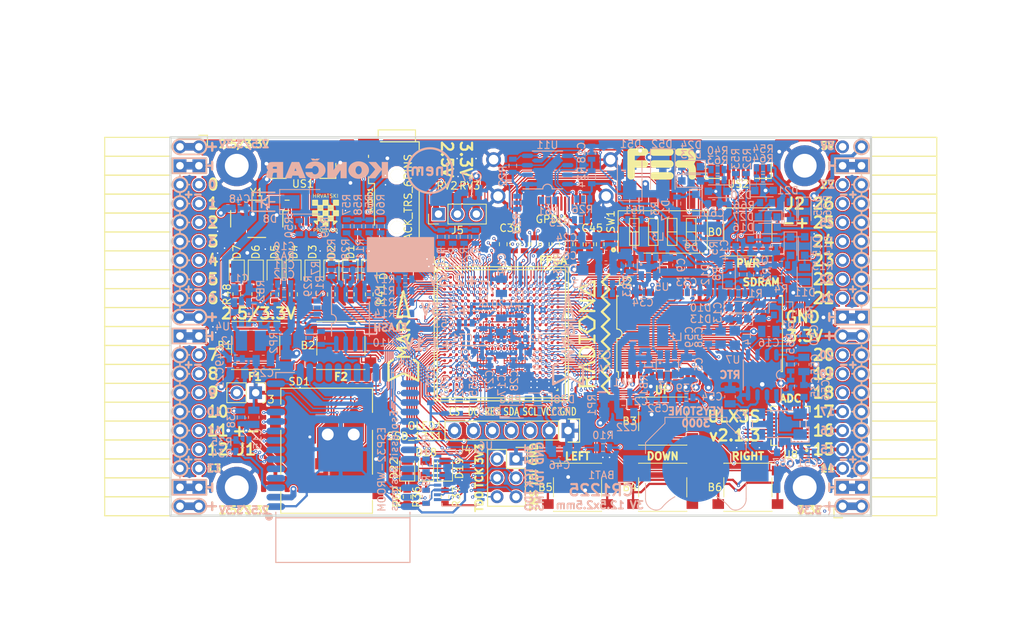
<source format=kicad_pcb>
(kicad_pcb (version 20171130) (host pcbnew 5.0.0+dfsg1-2)
  (layers (0 F.Cu signal) (1 In1.Cu signal) (2 In2.Cu signal) (31 B.Cu signal) (34 B.Paste user) (35 F.Paste user) (36 B.SilkS user) (37 F.SilkS user) (38 B.Mask user) (39 F.Mask user) (44 Edge.Cuts user))
  (net 0 "")
  (net 1 GND)
  (net 2 +5V)
  (net 3 /gpio/IN5V)
  (net 4 /gpio/OUT5V)
  (net 5 +3V3)
  (net 6 BTN_D)
  (net 7 BTN_F1)
  (net 8 BTN_F2)
  (net 9 BTN_L)
  (net 10 BTN_R)
  (net 11 BTN_U)
  (net 12 /power/FB1)
  (net 13 +2V5)
  (net 14 /power/PWREN)
  (net 15 /power/FB3)
  (net 16 /power/FB2)
  (net 17 /power/VBAT)
  (net 18 JTAG_TDI)
  (net 19 JTAG_TCK)
  (net 20 JTAG_TMS)
  (net 21 JTAG_TDO)
  (net 22 /power/WAKEUPn)
  (net 23 /power/WKUP)
  (net 24 /power/SHUT)
  (net 25 /power/WAKE)
  (net 26 /power/HOLD)
  (net 27 /power/WKn)
  (net 28 /power/OSCI_32k)
  (net 29 /power/OSCO_32k)
  (net 30 SHUTDOWN)
  (net 31 GPDI_SDA)
  (net 32 GPDI_SCL)
  (net 33 /gpdi/VREF2)
  (net 34 SD_CMD)
  (net 35 SD_CLK)
  (net 36 SD_D0)
  (net 37 SD_D1)
  (net 38 USB5V)
  (net 39 GPDI_CEC)
  (net 40 nRESET)
  (net 41 FTDI_nDTR)
  (net 42 SDRAM_CKE)
  (net 43 SDRAM_A7)
  (net 44 SDRAM_D15)
  (net 45 SDRAM_BA1)
  (net 46 SDRAM_D7)
  (net 47 SDRAM_A6)
  (net 48 SDRAM_CLK)
  (net 49 SDRAM_D13)
  (net 50 SDRAM_BA0)
  (net 51 SDRAM_D6)
  (net 52 SDRAM_A5)
  (net 53 SDRAM_D14)
  (net 54 SDRAM_A11)
  (net 55 SDRAM_D12)
  (net 56 SDRAM_D5)
  (net 57 SDRAM_A4)
  (net 58 SDRAM_A10)
  (net 59 SDRAM_D11)
  (net 60 SDRAM_A3)
  (net 61 SDRAM_D4)
  (net 62 SDRAM_D10)
  (net 63 SDRAM_D9)
  (net 64 SDRAM_A9)
  (net 65 SDRAM_D3)
  (net 66 SDRAM_D8)
  (net 67 SDRAM_A8)
  (net 68 SDRAM_A2)
  (net 69 SDRAM_A1)
  (net 70 SDRAM_A0)
  (net 71 SDRAM_D2)
  (net 72 SDRAM_D1)
  (net 73 SDRAM_D0)
  (net 74 SDRAM_DQM0)
  (net 75 SDRAM_nCS)
  (net 76 SDRAM_nRAS)
  (net 77 SDRAM_DQM1)
  (net 78 SDRAM_nCAS)
  (net 79 SDRAM_nWE)
  (net 80 /flash/FLASH_nWP)
  (net 81 /flash/FLASH_nHOLD)
  (net 82 /flash/FLASH_MOSI)
  (net 83 /flash/FLASH_MISO)
  (net 84 /flash/FLASH_SCK)
  (net 85 /flash/FLASH_nCS)
  (net 86 /flash/FPGA_PROGRAMN)
  (net 87 /flash/FPGA_DONE)
  (net 88 /flash/FPGA_INITN)
  (net 89 OLED_RES)
  (net 90 OLED_DC)
  (net 91 OLED_CS)
  (net 92 WIFI_EN)
  (net 93 FTDI_nRTS)
  (net 94 FTDI_TXD)
  (net 95 FTDI_RXD)
  (net 96 WIFI_RXD)
  (net 97 WIFI_GPIO0)
  (net 98 WIFI_TXD)
  (net 99 USB_FTDI_D+)
  (net 100 USB_FTDI_D-)
  (net 101 SD_D3)
  (net 102 AUDIO_L3)
  (net 103 AUDIO_L2)
  (net 104 AUDIO_L1)
  (net 105 AUDIO_L0)
  (net 106 AUDIO_R3)
  (net 107 AUDIO_R2)
  (net 108 AUDIO_R1)
  (net 109 AUDIO_R0)
  (net 110 OLED_CLK)
  (net 111 OLED_MOSI)
  (net 112 LED0)
  (net 113 LED1)
  (net 114 LED2)
  (net 115 LED3)
  (net 116 LED4)
  (net 117 LED5)
  (net 118 LED6)
  (net 119 LED7)
  (net 120 BTN_PWRn)
  (net 121 FTDI_nTXLED)
  (net 122 FTDI_nSLEEP)
  (net 123 /blinkey/LED_PWREN)
  (net 124 /blinkey/LED_TXLED)
  (net 125 /sdcard/SD3V3)
  (net 126 SD_D2)
  (net 127 CLK_25MHz)
  (net 128 /blinkey/BTNPUL)
  (net 129 /blinkey/BTNPUR)
  (net 130 USB_FPGA_D+)
  (net 131 /power/FTDI_nSUSPEND)
  (net 132 /blinkey/ALED0)
  (net 133 /blinkey/ALED1)
  (net 134 /blinkey/ALED2)
  (net 135 /blinkey/ALED3)
  (net 136 /blinkey/ALED4)
  (net 137 /blinkey/ALED5)
  (net 138 /blinkey/ALED6)
  (net 139 /blinkey/ALED7)
  (net 140 /usb/FTD-)
  (net 141 /usb/FTD+)
  (net 142 ADC_MISO)
  (net 143 ADC_MOSI)
  (net 144 ADC_CSn)
  (net 145 ADC_SCLK)
  (net 146 SW3)
  (net 147 SW2)
  (net 148 SW1)
  (net 149 USB_FPGA_D-)
  (net 150 /usb/FPD+)
  (net 151 /usb/FPD-)
  (net 152 WIFI_GPIO16)
  (net 153 /usb/ANT_433MHz)
  (net 154 PROG_DONE)
  (net 155 /power/P3V3)
  (net 156 /power/P2V5)
  (net 157 /power/L1)
  (net 158 /power/L3)
  (net 159 /power/L2)
  (net 160 FTDI_TXDEN)
  (net 161 SDRAM_A12)
  (net 162 /analog/AUDIO_V)
  (net 163 AUDIO_V3)
  (net 164 AUDIO_V2)
  (net 165 AUDIO_V1)
  (net 166 AUDIO_V0)
  (net 167 /blinkey/LED_WIFI)
  (net 168 /power/P1V1)
  (net 169 +1V1)
  (net 170 SW4)
  (net 171 /blinkey/SWPU)
  (net 172 /wifi/WIFIEN)
  (net 173 FT2V5)
  (net 174 GN0)
  (net 175 GP0)
  (net 176 GN1)
  (net 177 GP1)
  (net 178 GN2)
  (net 179 GP2)
  (net 180 GN3)
  (net 181 GP3)
  (net 182 GN4)
  (net 183 GP4)
  (net 184 GN5)
  (net 185 GP5)
  (net 186 GN6)
  (net 187 GP6)
  (net 188 GN14)
  (net 189 GP14)
  (net 190 GN15)
  (net 191 GP15)
  (net 192 GN16)
  (net 193 GP16)
  (net 194 GN17)
  (net 195 GP17)
  (net 196 GN18)
  (net 197 GP18)
  (net 198 GN19)
  (net 199 GP19)
  (net 200 GN20)
  (net 201 GP20)
  (net 202 GN21)
  (net 203 GP21)
  (net 204 GN22)
  (net 205 GP22)
  (net 206 GN23)
  (net 207 GP23)
  (net 208 GN24)
  (net 209 GP24)
  (net 210 GN25)
  (net 211 GP25)
  (net 212 GN26)
  (net 213 GP26)
  (net 214 GN27)
  (net 215 GP27)
  (net 216 GN7)
  (net 217 GP7)
  (net 218 GN8)
  (net 219 GP8)
  (net 220 GN9)
  (net 221 GP9)
  (net 222 GN10)
  (net 223 GP10)
  (net 224 GN11)
  (net 225 GP11)
  (net 226 GN12)
  (net 227 GP12)
  (net 228 GN13)
  (net 229 GP13)
  (net 230 WIFI_GPIO5)
  (net 231 WIFI_GPIO17)
  (net 232 USB_FPGA_PULL_D+)
  (net 233 USB_FPGA_PULL_D-)
  (net 234 "Net-(D23-Pad2)")
  (net 235 "Net-(D24-Pad1)")
  (net 236 "Net-(D25-Pad2)")
  (net 237 "Net-(D26-Pad1)")
  (net 238 /gpdi/GPDI_ETH+)
  (net 239 FPDI_ETH+)
  (net 240 /gpdi/GPDI_ETH-)
  (net 241 FPDI_ETH-)
  (net 242 /gpdi/GPDI_D2-)
  (net 243 FPDI_D2-)
  (net 244 /gpdi/GPDI_D1-)
  (net 245 FPDI_D1-)
  (net 246 /gpdi/GPDI_D0-)
  (net 247 FPDI_D0-)
  (net 248 /gpdi/GPDI_CLK-)
  (net 249 FPDI_CLK-)
  (net 250 /gpdi/GPDI_D2+)
  (net 251 FPDI_D2+)
  (net 252 /gpdi/GPDI_D1+)
  (net 253 FPDI_D1+)
  (net 254 /gpdi/GPDI_D0+)
  (net 255 FPDI_D0+)
  (net 256 /gpdi/GPDI_CLK+)
  (net 257 FPDI_CLK+)
  (net 258 FPDI_SDA)
  (net 259 FPDI_SCL)
  (net 260 /gpdi/FPDI_CEC)
  (net 261 2V5_3V3)
  (net 262 /usb/US2VBUS)
  (net 263 /power/SHD)
  (net 264 /power/RTCVDD)
  (net 265 "Net-(D27-Pad2)")
  (net 266 US2_ID)
  (net 267 /analog/AUDIO_L)
  (net 268 /analog/AUDIO_R)
  (net 269 /analog/ADC3V3)
  (net 270 PWRBTn)
  (net 271 USER_PROGRAMN)
  (net 272 "Net-(AUDIO1-Pad5)")
  (net 273 "Net-(AUDIO1-Pad6)")
  (net 274 "Net-(U1-PadW18)")
  (net 275 "Net-(U1-PadW17)")
  (net 276 "Net-(U1-PadW14)")
  (net 277 "Net-(U1-PadW13)")
  (net 278 "Net-(U1-PadW9)")
  (net 279 "Net-(U1-PadW8)")
  (net 280 "Net-(U1-PadW5)")
  (net 281 "Net-(U1-PadW4)")
  (net 282 "Net-(U1-PadT16)")
  (net 283 "Net-(U1-PadR3)")
  (net 284 SD_WP)
  (net 285 SD_CD)
  (net 286 "Net-(U1-PadM5)")
  (net 287 "Net-(U1-PadL5)")
  (net 288 "Net-(U1-PadK17)")
  (net 289 "Net-(U1-PadK16)")
  (net 290 "Net-(U1-PadK5)")
  (net 291 "Net-(U1-PadJ5)")
  (net 292 "Net-(U1-PadJ4)")
  (net 293 "Net-(U1-PadE11)")
  (net 294 "Net-(U1-PadE10)")
  (net 295 "Net-(U1-PadE9)")
  (net 296 "Net-(U1-PadE6)")
  (net 297 "Net-(U1-PadD12)")
  (net 298 "Net-(U1-PadD11)")
  (net 299 "Net-(U1-PadD10)")
  (net 300 "Net-(U1-PadD9)")
  (net 301 "Net-(U1-PadC9)")
  (net 302 "Net-(U1-PadA15)")
  (net 303 FTDI_nRXLED)
  (net 304 "Net-(U8-Pad12)")
  (net 305 "Net-(U8-Pad25)")
  (net 306 "Net-(U9-Pad32)")
  (net 307 "Net-(U9-Pad22)")
  (net 308 "Net-(U9-Pad21)")
  (net 309 "Net-(U9-Pad20)")
  (net 310 "Net-(U9-Pad19)")
  (net 311 "Net-(U9-Pad18)")
  (net 312 "Net-(U9-Pad17)")
  (net 313 "Net-(U9-Pad12)")
  (net 314 "Net-(U9-Pad5)")
  (net 315 "Net-(U9-Pad4)")
  (net 316 "Net-(US1-Pad4)")
  (net 317 "Net-(Y2-Pad3)")
  (net 318 "Net-(Y2-Pad2)")
  (module abs25:Crystal_SMD_ABS25 (layer B.Cu) (at 175.776 99.922 180)
    (fp_text reference Y2 (at 5.08 1.273 180) (layer B.SilkS) (effects (justify mirror)))
    (fp_text value 32768Hz)
    (pad 4 smd rect (at -2.8 1.4 180) (size 1.8 1.4) (layers B.Cu B.Paste B.Mask) (net 28 /power/OSCI_32k))
    (pad 3 smd rect (at 2.8 1.4 180) (size 1.8 1.4) (layers B.Cu B.Paste B.Mask) (net 317 "Net-(Y2-Pad3)"))
    (pad 2 smd rect (at 2.8 -1.4 180) (size 1.8 1.4) (layers B.Cu B.Paste B.Mask) (net 318 "Net-(Y2-Pad2)"))
    (pad 1 smd rect (at -2.8 -1.4 180) (size 1.8 1.4) (layers B.Cu B.Paste B.Mask) (net 29 /power/OSCO_32k))
  )
  (module micro-sd-schd3a0100:SCHD3A100 (layer F.Cu) (at 115.05 103.5 270)
    (fp_text reference SD1 (at -9.296 3.663 180) (layer F.SilkS))
    (fp_text value SCHD3A0100)
    (pad 1 smd rect (at 1.75 -3.2) (size 0.7 1.5) (layers F.Cu F.Paste F.Mask) (net 126 SD_D2))
    (pad 2 smd rect (at 1.75 -2.1) (size 0.7 1.5) (layers F.Cu F.Paste F.Mask) (net 101 SD_D3))
    (pad 3 smd rect (at 1.75 -1) (size 0.7 1.5) (layers F.Cu F.Paste F.Mask) (net 34 SD_CMD))
    (pad 4 smd rect (at 1.75 0.1) (size 0.7 1.5) (layers F.Cu F.Paste F.Mask) (net 125 /sdcard/SD3V3))
    (pad 5 smd rect (at 1.75 1.2) (size 0.7 1.5) (layers F.Cu F.Paste F.Mask) (net 35 SD_CLK))
    (pad 6 smd rect (at 1.75 2.3) (size 0.7 1.5) (layers F.Cu F.Paste F.Mask) (net 1 GND))
    (pad 7 smd rect (at 1.75 3.4) (size 0.7 1.5) (layers F.Cu F.Paste F.Mask) (net 36 SD_D0))
    (pad 8 smd rect (at 1.75 4.5) (size 0.7 1.5) (layers F.Cu F.Paste F.Mask) (net 37 SD_D1))
    (pad 10 smd rect (at 6.05 -6.875) (size 1.45 0.9) (layers F.Cu F.Paste F.Mask) (net 1 GND))
    (pad 11 smd rect (at -5.65 6.875 90) (size 0.9 1.45) (layers F.Cu F.Paste F.Mask) (net 1 GND))
    (pad 9 smd rect (at 4.35 6.875) (size 1.45 2) (layers F.Cu F.Paste F.Mask) (net 1 GND))
    (pad 9 smd rect (at 4.35 -6.875) (size 1.45 2) (layers F.Cu F.Paste F.Mask) (net 1 GND))
    (pad 9 smd rect (at -3.95 -6.875) (size 1.45 2) (layers F.Cu F.Paste F.Mask) (net 1 GND))
    (pad 9 smd rect (at -3.95 6.875) (size 1.45 2) (layers F.Cu F.Paste F.Mask) (net 1 GND))
  )
  (module oscxo:Crystal_SMD_7050_4Pads (layer F.Cu) (at 105.672 72.36 180)
    (fp_text reference Y1 (at 0 3.556 180) (layer F.SilkS))
    (fp_text value FNETHE025)
    (pad 1 smd rect (at -2.54 2.2 180) (size 2.2 1.8) (layers F.Cu F.Paste F.Mask) (net 5 +3V3))
    (pad 2 smd rect (at 2.54 2.2 180) (size 2.2 1.8) (layers F.Cu F.Paste F.Mask) (net 1 GND))
    (pad 3 smd rect (at 2.54 -2.2 180) (size 2.2 1.8) (layers F.Cu F.Paste F.Mask) (net 127 CLK_25MHz))
    (pad 4 smd rect (at -2.54 -2.2 180) (size 2.2 1.8) (layers F.Cu F.Paste F.Mask) (net 5 +3V3))
  )
  (module TSOP54:TSOP54 (layer F.Cu) (at 165.093 87.8 90)
    (fp_text reference U2 (at 6.98 -9.993 180) (layer F.SilkS))
    (fp_text value MT48LC16M16A2TG)
    (pad 28 smd rect (at 5.53 10.4 90) (size 0.9 0.56) (layers F.Cu F.Paste F.Mask) (net 1 GND))
    (pad 1 smd rect (at -5.53 -10.4 90) (size 0.9 0.56) (layers F.Cu F.Paste F.Mask) (net 5 +3V3))
    (pad 2 smd rect (at -5.53 -9.6 90) (size 0.9 0.56) (layers F.Cu F.Paste F.Mask) (net 73 SDRAM_D0))
    (pad 3 smd rect (at -5.53 -8.8 90) (size 0.9 0.56) (layers F.Cu F.Paste F.Mask) (net 5 +3V3))
    (pad 4 smd rect (at -5.53 -8 90) (size 0.9 0.56) (layers F.Cu F.Paste F.Mask) (net 72 SDRAM_D1))
    (pad 5 smd rect (at -5.53 -7.2 90) (size 0.9 0.56) (layers F.Cu F.Paste F.Mask) (net 71 SDRAM_D2))
    (pad 6 smd rect (at -5.53 -6.4 90) (size 0.9 0.56) (layers F.Cu F.Paste F.Mask) (net 1 GND))
    (pad 7 smd rect (at -5.53 -5.6 90) (size 0.9 0.56) (layers F.Cu F.Paste F.Mask) (net 65 SDRAM_D3))
    (pad 8 smd rect (at -5.53 -4.8 90) (size 0.9 0.56) (layers F.Cu F.Paste F.Mask) (net 61 SDRAM_D4))
    (pad 9 smd rect (at -5.53 -4 90) (size 0.9 0.56) (layers F.Cu F.Paste F.Mask) (net 5 +3V3))
    (pad 10 smd rect (at -5.53 -3.2 90) (size 0.9 0.56) (layers F.Cu F.Paste F.Mask) (net 56 SDRAM_D5))
    (pad 11 smd rect (at -5.53 -2.4 90) (size 0.9 0.56) (layers F.Cu F.Paste F.Mask) (net 51 SDRAM_D6))
    (pad 12 smd rect (at -5.53 -1.6 90) (size 0.9 0.56) (layers F.Cu F.Paste F.Mask) (net 1 GND))
    (pad 13 smd rect (at -5.53 -0.8 90) (size 0.9 0.56) (layers F.Cu F.Paste F.Mask) (net 46 SDRAM_D7))
    (pad 14 smd rect (at -5.53 0 90) (size 0.9 0.56) (layers F.Cu F.Paste F.Mask) (net 5 +3V3))
    (pad 15 smd rect (at -5.53 0.8 90) (size 0.9 0.56) (layers F.Cu F.Paste F.Mask) (net 74 SDRAM_DQM0))
    (pad 16 smd rect (at -5.53 1.6 90) (size 0.9 0.56) (layers F.Cu F.Paste F.Mask) (net 79 SDRAM_nWE))
    (pad 17 smd rect (at -5.53 2.4 90) (size 0.9 0.56) (layers F.Cu F.Paste F.Mask) (net 78 SDRAM_nCAS))
    (pad 18 smd rect (at -5.53 3.2 90) (size 0.9 0.56) (layers F.Cu F.Paste F.Mask) (net 76 SDRAM_nRAS))
    (pad 19 smd rect (at -5.53 4 90) (size 0.9 0.56) (layers F.Cu F.Paste F.Mask) (net 75 SDRAM_nCS))
    (pad 20 smd rect (at -5.53 4.8 90) (size 0.9 0.56) (layers F.Cu F.Paste F.Mask) (net 50 SDRAM_BA0))
    (pad 21 smd rect (at -5.53 5.6 90) (size 0.9 0.56) (layers F.Cu F.Paste F.Mask) (net 45 SDRAM_BA1))
    (pad 22 smd rect (at -5.53 6.4 90) (size 0.9 0.56) (layers F.Cu F.Paste F.Mask) (net 58 SDRAM_A10))
    (pad 23 smd rect (at -5.53 7.2 90) (size 0.9 0.56) (layers F.Cu F.Paste F.Mask) (net 70 SDRAM_A0))
    (pad 24 smd rect (at -5.53 8 90) (size 0.9 0.56) (layers F.Cu F.Paste F.Mask) (net 69 SDRAM_A1))
    (pad 25 smd rect (at -5.53 8.8 90) (size 0.9 0.56) (layers F.Cu F.Paste F.Mask) (net 68 SDRAM_A2))
    (pad 26 smd rect (at -5.53 9.6 90) (size 0.9 0.56) (layers F.Cu F.Paste F.Mask) (net 60 SDRAM_A3))
    (pad 27 smd rect (at -5.53 10.4 90) (size 0.9 0.56) (layers F.Cu F.Paste F.Mask) (net 5 +3V3))
    (pad 29 smd rect (at 5.53 9.6 90) (size 0.9 0.56) (layers F.Cu F.Paste F.Mask) (net 57 SDRAM_A4))
    (pad 30 smd rect (at 5.53 8.8 90) (size 0.9 0.56) (layers F.Cu F.Paste F.Mask) (net 52 SDRAM_A5))
    (pad 31 smd rect (at 5.53 8 90) (size 0.9 0.56) (layers F.Cu F.Paste F.Mask) (net 47 SDRAM_A6))
    (pad 32 smd rect (at 5.53 7.2 90) (size 0.9 0.56) (layers F.Cu F.Paste F.Mask) (net 43 SDRAM_A7))
    (pad 33 smd rect (at 5.53 6.4 90) (size 0.9 0.56) (layers F.Cu F.Paste F.Mask) (net 67 SDRAM_A8))
    (pad 34 smd rect (at 5.53 5.6 90) (size 0.9 0.56) (layers F.Cu F.Paste F.Mask) (net 64 SDRAM_A9))
    (pad 35 smd rect (at 5.53 4.8 90) (size 0.9 0.56) (layers F.Cu F.Paste F.Mask) (net 54 SDRAM_A11))
    (pad 36 smd rect (at 5.53 4 90) (size 0.9 0.56) (layers F.Cu F.Paste F.Mask) (net 161 SDRAM_A12))
    (pad 37 smd rect (at 5.53 3.2 90) (size 0.9 0.56) (layers F.Cu F.Paste F.Mask) (net 42 SDRAM_CKE))
    (pad 38 smd rect (at 5.53 2.4 90) (size 0.9 0.56) (layers F.Cu F.Paste F.Mask) (net 48 SDRAM_CLK))
    (pad 39 smd rect (at 5.53 1.6 90) (size 0.9 0.56) (layers F.Cu F.Paste F.Mask) (net 77 SDRAM_DQM1))
    (pad 40 smd rect (at 5.53 0.8 90) (size 0.9 0.56) (layers F.Cu F.Paste F.Mask))
    (pad 41 smd rect (at 5.53 0 90) (size 0.9 0.56) (layers F.Cu F.Paste F.Mask) (net 1 GND))
    (pad 42 smd rect (at 5.53 -0.8 90) (size 0.9 0.56) (layers F.Cu F.Paste F.Mask) (net 66 SDRAM_D8))
    (pad 43 smd rect (at 5.53 -1.6 90) (size 0.9 0.56) (layers F.Cu F.Paste F.Mask) (net 5 +3V3))
    (pad 44 smd rect (at 5.53 -2.4 90) (size 0.9 0.56) (layers F.Cu F.Paste F.Mask) (net 63 SDRAM_D9))
    (pad 45 smd rect (at 5.53 -3.2 90) (size 0.9 0.56) (layers F.Cu F.Paste F.Mask) (net 62 SDRAM_D10))
    (pad 46 smd rect (at 5.53 -4 90) (size 0.9 0.56) (layers F.Cu F.Paste F.Mask) (net 1 GND))
    (pad 47 smd rect (at 5.53 -4.8 90) (size 0.9 0.56) (layers F.Cu F.Paste F.Mask) (net 59 SDRAM_D11))
    (pad 48 smd rect (at 5.53 -5.6 90) (size 0.9 0.56) (layers F.Cu F.Paste F.Mask) (net 55 SDRAM_D12))
    (pad 49 smd rect (at 5.53 -6.4 90) (size 0.9 0.56) (layers F.Cu F.Paste F.Mask) (net 5 +3V3))
    (pad 50 smd rect (at 5.53 -7.2 90) (size 0.9 0.56) (layers F.Cu F.Paste F.Mask) (net 49 SDRAM_D13))
    (pad 51 smd rect (at 5.53 -8 90) (size 0.9 0.56) (layers F.Cu F.Paste F.Mask) (net 53 SDRAM_D14))
    (pad 52 smd rect (at 5.53 -8.8 90) (size 0.9 0.56) (layers F.Cu F.Paste F.Mask) (net 1 GND))
    (pad 53 smd rect (at 5.53 -9.6 90) (size 0.9 0.56) (layers F.Cu F.Paste F.Mask) (net 44 SDRAM_D15))
    (pad 54 smd rect (at 5.53 -10.4 90) (size 0.9 0.56) (layers F.Cu F.Paste F.Mask) (net 1 GND))
  )
  (module lfe5bg381:BGA-381_pitch0.8mm_dia0.4mm (layer F.Cu) (at 138.48 87.8)
    (fp_text reference U1 (at -8.2 -9.8) (layer F.SilkS))
    (fp_text value LFE5U-85F-6BG381C)
    (pad Y19 smd circle (at 6.8 7.6) (size 0.4 0.4) (layers F.Cu F.Paste F.Mask) (net 1 GND))
    (pad Y17 smd circle (at 5.2 7.6) (size 0.4 0.4) (layers F.Cu F.Paste F.Mask) (net 1 GND))
    (pad Y16 smd circle (at 4.4 7.6) (size 0.4 0.4) (layers F.Cu F.Paste F.Mask) (net 1 GND))
    (pad Y15 smd circle (at 3.6 7.6) (size 0.4 0.4) (layers F.Cu F.Paste F.Mask) (net 1 GND))
    (pad Y14 smd circle (at 2.8 7.6) (size 0.4 0.4) (layers F.Cu F.Paste F.Mask) (net 1 GND))
    (pad Y12 smd circle (at 1.2 7.6) (size 0.4 0.4) (layers F.Cu F.Paste F.Mask) (net 1 GND))
    (pad Y11 smd circle (at 0.4 7.6) (size 0.4 0.4) (layers F.Cu F.Paste F.Mask) (net 1 GND))
    (pad Y8 smd circle (at -2 7.6) (size 0.4 0.4) (layers F.Cu F.Paste F.Mask) (net 1 GND))
    (pad Y7 smd circle (at -2.8 7.6) (size 0.4 0.4) (layers F.Cu F.Paste F.Mask) (net 1 GND))
    (pad Y6 smd circle (at -3.6 7.6) (size 0.4 0.4) (layers F.Cu F.Paste F.Mask) (net 1 GND))
    (pad Y5 smd circle (at -4.4 7.6) (size 0.4 0.4) (layers F.Cu F.Paste F.Mask) (net 1 GND))
    (pad Y3 smd circle (at -6 7.6) (size 0.4 0.4) (layers F.Cu F.Paste F.Mask) (net 87 /flash/FPGA_DONE))
    (pad Y2 smd circle (at -6.8 7.6) (size 0.4 0.4) (layers F.Cu F.Paste F.Mask) (net 80 /flash/FLASH_nWP))
    (pad W20 smd circle (at 7.6 6.8) (size 0.4 0.4) (layers F.Cu F.Paste F.Mask) (net 1 GND))
    (pad W19 smd circle (at 6.8 6.8) (size 0.4 0.4) (layers F.Cu F.Paste F.Mask) (net 1 GND))
    (pad W18 smd circle (at 6 6.8) (size 0.4 0.4) (layers F.Cu F.Paste F.Mask) (net 274 "Net-(U1-PadW18)"))
    (pad W17 smd circle (at 5.2 6.8) (size 0.4 0.4) (layers F.Cu F.Paste F.Mask) (net 275 "Net-(U1-PadW17)"))
    (pad W16 smd circle (at 4.4 6.8) (size 0.4 0.4) (layers F.Cu F.Paste F.Mask) (net 1 GND))
    (pad W15 smd circle (at 3.6 6.8) (size 0.4 0.4) (layers F.Cu F.Paste F.Mask) (net 1 GND))
    (pad W14 smd circle (at 2.8 6.8) (size 0.4 0.4) (layers F.Cu F.Paste F.Mask) (net 276 "Net-(U1-PadW14)"))
    (pad W13 smd circle (at 2 6.8) (size 0.4 0.4) (layers F.Cu F.Paste F.Mask) (net 277 "Net-(U1-PadW13)"))
    (pad W12 smd circle (at 1.2 6.8) (size 0.4 0.4) (layers F.Cu F.Paste F.Mask) (net 1 GND))
    (pad W11 smd circle (at 0.4 6.8) (size 0.4 0.4) (layers F.Cu F.Paste F.Mask))
    (pad W10 smd circle (at -0.4 6.8) (size 0.4 0.4) (layers F.Cu F.Paste F.Mask))
    (pad W9 smd circle (at -1.2 6.8) (size 0.4 0.4) (layers F.Cu F.Paste F.Mask) (net 278 "Net-(U1-PadW9)"))
    (pad W8 smd circle (at -2 6.8) (size 0.4 0.4) (layers F.Cu F.Paste F.Mask) (net 279 "Net-(U1-PadW8)"))
    (pad W7 smd circle (at -2.8 6.8) (size 0.4 0.4) (layers F.Cu F.Paste F.Mask) (net 1 GND))
    (pad W6 smd circle (at -3.6 6.8) (size 0.4 0.4) (layers F.Cu F.Paste F.Mask) (net 1 GND))
    (pad W5 smd circle (at -4.4 6.8) (size 0.4 0.4) (layers F.Cu F.Paste F.Mask) (net 280 "Net-(U1-PadW5)"))
    (pad W4 smd circle (at -5.2 6.8) (size 0.4 0.4) (layers F.Cu F.Paste F.Mask) (net 281 "Net-(U1-PadW4)"))
    (pad W3 smd circle (at -6 6.8) (size 0.4 0.4) (layers F.Cu F.Paste F.Mask) (net 86 /flash/FPGA_PROGRAMN))
    (pad W2 smd circle (at -6.8 6.8) (size 0.4 0.4) (layers F.Cu F.Paste F.Mask) (net 82 /flash/FLASH_MOSI))
    (pad W1 smd circle (at -7.6 6.8) (size 0.4 0.4) (layers F.Cu F.Paste F.Mask) (net 81 /flash/FLASH_nHOLD))
    (pad V20 smd circle (at 7.6 6) (size 0.4 0.4) (layers F.Cu F.Paste F.Mask) (net 1 GND))
    (pad V19 smd circle (at 6.8 6) (size 0.4 0.4) (layers F.Cu F.Paste F.Mask) (net 1 GND))
    (pad V18 smd circle (at 6 6) (size 0.4 0.4) (layers F.Cu F.Paste F.Mask) (net 1 GND))
    (pad V17 smd circle (at 5.2 6) (size 0.4 0.4) (layers F.Cu F.Paste F.Mask) (net 1 GND))
    (pad V16 smd circle (at 4.4 6) (size 0.4 0.4) (layers F.Cu F.Paste F.Mask) (net 1 GND))
    (pad V15 smd circle (at 3.6 6) (size 0.4 0.4) (layers F.Cu F.Paste F.Mask) (net 1 GND))
    (pad V14 smd circle (at 2.8 6) (size 0.4 0.4) (layers F.Cu F.Paste F.Mask) (net 1 GND))
    (pad V13 smd circle (at 2 6) (size 0.4 0.4) (layers F.Cu F.Paste F.Mask) (net 1 GND))
    (pad V12 smd circle (at 1.2 6) (size 0.4 0.4) (layers F.Cu F.Paste F.Mask) (net 1 GND))
    (pad V11 smd circle (at 0.4 6) (size 0.4 0.4) (layers F.Cu F.Paste F.Mask) (net 1 GND))
    (pad V10 smd circle (at -0.4 6) (size 0.4 0.4) (layers F.Cu F.Paste F.Mask) (net 1 GND))
    (pad V9 smd circle (at -1.2 6) (size 0.4 0.4) (layers F.Cu F.Paste F.Mask) (net 1 GND))
    (pad V8 smd circle (at -2 6) (size 0.4 0.4) (layers F.Cu F.Paste F.Mask) (net 1 GND))
    (pad V7 smd circle (at -2.8 6) (size 0.4 0.4) (layers F.Cu F.Paste F.Mask) (net 1 GND))
    (pad V6 smd circle (at -3.6 6) (size 0.4 0.4) (layers F.Cu F.Paste F.Mask) (net 1 GND))
    (pad V5 smd circle (at -4.4 6) (size 0.4 0.4) (layers F.Cu F.Paste F.Mask) (net 1 GND))
    (pad V4 smd circle (at -5.2 6) (size 0.4 0.4) (layers F.Cu F.Paste F.Mask) (net 21 JTAG_TDO))
    (pad V3 smd circle (at -6 6) (size 0.4 0.4) (layers F.Cu F.Paste F.Mask) (net 88 /flash/FPGA_INITN))
    (pad V2 smd circle (at -6.8 6) (size 0.4 0.4) (layers F.Cu F.Paste F.Mask) (net 83 /flash/FLASH_MISO))
    (pad V1 smd circle (at -7.6 6) (size 0.4 0.4) (layers F.Cu F.Paste F.Mask) (net 6 BTN_D))
    (pad U20 smd circle (at 7.6 5.2) (size 0.4 0.4) (layers F.Cu F.Paste F.Mask) (net 46 SDRAM_D7))
    (pad U19 smd circle (at 6.8 5.2) (size 0.4 0.4) (layers F.Cu F.Paste F.Mask) (net 74 SDRAM_DQM0))
    (pad U18 smd circle (at 6 5.2) (size 0.4 0.4) (layers F.Cu F.Paste F.Mask) (net 189 GP14))
    (pad U17 smd circle (at 5.2 5.2) (size 0.4 0.4) (layers F.Cu F.Paste F.Mask) (net 188 GN14))
    (pad U16 smd circle (at 4.4 5.2) (size 0.4 0.4) (layers F.Cu F.Paste F.Mask) (net 142 ADC_MISO))
    (pad U15 smd circle (at 3.6 5.2) (size 0.4 0.4) (layers F.Cu F.Paste F.Mask) (net 1 GND))
    (pad U14 smd circle (at 2.8 5.2) (size 0.4 0.4) (layers F.Cu F.Paste F.Mask) (net 1 GND))
    (pad U13 smd circle (at 2 5.2) (size 0.4 0.4) (layers F.Cu F.Paste F.Mask) (net 1 GND))
    (pad U12 smd circle (at 1.2 5.2) (size 0.4 0.4) (layers F.Cu F.Paste F.Mask) (net 1 GND))
    (pad U11 smd circle (at 0.4 5.2) (size 0.4 0.4) (layers F.Cu F.Paste F.Mask) (net 1 GND))
    (pad U10 smd circle (at -0.4 5.2) (size 0.4 0.4) (layers F.Cu F.Paste F.Mask) (net 1 GND))
    (pad U9 smd circle (at -1.2 5.2) (size 0.4 0.4) (layers F.Cu F.Paste F.Mask) (net 1 GND))
    (pad U8 smd circle (at -2 5.2) (size 0.4 0.4) (layers F.Cu F.Paste F.Mask) (net 1 GND))
    (pad U7 smd circle (at -2.8 5.2) (size 0.4 0.4) (layers F.Cu F.Paste F.Mask) (net 1 GND))
    (pad U6 smd circle (at -3.6 5.2) (size 0.4 0.4) (layers F.Cu F.Paste F.Mask) (net 1 GND))
    (pad U5 smd circle (at -4.4 5.2) (size 0.4 0.4) (layers F.Cu F.Paste F.Mask) (net 20 JTAG_TMS))
    (pad U4 smd circle (at -5.2 5.2) (size 0.4 0.4) (layers F.Cu F.Paste F.Mask) (net 1 GND))
    (pad U3 smd circle (at -6 5.2) (size 0.4 0.4) (layers F.Cu F.Paste F.Mask) (net 84 /flash/FLASH_SCK))
    (pad U2 smd circle (at -6.8 5.2) (size 0.4 0.4) (layers F.Cu F.Paste F.Mask) (net 5 +3V3))
    (pad U1 smd circle (at -7.6 5.2) (size 0.4 0.4) (layers F.Cu F.Paste F.Mask) (net 9 BTN_L))
    (pad T20 smd circle (at 7.6 4.4) (size 0.4 0.4) (layers F.Cu F.Paste F.Mask) (net 79 SDRAM_nWE))
    (pad T19 smd circle (at 6.8 4.4) (size 0.4 0.4) (layers F.Cu F.Paste F.Mask) (net 78 SDRAM_nCAS))
    (pad T18 smd circle (at 6 4.4) (size 0.4 0.4) (layers F.Cu F.Paste F.Mask) (net 56 SDRAM_D5))
    (pad T17 smd circle (at 5.2 4.4) (size 0.4 0.4) (layers F.Cu F.Paste F.Mask) (net 51 SDRAM_D6))
    (pad T16 smd circle (at 4.4 4.4) (size 0.4 0.4) (layers F.Cu F.Paste F.Mask) (net 282 "Net-(U1-PadT16)"))
    (pad T15 smd circle (at 3.6 4.4) (size 0.4 0.4) (layers F.Cu F.Paste F.Mask) (net 1 GND))
    (pad T14 smd circle (at 2.8 4.4) (size 0.4 0.4) (layers F.Cu F.Paste F.Mask) (net 1 GND))
    (pad T13 smd circle (at 2 4.4) (size 0.4 0.4) (layers F.Cu F.Paste F.Mask) (net 1 GND))
    (pad T12 smd circle (at 1.2 4.4) (size 0.4 0.4) (layers F.Cu F.Paste F.Mask) (net 1 GND))
    (pad T11 smd circle (at 0.4 4.4) (size 0.4 0.4) (layers F.Cu F.Paste F.Mask) (net 1 GND))
    (pad T10 smd circle (at -0.4 4.4) (size 0.4 0.4) (layers F.Cu F.Paste F.Mask) (net 1 GND))
    (pad T9 smd circle (at -1.2 4.4) (size 0.4 0.4) (layers F.Cu F.Paste F.Mask) (net 1 GND))
    (pad T8 smd circle (at -2 4.4) (size 0.4 0.4) (layers F.Cu F.Paste F.Mask) (net 1 GND))
    (pad T7 smd circle (at -2.8 4.4) (size 0.4 0.4) (layers F.Cu F.Paste F.Mask) (net 1 GND))
    (pad T6 smd circle (at -3.6 4.4) (size 0.4 0.4) (layers F.Cu F.Paste F.Mask) (net 1 GND))
    (pad T5 smd circle (at -4.4 4.4) (size 0.4 0.4) (layers F.Cu F.Paste F.Mask) (net 19 JTAG_TCK))
    (pad T4 smd circle (at -5.2 4.4) (size 0.4 0.4) (layers F.Cu F.Paste F.Mask) (net 5 +3V3))
    (pad T3 smd circle (at -6 4.4) (size 0.4 0.4) (layers F.Cu F.Paste F.Mask) (net 5 +3V3))
    (pad T2 smd circle (at -6.8 4.4) (size 0.4 0.4) (layers F.Cu F.Paste F.Mask) (net 5 +3V3))
    (pad T1 smd circle (at -7.6 4.4) (size 0.4 0.4) (layers F.Cu F.Paste F.Mask) (net 8 BTN_F2))
    (pad R20 smd circle (at 7.6 3.6) (size 0.4 0.4) (layers F.Cu F.Paste F.Mask) (net 76 SDRAM_nRAS))
    (pad R19 smd circle (at 6.8 3.6) (size 0.4 0.4) (layers F.Cu F.Paste F.Mask) (net 1 GND))
    (pad R18 smd circle (at 6 3.6) (size 0.4 0.4) (layers F.Cu F.Paste F.Mask) (net 11 BTN_U))
    (pad R17 smd circle (at 5.2 3.6) (size 0.4 0.4) (layers F.Cu F.Paste F.Mask) (net 144 ADC_CSn))
    (pad R16 smd circle (at 4.4 3.6) (size 0.4 0.4) (layers F.Cu F.Paste F.Mask) (net 143 ADC_MOSI))
    (pad R5 smd circle (at -4.4 3.6) (size 0.4 0.4) (layers F.Cu F.Paste F.Mask) (net 18 JTAG_TDI))
    (pad R4 smd circle (at -5.2 3.6) (size 0.4 0.4) (layers F.Cu F.Paste F.Mask) (net 1 GND))
    (pad R3 smd circle (at -6 3.6) (size 0.4 0.4) (layers F.Cu F.Paste F.Mask) (net 283 "Net-(U1-PadR3)"))
    (pad R2 smd circle (at -6.8 3.6) (size 0.4 0.4) (layers F.Cu F.Paste F.Mask) (net 85 /flash/FLASH_nCS))
    (pad R1 smd circle (at -7.6 3.6) (size 0.4 0.4) (layers F.Cu F.Paste F.Mask) (net 7 BTN_F1))
    (pad P20 smd circle (at 7.6 2.8) (size 0.4 0.4) (layers F.Cu F.Paste F.Mask) (net 75 SDRAM_nCS))
    (pad P19 smd circle (at 6.8 2.8) (size 0.4 0.4) (layers F.Cu F.Paste F.Mask) (net 50 SDRAM_BA0))
    (pad P18 smd circle (at 6 2.8) (size 0.4 0.4) (layers F.Cu F.Paste F.Mask) (net 61 SDRAM_D4))
    (pad P17 smd circle (at 5.2 2.8) (size 0.4 0.4) (layers F.Cu F.Paste F.Mask) (net 145 ADC_SCLK))
    (pad P16 smd circle (at 4.4 2.8) (size 0.4 0.4) (layers F.Cu F.Paste F.Mask) (net 190 GN15))
    (pad P15 smd circle (at 3.6 2.8) (size 0.4 0.4) (layers F.Cu F.Paste F.Mask) (net 13 +2V5))
    (pad P14 smd circle (at 2.8 2.8) (size 0.4 0.4) (layers F.Cu F.Paste F.Mask) (net 1 GND))
    (pad P13 smd circle (at 2 2.8) (size 0.4 0.4) (layers F.Cu F.Paste F.Mask) (net 1 GND))
    (pad P12 smd circle (at 1.2 2.8) (size 0.4 0.4) (layers F.Cu F.Paste F.Mask) (net 1 GND))
    (pad P11 smd circle (at 0.4 2.8) (size 0.4 0.4) (layers F.Cu F.Paste F.Mask) (net 1 GND))
    (pad P10 smd circle (at -0.4 2.8) (size 0.4 0.4) (layers F.Cu F.Paste F.Mask) (net 5 +3V3))
    (pad P9 smd circle (at -1.2 2.8) (size 0.4 0.4) (layers F.Cu F.Paste F.Mask) (net 5 +3V3))
    (pad P8 smd circle (at -2 2.8) (size 0.4 0.4) (layers F.Cu F.Paste F.Mask) (net 1 GND))
    (pad P7 smd circle (at -2.8 2.8) (size 0.4 0.4) (layers F.Cu F.Paste F.Mask) (net 1 GND))
    (pad P6 smd circle (at -3.6 2.8) (size 0.4 0.4) (layers F.Cu F.Paste F.Mask) (net 13 +2V5))
    (pad P5 smd circle (at -4.4 2.8) (size 0.4 0.4) (layers F.Cu F.Paste F.Mask) (net 284 SD_WP))
    (pad P4 smd circle (at -5.2 2.8) (size 0.4 0.4) (layers F.Cu F.Paste F.Mask) (net 110 OLED_CLK))
    (pad P3 smd circle (at -6 2.8) (size 0.4 0.4) (layers F.Cu F.Paste F.Mask) (net 111 OLED_MOSI))
    (pad P2 smd circle (at -6.8 2.8) (size 0.4 0.4) (layers F.Cu F.Paste F.Mask) (net 89 OLED_RES))
    (pad P1 smd circle (at -7.6 2.8) (size 0.4 0.4) (layers F.Cu F.Paste F.Mask) (net 90 OLED_DC))
    (pad N20 smd circle (at 7.6 2) (size 0.4 0.4) (layers F.Cu F.Paste F.Mask) (net 45 SDRAM_BA1))
    (pad N19 smd circle (at 6.8 2) (size 0.4 0.4) (layers F.Cu F.Paste F.Mask) (net 58 SDRAM_A10))
    (pad N18 smd circle (at 6 2) (size 0.4 0.4) (layers F.Cu F.Paste F.Mask) (net 65 SDRAM_D3))
    (pad N17 smd circle (at 5.2 2) (size 0.4 0.4) (layers F.Cu F.Paste F.Mask) (net 191 GP15))
    (pad N16 smd circle (at 4.4 2) (size 0.4 0.4) (layers F.Cu F.Paste F.Mask) (net 193 GP16))
    (pad N15 smd circle (at 3.6 2) (size 0.4 0.4) (layers F.Cu F.Paste F.Mask) (net 1 GND))
    (pad N14 smd circle (at 2.8 2) (size 0.4 0.4) (layers F.Cu F.Paste F.Mask) (net 1 GND))
    (pad N13 smd circle (at 2 2) (size 0.4 0.4) (layers F.Cu F.Paste F.Mask) (net 169 +1V1))
    (pad N12 smd circle (at 1.2 2) (size 0.4 0.4) (layers F.Cu F.Paste F.Mask) (net 169 +1V1))
    (pad N11 smd circle (at 0.4 2) (size 0.4 0.4) (layers F.Cu F.Paste F.Mask) (net 169 +1V1))
    (pad N10 smd circle (at -0.4 2) (size 0.4 0.4) (layers F.Cu F.Paste F.Mask) (net 169 +1V1))
    (pad N9 smd circle (at -1.2 2) (size 0.4 0.4) (layers F.Cu F.Paste F.Mask) (net 169 +1V1))
    (pad N8 smd circle (at -2 2) (size 0.4 0.4) (layers F.Cu F.Paste F.Mask) (net 169 +1V1))
    (pad N7 smd circle (at -2.8 2) (size 0.4 0.4) (layers F.Cu F.Paste F.Mask) (net 1 GND))
    (pad N6 smd circle (at -3.6 2) (size 0.4 0.4) (layers F.Cu F.Paste F.Mask) (net 1 GND))
    (pad N5 smd circle (at -4.4 2) (size 0.4 0.4) (layers F.Cu F.Paste F.Mask) (net 285 SD_CD))
    (pad N4 smd circle (at -5.2 2) (size 0.4 0.4) (layers F.Cu F.Paste F.Mask) (net 230 WIFI_GPIO5))
    (pad N3 smd circle (at -6 2) (size 0.4 0.4) (layers F.Cu F.Paste F.Mask) (net 231 WIFI_GPIO17))
    (pad N2 smd circle (at -6.8 2) (size 0.4 0.4) (layers F.Cu F.Paste F.Mask) (net 91 OLED_CS))
    (pad N1 smd circle (at -7.6 2) (size 0.4 0.4) (layers F.Cu F.Paste F.Mask) (net 41 FTDI_nDTR))
    (pad M20 smd circle (at 7.6 1.2) (size 0.4 0.4) (layers F.Cu F.Paste F.Mask) (net 70 SDRAM_A0))
    (pad M19 smd circle (at 6.8 1.2) (size 0.4 0.4) (layers F.Cu F.Paste F.Mask) (net 69 SDRAM_A1))
    (pad M18 smd circle (at 6 1.2) (size 0.4 0.4) (layers F.Cu F.Paste F.Mask) (net 71 SDRAM_D2))
    (pad M17 smd circle (at 5.2 1.2) (size 0.4 0.4) (layers F.Cu F.Paste F.Mask) (net 192 GN16))
    (pad M16 smd circle (at 4.4 1.2) (size 0.4 0.4) (layers F.Cu F.Paste F.Mask) (net 1 GND))
    (pad M15 smd circle (at 3.6 1.2) (size 0.4 0.4) (layers F.Cu F.Paste F.Mask) (net 5 +3V3))
    (pad M14 smd circle (at 2.8 1.2) (size 0.4 0.4) (layers F.Cu F.Paste F.Mask) (net 1 GND))
    (pad M13 smd circle (at 2 1.2) (size 0.4 0.4) (layers F.Cu F.Paste F.Mask) (net 169 +1V1))
    (pad M12 smd circle (at 1.2 1.2) (size 0.4 0.4) (layers F.Cu F.Paste F.Mask) (net 1 GND))
    (pad M11 smd circle (at 0.4 1.2) (size 0.4 0.4) (layers F.Cu F.Paste F.Mask) (net 1 GND))
    (pad M10 smd circle (at -0.4 1.2) (size 0.4 0.4) (layers F.Cu F.Paste F.Mask) (net 1 GND))
    (pad M9 smd circle (at -1.2 1.2) (size 0.4 0.4) (layers F.Cu F.Paste F.Mask) (net 1 GND))
    (pad M8 smd circle (at -2 1.2) (size 0.4 0.4) (layers F.Cu F.Paste F.Mask) (net 169 +1V1))
    (pad M7 smd circle (at -2.8 1.2) (size 0.4 0.4) (layers F.Cu F.Paste F.Mask) (net 1 GND))
    (pad M6 smd circle (at -3.6 1.2) (size 0.4 0.4) (layers F.Cu F.Paste F.Mask) (net 5 +3V3))
    (pad M5 smd circle (at -4.4 1.2) (size 0.4 0.4) (layers F.Cu F.Paste F.Mask) (net 286 "Net-(U1-PadM5)"))
    (pad M4 smd circle (at -5.2 1.2) (size 0.4 0.4) (layers F.Cu F.Paste F.Mask) (net 271 USER_PROGRAMN))
    (pad M3 smd circle (at -6 1.2) (size 0.4 0.4) (layers F.Cu F.Paste F.Mask) (net 93 FTDI_nRTS))
    (pad M2 smd circle (at -6.8 1.2) (size 0.4 0.4) (layers F.Cu F.Paste F.Mask) (net 1 GND))
    (pad M1 smd circle (at -7.6 1.2) (size 0.4 0.4) (layers F.Cu F.Paste F.Mask) (net 94 FTDI_TXD))
    (pad L20 smd circle (at 7.6 0.4) (size 0.4 0.4) (layers F.Cu F.Paste F.Mask) (net 68 SDRAM_A2))
    (pad L19 smd circle (at 6.8 0.4) (size 0.4 0.4) (layers F.Cu F.Paste F.Mask) (net 60 SDRAM_A3))
    (pad L18 smd circle (at 6 0.4) (size 0.4 0.4) (layers F.Cu F.Paste F.Mask) (net 72 SDRAM_D1))
    (pad L17 smd circle (at 5.2 0.4) (size 0.4 0.4) (layers F.Cu F.Paste F.Mask) (net 194 GN17))
    (pad L16 smd circle (at 4.4 0.4) (size 0.4 0.4) (layers F.Cu F.Paste F.Mask) (net 195 GP17))
    (pad L15 smd circle (at 3.6 0.4) (size 0.4 0.4) (layers F.Cu F.Paste F.Mask) (net 5 +3V3))
    (pad L14 smd circle (at 2.8 0.4) (size 0.4 0.4) (layers F.Cu F.Paste F.Mask) (net 5 +3V3))
    (pad L13 smd circle (at 2 0.4) (size 0.4 0.4) (layers F.Cu F.Paste F.Mask) (net 169 +1V1))
    (pad L12 smd circle (at 1.2 0.4) (size 0.4 0.4) (layers F.Cu F.Paste F.Mask) (net 1 GND))
    (pad L11 smd circle (at 0.4 0.4) (size 0.4 0.4) (layers F.Cu F.Paste F.Mask) (net 1 GND))
    (pad L10 smd circle (at -0.4 0.4) (size 0.4 0.4) (layers F.Cu F.Paste F.Mask) (net 1 GND))
    (pad L9 smd circle (at -1.2 0.4) (size 0.4 0.4) (layers F.Cu F.Paste F.Mask) (net 1 GND))
    (pad L8 smd circle (at -2 0.4) (size 0.4 0.4) (layers F.Cu F.Paste F.Mask) (net 169 +1V1))
    (pad L7 smd circle (at -2.8 0.4) (size 0.4 0.4) (layers F.Cu F.Paste F.Mask) (net 5 +3V3))
    (pad L6 smd circle (at -3.6 0.4) (size 0.4 0.4) (layers F.Cu F.Paste F.Mask) (net 5 +3V3))
    (pad L5 smd circle (at -4.4 0.4) (size 0.4 0.4) (layers F.Cu F.Paste F.Mask) (net 287 "Net-(U1-PadL5)"))
    (pad L4 smd circle (at -5.2 0.4) (size 0.4 0.4) (layers F.Cu F.Paste F.Mask) (net 95 FTDI_RXD))
    (pad L3 smd circle (at -6 0.4) (size 0.4 0.4) (layers F.Cu F.Paste F.Mask) (net 160 FTDI_TXDEN))
    (pad L2 smd circle (at -6.8 0.4) (size 0.4 0.4) (layers F.Cu F.Paste F.Mask) (net 97 WIFI_GPIO0))
    (pad L1 smd circle (at -7.6 0.4) (size 0.4 0.4) (layers F.Cu F.Paste F.Mask) (net 152 WIFI_GPIO16))
    (pad K20 smd circle (at 7.6 -0.4) (size 0.4 0.4) (layers F.Cu F.Paste F.Mask) (net 57 SDRAM_A4))
    (pad K19 smd circle (at 6.8 -0.4) (size 0.4 0.4) (layers F.Cu F.Paste F.Mask) (net 52 SDRAM_A5))
    (pad K18 smd circle (at 6 -0.4) (size 0.4 0.4) (layers F.Cu F.Paste F.Mask) (net 47 SDRAM_A6))
    (pad K17 smd circle (at 5.2 -0.4) (size 0.4 0.4) (layers F.Cu F.Paste F.Mask) (net 288 "Net-(U1-PadK17)"))
    (pad K16 smd circle (at 4.4 -0.4) (size 0.4 0.4) (layers F.Cu F.Paste F.Mask) (net 289 "Net-(U1-PadK16)"))
    (pad K15 smd circle (at 3.6 -0.4) (size 0.4 0.4) (layers F.Cu F.Paste F.Mask) (net 1 GND))
    (pad K14 smd circle (at 2.8 -0.4) (size 0.4 0.4) (layers F.Cu F.Paste F.Mask) (net 1 GND))
    (pad K13 smd circle (at 2 -0.4) (size 0.4 0.4) (layers F.Cu F.Paste F.Mask) (net 169 +1V1))
    (pad K12 smd circle (at 1.2 -0.4) (size 0.4 0.4) (layers F.Cu F.Paste F.Mask) (net 1 GND))
    (pad K11 smd circle (at 0.4 -0.4) (size 0.4 0.4) (layers F.Cu F.Paste F.Mask) (net 1 GND))
    (pad K10 smd circle (at -0.4 -0.4) (size 0.4 0.4) (layers F.Cu F.Paste F.Mask) (net 1 GND))
    (pad K9 smd circle (at -1.2 -0.4) (size 0.4 0.4) (layers F.Cu F.Paste F.Mask) (net 1 GND))
    (pad K8 smd circle (at -2 -0.4) (size 0.4 0.4) (layers F.Cu F.Paste F.Mask) (net 169 +1V1))
    (pad K7 smd circle (at -2.8 -0.4) (size 0.4 0.4) (layers F.Cu F.Paste F.Mask) (net 1 GND))
    (pad K6 smd circle (at -3.6 -0.4) (size 0.4 0.4) (layers F.Cu F.Paste F.Mask) (net 1 GND))
    (pad K5 smd circle (at -4.4 -0.4) (size 0.4 0.4) (layers F.Cu F.Paste F.Mask) (net 290 "Net-(U1-PadK5)"))
    (pad K4 smd circle (at -5.2 -0.4) (size 0.4 0.4) (layers F.Cu F.Paste F.Mask) (net 98 WIFI_TXD))
    (pad K3 smd circle (at -6 -0.4) (size 0.4 0.4) (layers F.Cu F.Paste F.Mask) (net 96 WIFI_RXD))
    (pad K2 smd circle (at -6.8 -0.4) (size 0.4 0.4) (layers F.Cu F.Paste F.Mask) (net 101 SD_D3))
    (pad K1 smd circle (at -7.6 -0.4) (size 0.4 0.4) (layers F.Cu F.Paste F.Mask) (net 126 SD_D2))
    (pad J20 smd circle (at 7.6 -1.2) (size 0.4 0.4) (layers F.Cu F.Paste F.Mask) (net 43 SDRAM_A7))
    (pad J19 smd circle (at 6.8 -1.2) (size 0.4 0.4) (layers F.Cu F.Paste F.Mask) (net 67 SDRAM_A8))
    (pad J18 smd circle (at 6 -1.2) (size 0.4 0.4) (layers F.Cu F.Paste F.Mask) (net 53 SDRAM_D14))
    (pad J17 smd circle (at 5.2 -1.2) (size 0.4 0.4) (layers F.Cu F.Paste F.Mask) (net 44 SDRAM_D15))
    (pad J16 smd circle (at 4.4 -1.2) (size 0.4 0.4) (layers F.Cu F.Paste F.Mask) (net 73 SDRAM_D0))
    (pad J15 smd circle (at 3.6 -1.2) (size 0.4 0.4) (layers F.Cu F.Paste F.Mask) (net 5 +3V3))
    (pad J14 smd circle (at 2.8 -1.2) (size 0.4 0.4) (layers F.Cu F.Paste F.Mask) (net 1 GND))
    (pad J13 smd circle (at 2 -1.2) (size 0.4 0.4) (layers F.Cu F.Paste F.Mask) (net 169 +1V1))
    (pad J12 smd circle (at 1.2 -1.2) (size 0.4 0.4) (layers F.Cu F.Paste F.Mask) (net 1 GND))
    (pad J11 smd circle (at 0.4 -1.2) (size 0.4 0.4) (layers F.Cu F.Paste F.Mask) (net 1 GND))
    (pad J10 smd circle (at -0.4 -1.2) (size 0.4 0.4) (layers F.Cu F.Paste F.Mask) (net 1 GND))
    (pad J9 smd circle (at -1.2 -1.2) (size 0.4 0.4) (layers F.Cu F.Paste F.Mask) (net 1 GND))
    (pad J8 smd circle (at -2 -1.2) (size 0.4 0.4) (layers F.Cu F.Paste F.Mask) (net 169 +1V1))
    (pad J7 smd circle (at -2.8 -1.2) (size 0.4 0.4) (layers F.Cu F.Paste F.Mask) (net 1 GND))
    (pad J6 smd circle (at -3.6 -1.2) (size 0.4 0.4) (layers F.Cu F.Paste F.Mask) (net 261 2V5_3V3))
    (pad J5 smd circle (at -4.4 -1.2) (size 0.4 0.4) (layers F.Cu F.Paste F.Mask) (net 291 "Net-(U1-PadJ5)"))
    (pad J4 smd circle (at -5.2 -1.2) (size 0.4 0.4) (layers F.Cu F.Paste F.Mask) (net 292 "Net-(U1-PadJ4)"))
    (pad J3 smd circle (at -6 -1.2) (size 0.4 0.4) (layers F.Cu F.Paste F.Mask) (net 36 SD_D0))
    (pad J2 smd circle (at -6.8 -1.2) (size 0.4 0.4) (layers F.Cu F.Paste F.Mask) (net 1 GND))
    (pad J1 smd circle (at -7.6 -1.2) (size 0.4 0.4) (layers F.Cu F.Paste F.Mask) (net 34 SD_CMD))
    (pad H20 smd circle (at 7.6 -2) (size 0.4 0.4) (layers F.Cu F.Paste F.Mask) (net 64 SDRAM_A9))
    (pad H19 smd circle (at 6.8 -2) (size 0.4 0.4) (layers F.Cu F.Paste F.Mask) (net 1 GND))
    (pad H18 smd circle (at 6 -2) (size 0.4 0.4) (layers F.Cu F.Paste F.Mask) (net 197 GP18))
    (pad H17 smd circle (at 5.2 -2) (size 0.4 0.4) (layers F.Cu F.Paste F.Mask) (net 196 GN18))
    (pad H16 smd circle (at 4.4 -2) (size 0.4 0.4) (layers F.Cu F.Paste F.Mask) (net 10 BTN_R))
    (pad H15 smd circle (at 3.6 -2) (size 0.4 0.4) (layers F.Cu F.Paste F.Mask) (net 5 +3V3))
    (pad H14 smd circle (at 2.8 -2) (size 0.4 0.4) (layers F.Cu F.Paste F.Mask) (net 5 +3V3))
    (pad H13 smd circle (at 2 -2) (size 0.4 0.4) (layers F.Cu F.Paste F.Mask) (net 169 +1V1))
    (pad H12 smd circle (at 1.2 -2) (size 0.4 0.4) (layers F.Cu F.Paste F.Mask) (net 169 +1V1))
    (pad H11 smd circle (at 0.4 -2) (size 0.4 0.4) (layers F.Cu F.Paste F.Mask) (net 169 +1V1))
    (pad H10 smd circle (at -0.4 -2) (size 0.4 0.4) (layers F.Cu F.Paste F.Mask) (net 169 +1V1))
    (pad H9 smd circle (at -1.2 -2) (size 0.4 0.4) (layers F.Cu F.Paste F.Mask) (net 169 +1V1))
    (pad H8 smd circle (at -2 -2) (size 0.4 0.4) (layers F.Cu F.Paste F.Mask) (net 169 +1V1))
    (pad H7 smd circle (at -2.8 -2) (size 0.4 0.4) (layers F.Cu F.Paste F.Mask) (net 261 2V5_3V3))
    (pad H6 smd circle (at -3.6 -2) (size 0.4 0.4) (layers F.Cu F.Paste F.Mask) (net 261 2V5_3V3))
    (pad H5 smd circle (at -4.4 -2) (size 0.4 0.4) (layers F.Cu F.Paste F.Mask) (net 166 AUDIO_V0))
    (pad H4 smd circle (at -5.2 -2) (size 0.4 0.4) (layers F.Cu F.Paste F.Mask) (net 229 GP13))
    (pad H3 smd circle (at -6 -2) (size 0.4 0.4) (layers F.Cu F.Paste F.Mask) (net 119 LED7))
    (pad H2 smd circle (at -6.8 -2) (size 0.4 0.4) (layers F.Cu F.Paste F.Mask) (net 35 SD_CLK))
    (pad H1 smd circle (at -7.6 -2) (size 0.4 0.4) (layers F.Cu F.Paste F.Mask) (net 37 SD_D1))
    (pad G20 smd circle (at 7.6 -2.8) (size 0.4 0.4) (layers F.Cu F.Paste F.Mask) (net 54 SDRAM_A11))
    (pad G19 smd circle (at 6.8 -2.8) (size 0.4 0.4) (layers F.Cu F.Paste F.Mask) (net 161 SDRAM_A12))
    (pad G18 smd circle (at 6 -2.8) (size 0.4 0.4) (layers F.Cu F.Paste F.Mask) (net 198 GN19))
    (pad G17 smd circle (at 5.2 -2.8) (size 0.4 0.4) (layers F.Cu F.Paste F.Mask) (net 1 GND))
    (pad G16 smd circle (at 4.4 -2.8) (size 0.4 0.4) (layers F.Cu F.Paste F.Mask) (net 30 SHUTDOWN))
    (pad G15 smd circle (at 3.6 -2.8) (size 0.4 0.4) (layers F.Cu F.Paste F.Mask) (net 1 GND))
    (pad G14 smd circle (at 2.8 -2.8) (size 0.4 0.4) (layers F.Cu F.Paste F.Mask) (net 1 GND))
    (pad G13 smd circle (at 2 -2.8) (size 0.4 0.4) (layers F.Cu F.Paste F.Mask) (net 1 GND))
    (pad G12 smd circle (at 1.2 -2.8) (size 0.4 0.4) (layers F.Cu F.Paste F.Mask) (net 1 GND))
    (pad G11 smd circle (at 0.4 -2.8) (size 0.4 0.4) (layers F.Cu F.Paste F.Mask) (net 1 GND))
    (pad G10 smd circle (at -0.4 -2.8) (size 0.4 0.4) (layers F.Cu F.Paste F.Mask) (net 1 GND))
    (pad G9 smd circle (at -1.2 -2.8) (size 0.4 0.4) (layers F.Cu F.Paste F.Mask) (net 1 GND))
    (pad G8 smd circle (at -2 -2.8) (size 0.4 0.4) (layers F.Cu F.Paste F.Mask) (net 1 GND))
    (pad G7 smd circle (at -2.8 -2.8) (size 0.4 0.4) (layers F.Cu F.Paste F.Mask) (net 1 GND))
    (pad G6 smd circle (at -3.6 -2.8) (size 0.4 0.4) (layers F.Cu F.Paste F.Mask) (net 1 GND))
    (pad G5 smd circle (at -4.4 -2.8) (size 0.4 0.4) (layers F.Cu F.Paste F.Mask) (net 228 GN13))
    (pad G4 smd circle (at -5.2 -2.8) (size 0.4 0.4) (layers F.Cu F.Paste F.Mask) (net 1 GND))
    (pad G3 smd circle (at -6 -2.8) (size 0.4 0.4) (layers F.Cu F.Paste F.Mask) (net 227 GP12))
    (pad G2 smd circle (at -6.8 -2.8) (size 0.4 0.4) (layers F.Cu F.Paste F.Mask) (net 127 CLK_25MHz))
    (pad G1 smd circle (at -7.6 -2.8) (size 0.4 0.4) (layers F.Cu F.Paste F.Mask) (net 153 /usb/ANT_433MHz))
    (pad F20 smd circle (at 7.6 -3.6) (size 0.4 0.4) (layers F.Cu F.Paste F.Mask) (net 42 SDRAM_CKE))
    (pad F19 smd circle (at 6.8 -3.6) (size 0.4 0.4) (layers F.Cu F.Paste F.Mask) (net 48 SDRAM_CLK))
    (pad F18 smd circle (at 6 -3.6) (size 0.4 0.4) (layers F.Cu F.Paste F.Mask) (net 49 SDRAM_D13))
    (pad F17 smd circle (at 5.2 -3.6) (size 0.4 0.4) (layers F.Cu F.Paste F.Mask) (net 199 GP19))
    (pad F16 smd circle (at 4.4 -3.6) (size 0.4 0.4) (layers F.Cu F.Paste F.Mask) (net 149 USB_FPGA_D-))
    (pad F15 smd circle (at 3.6 -3.6) (size 0.4 0.4) (layers F.Cu F.Paste F.Mask) (net 13 +2V5))
    (pad F14 smd circle (at 2.8 -3.6) (size 0.4 0.4) (layers F.Cu F.Paste F.Mask) (net 1 GND))
    (pad F13 smd circle (at 2 -3.6) (size 0.4 0.4) (layers F.Cu F.Paste F.Mask) (net 1 GND))
    (pad F12 smd circle (at 1.2 -3.6) (size 0.4 0.4) (layers F.Cu F.Paste F.Mask) (net 5 +3V3))
    (pad F11 smd circle (at 0.4 -3.6) (size 0.4 0.4) (layers F.Cu F.Paste F.Mask) (net 5 +3V3))
    (pad F10 smd circle (at -0.4 -3.6) (size 0.4 0.4) (layers F.Cu F.Paste F.Mask) (net 261 2V5_3V3))
    (pad F9 smd circle (at -1.2 -3.6) (size 0.4 0.4) (layers F.Cu F.Paste F.Mask) (net 261 2V5_3V3))
    (pad F8 smd circle (at -2 -3.6) (size 0.4 0.4) (layers F.Cu F.Paste F.Mask) (net 1 GND))
    (pad F7 smd circle (at -2.8 -3.6) (size 0.4 0.4) (layers F.Cu F.Paste F.Mask) (net 1 GND))
    (pad F6 smd circle (at -3.6 -3.6) (size 0.4 0.4) (layers F.Cu F.Paste F.Mask) (net 13 +2V5))
    (pad F5 smd circle (at -4.4 -3.6) (size 0.4 0.4) (layers F.Cu F.Paste F.Mask) (net 164 AUDIO_V2))
    (pad F4 smd circle (at -5.2 -3.6) (size 0.4 0.4) (layers F.Cu F.Paste F.Mask) (net 225 GP11))
    (pad F3 smd circle (at -6 -3.6) (size 0.4 0.4) (layers F.Cu F.Paste F.Mask) (net 226 GN12))
    (pad F2 smd circle (at -6.8 -3.6) (size 0.4 0.4) (layers F.Cu F.Paste F.Mask) (net 165 AUDIO_V1))
    (pad F1 smd circle (at -7.6 -3.6) (size 0.4 0.4) (layers F.Cu F.Paste F.Mask) (net 92 WIFI_EN))
    (pad E20 smd circle (at 7.6 -4.4) (size 0.4 0.4) (layers F.Cu F.Paste F.Mask) (net 77 SDRAM_DQM1))
    (pad E19 smd circle (at 6.8 -4.4) (size 0.4 0.4) (layers F.Cu F.Paste F.Mask) (net 66 SDRAM_D8))
    (pad E18 smd circle (at 6 -4.4) (size 0.4 0.4) (layers F.Cu F.Paste F.Mask) (net 55 SDRAM_D12))
    (pad E17 smd circle (at 5.2 -4.4) (size 0.4 0.4) (layers F.Cu F.Paste F.Mask) (net 200 GN20))
    (pad E16 smd circle (at 4.4 -4.4) (size 0.4 0.4) (layers F.Cu F.Paste F.Mask) (net 130 USB_FPGA_D+))
    (pad E15 smd circle (at 3.6 -4.4) (size 0.4 0.4) (layers F.Cu F.Paste F.Mask) (net 149 USB_FPGA_D-))
    (pad E14 smd circle (at 2.8 -4.4) (size 0.4 0.4) (layers F.Cu F.Paste F.Mask) (net 210 GN25))
    (pad E13 smd circle (at 2 -4.4) (size 0.4 0.4) (layers F.Cu F.Paste F.Mask) (net 214 GN27))
    (pad E12 smd circle (at 1.2 -4.4) (size 0.4 0.4) (layers F.Cu F.Paste F.Mask) (net 259 FPDI_SCL))
    (pad E11 smd circle (at 0.4 -4.4) (size 0.4 0.4) (layers F.Cu F.Paste F.Mask) (net 293 "Net-(U1-PadE11)"))
    (pad E10 smd circle (at -0.4 -4.4) (size 0.4 0.4) (layers F.Cu F.Paste F.Mask) (net 294 "Net-(U1-PadE10)"))
    (pad E9 smd circle (at -1.2 -4.4) (size 0.4 0.4) (layers F.Cu F.Paste F.Mask) (net 295 "Net-(U1-PadE9)"))
    (pad E8 smd circle (at -2 -4.4) (size 0.4 0.4) (layers F.Cu F.Paste F.Mask) (net 148 SW1))
    (pad E7 smd circle (at -2.8 -4.4) (size 0.4 0.4) (layers F.Cu F.Paste F.Mask) (net 170 SW4))
    (pad E6 smd circle (at -3.6 -4.4) (size 0.4 0.4) (layers F.Cu F.Paste F.Mask) (net 296 "Net-(U1-PadE6)"))
    (pad E5 smd circle (at -4.4 -4.4) (size 0.4 0.4) (layers F.Cu F.Paste F.Mask) (net 163 AUDIO_V3))
    (pad E4 smd circle (at -5.2 -4.4) (size 0.4 0.4) (layers F.Cu F.Paste F.Mask) (net 105 AUDIO_L0))
    (pad E3 smd circle (at -6 -4.4) (size 0.4 0.4) (layers F.Cu F.Paste F.Mask) (net 224 GN11))
    (pad E2 smd circle (at -6.8 -4.4) (size 0.4 0.4) (layers F.Cu F.Paste F.Mask) (net 117 LED5))
    (pad E1 smd circle (at -7.6 -4.4) (size 0.4 0.4) (layers F.Cu F.Paste F.Mask) (net 118 LED6))
    (pad D20 smd circle (at 7.6 -5.2) (size 0.4 0.4) (layers F.Cu F.Paste F.Mask) (net 63 SDRAM_D9))
    (pad D19 smd circle (at 6.8 -5.2) (size 0.4 0.4) (layers F.Cu F.Paste F.Mask) (net 62 SDRAM_D10))
    (pad D18 smd circle (at 6 -5.2) (size 0.4 0.4) (layers F.Cu F.Paste F.Mask) (net 201 GP20))
    (pad D17 smd circle (at 5.2 -5.2) (size 0.4 0.4) (layers F.Cu F.Paste F.Mask) (net 202 GN21))
    (pad D16 smd circle (at 4.4 -5.2) (size 0.4 0.4) (layers F.Cu F.Paste F.Mask) (net 208 GN24))
    (pad D15 smd circle (at 3.6 -5.2) (size 0.4 0.4) (layers F.Cu F.Paste F.Mask) (net 130 USB_FPGA_D+))
    (pad D14 smd circle (at 2.8 -5.2) (size 0.4 0.4) (layers F.Cu F.Paste F.Mask) (net 211 GP25))
    (pad D13 smd circle (at 2 -5.2) (size 0.4 0.4) (layers F.Cu F.Paste F.Mask) (net 215 GP27))
    (pad D12 smd circle (at 1.2 -5.2) (size 0.4 0.4) (layers F.Cu F.Paste F.Mask) (net 297 "Net-(U1-PadD12)"))
    (pad D11 smd circle (at 0.4 -5.2) (size 0.4 0.4) (layers F.Cu F.Paste F.Mask) (net 298 "Net-(U1-PadD11)"))
    (pad D10 smd circle (at -0.4 -5.2) (size 0.4 0.4) (layers F.Cu F.Paste F.Mask) (net 299 "Net-(U1-PadD10)"))
    (pad D9 smd circle (at -1.2 -5.2) (size 0.4 0.4) (layers F.Cu F.Paste F.Mask) (net 300 "Net-(U1-PadD9)"))
    (pad D8 smd circle (at -2 -5.2) (size 0.4 0.4) (layers F.Cu F.Paste F.Mask) (net 147 SW2))
    (pad D7 smd circle (at -2.8 -5.2) (size 0.4 0.4) (layers F.Cu F.Paste F.Mask) (net 146 SW3))
    (pad D6 smd circle (at -3.6 -5.2) (size 0.4 0.4) (layers F.Cu F.Paste F.Mask) (net 120 BTN_PWRn))
    (pad D5 smd circle (at -4.4 -5.2) (size 0.4 0.4) (layers F.Cu F.Paste F.Mask) (net 107 AUDIO_R2))
    (pad D4 smd circle (at -5.2 -5.2) (size 0.4 0.4) (layers F.Cu F.Paste F.Mask) (net 1 GND))
    (pad D3 smd circle (at -6 -5.2) (size 0.4 0.4) (layers F.Cu F.Paste F.Mask) (net 104 AUDIO_L1))
    (pad D2 smd circle (at -6.8 -5.2) (size 0.4 0.4) (layers F.Cu F.Paste F.Mask) (net 115 LED3))
    (pad D1 smd circle (at -7.6 -5.2) (size 0.4 0.4) (layers F.Cu F.Paste F.Mask) (net 116 LED4))
    (pad C20 smd circle (at 7.6 -6) (size 0.4 0.4) (layers F.Cu F.Paste F.Mask) (net 59 SDRAM_D11))
    (pad C19 smd circle (at 6.8 -6) (size 0.4 0.4) (layers F.Cu F.Paste F.Mask) (net 1 GND))
    (pad C18 smd circle (at 6 -6) (size 0.4 0.4) (layers F.Cu F.Paste F.Mask) (net 203 GP21))
    (pad C17 smd circle (at 5.2 -6) (size 0.4 0.4) (layers F.Cu F.Paste F.Mask) (net 206 GN23))
    (pad C16 smd circle (at 4.4 -6) (size 0.4 0.4) (layers F.Cu F.Paste F.Mask) (net 209 GP24))
    (pad C15 smd circle (at 3.6 -6) (size 0.4 0.4) (layers F.Cu F.Paste F.Mask) (net 204 GN22))
    (pad C14 smd circle (at 2.8 -6) (size 0.4 0.4) (layers F.Cu F.Paste F.Mask) (net 245 FPDI_D1-))
    (pad C13 smd circle (at 2 -6) (size 0.4 0.4) (layers F.Cu F.Paste F.Mask) (net 212 GN26))
    (pad C12 smd circle (at 1.2 -6) (size 0.4 0.4) (layers F.Cu F.Paste F.Mask) (net 233 USB_FPGA_PULL_D-))
    (pad C11 smd circle (at 0.4 -6) (size 0.4 0.4) (layers F.Cu F.Paste F.Mask) (net 174 GN0))
    (pad C10 smd circle (at -0.4 -6) (size 0.4 0.4) (layers F.Cu F.Paste F.Mask) (net 180 GN3))
    (pad C9 smd circle (at -1.2 -6) (size 0.4 0.4) (layers F.Cu F.Paste F.Mask) (net 301 "Net-(U1-PadC9)"))
    (pad C8 smd circle (at -2 -6) (size 0.4 0.4) (layers F.Cu F.Paste F.Mask) (net 185 GP5))
    (pad C7 smd circle (at -2.8 -6) (size 0.4 0.4) (layers F.Cu F.Paste F.Mask) (net 186 GN6))
    (pad C6 smd circle (at -3.6 -6) (size 0.4 0.4) (layers F.Cu F.Paste F.Mask) (net 187 GP6))
    (pad C5 smd circle (at -4.4 -6) (size 0.4 0.4) (layers F.Cu F.Paste F.Mask) (net 106 AUDIO_R3))
    (pad C4 smd circle (at -5.2 -6) (size 0.4 0.4) (layers F.Cu F.Paste F.Mask) (net 223 GP10))
    (pad C3 smd circle (at -6 -6) (size 0.4 0.4) (layers F.Cu F.Paste F.Mask) (net 103 AUDIO_L2))
    (pad C2 smd circle (at -6.8 -6) (size 0.4 0.4) (layers F.Cu F.Paste F.Mask) (net 113 LED1))
    (pad C1 smd circle (at -7.6 -6) (size 0.4 0.4) (layers F.Cu F.Paste F.Mask) (net 114 LED2))
    (pad B20 smd circle (at 7.6 -6.8) (size 0.4 0.4) (layers F.Cu F.Paste F.Mask) (net 241 FPDI_ETH-))
    (pad B19 smd circle (at 6.8 -6.8) (size 0.4 0.4) (layers F.Cu F.Paste F.Mask) (net 258 FPDI_SDA))
    (pad B18 smd circle (at 6 -6.8) (size 0.4 0.4) (layers F.Cu F.Paste F.Mask) (net 249 FPDI_CLK-))
    (pad B17 smd circle (at 5.2 -6.8) (size 0.4 0.4) (layers F.Cu F.Paste F.Mask) (net 207 GP23))
    (pad B16 smd circle (at 4.4 -6.8) (size 0.4 0.4) (layers F.Cu F.Paste F.Mask) (net 247 FPDI_D0-))
    (pad B15 smd circle (at 3.6 -6.8) (size 0.4 0.4) (layers F.Cu F.Paste F.Mask) (net 205 GP22))
    (pad B14 smd circle (at 2.8 -6.8) (size 0.4 0.4) (layers F.Cu F.Paste F.Mask) (net 1 GND))
    (pad B13 smd circle (at 2 -6.8) (size 0.4 0.4) (layers F.Cu F.Paste F.Mask) (net 213 GP26))
    (pad B12 smd circle (at 1.2 -6.8) (size 0.4 0.4) (layers F.Cu F.Paste F.Mask) (net 232 USB_FPGA_PULL_D+))
    (pad B11 smd circle (at 0.4 -6.8) (size 0.4 0.4) (layers F.Cu F.Paste F.Mask) (net 175 GP0))
    (pad B10 smd circle (at -0.4 -6.8) (size 0.4 0.4) (layers F.Cu F.Paste F.Mask) (net 178 GN2))
    (pad B9 smd circle (at -1.2 -6.8) (size 0.4 0.4) (layers F.Cu F.Paste F.Mask) (net 181 GP3))
    (pad B8 smd circle (at -2 -6.8) (size 0.4 0.4) (layers F.Cu F.Paste F.Mask) (net 184 GN5))
    (pad B7 smd circle (at -2.8 -6.8) (size 0.4 0.4) (layers F.Cu F.Paste F.Mask) (net 1 GND))
    (pad B6 smd circle (at -3.6 -6.8) (size 0.4 0.4) (layers F.Cu F.Paste F.Mask) (net 216 GN7))
    (pad B5 smd circle (at -4.4 -6.8) (size 0.4 0.4) (layers F.Cu F.Paste F.Mask) (net 108 AUDIO_R1))
    (pad B4 smd circle (at -5.2 -6.8) (size 0.4 0.4) (layers F.Cu F.Paste F.Mask) (net 222 GN10))
    (pad B3 smd circle (at -6 -6.8) (size 0.4 0.4) (layers F.Cu F.Paste F.Mask) (net 102 AUDIO_L3))
    (pad B2 smd circle (at -6.8 -6.8) (size 0.4 0.4) (layers F.Cu F.Paste F.Mask) (net 112 LED0))
    (pad B1 smd circle (at -7.6 -6.8) (size 0.4 0.4) (layers F.Cu F.Paste F.Mask) (net 220 GN9))
    (pad A19 smd circle (at 6.8 -7.6) (size 0.4 0.4) (layers F.Cu F.Paste F.Mask) (net 239 FPDI_ETH+))
    (pad A18 smd circle (at 6 -7.6) (size 0.4 0.4) (layers F.Cu F.Paste F.Mask) (net 260 /gpdi/FPDI_CEC))
    (pad A17 smd circle (at 5.2 -7.6) (size 0.4 0.4) (layers F.Cu F.Paste F.Mask) (net 257 FPDI_CLK+))
    (pad A16 smd circle (at 4.4 -7.6) (size 0.4 0.4) (layers F.Cu F.Paste F.Mask) (net 255 FPDI_D0+))
    (pad A15 smd circle (at 3.6 -7.6) (size 0.4 0.4) (layers F.Cu F.Paste F.Mask) (net 302 "Net-(U1-PadA15)"))
    (pad A14 smd circle (at 2.8 -7.6) (size 0.4 0.4) (layers F.Cu F.Paste F.Mask) (net 253 FPDI_D1+))
    (pad A13 smd circle (at 2 -7.6) (size 0.4 0.4) (layers F.Cu F.Paste F.Mask) (net 243 FPDI_D2-))
    (pad A12 smd circle (at 1.2 -7.6) (size 0.4 0.4) (layers F.Cu F.Paste F.Mask) (net 251 FPDI_D2+))
    (pad A11 smd circle (at 0.4 -7.6) (size 0.4 0.4) (layers F.Cu F.Paste F.Mask) (net 176 GN1))
    (pad A10 smd circle (at -0.4 -7.6) (size 0.4 0.4) (layers F.Cu F.Paste F.Mask) (net 177 GP1))
    (pad A9 smd circle (at -1.2 -7.6) (size 0.4 0.4) (layers F.Cu F.Paste F.Mask) (net 179 GP2))
    (pad A8 smd circle (at -2 -7.6) (size 0.4 0.4) (layers F.Cu F.Paste F.Mask) (net 182 GN4))
    (pad A7 smd circle (at -2.8 -7.6) (size 0.4 0.4) (layers F.Cu F.Paste F.Mask) (net 183 GP4))
    (pad A6 smd circle (at -3.6 -7.6) (size 0.4 0.4) (layers F.Cu F.Paste F.Mask) (net 217 GP7))
    (pad A5 smd circle (at -4.4 -7.6) (size 0.4 0.4) (layers F.Cu F.Paste F.Mask) (net 218 GN8))
    (pad A4 smd circle (at -5.2 -7.6) (size 0.4 0.4) (layers F.Cu F.Paste F.Mask) (net 219 GP8))
    (pad A3 smd circle (at -6 -7.6) (size 0.4 0.4) (layers F.Cu F.Paste F.Mask) (net 109 AUDIO_R0))
    (pad A2 smd circle (at -6.8 -7.6) (size 0.4 0.4) (layers F.Cu F.Paste F.Mask) (net 221 GP9))
  )
  (module oled:oled_13xx (layer F.Cu) (at 139.82 100.79 180)
    (fp_text reference OLED1 (at 11.557 0.635 180) (layer F.SilkS))
    (fp_text value SSD_1331 (at 12.954 -0.762 180) (layer F.SilkS))
    (fp_text user CS (at 7.62 2.54 180) (layer F.SilkS) (effects (font (size 1 0.75))))
    (fp_text user DC (at 5.08 2.54 180) (layer F.SilkS) (effects (font (size 1 0.75))))
    (fp_text user RES (at 2.54 2.54 180) (layer F.SilkS) (effects (font (size 1 0.75))))
    (fp_text user SDA (at 0 2.54 180) (layer F.SilkS) (effects (font (size 1 0.75))))
    (fp_text user SCL (at -2.54 2.54 180) (layer F.SilkS) (effects (font (size 1 0.75))))
    (fp_text user VCC (at -5.08 2.54 180) (layer F.SilkS) (effects (font (size 1 0.75))))
    (fp_text user GND (at -7.62 2.54 180) (layer F.SilkS) (effects (font (size 1 0.75))))
    (pad 1 thru_hole rect (at -7.62 0 180) (size 1.7272 2.032) (drill 1.016) (layers *.Cu *.Mask) (net 1 GND))
    (pad 2 thru_hole oval (at -5.08 0 180) (size 1.7272 2.032) (drill 1.016) (layers *.Cu *.Mask) (net 5 +3V3))
    (pad 3 thru_hole oval (at -2.54 0 180) (size 1.7272 2.032) (drill 1.016) (layers *.Cu *.Mask) (net 110 OLED_CLK))
    (pad 4 thru_hole oval (at 0 0 180) (size 1.7272 2.032) (drill 1.016) (layers *.Cu *.Mask) (net 111 OLED_MOSI))
    (pad 5 thru_hole oval (at 2.54 0 180) (size 1.7272 2.032) (drill 1.016) (layers *.Cu *.Mask) (net 89 OLED_RES))
    (pad 6 thru_hole oval (at 5.08 0 180) (size 1.7272 2.032) (drill 1.016) (layers *.Cu *.Mask) (net 90 OLED_DC))
    (pad 7 thru_hole oval (at 7.62 0 180) (size 1.7272 2.032) (drill 1.016) (layers *.Cu *.Mask) (net 91 OLED_CS))
  )
  (module TSOT-25:TSOT-25 (layer B.Cu) (at 158.235 78.692)
    (fp_text reference U5 (at 1.793 2.812) (layer B.SilkS) (effects (justify mirror)))
    (fp_text value TLV62569DBV hide)
    (pad 1 smd rect (at -0.95 -1.3) (size 0.7 1.2) (layers B.Cu B.Paste B.Mask) (net 14 /power/PWREN))
    (pad 2 smd rect (at 0 -1.3) (size 0.7 1.2) (layers B.Cu B.Paste B.Mask) (net 1 GND))
    (pad 3 smd rect (at 0.95 -1.3) (size 0.7 1.2) (layers B.Cu B.Paste B.Mask) (net 158 /power/L3))
    (pad 4 smd rect (at 0.95 1.3) (size 0.7 1.2) (layers B.Cu B.Paste B.Mask) (net 2 +5V))
    (pad 5 smd rect (at -0.95 1.3) (size 0.7 1.2) (layers B.Cu B.Paste B.Mask) (net 15 /power/FB3))
  )
  (module TSOT-25:TSOT-25 (layer B.Cu) (at 160.775 91.9)
    (fp_text reference U3 (at -0.295 2.9) (layer B.SilkS) (effects (justify mirror)))
    (fp_text value TLV62569DBV hide)
    (pad 1 smd rect (at -0.95 -1.3) (size 0.7 1.2) (layers B.Cu B.Paste B.Mask) (net 14 /power/PWREN))
    (pad 2 smd rect (at 0 -1.3) (size 0.7 1.2) (layers B.Cu B.Paste B.Mask) (net 1 GND))
    (pad 3 smd rect (at 0.95 -1.3) (size 0.7 1.2) (layers B.Cu B.Paste B.Mask) (net 157 /power/L1))
    (pad 4 smd rect (at 0.95 1.3) (size 0.7 1.2) (layers B.Cu B.Paste B.Mask) (net 2 +5V))
    (pad 5 smd rect (at -0.95 1.3) (size 0.7 1.2) (layers B.Cu B.Paste B.Mask) (net 12 /power/FB1))
  )
  (module TSOT-25:TSOT-25 (layer B.Cu) (at 103.625 84.915 180)
    (fp_text reference U4 (at 2.54 -1.905 180) (layer B.SilkS) (effects (justify mirror)))
    (fp_text value TLV62569DBV hide)
    (pad 1 smd rect (at -0.95 -1.3 180) (size 0.7 1.2) (layers B.Cu B.Paste B.Mask) (net 14 /power/PWREN))
    (pad 2 smd rect (at 0 -1.3 180) (size 0.7 1.2) (layers B.Cu B.Paste B.Mask) (net 1 GND))
    (pad 3 smd rect (at 0.95 -1.3 180) (size 0.7 1.2) (layers B.Cu B.Paste B.Mask) (net 159 /power/L2))
    (pad 4 smd rect (at 0.95 1.3 180) (size 0.7 1.2) (layers B.Cu B.Paste B.Mask) (net 2 +5V))
    (pad 5 smd rect (at -0.95 1.3 180) (size 0.7 1.2) (layers B.Cu B.Paste B.Mask) (net 16 /power/FB2))
  )
  (module SOT96-1:SOT96-1 (layer B.Cu) (at 173.49 93.315 90)
    (fp_text reference U7 (at 2.032 -3.937 180) (layer B.SilkS) (effects (justify mirror)))
    (fp_text value MCP7940NT)
    (pad 1 smd rect (at -2.7 1.905 90) (size 1.55 0.6) (layers B.Cu B.Paste B.Mask) (net 28 /power/OSCI_32k))
    (pad 2 smd oval (at -2.7 0.635 90) (size 1.55 0.6) (layers B.Cu B.Paste B.Mask) (net 29 /power/OSCO_32k))
    (pad 3 smd oval (at -2.7 -0.635 90) (size 1.55 0.6) (layers B.Cu B.Paste B.Mask) (net 17 /power/VBAT))
    (pad 4 smd oval (at -2.7 -1.905 90) (size 1.55 0.6) (layers B.Cu B.Paste B.Mask) (net 1 GND))
    (pad 5 smd oval (at 2.7 -1.905 90) (size 1.55 0.6) (layers B.Cu B.Paste B.Mask) (net 258 FPDI_SDA))
    (pad 6 smd oval (at 2.7 -0.635 90) (size 1.55 0.6) (layers B.Cu B.Paste B.Mask) (net 259 FPDI_SCL))
    (pad 7 smd oval (at 2.7 0.635 90) (size 1.55 0.6) (layers B.Cu B.Paste B.Mask) (net 22 /power/WAKEUPn))
    (pad 8 smd oval (at 2.7 1.905 90) (size 1.55 0.6) (layers B.Cu B.Paste B.Mask) (net 264 /power/RTCVDD))
  )
  (module SM8:SM8 (layer B.Cu) (at 144.68 65.8015 90)
    (fp_text reference U11 (at 3.3475 -0.019 -180) (layer B.SilkS) (effects (justify mirror)))
    (fp_text value PCA9306D)
    (pad 1 smd rect (at -1.905 -2.7) (size 1.55 0.6) (layers B.Cu B.Paste B.Mask) (net 1 GND))
    (pad 2 smd oval (at -0.635 -2.7) (size 1.55 0.6) (layers B.Cu B.Paste B.Mask) (net 13 +2V5))
    (pad 3 smd oval (at 0.635 -2.7) (size 1.55 0.6) (layers B.Cu B.Paste B.Mask) (net 259 FPDI_SCL))
    (pad 4 smd oval (at 1.905 -2.7) (size 1.55 0.6) (layers B.Cu B.Paste B.Mask) (net 258 FPDI_SDA))
    (pad 5 smd oval (at 1.905 2.7) (size 1.55 0.6) (layers B.Cu B.Paste B.Mask) (net 31 GPDI_SDA))
    (pad 6 smd oval (at 0.635 2.7) (size 1.55 0.6) (layers B.Cu B.Paste B.Mask) (net 32 GPDI_SCL))
    (pad 7 smd oval (at -0.635 2.7) (size 1.55 0.6) (layers B.Cu B.Paste B.Mask) (net 33 /gpdi/VREF2))
    (pad 8 smd oval (at -1.905 2.7) (size 1.55 0.6) (layers B.Cu B.Paste B.Mask) (net 5 +3V3))
  )
  (module SOA008-150mil:SOA008-150-208mil (layer B.Cu) (at 118.245 85.822 270)
    (fp_text reference U10 (at 3.175 -4.445) (layer B.SilkS) (effects (justify mirror)))
    (fp_text value IS25LP128F-JBLE)
    (pad 1 smd rect (at -3.302 1.905 270) (size 2.1 0.6) (layers B.Cu B.Paste B.Mask) (net 85 /flash/FLASH_nCS))
    (pad 2 smd oval (at -3.302 0.635 270) (size 2.1 0.6) (layers B.Cu B.Paste B.Mask) (net 83 /flash/FLASH_MISO))
    (pad 3 smd oval (at -3.302 -0.635 270) (size 2.1 0.6) (layers B.Cu B.Paste B.Mask) (net 80 /flash/FLASH_nWP))
    (pad 4 smd oval (at -3.302 -1.905 270) (size 2.1 0.6) (layers B.Cu B.Paste B.Mask) (net 1 GND))
    (pad 5 smd oval (at 3.302 -1.905 270) (size 2.1 0.6) (layers B.Cu B.Paste B.Mask) (net 82 /flash/FLASH_MOSI))
    (pad 6 smd oval (at 3.302 -0.635 270) (size 2.1 0.6) (layers B.Cu B.Paste B.Mask) (net 84 /flash/FLASH_SCK))
    (pad 7 smd oval (at 3.302 0.635 270) (size 2.1 0.6) (layers B.Cu B.Paste B.Mask) (net 81 /flash/FLASH_nHOLD))
    (pad 8 smd oval (at 3.302 1.905 270) (size 2.1 0.6) (layers B.Cu B.Paste B.Mask) (net 5 +3V3))
  )
  (module ft231x:FT231X-SSOP-20_4.4x6.5mm_Pitch0.65mm (layer B.Cu) (at 132.835 107.14 180)
    (fp_text reference U6 (at -3.556 4.318 180) (layer B.SilkS) (effects (justify mirror)))
    (fp_text value FT231XS)
    (pad 20 smd rect (at 2.9 2.925 180) (size 1 0.4) (layers B.Cu B.Paste B.Mask) (net 94 FTDI_TXD))
    (pad 19 smd rect (at 2.9 2.275 180) (size 1 0.4) (layers B.Cu B.Paste B.Mask) (net 122 FTDI_nSLEEP))
    (pad 18 smd rect (at 2.9 1.625 180) (size 1 0.4) (layers B.Cu B.Paste B.Mask) (net 160 FTDI_TXDEN))
    (pad 17 smd rect (at 2.9 0.975 180) (size 1 0.4) (layers B.Cu B.Paste B.Mask) (net 303 FTDI_nRXLED))
    (pad 16 smd rect (at 2.9 0.325 180) (size 1 0.4) (layers B.Cu B.Paste B.Mask) (net 1 GND))
    (pad 15 smd rect (at 2.9 -0.325 180) (size 1 0.4) (layers B.Cu B.Paste B.Mask) (net 38 USB5V))
    (pad 14 smd rect (at 2.9 -0.975 180) (size 1 0.4) (layers B.Cu B.Paste B.Mask) (net 40 nRESET))
    (pad 13 smd rect (at 2.9 -1.625 180) (size 1 0.4) (layers B.Cu B.Paste B.Mask) (net 173 FT2V5))
    (pad 12 smd rect (at 2.9 -2.275 180) (size 1 0.4) (layers B.Cu B.Paste B.Mask) (net 100 USB_FTDI_D-))
    (pad 11 smd rect (at 2.9 -2.925 180) (size 1 0.4) (layers B.Cu B.Paste B.Mask) (net 99 USB_FTDI_D+))
    (pad 10 smd rect (at -2.9 -2.925 180) (size 1 0.4) (layers B.Cu B.Paste B.Mask) (net 121 FTDI_nTXLED))
    (pad 9 smd rect (at -2.9 -2.275 180) (size 1 0.4) (layers B.Cu B.Paste B.Mask) (net 21 JTAG_TDO))
    (pad 8 smd rect (at -2.9 -1.625 180) (size 1 0.4) (layers B.Cu B.Paste B.Mask) (net 20 JTAG_TMS))
    (pad 7 smd rect (at -2.9 -0.975 180) (size 1 0.4) (layers B.Cu B.Paste B.Mask) (net 19 JTAG_TCK))
    (pad 6 smd rect (at -2.9 -0.325 180) (size 1 0.4) (layers B.Cu B.Paste B.Mask) (net 1 GND))
    (pad 5 smd rect (at -2.9 0.325 180) (size 1 0.4) (layers B.Cu B.Paste B.Mask) (net 18 JTAG_TDI))
    (pad 4 smd rect (at -2.9 0.975 180) (size 1 0.4) (layers B.Cu B.Paste B.Mask) (net 95 FTDI_RXD))
    (pad 3 smd rect (at -2.9 1.625 180) (size 1 0.4) (layers B.Cu B.Paste B.Mask) (net 173 FT2V5))
    (pad 2 smd rect (at -2.9 2.275 180) (size 1 0.4) (layers B.Cu B.Paste B.Mask) (net 93 FTDI_nRTS))
    (pad 1 smd rect (at -2.9 2.925 180) (size 1 0.4) (layers B.Cu B.Paste B.Mask) (net 41 FTDI_nDTR))
  )
  (module conn-fci:CONN-10029449-111RLF (layer F.Cu) (at 145.296 69.312 180)
    (fp_text reference GPDI1 (at 0 -3.1115 180) (layer F.SilkS))
    (fp_text value GPDI-D)
    (pad 19 smd rect (at -4.25 -1 180) (size 0.3 1.9) (layers F.Cu F.Paste F.Mask) (net 240 /gpdi/GPDI_ETH-))
    (pad 18 smd rect (at -3.75 -1 180) (size 0.3 1.9) (layers F.Cu F.Paste F.Mask) (net 2 +5V))
    (pad 17 smd rect (at -3.25 -1 180) (size 0.3 1.9) (layers F.Cu F.Paste F.Mask) (net 1 GND))
    (pad 16 smd rect (at -2.75 -1 180) (size 0.3 1.9) (layers F.Cu F.Paste F.Mask) (net 31 GPDI_SDA))
    (pad 15 smd rect (at -2.25 -1 180) (size 0.3 1.9) (layers F.Cu F.Paste F.Mask) (net 32 GPDI_SCL))
    (pad 14 smd rect (at -1.75 -1 180) (size 0.3 1.9) (layers F.Cu F.Paste F.Mask) (net 238 /gpdi/GPDI_ETH+))
    (pad 13 smd rect (at -1.25 -1 180) (size 0.3 1.9) (layers F.Cu F.Paste F.Mask) (net 39 GPDI_CEC))
    (pad 12 smd rect (at -0.75 -1 180) (size 0.3 1.9) (layers F.Cu F.Paste F.Mask) (net 248 /gpdi/GPDI_CLK-))
    (pad 11 smd rect (at -0.25 -1 180) (size 0.3 1.9) (layers F.Cu F.Paste F.Mask) (net 1 GND))
    (pad 10 smd rect (at 0.25 -1 180) (size 0.3 1.9) (layers F.Cu F.Paste F.Mask) (net 256 /gpdi/GPDI_CLK+))
    (pad 9 smd rect (at 0.75 -1 180) (size 0.3 1.9) (layers F.Cu F.Paste F.Mask) (net 246 /gpdi/GPDI_D0-))
    (pad 8 smd rect (at 1.25 -1 180) (size 0.3 1.9) (layers F.Cu F.Paste F.Mask) (net 1 GND))
    (pad 7 smd rect (at 1.75 -1 180) (size 0.3 1.9) (layers F.Cu F.Paste F.Mask) (net 254 /gpdi/GPDI_D0+))
    (pad 6 smd rect (at 2.25 -1 180) (size 0.3 1.9) (layers F.Cu F.Paste F.Mask) (net 244 /gpdi/GPDI_D1-))
    (pad 5 smd rect (at 2.75 -1 180) (size 0.3 1.9) (layers F.Cu F.Paste F.Mask) (net 1 GND))
    (pad 4 smd rect (at 3.25 -1 180) (size 0.3 1.9) (layers F.Cu F.Paste F.Mask) (net 252 /gpdi/GPDI_D1+))
    (pad 3 smd rect (at 3.75 -1 180) (size 0.3 1.9) (layers F.Cu F.Paste F.Mask) (net 242 /gpdi/GPDI_D2-))
    (pad 2 smd rect (at 4.25 -1 180) (size 0.3 1.9) (layers F.Cu F.Paste F.Mask) (net 1 GND))
    (pad 1 smd rect (at 4.75 -1 180) (size 0.3 1.9) (layers F.Cu F.Paste F.Mask) (net 250 /gpdi/GPDI_D2+))
    (pad 0 thru_hole circle (at -7.25 0 180) (size 2 2) (drill 1.3) (layers *.Cu *.Mask F.Paste) (net 1 GND))
    (pad 0 thru_hole circle (at 7.25 0 180) (size 2 2) (drill 1.3) (layers *.Cu *.Mask F.Paste) (net 1 GND))
    (pad 0 thru_hole circle (at -7.85 4.9 180) (size 2 2) (drill 1.3) (layers *.Cu *.Mask F.Paste) (net 1 GND))
    (pad 0 thru_hole circle (at 7.85 4.9 180) (size 2 2) (drill 1.3) (layers *.Cu *.Mask F.Paste) (net 1 GND))
  )
  (module ESP32:ESP32-WROOM (layer B.Cu) (at 117.23 105.75 180)
    (fp_text reference U9 (at -8.366 13.85 180) (layer B.SilkS) (effects (justify mirror)))
    (fp_text value ESP-WROOM32)
    (fp_text user "Espressif Systems" (at -6.858 0.889 90) (layer B.SilkS) (effects (justify mirror)))
    (fp_text user ESP32-WROOM (at -5.207 -0.254 90) (layer B.SilkS) (effects (justify mirror)))
    (pad 38 smd oval (at -9 -5.25 180) (size 2.5 0.9) (layers B.Cu B.Mask) (net 1 GND))
    (pad 37 smd oval (at -9 -3.98 180) (size 2.5 0.9) (layers B.Cu B.Mask) (net 18 JTAG_TDI))
    (pad 36 smd oval (at -9 -2.71 180) (size 2.5 0.9) (layers B.Cu B.Mask) (net 154 PROG_DONE))
    (pad 35 smd oval (at -9 -1.44 180) (size 2.5 0.9) (layers B.Cu B.Mask) (net 98 WIFI_TXD))
    (pad 34 smd oval (at -9 -0.17 180) (size 2.5 0.9) (layers B.Cu B.Mask) (net 96 WIFI_RXD))
    (pad 33 smd oval (at -9 1.1 180) (size 2.5 0.9) (layers B.Cu B.Mask) (net 20 JTAG_TMS))
    (pad 32 smd oval (at -9 2.37 180) (size 2.5 0.9) (layers B.Cu B.Mask) (net 306 "Net-(U9-Pad32)"))
    (pad 31 smd oval (at -9 3.64 180) (size 2.5 0.9) (layers B.Cu B.Mask) (net 21 JTAG_TDO))
    (pad 30 smd oval (at -9 4.91 180) (size 2.5 0.9) (layers B.Cu B.Mask) (net 19 JTAG_TCK))
    (pad 29 smd oval (at -9 6.18 180) (size 2.5 0.9) (layers B.Cu B.Mask) (net 230 WIFI_GPIO5))
    (pad 28 smd oval (at -9 7.45 180) (size 2.5 0.9) (layers B.Cu B.Mask) (net 231 WIFI_GPIO17))
    (pad 27 smd oval (at -9 8.72 180) (size 2.5 0.9) (layers B.Cu B.Mask) (net 152 WIFI_GPIO16))
    (pad 26 smd oval (at -9 9.99 180) (size 2.5 0.9) (layers B.Cu B.Mask) (net 37 SD_D1))
    (pad 25 smd oval (at -9 11.26 180) (size 2.5 0.9) (layers B.Cu B.Mask) (net 97 WIFI_GPIO0))
    (pad 24 smd oval (at -5.715 12.75 180) (size 0.9 2.5) (layers B.Cu B.Mask) (net 36 SD_D0))
    (pad 23 smd oval (at -4.445 12.75 180) (size 0.9 2.5) (layers B.Cu B.Mask) (net 34 SD_CMD))
    (pad 22 smd oval (at -3.175 12.75 180) (size 0.9 2.5) (layers B.Cu B.Mask) (net 307 "Net-(U9-Pad22)"))
    (pad 21 smd oval (at -1.905 12.75 180) (size 0.9 2.5) (layers B.Cu B.Mask) (net 308 "Net-(U9-Pad21)"))
    (pad 20 smd oval (at -0.635 12.75 180) (size 0.9 2.5) (layers B.Cu B.Mask) (net 309 "Net-(U9-Pad20)"))
    (pad 19 smd oval (at 0.635 12.75 180) (size 0.9 2.5) (layers B.Cu B.Mask) (net 310 "Net-(U9-Pad19)"))
    (pad 18 smd oval (at 1.905 12.75 180) (size 0.9 2.5) (layers B.Cu B.Mask) (net 311 "Net-(U9-Pad18)"))
    (pad 17 smd oval (at 3.175 12.75 180) (size 0.9 2.5) (layers B.Cu B.Mask) (net 312 "Net-(U9-Pad17)"))
    (pad 16 smd oval (at 4.445 12.75 180) (size 0.9 2.5) (layers B.Cu B.Mask) (net 101 SD_D3))
    (pad 15 smd oval (at 5.715 12.75 180) (size 0.9 2.5) (layers B.Cu B.Mask) (net 1 GND))
    (pad 14 smd oval (at 9 11.26 180) (size 2.5 0.9) (layers B.Cu B.Mask) (net 126 SD_D2))
    (pad 13 smd oval (at 9 9.99 180) (size 2.5 0.9) (layers B.Cu B.Mask) (net 35 SD_CLK))
    (pad 12 smd oval (at 9 8.72 180) (size 2.5 0.9) (layers B.Cu B.Mask) (net 313 "Net-(U9-Pad12)"))
    (pad 11 smd oval (at 9 7.45 180) (size 2.5 0.9) (layers B.Cu B.Mask) (net 225 GP11))
    (pad 10 smd oval (at 9 6.18 180) (size 2.5 0.9) (layers B.Cu B.Mask) (net 224 GN11))
    (pad 9 smd oval (at 9 4.91 180) (size 2.5 0.9) (layers B.Cu B.Mask) (net 227 GP12))
    (pad 8 smd oval (at 9 3.64 180) (size 2.5 0.9) (layers B.Cu B.Mask) (net 226 GN12))
    (pad 7 smd oval (at 9 2.37 180) (size 2.5 0.9) (layers B.Cu B.Mask) (net 229 GP13))
    (pad 6 smd oval (at 9 1.1 180) (size 2.5 0.9) (layers B.Cu B.Mask) (net 228 GN13))
    (pad 5 smd oval (at 9 -0.17 180) (size 2.5 0.9) (layers B.Cu B.Mask) (net 314 "Net-(U9-Pad5)"))
    (pad 4 smd oval (at 9 -1.44 180) (size 2.5 0.9) (layers B.Cu B.Mask) (net 315 "Net-(U9-Pad4)"))
    (pad 3 smd oval (at 9 -2.71 180) (size 2.5 0.9) (layers B.Cu B.Mask) (net 172 /wifi/WIFIEN))
    (pad 2 smd oval (at 9 -3.98 180) (size 2.5 0.9) (layers B.Cu B.Mask) (net 5 +3V3))
    (pad 1 smd oval (at 9 -5.25 180) (size 2.5 0.9) (layers B.Cu B.Mask) (net 1 GND))
    (pad 39 smd rect (at 0.3 2.45 180) (size 6 6) (layers B.Cu B.Mask) (net 1 GND))
  )
  (module Capacitor_SMD:C_0603_1608Metric (layer B.Cu) (at 102.863 91.156)
    (fp_text reference C49 (at -2.159 -0.399 90) (layer B.SilkS) (effects (justify mirror)))
    (fp_text value 22nF)
    (pad 2 smd rect (at 0.875 0) (size 0.67 1) (layers B.Cu B.Paste B.Mask) (net 1 GND))
    (pad 1 smd rect (at -0.875 0) (size 0.67 1) (layers B.Cu B.Paste B.Mask) (net 261 2V5_3V3))
  )
  (module jumper:R_0805_2012Metric_Pad1.29x1.40mm_HandSolder_Jumper_NC (layer B.Cu) (at 149.472 78.311 270)
    (fp_text reference RP3 (at 0 3.414 270) (layer B.SilkS) (effects (justify mirror)))
    (fp_text value 0 hide)
    (fp_line (start -1 0) (end 1 0) (layer B.Cu) (width 1))
    (pad 2 smd rect (at 0.9675 0 270) (size 1.295 1.4) (layers B.Cu B.Mask) (net 5 +3V3))
    (pad 1 smd rect (at -0.9675 0 270) (size 1.295 1.4) (layers B.Cu B.Mask) (net 155 /power/P3V3))
  )
  (module jumper:R_0805_2012Metric_Pad1.29x1.40mm_HandSolder_Jumper_NC (layer B.Cu) (at 109.609 89.632 270)
    (fp_text reference RP2 (at -0.635 1.651 270) (layer B.SilkS) (effects (justify mirror)))
    (fp_text value 0 hide)
    (fp_line (start -1 0) (end 1 0) (layer B.Cu) (width 1))
    (pad 2 smd rect (at 0.9675 0 270) (size 1.295 1.4) (layers B.Cu B.Mask) (net 13 +2V5))
    (pad 1 smd rect (at -0.9675 0 270) (size 1.295 1.4) (layers B.Cu B.Mask) (net 156 /power/P2V5))
  )
  (module jumper:R_0805_2012Metric_Pad1.29x1.40mm_HandSolder_Jumper_NC (layer B.Cu) (at 152.281 97.361 270)
    (fp_text reference RP1 (at 0 1.65 270) (layer B.SilkS) (effects (justify mirror)))
    (fp_text value 0 hide)
    (fp_line (start -1 0) (end 1 0) (layer B.Cu) (width 1))
    (pad 2 smd rect (at 0.9675 0 270) (size 1.295 1.4) (layers B.Cu B.Mask) (net 169 +1V1))
    (pad 1 smd rect (at -0.9675 0 270) (size 1.295 1.4) (layers B.Cu B.Mask) (net 168 /power/P1V1))
  )
  (module jumper:D_SMA_Jumper_NC (layer B.Cu) (at 164.854 73.63 180)
    (fp_text reference D9 (at 0.889 -2.54 180) (layer B.SilkS) (effects (justify mirror)))
    (fp_text value 0 hide)
    (fp_line (start -2 0) (end 2 0) (layer B.Cu) (width 1))
    (pad 2 smd rect (at 2 0 180) (size 2.5 1.8) (layers B.Cu B.Mask) (net 2 +5V))
    (pad 1 smd rect (at -2 0 180) (size 2.5 1.8) (layers B.Cu B.Mask) (net 262 /usb/US2VBUS))
  )
  (module jumper:D_SMA_Jumper_NC (layer B.Cu) (at 160.155 66.391 270)
    (fp_text reference D52 (at -4.064 0.127) (layer B.SilkS) (effects (justify mirror)))
    (fp_text value 0 hide)
    (fp_line (start -2 0) (end 2 0) (layer B.Cu) (width 1))
    (pad 2 smd rect (at 2 0 270) (size 2.5 1.8) (layers B.Cu B.Mask) (net 2 +5V))
    (pad 1 smd rect (at -2 0 270) (size 2.5 1.8) (layers B.Cu B.Mask) (net 4 /gpio/OUT5V))
  )
  (module jumper:D_SMA_Jumper_NC (layer B.Cu) (at 155.71 66.518 90)
    (fp_text reference D51 (at 4.191 0.127 180) (layer B.SilkS) (effects (justify mirror)))
    (fp_text value 0 hide)
    (fp_line (start -2 0) (end 2 0) (layer B.Cu) (width 1))
    (pad 2 smd rect (at 2 0 90) (size 2.5 1.8) (layers B.Cu B.Mask) (net 3 /gpio/IN5V))
    (pad 1 smd rect (at -2 0 90) (size 2.5 1.8) (layers B.Cu B.Mask) (net 2 +5V))
  )
  (module dipswitch:SW_DIP_x4_W8.61mm_Slide_LowProfile (layer F.Cu) (at 160.14 74.12 90)
    (fp_text reference SW1 (at 1.379 -6.97 90) (layer F.SilkS))
    (fp_text value SW_DIP_x04)
    (pad 8 smd rect (at 4.305 -3.81 90) (size 2.44 1.12) (layers F.Cu F.Paste F.Mask) (net 148 SW1))
    (pad 4 smd rect (at -4.305 3.81 90) (size 2.44 1.12) (layers F.Cu F.Paste F.Mask) (net 171 /blinkey/SWPU))
    (pad 7 smd rect (at 4.305 -1.27 90) (size 2.44 1.12) (layers F.Cu F.Paste F.Mask) (net 147 SW2))
    (pad 3 smd rect (at -4.305 1.27 90) (size 2.44 1.12) (layers F.Cu F.Paste F.Mask) (net 171 /blinkey/SWPU))
    (pad 6 smd rect (at 4.305 1.27 90) (size 2.44 1.12) (layers F.Cu F.Paste F.Mask) (net 146 SW3))
    (pad 2 smd rect (at -4.305 -1.27 90) (size 2.44 1.12) (layers F.Cu F.Paste F.Mask) (net 171 /blinkey/SWPU))
    (pad 5 smd rect (at 4.305 3.81 90) (size 2.44 1.12) (layers F.Cu F.Paste F.Mask) (net 170 SW4))
    (pad 1 smd rect (at -4.305 -3.81 90) (size 2.44 1.12) (layers F.Cu F.Paste F.Mask) (net 171 /blinkey/SWPU))
  )
  (module Keystone_3000_1x12mm-CoinCell:Keystone_3000_1x12mm-CoinCell (layer B.Cu) (at 164.585 105.87 90)
    (fp_text reference BAT1 (at -0.907 -12.685 180) (layer B.SilkS) (effects (justify mirror)))
    (fp_text value CR1225)
    (pad 1 smd rect (at 0 7.9 180) (size 3.7 3.5) (layers B.Cu B.Paste B.Mask) (net 17 /power/VBAT) (clearance 0.7))
    (pad 1 smd rect (at 0 -7.9 180) (size 3.7 3.5) (layers B.Cu B.Paste B.Mask) (net 17 /power/VBAT) (clearance 0.7))
    (pad 2 smd circle (at 0 0 180) (size 9 9) (layers B.Cu B.Mask) (net 1 GND))
  )
  (module inem:inem (layer B.Cu) (at 128.913 65.883)
    (fp_text reference REF** hide)
    (fp_text value inem hide)
    (fp_text user inem (at 0 -0.1) (layer B.SilkS) (effects (font (size 1.5 1.5) (thickness 0.3)) (justify mirror)))
  )
  (module fer:fer4mm6 (layer F.Cu) (at 159.901 64.994)
    (fp_text reference fer hide)
    (fp_text value fer hide)
  )
  (module Socket_Strips:Socket_Strip_Angled_2x20 (layer F.Cu) (at 97.91 62.69 270)
    (fp_text reference J1 (at 40.64 -6.35) (layer F.SilkS) (effects (font (size 1.5 1.5) (thickness 0.3))))
    (fp_text value CONN_02X20 hide)
    (pad 1 thru_hole oval (at 0 0 270) (size 1.7272 1.7272) (drill 1.016) (layers *.Cu *.Mask) (net 261 2V5_3V3))
    (pad 2 thru_hole oval (at 0 2.54 270) (size 1.7272 1.7272) (drill 1.016) (layers *.Cu *.Mask) (net 261 2V5_3V3))
    (pad 3 thru_hole rect (at 2.54 0 270) (size 1.7272 1.7272) (drill 1.016) (layers *.Cu *.Mask) (net 1 GND))
    (pad 4 thru_hole rect (at 2.54 2.54 270) (size 1.7272 1.7272) (drill 1.016) (layers *.Cu *.Mask) (net 1 GND))
    (pad 5 thru_hole oval (at 5.08 0 270) (size 1.7272 1.7272) (drill 1.016) (layers *.Cu *.Mask) (net 174 GN0))
    (pad 6 thru_hole oval (at 5.08 2.54 270) (size 1.7272 1.7272) (drill 1.016) (layers *.Cu *.Mask) (net 175 GP0))
    (pad 7 thru_hole oval (at 7.62 0 270) (size 1.7272 1.7272) (drill 1.016) (layers *.Cu *.Mask) (net 176 GN1))
    (pad 8 thru_hole oval (at 7.62 2.54 270) (size 1.7272 1.7272) (drill 1.016) (layers *.Cu *.Mask) (net 177 GP1))
    (pad 9 thru_hole oval (at 10.16 0 270) (size 1.7272 1.7272) (drill 1.016) (layers *.Cu *.Mask) (net 178 GN2))
    (pad 10 thru_hole oval (at 10.16 2.54 270) (size 1.7272 1.7272) (drill 1.016) (layers *.Cu *.Mask) (net 179 GP2))
    (pad 11 thru_hole oval (at 12.7 0 270) (size 1.7272 1.7272) (drill 1.016) (layers *.Cu *.Mask) (net 180 GN3))
    (pad 12 thru_hole oval (at 12.7 2.54 270) (size 1.7272 1.7272) (drill 1.016) (layers *.Cu *.Mask) (net 181 GP3))
    (pad 13 thru_hole oval (at 15.24 0 270) (size 1.7272 1.7272) (drill 1.016) (layers *.Cu *.Mask) (net 182 GN4))
    (pad 14 thru_hole oval (at 15.24 2.54 270) (size 1.7272 1.7272) (drill 1.016) (layers *.Cu *.Mask) (net 183 GP4))
    (pad 15 thru_hole oval (at 17.78 0 270) (size 1.7272 1.7272) (drill 1.016) (layers *.Cu *.Mask) (net 184 GN5))
    (pad 16 thru_hole oval (at 17.78 2.54 270) (size 1.7272 1.7272) (drill 1.016) (layers *.Cu *.Mask) (net 185 GP5))
    (pad 17 thru_hole oval (at 20.32 0 270) (size 1.7272 1.7272) (drill 1.016) (layers *.Cu *.Mask) (net 186 GN6))
    (pad 18 thru_hole oval (at 20.32 2.54 270) (size 1.7272 1.7272) (drill 1.016) (layers *.Cu *.Mask) (net 187 GP6))
    (pad 19 thru_hole oval (at 22.86 0 270) (size 1.7272 1.7272) (drill 1.016) (layers *.Cu *.Mask) (net 261 2V5_3V3))
    (pad 20 thru_hole oval (at 22.86 2.54 270) (size 1.7272 1.7272) (drill 1.016) (layers *.Cu *.Mask) (net 261 2V5_3V3))
    (pad 21 thru_hole rect (at 25.4 0 270) (size 1.7272 1.7272) (drill 1.016) (layers *.Cu *.Mask) (net 1 GND))
    (pad 22 thru_hole rect (at 25.4 2.54 270) (size 1.7272 1.7272) (drill 1.016) (layers *.Cu *.Mask) (net 1 GND))
    (pad 23 thru_hole oval (at 27.94 0 270) (size 1.7272 1.7272) (drill 1.016) (layers *.Cu *.Mask) (net 216 GN7))
    (pad 24 thru_hole oval (at 27.94 2.54 270) (size 1.7272 1.7272) (drill 1.016) (layers *.Cu *.Mask) (net 217 GP7))
    (pad 25 thru_hole oval (at 30.48 0 270) (size 1.7272 1.7272) (drill 1.016) (layers *.Cu *.Mask) (net 218 GN8))
    (pad 26 thru_hole oval (at 30.48 2.54 270) (size 1.7272 1.7272) (drill 1.016) (layers *.Cu *.Mask) (net 219 GP8))
    (pad 27 thru_hole oval (at 33.02 0 270) (size 1.7272 1.7272) (drill 1.016) (layers *.Cu *.Mask) (net 220 GN9))
    (pad 28 thru_hole oval (at 33.02 2.54 270) (size 1.7272 1.7272) (drill 1.016) (layers *.Cu *.Mask) (net 221 GP9))
    (pad 29 thru_hole oval (at 35.56 0 270) (size 1.7272 1.7272) (drill 1.016) (layers *.Cu *.Mask) (net 222 GN10))
    (pad 30 thru_hole oval (at 35.56 2.54 270) (size 1.7272 1.7272) (drill 1.016) (layers *.Cu *.Mask) (net 223 GP10))
    (pad 31 thru_hole oval (at 38.1 0 270) (size 1.7272 1.7272) (drill 1.016) (layers *.Cu *.Mask) (net 224 GN11))
    (pad 32 thru_hole oval (at 38.1 2.54 270) (size 1.7272 1.7272) (drill 1.016) (layers *.Cu *.Mask) (net 225 GP11))
    (pad 33 thru_hole oval (at 40.64 0 270) (size 1.7272 1.7272) (drill 1.016) (layers *.Cu *.Mask) (net 226 GN12))
    (pad 34 thru_hole oval (at 40.64 2.54 270) (size 1.7272 1.7272) (drill 1.016) (layers *.Cu *.Mask) (net 227 GP12))
    (pad 35 thru_hole oval (at 43.18 0 270) (size 1.7272 1.7272) (drill 1.016) (layers *.Cu *.Mask) (net 228 GN13))
    (pad 36 thru_hole oval (at 43.18 2.54 270) (size 1.7272 1.7272) (drill 1.016) (layers *.Cu *.Mask) (net 229 GP13))
    (pad 37 thru_hole rect (at 45.72 0 270) (size 1.7272 1.7272) (drill 1.016) (layers *.Cu *.Mask) (net 1 GND))
    (pad 38 thru_hole rect (at 45.72 2.54 270) (size 1.7272 1.7272) (drill 1.016) (layers *.Cu *.Mask) (net 1 GND))
    (pad 39 thru_hole oval (at 48.26 0 270) (size 1.7272 1.7272) (drill 1.016) (layers *.Cu *.Mask) (net 261 2V5_3V3))
    (pad 40 thru_hole oval (at 48.26 2.54 270) (size 1.7272 1.7272) (drill 1.016) (layers *.Cu *.Mask) (net 261 2V5_3V3))
  )
  (module Socket_Strips:Socket_Strip_Angled_2x20 (layer F.Cu) (at 184.27 110.95 90)
    (fp_text reference J2 (at 40.64 -6.35 180) (layer F.SilkS) (effects (font (size 1.5 1.5) (thickness 0.3))))
    (fp_text value CONN_02X20 hide)
    (pad 1 thru_hole oval (at 0 0 90) (size 1.7272 1.7272) (drill 1.016) (layers *.Cu *.Mask) (net 5 +3V3))
    (pad 2 thru_hole oval (at 0 2.54 90) (size 1.7272 1.7272) (drill 1.016) (layers *.Cu *.Mask) (net 5 +3V3))
    (pad 3 thru_hole rect (at 2.54 0 90) (size 1.7272 1.7272) (drill 1.016) (layers *.Cu *.Mask) (net 1 GND))
    (pad 4 thru_hole rect (at 2.54 2.54 90) (size 1.7272 1.7272) (drill 1.016) (layers *.Cu *.Mask) (net 1 GND))
    (pad 5 thru_hole oval (at 5.08 0 90) (size 1.7272 1.7272) (drill 1.016) (layers *.Cu *.Mask) (net 188 GN14))
    (pad 6 thru_hole oval (at 5.08 2.54 90) (size 1.7272 1.7272) (drill 1.016) (layers *.Cu *.Mask) (net 189 GP14))
    (pad 7 thru_hole oval (at 7.62 0 90) (size 1.7272 1.7272) (drill 1.016) (layers *.Cu *.Mask) (net 190 GN15))
    (pad 8 thru_hole oval (at 7.62 2.54 90) (size 1.7272 1.7272) (drill 1.016) (layers *.Cu *.Mask) (net 191 GP15))
    (pad 9 thru_hole oval (at 10.16 0 90) (size 1.7272 1.7272) (drill 1.016) (layers *.Cu *.Mask) (net 192 GN16))
    (pad 10 thru_hole oval (at 10.16 2.54 90) (size 1.7272 1.7272) (drill 1.016) (layers *.Cu *.Mask) (net 193 GP16))
    (pad 11 thru_hole oval (at 12.7 0 90) (size 1.7272 1.7272) (drill 1.016) (layers *.Cu *.Mask) (net 194 GN17))
    (pad 12 thru_hole oval (at 12.7 2.54 90) (size 1.7272 1.7272) (drill 1.016) (layers *.Cu *.Mask) (net 195 GP17))
    (pad 13 thru_hole oval (at 15.24 0 90) (size 1.7272 1.7272) (drill 1.016) (layers *.Cu *.Mask) (net 196 GN18))
    (pad 14 thru_hole oval (at 15.24 2.54 90) (size 1.7272 1.7272) (drill 1.016) (layers *.Cu *.Mask) (net 197 GP18))
    (pad 15 thru_hole oval (at 17.78 0 90) (size 1.7272 1.7272) (drill 1.016) (layers *.Cu *.Mask) (net 198 GN19))
    (pad 16 thru_hole oval (at 17.78 2.54 90) (size 1.7272 1.7272) (drill 1.016) (layers *.Cu *.Mask) (net 199 GP19))
    (pad 17 thru_hole oval (at 20.32 0 90) (size 1.7272 1.7272) (drill 1.016) (layers *.Cu *.Mask) (net 200 GN20))
    (pad 18 thru_hole oval (at 20.32 2.54 90) (size 1.7272 1.7272) (drill 1.016) (layers *.Cu *.Mask) (net 201 GP20))
    (pad 19 thru_hole oval (at 22.86 0 90) (size 1.7272 1.7272) (drill 1.016) (layers *.Cu *.Mask) (net 5 +3V3))
    (pad 20 thru_hole oval (at 22.86 2.54 90) (size 1.7272 1.7272) (drill 1.016) (layers *.Cu *.Mask) (net 5 +3V3))
    (pad 21 thru_hole rect (at 25.4 0 90) (size 1.7272 1.7272) (drill 1.016) (layers *.Cu *.Mask) (net 1 GND))
    (pad 22 thru_hole rect (at 25.4 2.54 90) (size 1.7272 1.7272) (drill 1.016) (layers *.Cu *.Mask) (net 1 GND))
    (pad 23 thru_hole oval (at 27.94 0 90) (size 1.7272 1.7272) (drill 1.016) (layers *.Cu *.Mask) (net 202 GN21))
    (pad 24 thru_hole oval (at 27.94 2.54 90) (size 1.7272 1.7272) (drill 1.016) (layers *.Cu *.Mask) (net 203 GP21))
    (pad 25 thru_hole oval (at 30.48 0 90) (size 1.7272 1.7272) (drill 1.016) (layers *.Cu *.Mask) (net 204 GN22))
    (pad 26 thru_hole oval (at 30.48 2.54 90) (size 1.7272 1.7272) (drill 1.016) (layers *.Cu *.Mask) (net 205 GP22))
    (pad 27 thru_hole oval (at 33.02 0 90) (size 1.7272 1.7272) (drill 1.016) (layers *.Cu *.Mask) (net 206 GN23))
    (pad 28 thru_hole oval (at 33.02 2.54 90) (size 1.7272 1.7272) (drill 1.016) (layers *.Cu *.Mask) (net 207 GP23))
    (pad 29 thru_hole oval (at 35.56 0 90) (size 1.7272 1.7272) (drill 1.016) (layers *.Cu *.Mask) (net 208 GN24))
    (pad 30 thru_hole oval (at 35.56 2.54 90) (size 1.7272 1.7272) (drill 1.016) (layers *.Cu *.Mask) (net 209 GP24))
    (pad 31 thru_hole oval (at 38.1 0 90) (size 1.7272 1.7272) (drill 1.016) (layers *.Cu *.Mask) (net 210 GN25))
    (pad 32 thru_hole oval (at 38.1 2.54 90) (size 1.7272 1.7272) (drill 1.016) (layers *.Cu *.Mask) (net 211 GP25))
    (pad 33 thru_hole oval (at 40.64 0 90) (size 1.7272 1.7272) (drill 1.016) (layers *.Cu *.Mask) (net 212 GN26))
    (pad 34 thru_hole oval (at 40.64 2.54 90) (size 1.7272 1.7272) (drill 1.016) (layers *.Cu *.Mask) (net 213 GP26))
    (pad 35 thru_hole oval (at 43.18 0 90) (size 1.7272 1.7272) (drill 1.016) (layers *.Cu *.Mask) (net 214 GN27))
    (pad 36 thru_hole oval (at 43.18 2.54 90) (size 1.7272 1.7272) (drill 1.016) (layers *.Cu *.Mask) (net 215 GP27))
    (pad 37 thru_hole rect (at 45.72 0 90) (size 1.7272 1.7272) (drill 1.016) (layers *.Cu *.Mask) (net 1 GND))
    (pad 38 thru_hole rect (at 45.72 2.54 90) (size 1.7272 1.7272) (drill 1.016) (layers *.Cu *.Mask) (net 1 GND))
    (pad 39 thru_hole oval (at 48.26 0 90) (size 1.7272 1.7272) (drill 1.016) (layers *.Cu *.Mask) (net 3 /gpio/IN5V))
    (pad 40 thru_hole oval (at 48.26 2.54 90) (size 1.7272 1.7272) (drill 1.016) (layers *.Cu *.Mask) (net 4 /gpio/OUT5V))
  )
  (module Mounting_Holes:MountingHole_3.2mm_M3_ISO14580_Pad (layer F.Cu) (at 102.99 108.41)
    (fp_text reference H1 hide)
    (fp_text value HOLE hide)
    (pad 1 thru_hole circle (at 0 0) (size 5.5 5.5) (drill 3.2) (layers *.Cu *.Mask) (net 1 GND))
  )
  (module Mounting_Holes:MountingHole_3.2mm_M3_ISO14580_Pad (layer F.Cu) (at 179.19 108.41)
    (fp_text reference H2 hide)
    (fp_text value HOLE hide)
    (pad 1 thru_hole circle (at 0 0) (size 5.5 5.5) (drill 3.2) (layers *.Cu *.Mask) (net 1 GND))
  )
  (module Mounting_Holes:MountingHole_3.2mm_M3_ISO14580_Pad (layer F.Cu) (at 179.19 65.23)
    (fp_text reference H3 hide)
    (fp_text value HOLE hide)
    (pad 1 thru_hole circle (at 0 0) (size 5.5 5.5) (drill 3.2) (layers *.Cu *.Mask) (net 1 GND))
  )
  (module Mounting_Holes:MountingHole_3.2mm_M3_ISO14580_Pad (layer F.Cu) (at 102.99 65.23)
    (fp_text reference H4 hide)
    (fp_text value HOLE hide)
    (pad 1 thru_hole circle (at 0 0) (size 5.5 5.5) (drill 3.2) (layers *.Cu *.Mask) (net 1 GND))
  )
  (module Socket_Strips:Socket_Strip_Straight_2x03 (layer F.Cu) (at 140.455 104.6 270)
    (fp_text reference J4 (at -1.252 6.843) (layer F.SilkS))
    (fp_text value CONN_02X03 hide)
    (pad 1 thru_hole rect (at 0 0 270) (size 1.7272 1.7272) (drill 1.016) (layers *.Cu *.Mask) (net 1 GND))
    (pad 2 thru_hole oval (at 0 2.54 270) (size 1.7272 1.7272) (drill 1.016) (layers *.Cu *.Mask) (net 5 +3V3))
    (pad 3 thru_hole oval (at 2.54 0 270) (size 1.7272 1.7272) (drill 1.016) (layers *.Cu *.Mask) (net 18 JTAG_TDI))
    (pad 4 thru_hole oval (at 2.54 2.54 270) (size 1.7272 1.7272) (drill 1.016) (layers *.Cu *.Mask) (net 19 JTAG_TCK))
    (pad 5 thru_hole oval (at 5.08 0 270) (size 1.7272 1.7272) (drill 1.016) (layers *.Cu *.Mask) (net 20 JTAG_TMS))
    (pad 6 thru_hole oval (at 5.08 2.54 270) (size 1.7272 1.7272) (drill 1.016) (layers *.Cu *.Mask) (net 21 JTAG_TDO))
  )
  (module Housings_DFN_QFN:QFN-28-1EP_5x5mm_Pitch0.5mm (layer F.Cu) (at 177.285 100.155 180)
    (fp_text reference U8 (at 0 -3.875 180) (layer F.SilkS))
    (fp_text value MAX11125)
    (pad 1 smd oval (at -2.45 -1.5 180) (size 0.85 0.3) (layers F.Cu F.Paste F.Mask) (net 191 GP15))
    (pad 2 smd oval (at -2.45 -1 180) (size 0.85 0.3) (layers F.Cu F.Paste F.Mask) (net 192 GN16))
    (pad 3 smd oval (at -2.45 -0.5 180) (size 0.85 0.3) (layers F.Cu F.Paste F.Mask) (net 193 GP16))
    (pad 4 smd oval (at -2.45 0 180) (size 0.85 0.3) (layers F.Cu F.Paste F.Mask) (net 194 GN17))
    (pad 5 smd oval (at -2.45 0.5 180) (size 0.85 0.3) (layers F.Cu F.Paste F.Mask) (net 195 GP17))
    (pad 6 smd oval (at -2.45 1 180) (size 0.85 0.3) (layers F.Cu F.Paste F.Mask) (net 1 GND))
    (pad 7 smd oval (at -2.45 1.5 180) (size 0.85 0.3) (layers F.Cu F.Paste F.Mask) (net 1 GND))
    (pad 8 smd oval (at -1.5 2.45 270) (size 0.85 0.3) (layers F.Cu F.Paste F.Mask) (net 1 GND))
    (pad 9 smd oval (at -1 2.45 270) (size 0.85 0.3) (layers F.Cu F.Paste F.Mask) (net 1 GND))
    (pad 10 smd oval (at -0.5 2.45 270) (size 0.85 0.3) (layers F.Cu F.Paste F.Mask) (net 1 GND))
    (pad 11 smd oval (at 0 2.45 270) (size 0.85 0.3) (layers F.Cu F.Paste F.Mask) (net 1 GND))
    (pad 12 smd oval (at 0.5 2.45 270) (size 0.85 0.3) (layers F.Cu F.Paste F.Mask) (net 304 "Net-(U8-Pad12)"))
    (pad 13 smd oval (at 1 2.45 270) (size 0.85 0.3) (layers F.Cu F.Paste F.Mask) (net 1 GND))
    (pad 14 smd oval (at 1.5 2.45 270) (size 0.85 0.3) (layers F.Cu F.Paste F.Mask) (net 1 GND))
    (pad 15 smd oval (at 2.45 1.5 180) (size 0.85 0.3) (layers F.Cu F.Paste F.Mask) (net 269 /analog/ADC3V3))
    (pad 16 smd oval (at 2.45 1 180) (size 0.85 0.3) (layers F.Cu F.Paste F.Mask) (net 1 GND))
    (pad 17 smd oval (at 2.45 0.5 180) (size 0.85 0.3) (layers F.Cu F.Paste F.Mask) (net 269 /analog/ADC3V3))
    (pad 18 smd oval (at 2.45 0 180) (size 0.85 0.3) (layers F.Cu F.Paste F.Mask) (net 269 /analog/ADC3V3))
    (pad 19 smd oval (at 2.45 -0.5 180) (size 0.85 0.3) (layers F.Cu F.Paste F.Mask) (net 145 ADC_SCLK))
    (pad 20 smd oval (at 2.45 -1 180) (size 0.85 0.3) (layers F.Cu F.Paste F.Mask) (net 144 ADC_CSn))
    (pad 21 smd oval (at 2.45 -1.5 180) (size 0.85 0.3) (layers F.Cu F.Paste F.Mask) (net 143 ADC_MOSI))
    (pad 22 smd oval (at 1.5 -2.45 270) (size 0.85 0.3) (layers F.Cu F.Paste F.Mask) (net 1 GND))
    (pad 23 smd oval (at 1 -2.45 270) (size 0.85 0.3) (layers F.Cu F.Paste F.Mask) (net 269 /analog/ADC3V3))
    (pad 24 smd oval (at 0.5 -2.45 270) (size 0.85 0.3) (layers F.Cu F.Paste F.Mask) (net 142 ADC_MISO))
    (pad 25 smd oval (at 0 -2.45 270) (size 0.85 0.3) (layers F.Cu F.Paste F.Mask) (net 305 "Net-(U8-Pad25)"))
    (pad 26 smd oval (at -0.5 -2.45 270) (size 0.85 0.3) (layers F.Cu F.Paste F.Mask) (net 188 GN14))
    (pad 27 smd oval (at -1 -2.45 270) (size 0.85 0.3) (layers F.Cu F.Paste F.Mask) (net 189 GP14))
    (pad 28 smd oval (at -1.5 -2.45 270) (size 0.85 0.3) (layers F.Cu F.Paste F.Mask) (net 190 GN15))
    (pad 29 smd rect (at 0.8375 0.8375 180) (size 1.675 1.675) (layers F.Cu F.Paste F.Mask) (net 1 GND))
    (pad 29 smd rect (at 0.8375 -0.8375 180) (size 1.675 1.675) (layers F.Cu F.Paste F.Mask) (net 1 GND))
    (pad 29 smd rect (at -0.8375 0.8375 180) (size 1.675 1.675) (layers F.Cu F.Paste F.Mask) (net 1 GND))
    (pad 29 smd rect (at -0.8375 -0.8375 180) (size 1.675 1.675) (layers F.Cu F.Paste F.Mask) (net 1 GND))
  )
  (module radiona:radiona (layer F.Cu) (at 149.98 87.836 90)
    (fp_text reference radiona hide)
    (fp_text value radiona hide)
  )
  (module audio-jack:CUI_SJ-43516-SMT (layer F.Cu) (at 124.468 69.518)
    (fp_text reference AUDIO1 (at -3.560502 0.28335 270) (layer F.SilkS) (effects (font (size 0.6096 0.6096) (thickness 0.1524))))
    (fp_text value JACK_TRS_6PINS (at 1.519498 0.28335 270) (layer F.SilkS))
    (pad 1 smd rect (at -3.8 -6.9 270) (size 2 2.8) (layers F.Cu F.Paste F.Mask) (net 1 GND))
    (pad 4 smd rect (at -3.8 -4.1 270) (size 2.2 2.8) (layers F.Cu F.Paste F.Mask) (net 162 /analog/AUDIO_V))
    (pad 2 smd rect (at -3.8 5.3 270) (size 2.8 2.8) (layers F.Cu F.Paste F.Mask) (net 267 /analog/AUDIO_L))
    (pad 5 smd rect (at 0.75 9.4 270) (size 2.8 2.8) (layers F.Cu F.Paste F.Mask) (net 272 "Net-(AUDIO1-Pad5)"))
    (pad 3 smd rect (at 3.8 -2.2 270) (size 2.2 2.8) (layers F.Cu F.Paste F.Mask) (net 268 /analog/AUDIO_R))
    (pad 6 smd rect (at 3.8 -5 270) (size 2 2.8) (layers F.Cu F.Paste F.Mask) (net 273 "Net-(AUDIO1-Pad6)"))
    (pad "" np_thru_hole circle (at 0 -3 270) (size 1.7 1.7) (drill 1.7) (layers *.Cu *.Mask F.SilkS) (clearance 0.4))
    (pad "" np_thru_hole circle (at 0 4 270) (size 1.7 1.7) (drill 1.7) (layers *.Cu *.Mask F.SilkS) (clearance 0.4))
  )
  (module emard:emard12mm (layer B.Cu) (at 147.44 88.979 90)
    (fp_text reference REF** hide)
    (fp_text value emard12mm hide)
  )
  (module emard:emard12mm (layer F.Cu) (at 125.342 88.489 90)
    (fp_text reference REF** hide)
    (fp_text value emard12mm hide)
  )
  (module hrvatski_proizvod_veci:hrvatski (layer F.Cu) (at 114.9 71.598)
    (fp_text reference HR hide)
    (fp_text value HR hide)
    (fp_text user PROIZVOD (at 0 2.3) (layer F.SilkS) (effects (font (size 0.45 0.45) (thickness 0.075))))
    (fp_text user HRVATSKI (at 0 -2.3) (layer F.SilkS) (effects (font (size 0.5 0.5) (thickness 0.075))))
  )
  (module Capacitor_SMD:C_0805_2012Metric (layer B.Cu) (at 134.501 68.55)
    (fp_text reference C47 (at 0 -1.778) (layer B.SilkS) (effects (justify mirror)))
    (fp_text value 2.2uF)
    (pad 1 smd rect (at -0.955 0) (size 0.97 1.5) (layers B.Cu B.Paste B.Mask) (net 261 2V5_3V3))
    (pad 2 smd rect (at 0.955 0) (size 0.97 1.5) (layers B.Cu B.Paste B.Mask) (net 1 GND))
  )
  (module Capacitor_SMD:C_0805_2012Metric (layer B.Cu) (at 103.7035 81.885)
    (fp_text reference C1 (at -0.0635 -1.524) (layer B.SilkS) (effects (justify mirror)))
    (fp_text value 22uF)
    (pad 1 smd rect (at -0.955 0) (size 0.97 1.5) (layers B.Cu B.Paste B.Mask) (net 2 +5V))
    (pad 2 smd rect (at 0.955 0) (size 0.97 1.5) (layers B.Cu B.Paste B.Mask) (net 1 GND))
  )
  (module Capacitor_SMD:C_0603_1608Metric (layer B.Cu) (at 154.86 96.91)
    (fp_text reference C2 (at 2.374 -0.039) (layer B.SilkS) (effects (justify mirror)))
    (fp_text value 470pF)
    (pad 1 smd rect (at -0.875 0) (size 0.67 1) (layers B.Cu B.Paste B.Mask) (net 168 /power/P1V1))
    (pad 2 smd rect (at 0.875 0) (size 0.67 1) (layers B.Cu B.Paste B.Mask) (net 12 /power/FB1))
  )
  (module Capacitor_SMD:C_0805_2012Metric (layer B.Cu) (at 155.06 90.63)
    (fp_text reference C3 (at -2.78 0.018) (layer B.SilkS) (effects (justify mirror)))
    (fp_text value 22uF)
    (pad 2 smd rect (at 0.955 0) (size 0.97 1.5) (layers B.Cu B.Paste B.Mask) (net 1 GND))
    (pad 1 smd rect (at -0.955 0) (size 0.97 1.5) (layers B.Cu B.Paste B.Mask) (net 168 /power/P1V1))
  )
  (module Capacitor_SMD:C_0805_2012Metric (layer B.Cu) (at 155.06 92.535)
    (fp_text reference C4 (at -2.78 0.065) (layer B.SilkS) (effects (justify mirror)))
    (fp_text value 22uF)
    (pad 1 smd rect (at -0.955 0) (size 0.97 1.5) (layers B.Cu B.Paste B.Mask) (net 168 /power/P1V1))
    (pad 2 smd rect (at 0.955 0) (size 0.97 1.5) (layers B.Cu B.Paste B.Mask) (net 1 GND))
  )
  (module Capacitor_SMD:C_0805_2012Metric (layer B.Cu) (at 163.315 91.9 90)
    (fp_text reference C5 (at 0 1.666 90) (layer B.SilkS) (effects (justify mirror)))
    (fp_text value 22uF)
    (pad 2 smd rect (at 0.955 0 90) (size 0.97 1.5) (layers B.Cu B.Paste B.Mask) (net 1 GND))
    (pad 1 smd rect (at -0.955 0 90) (size 0.97 1.5) (layers B.Cu B.Paste B.Mask) (net 2 +5V))
  )
  (module Capacitor_SMD:C_0603_1608Metric (layer B.Cu) (at 152.52 82.375)
    (fp_text reference C6 (at -2.779 0.018) (layer B.SilkS) (effects (justify mirror)))
    (fp_text value 470pF)
    (pad 1 smd rect (at -0.875 0) (size 0.67 1) (layers B.Cu B.Paste B.Mask) (net 155 /power/P3V3))
    (pad 2 smd rect (at 0.875 0) (size 0.67 1) (layers B.Cu B.Paste B.Mask) (net 15 /power/FB3))
  )
  (module Capacitor_SMD:C_0805_2012Metric (layer B.Cu) (at 152.52 79.2)
    (fp_text reference C7 (at -4.811 -0.109) (layer B.SilkS) (effects (justify mirror)))
    (fp_text value 22uF)
    (pad 2 smd rect (at 0.955 0) (size 0.97 1.5) (layers B.Cu B.Paste B.Mask) (net 1 GND))
    (pad 1 smd rect (at -0.955 0) (size 0.97 1.5) (layers B.Cu B.Paste B.Mask) (net 155 /power/P3V3))
  )
  (module Capacitor_SMD:C_0805_2012Metric (layer B.Cu) (at 152.52 77.295)
    (fp_text reference C8 (at -4.811 0.018) (layer B.SilkS) (effects (justify mirror)))
    (fp_text value 22uF)
    (pad 2 smd rect (at 0.955 0) (size 0.97 1.5) (layers B.Cu B.Paste B.Mask) (net 1 GND))
    (pad 1 smd rect (at -0.955 0) (size 0.97 1.5) (layers B.Cu B.Paste B.Mask) (net 155 /power/P3V3))
  )
  (module Capacitor_SMD:C_0805_2012Metric (layer B.Cu) (at 160.775 78.565 90)
    (fp_text reference C9 (at 0 1.85 90) (layer B.SilkS) (effects (justify mirror)))
    (fp_text value 22uF)
    (pad 1 smd rect (at -0.955 0 90) (size 0.97 1.5) (layers B.Cu B.Paste B.Mask) (net 2 +5V))
    (pad 2 smd rect (at 0.955 0 90) (size 0.97 1.5) (layers B.Cu B.Paste B.Mask) (net 1 GND))
  )
  (module Capacitor_SMD:C_0603_1608Metric (layer B.Cu) (at 109.34 81.105 180)
    (fp_text reference C10 (at -0.015 5.062 180) (layer B.SilkS) (effects (justify mirror)))
    (fp_text value 470pF)
    (pad 2 smd rect (at 0.875 0 180) (size 0.67 1) (layers B.Cu B.Paste B.Mask) (net 16 /power/FB2))
    (pad 1 smd rect (at -0.875 0 180) (size 0.67 1) (layers B.Cu B.Paste B.Mask) (net 156 /power/P2V5))
  )
  (module Capacitor_SMD:C_0805_2012Metric (layer B.Cu) (at 109.34 84.28 180)
    (fp_text reference C11 (at -0.015 5.697 180) (layer B.SilkS) (effects (justify mirror)))
    (fp_text value 22uF)
    (pad 2 smd rect (at 0.955 0 180) (size 0.97 1.5) (layers B.Cu B.Paste B.Mask) (net 1 GND))
    (pad 1 smd rect (at -0.955 0 180) (size 0.97 1.5) (layers B.Cu B.Paste B.Mask) (net 156 /power/P2V5))
  )
  (module Capacitor_SMD:C_0805_2012Metric (layer B.Cu) (at 109.34 86.185 180)
    (fp_text reference C12 (at -0.015 6.332 180) (layer B.SilkS) (effects (justify mirror)))
    (fp_text value 22uF)
    (pad 1 smd rect (at -0.955 0 180) (size 0.97 1.5) (layers B.Cu B.Paste B.Mask) (net 156 /power/P2V5))
    (pad 2 smd rect (at 0.955 0 180) (size 0.97 1.5) (layers B.Cu B.Paste B.Mask) (net 1 GND))
  )
  (module Capacitor_SMD:C_0805_2012Metric (layer B.Cu) (at 173.221 84.788 90)
    (fp_text reference C13 (at -0.145 -5.7 270) (layer B.SilkS) (effects (justify mirror)))
    (fp_text value 2.2uF)
    (pad 2 smd rect (at 0.955 0 90) (size 0.97 1.5) (layers B.Cu B.Paste B.Mask) (net 23 /power/WKUP))
    (pad 1 smd rect (at -0.955 0 90) (size 0.97 1.5) (layers B.Cu B.Paste B.Mask) (net 2 +5V))
  )
  (module Capacitor_SMD:C_0603_1608Metric (layer B.Cu) (at 175.38 76.025 270)
    (fp_text reference C14 (at 0.526 6.97 270) (layer B.SilkS) (effects (justify mirror)))
    (fp_text value 220nF)
    (pad 2 smd rect (at 0.875 0 270) (size 0.67 1) (layers B.Cu B.Paste B.Mask) (net 1 GND))
    (pad 1 smd rect (at -0.875 0 270) (size 0.67 1) (layers B.Cu B.Paste B.Mask) (net 24 /power/SHUT))
  )
  (module Capacitor_SMD:C_0805_2012Metric (layer B.Cu) (at 105.276 99.012 90)
    (fp_text reference C15 (at -2.921 0.508 90) (layer B.SilkS) (effects (justify mirror)))
    (fp_text value 22uF)
    (pad 1 smd rect (at -0.955 0 90) (size 0.97 1.5) (layers B.Cu B.Paste B.Mask) (net 125 /sdcard/SD3V3))
    (pad 2 smd rect (at 0.955 0 90) (size 0.97 1.5) (layers B.Cu B.Paste B.Mask) (net 1 GND))
  )
  (module Capacitor_SMD:C_0805_2012Metric (layer B.Cu) (at 174.379 87.473)
    (fp_text reference C16 (at 0 1.524 180) (layer B.SilkS) (effects (justify mirror)))
    (fp_text value 2.2uF)
    (pad 1 smd rect (at -0.955 0) (size 0.97 1.5) (layers B.Cu B.Paste B.Mask) (net 5 +3V3))
    (pad 2 smd rect (at 0.955 0) (size 0.97 1.5) (layers B.Cu B.Paste B.Mask) (net 1 GND))
  )
  (module Capacitor_SMD:C_0805_2012Metric (layer B.Cu) (at 138.5 91.62 270)
    (fp_text reference C17 (at 3.074 -0.05 270) (layer B.SilkS) (effects (justify mirror)))
    (fp_text value 2.2uF)
    (pad 1 smd rect (at -0.955 0 270) (size 0.97 1.5) (layers B.Cu B.Paste B.Mask) (net 169 +1V1))
    (pad 2 smd rect (at 0.955 0 270) (size 0.97 1.5) (layers B.Cu B.Paste B.Mask) (net 1 GND))
  )
  (module Capacitor_SMD:C_0603_1608Metric (layer B.Cu) (at 150.5896 63.484 90)
    (fp_text reference C18 (at 0.014 -1.3566 90) (layer B.SilkS) (effects (justify mirror)))
    (fp_text value 470pF)
    (pad 1 smd rect (at -0.875 0 90) (size 0.67 1) (layers B.Cu B.Paste B.Mask) (net 33 /gpdi/VREF2))
    (pad 2 smd rect (at 0.875 0 90) (size 0.67 1) (layers B.Cu B.Paste B.Mask) (net 1 GND))
  )
  (module Capacitor_SMD:C_0805_2012Metric (layer B.Cu) (at 138.5 81.42 90)
    (fp_text reference C19 (at 3.091 0.065 90) (layer B.SilkS) (effects (justify mirror)))
    (fp_text value 2.2uF)
    (pad 1 smd rect (at -0.955 0 90) (size 0.97 1.5) (layers B.Cu B.Paste B.Mask) (net 13 +2V5))
    (pad 2 smd rect (at 0.955 0 90) (size 0.97 1.5) (layers B.Cu B.Paste B.Mask) (net 1 GND))
  )
  (module Capacitor_SMD:C_0805_2012Metric (layer B.Cu) (at 138.5 86.62 270)
    (fp_text reference C20 (at -2.83 -0.065) (layer B.SilkS) (effects (justify mirror)))
    (fp_text value 2.2uF)
    (pad 2 smd rect (at 0.955 0 270) (size 0.97 1.5) (layers B.Cu B.Paste B.Mask) (net 1 GND))
    (pad 1 smd rect (at -0.955 0 270) (size 0.97 1.5) (layers B.Cu B.Paste B.Mask) (net 5 +3V3))
  )
  (module Capacitor_SMD:C_0805_2012Metric (layer B.Cu) (at 103.117 93.061)
    (fp_text reference C21 (at -2.413 0.635 90) (layer B.SilkS) (effects (justify mirror)))
    (fp_text value 22uF)
    (pad 2 smd rect (at 0.955 0) (size 0.97 1.5) (layers B.Cu B.Paste B.Mask) (net 1 GND))
    (pad 1 smd rect (at -0.955 0) (size 0.97 1.5) (layers B.Cu B.Paste B.Mask) (net 5 +3V3))
  )
  (module Capacitor_SMD:C_0805_2012Metric (layer B.Cu) (at 155.314 98.504)
    (fp_text reference C22 (at 0 1.85) (layer B.SilkS) (effects (justify mirror)))
    (fp_text value 2.2uF)
    (pad 1 smd rect (at -0.955 0) (size 0.97 1.5) (layers B.Cu B.Paste B.Mask) (net 168 /power/P1V1))
    (pad 2 smd rect (at 0.955 0) (size 0.97 1.5) (layers B.Cu B.Paste B.Mask) (net 1 GND))
  )
  (module Capacitor_SMD:C_0805_2012Metric (layer B.Cu) (at 106.546 91.392 180)
    (fp_text reference C23 (at 0 -1.669 180) (layer B.SilkS) (effects (justify mirror)))
    (fp_text value 2.2uF)
    (pad 2 smd rect (at 0.955 0 180) (size 0.97 1.5) (layers B.Cu B.Paste B.Mask) (net 1 GND))
    (pad 1 smd rect (at -0.955 0 180) (size 0.97 1.5) (layers B.Cu B.Paste B.Mask) (net 156 /power/P2V5))
  )
  (module Capacitor_SMD:C_0805_2012Metric (layer B.Cu) (at 150.234 74.882 180)
    (fp_text reference C24 (at 2.9822 -0.018 180) (layer B.SilkS) (effects (justify mirror)))
    (fp_text value 2.2uF)
    (pad 1 smd rect (at -0.955 0 180) (size 0.97 1.5) (layers B.Cu B.Paste B.Mask) (net 155 /power/P3V3))
    (pad 2 smd rect (at 0.955 0 180) (size 0.97 1.5) (layers B.Cu B.Paste B.Mask) (net 1 GND))
  )
  (module Capacitor_SMD:C_0603_1608Metric (layer B.Cu) (at 140.9 86.22 270)
    (fp_text reference C25 (at -2.938 -0.078 270) (layer B.SilkS) (effects (justify mirror)))
    (fp_text value 22nF)
    (pad 2 smd rect (at 0.875 0 270) (size 0.67 1) (layers B.Cu B.Paste B.Mask) (net 1 GND))
    (pad 1 smd rect (at -0.875 0 270) (size 0.67 1) (layers B.Cu B.Paste B.Mask) (net 5 +3V3))
  )
  (module Capacitor_SMD:C_0603_1608Metric (layer B.Cu) (at 136.1 86.22 270)
    (fp_text reference C26 (at -3.319 -0.052 270) (layer B.SilkS) (effects (justify mirror)))
    (fp_text value 22nF)
    (pad 2 smd rect (at 0.875 0 270) (size 0.67 1) (layers B.Cu B.Paste B.Mask) (net 1 GND))
    (pad 1 smd rect (at -0.875 0 270) (size 0.67 1) (layers B.Cu B.Paste B.Mask) (net 261 2V5_3V3))
  )
  (module Capacitor_SMD:C_0603_1608Metric (layer B.Cu) (at 136.9 91.22 270)
    (fp_text reference C27 (at 2.857 -0.014 270) (layer B.SilkS) (effects (justify mirror)))
    (fp_text value 22nF)
    (pad 2 smd rect (at 0.875 0 270) (size 0.67 1) (layers B.Cu B.Paste B.Mask) (net 1 GND))
    (pad 1 smd rect (at -0.875 0 270) (size 0.67 1) (layers B.Cu B.Paste B.Mask) (net 169 +1V1))
  )
  (module Capacitor_SMD:C_0603_1608Metric (layer B.Cu) (at 140.1 91.22 270)
    (fp_text reference C28 (at 2.857 -0.116 270) (layer B.SilkS) (effects (justify mirror)))
    (fp_text value 22nF)
    (pad 1 smd rect (at -0.875 0 270) (size 0.67 1) (layers B.Cu B.Paste B.Mask) (net 169 +1V1))
    (pad 2 smd rect (at 0.875 0 270) (size 0.67 1) (layers B.Cu B.Paste B.Mask) (net 1 GND))
  )
  (module Capacitor_SMD:C_0603_1608Metric (layer B.Cu) (at 142.1 91.22 270)
    (fp_text reference C29 (at 0.063 -1.291 270) (layer B.SilkS) (effects (justify mirror)))
    (fp_text value 22nF)
    (pad 2 smd rect (at 0.875 0 270) (size 0.67 1) (layers B.Cu B.Paste B.Mask) (net 1 GND))
    (pad 1 smd rect (at -0.875 0 270) (size 0.67 1) (layers B.Cu B.Paste B.Mask) (net 13 +2V5))
  )
  (module Capacitor_SMD:C_0603_1608Metric (layer B.Cu) (at 134.9 91.02 270)
    (fp_text reference C30 (at 0.136 1.288 270) (layer B.SilkS) (effects (justify mirror)))
    (fp_text value 22nF)
    (pad 1 smd rect (at -0.875 0 270) (size 0.67 1) (layers B.Cu B.Paste B.Mask) (net 13 +2V5))
    (pad 2 smd rect (at 0.875 0 270) (size 0.67 1) (layers B.Cu B.Paste B.Mask) (net 1 GND))
  )
  (module Capacitor_SMD:C_0603_1608Metric (layer B.Cu) (at 136.1 88.42)
    (fp_text reference C31 (at -2.869 -0.058) (layer B.SilkS) (effects (justify mirror)))
    (fp_text value 22nF)
    (pad 1 smd rect (at -0.875 0) (size 0.67 1) (layers B.Cu B.Paste B.Mask) (net 5 +3V3))
    (pad 2 smd rect (at 0.875 0) (size 0.67 1) (layers B.Cu B.Paste B.Mask) (net 1 GND))
  )
  (module Capacitor_SMD:C_0603_1608Metric (layer B.Cu) (at 140.9 88.42 180)
    (fp_text reference C32 (at -2.857 0.0125 180) (layer B.SilkS) (effects (justify mirror)))
    (fp_text value 22nF)
    (pad 2 smd rect (at 0.875 0 180) (size 0.67 1) (layers B.Cu B.Paste B.Mask) (net 1 GND))
    (pad 1 smd rect (at -0.875 0 180) (size 0.67 1) (layers B.Cu B.Paste B.Mask) (net 5 +3V3))
  )
  (module Capacitor_SMD:C_0603_1608Metric (layer B.Cu) (at 164.3 82.22)
    (fp_text reference C33 (at -0.97 -1.351) (layer B.SilkS) (effects (justify mirror)))
    (fp_text value 22nF)
    (pad 1 smd rect (at -0.875 0) (size 0.67 1) (layers B.Cu B.Paste B.Mask) (net 5 +3V3))
    (pad 2 smd rect (at 0.875 0) (size 0.67 1) (layers B.Cu B.Paste B.Mask) (net 1 GND))
  )
  (module Capacitor_SMD:C_0603_1608Metric (layer B.Cu) (at 157.5 82.22 180)
    (fp_text reference C34 (at 0.02 -1.38 180) (layer B.SilkS) (effects (justify mirror)))
    (fp_text value 22nF)
    (pad 1 smd rect (at -0.875 0 180) (size 0.67 1) (layers B.Cu B.Paste B.Mask) (net 5 +3V3))
    (pad 2 smd rect (at 0.875 0 180) (size 0.67 1) (layers B.Cu B.Paste B.Mask) (net 1 GND))
  )
  (module Capacitor_SMD:C_0603_1608Metric (layer B.Cu) (at 177.3 94.9 270)
    (fp_text reference C35 (at 0.066 -3.302 270) (layer B.SilkS) (effects (justify mirror)))
    (fp_text value 22nF)
    (pad 1 smd rect (at -0.875 0 270) (size 0.67 1) (layers B.Cu B.Paste B.Mask) (net 5 +3V3))
    (pad 2 smd rect (at 0.875 0 270) (size 0.67 1) (layers B.Cu B.Paste B.Mask) (net 1 GND))
  )
  (module Capacitor_SMD:C_0603_1608Metric (layer F.Cu) (at 150.361 75.771 90)
    (fp_text reference C36 (at 2.171 -10.681 180) (layer F.SilkS))
    (fp_text value 220nF hide)
    (pad 1 smd rect (at -0.875 0 90) (size 0.67 1) (layers F.Cu F.Paste F.Mask) (net 239 FPDI_ETH+))
    (pad 2 smd rect (at 0.875 0 90) (size 0.67 1) (layers F.Cu F.Paste F.Mask) (net 238 /gpdi/GPDI_ETH+))
  )
  (module Capacitor_SMD:C_0603_1608Metric (layer F.Cu) (at 151.758 75.771 90)
    (fp_text reference C37 hide)
    (fp_text value 220nF hide)
    (pad 2 smd rect (at 0.875 0 90) (size 0.67 1) (layers F.Cu F.Paste F.Mask) (net 240 /gpdi/GPDI_ETH-))
    (pad 1 smd rect (at -0.875 0 90) (size 0.67 1) (layers F.Cu F.Paste F.Mask) (net 241 FPDI_ETH-))
  )
  (module Capacitor_SMD:C_0603_1608Metric (layer F.Cu) (at 140.201 75.771 90)
    (fp_text reference C38 hide)
    (fp_text value 220nF hide)
    (pad 2 smd rect (at 0.875 0 90) (size 0.67 1) (layers F.Cu F.Paste F.Mask) (net 242 /gpdi/GPDI_D2-))
    (pad 1 smd rect (at -0.875 0 90) (size 0.67 1) (layers F.Cu F.Paste F.Mask) (net 243 FPDI_D2-))
  )
  (module Capacitor_SMD:C_0603_1608Metric (layer F.Cu) (at 142.995 75.771 90)
    (fp_text reference C39 hide)
    (fp_text value 220nF hide)
    (pad 1 smd rect (at -0.875 0 90) (size 0.67 1) (layers F.Cu F.Paste F.Mask) (net 245 FPDI_D1-))
    (pad 2 smd rect (at 0.875 0 90) (size 0.67 1) (layers F.Cu F.Paste F.Mask) (net 244 /gpdi/GPDI_D1-))
  )
  (module Capacitor_SMD:C_0603_1608Metric (layer F.Cu) (at 145.789 75.771 90)
    (fp_text reference C40 hide)
    (fp_text value 220nF hide)
    (pad 1 smd rect (at -0.875 0 90) (size 0.67 1) (layers F.Cu F.Paste F.Mask) (net 247 FPDI_D0-))
    (pad 2 smd rect (at 0.875 0 90) (size 0.67 1) (layers F.Cu F.Paste F.Mask) (net 246 /gpdi/GPDI_D0-))
  )
  (module Capacitor_SMD:C_0603_1608Metric (layer F.Cu) (at 148.964 75.771 90)
    (fp_text reference C41 hide)
    (fp_text value 220nF hide)
    (pad 2 smd rect (at 0.875 0 90) (size 0.67 1) (layers F.Cu F.Paste F.Mask) (net 248 /gpdi/GPDI_CLK-))
    (pad 1 smd rect (at -0.875 0 90) (size 0.67 1) (layers F.Cu F.Paste F.Mask) (net 249 FPDI_CLK-))
  )
  (module Capacitor_SMD:C_0603_1608Metric (layer F.Cu) (at 138.7428 75.7636 90)
    (fp_text reference C42 hide)
    (fp_text value 220nF hide)
    (pad 1 smd rect (at -0.875 0 90) (size 0.67 1) (layers F.Cu F.Paste F.Mask) (net 251 FPDI_D2+))
    (pad 2 smd rect (at 0.875 0 90) (size 0.67 1) (layers F.Cu F.Paste F.Mask) (net 250 /gpdi/GPDI_D2+))
  )
  (module Capacitor_SMD:C_0603_1608Metric (layer F.Cu) (at 141.598 75.771 90)
    (fp_text reference C43 hide)
    (fp_text value 220nF hide)
    (pad 2 smd rect (at 0.875 0 90) (size 0.67 1) (layers F.Cu F.Paste F.Mask) (net 252 /gpdi/GPDI_D1+))
    (pad 1 smd rect (at -0.875 0 90) (size 0.67 1) (layers F.Cu F.Paste F.Mask) (net 253 FPDI_D1+))
  )
  (module Capacitor_SMD:C_0603_1608Metric (layer F.Cu) (at 144.392 75.771 90)
    (fp_text reference C44 hide)
    (fp_text value 220nF hide)
    (pad 2 smd rect (at 0.875 0 90) (size 0.67 1) (layers F.Cu F.Paste F.Mask) (net 254 /gpdi/GPDI_D0+))
    (pad 1 smd rect (at -0.875 0 90) (size 0.67 1) (layers F.Cu F.Paste F.Mask) (net 255 FPDI_D0+))
  )
  (module Capacitor_SMD:C_0603_1608Metric (layer F.Cu) (at 147.567 75.759 90)
    (fp_text reference C45 (at 2.159 3.113 180) (layer F.SilkS))
    (fp_text value 220nF hide)
    (pad 1 smd rect (at -0.875 0 90) (size 0.67 1) (layers F.Cu F.Paste F.Mask) (net 257 FPDI_CLK+))
    (pad 2 smd rect (at 0.875 0 90) (size 0.67 1) (layers F.Cu F.Paste F.Mask) (net 256 /gpdi/GPDI_CLK+))
  )
  (module Capacitor_SMD:C_0805_2012Metric (layer B.Cu) (at 146.297 103.584)
    (fp_text reference C46 (at 0 1.85) (layer B.SilkS) (effects (justify mirror)))
    (fp_text value 2.2uF)
    (pad 1 smd rect (at -0.955 0) (size 0.97 1.5) (layers B.Cu B.Paste B.Mask) (net 5 +3V3))
    (pad 2 smd rect (at 0.955 0) (size 0.97 1.5) (layers B.Cu B.Paste B.Mask) (net 1 GND))
  )
  (module Capacitor_SMD:C_0603_1608Metric (layer B.Cu) (at 103.371 70.963)
    (fp_text reference C48 (at 0.012 -1.27) (layer B.SilkS) (effects (justify mirror)))
    (fp_text value 22nF)
    (pad 2 smd rect (at 0.875 0) (size 0.67 1) (layers B.Cu B.Paste B.Mask) (net 1 GND))
    (pad 1 smd rect (at -0.875 0) (size 0.67 1) (layers B.Cu B.Paste B.Mask) (net 261 2V5_3V3))
  )
  (module Capacitor_SMD:C_0603_1608Metric (layer B.Cu) (at 179.063 87.981 90)
    (fp_text reference C50 (at 0 1.397 90) (layer B.SilkS) (effects (justify mirror)))
    (fp_text value 22nF)
    (pad 1 smd rect (at -0.875 0 90) (size 0.67 1) (layers B.Cu B.Paste B.Mask) (net 5 +3V3))
    (pad 2 smd rect (at 0.875 0 90) (size 0.67 1) (layers B.Cu B.Paste B.Mask) (net 1 GND))
  )
  (module Capacitor_SMD:C_0603_1608Metric (layer B.Cu) (at 179.598 103.711 180)
    (fp_text reference C51 (at 0.012 -1.397 180) (layer B.SilkS) (effects (justify mirror)))
    (fp_text value 22nF)
    (pad 1 smd rect (at -0.875 0 180) (size 0.67 1) (layers B.Cu B.Paste B.Mask) (net 5 +3V3))
    (pad 2 smd rect (at 0.875 0 180) (size 0.67 1) (layers B.Cu B.Paste B.Mask) (net 1 GND))
  )
  (module Capacitor_SMD:C_0603_1608Metric (layer B.Cu) (at 159.52 96.49 180)
    (fp_text reference C52 (at 0 -1.31 180) (layer B.SilkS) (effects (justify mirror)))
    (fp_text value 22nF)
    (pad 2 smd rect (at 0.875 0 180) (size 0.67 1) (layers B.Cu B.Paste B.Mask) (net 1 GND))
    (pad 1 smd rect (at -0.875 0 180) (size 0.67 1) (layers B.Cu B.Paste B.Mask) (net 5 +3V3))
  )
  (module Capacitor_SMD:C_0603_1608Metric (layer B.Cu) (at 133.7022 86.33 180)
    (fp_text reference C53 (at 2.8842 -0.127 180) (layer B.SilkS) (effects (justify mirror)))
    (fp_text value 22nF)
    (pad 2 smd rect (at 0.875 0 180) (size 0.67 1) (layers B.Cu B.Paste B.Mask) (net 1 GND))
    (pad 1 smd rect (at -0.875 0 180) (size 0.67 1) (layers B.Cu B.Paste B.Mask) (net 261 2V5_3V3))
  )
  (module Capacitor_SMD:C_0805_2012Metric (layer B.Cu) (at 169.172 96.236 90)
    (fp_text reference C54 (at 0 -2.413) (layer B.SilkS) (effects (justify mirror)))
    (fp_text value 22uF)
    (pad 2 smd rect (at 0.955 0 90) (size 0.97 1.5) (layers B.Cu B.Paste B.Mask) (net 1 GND))
    (pad 1 smd rect (at -0.955 0 90) (size 0.97 1.5) (layers B.Cu B.Paste B.Mask) (net 17 /power/VBAT))
  )
  (module LED_SMD:LED_0805_2012Metric (layer F.Cu) (at 130.93 105.87 90)
    (fp_text reference D19 (at 0 1.92 90) (layer F.SilkS))
    (fp_text value RED)
    (pad 1 smd rect (at -0.955 0 90) (size 0.97 1.5) (layers F.Cu F.Paste F.Mask) (net 124 /blinkey/LED_TXLED))
    (pad 2 smd rect (at 0.955 0 90) (size 0.97 1.5) (layers F.Cu F.Paste F.Mask) (net 173 FT2V5))
  )
  (module LED_SMD:LED_0805_2012Metric (layer F.Cu) (at 120.77 79.599 270)
    (fp_text reference D0 (at 0 -1.92 270) (layer F.SilkS))
    (fp_text value RED)
    (pad 1 smd rect (at -0.955 0 270) (size 0.97 1.5) (layers F.Cu F.Paste F.Mask) (net 1 GND))
    (pad 2 smd rect (at 0.955 0 270) (size 0.97 1.5) (layers F.Cu F.Paste F.Mask) (net 132 /blinkey/ALED0))
  )
  (module LED_SMD:LED_0805_2012Metric (layer F.Cu) (at 118.23 79.599 270)
    (fp_text reference D1 (at -2.794 -0.015 270) (layer F.SilkS))
    (fp_text value ORANGE hide)
    (pad 2 smd rect (at 0.955 0 270) (size 0.97 1.5) (layers F.Cu F.Paste F.Mask) (net 133 /blinkey/ALED1))
    (pad 1 smd rect (at -0.955 0 270) (size 0.97 1.5) (layers F.Cu F.Paste F.Mask) (net 1 GND))
  )
  (module LED_SMD:LED_0805_2012Metric (layer F.Cu) (at 115.69 79.599 270)
    (fp_text reference D2 (at -2.794 -0.015 270) (layer F.SilkS))
    (fp_text value GREEN hide)
    (pad 1 smd rect (at -0.955 0 270) (size 0.97 1.5) (layers F.Cu F.Paste F.Mask) (net 1 GND))
    (pad 2 smd rect (at 0.955 0 270) (size 0.97 1.5) (layers F.Cu F.Paste F.Mask) (net 134 /blinkey/ALED2))
  )
  (module LED_SMD:LED_0805_2012Metric (layer F.Cu) (at 113.15 79.599 270)
    (fp_text reference D3 (at -2.794 -0.015 270) (layer F.SilkS))
    (fp_text value BLUE hide)
    (pad 1 smd rect (at -0.955 0 270) (size 0.97 1.5) (layers F.Cu F.Paste F.Mask) (net 1 GND))
    (pad 2 smd rect (at 0.955 0 270) (size 0.97 1.5) (layers F.Cu F.Paste F.Mask) (net 135 /blinkey/ALED3))
  )
  (module LED_SMD:LED_0805_2012Metric (layer F.Cu) (at 110.61 79.599 270)
    (fp_text reference D4 (at -2.794 -0.015 270) (layer F.SilkS))
    (fp_text value RED hide)
    (pad 2 smd rect (at 0.955 0 270) (size 0.97 1.5) (layers F.Cu F.Paste F.Mask) (net 136 /blinkey/ALED4))
    (pad 1 smd rect (at -0.955 0 270) (size 0.97 1.5) (layers F.Cu F.Paste F.Mask) (net 1 GND))
  )
  (module LED_SMD:LED_0805_2012Metric (layer F.Cu) (at 108.07 79.599 270)
    (fp_text reference D5 (at -2.794 -0.015 270) (layer F.SilkS))
    (fp_text value ORANGE hide)
    (pad 2 smd rect (at 0.955 0 270) (size 0.97 1.5) (layers F.Cu F.Paste F.Mask) (net 137 /blinkey/ALED5))
    (pad 1 smd rect (at -0.955 0 270) (size 0.97 1.5) (layers F.Cu F.Paste F.Mask) (net 1 GND))
  )
  (module LED_SMD:LED_0805_2012Metric (layer F.Cu) (at 105.545 79.599 270)
    (fp_text reference D6 (at -2.794 0 270) (layer F.SilkS))
    (fp_text value GREEN hide)
    (pad 1 smd rect (at -0.955 0 270) (size 0.97 1.5) (layers F.Cu F.Paste F.Mask) (net 1 GND))
    (pad 2 smd rect (at 0.955 0 270) (size 0.97 1.5) (layers F.Cu F.Paste F.Mask) (net 138 /blinkey/ALED6))
  )
  (module LED_SMD:LED_0805_2012Metric (layer F.Cu) (at 102.99 79.599 270)
    (fp_text reference D7 (at -2.794 -0.015 270) (layer F.SilkS))
    (fp_text value BLUE hide)
    (pad 2 smd rect (at 0.955 0 270) (size 0.97 1.5) (layers F.Cu F.Paste F.Mask) (net 139 /blinkey/ALED7))
    (pad 1 smd rect (at -0.955 0 270) (size 0.97 1.5) (layers F.Cu F.Paste F.Mask) (net 1 GND))
  )
  (module LED_SMD:LED_0805_2012Metric (layer B.Cu) (at 179.19 79.835 90)
    (fp_text reference D11 (at -2.431 0.015 180) (layer B.SilkS) (effects (justify mirror)))
    (fp_text value RED)
    (pad 1 smd rect (at -0.955 0 90) (size 0.97 1.5) (layers B.Cu B.Paste B.Mask) (net 26 /power/HOLD))
    (pad 2 smd rect (at 0.955 0 90) (size 0.97 1.5) (layers B.Cu B.Paste B.Mask) (net 5 +3V3))
  )
  (module LED_SMD:LED_0805_2012Metric (layer F.Cu) (at 128.39 105.87 90)
    (fp_text reference D18 (at 2.141 0.015 180) (layer F.SilkS))
    (fp_text value GREEN)
    (pad 1 smd rect (at -0.955 0 90) (size 0.97 1.5) (layers F.Cu F.Paste F.Mask) (net 123 /blinkey/LED_PWREN))
    (pad 2 smd rect (at 0.955 0 90) (size 0.97 1.5) (layers F.Cu F.Paste F.Mask) (net 122 FTDI_nSLEEP))
  )
  (module LED_SMD:LED_0805_2012Metric (layer F.Cu) (at 125.85 105.87 90)
    (fp_text reference D22 (at -0.018 -1.763 90) (layer F.SilkS))
    (fp_text value BLUE)
    (pad 2 smd rect (at 0.955 0 90) (size 0.97 1.5) (layers F.Cu F.Paste F.Mask) (net 230 WIFI_GPIO5))
    (pad 1 smd rect (at -0.955 0 90) (size 0.97 1.5) (layers F.Cu F.Paste F.Mask) (net 167 /blinkey/LED_WIFI))
  )
  (module Resistor_SMD:R_0603_1608Metric (layer F.Cu) (at 120.77 82.502 90)
    (fp_text reference R41 (at 0 1.539 90) (layer F.SilkS))
    (fp_text value 680)
    (pad 1 smd rect (at -0.875 0 90) (size 0.67 1) (layers F.Cu F.Paste F.Mask) (net 112 LED0))
    (pad 2 smd rect (at 0.875 0 90) (size 0.67 1) (layers F.Cu F.Paste F.Mask) (net 132 /blinkey/ALED0))
  )
  (module Resistor_SMD:R_0603_1608Metric (layer F.Cu) (at 118.23 82.502 90)
    (fp_text reference R42 hide)
    (fp_text value 680)
    (pad 2 smd rect (at 0.875 0 90) (size 0.67 1) (layers F.Cu F.Paste F.Mask) (net 133 /blinkey/ALED1))
    (pad 1 smd rect (at -0.875 0 90) (size 0.67 1) (layers F.Cu F.Paste F.Mask) (net 113 LED1))
  )
  (module Resistor_SMD:R_0603_1608Metric (layer F.Cu) (at 115.69 82.502 90)
    (fp_text reference R43 hide)
    (fp_text value 680)
    (pad 1 smd rect (at -0.875 0 90) (size 0.67 1) (layers F.Cu F.Paste F.Mask) (net 114 LED2))
    (pad 2 smd rect (at 0.875 0 90) (size 0.67 1) (layers F.Cu F.Paste F.Mask) (net 134 /blinkey/ALED2))
  )
  (module Resistor_SMD:R_0603_1608Metric (layer F.Cu) (at 113.15 82.502 90)
    (fp_text reference R44 hide)
    (fp_text value 680)
    (pad 2 smd rect (at 0.875 0 90) (size 0.67 1) (layers F.Cu F.Paste F.Mask) (net 135 /blinkey/ALED3))
    (pad 1 smd rect (at -0.875 0 90) (size 0.67 1) (layers F.Cu F.Paste F.Mask) (net 115 LED3))
  )
  (module Resistor_SMD:R_0603_1608Metric (layer F.Cu) (at 110.61 82.502 90)
    (fp_text reference R45 hide)
    (fp_text value 680)
    (pad 2 smd rect (at 0.875 0 90) (size 0.67 1) (layers F.Cu F.Paste F.Mask) (net 136 /blinkey/ALED4))
    (pad 1 smd rect (at -0.875 0 90) (size 0.67 1) (layers F.Cu F.Paste F.Mask) (net 116 LED4))
  )
  (module Resistor_SMD:R_0603_1608Metric (layer F.Cu) (at 108.07 82.502 90)
    (fp_text reference R46 hide)
    (fp_text value 680)
    (pad 1 smd rect (at -0.875 0 90) (size 0.67 1) (layers F.Cu F.Paste F.Mask) (net 117 LED5))
    (pad 2 smd rect (at 0.875 0 90) (size 0.67 1) (layers F.Cu F.Paste F.Mask) (net 137 /blinkey/ALED5))
  )
  (module Resistor_SMD:R_0603_1608Metric (layer F.Cu) (at 105.53 82.502 90)
    (fp_text reference R47 hide)
    (fp_text value 680)
    (pad 2 smd rect (at 0.875 0 90) (size 0.67 1) (layers F.Cu F.Paste F.Mask) (net 138 /blinkey/ALED6))
    (pad 1 smd rect (at -0.875 0 90) (size 0.67 1) (layers F.Cu F.Paste F.Mask) (net 118 LED6))
  )
  (module Resistor_SMD:R_0603_1608Metric (layer F.Cu) (at 102.99 82.502 90)
    (fp_text reference R48 (at 0 -1.31 90) (layer F.SilkS))
    (fp_text value 680)
    (pad 1 smd rect (at -0.875 0 90) (size 0.67 1) (layers F.Cu F.Paste F.Mask) (net 119 LED7))
    (pad 2 smd rect (at 0.875 0 90) (size 0.67 1) (layers F.Cu F.Paste F.Mask) (net 139 /blinkey/ALED7))
  )
  (module Resistor_SMD:R_0603_1608Metric (layer F.Cu) (at 128.39 109.68 270)
    (fp_text reference R36 (at 0.018 1.255 90) (layer F.SilkS))
    (fp_text value 680)
    (pad 2 smd rect (at 0.875 0 270) (size 0.67 1) (layers F.Cu F.Paste F.Mask) (net 1 GND))
    (pad 1 smd rect (at -0.875 0 270) (size 0.67 1) (layers F.Cu F.Paste F.Mask) (net 123 /blinkey/LED_PWREN))
  )
  (module Resistor_SMD:R_0603_1608Metric (layer F.Cu) (at 130.93 109.68 90)
    (fp_text reference R37 (at 0 1.539 90) (layer F.SilkS))
    (fp_text value 680)
    (pad 1 smd rect (at -0.875 0 90) (size 0.67 1) (layers F.Cu F.Paste F.Mask) (net 121 FTDI_nTXLED))
    (pad 2 smd rect (at 0.875 0 90) (size 0.67 1) (layers F.Cu F.Paste F.Mask) (net 124 /blinkey/LED_TXLED))
  )
  (module Resistor_SMD:R_0603_1608Metric (layer F.Cu) (at 125.85 109.68 270)
    (fp_text reference R62 (at 0.018 1.382 270) (layer F.SilkS))
    (fp_text value 680)
    (pad 1 smd rect (at -0.875 0 270) (size 0.67 1) (layers F.Cu F.Paste F.Mask) (net 167 /blinkey/LED_WIFI))
    (pad 2 smd rect (at 0.875 0 270) (size 0.67 1) (layers F.Cu F.Paste F.Mask) (net 1 GND))
  )
  (module Diode_SMD:D_SOD-323_HandSoldering (layer B.Cu) (at 170.3 84.28)
    (fp_text reference D10 (at -5.065 0.018) (layer B.SilkS) (effects (justify mirror)))
    (fp_text value 1N4148)
    (pad 1 smd rect (at -1.25 0) (size 1 1) (layers B.Cu B.Paste B.Mask) (net 25 /power/WAKE))
    (pad 2 smd rect (at 1.25 0) (size 1 1) (layers B.Cu B.Paste B.Mask) (net 23 /power/WKUP))
  )
  (module Diode_SMD:D_SOD-323_HandSoldering (layer B.Cu) (at 169.03 79.835 90)
    (fp_text reference D12 (at -0.018 -3.16 90) (layer B.SilkS) (effects (justify mirror)))
    (fp_text value BAT54W)
    (pad 2 smd rect (at 1.25 0 90) (size 1 1) (layers B.Cu B.Paste B.Mask) (net 131 /power/FTDI_nSUSPEND))
    (pad 1 smd rect (at -1.25 0 90) (size 1 1) (layers B.Cu B.Paste B.Mask) (net 14 /power/PWREN))
  )
  (module Diode_SMD:D_SOD-323_HandSoldering (layer B.Cu) (at 170.3 85.804 180)
    (fp_text reference D13 (at 5.065 -0.018 180) (layer B.SilkS) (effects (justify mirror)))
    (fp_text value 1N4148)
    (pad 1 smd rect (at -1.25 0 180) (size 1 1) (layers B.Cu B.Paste B.Mask) (net 23 /power/WKUP))
    (pad 2 smd rect (at 1.25 0 180) (size 1 1) (layers B.Cu B.Paste B.Mask) (net 1 GND))
  )
  (module Diode_SMD:D_SOD-323_HandSoldering (layer B.Cu) (at 179.19 76.025 90)
    (fp_text reference D14 (at -0.018 3.19 270) (layer B.SilkS) (effects (justify mirror)))
    (fp_text value 1N4148)
    (pad 2 smd rect (at 1.25 0 90) (size 1 1) (layers B.Cu B.Paste B.Mask) (net 24 /power/SHUT))
    (pad 1 smd rect (at -1.25 0 90) (size 1 1) (layers B.Cu B.Paste B.Mask) (net 5 +3V3))
  )
  (module Diode_SMD:D_SOD-323_HandSoldering (layer B.Cu) (at 177.285 76.025 270)
    (fp_text reference D15 (at 0.018 -3.571 90) (layer B.SilkS) (effects (justify mirror)))
    (fp_text value BAT54W)
    (pad 2 smd rect (at 1.25 0 270) (size 1 1) (layers B.Cu B.Paste B.Mask) (net 30 SHUTDOWN))
    (pad 1 smd rect (at -1.25 0 270) (size 1 1) (layers B.Cu B.Paste B.Mask) (net 24 /power/SHUT))
  )
  (module Diode_SMD:D_SOD-323_HandSoldering (layer B.Cu) (at 174.237 73.503)
    (fp_text reference D16 (at -3.287 0) (layer B.SilkS) (effects (justify mirror)))
    (fp_text value 1N4148)
    (pad 1 smd rect (at -1.25 0) (size 1 1) (layers B.Cu B.Paste B.Mask) (net 270 PWRBTn))
    (pad 2 smd rect (at 1.25 0) (size 1 1) (layers B.Cu B.Paste B.Mask) (net 22 /power/WAKEUPn))
  )
  (module Diode_SMD:D_SOD-323_HandSoldering (layer B.Cu) (at 164.585 70.31 270)
    (fp_text reference D17 (at 0.907 4.049 270) (layer B.SilkS) (effects (justify mirror)))
    (fp_text value 1N4148)
    (pad 1 smd rect (at -1.25 0 270) (size 1 1) (layers B.Cu B.Paste B.Mask) (net 270 PWRBTn))
    (pad 2 smd rect (at 1.25 0 270) (size 1 1) (layers B.Cu B.Paste B.Mask) (net 120 BTN_PWRn))
  )
  (module Diode_SMD:D_SOD-323_HandSoldering (layer B.Cu) (at 167.506 68.659 180)
    (fp_text reference D20 (at -3.175 -0.508) (layer B.SilkS) (effects (justify mirror)))
    (fp_text value 3.6V)
    (pad 1 smd rect (at -1.25 0 180) (size 1 1) (layers B.Cu B.Paste B.Mask) (net 130 USB_FPGA_D+))
    (pad 2 smd rect (at 1.25 0 180) (size 1 1) (layers B.Cu B.Paste B.Mask) (net 1 GND))
  )
  (module Diode_SMD:D_SOD-323_HandSoldering (layer B.Cu) (at 173.729 68.55)
    (fp_text reference D21 (at 3.19 0 180) (layer B.SilkS) (effects (justify mirror)))
    (fp_text value 3.6V)
    (pad 2 smd rect (at 1.25 0) (size 1 1) (layers B.Cu B.Paste B.Mask) (net 1 GND))
    (pad 1 smd rect (at -1.25 0) (size 1 1) (layers B.Cu B.Paste B.Mask) (net 149 USB_FPGA_D-))
  )
  (module Diode_SMD:D_SOD-323_HandSoldering (layer B.Cu) (at 163.95 67.262)
    (fp_text reference D23 (at 0 -3.538) (layer B.SilkS) (effects (justify mirror)))
    (fp_text value 1N4148)
    (pad 2 smd rect (at 1.25 0) (size 1 1) (layers B.Cu B.Paste B.Mask) (net 234 "Net-(D23-Pad2)"))
    (pad 1 smd rect (at -1.25 0) (size 1 1) (layers B.Cu B.Paste B.Mask) (net 232 USB_FPGA_PULL_D+))
  )
  (module Diode_SMD:D_SOD-323_HandSoldering (layer B.Cu) (at 163.95 65.357 180)
    (fp_text reference D24 (at 0 2.903 180) (layer B.SilkS) (effects (justify mirror)))
    (fp_text value 1N4148)
    (pad 2 smd rect (at 1.25 0 180) (size 1 1) (layers B.Cu B.Paste B.Mask) (net 232 USB_FPGA_PULL_D+))
    (pad 1 smd rect (at -1.25 0 180) (size 1 1) (layers B.Cu B.Paste B.Mask) (net 235 "Net-(D24-Pad1)"))
  )
  (module Diode_SMD:D_SOD-323_HandSoldering (layer B.Cu) (at 177.285 71.344 90)
    (fp_text reference D25 (at 0.744 3.698 270) (layer B.SilkS) (effects (justify mirror)))
    (fp_text value 1N4148)
    (pad 1 smd rect (at -1.25 0 90) (size 1 1) (layers B.Cu B.Paste B.Mask) (net 233 USB_FPGA_PULL_D-))
    (pad 2 smd rect (at 1.25 0 90) (size 1 1) (layers B.Cu B.Paste B.Mask) (net 236 "Net-(D25-Pad2)"))
  )
  (module Diode_SMD:D_SOD-323_HandSoldering (layer B.Cu) (at 179.19 71.344 270)
    (fp_text reference D26 (at -0.744 -3.063 90) (layer B.SilkS) (effects (justify mirror)))
    (fp_text value 1N4148)
    (pad 1 smd rect (at -1.25 0 270) (size 1 1) (layers B.Cu B.Paste B.Mask) (net 237 "Net-(D26-Pad1)"))
    (pad 2 smd rect (at 1.25 0 270) (size 1 1) (layers B.Cu B.Paste B.Mask) (net 233 USB_FPGA_PULL_D-))
  )
  (module TestPoint:TestPoint_Pad_D1.0mm (layer B.Cu) (at 181.872 111.603)
    (fp_text reference AE1 hide)
    (fp_text value 433MHz)
    (pad 1 smd circle (at 0 0) (size 0.3 0.3) (layers B.Cu B.Mask) (net 153 /usb/ANT_433MHz))
  )
  (module Resistor_SMD:R_0603_1608Metric (layer B.Cu) (at 113.277 73.485 90)
    (fp_text reference R49 (at -0.018 1.539 90) (layer B.SilkS) (effects (justify mirror)))
    (fp_text value 27)
    (pad 1 smd rect (at -0.875 0 90) (size 0.67 1) (layers B.Cu B.Paste B.Mask) (net 100 USB_FTDI_D-))
    (pad 2 smd rect (at 0.875 0 90) (size 0.67 1) (layers B.Cu B.Paste B.Mask) (net 140 /usb/FTD-))
  )
  (module Resistor_SMD:R_0603_1608Metric (layer B.Cu) (at 111.372 73.485 90)
    (fp_text reference R50 (at -0.018 -1.382 90) (layer B.SilkS) (effects (justify mirror)))
    (fp_text value 27)
    (pad 2 smd rect (at 0.875 0 90) (size 0.67 1) (layers B.Cu B.Paste B.Mask) (net 141 /usb/FTD+))
    (pad 1 smd rect (at -0.875 0 90) (size 0.67 1) (layers B.Cu B.Paste B.Mask) (net 99 USB_FTDI_D+))
  )
  (module Resistor_SMD:R_0603_1608Metric (layer B.Cu) (at 156.33 72.487 180)
    (fp_text reference R51 (at -0.015 1.27 180) (layer B.SilkS) (effects (justify mirror)))
    (fp_text value 150)
    (pad 2 smd rect (at 0.875 0 180) (size 0.67 1) (layers B.Cu B.Paste B.Mask) (net 171 /blinkey/SWPU))
    (pad 1 smd rect (at -0.875 0 180) (size 0.67 1) (layers B.Cu B.Paste B.Mask) (net 261 2V5_3V3))
  )
  (module Resistor_SMD:R_0603_1608Metric (layer B.Cu) (at 171.331 67.153 90)
    (fp_text reference R52 (at 2.86 0.142 90) (layer B.SilkS) (effects (justify mirror)))
    (fp_text value 27)
    (pad 2 smd rect (at 0.875 0 90) (size 0.67 1) (layers B.Cu B.Paste B.Mask) (net 151 /usb/FPD-))
    (pad 1 smd rect (at -0.875 0 90) (size 0.67 1) (layers B.Cu B.Paste B.Mask) (net 149 USB_FPGA_D-))
  )
  (module Resistor_SMD:R_0603_1608Metric (layer B.Cu) (at 169.919 67.153 90)
    (fp_text reference R53 (at 2.86 0.015 90) (layer B.SilkS) (effects (justify mirror)))
    (fp_text value 27)
    (pad 1 smd rect (at -0.875 0 90) (size 0.67 1) (layers B.Cu B.Paste B.Mask) (net 130 USB_FPGA_D+))
    (pad 2 smd rect (at 0.875 0 90) (size 0.67 1) (layers B.Cu B.Paste B.Mask) (net 150 /usb/FPD+))
  )
  (module Resistor_SMD:R_0603_1608Metric (layer B.Cu) (at 173.602 65.502)
    (fp_text reference R54 (at 0 -2.522) (layer B.SilkS) (effects (justify mirror)))
    (fp_text value 1.2k)
    (pad 2 smd rect (at 0.875 0) (size 0.67 1) (layers B.Cu B.Paste B.Mask) (net 237 "Net-(D26-Pad1)"))
    (pad 1 smd rect (at -0.875 0) (size 0.67 1) (layers B.Cu B.Paste B.Mask) (net 149 USB_FPGA_D-))
  )
  (module Resistor_SMD:R_0603_1608Metric (layer B.Cu) (at 128.39 105.446 90)
    (fp_text reference R56 (at 2.733 0.015 90) (layer B.SilkS) (effects (justify mirror)))
    (fp_text value 0 hide)
    (pad 1 smd rect (at -0.875 0 90) (size 0.67 1) (layers B.Cu B.Paste B.Mask) (net 1 GND))
    (pad 2 smd rect (at 0.875 0 90) (size 0.67 1) (layers B.Cu B.Paste B.Mask) (net 160 FTDI_TXDEN))
  )
  (module Resistor_SMD:R_0603_1608Metric (layer B.Cu) (at 117.722 73.358 90)
    (fp_text reference R57 (at 2.903 0.015 90) (layer B.SilkS) (effects (justify mirror)))
    (fp_text value 1.2k)
    (pad 2 smd rect (at 0.875 0 90) (size 0.67 1) (layers B.Cu B.Paste B.Mask) (net 162 /analog/AUDIO_V))
    (pad 1 smd rect (at -0.875 0 90) (size 0.67 1) (layers B.Cu B.Paste B.Mask) (net 166 AUDIO_V0))
  )
  (module Resistor_SMD:R_0603_1608Metric (layer B.Cu) (at 119.246 73.358 90)
    (fp_text reference R58 (at 2.903 0.015 90) (layer B.SilkS) (effects (justify mirror)))
    (fp_text value 680)
    (pad 1 smd rect (at -0.875 0 90) (size 0.67 1) (layers B.Cu B.Paste B.Mask) (net 165 AUDIO_V1))
    (pad 2 smd rect (at 0.875 0 90) (size 0.67 1) (layers B.Cu B.Paste B.Mask) (net 162 /analog/AUDIO_V))
  )
  (module Resistor_SMD:R_0603_1608Metric (layer B.Cu) (at 120.77 73.358 90)
    (fp_text reference R59 (at 2.903 0.015 90) (layer B.SilkS) (effects (justify mirror)))
    (fp_text value 330)
    (pad 2 smd rect (at 0.875 0 90) (size 0.67 1) (layers B.Cu B.Paste B.Mask) (net 162 /analog/AUDIO_V))
    (pad 1 smd rect (at -0.875 0 90) (size 0.67 1) (layers B.Cu B.Paste B.Mask) (net 164 AUDIO_V2))
  )
  (module Resistor_SMD:R_0603_1608Metric (layer B.Cu) (at 122.294 73.358 90)
    (fp_text reference R60 (at 2.903 0.015 90) (layer B.SilkS) (effects (justify mirror)))
    (fp_text value 150)
    (pad 1 smd rect (at -0.875 0 90) (size 0.67 1) (layers B.Cu B.Paste B.Mask) (net 163 AUDIO_V3))
    (pad 2 smd rect (at 0.875 0 90) (size 0.67 1) (layers B.Cu B.Paste B.Mask) (net 162 /analog/AUDIO_V))
  )
  (module Resistor_SMD:R_0603_1608Metric (layer B.Cu) (at 144.78 69.9 180)
    (fp_text reference R61 (at -0.008 -1.444 180) (layer B.SilkS) (effects (justify mirror)))
    (fp_text value 680)
    (pad 1 smd rect (at -0.875 0 180) (size 0.67 1) (layers B.Cu B.Paste B.Mask) (net 39 GPDI_CEC))
    (pad 2 smd rect (at 0.875 0 180) (size 0.67 1) (layers B.Cu B.Paste B.Mask) (net 260 /gpdi/FPDI_CEC))
  )
  (module Connector_PinHeader_2.54mm:PinHeader_1x02_P2.54mm_Vertical (layer F.Cu) (at 105.53 95.71 270)
    (fp_text reference J3 (at 0.907 -1.666) (layer F.SilkS))
    (fp_text value WIFI_OFF hide)
    (pad 1 thru_hole rect (at 0 0 270) (size 1.7 1.7) (drill 1) (layers *.Cu *.Mask) (net 1 GND))
    (pad 2 thru_hole oval (at 0 2.54 270) (size 1.7 1.7) (drill 1) (layers *.Cu *.Mask) (net 172 /wifi/WIFIEN))
  )
  (module Connector_PinHeader_2.54mm:PinHeader_1x03_P2.54mm_Vertical (layer F.Cu) (at 130.056 71.725 90)
    (fp_text reference J5 (at -2.159 2.54 180) (layer F.SilkS))
    (fp_text value VJ1 hide)
    (pad 1 thru_hole rect (at 0 0 90) (size 1.7 1.7) (drill 1) (layers *.Cu *.Mask) (net 13 +2V5))
    (pad 2 thru_hole oval (at 0 2.54 90) (size 1.7 1.7) (drill 1) (layers *.Cu *.Mask) (net 261 2V5_3V3))
    (pad 3 thru_hole oval (at 0 5.08 90) (size 1.7 1.7) (drill 1) (layers *.Cu *.Mask) (net 5 +3V3))
  )
  (module Resistor_SMD:R_0603_1608Metric (layer B.Cu) (at 167.506 65.738)
    (fp_text reference R40 (at 0.015 -2.522) (layer B.SilkS) (effects (justify mirror)))
    (fp_text value 1.2k)
    (pad 1 smd rect (at -0.875 0) (size 0.67 1) (layers B.Cu B.Paste B.Mask) (net 235 "Net-(D24-Pad1)"))
    (pad 2 smd rect (at 0.875 0) (size 0.67 1) (layers B.Cu B.Paste B.Mask) (net 130 USB_FPGA_D+))
  )
  (module Resistor_SMD:R_0603_1608Metric (layer B.Cu) (at 134.74 97.615 270)
    (fp_text reference R55 (at -2.794 0 270) (layer B.SilkS) (effects (justify mirror)))
    (fp_text value 15k)
    (pad 1 smd rect (at -0.875 0 270) (size 0.67 1) (layers B.Cu B.Paste B.Mask) (net 87 /flash/FPGA_DONE))
    (pad 2 smd rect (at 0.875 0 270) (size 0.67 1) (layers B.Cu B.Paste B.Mask) (net 154 PROG_DONE))
  )
  (module Capacitor_SMD:C_0805_2012Metric (layer B.Cu) (at 179.078 91.918 270)
    (fp_text reference C55 (at 0 -1.524 270) (layer B.SilkS) (effects (justify mirror)))
    (fp_text value 22uF)
    (pad 1 smd rect (at -0.955 0 270) (size 0.97 1.5) (layers B.Cu B.Paste B.Mask) (net 264 /power/RTCVDD))
    (pad 2 smd rect (at 0.955 0 270) (size 0.97 1.5) (layers B.Cu B.Paste B.Mask) (net 1 GND))
  )
  (module Resistor_SMD:R_0603_1608Metric (layer B.Cu) (at 177.3 91.918 90)
    (fp_text reference R65 (at 2.794 0 90) (layer B.SilkS) (effects (justify mirror)))
    (fp_text value 680)
    (pad 1 smd rect (at -0.875 0 90) (size 0.67 1) (layers B.Cu B.Paste B.Mask) (net 5 +3V3))
    (pad 2 smd rect (at 0.875 0 90) (size 0.67 1) (layers B.Cu B.Paste B.Mask) (net 264 /power/RTCVDD))
  )
  (module L_1008_1210:L_1008_1210 (layer B.Cu) (at 158.87 88.09 180)
    (fp_text reference L1 (at -3.063 -0.145 180) (layer B.SilkS) (effects (justify mirror)))
    (fp_text value 2.2uH)
    (pad 1 smd rect (at -1.27 0 180) (size 1.5 2.7) (layers B.Cu B.Paste B.Mask) (net 157 /power/L1))
    (pad 2 smd rect (at 1.27 0 180) (size 1.5 2.7) (layers B.Cu B.Paste B.Mask) (net 168 /power/P1V1))
  )
  (module L_1008_1210:L_1008_1210 (layer B.Cu) (at 104.895 88.725)
    (fp_text reference L2 (at -3.16 0.018) (layer B.SilkS) (effects (justify mirror)))
    (fp_text value 2.2uH)
    (pad 1 smd rect (at -1.27 0) (size 1.5 2.7) (layers B.Cu B.Paste B.Mask) (net 159 /power/L2))
    (pad 2 smd rect (at 1.27 0) (size 1.5 2.7) (layers B.Cu B.Paste B.Mask) (net 156 /power/P2V5))
  )
  (module L_1008_1210:L_1008_1210 (layer B.Cu) (at 156.33 74.755 180)
    (fp_text reference L3 (at -3.19 -0.018 180) (layer B.SilkS) (effects (justify mirror)))
    (fp_text value 2.2uH)
    (pad 2 smd rect (at 1.27 0 180) (size 1.5 2.7) (layers B.Cu B.Paste B.Mask) (net 155 /power/P3V3))
    (pad 1 smd rect (at -1.27 0 180) (size 1.5 2.7) (layers B.Cu B.Paste B.Mask) (net 158 /power/L3))
  )
  (module Resistor_SMD:R_0603_1608Metric (layer B.Cu) (at 170.3 82.375)
    (fp_text reference R1 (at 2.301 0.018) (layer B.SilkS) (effects (justify mirror)))
    (fp_text value 4.7k)
    (pad 2 smd rect (at 0.875 0) (size 0.67 1) (layers B.Cu B.Paste B.Mask) (net 14 /power/PWREN))
    (pad 1 smd rect (at -0.875 0) (size 0.67 1) (layers B.Cu B.Paste B.Mask) (net 25 /power/WAKE))
  )
  (module Resistor_SMD:R_0603_1608Metric (layer B.Cu) (at 172.84 79.835 90)
    (fp_text reference R2 (at 0 1.285 90) (layer B.SilkS) (effects (justify mirror)))
    (fp_text value 18k)
    (pad 2 smd rect (at 0.875 0 90) (size 0.67 1) (layers B.Cu B.Paste B.Mask) (net 1 GND))
    (pad 1 smd rect (at -0.875 0 90) (size 0.67 1) (layers B.Cu B.Paste B.Mask) (net 14 /power/PWREN))
  )
  (module Resistor_SMD:R_0603_1608Metric (layer B.Cu) (at 162.045 70.31 90)
    (fp_text reference R3 (at -0.653 -2.906 90) (layer B.SilkS) (effects (justify mirror)))
    (fp_text value 4.7k)
    (pad 1 smd rect (at -0.875 0 90) (size 0.67 1) (layers B.Cu B.Paste B.Mask) (net 2 +5V))
    (pad 2 smd rect (at 0.875 0 90) (size 0.67 1) (layers B.Cu B.Paste B.Mask) (net 270 PWRBTn))
  )
  (module Resistor_SMD:R_0603_1608Metric (layer B.Cu) (at 176.015 80.47 180)
    (fp_text reference R4 (at -0.015 -1.288 180) (layer B.SilkS) (effects (justify mirror)))
    (fp_text value 4.7k)
    (pad 1 smd rect (at -0.875 0 180) (size 0.67 1) (layers B.Cu B.Paste B.Mask) (net 26 /power/HOLD))
    (pad 2 smd rect (at 0.875 0 180) (size 0.67 1) (layers B.Cu B.Paste B.Mask) (net 14 /power/PWREN))
  )
  (module Resistor_SMD:R_0603_1608Metric (layer B.Cu) (at 174.11 76.025 270)
    (fp_text reference R5 (at 0.272 7.097 270) (layer B.SilkS) (effects (justify mirror)))
    (fp_text value 2.2M)
    (pad 1 smd rect (at -0.875 0 270) (size 0.67 1) (layers B.Cu B.Paste B.Mask) (net 24 /power/SHUT))
    (pad 2 smd rect (at 0.875 0 270) (size 0.67 1) (layers B.Cu B.Paste B.Mask) (net 1 GND))
  )
  (module Resistor_SMD:R_0603_1608Metric (layer B.Cu) (at 178.555 84.915 270)
    (fp_text reference R6 (at 0.018 -1.285 270) (layer B.SilkS) (effects (justify mirror)))
    (fp_text value 1.2k)
    (pad 2 smd rect (at 0.875 0 270) (size 0.67 1) (layers B.Cu B.Paste B.Mask) (net 22 /power/WAKEUPn))
    (pad 1 smd rect (at -0.875 0 270) (size 0.67 1) (layers B.Cu B.Paste B.Mask) (net 27 /power/WKn))
  )
  (module Resistor_SMD:R_0603_1608Metric (layer B.Cu) (at 113.785 84.28 270)
    (fp_text reference R7 (at -5.316 0.239 270) (layer B.SilkS) (effects (justify mirror)))
    (fp_text value 150)
    (pad 2 smd rect (at 0.875 0 270) (size 0.67 1) (layers B.Cu B.Paste B.Mask) (net 128 /blinkey/BTNPUL))
    (pad 1 smd rect (at -0.875 0 270) (size 0.67 1) (layers B.Cu B.Paste B.Mask) (net 5 +3V3))
  )
  (module Resistor_SMD:R_0603_1608Metric (layer B.Cu) (at 170.935 79.835 90)
    (fp_text reference R8 (at 0.109 -3.541 90) (layer B.SilkS) (effects (justify mirror)))
    (fp_text value 1.2k)
    (pad 1 smd rect (at -0.875 0 90) (size 0.67 1) (layers B.Cu B.Paste B.Mask) (net 14 /power/PWREN))
    (pad 2 smd rect (at 0.875 0 90) (size 0.67 1) (layers B.Cu B.Paste B.Mask) (net 263 /power/SHD))
  )
  (module Resistor_SMD:R_0603_1608Metric (layer B.Cu) (at 128.39 109.68 270)
    (fp_text reference R9 (at -2.141 -0.015 90) (layer B.SilkS) (effects (font (size 1 0.75)) (justify mirror)))
    (fp_text value 15k)
    (pad 2 smd rect (at 0.875 0 270) (size 0.67 1) (layers B.Cu B.Paste B.Mask) (net 173 FT2V5))
    (pad 1 smd rect (at -0.875 0 270) (size 0.67 1) (layers B.Cu B.Paste B.Mask) (net 40 nRESET))
  )
  (module Resistor_SMD:R_0603_1608Metric (layer B.Cu) (at 152.139 103.076 180)
    (fp_text reference R10 (at 0 1.65 180) (layer B.SilkS) (effects (justify mirror)))
    (fp_text value 150)
    (pad 2 smd rect (at 0.875 0 180) (size 0.67 1) (layers B.Cu B.Paste B.Mask) (net 122 FTDI_nSLEEP))
    (pad 1 smd rect (at -0.875 0 180) (size 0.67 1) (layers B.Cu B.Paste B.Mask) (net 131 /power/FTDI_nSUSPEND))
  )
  (module Resistor_SMD:R_0603_1608Metric (layer B.Cu) (at 119.515 79.218 270)
    (fp_text reference R11 (at -2.776 -0.015 270) (layer B.SilkS) (effects (justify mirror)))
    (fp_text value 15k)
    (pad 2 smd rect (at 0.875 0 270) (size 0.67 1) (layers B.Cu B.Paste B.Mask) (net 80 /flash/FLASH_nWP))
    (pad 1 smd rect (at -0.875 0 270) (size 0.67 1) (layers B.Cu B.Paste B.Mask) (net 5 +3V3))
  )
  (module Resistor_SMD:R_0603_1608Metric (layer B.Cu) (at 114.308 88.344 90)
    (fp_text reference R12 (at 6.967 -0.1755 90) (layer B.SilkS) (effects (justify mirror)))
    (fp_text value 15k)
    (pad 1 smd rect (at -0.875 0 90) (size 0.67 1) (layers B.Cu B.Paste B.Mask) (net 5 +3V3))
    (pad 2 smd rect (at 0.875 0 90) (size 0.67 1) (layers B.Cu B.Paste B.Mask) (net 81 /flash/FLASH_nHOLD))
  )
  (module Resistor_SMD:R_0603_1608Metric (layer B.Cu) (at 176.015 78.565 180)
    (fp_text reference R13 (at -5.603 -0.145 180) (layer B.SilkS) (effects (justify mirror)))
    (fp_text value 15k)
    (pad 2 smd rect (at 0.875 0 180) (size 0.67 1) (layers B.Cu B.Paste B.Mask) (net 1 GND))
    (pad 1 smd rect (at -0.875 0 180) (size 0.67 1) (layers B.Cu B.Paste B.Mask) (net 30 SHUTDOWN))
  )
  (module Resistor_SMD:R_0603_1608Metric (layer B.Cu) (at 125.596 85.06 180)
    (fp_text reference R14 (at 2.779 0 180) (layer B.SilkS) (effects (justify mirror)))
    (fp_text value 1.2k)
    (pad 2 smd rect (at 0.875 0 180) (size 0.67 1) (layers B.Cu B.Paste B.Mask) (net 267 /analog/AUDIO_L))
    (pad 1 smd rect (at -0.875 0 180) (size 0.67 1) (layers B.Cu B.Paste B.Mask) (net 105 AUDIO_L0))
  )
  (module Resistor_SMD:R_0603_1608Metric (layer B.Cu) (at 125.596 83.536 180)
    (fp_text reference R15 (at 2.779 0 180) (layer B.SilkS) (effects (justify mirror)))
    (fp_text value 680)
    (pad 1 smd rect (at -0.875 0 180) (size 0.67 1) (layers B.Cu B.Paste B.Mask) (net 104 AUDIO_L1))
    (pad 2 smd rect (at 0.875 0 180) (size 0.67 1) (layers B.Cu B.Paste B.Mask) (net 267 /analog/AUDIO_L))
  )
  (module Resistor_SMD:R_0603_1608Metric (layer B.Cu) (at 125.596 82.012 180)
    (fp_text reference R16 (at 2.779 0 180) (layer B.SilkS) (effects (justify mirror)))
    (fp_text value 330)
    (pad 2 smd rect (at 0.875 0 180) (size 0.67 1) (layers B.Cu B.Paste B.Mask) (net 267 /analog/AUDIO_L))
    (pad 1 smd rect (at -0.875 0 180) (size 0.67 1) (layers B.Cu B.Paste B.Mask) (net 103 AUDIO_L2))
  )
  (module Resistor_SMD:R_0603_1608Metric (layer B.Cu) (at 125.596 80.47 180)
    (fp_text reference R17 (at 2.779 -0.018 180) (layer B.SilkS) (effects (justify mirror)))
    (fp_text value 150)
    (pad 1 smd rect (at -0.875 0 180) (size 0.67 1) (layers B.Cu B.Paste B.Mask) (net 102 AUDIO_L3))
    (pad 2 smd rect (at 0.875 0 180) (size 0.67 1) (layers B.Cu B.Paste B.Mask) (net 267 /analog/AUDIO_L))
  )
  (module Resistor_SMD:R_0603_1608Metric (layer B.Cu) (at 130.422 74.773 90)
    (fp_text reference R18 (at -2.794 0.015 90) (layer B.SilkS) (effects (justify mirror)))
    (fp_text value 1.2k)
    (pad 2 smd rect (at 0.875 0 90) (size 0.67 1) (layers B.Cu B.Paste B.Mask) (net 268 /analog/AUDIO_R))
    (pad 1 smd rect (at -0.875 0 90) (size 0.67 1) (layers B.Cu B.Paste B.Mask) (net 109 AUDIO_R0))
  )
  (module Resistor_SMD:R_0603_1608Metric (layer B.Cu) (at 131.961 74.773 90)
    (fp_text reference R19 (at -2.794 0 90) (layer B.SilkS) (effects (justify mirror)))
    (fp_text value 680)
    (pad 2 smd rect (at 0.875 0 90) (size 0.67 1) (layers B.Cu B.Paste B.Mask) (net 268 /analog/AUDIO_R))
    (pad 1 smd rect (at -0.875 0 90) (size 0.67 1) (layers B.Cu B.Paste B.Mask) (net 108 AUDIO_R1))
  )
  (module Resistor_SMD:R_0603_1608Metric (layer B.Cu) (at 133.485 74.773 90)
    (fp_text reference R20 (at -2.794 0 90) (layer B.SilkS) (effects (justify mirror)))
    (fp_text value 330)
    (pad 2 smd rect (at 0.875 0 90) (size 0.67 1) (layers B.Cu B.Paste B.Mask) (net 268 /analog/AUDIO_R))
    (pad 1 smd rect (at -0.875 0 90) (size 0.67 1) (layers B.Cu B.Paste B.Mask) (net 107 AUDIO_R2))
  )
  (module Resistor_SMD:R_0603_1608Metric (layer B.Cu) (at 135.009 74.773 90)
    (fp_text reference R21 (at -2.794 0.127 90) (layer B.SilkS) (effects (justify mirror)))
    (fp_text value 150)
    (pad 1 smd rect (at -0.875 0 90) (size 0.67 1) (layers B.Cu B.Paste B.Mask) (net 106 AUDIO_R3))
    (pad 2 smd rect (at 0.875 0 90) (size 0.67 1) (layers B.Cu B.Paste B.Mask) (net 268 /analog/AUDIO_R))
  )
  (module Resistor_SMD:R_0603_1608Metric (layer B.Cu) (at 140.0255 65.23 90)
    (fp_text reference R22 (at -1.415 -1.3335 90) (layer B.SilkS) (effects (justify mirror)))
    (fp_text value 3.3k)
    (pad 1 smd rect (at -0.875 0 90) (size 0.67 1) (layers B.Cu B.Paste B.Mask) (net 13 +2V5))
    (pad 2 smd rect (at 0.875 0 90) (size 0.67 1) (layers B.Cu B.Paste B.Mask) (net 258 FPDI_SDA))
  )
  (module Resistor_SMD:R_0603_1608Metric (layer B.Cu) (at 140.597 70.201 270)
    (fp_text reference R23 (at 2.794 0 270) (layer B.SilkS) (effects (justify mirror)))
    (fp_text value 3.3k)
    (pad 2 smd rect (at 0.875 0 270) (size 0.67 1) (layers B.Cu B.Paste B.Mask) (net 259 FPDI_SCL))
    (pad 1 smd rect (at -0.875 0 270) (size 0.67 1) (layers B.Cu B.Paste B.Mask) (net 13 +2V5))
  )
  (module Resistor_SMD:R_0603_1608Metric (layer B.Cu) (at 150.615 66.772 90)
    (fp_text reference R24 (at 0 -1.382 90) (layer B.SilkS) (effects (justify mirror)))
    (fp_text value 100k)
    (pad 1 smd rect (at -0.875 0 90) (size 0.67 1) (layers B.Cu B.Paste B.Mask) (net 2 +5V))
    (pad 2 smd rect (at 0.875 0 90) (size 0.67 1) (layers B.Cu B.Paste B.Mask) (net 33 /gpdi/VREF2))
  )
  (module Resistor_SMD:R_0603_1608Metric (layer B.Cu) (at 149.175 72.487 180)
    (fp_text reference R25 (at 2.863 -0.381 180) (layer B.SilkS) (effects (justify mirror)))
    (fp_text value 4.7k)
    (pad 2 smd rect (at 0.875 0 180) (size 0.67 1) (layers B.Cu B.Paste B.Mask) (net 32 GPDI_SCL))
    (pad 1 smd rect (at -0.875 0 180) (size 0.67 1) (layers B.Cu B.Paste B.Mask) (net 2 +5V))
  )
  (module Resistor_SMD:R_0603_1608Metric (layer B.Cu) (at 149.487 69.693 180)
    (fp_text reference R26 (at 0.127 -1.397 180) (layer B.SilkS) (effects (justify mirror)))
    (fp_text value 4.7k)
    (pad 1 smd rect (at -0.875 0 180) (size 0.67 1) (layers B.Cu B.Paste B.Mask) (net 2 +5V))
    (pad 2 smd rect (at 0.875 0 180) (size 0.67 1) (layers B.Cu B.Paste B.Mask) (net 31 GPDI_SDA))
  )
  (module Resistor_SMD:R_0603_1608Metric (layer B.Cu) (at 129.025 96.175 90)
    (fp_text reference R27 (at 2.86 0.015 90) (layer B.SilkS) (effects (justify mirror)))
    (fp_text value 15k)
    (pad 2 smd rect (at 0.875 0 90) (size 0.67 1) (layers B.Cu B.Paste B.Mask) (net 82 /flash/FLASH_MOSI))
    (pad 1 smd rect (at -0.875 0 90) (size 0.67 1) (layers B.Cu B.Paste B.Mask) (net 5 +3V3))
  )
  (module Resistor_SMD:R_0603_1608Metric (layer B.Cu) (at 117.595 79.218 270)
    (fp_text reference R28 (at -2.776 -0.015 270) (layer B.SilkS) (effects (justify mirror)))
    (fp_text value 15k)
    (pad 1 smd rect (at -0.875 0 270) (size 0.67 1) (layers B.Cu B.Paste B.Mask) (net 5 +3V3))
    (pad 2 smd rect (at 0.875 0 270) (size 0.67 1) (layers B.Cu B.Paste B.Mask) (net 83 /flash/FLASH_MISO))
  )
  (module Resistor_SMD:R_0603_1608Metric (layer B.Cu) (at 112.784 88.344 90)
    (fp_text reference R29 (at 6.967 -0.239 90) (layer B.SilkS) (effects (justify mirror)))
    (fp_text value 1.2k)
    (pad 1 smd rect (at -0.875 0 90) (size 0.67 1) (layers B.Cu B.Paste B.Mask) (net 5 +3V3))
    (pad 2 smd rect (at 0.875 0 90) (size 0.67 1) (layers B.Cu B.Paste B.Mask) (net 84 /flash/FLASH_SCK))
  )
  (module Resistor_SMD:R_0603_1608Metric (layer B.Cu) (at 115.69 79.218 270)
    (fp_text reference R30 (at -2.776 -0.015 270) (layer B.SilkS) (effects (justify mirror)))
    (fp_text value 4.7k)
    (pad 1 smd rect (at -0.875 0 270) (size 0.67 1) (layers B.Cu B.Paste B.Mask) (net 5 +3V3))
    (pad 2 smd rect (at 0.875 0 270) (size 0.67 1) (layers B.Cu B.Paste B.Mask) (net 85 /flash/FLASH_nCS))
  )
  (module Resistor_SMD:R_0603_1608Metric (layer B.Cu) (at 143.63 98.25 180)
    (fp_text reference R31 (at -2.794 0 180) (layer B.SilkS) (effects (justify mirror)))
    (fp_text value 15k)
    (pad 2 smd rect (at 0.875 0 180) (size 0.67 1) (layers B.Cu B.Paste B.Mask) (net 86 /flash/FPGA_PROGRAMN))
    (pad 1 smd rect (at -0.875 0 180) (size 0.67 1) (layers B.Cu B.Paste B.Mask) (net 5 +3V3))
  )
  (module Resistor_SMD:R_0603_1608Metric (layer B.Cu) (at 132.835 97.615 90)
    (fp_text reference R32 (at 2.776 0.015 90) (layer B.SilkS) (effects (justify mirror)))
    (fp_text value 15k)
    (pad 1 smd rect (at -0.875 0 90) (size 0.67 1) (layers B.Cu B.Paste B.Mask) (net 5 +3V3))
    (pad 2 smd rect (at 0.875 0 90) (size 0.67 1) (layers B.Cu B.Paste B.Mask) (net 87 /flash/FPGA_DONE))
  )
  (module Resistor_SMD:R_0603_1608Metric (layer B.Cu) (at 130.93 97.615 90)
    (fp_text reference R33 (at 2.776 0.015 90) (layer B.SilkS) (effects (justify mirror)))
    (fp_text value 15k)
    (pad 2 smd rect (at 0.875 0 90) (size 0.67 1) (layers B.Cu B.Paste B.Mask) (net 88 /flash/FPGA_INITN))
    (pad 1 smd rect (at -0.875 0 90) (size 0.67 1) (layers B.Cu B.Paste B.Mask) (net 5 +3V3))
  )
  (module Resistor_SMD:R_0603_1608Metric (layer B.Cu) (at 103.752 103.6)
    (fp_text reference R34 (at -2.779 0.256) (layer B.SilkS) (effects (justify mirror)))
    (fp_text value 15k)
    (pad 1 smd rect (at -0.875 0) (size 0.67 1) (layers B.Cu B.Paste B.Mask) (net 5 +3V3))
    (pad 2 smd rect (at 0.875 0) (size 0.67 1) (layers B.Cu B.Paste B.Mask) (net 92 WIFI_EN))
  )
  (module Resistor_SMD:R_0603_1608Metric (layer B.Cu) (at 103.752 102.06 180)
    (fp_text reference R35 (at 2.779 -0.272 180) (layer B.SilkS) (effects (justify mirror)))
    (fp_text value 680)
    (pad 2 smd rect (at 0.875 0 180) (size 0.67 1) (layers B.Cu B.Paste B.Mask) (net 172 /wifi/WIFIEN))
    (pad 1 smd rect (at -0.875 0 180) (size 0.67 1) (layers B.Cu B.Paste B.Mask) (net 92 WIFI_EN))
  )
  (module Resistor_SMD:R_0603_1608Metric (layer B.Cu) (at 103.5765 99.03 90)
    (fp_text reference R38 (at 0 -1.3335 90) (layer B.SilkS) (effects (justify mirror)))
    (fp_text value 0.47)
    (pad 1 smd rect (at -0.875 0 90) (size 0.67 1) (layers B.Cu B.Paste B.Mask) (net 125 /sdcard/SD3V3))
    (pad 2 smd rect (at 0.875 0 90) (size 0.67 1) (layers B.Cu B.Paste B.Mask) (net 5 +3V3))
  )
  (module Resistor_SMD:R_0603_1608Metric (layer B.Cu) (at 163.315 96.345 180)
    (fp_text reference R39 (at -0.015 1.252 180) (layer B.SilkS) (effects (justify mirror)))
    (fp_text value 150)
    (pad 1 smd rect (at -0.875 0 180) (size 0.67 1) (layers B.Cu B.Paste B.Mask) (net 5 +3V3))
    (pad 2 smd rect (at 0.875 0 180) (size 0.67 1) (layers B.Cu B.Paste B.Mask) (net 129 /blinkey/BTNPUR))
  )
  (module Resistor_SMD:R_0603_1608Metric (layer B.Cu) (at 167.506 67.135)
    (fp_text reference R63 (at 0.015 -2.649) (layer B.SilkS) (effects (justify mirror)))
    (fp_text value 15k)
    (pad 2 smd rect (at 0.875 0) (size 0.67 1) (layers B.Cu B.Paste B.Mask) (net 130 USB_FPGA_D+))
    (pad 1 smd rect (at -0.875 0) (size 0.67 1) (layers B.Cu B.Paste B.Mask) (net 234 "Net-(D23-Pad2)"))
  )
  (module Resistor_SMD:R_0603_1608Metric (layer B.Cu) (at 173.6 66.899 180)
    (fp_text reference R64 (at 0 2.634 180) (layer B.SilkS) (effects (justify mirror)))
    (fp_text value 15k)
    (pad 1 smd rect (at -0.875 0 180) (size 0.67 1) (layers B.Cu B.Paste B.Mask) (net 236 "Net-(D25-Pad2)"))
    (pad 2 smd rect (at 0.875 0 180) (size 0.67 1) (layers B.Cu B.Paste B.Mask) (net 149 USB_FPGA_D-))
  )
  (module Resistor_SMD:R_0603_1608Metric (layer B.Cu) (at 154.86 95.64)
    (fp_text reference RA1 (at 0 -1.309) (layer B.SilkS) (effects (justify mirror)))
    (fp_text value 15k)
    (pad 1 smd rect (at -0.875 0) (size 0.67 1) (layers B.Cu B.Paste B.Mask) (net 168 /power/P1V1))
    (pad 2 smd rect (at 0.875 0) (size 0.67 1) (layers B.Cu B.Paste B.Mask) (net 12 /power/FB1))
  )
  (module Resistor_SMD:R_0603_1608Metric (layer B.Cu) (at 109.34 82.375 180)
    (fp_text reference RA2 (at -0.015 5.062 180) (layer B.SilkS) (effects (justify mirror)))
    (fp_text value 15k)
    (pad 1 smd rect (at -0.875 0 180) (size 0.67 1) (layers B.Cu B.Paste B.Mask) (net 156 /power/P2V5))
    (pad 2 smd rect (at 0.875 0 180) (size 0.67 1) (layers B.Cu B.Paste B.Mask) (net 16 /power/FB2))
  )
  (module Resistor_SMD:R_0603_1608Metric (layer B.Cu) (at 152.52 81.105)
    (fp_text reference RA3 (at -3.16 0.018) (layer B.SilkS) (effects (justify mirror)))
    (fp_text value 15k)
    (pad 1 smd rect (at -0.875 0) (size 0.67 1) (layers B.Cu B.Paste B.Mask) (net 155 /power/P3V3))
    (pad 2 smd rect (at 0.875 0) (size 0.67 1) (layers B.Cu B.Paste B.Mask) (net 15 /power/FB3))
  )
  (module Resistor_SMD:R_0603_1608Metric (layer B.Cu) (at 158.235 91.9 270)
    (fp_text reference RB1 (at 2.812 0.62 270) (layer B.SilkS) (effects (justify mirror)))
    (fp_text value 18k)
    (pad 2 smd rect (at 0.875 0 270) (size 0.67 1) (layers B.Cu B.Paste B.Mask) (net 12 /power/FB1))
    (pad 1 smd rect (at -0.875 0 270) (size 0.67 1) (layers B.Cu B.Paste B.Mask) (net 1 GND))
  )
  (module Resistor_SMD:R_0603_1608Metric (layer B.Cu) (at 106.165 84.915 90)
    (fp_text reference RB2 (at 2.903 0.015 90) (layer B.SilkS) (effects (justify mirror)))
    (fp_text value 4.7k)
    (pad 1 smd rect (at -0.875 0 90) (size 0.67 1) (layers B.Cu B.Paste B.Mask) (net 1 GND))
    (pad 2 smd rect (at 0.875 0 90) (size 0.67 1) (layers B.Cu B.Paste B.Mask) (net 16 /power/FB2))
  )
  (module Resistor_SMD:R_0603_1608Metric (layer B.Cu) (at 155.695 78.565 270)
    (fp_text reference RB3 (at 2.812 0.366 270) (layer B.SilkS) (effects (justify mirror)))
    (fp_text value 3.3k)
    (pad 2 smd rect (at 0.875 0 270) (size 0.67 1) (layers B.Cu B.Paste B.Mask) (net 15 /power/FB3))
    (pad 1 smd rect (at -0.875 0 270) (size 0.67 1) (layers B.Cu B.Paste B.Mask) (net 1 GND))
  )
  (module Resistor_SMD:R_0805_2012Metric_Pad1.29x1.40mm_HandSolder (layer F.Cu) (at 130.564 69.566)
    (fp_text reference RV2 (at 0.635 -1.651) (layer F.SilkS))
    (fp_text value 0 hide)
    (pad 2 smd rect (at 0.9675 0) (size 1.295 1.4) (layers F.Cu F.Paste F.Mask) (net 261 2V5_3V3))
    (pad 1 smd rect (at -0.9675 0) (size 1.295 1.4) (layers F.Cu F.Paste F.Mask) (net 13 +2V5))
  )
  (module Resistor_SMD:R_0805_2012Metric_Pad1.29x1.40mm_HandSolder (layer F.Cu) (at 134.247 69.566)
    (fp_text reference RV3 (at 0 -1.65) (layer F.SilkS))
    (fp_text value 0 hide)
    (pad 1 smd rect (at -0.9675 0) (size 1.295 1.4) (layers F.Cu F.Paste F.Mask) (net 261 2V5_3V3))
    (pad 2 smd rect (at 0.9675 0) (size 1.295 1.4) (layers F.Cu F.Paste F.Mask) (net 5 +3V3))
  )
  (module Diode_SMD:D_SMA (layer B.Cu) (at 112.149 70.074)
    (fp_text reference D8 (at -4.699 2.286) (layer B.SilkS) (effects (justify mirror)))
    (fp_text value STPS2L30AF)
    (pad 1 smd rect (at -2 0) (size 2.5 1.8) (layers B.Cu B.Paste B.Mask) (net 2 +5V))
    (pad 2 smd rect (at 2 0) (size 2.5 1.8) (layers B.Cu B.Paste B.Mask) (net 38 USB5V))
  )
  (module Package_TO_SOT_SMD:SOT-23 (layer B.Cu) (at 176.015 84.28 90)
    (fp_text reference Q1 (at -2.304 0.889 180) (layer B.SilkS) (effects (justify mirror)))
    (fp_text value BC857)
    (pad 3 smd rect (at 1 0 90) (size 0.9 0.8) (layers B.Cu B.Paste B.Mask) (net 23 /power/WKUP))
    (pad 2 smd rect (at -1 -0.95 90) (size 0.9 0.8) (layers B.Cu B.Paste B.Mask) (net 2 +5V))
    (pad 1 smd rect (at -1 0.95 90) (size 0.9 0.8) (layers B.Cu B.Paste B.Mask) (net 27 /power/WKn))
  )
  (module Package_TO_SOT_SMD:SOT-23 (layer B.Cu) (at 170.935 76.025 180)
    (fp_text reference Q2 (at -2.428 -1.923 180) (layer B.SilkS) (effects (justify mirror)))
    (fp_text value 2N7002)
    (pad 1 smd rect (at -1 0.95 180) (size 0.9 0.8) (layers B.Cu B.Paste B.Mask) (net 24 /power/SHUT))
    (pad 2 smd rect (at -1 -0.95 180) (size 0.9 0.8) (layers B.Cu B.Paste B.Mask) (net 1 GND))
    (pad 3 smd rect (at 1 0 180) (size 0.9 0.8) (layers B.Cu B.Paste B.Mask) (net 263 /power/SHD))
  )
  (module usb_otg:USB-MICRO-B-FCI-10118192-0001LF (layer F.Cu) (at 111.88 63.325 180)
    (fp_text reference US1 (at 0 -4.336 180) (layer F.SilkS))
    (fp_text value MICRO_USB hide)
    (pad 6 smd rect (at 3.8 0 180) (size 1.8 1.9) (layers F.Cu F.Paste F.Mask) (net 1 GND))
    (pad 6 smd rect (at -3.8 0 180) (size 1.8 1.9) (layers F.Cu F.Paste F.Mask) (net 1 GND))
    (pad 5 smd rect (at 1.3 -2.675 180) (size 0.4 1.35) (layers F.Cu F.Paste F.Mask) (net 1 GND))
    (pad 4 smd rect (at 0.65 -2.675 180) (size 0.4 1.35) (layers F.Cu F.Paste F.Mask) (net 316 "Net-(US1-Pad4)"))
    (pad 3 smd rect (at 0 -2.675 180) (size 0.4 1.35) (layers F.Cu F.Paste F.Mask) (net 141 /usb/FTD+))
    (pad 2 smd rect (at -0.65 -2.675 180) (size 0.4 1.35) (layers F.Cu F.Paste F.Mask) (net 140 /usb/FTD-))
    (pad 1 smd rect (at -1.3 -2.675 180) (size 0.4 1.35) (layers F.Cu F.Paste F.Mask) (net 38 USB5V))
    (pad 6 smd rect (at 1.2 0 180) (size 1.9 1.9) (layers F.Cu F.Paste F.Mask) (net 1 GND))
    (pad 6 smd rect (at -1.2 0 180) (size 1.9 1.9) (layers F.Cu F.Paste F.Mask) (net 1 GND))
    (pad 6 smd rect (at 3.1 -2.55 180) (size 2.1 1.6) (layers F.Cu F.Paste F.Mask) (net 1 GND))
    (pad 6 smd rect (at -3.1 -2.55 180) (size 2.1 1.6) (layers F.Cu F.Paste F.Mask) (net 1 GND))
  )
  (module usb_otg:USB-MICRO-B-FCI-10118192-0001LF (layer F.Cu) (at 170.3 63.325 180)
    (fp_text reference US2 (at 0 -4.336 180) (layer F.SilkS))
    (fp_text value MICRO_USB hide)
    (pad 6 smd rect (at -3.1 -2.55 180) (size 2.1 1.6) (layers F.Cu F.Paste F.Mask) (net 1 GND))
    (pad 6 smd rect (at 3.1 -2.55 180) (size 2.1 1.6) (layers F.Cu F.Paste F.Mask) (net 1 GND))
    (pad 6 smd rect (at -1.2 0 180) (size 1.9 1.9) (layers F.Cu F.Paste F.Mask) (net 1 GND))
    (pad 6 smd rect (at 1.2 0 180) (size 1.9 1.9) (layers F.Cu F.Paste F.Mask) (net 1 GND))
    (pad 1 smd rect (at -1.3 -2.675 180) (size 0.4 1.35) (layers F.Cu F.Paste F.Mask) (net 262 /usb/US2VBUS))
    (pad 2 smd rect (at -0.65 -2.675 180) (size 0.4 1.35) (layers F.Cu F.Paste F.Mask) (net 151 /usb/FPD-))
    (pad 3 smd rect (at 0 -2.675 180) (size 0.4 1.35) (layers F.Cu F.Paste F.Mask) (net 150 /usb/FPD+))
    (pad 4 smd rect (at 0.65 -2.675 180) (size 0.4 1.35) (layers F.Cu F.Paste F.Mask) (net 266 US2_ID))
    (pad 5 smd rect (at 1.3 -2.675 180) (size 0.4 1.35) (layers F.Cu F.Paste F.Mask) (net 1 GND))
    (pad 6 smd rect (at -3.8 0 180) (size 1.8 1.9) (layers F.Cu F.Paste F.Mask) (net 1 GND))
    (pad 6 smd rect (at 3.8 0 180) (size 1.8 1.9) (layers F.Cu F.Paste F.Mask) (net 1 GND))
  )
  (module koncar:koncar (layer B.Cu) (at 115.07 65.629 180)
    (fp_text reference svg2mod hide)
    (fp_text value G*** hide)
  )
  (module Diode_SMD:D_SOD-323_HandSoldering (layer B.Cu) (at 174.252 72.106 180)
    (fp_text reference D27 (at 3.302 0 180) (layer B.SilkS) (effects (justify mirror)))
    (fp_text value 1N4148)
    (pad 1 smd rect (at -1.25 0 180) (size 1 1) (layers B.Cu B.Paste B.Mask) (net 22 /power/WAKEUPn))
    (pad 2 smd rect (at 1.25 0 180) (size 1 1) (layers B.Cu B.Paste B.Mask) (net 265 "Net-(D27-Pad2)"))
  )
  (module Resistor_SMD:R_0603_1608Metric (layer B.Cu) (at 173.998 70.201)
    (fp_text reference R66 (at -2.936 0.363) (layer B.SilkS) (effects (justify mirror)))
    (fp_text value 1.2k)
    (pad 1 smd rect (at -0.8 0) (size 0.82 1) (layers B.Cu B.Paste B.Mask) (net 266 US2_ID))
    (pad 2 smd rect (at 0.8 0) (size 0.82 1) (layers B.Cu B.Paste B.Mask) (net 265 "Net-(D27-Pad2)"))
  )
  (module Capacitor_SMD:C_0603_1608Metric (layer B.Cu) (at 179.078 95.474 270)
    (fp_text reference C56 (at -0.127 -2.921 270) (layer B.SilkS) (effects (justify mirror)))
    (fp_text value 3.3pF)
    (pad 2 smd rect (at 0.8 0 270) (size 0.82 1) (layers B.Cu B.Paste B.Mask) (net 28 /power/OSCI_32k))
    (pad 1 smd rect (at -0.8 0 270) (size 0.82 1) (layers B.Cu B.Paste B.Mask) (net 1 GND))
  )
  (module Capacitor_SMD:C_0603_1608Metric (layer B.Cu) (at 176.284 103.711 180)
    (fp_text reference C57 (at 0 -1.397 180) (layer B.SilkS) (effects (justify mirror)))
    (fp_text value 3.3pF)
    (pad 1 smd rect (at -0.8 0 180) (size 0.82 1) (layers B.Cu B.Paste B.Mask) (net 1 GND))
    (pad 2 smd rect (at 0.8 0 180) (size 0.82 1) (layers B.Cu B.Paste B.Mask) (net 29 /power/OSCO_32k))
  )
  (module Capacitor_SMD:C_0805_2012Metric (layer B.Cu) (at 167.902 88.362 90)
    (fp_text reference C58 (at 0.127 -2.921 90) (layer B.SilkS) (effects (justify mirror)))
    (fp_text value 22uF)
    (pad 1 smd rect (at -0.88 0 90) (size 1.12 1.4) (layers B.Cu B.Paste B.Mask) (net 269 /analog/ADC3V3))
    (pad 2 smd rect (at 0.88 0 90) (size 1.12 1.4) (layers B.Cu B.Paste B.Mask) (net 1 GND))
  )
  (module Capacitor_SMD:C_0603_1608Metric (layer B.Cu) (at 166.251 88.362 90)
    (fp_text reference C59 (at 0.127 -2.54 90) (layer B.SilkS) (effects (justify mirror)))
    (fp_text value 220nF)
    (pad 1 smd rect (at -0.8 0 90) (size 0.82 1) (layers B.Cu B.Paste B.Mask) (net 269 /analog/ADC3V3))
    (pad 2 smd rect (at 0.8 0 90) (size 0.82 1) (layers B.Cu B.Paste B.Mask) (net 1 GND))
  )
  (module Inductor_SMD:L_0805_2012Metric_Pad1.29x1.40mm_HandSolder (layer B.Cu) (at 169.807 88.362 270)
    (fp_text reference L4 (at 0.127 -1.651 270) (layer B.SilkS) (effects (justify mirror)))
    (fp_text value 33uH)
    (pad 1 smd rect (at -0.9675 0 270) (size 1.295 1.4) (layers B.Cu B.Paste B.Mask) (net 5 +3V3))
    (pad 2 smd rect (at 0.9675 0 270) (size 1.295 1.4) (layers B.Cu B.Paste B.Mask) (net 269 /analog/ADC3V3))
  )
  (module Button_Switch_SMD:SW_SPST_PTS645 (layer F.Cu) (at 171.57 74.12 180)
    (fp_text reference B0 (at 4.43 -0.018 180) (layer F.SilkS))
    (fp_text value PTS645 hide)
    (pad 2 smd rect (at -3.98 2.25 180) (size 1.55 1.3) (layers F.Cu F.Paste F.Mask) (net 1 GND))
    (pad 1 smd rect (at -3.98 -2.25 180) (size 1.55 1.3) (layers F.Cu F.Paste F.Mask) (net 270 PWRBTn))
    (pad 1 smd rect (at 3.98 -2.25 180) (size 1.55 1.3) (layers F.Cu F.Paste F.Mask) (net 270 PWRBTn))
    (pad 2 smd rect (at 3.98 2.25 180) (size 1.55 1.3) (layers F.Cu F.Paste F.Mask) (net 1 GND))
  )
  (module Button_Switch_SMD:SW_SPST_PTS645 (layer F.Cu) (at 105.53 89.36)
    (fp_text reference B1 (at -4.176 0) (layer F.SilkS))
    (fp_text value PTS645 hide)
    (pad 2 smd rect (at 3.98 2.25) (size 1.55 1.3) (layers F.Cu F.Paste F.Mask) (net 7 BTN_F1))
    (pad 1 smd rect (at 3.98 -2.25) (size 1.55 1.3) (layers F.Cu F.Paste F.Mask) (net 128 /blinkey/BTNPUL))
    (pad 1 smd rect (at -3.98 -2.25) (size 1.55 1.3) (layers F.Cu F.Paste F.Mask) (net 128 /blinkey/BTNPUL))
    (pad 2 smd rect (at -3.98 2.25) (size 1.55 1.3) (layers F.Cu F.Paste F.Mask) (net 7 BTN_F1))
  )
  (module Button_Switch_SMD:SW_SPST_PTS645 (layer F.Cu) (at 116.96 89.36)
    (fp_text reference B2 (at -4.43 0) (layer F.SilkS))
    (fp_text value PTS645 hide)
    (pad 2 smd rect (at -3.98 2.25) (size 1.55 1.3) (layers F.Cu F.Paste F.Mask) (net 8 BTN_F2))
    (pad 1 smd rect (at -3.98 -2.25) (size 1.55 1.3) (layers F.Cu F.Paste F.Mask) (net 128 /blinkey/BTNPUL))
    (pad 1 smd rect (at 3.98 -2.25) (size 1.55 1.3) (layers F.Cu F.Paste F.Mask) (net 128 /blinkey/BTNPUL))
    (pad 2 smd rect (at 3.98 2.25) (size 1.55 1.3) (layers F.Cu F.Paste F.Mask) (net 8 BTN_F2))
  )
  (module Button_Switch_SMD:SW_SPST_PTS645 (layer F.Cu) (at 160.14 99.52)
    (fp_text reference B3 (at -4.43 0) (layer F.SilkS))
    (fp_text value PTS645 hide)
    (pad 2 smd rect (at 3.98 2.25) (size 1.55 1.3) (layers F.Cu F.Paste F.Mask) (net 11 BTN_U))
    (pad 1 smd rect (at 3.98 -2.25) (size 1.55 1.3) (layers F.Cu F.Paste F.Mask) (net 129 /blinkey/BTNPUR))
    (pad 1 smd rect (at -3.98 -2.25) (size 1.55 1.3) (layers F.Cu F.Paste F.Mask) (net 129 /blinkey/BTNPUR))
    (pad 2 smd rect (at -3.98 2.25) (size 1.55 1.3) (layers F.Cu F.Paste F.Mask) (net 11 BTN_U))
  )
  (module Button_Switch_SMD:SW_SPST_PTS645 (layer F.Cu) (at 160.14 108.41 180)
    (fp_text reference B4 (at 4.43 0 180) (layer F.SilkS))
    (fp_text value PTS645 hide)
    (pad 2 smd rect (at -3.98 2.25 180) (size 1.55 1.3) (layers F.Cu F.Paste F.Mask) (net 6 BTN_D))
    (pad 1 smd rect (at -3.98 -2.25 180) (size 1.55 1.3) (layers F.Cu F.Paste F.Mask) (net 129 /blinkey/BTNPUR))
    (pad 1 smd rect (at 3.98 -2.25 180) (size 1.55 1.3) (layers F.Cu F.Paste F.Mask) (net 129 /blinkey/BTNPUR))
    (pad 2 smd rect (at 3.98 2.25 180) (size 1.55 1.3) (layers F.Cu F.Paste F.Mask) (net 6 BTN_D))
  )
  (module Button_Switch_SMD:SW_SPST_PTS645 (layer F.Cu) (at 148.71 108.41 180)
    (fp_text reference B5 (at 4.303 0 180) (layer F.SilkS))
    (fp_text value PTS645 hide)
    (pad 2 smd rect (at 3.98 2.25 180) (size 1.55 1.3) (layers F.Cu F.Paste F.Mask) (net 9 BTN_L))
    (pad 1 smd rect (at 3.98 -2.25 180) (size 1.55 1.3) (layers F.Cu F.Paste F.Mask) (net 129 /blinkey/BTNPUR))
    (pad 1 smd rect (at -3.98 -2.25 180) (size 1.55 1.3) (layers F.Cu F.Paste F.Mask) (net 129 /blinkey/BTNPUR))
    (pad 2 smd rect (at -3.98 2.25 180) (size 1.55 1.3) (layers F.Cu F.Paste F.Mask) (net 9 BTN_L))
  )
  (module Button_Switch_SMD:SW_SPST_PTS645 (layer F.Cu) (at 171.57 108.41 180)
    (fp_text reference B6 (at 4.43 0 180) (layer F.SilkS))
    (fp_text value PTS645 hide)
    (pad 2 smd rect (at -3.98 2.25 180) (size 1.55 1.3) (layers F.Cu F.Paste F.Mask) (net 10 BTN_R))
    (pad 1 smd rect (at -3.98 -2.25 180) (size 1.55 1.3) (layers F.Cu F.Paste F.Mask) (net 129 /blinkey/BTNPUR))
    (pad 1 smd rect (at 3.98 -2.25 180) (size 1.55 1.3) (layers F.Cu F.Paste F.Mask) (net 129 /blinkey/BTNPUR))
    (pad 2 smd rect (at 3.98 2.25 180) (size 1.55 1.3) (layers F.Cu F.Paste F.Mask) (net 10 BTN_R))
  )
  (module Diode_SMD:D_SOD-323_HandSoldering (layer B.Cu) (at 143.376 96.599 180)
    (fp_text reference D28 (at -3.556 0 180) (layer B.SilkS) (effects (justify mirror)))
    (fp_text value 1N4148)
    (pad 1 smd rect (at -1.25 0 180) (size 1 1) (layers B.Cu B.Paste B.Mask) (net 270 PWRBTn))
    (pad 2 smd rect (at 1.25 0 180) (size 1 1) (layers B.Cu B.Paste B.Mask) (net 86 /flash/FPGA_PROGRAMN))
  )
  (module Diode_SMD:D_SOD-323_HandSoldering (layer B.Cu) (at 140.201 98.25)
    (fp_text reference D29 (at -3.409 0) (layer B.SilkS) (effects (justify mirror)))
    (fp_text value 1N4148)
    (pad 1 smd rect (at -1.25 0) (size 1 1) (layers B.Cu B.Paste B.Mask) (net 271 USER_PROGRAMN))
    (pad 2 smd rect (at 1.25 0) (size 1 1) (layers B.Cu B.Paste B.Mask) (net 86 /flash/FPGA_PROGRAMN))
  )
  (module Capacitor_SMD:C_0603_1608Metric (layer B.Cu) (at 166.998 70.31)
    (fp_text reference C60 (at 0 1.27) (layer B.SilkS) (effects (justify mirror)))
    (fp_text value 220nF)
    (pad 1 smd roundrect (at -0.7875 0) (size 0.875 0.95) (layers B.Cu B.Paste B.Mask) (net 270 PWRBTn))
    (pad 2 smd roundrect (at 0.7875 0) (size 0.875 0.95) (layers B.Cu B.Paste B.Mask) (net 1 GND))
  )
  (gr_poly (pts (xy 129.406 74.882) (xy 120.516 74.882) (xy 120.516 79.454) (xy 129.406 79.454)) (layer B.SilkS) (width 0.15))
  (gr_line (start 185.54 72.85) (end 185.794 72.85) (layer B.SilkS) (width 0.2))
  (gr_text PRG (at 139.693 96.599) (layer B.SilkS) (effects (font (size 1 1)) (justify mirror)))
  (gr_text F2 (at 116.975 93.569) (layer F.SilkS) (effects (font (size 1 1) (thickness 0.25))))
  (gr_text F1 (at 105.418 93.569) (layer F.SilkS) (effects (font (size 1 1) (thickness 0.25))))
  (gr_text RIGHT (at 171.57 104.237) (layer F.SilkS) (effects (font (size 1 1) (thickness 0.25))))
  (gr_text UP (at 160.14 95.347) (layer F.SilkS) (effects (font (size 1 1) (thickness 0.25))))
  (gr_text DOWN (at 160.14 104.237) (layer F.SilkS) (effects (font (size 1 1) (thickness 0.25))))
  (gr_text LEFT (at 148.71 104.237) (layer F.SilkS) (effects (font (size 1 1) (thickness 0.25))))
  (gr_text PWR (at 171.585 78.329) (layer F.SilkS) (effects (font (size 1 1) (thickness 0.25))))
  (gr_line (start 136.66 80.742) (end 135.644 80.742) (layer B.SilkS) (width 0.2))
  (gr_line (start 137.422 82.393) (end 136.66 80.742) (layer B.SilkS) (width 0.2))
  (gr_line (start 138.057 84.679) (end 134.628 84.679) (layer B.SilkS) (width 0.2))
  (gr_line (start 138.311 84.933) (end 138.057 84.679) (layer B.SilkS) (width 0.2))
  (gr_line (start 138.057 89.378) (end 138.438 89.886) (layer B.SilkS) (width 0.2))
  (gr_line (start 132.342 89.378) (end 138.057 89.378) (layer B.SilkS) (width 0.2))
  (gr_circle (center 179.459 103.475) (end 179.586 103.475) (layer F.SilkS) (width 0.2))
  (gr_text 9 (at 99.703 95.728) (layer B.SilkS) (effects (font (size 1 1) (thickness 0.25)) (justify mirror)))
  (gr_text 11 (at 99.957 100.808) (layer B.SilkS) (effects (font (size 1 1) (thickness 0.25)) (justify mirror)))
  (gr_line (start 105.037 68.804) (end 108.085 68.804) (layer B.SilkS) (width 0.2))
  (gr_line (start 105.037 71.344) (end 105.037 68.804) (layer B.SilkS) (width 0.2))
  (gr_line (start 108.085 71.344) (end 105.037 71.344) (layer B.SilkS) (width 0.2))
  (gr_line (start 107.323 70.074) (end 108.085 70.074) (layer B.SilkS) (width 0.2))
  (gr_line (start 106.307 70.074) (end 105.545 70.074) (layer B.SilkS) (width 0.2))
  (gr_line (start 106.307 70.836) (end 106.307 70.074) (layer B.SilkS) (width 0.2))
  (gr_line (start 106.307 69.312) (end 106.307 70.836) (layer B.SilkS) (width 0.2))
  (gr_line (start 107.323 69.312) (end 107.323 70.836) (layer B.SilkS) (width 0.2))
  (gr_line (start 106.307 70.074) (end 107.323 69.312) (layer B.SilkS) (width 0.2))
  (gr_line (start 107.323 70.836) (end 106.307 70.074) (layer B.SilkS) (width 0.2))
  (gr_text 25 (at 182.126 72.868) (layer B.SilkS) (effects (font (size 1 1) (thickness 0.25)) (justify mirror)))
  (gr_text 22 (at 182.126 80.488) (layer B.SilkS) (effects (font (size 1 1) (thickness 0.25)) (justify mirror)))
  (gr_text 21 (at 182.126 83.028) (layer B.SilkS) (effects (font (size 1 1) (thickness 0.25)) (justify mirror)))
  (gr_text 20 (at 182.126 90.648) (layer B.SilkS) (effects (font (size 1 1) (thickness 0.25)) (justify mirror)))
  (gr_text 19 (at 182.126 93.188) (layer B.SilkS) (effects (font (size 1 1) (thickness 0.25)) (justify mirror)))
  (gr_text FLASH (at 123.579 86.965) (layer B.SilkS) (effects (font (size 1 1) (thickness 0.25)) (justify mirror)))
  (gr_text "3V 12.5x2.5mm" (at 151.68 110.8) (layer B.SilkS) (effects (font (size 1 1) (thickness 0.25)) (justify mirror)))
  (gr_text 3.3V (at 133.739 64.359 270) (layer F.SilkS) (effects (font (size 1.5 1.5) (thickness 0.3))))
  (gr_text 2.5V (at 131.199 64.359 270) (layer F.SilkS) (effects (font (size 1.5 1.5) (thickness 0.3))))
  (gr_text +- (at 104.26 100.79) (layer F.SilkS) (effects (font (size 1.5 1.5) (thickness 0.3))))
  (gr_text v2.1.3 (at 169.807 101.443) (layer F.SilkS) (effects (font (size 1.5 1.5) (thickness 0.3))))
  (gr_text "KEYSTONE\n3000" (at 164.585 99) (layer B.SilkS) (effects (font (size 1 1) (thickness 0.25)) (justify mirror)))
  (gr_line (start 182.492 87.582) (end 182.492 88.598) (layer F.SilkS) (width 0.3))
  (gr_line (start 181.984 88.09) (end 183.254 88.09) (layer F.SilkS) (width 0.3))
  (gr_line (start 182.492 87.582) (end 182.492 88.598) (layer B.SilkS) (width 0.3))
  (gr_line (start 183.254 88.09) (end 181.984 88.09) (layer B.SilkS) (width 0.3))
  (gr_line (start 182.492 110.442) (end 182.492 111.458) (layer B.SilkS) (width 0.3))
  (gr_line (start 183.254 110.95) (end 181.984 110.95) (layer B.SilkS) (width 0.3))
  (gr_line (start 182.492 110.442) (end 182.492 111.458) (layer F.SilkS) (width 0.3))
  (gr_line (start 183.254 110.95) (end 181.984 110.95) (layer F.SilkS) (width 0.3))
  (gr_line (start 99.688 110.442) (end 99.688 111.458) (layer F.SilkS) (width 0.3))
  (gr_line (start 98.926 110.95) (end 100.196 110.95) (layer F.SilkS) (width 0.3))
  (gr_line (start 99.688 62.182) (end 99.688 63.198) (layer B.SilkS) (width 0.3))
  (gr_line (start 98.926 62.69) (end 100.196 62.69) (layer B.SilkS) (width 0.3))
  (gr_line (start 99.688 110.442) (end 99.688 111.458) (layer B.SilkS) (width 0.3))
  (gr_line (start 98.926 110.95) (end 100.196 110.95) (layer B.SilkS) (width 0.3))
  (gr_line (start 99.688 85.042) (end 99.688 86.058) (layer B.SilkS) (width 0.3))
  (gr_line (start 98.926 85.55) (end 100.196 85.55) (layer B.SilkS) (width 0.3))
  (gr_line (start 99.688 62.182) (end 99.688 63.198) (layer F.SilkS) (width 0.3))
  (gr_line (start 98.926 62.69) (end 100.196 62.69) (layer F.SilkS) (width 0.3))
  (gr_line (start 99.688 85.042) (end 99.688 86.058) (layer F.SilkS) (width 0.3))
  (gr_line (start 98.926 85.55) (end 100.196 85.55) (layer F.SilkS) (width 0.3))
  (gr_arc (start 97.91 62.69) (end 97.91 61.674) (angle 180) (layer F.SilkS) (width 0.2))
  (gr_circle (center 186.81 62.69) (end 186.81 63.706) (layer B.SilkS) (width 0.2))
  (gr_line (start 184.27 87.074) (end 186.81 87.074) (layer B.SilkS) (width 0.2))
  (gr_line (start 184.27 89.106) (end 186.81 89.106) (layer B.SilkS) (width 0.2))
  (gr_arc (start 184.27 88.09) (end 184.27 89.106) (angle 180) (layer B.SilkS) (width 0.2))
  (gr_arc (start 186.81 88.09) (end 186.81 87.074) (angle 180) (layer B.SilkS) (width 0.2))
  (gr_arc (start 184.27 110.95) (end 184.27 111.966) (angle 180) (layer F.SilkS) (width 0.2))
  (gr_line (start 184.27 111.966) (end 186.81 111.966) (layer B.SilkS) (width 0.2))
  (gr_line (start 184.27 109.934) (end 186.81 109.934) (layer B.SilkS) (width 0.2))
  (gr_arc (start 184.27 110.95) (end 184.27 111.966) (angle 180) (layer B.SilkS) (width 0.2))
  (gr_arc (start 186.81 110.95) (end 186.81 109.934) (angle 180) (layer B.SilkS) (width 0.2))
  (gr_arc (start 97.91 62.69) (end 97.91 61.674) (angle 180) (layer B.SilkS) (width 0.2))
  (gr_line (start 95.37 61.674) (end 97.91 61.674) (layer B.SilkS) (width 0.2))
  (gr_line (start 95.37 63.706) (end 97.91 63.706) (layer B.SilkS) (width 0.2))
  (gr_arc (start 95.37 62.69) (end 95.37 63.706) (angle 180) (layer B.SilkS) (width 0.2))
  (gr_line (start 95.37 86.566) (end 97.91 86.566) (layer B.SilkS) (width 0.2))
  (gr_line (start 95.37 84.534) (end 97.91 84.534) (layer B.SilkS) (width 0.2))
  (gr_arc (start 95.37 85.55) (end 95.37 86.566) (angle 180) (layer B.SilkS) (width 0.2))
  (gr_arc (start 97.91 85.55) (end 97.91 84.534) (angle 180) (layer B.SilkS) (width 0.2))
  (gr_line (start 95.37 111.966) (end 97.91 111.966) (layer B.SilkS) (width 0.2))
  (gr_line (start 95.37 109.934) (end 97.91 109.934) (layer B.SilkS) (width 0.2))
  (gr_arc (start 95.37 110.95) (end 95.37 111.966) (angle 180) (layer B.SilkS) (width 0.2))
  (gr_arc (start 97.91 110.95) (end 97.91 109.934) (angle 180) (layer B.SilkS) (width 0.2))
  (gr_line (start 95.37 111.966) (end 97.91 111.966) (layer F.SilkS) (width 0.2))
  (gr_line (start 95.37 109.934) (end 97.91 109.934) (layer F.SilkS) (width 0.2))
  (gr_arc (start 97.91 110.95) (end 97.91 109.934) (angle 180) (layer F.SilkS) (width 0.2))
  (gr_arc (start 95.37 110.95) (end 95.37 111.966) (angle 180) (layer F.SilkS) (width 0.2))
  (gr_line (start 95.37 61.674) (end 97.91 61.674) (layer F.SilkS) (width 0.2))
  (gr_line (start 95.37 63.706) (end 97.91 63.706) (layer F.SilkS) (width 0.2))
  (gr_arc (start 95.37 62.69) (end 95.37 63.706) (angle 180) (layer F.SilkS) (width 0.2))
  (gr_line (start 95.37 84.534) (end 97.91 84.534) (layer F.SilkS) (width 0.2))
  (gr_line (start 95.37 86.566) (end 97.91 86.566) (layer F.SilkS) (width 0.2))
  (gr_arc (start 95.37 85.55) (end 95.37 86.566) (angle 180) (layer F.SilkS) (width 0.2))
  (gr_arc (start 97.91 85.55) (end 97.91 84.534) (angle 180) (layer F.SilkS) (width 0.2))
  (gr_circle (center 186.81 62.69) (end 187.826 62.69) (layer F.SilkS) (width 0.2))
  (gr_line (start 184.27 89.106) (end 186.81 89.106) (layer F.SilkS) (width 0.2))
  (gr_line (start 184.27 87.074) (end 186.81 87.074) (layer F.SilkS) (width 0.2))
  (gr_arc (start 184.27 88.09) (end 184.27 89.106) (angle 180) (layer F.SilkS) (width 0.2))
  (gr_arc (start 186.81 88.09) (end 186.81 87.074) (angle 180) (layer F.SilkS) (width 0.2))
  (gr_line (start 186.81 111.966) (end 184.27 111.966) (layer F.SilkS) (width 0.2))
  (gr_line (start 186.81 109.934) (end 184.27 109.934) (layer F.SilkS) (width 0.2))
  (gr_arc (start 186.81 110.95) (end 186.81 109.934) (angle 180) (layer F.SilkS) (width 0.2))
  (gr_line (start 98.926 107.394) (end 94.354 107.394) (layer B.SilkS) (width 0.2))
  (gr_line (start 98.926 109.426) (end 98.926 107.394) (layer B.SilkS) (width 0.2))
  (gr_line (start 94.354 109.426) (end 98.926 109.426) (layer B.SilkS) (width 0.2))
  (gr_line (start 94.354 107.394) (end 94.354 109.426) (layer B.SilkS) (width 0.2))
  (gr_line (start 187.826 107.394) (end 183.254 107.394) (layer B.SilkS) (width 0.2))
  (gr_line (start 187.826 109.426) (end 187.826 107.394) (layer B.SilkS) (width 0.2))
  (gr_line (start 183.254 109.426) (end 187.826 109.426) (layer B.SilkS) (width 0.2))
  (gr_line (start 183.254 107.394) (end 183.254 109.426) (layer B.SilkS) (width 0.2))
  (gr_line (start 187.826 84.534) (end 183.254 84.534) (layer B.SilkS) (width 0.2))
  (gr_line (start 187.826 86.566) (end 187.826 84.534) (layer B.SilkS) (width 0.2))
  (gr_line (start 183.254 86.566) (end 187.826 86.566) (layer B.SilkS) (width 0.2))
  (gr_line (start 183.254 84.534) (end 183.254 86.566) (layer B.SilkS) (width 0.2))
  (gr_line (start 187.826 64.214) (end 183.254 64.214) (layer B.SilkS) (width 0.2))
  (gr_line (start 187.826 66.246) (end 187.826 64.214) (layer B.SilkS) (width 0.2))
  (gr_line (start 183.254 66.246) (end 187.826 66.246) (layer B.SilkS) (width 0.2))
  (gr_line (start 183.254 64.214) (end 183.254 66.246) (layer B.SilkS) (width 0.2))
  (gr_line (start 98.926 64.214) (end 94.354 64.214) (layer B.SilkS) (width 0.2))
  (gr_line (start 98.926 66.246) (end 98.926 64.214) (layer B.SilkS) (width 0.2))
  (gr_line (start 94.354 66.246) (end 98.926 66.246) (layer B.SilkS) (width 0.2))
  (gr_line (start 94.354 64.214) (end 94.354 66.246) (layer B.SilkS) (width 0.2))
  (gr_line (start 98.926 87.074) (end 94.354 87.074) (layer B.SilkS) (width 0.2))
  (gr_line (start 98.926 89.106) (end 98.926 87.074) (layer B.SilkS) (width 0.2))
  (gr_line (start 94.354 89.106) (end 98.926 89.106) (layer B.SilkS) (width 0.2))
  (gr_line (start 94.354 87.074) (end 94.354 89.106) (layer B.SilkS) (width 0.2))
  (gr_line (start 94.354 66.246) (end 94.354 64.214) (layer F.SilkS) (width 0.2))
  (gr_line (start 98.926 66.246) (end 94.354 66.246) (layer F.SilkS) (width 0.2))
  (gr_line (start 98.926 64.214) (end 98.926 66.246) (layer F.SilkS) (width 0.2))
  (gr_line (start 94.354 64.214) (end 98.926 64.214) (layer F.SilkS) (width 0.2))
  (gr_line (start 94.354 87.074) (end 98.926 87.074) (layer F.SilkS) (width 0.2))
  (gr_line (start 94.354 89.106) (end 94.354 87.074) (layer F.SilkS) (width 0.2))
  (gr_line (start 98.926 89.106) (end 94.354 89.106) (layer F.SilkS) (width 0.2))
  (gr_line (start 98.926 87.074) (end 98.926 89.106) (layer F.SilkS) (width 0.2))
  (gr_line (start 94.354 109.426) (end 98.926 109.426) (layer F.SilkS) (width 0.2))
  (gr_line (start 94.354 107.394) (end 94.354 109.426) (layer F.SilkS) (width 0.2))
  (gr_line (start 98.926 107.394) (end 94.354 107.394) (layer F.SilkS) (width 0.2))
  (gr_line (start 98.926 109.426) (end 98.926 107.394) (layer F.SilkS) (width 0.2))
  (gr_line (start 183.254 109.426) (end 187.826 109.426) (layer F.SilkS) (width 0.2))
  (gr_line (start 183.254 107.394) (end 183.254 109.426) (layer F.SilkS) (width 0.2))
  (gr_line (start 187.826 107.394) (end 187.826 109.426) (layer F.SilkS) (width 0.2))
  (gr_line (start 183.254 107.394) (end 187.826 107.394) (layer F.SilkS) (width 0.2))
  (gr_line (start 183.254 66.246) (end 187.826 66.246) (layer F.SilkS) (width 0.2))
  (gr_line (start 183.254 64.214) (end 183.254 66.246) (layer F.SilkS) (width 0.2))
  (gr_line (start 187.826 64.214) (end 183.254 64.214) (layer F.SilkS) (width 0.2))
  (gr_line (start 187.826 66.246) (end 187.826 64.214) (layer F.SilkS) (width 0.2))
  (gr_line (start 183.254 84.534) (end 187.826 84.534) (layer F.SilkS) (width 0.2))
  (gr_line (start 183.254 86.566) (end 183.254 84.534) (layer F.SilkS) (width 0.2))
  (gr_line (start 187.826 86.566) (end 183.254 86.566) (layer F.SilkS) (width 0.2))
  (gr_line (start 187.826 84.534) (end 187.826 86.566) (layer F.SilkS) (width 0.2))
  (gr_text +- (at 185.032 91.9) (layer B.SilkS) (effects (font (size 1 1) (thickness 0.25)) (justify mirror)))
  (gr_text +- (at 185.032 69.04) (layer B.SilkS) (effects (font (size 1 1) (thickness 0.25)) (justify mirror)))
  (gr_text +- (at 185.032 81.74) (layer B.SilkS) (effects (font (size 1 1) (thickness 0.25)) (justify mirror)))
  (gr_text +- (at 185.032 104.6) (layer B.SilkS) (effects (font (size 1 1) (thickness 0.25)) (justify mirror)))
  (gr_text -+ (at 97.148 104.6) (layer B.SilkS) (effects (font (size 1 1) (thickness 0.25)) (justify mirror)))
  (gr_text -+ (at 97.148 91.9) (layer B.SilkS) (effects (font (size 1 1) (thickness 0.25)) (justify mirror)))
  (gr_text -+ (at 97.148 81.74) (layer B.SilkS) (effects (font (size 1 1) (thickness 0.25)) (justify mirror)))
  (gr_text -+ (at 97.148 69.04) (layer B.SilkS) (effects (font (size 1 1) (thickness 0.25)) (justify mirror)))
  (gr_text +- (at 97.148 69.04) (layer F.SilkS) (effects (font (size 1 1) (thickness 0.25))))
  (gr_text +- (at 97.148 81.74) (layer F.SilkS) (effects (font (size 1 1) (thickness 0.25))))
  (gr_text +- (at 97.148 91.9) (layer F.SilkS) (effects (font (size 1 1) (thickness 0.25))))
  (gr_text +- (at 97.148 104.6) (layer F.SilkS) (effects (font (size 1 1) (thickness 0.25))))
  (gr_text -+ (at 185.032 104.6) (layer F.SilkS) (effects (font (size 1 1) (thickness 0.25))))
  (gr_text -+ (at 185.032 91.9) (layer F.SilkS) (effects (font (size 1 1) (thickness 0.25))))
  (gr_text -+ (at 185.032 81.74) (layer F.SilkS) (effects (font (size 1 1) (thickness 0.25))))
  (gr_text -+ (at 185.032 69.04) (layer F.SilkS) (effects (font (size 1 1) (thickness 0.25))))
  (gr_line (start 182.492 107.902) (end 182.492 108.918) (layer B.SilkS) (width 0.3))
  (gr_line (start 183.254 108.41) (end 182.492 108.41) (layer B.SilkS) (width 0.3))
  (gr_line (start 95.37 96.726) (end 95.37 97.234) (layer B.SilkS) (width 0.2))
  (gr_line (start 96.386 95.71) (end 96.64 95.71) (layer B.SilkS) (width 0.2))
  (gr_line (start 94.354 95.71) (end 94.1 95.71) (layer B.SilkS) (width 0.2))
  (gr_line (start 187.826 98.25) (end 188.08 98.25) (layer B.SilkS) (width 0.2))
  (gr_line (start 187.826 83.01) (end 188.08 83.01) (layer B.SilkS) (width 0.2))
  (gr_text -+ (at 177.92 72.85) (layer F.SilkS) (effects (font (size 1.5 1.5) (thickness 0.3))))
  (gr_line (start 95.37 107.14) (end 95.37 106.886) (layer B.SilkS) (width 0.2))
  (gr_line (start 96.386 105.87) (end 96.64 105.87) (layer B.SilkS) (width 0.2))
  (gr_line (start 94.354 105.87) (end 94.1 105.87) (layer B.SilkS) (width 0.2))
  (gr_line (start 94.354 103.33) (end 94.1 103.33) (layer B.SilkS) (width 0.2))
  (gr_line (start 95.37 104.346) (end 95.37 104.854) (layer B.SilkS) (width 0.2))
  (gr_line (start 96.386 103.33) (end 96.64 103.33) (layer B.SilkS) (width 0.2))
  (gr_line (start 94.354 100.79) (end 94.1 100.79) (layer B.SilkS) (width 0.2))
  (gr_line (start 95.37 102.314) (end 95.37 101.806) (layer B.SilkS) (width 0.2))
  (gr_line (start 96.386 100.79) (end 96.64 100.79) (layer B.SilkS) (width 0.2))
  (gr_line (start 95.37 99.266) (end 95.37 99.774) (layer B.SilkS) (width 0.2))
  (gr_line (start 94.354 98.25) (end 94.1 98.25) (layer B.SilkS) (width 0.2))
  (gr_line (start 96.386 98.25) (end 96.64 98.25) (layer B.SilkS) (width 0.2))
  (gr_line (start 95.37 94.186) (end 95.37 94.694) (layer B.SilkS) (width 0.2))
  (gr_line (start 96.386 93.17) (end 96.64 93.17) (layer B.SilkS) (width 0.2))
  (gr_line (start 94.354 93.17) (end 94.1 93.17) (layer B.SilkS) (width 0.2))
  (gr_line (start 94.354 90.63) (end 94.1 90.63) (layer B.SilkS) (width 0.2))
  (gr_line (start 95.37 91.646) (end 95.37 92.154) (layer B.SilkS) (width 0.2))
  (gr_line (start 96.64 90.63) (end 96.386 90.63) (layer B.SilkS) (width 0.2))
  (gr_line (start 95.37 89.36) (end 95.37 89.614) (layer B.SilkS) (width 0.2))
  (gr_line (start 94.354 83.01) (end 94.1 83.01) (layer B.SilkS) (width 0.2))
  (gr_line (start 95.37 84.28) (end 95.37 84.026) (layer B.SilkS) (width 0.2))
  (gr_line (start 96.386 83.01) (end 96.64 83.01) (layer B.SilkS) (width 0.2))
  (gr_line (start 95.37 81.486) (end 95.37 81.994) (layer B.SilkS) (width 0.2))
  (gr_line (start 94.354 80.47) (end 94.1 80.47) (layer B.SilkS) (width 0.2))
  (gr_line (start 96.64 80.47) (end 96.386 80.47) (layer B.SilkS) (width 0.2))
  (gr_line (start 95.37 78.946) (end 95.37 79.454) (layer B.SilkS) (width 0.2))
  (gr_line (start 96.386 77.93) (end 96.64 77.93) (layer B.SilkS) (width 0.2))
  (gr_line (start 94.354 77.93) (end 94.1 77.93) (layer B.SilkS) (width 0.2))
  (gr_line (start 95.37 76.406) (end 95.37 76.914) (layer B.SilkS) (width 0.2))
  (gr_line (start 94.354 75.39) (end 94.1 75.39) (layer B.SilkS) (width 0.2))
  (gr_line (start 96.386 75.39) (end 96.64 75.39) (layer B.SilkS) (width 0.2))
  (gr_line (start 95.37 73.866) (end 95.37 74.374) (layer B.SilkS) (width 0.2))
  (gr_line (start 96.386 72.85) (end 96.64 72.85) (layer B.SilkS) (width 0.2))
  (gr_line (start 94.1 72.85) (end 94.354 72.85) (layer B.SilkS) (width 0.2))
  (gr_line (start 94.354 70.31) (end 94.1 70.31) (layer B.SilkS) (width 0.2))
  (gr_line (start 96.64 70.31) (end 96.386 70.31) (layer B.SilkS) (width 0.2))
  (gr_line (start 95.37 71.326) (end 95.37 71.834) (layer B.SilkS) (width 0.2))
  (gr_line (start 95.37 68.786) (end 95.37 69.294) (layer B.SilkS) (width 0.2))
  (gr_line (start 96.386 67.77) (end 96.64 67.77) (layer B.SilkS) (width 0.2))
  (gr_line (start 94.354 67.77) (end 94.1 67.77) (layer B.SilkS) (width 0.2))
  (gr_line (start 95.37 66.5) (end 95.37 66.754) (layer B.SilkS) (width 0.2))
  (gr_line (start 187.826 105.87) (end 188.08 105.87) (layer B.SilkS) (width 0.2))
  (gr_line (start 186.81 107.14) (end 186.81 106.886) (layer B.SilkS) (width 0.2))
  (gr_line (start 185.54 105.87) (end 185.794 105.87) (layer B.SilkS) (width 0.2))
  (gr_line (start 186.81 104.346) (end 186.81 104.854) (layer B.SilkS) (width 0.2))
  (gr_line (start 187.826 103.33) (end 188.08 103.33) (layer B.SilkS) (width 0.2))
  (gr_line (start 185.54 103.33) (end 185.794 103.33) (layer B.SilkS) (width 0.2))
  (gr_line (start 186.81 101.806) (end 186.81 102.314) (layer B.SilkS) (width 0.2))
  (gr_line (start 187.826 100.79) (end 188.08 100.79) (layer B.SilkS) (width 0.2))
  (gr_line (start 185.54 100.79) (end 185.794 100.79) (layer B.SilkS) (width 0.2))
  (gr_line (start 186.81 99.266) (end 186.81 99.774) (layer B.SilkS) (width 0.2))
  (gr_line (start 185.54 98.25) (end 185.794 98.25) (layer B.SilkS) (width 0.2))
  (gr_line (start 186.81 97.234) (end 186.81 96.726) (layer B.SilkS) (width 0.2))
  (gr_line (start 187.826 95.71) (end 188.08 95.71) (layer B.SilkS) (width 0.2))
  (gr_line (start 185.54 95.71) (end 185.794 95.71) (layer B.SilkS) (width 0.2))
  (gr_line (start 186.81 94.694) (end 186.81 94.186) (layer B.SilkS) (width 0.2))
  (gr_line (start 187.826 93.17) (end 188.08 93.17) (layer B.SilkS) (width 0.2))
  (gr_line (start 185.54 93.17) (end 185.794 93.17) (layer B.SilkS) (width 0.2))
  (gr_line (start 186.81 92.154) (end 186.81 91.646) (layer B.SilkS) (width 0.2))
  (gr_line (start 187.826 90.63) (end 188.08 90.63) (layer B.SilkS) (width 0.2))
  (gr_line (start 185.54 90.63) (end 185.794 90.63) (layer B.SilkS) (width 0.2))
  (gr_line (start 186.81 89.36) (end 186.81 89.614) (layer B.SilkS) (width 0.2))
  (gr_line (start 186.81 84.28) (end 186.81 84.026) (layer B.SilkS) (width 0.2))
  (gr_line (start 185.54 83.01) (end 185.794 83.01) (layer B.SilkS) (width 0.2))
  (gr_line (start 186.81 81.994) (end 186.81 81.486) (layer B.SilkS) (width 0.2))
  (gr_line (start 185.794 80.47) (end 185.54 80.47) (layer B.SilkS) (width 0.2))
  (gr_line (start 187.826 80.47) (end 188.08 80.47) (layer B.SilkS) (width 0.2))
  (gr_line (start 186.81 78.946) (end 186.81 79.454) (layer B.SilkS) (width 0.2))
  (gr_line (start 185.794 77.93) (end 185.54 77.93) (layer B.SilkS) (width 0.2))
  (gr_line (start 187.826 77.93) (end 188.08 77.93) (layer B.SilkS) (width 0.2))
  (gr_line (start 186.81 76.406) (end 186.81 76.914) (layer B.SilkS) (width 0.2))
  (gr_line (start 186.81 73.866) (end 186.81 74.374) (layer B.SilkS) (width 0.2))
  (gr_line (start 185.794 75.39) (end 185.54 75.39) (layer B.SilkS) (width 0.2))
  (gr_line (start 187.826 75.39) (end 188.08 75.39) (layer B.SilkS) (width 0.2))
  (gr_line (start 187.826 72.85) (end 188.08 72.85) (layer B.SilkS) (width 0.2))
  (gr_line (start 186.81 71.834) (end 186.81 71.326) (layer B.SilkS) (width 0.2))
  (gr_line (start 187.826 70.31) (end 188.08 70.31) (layer B.SilkS) (width 0.2))
  (gr_line (start 185.54 70.31) (end 185.794 70.31) (layer B.SilkS) (width 0.2))
  (gr_line (start 187.826 67.77) (end 188.08 67.77) (layer B.SilkS) (width 0.2))
  (gr_line (start 186.81 68.786) (end 186.81 69.294) (layer B.SilkS) (width 0.2))
  (gr_line (start 185.54 67.77) (end 185.794 67.77) (layer B.SilkS) (width 0.2))
  (gr_line (start 186.81 66.5) (end 186.81 66.754) (layer B.SilkS) (width 0.2))
  (gr_circle (center 186.81 67.77) (end 187.826 67.77) (layer B.SilkS) (width 0.2))
  (gr_circle (center 186.81 70.31) (end 187.826 70.31) (layer B.SilkS) (width 0.2))
  (gr_circle (center 186.81 72.85) (end 187.826 72.85) (layer B.SilkS) (width 0.2))
  (gr_circle (center 186.81 75.39) (end 187.826 75.39) (layer B.SilkS) (width 0.2))
  (gr_circle (center 186.81 77.93) (end 187.826 77.93) (layer B.SilkS) (width 0.2))
  (gr_circle (center 186.81 80.47) (end 187.826 80.47) (layer B.SilkS) (width 0.2))
  (gr_circle (center 186.81 83.01) (end 187.826 83.01) (layer B.SilkS) (width 0.2))
  (gr_circle (center 186.81 90.63) (end 187.826 90.63) (layer B.SilkS) (width 0.2))
  (gr_circle (center 186.81 93.17) (end 187.826 93.17) (layer B.SilkS) (width 0.2))
  (gr_circle (center 186.81 95.71) (end 187.826 95.71) (layer B.SilkS) (width 0.2))
  (gr_circle (center 186.81 98.25) (end 187.826 98.25) (layer B.SilkS) (width 0.2))
  (gr_circle (center 186.81 100.79) (end 187.826 100.79) (layer B.SilkS) (width 0.2))
  (gr_circle (center 186.81 103.33) (end 187.826 103.33) (layer B.SilkS) (width 0.2))
  (gr_circle (center 186.81 105.87) (end 187.826 105.87) (layer B.SilkS) (width 0.2))
  (gr_circle (center 186.81 67.77) (end 187.826 67.77) (layer F.SilkS) (width 0.2))
  (gr_circle (center 186.81 70.31) (end 187.826 70.31) (layer F.SilkS) (width 0.2))
  (gr_circle (center 186.81 72.85) (end 187.826 72.85) (layer F.SilkS) (width 0.2))
  (gr_circle (center 186.81 75.39) (end 187.826 75.39) (layer F.SilkS) (width 0.2))
  (gr_circle (center 186.81 77.93) (end 187.826 77.93) (layer F.SilkS) (width 0.2))
  (gr_circle (center 186.81 80.47) (end 187.826 80.47) (layer F.SilkS) (width 0.2))
  (gr_circle (center 186.81 83.01) (end 187.826 83.01) (layer F.SilkS) (width 0.2))
  (gr_circle (center 186.81 90.63) (end 187.826 90.63) (layer F.SilkS) (width 0.2))
  (gr_circle (center 186.81 93.17) (end 187.826 93.17) (layer F.SilkS) (width 0.2))
  (gr_circle (center 186.81 95.71) (end 187.826 95.71) (layer F.SilkS) (width 0.2))
  (gr_circle (center 186.81 98.25) (end 187.826 98.25) (layer F.SilkS) (width 0.2))
  (gr_circle (center 186.81 100.79) (end 187.826 100.79) (layer F.SilkS) (width 0.2))
  (gr_circle (center 186.81 103.33) (end 187.826 103.33) (layer F.SilkS) (width 0.2))
  (gr_circle (center 186.81 105.87) (end 187.826 105.87) (layer F.SilkS) (width 0.2))
  (gr_circle (center 95.37 105.87) (end 96.386 105.87) (layer F.SilkS) (width 0.2))
  (gr_circle (center 95.37 103.33) (end 96.386 103.33) (layer F.SilkS) (width 0.2))
  (gr_circle (center 95.37 100.79) (end 96.386 100.79) (layer F.SilkS) (width 0.2))
  (gr_circle (center 95.37 98.25) (end 96.386 98.25) (layer F.SilkS) (width 0.2))
  (gr_circle (center 95.37 95.71) (end 96.386 95.71) (layer F.SilkS) (width 0.2))
  (gr_circle (center 95.37 93.17) (end 96.386 93.17) (layer F.SilkS) (width 0.2))
  (gr_circle (center 95.37 90.63) (end 96.386 90.63) (layer F.SilkS) (width 0.2))
  (gr_circle (center 95.37 83.01) (end 96.386 83.01) (layer F.SilkS) (width 0.2))
  (gr_circle (center 95.37 80.47) (end 96.386 80.47) (layer F.SilkS) (width 0.2))
  (gr_circle (center 95.37 77.93) (end 96.386 77.93) (layer F.SilkS) (width 0.2))
  (gr_circle (center 95.37 75.39) (end 96.386 75.39) (layer F.SilkS) (width 0.2))
  (gr_circle (center 95.37 72.85) (end 96.386 72.85) (layer F.SilkS) (width 0.2))
  (gr_circle (center 95.37 70.31) (end 96.386 70.31) (layer F.SilkS) (width 0.2))
  (gr_circle (center 95.37 67.77) (end 96.386 67.77) (layer F.SilkS) (width 0.2))
  (gr_circle (center 95.37 105.87) (end 96.386 105.87) (layer B.SilkS) (width 0.2))
  (gr_circle (center 95.37 103.33) (end 96.386 103.33) (layer B.SilkS) (width 0.2))
  (gr_circle (center 95.37 100.79) (end 96.386 100.79) (layer B.SilkS) (width 0.2))
  (gr_circle (center 95.37 98.25) (end 96.386 98.25) (layer B.SilkS) (width 0.2))
  (gr_circle (center 95.37 95.71) (end 96.386 95.71) (layer B.SilkS) (width 0.2))
  (gr_circle (center 95.37 93.17) (end 96.386 93.17) (layer B.SilkS) (width 0.2))
  (gr_circle (center 95.37 90.63) (end 96.386 90.63) (layer B.SilkS) (width 0.2))
  (gr_circle (center 95.37 83.01) (end 96.386 83.01) (layer B.SilkS) (width 0.2))
  (gr_circle (center 95.37 80.47) (end 96.386 80.47) (layer B.SilkS) (width 0.2))
  (gr_circle (center 95.37 77.93) (end 96.386 77.93) (layer B.SilkS) (width 0.2))
  (gr_circle (center 95.37 75.39) (end 96.386 75.39) (layer B.SilkS) (width 0.2))
  (gr_circle (center 95.37 72.85) (end 96.386 72.85) (layer B.SilkS) (width 0.2))
  (gr_circle (center 95.37 70.31) (end 96.386 70.31) (layer B.SilkS) (width 0.2))
  (gr_circle (center 95.37 67.77) (end 96.386 67.77) (layer B.SilkS) (width 0.2))
  (gr_text 5V (at 182.238 62.563) (layer B.SilkS) (effects (font (size 1 1) (thickness 0.25)) (justify mirror)))
  (gr_line (start 182.492 64.722) (end 182.492 65.738) (layer B.SilkS) (width 0.3))
  (gr_line (start 183.254 65.23) (end 182.492 65.23) (layer B.SilkS) (width 0.3))
  (gr_text 27 (at 182.238 67.77) (layer B.SilkS) (effects (font (size 1 1) (thickness 0.25)) (justify mirror)))
  (gr_line (start 182.492 85.042) (end 182.492 86.058) (layer B.SilkS) (width 0.3))
  (gr_line (start 183.254 85.55) (end 182.492 85.55) (layer B.SilkS) (width 0.3))
  (gr_text 17 (at 182.238 98.25) (layer B.SilkS) (effects (font (size 1 1) (thickness 0.25)) (justify mirror)))
  (gr_text 16 (at 182.238 100.79) (layer B.SilkS) (effects (font (size 1 1) (thickness 0.25)) (justify mirror)))
  (gr_text 15 (at 182.238 103.33) (layer B.SilkS) (effects (font (size 1 1) (thickness 0.25)) (justify mirror)))
  (gr_text 14 (at 182.238 105.87) (layer B.SilkS) (effects (font (size 1 1) (thickness 0.25)) (justify mirror)))
  (gr_text 3.3V (at 181.618 111.476) (layer B.SilkS) (effects (font (size 1 1) (thickness 0.25)) (justify left mirror)))
  (gr_line (start 99.688 108.918) (end 99.688 107.902) (layer B.SilkS) (width 0.3))
  (gr_line (start 98.926 108.41) (end 99.688 108.41) (layer B.SilkS) (width 0.3))
  (gr_line (start 99.688 88.598) (end 99.688 87.582) (layer B.SilkS) (width 0.3))
  (gr_line (start 98.926 88.09) (end 99.688 88.09) (layer B.SilkS) (width 0.3))
  (gr_line (start 99.688 64.722) (end 99.688 65.738) (layer B.SilkS) (width 0.3))
  (gr_line (start 98.926 65.23) (end 99.688 65.23) (layer B.SilkS) (width 0.3))
  (gr_text 2.5/3.3V (at 100.465 111.476) (layer B.SilkS) (effects (font (size 1 1) (thickness 0.25)) (justify right mirror)))
  (gr_text 13 (at 99.942 105.87) (layer B.SilkS) (effects (font (size 1 1) (thickness 0.25)) (justify mirror)))
  (gr_text 10 (at 99.957 98.268) (layer B.SilkS) (effects (font (size 1 1) (thickness 0.25)) (justify mirror)))
  (gr_text 6 (at 99.703 83.01) (layer B.SilkS) (effects (font (size 1 1) (thickness 0.25)) (justify mirror)))
  (gr_text 5 (at 99.703 80.47) (layer B.SilkS) (effects (font (size 1 1) (thickness 0.25)) (justify mirror)))
  (gr_text 4 (at 99.703 77.93) (layer B.SilkS) (effects (font (size 1 1) (thickness 0.25)) (justify mirror)))
  (gr_text 3 (at 99.688 75.39) (layer B.SilkS) (effects (font (size 1 1) (thickness 0.25)) (justify mirror)))
  (gr_text 2 (at 99.688 72.85) (layer B.SilkS) (effects (font (size 1 1) (thickness 0.25)) (justify mirror)))
  (gr_text 1 (at 99.688 70.31) (layer B.SilkS) (effects (font (size 1 1) (thickness 0.25)) (justify mirror)))
  (gr_text 0 (at 99.703 67.77) (layer B.SilkS) (effects (font (size 1 1) (thickness 0.25)) (justify mirror)))
  (gr_text 2.5/3.3V (at 100.465 62.327) (layer B.SilkS) (effects (font (size 1 1) (thickness 0.25)) (justify right mirror)))
  (gr_text GND (at 178.936 85.55) (layer F.SilkS) (effects (font (size 1.5 1.5) (thickness 0.3))))
  (gr_line (start 182.492 86.058) (end 182.492 85.042) (layer F.SilkS) (width 0.3))
  (gr_line (start 183.254 85.55) (end 182.492 85.55) (layer F.SilkS) (width 0.3))
  (gr_line (start 182.492 107.902) (end 182.492 108.918) (layer F.SilkS) (width 0.3))
  (gr_line (start 182.492 108.41) (end 183.254 108.41) (layer F.SilkS) (width 0.3))
  (gr_text 14 (at 182.238 105.87) (layer F.SilkS) (effects (font (size 1 1) (thickness 0.25))))
  (gr_text 27 (at 182.238 67.77) (layer F.SilkS) (effects (font (size 1 1) (thickness 0.25))))
  (gr_line (start 182.492 64.722) (end 182.492 65.738) (layer F.SilkS) (width 0.3))
  (gr_line (start 182.492 65.23) (end 183.254 65.23) (layer F.SilkS) (width 0.3))
  (gr_line (start 99.688 107.902) (end 99.688 108.918) (layer F.SilkS) (width 0.3))
  (gr_line (start 98.926 108.41) (end 99.688 108.41) (layer F.SilkS) (width 0.3))
  (gr_text 3 (at 99.815 75.39) (layer F.SilkS) (effects (font (size 1.5 1.5) (thickness 0.3))))
  (gr_text 4 (at 99.815 77.93) (layer F.SilkS) (effects (font (size 1.5 1.5) (thickness 0.3))))
  (gr_text 5 (at 99.815 80.47) (layer F.SilkS) (effects (font (size 1.5 1.5) (thickness 0.3))))
  (gr_text 13 (at 99.942 105.87) (layer F.SilkS) (effects (font (size 1 1) (thickness 0.25))))
  (gr_text 7 (at 99.815 90.63) (layer F.SilkS) (effects (font (size 1.5 1.5) (thickness 0.3))))
  (gr_line (start 99.688 87.582) (end 99.688 88.598) (layer F.SilkS) (width 0.3))
  (gr_line (start 98.926 88.09) (end 99.688 88.09) (layer F.SilkS) (width 0.3))
  (gr_line (start 99.688 64.722) (end 99.688 65.738) (layer F.SilkS) (width 0.3))
  (gr_line (start 98.926 65.23) (end 99.688 65.23) (layer F.SilkS) (width 0.3))
  (gr_text 2.5/3.3V (at 100.465 62.327) (layer F.SilkS) (effects (font (size 1 1) (thickness 0.25)) (justify left)))
  (gr_text 3.3V (at 181.618 111.458) (layer F.SilkS) (effects (font (size 1 1) (thickness 0.25)) (justify right)))
  (gr_text 2.5/3.3V (at 100.719 85.06) (layer F.SilkS) (effects (font (size 1.5 1.5) (thickness 0.3)) (justify left)))
  (gr_text 2.5/3.3V (at 100.465 111.476) (layer F.SilkS) (effects (font (size 1 1) (thickness 0.25)) (justify left)))
  (gr_text 5V (at 182.238 62.563) (layer F.SilkS) (effects (font (size 1 1) (thickness 0.25))))
  (gr_text 26 (at 181.73 70.31) (layer F.SilkS) (effects (font (size 1.5 1.5) (thickness 0.3))))
  (gr_text 25 (at 181.73 72.85) (layer F.SilkS) (effects (font (size 1.5 1.5) (thickness 0.3))))
  (gr_text 24 (at 181.73 75.39) (layer F.SilkS) (effects (font (size 1.5 1.5) (thickness 0.3))))
  (gr_text 23 (at 181.73 77.93) (layer F.SilkS) (effects (font (size 1.5 1.5) (thickness 0.3))))
  (gr_text 22 (at 181.73 80.47) (layer F.SilkS) (effects (font (size 1.5 1.5) (thickness 0.3))))
  (gr_text 21 (at 181.73 83.01) (layer F.SilkS) (effects (font (size 1.5 1.5) (thickness 0.3))))
  (gr_text 3.3V (at 179.19 88.09) (layer F.SilkS) (effects (font (size 1.5 1.5) (thickness 0.3))))
  (gr_text 20 (at 181.73 90.63) (layer F.SilkS) (effects (font (size 1.5 1.5) (thickness 0.3))))
  (gr_text 19 (at 181.73 93.17) (layer F.SilkS) (effects (font (size 1.5 1.5) (thickness 0.3))))
  (gr_text 18 (at 181.73 95.71) (layer F.SilkS) (effects (font (size 1.5 1.5) (thickness 0.3))))
  (gr_text 17 (at 181.73 98.25) (layer F.SilkS) (effects (font (size 1.5 1.5) (thickness 0.3))))
  (gr_text 16 (at 181.73 100.79) (layer F.SilkS) (effects (font (size 1.5 1.5) (thickness 0.3))))
  (gr_text 15 (at 181.73 103.33) (layer F.SilkS) (effects (font (size 1.5 1.5) (thickness 0.3))))
  (gr_line (start 186.81 66.5) (end 186.81 66.754) (layer F.SilkS) (width 0.2))
  (gr_line (start 187.826 67.77) (end 188.08 67.77) (layer F.SilkS) (width 0.2))
  (gr_line (start 185.54 67.77) (end 185.794 67.77) (layer F.SilkS) (width 0.2))
  (gr_line (start 186.81 69.294) (end 186.81 68.786) (layer F.SilkS) (width 0.2))
  (gr_line (start 187.826 70.31) (end 188.08 70.31) (layer F.SilkS) (width 0.2))
  (gr_line (start 185.54 70.31) (end 185.794 70.31) (layer F.SilkS) (width 0.2))
  (gr_line (start 186.81 71.326) (end 186.81 71.834) (layer F.SilkS) (width 0.2))
  (gr_line (start 187.826 72.85) (end 188.08 72.85) (layer F.SilkS) (width 0.2))
  (gr_line (start 185.54 72.85) (end 185.794 72.85) (layer F.SilkS) (width 0.2))
  (gr_line (start 186.81 73.866) (end 186.81 74.374) (layer F.SilkS) (width 0.2))
  (gr_line (start 187.826 75.39) (end 188.08 75.39) (layer F.SilkS) (width 0.2))
  (gr_line (start 185.54 75.39) (end 185.794 75.39) (layer F.SilkS) (width 0.2))
  (gr_line (start 186.81 76.406) (end 186.81 76.914) (layer F.SilkS) (width 0.2))
  (gr_line (start 187.826 77.93) (end 188.08 77.93) (layer F.SilkS) (width 0.2))
  (gr_line (start 185.54 77.93) (end 185.794 77.93) (layer F.SilkS) (width 0.2))
  (gr_line (start 186.81 79.454) (end 186.81 78.946) (layer F.SilkS) (width 0.2))
  (gr_line (start 187.826 80.47) (end 188.08 80.47) (layer F.SilkS) (width 0.2))
  (gr_line (start 185.54 80.47) (end 185.794 80.47) (layer F.SilkS) (width 0.2))
  (gr_line (start 186.81 81.994) (end 186.81 81.486) (layer F.SilkS) (width 0.2))
  (gr_line (start 187.826 83.01) (end 188.08 83.01) (layer F.SilkS) (width 0.2))
  (gr_line (start 185.54 83.01) (end 185.794 83.01) (layer F.SilkS) (width 0.2))
  (gr_line (start 186.81 84.026) (end 186.81 84.28) (layer F.SilkS) (width 0.2))
  (gr_line (start 186.81 89.36) (end 186.81 89.614) (layer F.SilkS) (width 0.2))
  (gr_line (start 187.826 90.63) (end 188.08 90.63) (layer F.SilkS) (width 0.2))
  (gr_line (start 185.54 90.63) (end 185.794 90.63) (layer F.SilkS) (width 0.2))
  (gr_line (start 186.81 91.646) (end 186.81 92.154) (layer F.SilkS) (width 0.2))
  (gr_line (start 187.826 93.17) (end 188.08 93.17) (layer F.SilkS) (width 0.2))
  (gr_line (start 185.54 93.17) (end 185.794 93.17) (layer F.SilkS) (width 0.2))
  (gr_line (start 186.81 94.186) (end 186.81 94.694) (layer F.SilkS) (width 0.2))
  (gr_line (start 187.826 95.71) (end 188.08 95.71) (layer F.SilkS) (width 0.2))
  (gr_line (start 185.54 95.71) (end 185.794 95.71) (layer F.SilkS) (width 0.2))
  (gr_line (start 186.81 97.234) (end 186.81 96.726) (layer F.SilkS) (width 0.2))
  (gr_line (start 187.826 98.25) (end 188.08 98.25) (layer F.SilkS) (width 0.2))
  (gr_line (start 185.54 98.25) (end 185.794 98.25) (layer F.SilkS) (width 0.2))
  (gr_line (start 187.826 100.79) (end 188.08 100.79) (layer F.SilkS) (width 0.2))
  (gr_line (start 185.54 100.79) (end 185.794 100.79) (layer F.SilkS) (width 0.2))
  (gr_line (start 186.81 99.266) (end 186.81 99.774) (layer F.SilkS) (width 0.2))
  (gr_line (start 186.81 102.314) (end 186.81 101.806) (layer F.SilkS) (width 0.2))
  (gr_line (start 187.826 103.33) (end 188.08 103.33) (layer F.SilkS) (width 0.2))
  (gr_line (start 185.54 103.33) (end 185.794 103.33) (layer F.SilkS) (width 0.2))
  (gr_line (start 186.81 104.346) (end 186.81 104.854) (layer F.SilkS) (width 0.2))
  (gr_line (start 185.54 105.87) (end 185.794 105.87) (layer F.SilkS) (width 0.2))
  (gr_line (start 187.826 105.87) (end 188.08 105.87) (layer F.SilkS) (width 0.2))
  (gr_line (start 186.81 106.886) (end 186.81 107.14) (layer F.SilkS) (width 0.2))
  (gr_line (start 95.37 66.754) (end 95.37 66.5) (layer F.SilkS) (width 0.2))
  (gr_line (start 96.386 67.77) (end 96.64 67.77) (layer F.SilkS) (width 0.2))
  (gr_line (start 94.1 67.77) (end 94.354 67.77) (layer F.SilkS) (width 0.2))
  (gr_line (start 95.37 68.786) (end 95.37 69.294) (layer F.SilkS) (width 0.2))
  (gr_line (start 96.386 70.31) (end 96.64 70.31) (layer F.SilkS) (width 0.2))
  (gr_line (start 94.1 70.31) (end 94.354 70.31) (layer F.SilkS) (width 0.2))
  (gr_line (start 95.37 71.326) (end 95.37 71.834) (layer F.SilkS) (width 0.2))
  (gr_line (start 96.386 72.85) (end 96.64 72.85) (layer F.SilkS) (width 0.2))
  (gr_line (start 94.1 72.85) (end 94.354 72.85) (layer F.SilkS) (width 0.2))
  (gr_line (start 95.37 73.866) (end 95.37 74.374) (layer F.SilkS) (width 0.2))
  (gr_line (start 96.386 75.39) (end 96.64 75.39) (layer F.SilkS) (width 0.2))
  (gr_line (start 95.37 76.406) (end 95.37 76.914) (layer F.SilkS) (width 0.2))
  (gr_line (start 96.386 77.93) (end 96.64 77.93) (layer F.SilkS) (width 0.2))
  (gr_line (start 94.1 77.93) (end 94.354 77.93) (layer F.SilkS) (width 0.2))
  (gr_line (start 95.37 79.454) (end 95.37 78.946) (layer F.SilkS) (width 0.2))
  (gr_line (start 96.386 80.47) (end 96.64 80.47) (layer F.SilkS) (width 0.2))
  (gr_line (start 94.1 80.47) (end 94.354 80.47) (layer F.SilkS) (width 0.2))
  (gr_line (start 95.37 81.486) (end 95.37 81.994) (layer F.SilkS) (width 0.2))
  (gr_line (start 96.386 83.01) (end 96.64 83.01) (layer F.SilkS) (width 0.2))
  (gr_line (start 95.37 84.026) (end 95.37 84.28) (layer F.SilkS) (width 0.2))
  (gr_line (start 94.1 83.01) (end 94.354 83.01) (layer F.SilkS) (width 0.2))
  (gr_line (start 95.37 106.886) (end 95.37 107.14) (layer F.SilkS) (width 0.2))
  (gr_line (start 95.37 89.36) (end 95.37 89.614) (layer F.SilkS) (width 0.2))
  (gr_line (start 96.386 93.17) (end 96.64 93.17) (layer F.SilkS) (width 0.2))
  (gr_line (start 94.1 93.17) (end 94.354 93.17) (layer F.SilkS) (width 0.2))
  (gr_line (start 95.37 94.186) (end 95.37 94.694) (layer F.SilkS) (width 0.2))
  (gr_line (start 94.1 90.63) (end 94.354 90.63) (layer F.SilkS) (width 0.2))
  (gr_line (start 96.386 90.63) (end 96.64 90.63) (layer F.SilkS) (width 0.2))
  (gr_line (start 95.37 92.154) (end 95.37 91.646) (layer F.SilkS) (width 0.2))
  (gr_line (start 96.386 95.71) (end 96.64 95.71) (layer F.SilkS) (width 0.2))
  (gr_line (start 94.1 95.71) (end 94.354 95.71) (layer F.SilkS) (width 0.2))
  (gr_line (start 96.386 98.25) (end 96.64 98.25) (layer F.SilkS) (width 0.2))
  (gr_line (start 94.354 98.25) (end 94.1 98.25) (layer F.SilkS) (width 0.2))
  (gr_line (start 95.37 96.726) (end 95.37 97.234) (layer F.SilkS) (width 0.2))
  (gr_line (start 95.37 99.266) (end 95.37 99.774) (layer F.SilkS) (width 0.2))
  (gr_line (start 94.1 100.79) (end 94.354 100.79) (layer F.SilkS) (width 0.2))
  (gr_line (start 96.386 100.79) (end 96.64 100.79) (layer F.SilkS) (width 0.2))
  (gr_line (start 94.1 103.33) (end 94.354 103.33) (layer F.SilkS) (width 0.2))
  (gr_line (start 96.386 103.33) (end 96.64 103.33) (layer F.SilkS) (width 0.2))
  (gr_line (start 95.37 101.806) (end 95.37 102.314) (layer F.SilkS) (width 0.2))
  (gr_line (start 95.37 104.346) (end 95.37 104.854) (layer F.SilkS) (width 0.2))
  (gr_line (start 96.386 105.87) (end 96.64 105.87) (layer F.SilkS) (width 0.2))
  (gr_line (start 94.1 105.87) (end 94.354 105.87) (layer F.SilkS) (width 0.2))
  (gr_text 12 (at 100.45 103.33) (layer F.SilkS) (effects (font (size 1.5 1.5) (thickness 0.3))))
  (gr_text 11 (at 100.45 100.79) (layer F.SilkS) (effects (font (size 1.5 1.5) (thickness 0.3))))
  (gr_text 10 (at 100.45 98.25) (layer F.SilkS) (effects (font (size 1.5 1.5) (thickness 0.3))))
  (gr_text 9 (at 99.815 95.71) (layer F.SilkS) (effects (font (size 1.5 1.5) (thickness 0.3))))
  (gr_text 8 (at 99.815 93.17) (layer F.SilkS) (effects (font (size 1.5 1.5) (thickness 0.3))))
  (gr_text 6 (at 99.815 83.01) (layer F.SilkS) (effects (font (size 1.5 1.5) (thickness 0.3))))
  (gr_text 2 (at 99.815 72.85) (layer F.SilkS) (effects (font (size 1.5 1.5) (thickness 0.3))))
  (gr_text 1 (at 99.815 70.31) (layer F.SilkS) (effects (font (size 1.5 1.5) (thickness 0.3))))
  (gr_text 0 (at 99.815 67.77) (layer F.SilkS) (effects (font (size 1.5 1.5) (thickness 0.3))))
  (gr_text CR1225 (at 151.885 108.8) (layer B.SilkS) (effects (font (size 1.5 1.5) (thickness 0.3)) (justify mirror)))
  (gr_text +2.5V (at 132.088 80.615) (layer B.SilkS) (effects (font (size 1.5 1.5) (thickness 0.3)) (justify mirror)))
  (gr_text +3.3V (at 131.072 84.552) (layer B.SilkS) (effects (font (size 1.5 1.5) (thickness 0.3)) (justify mirror)))
  (gr_text +1.1V (at 128.786 89.251) (layer B.SilkS) (effects (font (size 1.5 1.5) (thickness 0.3)) (justify mirror)))
  (gr_text TCK (at 142.233 107.14 90) (layer B.SilkS) (effects (font (size 1 1) (thickness 0.25)) (justify mirror)))
  (gr_text 3V3 (at 142.233 103.965 90) (layer B.SilkS) (effects (font (size 1 1) (thickness 0.25)) (justify mirror)))
  (gr_text TDO (at 142.233 110.188 90) (layer B.SilkS) (effects (font (size 1 1) (thickness 0.25)) (justify mirror)))
  (gr_text GND (at 143.63 103.838 90) (layer B.SilkS) (effects (font (size 1 1) (thickness 0.25)) (justify mirror)))
  (gr_text TDI (at 143.63 107.14 90) (layer B.SilkS) (effects (font (size 1 1) (thickness 0.25)) (justify mirror)))
  (gr_text TMS (at 143.63 110.188 90) (layer B.SilkS) (effects (font (size 1 1) (thickness 0.25)) (justify mirror)))
  (gr_text RTC (at 169.172 93.315) (layer B.SilkS) (effects (font (size 1 1) (thickness 0.25)) (justify mirror)))
  (gr_text ULX3S (at 169.68 98.903) (layer F.SilkS) (effects (font (size 1.5 1.5) (thickness 0.3))))
  (gr_text FPGA (at 145.423 77.948) (layer F.SilkS) (effects (font (size 1 1) (thickness 0.25))))
  (gr_text SDRAM (at 173.363 80.869) (layer F.SilkS) (effects (font (size 1 1) (thickness 0.25))))
  (gr_text ADC (at 177.3 96.49) (layer F.SilkS) (effects (font (size 1 1) (thickness 0.25))))
  (gr_text TMS (at 142.883 110.188 90) (layer F.SilkS) (effects (font (size 1 1) (thickness 0.25))))
  (gr_text TDI (at 142.883 107.14 90) (layer F.SilkS) (effects (font (size 1 1) (thickness 0.25))))
  (gr_text GND (at 142.883 103.965 90) (layer F.SilkS) (effects (font (size 1 1) (thickness 0.25))))
  (gr_text TDO (at 135.517 110.315 90) (layer F.SilkS) (effects (font (size 1 1) (thickness 0.25))))
  (gr_text TCK (at 135.517 107.14 90) (layer F.SilkS) (effects (font (size 1 1) (thickness 0.25))))
  (gr_text 3V3 (at 135.517 103.965 90) (layer F.SilkS) (effects (font (size 1 1) (thickness 0.25))))
  (gr_line (start 94.1 61.42) (end 94.1 112.22) (layer Edge.Cuts) (width 0.3))
  (gr_line (start 188.08 61.42) (end 94.1 61.42) (layer Edge.Cuts) (width 0.3))
  (gr_line (start 188.08 112.22) (end 188.08 61.42) (layer Edge.Cuts) (width 0.3))
  (gr_line (start 94.1 112.22) (end 188.08 112.22) (layer Edge.Cuts) (width 0.3))
  (via (at 118.6895 101.316) (size 2) (drill 1.6) (layers F.Cu B.Cu) (net 1))
  (segment (start 153.146 64.412) (end 151.466 64.412) (width 0.3) (layer F.Cu) (net 1))
  (segment (start 151.466 64.412) (end 151.392 64.486) (width 0.3) (layer F.Cu) (net 1))
  (segment (start 125.85 110.555) (end 125.02 110.555) (width 0.3) (layer F.Cu) (net 1))
  (segment (start 125.02 110.555) (end 123.437 108.972) (width 0.3) (layer F.Cu) (net 1))
  (segment (start 128.39 110.555) (end 125.85 110.555) (width 0.3) (layer F.Cu) (net 1))
  (segment (start 118.23 78.644) (end 120.77 78.644) (width 0.3) (layer F.Cu) (net 1))
  (segment (start 115.69 78.644) (end 118.23 78.644) (width 0.3) (layer F.Cu) (net 1))
  (segment (start 113.15 78.644) (end 115.69 78.644) (width 0.3) (layer F.Cu) (net 1))
  (segment (start 110.61 78.644) (end 113.15 78.644) (width 0.3) (layer F.Cu) (net 1))
  (segment (start 108.07 78.644) (end 110.61 78.644) (width 0.3) (layer F.Cu) (net 1))
  (segment (start 105.545 78.644) (end 108.07 78.644) (width 0.3) (layer F.Cu) (net 1))
  (segment (start 102.99 78.644) (end 105.545 78.644) (width 0.3) (layer F.Cu) (net 1))
  (segment (start 152.154 69.704) (end 152.154 70.610213) (width 0.3) (layer B.Cu) (net 1))
  (segment (start 152.154 70.610213) (end 152.408 70.864213) (width 0.3) (layer B.Cu) (net 1))
  (segment (start 152.408 70.864213) (end 152.408 72.1695) (width 0.3) (layer B.Cu) (net 1))
  (via (at 152.408 72.1695) (size 0.419) (drill 0.2) (layers F.Cu B.Cu) (net 1))
  (segment (start 148.4075 68.3595) (end 148.598 68.55) (width 0.3) (layer F.Cu) (net 1))
  (segment (start 144.046 70.312) (end 144.046 68.951) (width 0.3) (layer F.Cu) (net 1))
  (segment (start 145.546 70.312) (end 145.546 69.062) (width 0.3) (layer F.Cu) (net 1))
  (segment (start 145.546 69.062) (end 145.55 69.058) (width 0.3) (layer F.Cu) (net 1))
  (segment (start 142.5655 69.3755) (end 142.5655 69.058) (width 0.3) (layer F.Cu) (net 1))
  (segment (start 142.546 70.312) (end 142.546 69.395) (width 0.3) (layer F.Cu) (net 1))
  (segment (start 142.546 69.395) (end 142.5655 69.3755) (width 0.3) (layer F.Cu) (net 1))
  (segment (start 152.903398 83.282) (end 152.510125 82.888727) (width 0.3) (layer B.Cu) (net 1))
  (segment (start 154.588 83.282) (end 152.903398 83.282) (width 0.3) (layer B.Cu) (net 1))
  (segment (start 152.510125 82.888727) (end 152.510125 82.119493) (width 0.3) (layer B.Cu) (net 1))
  (segment (start 155.65 82.22) (end 154.588 83.282) (width 0.3) (layer B.Cu) (net 1))
  (segment (start 156.262773 81.349374) (end 156.262773 81.932773) (width 0.3) (layer B.Cu) (net 1))
  (segment (start 156.55 82.22) (end 155.65 82.22) (width 0.3) (layer B.Cu) (net 1))
  (segment (start 156.262773 81.932773) (end 156.55 82.22) (width 0.3) (layer B.Cu) (net 1))
  (segment (start 152.510125 82.119493) (end 152.510125 81.695229) (width 0.3) (layer B.Cu) (net 1))
  (via (at 140.08 92.6) (size 0.419) (drill 0.2) (layers F.Cu B.Cu) (net 1))
  (segment (start 140.08 92.2) (end 140.08 92.6) (width 0.127) (layer F.Cu) (net 1))
  (segment (start 135.28 87) (end 136.07 87) (width 0.3) (layer B.Cu) (net 1))
  (segment (start 136.07 87) (end 136.1 86.97) (width 0.3) (layer B.Cu) (net 1))
  (via (at 135.28 87) (size 0.419) (drill 0.2) (layers F.Cu B.Cu) (net 1))
  (segment (start 133.68 91) (end 132.88 91.8) (width 0.3) (layer B.Cu) (net 1))
  (segment (start 134.45 91.77) (end 133.68 91) (width 0.3) (layer B.Cu) (net 1))
  (segment (start 134.9 91.77) (end 134.45 91.77) (width 0.3) (layer B.Cu) (net 1))
  (segment (start 177.3 95.85) (end 177.3 96.766645) (width 0.3) (layer B.Cu) (net 1))
  (segment (start 177.3 96.766645) (end 177.287984 96.778661) (width 0.3) (layer B.Cu) (net 1))
  (segment (start 177.285 96.781645) (end 177.287984 96.778661) (width 0.3) (layer F.Cu) (net 1))
  (segment (start 177.285 97.705) (end 177.285 96.781645) (width 0.19) (layer F.Cu) (net 1))
  (via (at 177.287984 96.778661) (size 0.419) (drill 0.2) (layers F.Cu B.Cu) (net 1))
  (segment (start 184.23 85.55) (end 182.920003 84.240003) (width 0.5) (layer F.Cu) (net 1))
  (segment (start 182.920003 84.240003) (end 182.920003 84.225534) (width 0.5) (layer F.Cu) (net 1))
  (segment (start 184.27 85.55) (end 184.23 85.55) (width 0.3) (layer F.Cu) (net 1))
  (segment (start 184.27 85.61) (end 182.952738 86.927262) (width 0.5) (layer F.Cu) (net 1))
  (segment (start 182.952738 86.927262) (end 182.916738 86.927262) (width 0.5) (layer F.Cu) (net 1))
  (segment (start 184.27 85.55) (end 184.27 85.61) (width 0.3) (layer F.Cu) (net 1))
  (segment (start 97.91 88.09) (end 99.203955 86.796045) (width 0.5) (layer F.Cu) (net 1))
  (segment (start 99.203955 86.796045) (end 99.203955 86.791266) (width 0.5) (layer F.Cu) (net 1))
  (via (at 152.510125 81.695229) (size 0.6) (drill 0.3) (layers F.Cu B.Cu) (net 1))
  (segment (start 139.16386 75.537864) (end 137.472985 77.228739) (width 0.3) (layer B.Cu) (net 1))
  (segment (start 139.16386 73.73386) (end 139.16386 75.537864) (width 0.3) (layer B.Cu) (net 1))
  (segment (start 137.472985 77.228739) (end 137.472985 78.092985) (width 0.3) (layer B.Cu) (net 1))
  (segment (start 137.68 71.55) (end 137.68 72.25) (width 0.3) (layer B.Cu) (net 1))
  (segment (start 137.68 72.25) (end 139.16386 73.73386) (width 0.3) (layer B.Cu) (net 1))
  (segment (start 138.5 79.12) (end 138.5 80.17) (width 0.3) (layer B.Cu) (net 1))
  (segment (start 137.472985 78.092985) (end 138.5 79.12) (width 0.3) (layer B.Cu) (net 1))
  (segment (start 105.276 97.762) (end 105.276 95.964) (width 0.3) (layer B.Cu) (net 1))
  (segment (start 105.276 95.964) (end 105.53 95.71) (width 0.3) (layer B.Cu) (net 1))
  (segment (start 138.5 87.87) (end 137.137029 87.87) (width 0.3) (layer B.Cu) (net 1))
  (segment (start 137.137029 87.87) (end 136.979988 88.027041) (width 0.3) (layer B.Cu) (net 1))
  (segment (start 136.979988 88.027041) (end 136.85 88.027041) (width 0.3) (layer B.Cu) (net 1))
  (segment (start 139.28 88.6) (end 139.23 88.6) (width 0.3) (layer B.Cu) (net 1))
  (segment (start 137.68 88.6) (end 137.77 88.6) (width 0.3) (layer B.Cu) (net 1))
  (segment (start 147.547 103.584) (end 147.547 100.897) (width 1) (layer B.Cu) (net 1))
  (segment (start 147.547 100.897) (end 147.44 100.79) (width 0.3) (layer B.Cu) (net 1))
  (segment (start 139.543386 87) (end 139.28 87) (width 0.3) (layer B.Cu) (net 1))
  (segment (start 137.68 87) (end 137.68 87.05) (width 0.3) (layer B.Cu) (net 1))
  (segment (start 137.68 87.05) (end 138.5 87.87) (width 0.3) (layer B.Cu) (net 1))
  (segment (start 139.28 87) (end 139.28 87.09) (width 0.3) (layer B.Cu) (net 1))
  (segment (start 139.28 87.09) (end 138.5 87.87) (width 0.3) (layer B.Cu) (net 1))
  (segment (start 136.85 88.128789) (end 136.85 88.42) (width 0.3) (layer B.Cu) (net 1))
  (segment (start 136.11099 86.995403) (end 136.11099 87.288031) (width 0.3) (layer B.Cu) (net 1))
  (segment (start 136.85 88.027041) (end 136.85 88.42) (width 0.3) (layer B.Cu) (net 1))
  (segment (start 137.675403 86.995403) (end 137.68 87) (width 0.3) (layer B.Cu) (net 1))
  (segment (start 136.795 88.6) (end 137.397158 88.6) (width 0.3) (layer B.Cu) (net 1))
  (segment (start 137.397158 88.6) (end 137.68 88.6) (width 0.3) (layer B.Cu) (net 1))
  (segment (start 177.252609 82.281349) (end 177.658444 82.281349) (width 0.3) (layer F.Cu) (net 1))
  (segment (start 177.24126 82.27) (end 177.252609 82.281349) (width 0.3) (layer F.Cu) (net 1))
  (via (at 177.658444 82.281349) (size 1) (drill 0.5) (layers F.Cu B.Cu) (net 1))
  (segment (start 121.925 107.45) (end 121.925 109.15) (width 0.3) (layer F.Cu) (net 1))
  (via (at 163.203 94.966) (size 1) (drill 0.5) (layers F.Cu B.Cu) (net 1))
  (via (at 158.539988 94.868772) (size 1) (drill 0.5) (layers F.Cu B.Cu) (net 1))
  (via (at 156.262773 81.349374) (size 0.6) (drill 0.3) (layers F.Cu B.Cu) (net 1))
  (segment (start 156.28 82.27) (end 156.28 81.366601) (width 0.3) (layer F.Cu) (net 1))
  (segment (start 156.28 81.366601) (end 156.262773 81.349374) (width 0.3) (layer F.Cu) (net 1))
  (segment (start 175.48 82.27) (end 177.24126 82.27) (width 0.5) (layer F.Cu) (net 1))
  (segment (start 133.415999 107.664999) (end 133.216 107.465) (width 0.3) (layer B.Cu) (net 1))
  (segment (start 133.612013 107.861013) (end 133.415999 107.664999) (width 0.3) (layer B.Cu) (net 1))
  (segment (start 131.991648 111.780338) (end 133.612013 110.159973) (width 0.3) (layer B.Cu) (net 1))
  (segment (start 127.810434 111.780338) (end 131.991648 111.780338) (width 0.3) (layer B.Cu) (net 1))
  (segment (start 133.612013 110.159973) (end 133.612013 107.861013) (width 0.3) (layer B.Cu) (net 1))
  (segment (start 127.060434 111.030338) (end 127.810434 111.780338) (width 0.3) (layer B.Cu) (net 1))
  (segment (start 126.260434 111.030338) (end 127.060434 111.030338) (width 0.3) (layer B.Cu) (net 1))
  (segment (start 121.93 107.465) (end 123.437 108.972) (width 0.3) (layer F.Cu) (net 1))
  (via (at 123.437 108.972) (size 0.6) (drill 0.3) (layers F.Cu B.Cu) (net 1))
  (segment (start 184.27 108.41) (end 186.81 108.41) (width 1) (layer B.Cu) (net 1))
  (segment (start 184.27 85.55) (end 186.81 85.55) (width 1) (layer B.Cu) (net 1))
  (segment (start 184.27 65.23) (end 186.81 65.23) (width 1) (layer B.Cu) (net 1))
  (segment (start 95.37 65.23) (end 97.91 65.23) (width 1) (layer B.Cu) (net 1))
  (segment (start 95.37 88.09) (end 97.91 88.09) (width 1) (layer B.Cu) (net 1))
  (segment (start 95.37 108.41) (end 97.91 108.41) (width 1) (layer B.Cu) (net 1))
  (segment (start 184.27 65.23) (end 186.81 65.23) (width 1) (layer F.Cu) (net 1))
  (segment (start 184.27 85.55) (end 186.81 85.55) (width 1) (layer F.Cu) (net 1))
  (segment (start 184.27 108.41) (end 186.81 108.41) (width 1) (layer F.Cu) (net 1))
  (segment (start 95.37 108.41) (end 97.91 108.41) (width 1) (layer F.Cu) (net 1))
  (segment (start 97.91 88.09) (end 99.01359 89.19359) (width 0.5) (layer F.Cu) (net 1))
  (segment (start 99.01359 89.19359) (end 99.060056 89.19359) (width 0.3) (layer F.Cu) (net 1))
  (segment (start 95.37 88.09) (end 97.91 88.09) (width 1) (layer F.Cu) (net 1))
  (segment (start 95.37 65.23) (end 97.91 65.23) (width 1) (layer F.Cu) (net 1))
  (segment (start 108.260434 111.030338) (end 109.060434 111.030338) (width 0.3) (layer B.Cu) (net 1))
  (segment (start 109.060434 111.030338) (end 109.140772 110.95) (width 0.3) (layer B.Cu) (net 1))
  (segment (start 110.957617 110.95) (end 112.38 109.527617) (width 0.3) (layer B.Cu) (net 1))
  (segment (start 109.140772 110.95) (end 110.957617 110.95) (width 0.3) (layer B.Cu) (net 1))
  (segment (start 112.38 109.527617) (end 112.38 107.854384) (width 0.3) (layer B.Cu) (net 1))
  (segment (start 112.38 107.854384) (end 116.904046 103.330338) (width 0.3) (layer B.Cu) (net 1))
  (segment (start 116.904046 103.330338) (end 116.960434 103.330338) (width 0.3) (layer B.Cu) (net 1))
  (via (at 170.309539 85.441529) (size 0.419) (drill 0.2) (layers F.Cu B.Cu) (net 1))
  (segment (start 133.216 107.465) (end 132.214478 107.465) (width 0.3) (layer B.Cu) (net 1))
  (segment (start 135.735 107.465) (end 133.216 107.465) (width 0.3) (layer B.Cu) (net 1))
  (via (at 133.216 107.465) (size 0.419) (drill 0.2) (layers F.Cu B.Cu) (net 1))
  (segment (start 132.214478 107.465) (end 131.572496 106.823018) (width 0.3) (layer B.Cu) (net 1))
  (segment (start 131.572496 106.823018) (end 129.919874 106.823018) (width 0.3) (layer B.Cu) (net 1))
  (segment (start 126.260434 111.030338) (end 124.660659 111.030338) (width 0.3) (layer B.Cu) (net 1))
  (segment (start 124.660659 111.030338) (end 116.960659 103.330338) (width 0.3) (layer B.Cu) (net 1))
  (segment (start 116.960659 103.330338) (end 116.960434 103.330338) (width 0.3) (layer B.Cu) (net 1))
  (via (at 137.68 88.6) (size 0.419) (drill 0.2) (layers F.Cu B.Cu) (net 1))
  (via (at 142.48 95) (size 0.419) (drill 0.2) (layers F.Cu B.Cu) (net 1))
  (segment (start 142.48 94.6) (end 142.48 95) (width 0.127) (layer F.Cu) (net 1))
  (via (at 141.68 92.6) (size 0.419) (drill 0.2) (layers F.Cu B.Cu) (net 1))
  (segment (start 141.68 92.2) (end 141.68 92.6) (width 0.127) (layer F.Cu) (net 1))
  (segment (start 143.590561 93.8) (end 143.68 93.8) (width 0.3) (layer F.Cu) (net 1))
  (segment (start 129.935 106.815) (end 128.659 106.815) (width 0.3) (layer B.Cu) (net 1))
  (segment (start 128.659 106.815) (end 128.39 106.546) (width 0.3) (layer B.Cu) (net 1))
  (segment (start 128.39 106.546) (end 128.558 106.546) (width 0.3) (layer B.Cu) (net 1))
  (segment (start 136.88 92.6) (end 137.68 93.4) (width 0.3) (layer B.Cu) (net 1))
  (segment (start 138.55 92.769) (end 138.649 92.769) (width 0.3) (layer B.Cu) (net 1))
  (segment (start 138.55 92.769) (end 138.311 92.769) (width 0.3) (layer B.Cu) (net 1))
  (via (at 116.880503 64.80294) (size 1) (drill 0.5) (layers F.Cu B.Cu) (net 1))
  (via (at 106.974809 64.953974) (size 1) (drill 0.5) (layers F.Cu B.Cu) (net 1))
  (segment (start 175.495631 72.230631) (end 175.495631 71.740274) (width 0.3) (layer F.Cu) (net 1))
  (segment (start 175.535 72.27) (end 175.495631 72.230631) (width 0.3) (layer F.Cu) (net 1))
  (segment (start 178.785 97.705) (end 178.785 98.655) (width 0.19) (layer F.Cu) (net 1))
  (segment (start 175.785 102.605) (end 175.785 101.655) (width 0.19) (layer F.Cu) (net 1))
  (segment (start 175.785 101.655) (end 176.4475 100.9925) (width 0.3) (layer F.Cu) (net 1))
  (segment (start 178.1225 99.3175) (end 178.1225 100.9925) (width 0.3) (layer F.Cu) (net 1))
  (segment (start 176.4475 99.3175) (end 178.1225 99.3175) (width 0.3) (layer F.Cu) (net 1))
  (segment (start 176.4475 100.9925) (end 178.1225 100.9925) (width 0.3) (layer F.Cu) (net 1))
  (segment (start 178.1225 99.3175) (end 178.285 99.155) (width 0.3) (layer F.Cu) (net 1))
  (segment (start 178.285 99.155) (end 179.735 99.155) (width 0.19) (layer F.Cu) (net 1))
  (segment (start 175.785 97.705) (end 175.785 98.655) (width 0.19) (layer F.Cu) (net 1))
  (segment (start 175.785 98.655) (end 176.4475 99.3175) (width 0.19) (layer F.Cu) (net 1))
  (segment (start 174.835 99.155) (end 176.285 99.155) (width 0.19) (layer F.Cu) (net 1))
  (segment (start 103.625 86.215) (end 103.625 84.915) (width 0.3) (layer B.Cu) (net 1))
  (segment (start 174.11 77.125) (end 174.745 77.125) (width 0.3) (layer B.Cu) (net 1))
  (segment (start 174.745 77.125) (end 175.23 77.125) (width 0.3) (layer B.Cu) (net 1))
  (segment (start 174.915 78.565) (end 174.915 77.295) (width 0.3) (layer B.Cu) (net 1))
  (segment (start 174.915 77.295) (end 174.745 77.125) (width 0.3) (layer B.Cu) (net 1))
  (segment (start 175.23 77.125) (end 175.38 76.975) (width 0.3) (layer B.Cu) (net 1))
  (segment (start 173.96 76.975) (end 174.11 77.125) (width 0.3) (layer B.Cu) (net 1))
  (via (at 142.48 94.2) (size 0.419) (drill 0.2) (layers F.Cu B.Cu) (net 1))
  (segment (start 142.48 93.8) (end 142.48 94.2) (width 0.127) (layer F.Cu) (net 1))
  (via (at 140.88 93.4) (size 0.419) (drill 0.2) (layers F.Cu B.Cu) (net 1))
  (segment (start 140.88 93) (end 140.88 93.4) (width 0.127) (layer F.Cu) (net 1))
  (via (at 139.28 93.4) (size 0.419) (drill 0.2) (layers F.Cu B.Cu) (net 1))
  (segment (start 139.28 93) (end 139.28 93.4) (width 0.127) (layer F.Cu) (net 1))
  (via (at 137.68 93.4) (size 0.419) (drill 0.2) (layers F.Cu B.Cu) (net 1))
  (segment (start 137.68 93) (end 137.68 93.4) (width 0.127) (layer F.Cu) (net 1))
  (via (at 135.28 92.6) (size 0.419) (drill 0.2) (layers F.Cu B.Cu) (net 1))
  (segment (start 133.28 91.4) (end 132.88 91.8) (width 0.127) (layer F.Cu) (net 1))
  (via (at 132.88 91.8) (size 0.419) (drill 0.2) (layers F.Cu B.Cu) (net 1))
  (via (at 132.88 93.4) (size 0.419) (drill 0.2) (layers F.Cu B.Cu) (net 1))
  (segment (start 133.28 93) (end 132.88 93.4) (width 0.127) (layer F.Cu) (net 1))
  (segment (start 158.235 77.235) (end 158.235 78.365) (width 0.3) (layer B.Cu) (net 1))
  (segment (start 163.315 90.65) (end 163.315 90.834602) (width 0.3) (layer B.Cu) (net 1))
  (segment (start 163.315 90.834602) (end 162.249602 91.9) (width 0.3) (layer B.Cu) (net 1))
  (segment (start 162.249602 91.9) (end 160.775 91.9) (width 0.3) (layer B.Cu) (net 1))
  (segment (start 106.165 85.944374) (end 106.165 86.015) (width 0.3) (layer B.Cu) (net 1))
  (segment (start 160.775 90.6) (end 160.775 91.9) (width 0.3) (layer B.Cu) (net 1))
  (segment (start 108.09 84.28) (end 108.09 86.185) (width 0.3) (layer B.Cu) (net 1))
  (segment (start 108.07 84.26) (end 108.09 84.28) (width 0.3) (layer B.Cu) (net 1))
  (via (at 139.28 87) (size 0.419) (drill 0.2) (layers F.Cu B.Cu) (net 1))
  (via (at 137.68 87) (size 0.419) (drill 0.2) (layers F.Cu B.Cu) (net 1))
  (via (at 136.08 84.6) (size 0.419) (drill 0.2) (layers F.Cu B.Cu) (net 1))
  (via (at 139.28 88.6) (size 0.419) (drill 0.2) (layers F.Cu B.Cu) (net 1))
  (segment (start 103.625 82.9795) (end 103.625 84.915) (width 0.3) (layer B.Cu) (net 1))
  (segment (start 104.6585 81.885) (end 104.6585 81.946) (width 0.3) (layer B.Cu) (net 1))
  (segment (start 104.6585 81.946) (end 103.625 82.9795) (width 0.3) (layer B.Cu) (net 1))
  (segment (start 109.555 66) (end 109.28 65.725) (width 0.3) (layer F.Cu) (net 1))
  (segment (start 110.58 66) (end 109.555 66) (width 0.3) (layer F.Cu) (net 1))
  (segment (start 167.975 66) (end 167.7 65.725) (width 0.3) (layer F.Cu) (net 1))
  (segment (start 169 66) (end 167.975 66) (width 0.3) (layer F.Cu) (net 1))
  (segment (start 172.84 77.087) (end 172.728 76.975) (width 0.3) (layer B.Cu) (net 1))
  (segment (start 172.84 78.96) (end 172.84 77.087) (width 0.3) (layer B.Cu) (net 1))
  (segment (start 172.435 76.975) (end 172.728 76.975) (width 0.3) (layer B.Cu) (net 1))
  (segment (start 172.728 76.975) (end 173.96 76.975) (width 0.3) (layer B.Cu) (net 1))
  (via (at 175.776 63.343) (size 1) (drill 0.5) (layers F.Cu B.Cu) (net 1))
  (segment (start 175.068894 63.343) (end 164.854 63.343) (width 0.3) (layer B.Cu) (net 1))
  (segment (start 175.776 63.343) (end 175.068894 63.343) (width 0.3) (layer B.Cu) (net 1))
  (via (at 164.854 63.343) (size 1) (drill 0.5) (layers F.Cu B.Cu) (net 1))
  (segment (start 158.645 96.49) (end 158.645 98.635) (width 0.3) (layer B.Cu) (net 1))
  (via (at 158.645 98.635) (size 1) (drill 0.5) (layers F.Cu B.Cu) (net 1))
  (via (at 104.402 76.932) (size 1) (drill 0.5) (layers F.Cu B.Cu) (net 1))
  (via (at 123.198 64.232) (size 1) (drill 0.5) (layers F.Cu B.Cu) (net 1))
  (via (at 167.267 68.677) (size 0.8) (drill 0.4) (layers F.Cu B.Cu) (net 1))
  (via (at 170.061 103.094) (size 0.419) (drill 0.2) (layers F.Cu B.Cu) (net 1))
  (via (at 173.109 103.094) (size 0.419) (drill 0.2) (layers F.Cu B.Cu) (net 1))
  (via (at 166.632 96.363) (size 1) (drill 0.5) (layers F.Cu B.Cu) (net 1))
  (via (at 173.49 94.585) (size 1) (drill 0.6) (layers F.Cu B.Cu) (net 1))
  (via (at 176.411 86.838) (size 0.8) (drill 0.4) (layers F.Cu B.Cu) (net 1))
  (via (at 122.944 67.788) (size 0.419) (drill 0.2) (layers F.Cu B.Cu) (net 1))
  (via (at 118.245 67.534) (size 1) (drill 0.5) (layers F.Cu B.Cu) (net 1))
  (via (at 114.181 76.678) (size 0.419) (drill 0.2) (layers F.Cu B.Cu) (net 1))
  (via (at 111.006 76.551) (size 0.419) (drill 0.2) (layers F.Cu B.Cu) (net 1))
  (via (at 106.815 76.424) (size 0.419) (drill 0.2) (layers F.Cu B.Cu) (net 1))
  (via (at 101.354 76.297) (size 0.419) (drill 0.2) (layers F.Cu B.Cu) (net 1))
  (via (at 121.674 104.618) (size 1) (drill 0.5) (layers F.Cu B.Cu) (net 1))
  (via (at 108.339 71.852) (size 1) (drill 0.5) (layers F.Cu B.Cu) (net 1))
  (via (at 147.455 107.031) (size 1) (drill 0.5) (layers F.Cu B.Cu) (net 1))
  (via (at 149.741 108.809) (size 1) (drill 0.5) (layers F.Cu B.Cu) (net 1))
  (via (at 152.408 92.9975) (size 0.6) (drill 0.3) (layers F.Cu B.Cu) (net 1))
  (via (at 173.9345 68.55) (size 1) (drill 0.5) (layers F.Cu B.Cu) (net 1))
  (via (at 180.221 94.712) (size 1) (drill 0.4) (layers F.Cu B.Cu) (net 1))
  (segment (start 161.08 82.27) (end 161.044 82.234) (width 0.3) (layer F.Cu) (net 1))
  (via (at 115.197 101.316) (size 2) (drill 1.6) (layers F.Cu B.Cu) (net 1))
  (segment (start 153.117 64.412) (end 153.146 64.412) (width 0.3) (layer F.Cu) (net 1))
  (segment (start 153.146 64.412) (end 152.99 64.412) (width 0.3) (layer F.Cu) (net 1))
  (segment (start 152.99 64.412) (end 152.154 65.248) (width 0.3) (layer F.Cu) (net 1))
  (segment (start 152.154 65.248) (end 152.027 65.375) (width 0.3) (layer F.Cu) (net 1))
  (segment (start 152.027 65.375) (end 151.519 65.375) (width 0.3) (layer F.Cu) (net 1))
  (segment (start 103.738 91.156) (end 103.008 91.156) (width 0.3) (layer B.Cu) (net 1))
  (segment (start 103.008 91.156) (end 102.863 91.011) (width 0.3) (layer B.Cu) (net 1))
  (via (at 180.46 74.374) (size 0.419) (drill 0.2) (layers F.Cu B.Cu) (net 1))
  (via (at 116.452 74.247) (size 0.419) (drill 0.2) (layers F.Cu B.Cu) (net 1))
  (via (at 100.45 103.838) (size 0.419) (drill 0.2) (layers F.Cu B.Cu) (net 1))
  (segment (start 107.99 85.79) (end 108.385 86.185) (width 0.3) (layer B.Cu) (net 1))
  (segment (start 106.165 85.79) (end 107.99 85.79) (width 0.3) (layer B.Cu) (net 1))
  (segment (start 105.355 91.156) (end 105.591 91.392) (width 0.3) (layer B.Cu) (net 1))
  (segment (start 103.738 91.156) (end 104.5775 91.156) (width 0.3) (layer B.Cu) (net 1))
  (segment (start 104.5775 91.156) (end 105.355 91.156) (width 0.3) (layer B.Cu) (net 1))
  (segment (start 104.5775 91.773) (end 104.5775 91.156) (width 0.3) (layer B.Cu) (net 1))
  (segment (start 104.072 93.061) (end 104.072 92.2785) (width 0.3) (layer B.Cu) (net 1))
  (segment (start 104.072 92.2785) (end 104.5775 91.773) (width 0.3) (layer B.Cu) (net 1))
  (segment (start 154.567 77.295) (end 155.525 77.295) (width 1) (layer B.Cu) (net 1))
  (segment (start 153.77 79.2) (end 153.4725 78.9025) (width 1) (layer B.Cu) (net 1))
  (segment (start 153.4725 77.295) (end 154.567 77.295) (width 1) (layer B.Cu) (net 1))
  (segment (start 153.4725 78.9025) (end 153.4725 77.295) (width 1) (layer B.Cu) (net 1))
  (segment (start 156.0252 92.2502) (end 156.31 92.535) (width 1) (layer B.Cu) (net 1))
  (segment (start 156.0252 90.9148) (end 156.0252 92.2502) (width 1) (layer B.Cu) (net 1))
  (segment (start 158.235 90.8) (end 157.9986 91.0364) (width 0.7) (layer B.Cu) (net 1))
  (segment (start 156.3808 91.0364) (end 156.0252 90.6808) (width 0.7) (layer B.Cu) (net 1))
  (segment (start 157.9986 91.0364) (end 156.3808 91.0364) (width 0.7) (layer B.Cu) (net 1))
  (segment (start 167.252 68.692) (end 167.267 68.677) (width 0.3) (layer B.Cu) (net 1))
  (segment (start 167.267 68.928) (end 167.267 68.677) (width 0.3) (layer B.Cu) (net 1))
  (segment (start 131.28 89.4) (end 131.68 89) (width 0.127) (layer F.Cu) (net 1))
  (via (at 131.28 89.4) (size 0.419) (drill 0.2) (layers F.Cu B.Cu) (net 1))
  (segment (start 131.28 86.2) (end 131.68 86.6) (width 0.127) (layer F.Cu) (net 1))
  (via (at 131.28 86.2) (size 0.419) (drill 0.2) (layers F.Cu B.Cu) (net 1))
  (segment (start 132.88 82.2) (end 133.28 82.6) (width 0.127) (layer F.Cu) (net 1))
  (via (at 132.88 82.2) (size 0.419) (drill 0.2) (layers F.Cu B.Cu) (net 1))
  (segment (start 135.28 80.6) (end 135.68 81) (width 0.127) (layer F.Cu) (net 1))
  (via (at 135.28 80.6) (size 0.419) (drill 0.2) (layers F.Cu B.Cu) (net 1))
  (segment (start 132.88 84.6) (end 133.28 85) (width 0.127) (layer F.Cu) (net 1))
  (via (at 132.88 84.6) (size 0.419) (drill 0.2) (layers F.Cu B.Cu) (net 1))
  (via (at 134.48 94.2) (size 0.419) (drill 0.2) (layers F.Cu B.Cu) (net 1))
  (via (at 135.28 94.2) (size 0.419) (drill 0.2) (layers F.Cu B.Cu) (net 1))
  (segment (start 135.28 94.2) (end 135.288625 94.191375) (width 0.3) (layer F.Cu) (net 1))
  (via (at 135.28 95) (size 0.419) (drill 0.2) (layers F.Cu B.Cu) (net 1))
  (segment (start 135.28 95) (end 135.284627 95.004627) (width 0.3) (layer F.Cu) (net 1))
  (segment (start 136.08 93.4) (end 137.68 93.4) (width 0.3) (layer B.Cu) (net 1))
  (via (at 136.08 93.4) (size 0.419) (drill 0.2) (layers F.Cu B.Cu) (net 1))
  (segment (start 136.08 93.4) (end 136.88 92.6) (width 0.3) (layer B.Cu) (net 1))
  (segment (start 136.08 93.4) (end 136.095958 93.384042) (width 0.3) (layer F.Cu) (net 1))
  (via (at 145.68 94.2) (size 0.419) (drill 0.2) (layers F.Cu B.Cu) (net 1))
  (segment (start 145.68 94.2) (end 145.691238 94.188762) (width 0.3) (layer F.Cu) (net 1))
  (segment (start 145.68 85.4) (end 145.28 85.8) (width 0.127) (layer F.Cu) (net 1))
  (via (at 145.68 85.4) (size 0.419) (drill 0.2) (layers F.Cu B.Cu) (net 1))
  (segment (start 145.68 81.4) (end 145.28 81.8) (width 0.127) (layer F.Cu) (net 1))
  (via (at 145.68 81.4) (size 0.419) (drill 0.2) (layers F.Cu B.Cu) (net 1))
  (segment (start 144.08 84.6) (end 143.68 85) (width 0.127) (layer F.Cu) (net 1))
  (via (at 144.08 84.6) (size 0.419) (drill 0.2) (layers F.Cu B.Cu) (net 1))
  (via (at 140.88 81.4) (size 0.419) (drill 0.2) (layers F.Cu B.Cu) (net 1))
  (segment (start 140.88 81.4) (end 141.28 81) (width 0.127) (layer F.Cu) (net 1))
  (segment (start 145.68 91) (end 145.28 91.4) (width 0.127) (layer F.Cu) (net 1))
  (via (at 145.68 91) (size 0.419) (drill 0.2) (layers F.Cu B.Cu) (net 1))
  (via (at 140.88 84.6) (size 0.419) (drill 0.2) (layers F.Cu B.Cu) (net 1))
  (segment (start 139.28 91.8) (end 139.264636 91.784636) (width 0.3) (layer F.Cu) (net 1))
  (segment (start 139.28 91.8) (end 139.93 91.8) (width 0.3) (layer B.Cu) (net 1))
  (segment (start 139.28 91.8) (end 139.264636 91.815364) (width 0.3) (layer B.Cu) (net 1))
  (via (at 139.28 91.8) (size 0.419) (drill 0.2) (layers F.Cu B.Cu) (net 1))
  (segment (start 139.93 91.8) (end 140.1 91.97) (width 0.3) (layer B.Cu) (net 1))
  (segment (start 139.264636 91.815364) (end 139.264636 92.054364) (width 0.3) (layer B.Cu) (net 1))
  (segment (start 139.264636 92.054364) (end 138.55 92.769) (width 0.3) (layer B.Cu) (net 1))
  (segment (start 140.48 90.6) (end 140.48 91) (width 0.127) (layer F.Cu) (net 1))
  (segment (start 139.68 91) (end 139.28 91) (width 0.127) (layer F.Cu) (net 1))
  (segment (start 139.68 90.6) (end 139.68 91) (width 0.127) (layer F.Cu) (net 1))
  (segment (start 140.88 91.4) (end 140.48 91.4) (width 0.127) (layer F.Cu) (net 1))
  (via (at 140.88 91.4) (size 0.419) (drill 0.2) (layers F.Cu B.Cu) (net 1))
  (via (at 141.48 68.8) (size 0.419) (drill 0.2) (layers F.Cu B.Cu) (net 1))
  (segment (start 141.28 68.828) (end 141.046 69.062) (width 0.3) (layer F.Cu) (net 1))
  (segment (start 141.046 69.062) (end 141.046 70.312) (width 0.3) (layer F.Cu) (net 1))
  (segment (start 141.48 68.8) (end 141.28 68.8) (width 0.3) (layer F.Cu) (net 1))
  (segment (start 141.28 68.8) (end 141.28 68.828) (width 0.3) (layer F.Cu) (net 1))
  (segment (start 145.546 69.062) (end 145.546 68.534) (width 0.3) (layer F.Cu) (net 1))
  (segment (start 145.546 68.534) (end 145.966502 68.113498) (width 0.3) (layer F.Cu) (net 1))
  (segment (start 148.161498 68.113498) (end 148.4075 68.3595) (width 0.3) (layer F.Cu) (net 1))
  (segment (start 145.966502 68.113498) (end 148.161498 68.113498) (width 0.3) (layer F.Cu) (net 1))
  (segment (start 148.546 69.062) (end 148.546 70.312) (width 0.3) (layer F.Cu) (net 1))
  (segment (start 148.546 68.602) (end 148.546 69.062) (width 0.3) (layer F.Cu) (net 1))
  (segment (start 148.598 68.55) (end 148.546 68.602) (width 0.3) (layer F.Cu) (net 1))
  (segment (start 148.948 68.2) (end 148.598 68.55) (width 0.3) (layer F.Cu) (net 1))
  (segment (start 152.546 69.312) (end 151.434 68.2) (width 0.3) (layer F.Cu) (net 1))
  (segment (start 151.434 68.2) (end 148.948 68.2) (width 0.3) (layer F.Cu) (net 1))
  (via (at 174.313117 71.127457) (size 0.419) (drill 0.2) (layers F.Cu B.Cu) (net 1))
  (segment (start 175.55 71.87) (end 174.475 71.87) (width 0.3) (layer F.Cu) (net 1))
  (segment (start 174.313117 71.423734) (end 174.313117 71.127457) (width 0.3) (layer F.Cu) (net 1))
  (segment (start 174.475 71.87) (end 174.313117 71.708117) (width 0.3) (layer F.Cu) (net 1))
  (segment (start 174.313117 71.708117) (end 174.313117 71.423734) (width 0.3) (layer F.Cu) (net 1))
  (via (at 180.435 70.61) (size 0.6) (drill 0.3) (layers F.Cu B.Cu) (net 1))
  (segment (start 169.947068 85.804) (end 170.309539 85.441529) (width 0.3) (layer B.Cu) (net 1))
  (segment (start 169.05 85.804) (end 169.947068 85.804) (width 0.3) (layer B.Cu) (net 1))
  (via (at 105.149 71.72701) (size 1) (drill 0.5) (layers F.Cu B.Cu) (net 1))
  (via (at 180.714 91.9) (size 1) (drill 0.5) (layers F.Cu B.Cu) (net 1))
  (via (at 154.567 79.178521) (size 0.6) (drill 0.3) (layers F.Cu B.Cu) (net 1))
  (segment (start 156.205 81.92) (end 156.205 82.786602) (width 0.3) (layer F.Cu) (net 1))
  (segment (start 156.205 82.786602) (end 155.977635 83.013967) (width 0.3) (layer F.Cu) (net 1))
  (segment (start 155.977635 83.013967) (end 153.828863 83.013967) (width 0.3) (layer F.Cu) (net 1))
  (segment (start 153.828863 83.013967) (end 152.810124 81.995228) (width 0.3) (layer F.Cu) (net 1))
  (segment (start 152.810124 81.995228) (end 152.510125 81.695229) (width 0.3) (layer F.Cu) (net 1))
  (via (at 101.847 100.79) (size 1) (drill 0.5) (layers F.Cu B.Cu) (net 1))
  (via (at 164.331 81.232) (size 0.8) (drill 0.4) (layers F.Cu B.Cu) (net 1))
  (via (at 181.705 85.596) (size 1) (drill 0.5) (layers F.Cu B.Cu) (net 1))
  (via (at 159.266 72.205935) (size 1) (drill 0.5) (layers F.Cu B.Cu) (net 1))
  (segment (start 160.775 75.52) (end 159.266 74.011) (width 0.3) (layer B.Cu) (net 1))
  (segment (start 159.266 72.913041) (end 159.266 72.205935) (width 0.3) (layer B.Cu) (net 1))
  (segment (start 160.775 77.61) (end 160.775 75.52) (width 0.3) (layer B.Cu) (net 1))
  (segment (start 159.266 74.011) (end 159.266 72.913041) (width 0.3) (layer B.Cu) (net 1))
  (via (at 173.0305 77.212479) (size 1) (drill 0.5) (layers F.Cu B.Cu) (net 1))
  (via (at 112.794578 101.644078) (size 0.8) (drill 0.4) (layers F.Cu B.Cu) (net 1))
  (segment (start 112.75 101.688656) (end 112.794578 101.644078) (width 0.7) (layer F.Cu) (net 1))
  (segment (start 112.75 105.25) (end 112.75 101.688656) (width 0.7) (layer F.Cu) (net 1))
  (via (at 101.974 88.7885) (size 0.419) (drill 0.2) (layers F.Cu B.Cu) (net 1))
  (via (at 100.0055 79.962) (size 0.419) (drill 0.2) (layers F.Cu B.Cu) (net 1))
  (segment (start 142.48 95) (end 142.88 95) (width 0.127) (layer F.Cu) (net 1))
  (segment (start 142.88 95.4) (end 142.88 95) (width 0.127) (layer F.Cu) (net 1))
  (segment (start 142.48 95) (end 142.08 95) (width 0.127) (layer F.Cu) (net 1))
  (segment (start 142.08 95.4) (end 142.08 95) (width 0.127) (layer F.Cu) (net 1))
  (segment (start 142.48 94.2) (end 142.88 94.2) (width 0.127) (layer F.Cu) (net 1))
  (segment (start 142.88 94.2) (end 142.88 93.8) (width 0.127) (layer F.Cu) (net 1))
  (segment (start 142.48 94.2) (end 142.08 94.2) (width 0.127) (layer F.Cu) (net 1))
  (segment (start 142.48 94.2) (end 142.48 94.6) (width 0.127) (layer F.Cu) (net 1))
  (segment (start 135.28 92.6) (end 135.28 92.2) (width 0.127) (layer F.Cu) (net 1))
  (segment (start 136.88 92.6) (end 136.88 92.2) (width 0.127) (layer F.Cu) (net 1))
  (segment (start 136.88 92.6) (end 137.28 92.6) (width 0.127) (layer F.Cu) (net 1))
  (segment (start 138.48 92.6) (end 138.48 93) (width 0.127) (layer F.Cu) (net 1))
  (segment (start 138.48 92.6) (end 138.88 92.6) (width 0.127) (layer F.Cu) (net 1))
  (segment (start 138.88 92.6) (end 138.88 93) (width 0.127) (layer F.Cu) (net 1))
  (segment (start 138.48 92.6) (end 138.08 92.6) (width 0.127) (layer F.Cu) (net 1))
  (segment (start 138.08 92.2) (end 138.08 92.6) (width 0.127) (layer F.Cu) (net 1))
  (segment (start 138.08 92.6) (end 138.08 93) (width 0.127) (layer F.Cu) (net 1))
  (segment (start 139.28 91.8) (end 139.28 92.2) (width 0.127) (layer F.Cu) (net 1))
  (segment (start 139.28 91.8) (end 139.68 91.8) (width 0.127) (layer F.Cu) (net 1))
  (segment (start 139.68 91.8) (end 139.68 92.2) (width 0.127) (layer F.Cu) (net 1))
  (segment (start 140.08 92.6) (end 140.48 92.6) (width 0.127) (layer F.Cu) (net 1))
  (segment (start 140.48 93) (end 140.48 92.6) (width 0.127) (layer F.Cu) (net 1))
  (segment (start 140.08 92.6) (end 139.68 92.6) (width 0.127) (layer F.Cu) (net 1))
  (segment (start 139.68 92.6) (end 139.68 93) (width 0.127) (layer F.Cu) (net 1))
  (segment (start 140.88 93.4) (end 140.48 93.4) (width 0.127) (layer F.Cu) (net 1))
  (segment (start 140.88 93.4) (end 141.28 93.4) (width 0.127) (layer F.Cu) (net 1))
  (segment (start 141.28 93.4) (end 141.28 93.8) (width 0.127) (layer F.Cu) (net 1))
  (segment (start 140.88 93.4) (end 140.88 93.8) (width 0.127) (layer F.Cu) (net 1))
  (segment (start 141.28 93) (end 141.28 92.6) (width 0.127) (layer F.Cu) (net 1))
  (segment (start 141.68 92.6) (end 141.28 92.6) (width 0.127) (layer F.Cu) (net 1))
  (segment (start 140.48 85) (end 140.48 84.6) (width 0.127) (layer F.Cu) (net 1))
  (segment (start 140.88 84.6) (end 140.48 84.6) (width 0.127) (layer F.Cu) (net 1))
  (segment (start 140.48 84.6) (end 140.48 84.2) (width 0.127) (layer F.Cu) (net 1))
  (segment (start 140.88 84.6) (end 140.88 85) (width 0.127) (layer F.Cu) (net 1))
  (segment (start 135.68 84.2) (end 135.68 85) (width 0.127) (layer F.Cu) (net 1))
  (segment (start 136.08 84.6) (end 136.08 85) (width 0.127) (layer F.Cu) (net 1))
  (segment (start 136.08 84.6) (end 136.48 84.6) (width 0.127) (layer F.Cu) (net 1))
  (segment (start 136.48 84.2) (end 136.48 84.6) (width 0.127) (layer F.Cu) (net 1))
  (segment (start 136.08 84.6) (end 135.68 84.6) (width 0.127) (layer F.Cu) (net 1))
  (segment (start 141.293479 86.986521) (end 141.28 87) (width 0.127) (layer F.Cu) (net 1))
  (segment (start 141.28 86.6) (end 141.28 87) (width 0.127) (layer F.Cu) (net 1))
  (segment (start 141.28 87) (end 141.28 87.4) (width 0.127) (layer F.Cu) (net 1))
  (via (at 135.28 89.4) (size 0.419) (drill 0.2) (layers F.Cu B.Cu) (net 1))
  (segment (start 135.28 89.4) (end 135.28 89.8) (width 0.127) (layer F.Cu) (net 1))
  (segment (start 135.28 89.4) (end 135.68 89.4) (width 0.127) (layer F.Cu) (net 1))
  (segment (start 135.68 89) (end 135.68 89.4) (width 0.127) (layer F.Cu) (net 1))
  (segment (start 135.68 89.4) (end 135.68 89.8) (width 0.127) (layer F.Cu) (net 1))
  (segment (start 135.68 87.4) (end 135.68 87) (width 0.127) (layer F.Cu) (net 1))
  (segment (start 135.68 87) (end 135.68 86.6) (width 0.127) (layer F.Cu) (net 1))
  (segment (start 137.68 87) (end 138.08 87) (width 0.127) (layer F.Cu) (net 1))
  (segment (start 138.08 87) (end 138.08 86.6) (width 0.127) (layer F.Cu) (net 1))
  (segment (start 138.88 86.6) (end 138.88 87) (width 0.127) (layer F.Cu) (net 1))
  (segment (start 138.48 87) (end 138.88 87) (width 0.127) (layer F.Cu) (net 1))
  (segment (start 138.08 87) (end 138.48 87) (width 0.127) (layer F.Cu) (net 1))
  (segment (start 138.48 87) (end 138.48 87.4) (width 0.127) (layer F.Cu) (net 1))
  (segment (start 139.28 87) (end 138.88 87) (width 0.127) (layer F.Cu) (net 1))
  (segment (start 139.28 87) (end 139.28 87.4) (width 0.127) (layer F.Cu) (net 1))
  (segment (start 139.28 87.4) (end 139.68 87.4) (width 0.127) (layer F.Cu) (net 1))
  (segment (start 137.28 87.4) (end 137.68 87.4) (width 0.127) (layer F.Cu) (net 1))
  (segment (start 137.68 87.8) (end 138.08 87.8) (width 0.127) (layer F.Cu) (net 1))
  (segment (start 138.48 87.4) (end 138.48 87.8) (width 0.127) (layer F.Cu) (net 1))
  (segment (start 138.08 87.8) (end 138.48 87.8) (width 0.127) (layer F.Cu) (net 1))
  (segment (start 138.48 87.8) (end 138.88 87.8) (width 0.127) (layer F.Cu) (net 1))
  (segment (start 138.48 87.8) (end 138.48 88.2) (width 0.127) (layer F.Cu) (net 1))
  (segment (start 139.28 87.4) (end 139.28 87.8) (width 0.127) (layer F.Cu) (net 1))
  (segment (start 139.28 87.8) (end 139.28 88.2) (width 0.127) (layer F.Cu) (net 1))
  (segment (start 137.68 88.6) (end 137.68 88.2) (width 0.127) (layer F.Cu) (net 1))
  (segment (start 137.68 88.6) (end 138.08 88.6) (width 0.127) (layer F.Cu) (net 1))
  (segment (start 138.08 89) (end 138.08 88.6) (width 0.127) (layer F.Cu) (net 1))
  (segment (start 138.08 88.6) (end 138.48 88.6) (width 0.127) (layer F.Cu) (net 1))
  (segment (start 138.88 88.6) (end 138.88 89) (width 0.127) (layer F.Cu) (net 1))
  (segment (start 138.48 88.2) (end 138.48 88.6) (width 0.127) (layer F.Cu) (net 1))
  (segment (start 139.28 88.6) (end 139.28 88.2) (width 0.127) (layer F.Cu) (net 1))
  (segment (start 139.28 88.6) (end 138.88 88.6) (width 0.127) (layer F.Cu) (net 1))
  (segment (start 145.68 94.2) (end 145.68 94.6) (width 0.127) (layer F.Cu) (net 1))
  (segment (start 145.28 94.2) (end 145.68 94.2) (width 0.127) (layer F.Cu) (net 1))
  (segment (start 145.28 93.8) (end 145.28 94.2) (width 0.127) (layer F.Cu) (net 1))
  (segment (start 142.88 95) (end 143.28 95) (width 0.127) (layer F.Cu) (net 1))
  (segment (start 141.68 95) (end 142.08 95) (width 0.127) (layer F.Cu) (net 1))
  (segment (start 140.88 95) (end 140.88 95.4) (width 0.127) (layer F.Cu) (net 1))
  (segment (start 140.08 95) (end 140.08 95.4) (width 0.127) (layer F.Cu) (net 1))
  (segment (start 139.68 95) (end 140.08 95) (width 0.127) (layer F.Cu) (net 1))
  (segment (start 139.68 94.2) (end 140.08 94.2) (width 0.127) (layer F.Cu) (net 1))
  (segment (start 140.08 95) (end 140.08 94.2) (width 0.127) (layer F.Cu) (net 1))
  (segment (start 139.68 94.2) (end 139.68 94.6) (width 0.127) (layer F.Cu) (net 1))
  (segment (start 134.48 94.2) (end 134.88 94.2) (width 0.127) (layer F.Cu) (net 1))
  (segment (start 135.28 94.2) (end 135.28 94.6) (width 0.127) (layer F.Cu) (net 1))
  (segment (start 135.28 94.2) (end 134.88 94.2) (width 0.127) (layer F.Cu) (net 1))
  (segment (start 135.28 94.2) (end 135.68 94.2) (width 0.127) (layer F.Cu) (net 1))
  (segment (start 135.28 94.6) (end 135.28 95) (width 0.127) (layer F.Cu) (net 1))
  (segment (start 135.28 95) (end 134.88 95) (width 0.127) (layer F.Cu) (net 1))
  (segment (start 134.88 95) (end 134.88 95.4) (width 0.127) (layer F.Cu) (net 1))
  (segment (start 135.28 95) (end 135.68 95) (width 0.127) (layer F.Cu) (net 1))
  (segment (start 135.68 95.4) (end 135.68 95) (width 0.127) (layer F.Cu) (net 1))
  (segment (start 134.48 95) (end 134.88 95) (width 0.127) (layer F.Cu) (net 1))
  (segment (start 135.28 84.6) (end 135.68 84.6) (width 0.127) (layer F.Cu) (net 1))
  (segment (start 136.48 84.6) (end 136.88 84.6) (width 0.127) (layer F.Cu) (net 1))
  (segment (start 140.08 84.6) (end 140.48 84.6) (width 0.127) (layer F.Cu) (net 1))
  (segment (start 137.68 95) (end 137.68 95.4) (width 0.127) (layer F.Cu) (net 1))
  (segment (start 135.68 95) (end 136.08 95) (width 0.127) (layer F.Cu) (net 1))
  (segment (start 139.28 95) (end 139.68 95) (width 0.127) (layer F.Cu) (net 1))
  (segment (start 137.28 95) (end 137.28 95.4) (width 0.127) (layer F.Cu) (net 1))
  (segment (start 136.88 95.4) (end 137.28 95.4) (width 0.127) (layer F.Cu) (net 1))
  (segment (start 137.28 95.4) (end 137.68 95.4) (width 0.127) (layer F.Cu) (net 1))
  (segment (start 137.28 95) (end 137.68 95) (width 0.127) (layer F.Cu) (net 1))
  (segment (start 136.88 95) (end 137.28 95) (width 0.127) (layer F.Cu) (net 1))
  (segment (start 138.08 95) (end 138.08 95.4) (width 0.127) (layer F.Cu) (net 1))
  (segment (start 137.68 95.4) (end 138.08 95.4) (width 0.127) (layer F.Cu) (net 1))
  (segment (start 138.08 95) (end 138.48 95) (width 0.127) (layer F.Cu) (net 1))
  (segment (start 138.08 95.4) (end 138.48 95.4) (width 0.127) (layer F.Cu) (net 1))
  (segment (start 137.68 95) (end 138.08 95) (width 0.127) (layer F.Cu) (net 1))
  (segment (start 140.48 95) (end 140.48 95.4) (width 0.127) (layer F.Cu) (net 1))
  (segment (start 140.48 95.4) (end 140.88 95.4) (width 0.127) (layer F.Cu) (net 1))
  (segment (start 140.08 95.4) (end 140.48 95.4) (width 0.127) (layer F.Cu) (net 1))
  (segment (start 140.48 95) (end 140.88 95) (width 0.127) (layer F.Cu) (net 1))
  (segment (start 140.08 95) (end 140.48 95) (width 0.127) (layer F.Cu) (net 1))
  (segment (start 140.48 91) (end 140.88 91) (width 0.127) (layer F.Cu) (net 1))
  (segment (start 140.48 91) (end 140.48 91.4) (width 0.127) (layer F.Cu) (net 1))
  (segment (start 139.68 91.62047) (end 139.68 91.8) (width 0.127) (layer F.Cu) (net 1))
  (segment (start 140.08 91) (end 140.48 91) (width 0.127) (layer F.Cu) (net 1))
  (segment (start 139.68 91) (end 140.08 91) (width 0.127) (layer F.Cu) (net 1))
  (segment (start 140.88 84.6) (end 141.25953 84.6) (width 0.127) (layer F.Cu) (net 1))
  (segment (start 141.28 84.57953) (end 141.28 84.2) (width 0.127) (layer F.Cu) (net 1))
  (segment (start 141.25953 84.6) (end 141.28 84.57953) (width 0.127) (layer F.Cu) (net 1))
  (segment (start 141.28 84.62047) (end 141.28 85) (width 0.127) (layer F.Cu) (net 1))
  (segment (start 141.25953 84.6) (end 141.28 84.62047) (width 0.127) (layer F.Cu) (net 1))
  (segment (start 141.25953 84.6) (end 141.68 84.6) (width 0.127) (layer F.Cu) (net 1))
  (segment (start 136.08 93.4) (end 136.08 93.8) (width 0.127) (layer F.Cu) (net 1))
  (segment (start 136.45953 93.4) (end 136.48 93.42047) (width 0.127) (layer F.Cu) (net 1))
  (segment (start 136.08 93.4) (end 136.45953 93.4) (width 0.127) (layer F.Cu) (net 1))
  (segment (start 136.48 93.42047) (end 136.48 93.8) (width 0.127) (layer F.Cu) (net 1))
  (segment (start 137.68 93.4) (end 137.68 93.8) (width 0.127) (layer F.Cu) (net 1))
  (segment (start 137.68 93.4) (end 137.28 93.4) (width 0.127) (layer F.Cu) (net 1))
  (segment (start 137.28 93.8) (end 137.28 93.4) (width 0.127) (layer F.Cu) (net 1))
  (segment (start 138.08 93.8) (end 138.08 93.4) (width 0.127) (layer F.Cu) (net 1))
  (segment (start 137.68 93.4) (end 138.08 93.4) (width 0.127) (layer F.Cu) (net 1))
  (segment (start 139.28 93.4) (end 138.88 93.4) (width 0.127) (layer F.Cu) (net 1))
  (segment (start 138.88 93.4) (end 138.88 93.8) (width 0.127) (layer F.Cu) (net 1))
  (segment (start 139.28 93.4) (end 139.28 93.8) (width 0.127) (layer F.Cu) (net 1))
  (segment (start 139.28 93.4) (end 139.68 93.4) (width 0.127) (layer F.Cu) (net 1))
  (segment (start 139.68 93.8) (end 139.68 93.4) (width 0.127) (layer F.Cu) (net 1))
  (segment (start 135.28 87) (end 135.68 87) (width 0.127) (layer F.Cu) (net 1))
  (segment (start 140.88 91.4) (end 140.88 91) (width 0.127) (layer F.Cu) (net 1))
  (segment (start 138.48 88.6) (end 138.88 88.6) (width 0.127) (layer F.Cu) (net 1))
  (via (at 138.48 88.6) (size 0.419) (drill 0.2) (layers F.Cu B.Cu) (net 1))
  (via (at 161.0925 81.232) (size 0.8) (drill 0.4) (layers F.Cu B.Cu) (net 1))
  (via (at 169.2205 79.6445) (size 0.6) (drill 0.3) (layers F.Cu B.Cu) (net 1))
  (via (at 172.84 79.6445) (size 0.6) (drill 0.3) (layers F.Cu B.Cu) (net 1))
  (via (at 174.11 79.2635) (size 0.6) (drill 0.3) (layers F.Cu B.Cu) (net 1))
  (via (at 135.28 84.6) (size 0.419) (drill 0.2) (layers F.Cu B.Cu) (net 1))
  (via (at 136.88 84.6) (size 0.419) (drill 0.2) (layers F.Cu B.Cu) (net 1))
  (via (at 140.08 84.6) (size 0.419) (drill 0.2) (layers F.Cu B.Cu) (net 1))
  (via (at 141.68 84.6) (size 0.419) (drill 0.2) (layers F.Cu B.Cu) (net 1))
  (via (at 138.48 87) (size 0.419) (drill 0.2) (layers F.Cu B.Cu) (net 1))
  (via (at 137.68 87.8) (size 0.419) (drill 0.2) (layers F.Cu B.Cu) (net 1))
  (via (at 139.28 87.8) (size 0.419) (drill 0.2) (layers F.Cu B.Cu) (net 1))
  (via (at 141.68 89.4) (size 0.419) (drill 0.2) (layers F.Cu B.Cu) (net 1))
  (via (at 134.48 95) (size 0.419) (drill 0.2) (layers F.Cu B.Cu) (net 1))
  (via (at 136.88 95) (size 0.419) (drill 0.2) (layers F.Cu B.Cu) (net 1))
  (segment (start 138.48 95) (end 138.526247 95) (width 0.127) (layer F.Cu) (net 1))
  (via (at 137.68 95) (size 0.419) (drill 0.2) (layers F.Cu B.Cu) (net 1))
  (via (at 138.48 95) (size 0.419) (drill 0.2) (layers F.Cu B.Cu) (net 1))
  (segment (start 138.48 95) (end 138.48 95.4) (width 0.127) (layer F.Cu) (net 1))
  (via (at 139.28 95) (size 0.419) (drill 0.2) (layers F.Cu B.Cu) (net 1))
  (via (at 140.08 95) (size 0.419) (drill 0.2) (layers F.Cu B.Cu) (net 1))
  (via (at 143.28 95) (size 0.419) (drill 0.2) (layers F.Cu B.Cu) (net 1))
  (segment (start 145.68 94.6) (end 145.68 95) (width 0.127) (layer F.Cu) (net 1))
  (via (at 145.68 95) (size 0.419) (drill 0.2) (layers F.Cu B.Cu) (net 1))
  (segment (start 145.68 95) (end 145.28 95) (width 0.127) (layer F.Cu) (net 1))
  (segment (start 145.28 95) (end 145.28 95.4) (width 0.127) (layer F.Cu) (net 1))
  (segment (start 134.48 94.2) (end 134.48 94.6) (width 0.127) (layer F.Cu) (net 1))
  (segment (start 134.48 94.6) (end 134.48 95) (width 0.127) (layer F.Cu) (net 1))
  (segment (start 142.88 94.2) (end 143.28 94.2) (width 0.127) (layer F.Cu) (net 1))
  (segment (start 144.88 94.2) (end 145.28 94.2) (width 0.127) (layer F.Cu) (net 1))
  (via (at 144.88 94.2) (size 0.419) (drill 0.2) (layers F.Cu B.Cu) (net 1))
  (segment (start 144.88 94.2) (end 144.88 94.6) (width 0.127) (layer F.Cu) (net 1))
  (via (at 144.88 95) (size 0.419) (drill 0.2) (layers F.Cu B.Cu) (net 1))
  (segment (start 144.88 94.6) (end 144.88 95) (width 0.127) (layer F.Cu) (net 1))
  (segment (start 145.28 95) (end 144.88 95) (width 0.127) (layer F.Cu) (net 1))
  (segment (start 141.7 89.42) (end 142.08 89.42) (width 0.127) (layer F.Cu) (net 1))
  (segment (start 142.46 89.42) (end 142.88 89) (width 0.127) (layer F.Cu) (net 1))
  (segment (start 142.08 89.42) (end 142.46 89.42) (width 0.127) (layer F.Cu) (net 1))
  (segment (start 147.44 100.6376) (end 147.44 100.79) (width 0.127) (layer B.Cu) (net 1))
  (via (at 143.28 94.2) (size 0.419) (drill 0.2) (layers F.Cu B.Cu) (net 1))
  (segment (start 144.08 94.2) (end 144.08 95) (width 0.127) (layer F.Cu) (net 1))
  (segment (start 144.08 95) (end 144.08 95.4) (width 0.127) (layer F.Cu) (net 1))
  (segment (start 144.88 95) (end 144.88 95.4) (width 0.127) (layer F.Cu) (net 1))
  (segment (start 136.88 84.6) (end 136.88 85) (width 0.127) (layer F.Cu) (net 1))
  (segment (start 138.48 92.6) (end 138.48 92.6) (width 0.19) (layer F.Cu) (net 1))
  (via (at 138.48 92.6) (size 0.419) (drill 0.2) (layers F.Cu B.Cu) (net 1))
  (segment (start 135.68 94.2) (end 136.08 94.2) (width 0.127) (layer F.Cu) (net 1))
  (segment (start 136.88 95) (end 136.88 94.2) (width 0.127) (layer F.Cu) (net 1))
  (segment (start 137.68 95) (end 137.68 94.2) (width 0.127) (layer F.Cu) (net 1))
  (segment (start 137.68 94.2) (end 137.68 93.8) (width 0.127) (layer F.Cu) (net 1))
  (segment (start 138.48 95) (end 138.48 94.2) (width 0.127) (layer F.Cu) (net 1))
  (segment (start 139.28 95) (end 139.28 94.2) (width 0.127) (layer F.Cu) (net 1))
  (segment (start 139.28 94.2) (end 139.28 93.8) (width 0.127) (layer F.Cu) (net 1))
  (segment (start 139.28 94.2) (end 139.68 94.2) (width 0.127) (layer F.Cu) (net 1))
  (segment (start 140.88 95) (end 140.88 94.2) (width 0.127) (layer F.Cu) (net 1))
  (segment (start 140.88 94.2) (end 140.88 93.8) (width 0.127) (layer F.Cu) (net 1))
  (segment (start 141.68 94.2) (end 141.68 95) (width 0.127) (layer F.Cu) (net 1))
  (segment (start 141.68 94.2) (end 142.08 94.2) (width 0.127) (layer F.Cu) (net 1))
  (segment (start 136.08 94.2) (end 136.48 94.2) (width 0.127) (layer F.Cu) (net 1))
  (segment (start 136.48 94.2) (end 136.88 94.2) (width 0.127) (layer F.Cu) (net 1))
  (segment (start 136.88 94.2) (end 137.28 94.2) (width 0.127) (layer F.Cu) (net 1))
  (segment (start 137.28 94.2) (end 137.68 94.2) (width 0.127) (layer F.Cu) (net 1))
  (segment (start 138.08 93.8) (end 138.08 94.2) (width 0.127) (layer F.Cu) (net 1))
  (segment (start 137.68 94.2) (end 138.08 94.2) (width 0.127) (layer F.Cu) (net 1))
  (segment (start 138.08 94.2) (end 138.48 94.2) (width 0.127) (layer F.Cu) (net 1))
  (segment (start 138.48 94.2) (end 138.88 94.2) (width 0.127) (layer F.Cu) (net 1))
  (segment (start 138.88 94.2) (end 139.28 94.2) (width 0.127) (layer F.Cu) (net 1))
  (segment (start 140.08 94.2) (end 140.48 94.2) (width 0.127) (layer F.Cu) (net 1))
  (segment (start 140.48 94.2) (end 140.88 94.2) (width 0.127) (layer F.Cu) (net 1))
  (segment (start 140.88 94.2) (end 141.28 94.2) (width 0.127) (layer F.Cu) (net 1))
  (segment (start 141.28 94.2) (end 141.68 94.2) (width 0.127) (layer F.Cu) (net 1))
  (segment (start 136.08 95) (end 136.48 95) (width 0.127) (layer F.Cu) (net 1))
  (segment (start 136.48 95) (end 136.88 95) (width 0.127) (layer F.Cu) (net 1))
  (segment (start 138.48 95) (end 138.88 95) (width 0.127) (layer F.Cu) (net 1))
  (segment (start 138.88 95) (end 139.28 95) (width 0.127) (layer F.Cu) (net 1))
  (segment (start 140.88 95) (end 141.28 95) (width 0.127) (layer F.Cu) (net 1))
  (segment (start 141.28 95) (end 141.68 95) (width 0.127) (layer F.Cu) (net 1))
  (segment (start 143.68 95.4) (end 143.68 95) (width 0.127) (layer F.Cu) (net 1))
  (segment (start 143.28 95) (end 143.68 95) (width 0.127) (layer F.Cu) (net 1))
  (segment (start 143.68 95) (end 144.08 95) (width 0.127) (layer F.Cu) (net 1))
  (segment (start 143.68 93.8) (end 143.68 94.2) (width 0.127) (layer F.Cu) (net 1))
  (segment (start 143.28 94.2) (end 143.68 94.2) (width 0.127) (layer F.Cu) (net 1))
  (segment (start 144.48 93.8) (end 144.48 94.2) (width 0.127) (layer F.Cu) (net 1))
  (segment (start 143.68 94.2) (end 144.48 94.2) (width 0.127) (layer F.Cu) (net 1))
  (segment (start 144.48 94.2) (end 144.88 94.2) (width 0.127) (layer F.Cu) (net 1))
  (segment (start 144.08 95.4) (end 144.48 95.4) (width 0.127) (layer F.Cu) (net 1))
  (segment (start 144.48 95) (end 144.88 95) (width 0.127) (layer F.Cu) (net 1))
  (segment (start 144.48 95) (end 144.48 95.4) (width 0.127) (layer F.Cu) (net 1))
  (segment (start 144.48 95.4) (end 144.88 95.4) (width 0.127) (layer F.Cu) (net 1))
  (segment (start 144.08 95) (end 144.48 95) (width 0.127) (layer F.Cu) (net 1))
  (segment (start 136.08 95) (end 136.08 94.6) (width 0.127) (layer F.Cu) (net 1))
  (segment (start 136.08 94.6) (end 136.08 93.8) (width 0.127) (layer F.Cu) (net 1))
  (segment (start 139.28 87.8) (end 138.88 87.8) (width 0.127) (layer F.Cu) (net 1))
  (segment (start 137.68 87.8) (end 137.68 87.4) (width 0.127) (layer F.Cu) (net 1))
  (segment (start 137.68 87.8) (end 137.68 88.2) (width 0.127) (layer F.Cu) (net 1))
  (segment (start 135.28 89.8) (end 135.28 90.2) (width 0.127) (layer F.Cu) (net 1))
  (segment (start 140.778941 87) (end 141.383723 87) (width 0.3) (layer B.Cu) (net 1))
  (segment (start 140.773938 86.994997) (end 140.778941 87) (width 0.3) (layer B.Cu) (net 1))
  (via (at 141.68 87) (size 0.419) (drill 0.2) (layers F.Cu B.Cu) (net 1))
  (segment (start 141.306958 87) (end 141.383723 87) (width 0.19) (layer F.Cu) (net 1))
  (segment (start 141.675979 87.004021) (end 141.68 87) (width 0.3) (layer F.Cu) (net 1))
  (segment (start 141.383723 87) (end 141.68 87) (width 0.19) (layer F.Cu) (net 1))
  (segment (start 141.383723 87) (end 141.68 87) (width 0.3) (layer B.Cu) (net 1))
  (segment (start 141.293479 86.986521) (end 141.306958 87) (width 0.19) (layer F.Cu) (net 1))
  (segment (start 143.28 94.2) (end 143.28 94.6) (width 0.127) (layer F.Cu) (net 1))
  (segment (start 143.28 94.6) (end 143.28 95) (width 0.127) (layer F.Cu) (net 1))
  (segment (start 135.68 91) (end 136.08 91) (width 0.127) (layer F.Cu) (net 1))
  (segment (start 136.08 91) (end 136.08 90.6) (width 0.127) (layer F.Cu) (net 1))
  (segment (start 135.68 91) (end 135.68 91.4) (width 0.127) (layer F.Cu) (net 1))
  (segment (start 136.08 91) (end 136.48 91) (width 0.127) (layer F.Cu) (net 1))
  (segment (start 135.68 91.8) (end 136.08 91.8) (width 0.127) (layer F.Cu) (net 1))
  (segment (start 135.68 91.8) (end 135.68 92.2) (width 0.127) (layer F.Cu) (net 1))
  (segment (start 135.68 91.4) (end 135.68 91.8) (width 0.127) (layer F.Cu) (net 1))
  (segment (start 136.08 91.8) (end 136.48 91.8) (width 0.127) (layer F.Cu) (net 1))
  (segment (start 136.48 91.4) (end 136.48 91.8) (width 0.127) (layer F.Cu) (net 1))
  (segment (start 136.48 91.8) (end 136.48 92.2) (width 0.127) (layer F.Cu) (net 1))
  (segment (start 139.68 91.4) (end 139.68 91.62047) (width 0.127) (layer F.Cu) (net 1))
  (segment (start 139.68 91.4) (end 140.08 91.4) (width 0.127) (layer F.Cu) (net 1))
  (segment (start 140.08 91) (end 140.08 91.4) (width 0.127) (layer F.Cu) (net 1))
  (segment (start 139.68 91) (end 139.68 91.4) (width 0.127) (layer F.Cu) (net 1))
  (segment (start 140.08 91.4) (end 140.48 91.4) (width 0.127) (layer F.Cu) (net 1))
  (segment (start 139.68 91.8) (end 140.08 91.8) (width 0.127) (layer F.Cu) (net 1))
  (segment (start 140.08 91.8) (end 140.08 92.2) (width 0.127) (layer F.Cu) (net 1))
  (segment (start 140.08 91.8) (end 140.48 91.8) (width 0.127) (layer F.Cu) (net 1))
  (segment (start 140.48 91.8) (end 140.48 92.2) (width 0.127) (layer F.Cu) (net 1))
  (segment (start 136.48 91) (end 136.48 91.4) (width 0.127) (layer F.Cu) (net 1))
  (segment (start 140.48 91.4) (end 140.48 91.8) (width 0.127) (layer F.Cu) (net 1))
  (segment (start 138.88 90.6) (end 138.88 91) (width 0.127) (layer F.Cu) (net 1))
  (segment (start 138.88 91) (end 139.28 91) (width 0.127) (layer F.Cu) (net 1))
  (segment (start 140.88 91) (end 141.28 91) (width 0.127) (layer F.Cu) (net 1))
  (segment (start 141.28 91) (end 141.28 90.6) (width 0.127) (layer F.Cu) (net 1))
  (segment (start 135.28 90.2) (end 135.28 90.6) (width 0.127) (layer F.Cu) (net 1))
  (segment (start 141.28 91) (end 141.68 91) (width 0.127) (layer F.Cu) (net 1))
  (segment (start 135.28 92.275) (end 134.9 91.895) (width 0.3) (layer B.Cu) (net 1))
  (segment (start 135.28 92.6) (end 135.28 92.275) (width 0.3) (layer B.Cu) (net 1))
  (segment (start 136.68 92.8) (end 136.88 92.6) (width 0.3) (layer B.Cu) (net 1))
  (segment (start 135.28 92.6) (end 135.48 92.8) (width 0.3) (layer B.Cu) (net 1))
  (segment (start 135.48 92.8) (end 136.68 92.8) (width 0.3) (layer B.Cu) (net 1))
  (segment (start 138.519 92.8) (end 138.55 92.769) (width 0.3) (layer B.Cu) (net 1))
  (segment (start 136.88 92.6) (end 137.08 92.8) (width 0.3) (layer B.Cu) (net 1))
  (segment (start 137.08 88.315) (end 136.975 88.42) (width 0.127) (layer B.Cu) (net 1))
  (segment (start 137.08 86.995403) (end 137.675403 86.995403) (width 0.3) (layer B.Cu) (net 1))
  (segment (start 137.08 86.995403) (end 137.08 88.315) (width 0.3) (layer B.Cu) (net 1))
  (segment (start 136.11099 86.995403) (end 137.08 86.995403) (width 0.3) (layer B.Cu) (net 1))
  (segment (start 139.88 88.275) (end 140.025 88.42) (width 0.127) (layer B.Cu) (net 1))
  (segment (start 139.88 87) (end 141.68 87) (width 0.3) (layer B.Cu) (net 1))
  (segment (start 139.28 87) (end 139.88 87) (width 0.3) (layer B.Cu) (net 1))
  (segment (start 139.88 87) (end 139.88 87.8) (width 0.3) (layer B.Cu) (net 1))
  (segment (start 139.28 87.8) (end 139.88 87.8) (width 0.3) (layer B.Cu) (net 1))
  (segment (start 139.88 87.8) (end 139.88 88.275) (width 0.3) (layer B.Cu) (net 1))
  (segment (start 140.33 88.6) (end 139.28 88.6) (width 0.3) (layer B.Cu) (net 1))
  (segment (start 132.88 93.4) (end 133.68 94.2) (width 0.127) (layer B.Cu) (net 1))
  (segment (start 132.88 93.4) (end 132.48 93) (width 0.127) (layer B.Cu) (net 1))
  (segment (start 132.48 93) (end 132.48 92.2) (width 0.127) (layer B.Cu) (net 1))
  (segment (start 132.48 92.2) (end 132.88 91.8) (width 0.127) (layer B.Cu) (net 1))
  (segment (start 132.88 93.4) (end 133.28 93) (width 0.127) (layer B.Cu) (net 1))
  (segment (start 133.28 93) (end 133.28 92.2) (width 0.127) (layer B.Cu) (net 1))
  (segment (start 133.28 92.2) (end 132.88 91.8) (width 0.127) (layer B.Cu) (net 1))
  (segment (start 108.385 84.015) (end 109.3 83.1) (width 0.3) (layer B.Cu) (net 1))
  (segment (start 108.385 84.28) (end 108.385 84.015) (width 0.3) (layer B.Cu) (net 1))
  (segment (start 135.28 91.8) (end 135.28 92.2) (width 0.127) (layer F.Cu) (net 1))
  (segment (start 135.28 91.8) (end 135.68 91.8) (width 0.127) (layer F.Cu) (net 1))
  (segment (start 135.28 91.4) (end 135.28 91.8) (width 0.127) (layer F.Cu) (net 1))
  (segment (start 135.28 91.4) (end 135.68 91.4) (width 0.127) (layer F.Cu) (net 1))
  (segment (start 135.68 91) (end 135.28 91) (width 0.127) (layer F.Cu) (net 1))
  (segment (start 135.28 90.6) (end 135.28 91) (width 0.127) (layer F.Cu) (net 1))
  (segment (start 135.28 91) (end 135.28 91.4) (width 0.127) (layer F.Cu) (net 1))
  (segment (start 136.88 92.2) (end 136.88 91.8) (width 0.127) (layer F.Cu) (net 1))
  (segment (start 136.88 91.8) (end 136.48 91.8) (width 0.127) (layer F.Cu) (net 1))
  (segment (start 136.48 91.4) (end 136.88 91.4) (width 0.127) (layer F.Cu) (net 1))
  (segment (start 136.88 91.4) (end 136.88 91.8) (width 0.127) (layer F.Cu) (net 1))
  (segment (start 136.88 91.8) (end 137.28 91.8) (width 0.127) (layer F.Cu) (net 1))
  (segment (start 137.28 91.8) (end 137.28 92.2) (width 0.127) (layer F.Cu) (net 1))
  (segment (start 138.88 91.8) (end 139.28 91.8) (width 0.127) (layer F.Cu) (net 1))
  (segment (start 139.28 91.8) (end 139.28 91.4) (width 0.127) (layer F.Cu) (net 1))
  (segment (start 139.28 91.4) (end 139.68 91.4) (width 0.127) (layer F.Cu) (net 1))
  (segment (start 139.28 91.4) (end 139.28 91) (width 0.127) (layer F.Cu) (net 1))
  (segment (start 139.28 91.4) (end 138.88 91.4) (width 0.127) (layer F.Cu) (net 1))
  (segment (start 138.88 91.8) (end 138.88 91.4) (width 0.127) (layer F.Cu) (net 1))
  (segment (start 138.88 91.4) (end 138.88 91) (width 0.127) (layer F.Cu) (net 1))
  (segment (start 140.48 91.8) (end 140.88 91.8) (width 0.127) (layer F.Cu) (net 1))
  (segment (start 140.88 91.4) (end 140.88 91.8) (width 0.127) (layer F.Cu) (net 1))
  (segment (start 140.88 91.8) (end 140.88 92.2) (width 0.127) (layer F.Cu) (net 1))
  (segment (start 140.88 91.8) (end 141.28 91.8) (width 0.127) (layer F.Cu) (net 1))
  (segment (start 141.28 91.8) (end 141.28 92.2) (width 0.127) (layer F.Cu) (net 1))
  (segment (start 140.88 91.4) (end 141.28 91.4) (width 0.127) (layer F.Cu) (net 1))
  (segment (start 141.28 91) (end 141.28 91.4) (width 0.127) (layer F.Cu) (net 1))
  (segment (start 141.28 91.4) (end 141.28 91.8) (width 0.127) (layer F.Cu) (net 1))
  (segment (start 141.68 92.2) (end 141.68 91.8) (width 0.127) (layer F.Cu) (net 1))
  (segment (start 141.28 91.8) (end 141.68 91.8) (width 0.127) (layer F.Cu) (net 1))
  (segment (start 141.28 91.4) (end 141.68 91.4) (width 0.127) (layer F.Cu) (net 1))
  (segment (start 141.68 91.4) (end 141.68 91) (width 0.127) (layer F.Cu) (net 1))
  (segment (start 141.68 91.4) (end 141.68 91.8) (width 0.127) (layer F.Cu) (net 1))
  (segment (start 133.68 91) (end 133.28 90.6) (width 0.127) (layer B.Cu) (net 1))
  (segment (start 133.28 90.6) (end 133.28 89) (width 0.127) (layer B.Cu) (net 1))
  (via (at 179.8 83.183) (size 0.419) (drill 0.2) (layers F.Cu B.Cu) (net 1))
  (via (at 135.096 64.26) (size 0.419) (drill 0.2) (layers F.Cu B.Cu) (net 1))
  (via (at 132.556 64.26) (size 0.419) (drill 0.2) (layers F.Cu B.Cu) (net 1))
  (via (at 132.683 66.673) (size 0.419) (drill 0.2) (layers F.Cu B.Cu) (net 1))
  (via (at 117.57 71.245) (size 0.419) (drill 0.2) (layers F.Cu B.Cu) (net 1))
  (via (at 100.425 74.039) (size 0.419) (drill 0.2) (layers F.Cu B.Cu) (net 1))
  (via (at 100.425 76.96) (size 0.419) (drill 0.2) (layers F.Cu B.Cu) (net 1))
  (via (at 100.171 87.628) (size 0.419) (drill 0.2) (layers F.Cu B.Cu) (net 1))
  (via (at 99.79 86.866) (size 0.419) (drill 0.2) (layers F.Cu B.Cu) (net 1))
  (via (at 152.114 104.392) (size 0.419) (drill 0.2) (layers F.Cu B.Cu) (net 1))
  (via (at 153.003 104.392) (size 0.419) (drill 0.2) (layers F.Cu B.Cu) (net 1))
  (via (at 178.022 89.66) (size 0.419) (drill 0.2) (layers F.Cu B.Cu) (net 1))
  (via (at 153.13 101.09) (size 0.419) (drill 0.2) (layers F.Cu B.Cu) (net 1))
  (via (at 111.474 94.994) (size 0.419) (drill 0.2) (layers F.Cu B.Cu) (net 1))
  (via (at 109.34 81.613) (size 0.419) (drill 0.2) (layers F.Cu B.Cu) (net 1))
  (segment (start 164.585 105.87) (end 164.585 105.743) (width 0.127) (layer B.Cu) (net 1))
  (segment (start 164.585 105.743) (end 168.268 102.06) (width 0.127) (layer B.Cu) (net 1))
  (segment (start 169.027 102.06) (end 170.061 103.094) (width 0.127) (layer B.Cu) (net 1))
  (segment (start 168.268 102.06) (end 169.027 102.06) (width 0.127) (layer B.Cu) (net 1))
  (segment (start 106.165 84.915) (end 106.165 85.865) (width 0.3) (layer B.Cu) (net 1))
  (segment (start 103.625 84.915) (end 106.165 84.915) (width 0.3) (layer B.Cu) (net 1))
  (segment (start 158.362 91.9) (end 160.775 91.9) (width 0.3) (layer B.Cu) (net 1))
  (segment (start 158.235 90.8) (end 158.235 91.773) (width 0.3) (layer B.Cu) (net 1))
  (segment (start 158.235 91.773) (end 158.362 91.9) (width 0.3) (layer B.Cu) (net 1))
  (segment (start 155.695 78.311) (end 155.695 77.465) (width 0.3) (layer B.Cu) (net 1))
  (segment (start 155.695 77.465) (end 155.525 77.295) (width 0.3) (layer B.Cu) (net 1))
  (segment (start 158.235 78.365) (end 158.035 78.565) (width 0.3) (layer B.Cu) (net 1))
  (segment (start 155.949 78.565) (end 155.695 78.311) (width 0.3) (layer B.Cu) (net 1))
  (segment (start 158.035 78.565) (end 155.949 78.565) (width 0.3) (layer B.Cu) (net 1))
  (segment (start 158.435 78.565) (end 158.235 78.365) (width 0.3) (layer B.Cu) (net 1))
  (segment (start 159.65 78.565) (end 158.435 78.565) (width 0.3) (layer B.Cu) (net 1))
  (segment (start 160.775 77.315) (end 160.775 77.44) (width 0.3) (layer B.Cu) (net 1))
  (segment (start 160.775 77.44) (end 159.65 78.565) (width 0.3) (layer B.Cu) (net 1))
  (segment (start 134.9685 91.9635) (end 134.9 91.895) (width 0.3) (layer B.Cu) (net 1))
  (segment (start 135.756 91.9635) (end 134.9685 91.9635) (width 0.3) (layer B.Cu) (net 1))
  (segment (start 136.9 92.095) (end 135.8875 92.095) (width 0.3) (layer B.Cu) (net 1))
  (segment (start 135.8875 92.095) (end 135.756 91.9635) (width 0.3) (layer B.Cu) (net 1))
  (segment (start 136.88 95) (end 136.88 95.4) (width 0.127) (layer F.Cu) (net 1))
  (segment (start 134.9 93.78) (end 134.88 93.8) (width 0.127) (layer F.Cu) (net 1))
  (segment (start 134.9 93.4) (end 134.9 93.78) (width 0.127) (layer F.Cu) (net 1))
  (segment (start 134.9 93.4) (end 134.48 93.4) (width 0.127) (layer F.Cu) (net 1))
  (segment (start 135.68 93.42) (end 135.7 93.4) (width 0.127) (layer F.Cu) (net 1))
  (segment (start 135.68 93.8) (end 135.68 93.42) (width 0.127) (layer F.Cu) (net 1))
  (segment (start 136.08 93.4) (end 135.7 93.4) (width 0.127) (layer F.Cu) (net 1))
  (segment (start 135.28 93.42) (end 135.3 93.4) (width 0.127) (layer F.Cu) (net 1))
  (segment (start 135.28 94.2) (end 135.28 93.42) (width 0.127) (layer F.Cu) (net 1))
  (segment (start 135.7 93.4) (end 135.3 93.4) (width 0.127) (layer F.Cu) (net 1))
  (segment (start 135.3 93.4) (end 134.9 93.4) (width 0.127) (layer F.Cu) (net 1))
  (segment (start 136.50047 93.4) (end 136.48 93.42047) (width 0.127) (layer F.Cu) (net 1))
  (segment (start 136.9 93.4) (end 136.50047 93.4) (width 0.127) (layer F.Cu) (net 1))
  (segment (start 137.28 93.4) (end 136.9 93.4) (width 0.127) (layer F.Cu) (net 1))
  (segment (start 136.88 93.42) (end 136.9 93.4) (width 0.127) (layer F.Cu) (net 1))
  (segment (start 136.88 94.2) (end 136.88 93.42) (width 0.127) (layer F.Cu) (net 1))
  (segment (start 138.48 94.2) (end 138.48 93.42) (width 0.127) (layer F.Cu) (net 1))
  (segment (start 138.88 93.4) (end 138.5 93.4) (width 0.127) (layer F.Cu) (net 1))
  (segment (start 138.48 93.42) (end 138.5 93.4) (width 0.127) (layer F.Cu) (net 1))
  (segment (start 138.5 93.4) (end 138.08 93.4) (width 0.127) (layer F.Cu) (net 1))
  (segment (start 138.48 93.42) (end 138.48 93) (width 0.127) (layer F.Cu) (net 1))
  (segment (start 142.08 93.42) (end 142.1 93.4) (width 0.127) (layer F.Cu) (net 1))
  (segment (start 142.08 93.8) (end 142.08 93.42) (width 0.127) (layer F.Cu) (net 1))
  (segment (start 142.1 93.4) (end 142.48 93.4) (width 0.127) (layer F.Cu) (net 1))
  (segment (start 139.68 93.4) (end 140.1 93.4) (width 0.127) (layer F.Cu) (net 1))
  (segment (start 140.08 93.42) (end 140.1 93.4) (width 0.127) (layer F.Cu) (net 1))
  (segment (start 140.08 94.2) (end 140.08 93.42) (width 0.127) (layer F.Cu) (net 1))
  (segment (start 140.1 93.4) (end 140.48 93.4) (width 0.127) (layer F.Cu) (net 1))
  (segment (start 140.48 93.4) (end 140.48 93.8) (width 0.127) (layer F.Cu) (net 1))
  (segment (start 141.68 94.2) (end 141.68 93.42) (width 0.127) (layer F.Cu) (net 1))
  (segment (start 141.28 93.4) (end 141.7 93.4) (width 0.127) (layer F.Cu) (net 1))
  (segment (start 141.68 93.42) (end 141.7 93.4) (width 0.127) (layer F.Cu) (net 1))
  (segment (start 141.7 93.4) (end 142.1 93.4) (width 0.127) (layer F.Cu) (net 1))
  (segment (start 142.48 93.8) (end 142.48 93.4) (width 0.127) (layer F.Cu) (net 1))
  (segment (start 137.28 93) (end 137.28 92.6) (width 0.127) (layer F.Cu) (net 1))
  (segment (start 137.7 92.6) (end 138.08 92.6) (width 0.127) (layer F.Cu) (net 1))
  (segment (start 137.28 92.6) (end 137.7 92.6) (width 0.127) (layer F.Cu) (net 1))
  (segment (start 139.28 93) (end 139.28 92.64) (width 0.127) (layer F.Cu) (net 1))
  (segment (start 139.28 92.64) (end 139.3 92.62) (width 0.127) (layer F.Cu) (net 1))
  (segment (start 139.28 92.6) (end 139.28 92.2) (width 0.127) (layer F.Cu) (net 1))
  (segment (start 139.28 92.6) (end 139.3 92.62) (width 0.127) (layer F.Cu) (net 1))
  (segment (start 138.88 92.6) (end 139.28 92.6) (width 0.127) (layer F.Cu) (net 1))
  (segment (start 139.28 92.6) (end 139.68 92.6) (width 0.127) (layer F.Cu) (net 1))
  (segment (start 140.48 92.6) (end 140.88 92.6) (width 0.127) (layer F.Cu) (net 1))
  (segment (start 141.28 92.6) (end 140.88 92.6) (width 0.127) (layer F.Cu) (net 1))
  (segment (start 140.88 92.6) (end 140.88 93) (width 0.127) (layer F.Cu) (net 1))
  (segment (start 140.88 92.6) (end 140.88 92.2) (width 0.127) (layer F.Cu) (net 1))
  (segment (start 138.88 92.6) (end 138.88 92.2) (width 0.127) (layer F.Cu) (net 1))
  (segment (start 141.3 89.02) (end 141.28 89) (width 0.127) (layer F.Cu) (net 1))
  (segment (start 137.68 85.4) (end 138.08 85.4) (width 0.127) (layer F.Cu) (net 1))
  (segment (start 137.28 85.4) (end 137.68 85.4) (width 0.127) (layer F.Cu) (net 1))
  (segment (start 136.48 85.4) (end 136.88 85.4) (width 0.127) (layer F.Cu) (net 1))
  (segment (start 136.88 85) (end 136.88 85.4) (width 0.127) (layer F.Cu) (net 1))
  (segment (start 136.88 85.4) (end 137.28 85.4) (width 0.127) (layer F.Cu) (net 1))
  (segment (start 138.48 85.4) (end 138.88 85.4) (width 0.127) (layer F.Cu) (net 1))
  (segment (start 138.08 85.4) (end 138.48 85.4) (width 0.127) (layer F.Cu) (net 1))
  (segment (start 138.88 85.4) (end 139.68 85.4) (width 0.127) (layer F.Cu) (net 1))
  (segment (start 140.48 85.4) (end 140.88 85.4) (width 0.127) (layer F.Cu) (net 1))
  (segment (start 140.88 85.4) (end 140.88 85) (width 0.127) (layer F.Cu) (net 1))
  (segment (start 136.48 85.4) (end 136.08 85.4) (width 0.127) (layer F.Cu) (net 1))
  (segment (start 136.08 85) (end 136.08 85.4) (width 0.127) (layer F.Cu) (net 1))
  (segment (start 139.28 88.2) (end 139.68 88.2) (width 0.127) (layer F.Cu) (net 1))
  (segment (start 134.08 93.8) (end 134.48 93.8) (width 0.127) (layer F.Cu) (net 1))
  (segment (start 134.48 94.2) (end 134.48 93.8) (width 0.127) (layer F.Cu) (net 1))
  (segment (start 134.48 93.8) (end 134.48 93.4) (width 0.127) (layer F.Cu) (net 1))
  (segment (start 146.08 94.6) (end 145.68 94.6) (width 0.127) (layer F.Cu) (net 1))
  (segment (start 145.28 94.6) (end 144.88 94.6) (width 0.127) (layer F.Cu) (net 1))
  (segment (start 142.88 94.6) (end 143.28 94.6) (width 0.127) (layer F.Cu) (net 1))
  (segment (start 142.08 94.6) (end 142.48 94.6) (width 0.127) (layer F.Cu) (net 1))
  (segment (start 134.88 94.6) (end 135.28 94.6) (width 0.127) (layer F.Cu) (net 1))
  (segment (start 135.68 94.6) (end 136.08 94.6) (width 0.127) (layer F.Cu) (net 1))
  (segment (start 136.48 95.4) (end 136.88 95.4) (width 0.127) (layer F.Cu) (net 1))
  (segment (start 138.48 95.4) (end 138.88 95.4) (width 0.127) (layer F.Cu) (net 1))
  (segment (start 137.68 92.62) (end 137.68 93) (width 0.127) (layer F.Cu) (net 1))
  (segment (start 137.7 92.6) (end 137.68 92.62) (width 0.127) (layer F.Cu) (net 1))
  (segment (start 135.68 90.6) (end 135.68 91) (width 0.127) (layer F.Cu) (net 1))
  (segment (start 136.48 90.6) (end 136.48 91) (width 0.127) (layer F.Cu) (net 1))
  (segment (start 136.08 90.6) (end 136.08 90.2) (width 0.127) (layer F.Cu) (net 1))
  (segment (start 136.08 90.2) (end 135.68 90.2) (width 0.127) (layer F.Cu) (net 1))
  (segment (start 135.68 90.2) (end 135.28 90.2) (width 0.127) (layer F.Cu) (net 1))
  (segment (start 137.68 88.6) (end 137.28 89) (width 0.127) (layer F.Cu) (net 1))
  (segment (start 139.28 88.6) (end 139.68 89) (width 0.127) (layer F.Cu) (net 1))
  (segment (start 139.28 87) (end 139.68 86.6) (width 0.127) (layer F.Cu) (net 1))
  (segment (start 137.68 87) (end 137.28 86.6) (width 0.127) (layer F.Cu) (net 1))
  (segment (start 137.28 88.2) (end 137.68 88.2) (width 0.127) (layer F.Cu) (net 1))
  (segment (start 138.279999 88.000001) (end 138.48 87.8) (width 0.127) (layer F.Cu) (net 1))
  (segment (start 138.08 88.2) (end 138.279999 88.000001) (width 0.127) (layer F.Cu) (net 1))
  (segment (start 138.48 87.8) (end 138.08 87.4) (width 0.127) (layer F.Cu) (net 1))
  (segment (start 138.48 87.8) (end 138.88 87.4) (width 0.127) (layer F.Cu) (net 1))
  (segment (start 138.48 87.8) (end 138.88 88.2) (width 0.127) (layer F.Cu) (net 1))
  (segment (start 139.68 85.4) (end 140.08 85.4) (width 0.127) (layer F.Cu) (net 1))
  (segment (start 140.08 85.4) (end 140.48 85.4) (width 0.127) (layer F.Cu) (net 1))
  (segment (start 141.68 90.2) (end 141.68 91) (width 0.127) (layer F.Cu) (net 1))
  (segment (start 134.08 95.4) (end 134.48 95) (width 0.127) (layer F.Cu) (net 1))
  (segment (start 145.68 94.2) (end 146.08 93.8) (width 0.127) (layer F.Cu) (net 1))
  (segment (start 135.3 93.4) (end 135.28 93.38) (width 0.127) (layer F.Cu) (net 1))
  (segment (start 136.88 93.42) (end 136.88 92.6) (width 0.127) (layer F.Cu) (net 1))
  (segment (start 140.08 93.38) (end 140.1 93.4) (width 0.127) (layer F.Cu) (net 1))
  (segment (start 140.08 92.6) (end 140.08 93.38) (width 0.127) (layer F.Cu) (net 1))
  (segment (start 141.68 93.38) (end 141.7 93.4) (width 0.127) (layer F.Cu) (net 1))
  (segment (start 134.88 89.8) (end 135.28 89.8) (width 0.127) (layer F.Cu) (net 1))
  (segment (start 135.28 87) (end 134.88 87.4) (width 0.127) (layer F.Cu) (net 1))
  (segment (start 135.28 84.6) (end 134.88 85) (width 0.127) (layer F.Cu) (net 1))
  (segment (start 141.68 84.6) (end 142.08 85) (width 0.127) (layer F.Cu) (net 1))
  (segment (start 141.68 87) (end 142.08 87.4) (width 0.127) (layer F.Cu) (net 1))
  (segment (start 141.68 89.4) (end 141.28 89) (width 0.127) (layer F.Cu) (net 1))
  (segment (start 141.28 89.8) (end 141.68 89.8) (width 0.127) (layer F.Cu) (net 1))
  (segment (start 141.68 89.4) (end 141.68 89.8) (width 0.127) (layer F.Cu) (net 1))
  (segment (start 141.68 89.8) (end 141.68 90.2) (width 0.127) (layer F.Cu) (net 1))
  (segment (start 141.68 89.8) (end 142.08 89.8) (width 0.127) (layer F.Cu) (net 1))
  (segment (start 135.28 93.38) (end 135.28 93) (width 0.127) (layer F.Cu) (net 1))
  (segment (start 134.88 93) (end 135.28 93) (width 0.127) (layer F.Cu) (net 1))
  (segment (start 135.28 93) (end 135.28 92.6) (width 0.127) (layer F.Cu) (net 1))
  (segment (start 142.08 93) (end 141.68 93) (width 0.127) (layer F.Cu) (net 1))
  (segment (start 141.68 92.6) (end 141.68 93) (width 0.127) (layer F.Cu) (net 1))
  (segment (start 141.68 93) (end 141.68 93.38) (width 0.127) (layer F.Cu) (net 1))
  (segment (start 134.88 92.2) (end 135.28 92.2) (width 0.127) (layer F.Cu) (net 1))
  (segment (start 142.08 92.2) (end 141.68 92.2) (width 0.127) (layer F.Cu) (net 1))
  (segment (start 136.08 84.6) (end 136.08 83.8) (width 0.127) (layer F.Cu) (net 1))
  (segment (start 136.08 83.8) (end 136.88 83.8) (width 0.127) (layer F.Cu) (net 1))
  (segment (start 136.88 83.8) (end 136.88 84.6) (width 0.127) (layer F.Cu) (net 1))
  (segment (start 136.88 83.8) (end 138.48 83.8) (width 0.127) (layer F.Cu) (net 1))
  (segment (start 138.48 83.8) (end 138.48 85.4) (width 0.127) (layer F.Cu) (net 1))
  (segment (start 138.48 83.8) (end 140.08 83.8) (width 0.127) (layer F.Cu) (net 1))
  (segment (start 140.08 83.8) (end 140.08 84.6) (width 0.127) (layer F.Cu) (net 1))
  (segment (start 140.08 83.8) (end 140.88 83.8) (width 0.127) (layer F.Cu) (net 1))
  (segment (start 140.88 83.8) (end 140.88 84.6) (width 0.127) (layer F.Cu) (net 1))
  (segment (start 136.48 84.6) (end 136.48 85) (width 0.127) (layer F.Cu) (net 1))
  (segment (start 137.28 85) (end 136.88 85) (width 0.127) (layer F.Cu) (net 1))
  (segment (start 139.68 85) (end 140.08 85) (width 0.127) (layer F.Cu) (net 1))
  (segment (start 140.08 84.6) (end 140.08 85) (width 0.127) (layer F.Cu) (net 1))
  (segment (start 140.08 85) (end 140.08 85.4) (width 0.127) (layer F.Cu) (net 1))
  (segment (start 138.08 85) (end 138.48 85) (width 0.127) (layer F.Cu) (net 1))
  (segment (start 138.48 85) (end 138.88 85) (width 0.127) (layer F.Cu) (net 1))
  (segment (start 178.785 96.829) (end 178.785 97.705) (width 0.19) (layer F.Cu) (net 1))
  (segment (start 178.734661 96.778661) (end 178.785 96.829) (width 0.19) (layer F.Cu) (net 1))
  (segment (start 178.285 96.794661) (end 178.301 96.778661) (width 0.127) (layer F.Cu) (net 1))
  (segment (start 178.285 97.705) (end 178.285 96.794661) (width 0.19) (layer F.Cu) (net 1))
  (segment (start 178.301 96.778661) (end 178.734661 96.778661) (width 0.19) (layer F.Cu) (net 1))
  (segment (start 177.287984 96.778661) (end 177.793 96.778661) (width 0.19) (layer F.Cu) (net 1))
  (segment (start 177.785 96.786661) (end 177.793 96.778661) (width 0.127) (layer F.Cu) (net 1))
  (segment (start 177.785 97.705) (end 177.785 96.786661) (width 0.19) (layer F.Cu) (net 1))
  (segment (start 177.793 96.778661) (end 178.301 96.778661) (width 0.19) (layer F.Cu) (net 1))
  (segment (start 178.785 98.655) (end 178.1225 99.3175) (width 0.19) (layer F.Cu) (net 1))
  (segment (start 179.735 98.655) (end 178.785 98.655) (width 0.19) (layer F.Cu) (net 1))
  (segment (start 176.285 99.155) (end 176.4475 99.3175) (width 0.19) (layer F.Cu) (net 1))
  (segment (start 176.285 97.705) (end 176.285 99.155) (width 0.19) (layer F.Cu) (net 1))
  (segment (start 136.08 92.6) (end 136.08 93.4) (width 0.127) (layer F.Cu) (net 1))
  (segment (start 136.08 92.6) (end 136.48 92.6) (width 0.127) (layer F.Cu) (net 1))
  (segment (start 136.48 92.6) (end 136.88 92.6) (width 0.127) (layer F.Cu) (net 1))
  (segment (start 136.08 92.6) (end 136.08 91.8) (width 0.127) (layer F.Cu) (net 1))
  (segment (start 135.28 92.6) (end 135.68 92.6) (width 0.127) (layer F.Cu) (net 1))
  (segment (start 135.68 93) (end 135.68 92.6) (width 0.127) (layer F.Cu) (net 1))
  (segment (start 135.68 92.6) (end 136.08 92.6) (width 0.127) (layer F.Cu) (net 1))
  (segment (start 136.48 93) (end 136.48 92.6) (width 0.127) (layer F.Cu) (net 1))
  (segment (start 140.08 91.4) (end 140.08 91.8) (width 0.127) (layer F.Cu) (net 1))
  (segment (start 137.68 87.4) (end 137.68 87) (width 0.127) (layer F.Cu) (net 1))
  (segment (start 139.68 95.4) (end 139.68 95) (width 0.127) (layer F.Cu) (net 1))
  (segment (start 141.28 95.4) (end 141.28 95) (width 0.127) (layer F.Cu) (net 1))
  (segment (start 135.68 91.4) (end 136.08 91.4) (width 0.127) (layer F.Cu) (net 1))
  (segment (start 136.08 91.8) (end 136.08 91.4) (width 0.127) (layer F.Cu) (net 1))
  (segment (start 136.08 91.4) (end 136.08 91) (width 0.127) (layer F.Cu) (net 1))
  (segment (start 136.08 91.4) (end 136.48 91.4) (width 0.127) (layer F.Cu) (net 1))
  (segment (start 160.742 79.52) (end 160.536 79.726) (width 0.3) (layer B.Cu) (net 2))
  (segment (start 160.775 79.52) (end 160.742 79.52) (width 0.3) (layer B.Cu) (net 2))
  (segment (start 150.249 69.806) (end 150.249 72.016) (width 0.3) (layer B.Cu) (net 2))
  (segment (start 150.249 72.016) (end 150.05 72.215) (width 0.3) (layer B.Cu) (net 2))
  (segment (start 150.362 69.693) (end 150.249 69.806) (width 0.3) (layer B.Cu) (net 2))
  (segment (start 150.615 67.647) (end 152.770962 67.647) (width 0.3) (layer B.Cu) (net 2))
  (segment (start 152.770962 67.647) (end 154.123962 69) (width 0.3) (layer B.Cu) (net 2))
  (segment (start 150.362 68.8815) (end 150.615 68.6285) (width 0.3) (layer B.Cu) (net 2))
  (segment (start 150.615 68.6285) (end 150.615 67.647) (width 0.3) (layer B.Cu) (net 2))
  (segment (start 154.123962 69) (end 155.695 69) (width 0.3) (layer B.Cu) (net 2))
  (segment (start 150.362 69.693) (end 150.362 68.8815) (width 0.3) (layer B.Cu) (net 2))
  (segment (start 162.045 71.41) (end 162.045 73.229108) (width 1) (layer B.Cu) (net 2))
  (segment (start 106.407114 69.940886) (end 106.407114 67.658006) (width 1) (layer B.Cu) (net 2))
  (segment (start 106.521492 67.543628) (end 107.021491 67.043629) (width 1) (layer B.Cu) (net 2))
  (segment (start 106.407114 67.658006) (end 106.521492 67.543628) (width 1) (layer B.Cu) (net 2))
  (via (at 107.021491 67.043629) (size 1) (drill 0.5) (layers F.Cu B.Cu) (net 2))
  (segment (start 162.045 71.41) (end 162.045 71.26) (width 1) (layer B.Cu) (net 2))
  (segment (start 155.695 69) (end 157.8 69) (width 1) (layer B.Cu) (net 2))
  (segment (start 157.8 69) (end 160.14 69) (width 1) (layer B.Cu) (net 2))
  (segment (start 157.807568 68.376375) (end 157.8 68.383943) (width 0.3) (layer B.Cu) (net 2))
  (segment (start 157.807568 67.669269) (end 157.807568 68.376375) (width 1) (layer B.Cu) (net 2))
  (segment (start 157.8 68.383943) (end 157.8 69) (width 1) (layer B.Cu) (net 2))
  (via (at 157.807568 67.669269) (size 1) (drill 0.5) (layers F.Cu B.Cu) (net 2))
  (via (at 166.284693 95.025145) (size 1) (drill 0.5) (layers F.Cu B.Cu) (net 2))
  (segment (start 101.684316 83.665) (end 101.913492 83.435824) (width 0.3) (layer B.Cu) (net 2))
  (segment (start 160.14 69) (end 160.14 69.85) (width 1) (layer B.Cu) (net 2))
  (segment (start 160.14 69.85) (end 161.7 71.41) (width 1) (layer B.Cu) (net 2))
  (segment (start 109.975 69.802) (end 106.546 69.802) (width 1) (layer B.Cu) (net 2))
  (segment (start 106.546 69.802) (end 106.419 69.929) (width 1) (layer B.Cu) (net 2))
  (segment (start 106.419 69.929) (end 106.407114 69.940886) (width 1) (layer B.Cu) (net 2))
  (segment (start 106.419 69.675) (end 106.419 69.929) (width 0.3) (layer B.Cu) (net 2))
  (segment (start 160.79 79.8) (end 160.775 79.815) (width 0.3) (layer B.Cu) (net 2))
  (segment (start 164.925 93.15) (end 164.24 93.15) (width 0.3) (layer B.Cu) (net 2))
  (segment (start 164.24 93.15) (end 163.315 93.15) (width 0.3) (layer B.Cu) (net 2))
  (segment (start 160.755 79.835) (end 160.775 79.815) (width 0.3) (layer B.Cu) (net 2))
  (segment (start 163.265 93.2) (end 163.315 93.15) (width 0.3) (layer B.Cu) (net 2))
  (segment (start 102.625 83.665) (end 102.675 83.615) (width 0.3) (layer B.Cu) (net 2))
  (segment (start 161.7 71.41) (end 162.045 71.41) (width 0.3) (layer B.Cu) (net 2))
  (segment (start 162.045 71.753) (end 162.045 71.41) (width 0.3) (layer B.Cu) (net 2))
  (segment (start 102.025 83.615) (end 102.675 83.615) (width 0.7) (layer B.Cu) (net 2))
  (segment (start 101.913492 83.503492) (end 102.025 83.615) (width 0.3) (layer B.Cu) (net 2))
  (segment (start 101.913492 83.435824) (end 101.913492 83.503492) (width 0.3) (layer B.Cu) (net 2))
  (segment (start 162.445892 73.63) (end 162.045 73.229108) (width 1) (layer B.Cu) (net 2))
  (segment (start 163.8865 73.63) (end 162.445892 73.63) (width 1) (layer B.Cu) (net 2))
  (segment (start 160.155 68.985) (end 160.14 69) (width 0.3) (layer B.Cu) (net 2))
  (segment (start 160.155 67.3585) (end 160.155 68.985) (width 1) (layer B.Cu) (net 2))
  (segment (start 155.71 68.985) (end 155.695 69) (width 0.3) (layer B.Cu) (net 2))
  (segment (start 155.71 67.4855) (end 155.71 68.985) (width 1) (layer B.Cu) (net 2))
  (segment (start 174.602 85.743) (end 175.065 85.28) (width 0.3) (layer B.Cu) (net 2))
  (segment (start 174.379 85.743) (end 174.602 85.743) (width 0.3) (layer B.Cu) (net 2))
  (via (at 174.379 85.743) (size 0.419) (drill 0.2) (layers F.Cu B.Cu) (net 2))
  (segment (start 173.221 85.743) (end 174.379 85.743) (width 0.3) (layer B.Cu) (net 2))
  (segment (start 166.284693 94.494693) (end 166.284693 95.025145) (width 1) (layer B.Cu) (net 2))
  (segment (start 163.3785 92.8525) (end 164.6425 92.8525) (width 1) (layer B.Cu) (net 2))
  (segment (start 164.6425 92.8525) (end 166.284693 94.494693) (width 1) (layer B.Cu) (net 2))
  (segment (start 162.4895 93.17) (end 162.807 92.8525) (width 1) (layer B.Cu) (net 2))
  (segment (start 161.918 93.17) (end 162.4895 93.17) (width 1) (layer B.Cu) (net 2))
  (segment (start 160.7115 79.5175) (end 159.759 79.5175) (width 1) (layer B.Cu) (net 2))
  (segment (start 159.759 79.5175) (end 159.3145 79.962) (width 1) (layer B.Cu) (net 2))
  (via (at 149.08 68.8) (size 0.419) (drill 0.2) (layers F.Cu B.Cu) (net 2))
  (segment (start 149.046 68.834) (end 149.08 68.8) (width 0.3) (layer F.Cu) (net 2))
  (segment (start 149.046 70.312) (end 149.046 68.834) (width 0.3) (layer F.Cu) (net 2))
  (segment (start 150.362 68.8815) (end 150.2805 68.8) (width 0.3) (layer B.Cu) (net 2))
  (segment (start 150.2805 68.8) (end 149.362842 68.8) (width 0.3) (layer B.Cu) (net 2))
  (segment (start 149.362842 68.8) (end 149.08 68.8) (width 0.3) (layer B.Cu) (net 2))
  (segment (start 166.316527 79.52) (end 166.363006 79.473521) (width 1) (layer B.Cu) (net 2))
  (via (at 166.363006 79.473521) (size 1) (drill 0.5) (layers F.Cu B.Cu) (net 2))
  (segment (start 160.775 79.52) (end 166.316527 79.52) (width 1) (layer B.Cu) (net 2))
  (segment (start 162.410065 73.229108) (end 165.482001 76.301044) (width 1) (layer B.Cu) (net 2))
  (segment (start 165.482001 76.301044) (end 165.982 76.801043) (width 1) (layer B.Cu) (net 2))
  (segment (start 162.045 73.229108) (end 162.410065 73.229108) (width 1) (layer B.Cu) (net 2))
  (via (at 165.982 76.801043) (size 1) (drill 0.5) (layers F.Cu B.Cu) (net 2))
  (segment (start 106.407114 72.833672) (end 106.407114 69.940886) (width 1) (layer B.Cu) (net 2))
  (segment (start 101.48 77.760786) (end 106.407114 72.833672) (width 1) (layer B.Cu) (net 2))
  (segment (start 101.48 81.488185) (end 101.48 77.760786) (width 1) (layer B.Cu) (net 2))
  (segment (start 101.466 81.502185) (end 101.48 81.488185) (width 1) (layer B.Cu) (net 2))
  (segment (start 101.466 82.502) (end 101.811871 82.502) (width 0.3) (layer B.Cu) (net 2))
  (via (at 101.466 82.502) (size 1) (drill 0.5) (layers F.Cu B.Cu) (net 2))
  (segment (start 101.466 82.502) (end 101.466 81.502185) (width 1) (layer B.Cu) (net 2))
  (segment (start 101.811871 82.502) (end 101.913492 82.603621) (width 0.3) (layer B.Cu) (net 2))
  (segment (start 101.466 82.9465) (end 101.466 82.502) (width 1) (layer B.Cu) (net 2))
  (segment (start 101.913492 83.435824) (end 101.913492 83.393992) (width 1) (layer B.Cu) (net 2))
  (segment (start 101.913492 83.393992) (end 101.466 82.9465) (width 1) (layer B.Cu) (net 2))
  (segment (start 101.611 81.885) (end 102.7485 81.885) (width 1) (layer B.Cu) (net 2))
  (segment (start 101.593 81.867) (end 101.611 81.885) (width 1) (layer B.Cu) (net 2))
  (segment (start 101.466 82.502) (end 101.593 82.375) (width 1) (layer B.Cu) (net 2))
  (segment (start 101.593 82.375) (end 101.593 81.867) (width 1) (layer B.Cu) (net 2))
  (via (at 157.107 63.216) (size 1) (drill 0.5) (layers F.Cu B.Cu) (net 3))
  (segment (start 155.71 65.5505) (end 155.71 64.613) (width 1) (layer B.Cu) (net 3))
  (segment (start 155.71 64.613) (end 156.607001 63.715999) (width 1) (layer B.Cu) (net 3))
  (segment (start 156.607001 63.715999) (end 157.107 63.216) (width 1) (layer B.Cu) (net 3))
  (segment (start 185.54 63.96) (end 186.81 62.69) (width 0.5) (layer B.Cu) (net 4))
  (segment (start 183 63.96) (end 185.54 63.96) (width 0.5) (layer B.Cu) (net 4))
  (segment (start 186.81 62.877865) (end 186.81 62.69) (width 0.3) (layer F.Cu) (net 4))
  (segment (start 183 63.96) (end 182.906 63.96) (width 0.3) (layer B.Cu) (net 4))
  (via (at 158.376998 64.105) (size 1) (drill 0.5) (layers F.Cu B.Cu) (net 4))
  (segment (start 160.155 64.476) (end 159.784 64.105) (width 0.3) (layer B.Cu) (net 4))
  (segment (start 159.869 64.105) (end 160.155 64.391) (width 1) (layer B.Cu) (net 4))
  (segment (start 158.376998 64.105) (end 159.869 64.105) (width 1) (layer B.Cu) (net 4))
  (via (at 180.444709 69.29244) (size 1) (drill 0.5) (layers F.Cu B.Cu) (net 4))
  (segment (start 180.944708 68.792441) (end 180.444709 69.29244) (width 0.5) (layer B.Cu) (net 4))
  (segment (start 182.906 63.96) (end 182.906 66.831149) (width 0.5) (layer B.Cu) (net 4))
  (segment (start 182.906 66.831149) (end 180.944708 68.792441) (width 0.5) (layer B.Cu) (net 4))
  (segment (start 177.3 92.793) (end 177.3 94.025) (width 0.3) (layer B.Cu) (net 5))
  (segment (start 156.28 93.33) (end 156.28 94.396) (width 0.3) (layer F.Cu) (net 5))
  (segment (start 156.28 94.396) (end 156.091 94.585) (width 0.3) (layer F.Cu) (net 5))
  (segment (start 154.693 94.457) (end 154.694 94.458) (width 0.3) (layer F.Cu) (net 5))
  (segment (start 154.693 93.33) (end 154.693 94.457) (width 0.3) (layer F.Cu) (net 5))
  (segment (start 154.694 94.458) (end 154.593901 94.558099) (width 0.3) (layer F.Cu) (net 5))
  (segment (start 154.593901 94.558099) (end 154.593901 94.607945) (width 0.3) (layer F.Cu) (net 5))
  (segment (start 144.9 99.523) (end 144.505 99.128) (width 0.3) (layer B.Cu) (net 5))
  (segment (start 144.9 100.79) (end 144.9 99.523) (width 0.3) (layer B.Cu) (net 5))
  (segment (start 144.505 99.128) (end 144.505 98.25) (width 0.3) (layer B.Cu) (net 5))
  (segment (start 144.9 100.79) (end 144.9 103.437) (width 1) (layer B.Cu) (net 5))
  (segment (start 144.73 100.62) (end 144.9 100.79) (width 0.3) (layer B.Cu) (net 5))
  (segment (start 144.9 103.437) (end 145.047 103.584) (width 1) (layer B.Cu) (net 5))
  (segment (start 129.025 98.522) (end 129.025 98.8) (width 0.3) (layer B.Cu) (net 5))
  (segment (start 129.025 97.275) (end 129.025 98.522) (width 0.3) (layer B.Cu) (net 5))
  (segment (start 130.93 98.49) (end 129.057 98.49) (width 0.3) (layer B.Cu) (net 5))
  (segment (start 129.057 98.49) (end 129.025 98.522) (width 0.3) (layer B.Cu) (net 5))
  (segment (start 132.835 98.49) (end 130.93 98.49) (width 0.3) (layer B.Cu) (net 5))
  (via (at 119.692151 77.49412) (size 0.419) (drill 0.2) (layers F.Cu B.Cu) (net 5))
  (via (at 156.091 94.585) (size 0.6) (drill 0.3) (layers F.Cu B.Cu) (net 5))
  (segment (start 135.0317 69.7692) (end 135.0317 71.6207) (width 0.3) (layer F.Cu) (net 5))
  (segment (start 135.0317 71.6207) (end 135.136 71.725) (width 0.3) (layer F.Cu) (net 5))
  (segment (start 142.08 85.8) (end 142.08 86.2) (width 0.127) (layer F.Cu) (net 5))
  (segment (start 142.08 86.2) (end 142.08 86.6) (width 0.127) (layer F.Cu) (net 5))
  (segment (start 141.68 86.2) (end 142.08 86.2) (width 0.127) (layer F.Cu) (net 5))
  (via (at 181.155918 104.980708) (size 0.6) (drill 0.3) (layers F.Cu B.Cu) (net 5))
  (via (at 135.105588 66.616618) (size 1) (drill 0.5) (layers F.Cu B.Cu) (net 5))
  (segment (start 135.105588 66.805157) (end 135.105588 66.616618) (width 0.3) (layer F.Cu) (net 5))
  (segment (start 135.105588 71.694588) (end 135.105588 66.616618) (width 1) (layer F.Cu) (net 5))
  (segment (start 135.037757 66.872988) (end 135.105588 66.805157) (width 0.3) (layer F.Cu) (net 5))
  (segment (start 135.105588 71.694588) (end 135.136 71.725) (width 0.3) (layer F.Cu) (net 5))
  (segment (start 149.080093 79.019093) (end 149.472 79.411) (width 0.3) (layer B.Cu) (net 5))
  (segment (start 141.68 85.4) (end 140.9 85.4) (width 0.4) (layer B.Cu) (net 5))
  (segment (start 140.9 85.4) (end 138.53 85.4) (width 0.4) (layer B.Cu) (net 5))
  (segment (start 140.5 85.47) (end 140.83 85.47) (width 0.3) (layer B.Cu) (net 5))
  (segment (start 140.83 85.47) (end 140.9 85.4) (width 0.3) (layer B.Cu) (net 5))
  (segment (start 138.43 85.44) (end 138.5 85.37) (width 0.3) (layer B.Cu) (net 5))
  (segment (start 138.53 85.4) (end 138.5 85.37) (width 0.3) (layer B.Cu) (net 5))
  (segment (start 113.785 83.138366) (end 114.313936 82.60943) (width 0.3) (layer B.Cu) (net 5))
  (segment (start 113.785 83.18) (end 113.785 83.138366) (width 0.3) (layer B.Cu) (net 5))
  (segment (start 114.313936 82.60943) (end 114.513935 82.409431) (width 0.3) (layer B.Cu) (net 5))
  (via (at 114.513935 82.409431) (size 0.419) (drill 0.2) (layers F.Cu B.Cu) (net 5))
  (segment (start 179.19 78.735) (end 179.19 77.275) (width 0.3) (layer B.Cu) (net 5))
  (via (at 165.803369 97.344883) (size 0.419) (drill 0.2) (layers F.Cu B.Cu) (net 5))
  (via (at 154.593901 94.607945) (size 0.6) (drill 0.3) (layers F.Cu B.Cu) (net 5))
  (segment (start 165.125729 94.482472) (end 164.62573 94.982471) (width 0.3) (layer F.Cu) (net 5))
  (segment (start 165.125729 93.375729) (end 165.125729 94.482472) (width 0.3) (layer F.Cu) (net 5))
  (segment (start 165.08 93.33) (end 165.125729 93.375729) (width 0.3) (layer F.Cu) (net 5))
  (via (at 164.62573 94.982471) (size 1) (drill 0.5) (layers F.Cu B.Cu) (net 5))
  (segment (start 110.593913 109.202143) (end 110.593913 108.636458) (width 0.8) (layer B.Cu) (net 5))
  (segment (start 110.593913 109.476859) (end 110.593913 109.202143) (width 0.8) (layer B.Cu) (net 5))
  (segment (start 110.310434 109.760338) (end 110.593913 109.476859) (width 0.8) (layer B.Cu) (net 5))
  (segment (start 108.260434 109.760338) (end 110.310434 109.760338) (width 0.8) (layer B.Cu) (net 5))
  (via (at 110.593913 108.636458) (size 0.8) (drill 0.4) (layers F.Cu B.Cu) (net 5))
  (segment (start 184.27 110.95) (end 186.81 110.95) (width 1) (layer B.Cu) (net 5))
  (segment (start 184.27 88.09) (end 186.81 88.09) (width 1) (layer B.Cu) (net 5))
  (segment (start 184.27 88.09) (end 186.81 88.09) (width 1) (layer F.Cu) (net 5))
  (segment (start 184.27 110.95) (end 186.81 110.95) (width 1) (layer F.Cu) (net 5))
  (segment (start 129.025 98.8) (end 129.025 100.155) (width 0.3) (layer B.Cu) (net 5))
  (segment (start 129.025 100.155) (end 129.005202 100.174798) (width 0.3) (layer B.Cu) (net 5))
  (via (at 129.005202 100.174798) (size 0.419) (drill 0.2) (layers F.Cu B.Cu) (net 5))
  (segment (start 129.025 97.275) (end 129.025 98.175) (width 0.3) (layer B.Cu) (net 5))
  (segment (start 142.08 88.6) (end 142.08 89) (width 0.127) (layer F.Cu) (net 5))
  (segment (start 142.08 88.2) (end 142.08 88.6) (width 0.127) (layer F.Cu) (net 5))
  (via (at 141.68 86.2) (size 0.419) (drill 0.2) (layers F.Cu B.Cu) (net 5))
  (segment (start 141.68 85.8) (end 141.68 86.2) (width 0.127) (layer F.Cu) (net 5))
  (via (at 132.88 92.6) (size 0.419) (drill 0.2) (layers F.Cu B.Cu) (net 5))
  (via (at 141.68 85.4) (size 0.419) (drill 0.2) (layers F.Cu B.Cu) (net 5))
  (segment (start 141.68 85.8) (end 141.68 85.4) (width 0.127) (layer F.Cu) (net 5))
  (segment (start 103.5765 98.155) (end 103.5625 98.141) (width 0.7) (layer B.Cu) (net 5))
  (via (at 102.624 98.141) (size 0.7) (drill 0.35) (layers F.Cu B.Cu) (net 5))
  (segment (start 103.5625 98.141) (end 103.118974 98.141) (width 0.7) (layer B.Cu) (net 5))
  (segment (start 103.118974 98.141) (end 102.624 98.141) (width 0.7) (layer B.Cu) (net 5))
  (segment (start 119.515 77.671271) (end 119.692151 77.49412) (width 0.3) (layer B.Cu) (net 5))
  (segment (start 119.515 78.343) (end 119.515 77.671271) (width 0.3) (layer B.Cu) (net 5))
  (segment (start 119.515 78.343) (end 117.595 78.343) (width 0.3) (layer B.Cu) (net 5))
  (segment (start 117.595 78.343) (end 115.69 78.343) (width 0.3) (layer B.Cu) (net 5))
  (segment (start 109.612 70.16) (end 110.117 70.665) (width 0.3) (layer F.Cu) (net 5))
  (segment (start 108.212 70.16) (end 109.612 70.16) (width 0.3) (layer F.Cu) (net 5))
  (segment (start 109.612 74.56) (end 110.117 74.055) (width 0.3) (layer F.Cu) (net 5))
  (segment (start 108.212 74.56) (end 109.612 74.56) (width 0.3) (layer F.Cu) (net 5))
  (via (at 110.117 71.852) (size 0.419) (drill 0.2) (layers F.Cu B.Cu) (net 5))
  (segment (start 110.117 74.055) (end 110.117 71.852) (width 0.3) (layer F.Cu) (net 5))
  (segment (start 110.117 71.852) (end 110.117 70.665) (width 0.3) (layer F.Cu) (net 5))
  (segment (start 173.424 87.473) (end 172.639 87.473) (width 0.3) (layer B.Cu) (net 5))
  (via (at 172.347 87.473) (size 0.8) (drill 0.4) (layers F.Cu B.Cu) (net 5))
  (segment (start 172.639 87.473) (end 172.347 87.473) (width 0.3) (layer B.Cu) (net 5))
  (segment (start 169.7585 87.473) (end 169.68 87.3945) (width 0.3) (layer B.Cu) (net 5))
  (segment (start 169.8855 87.473) (end 169.807 87.3945) (width 0.3) (layer B.Cu) (net 5))
  (segment (start 172.347 87.473) (end 169.8855 87.473) (width 0.3) (layer B.Cu) (net 5))
  (segment (start 163.48 82.27) (end 163.457 82.247) (width 0.3) (layer F.Cu) (net 5))
  (segment (start 163.457 82.113) (end 163.457 81.688685) (width 0.3) (layer B.Cu) (net 5))
  (segment (start 163.457 81.688685) (end 163.457 81.123) (width 0.3) (layer F.Cu) (net 5))
  (via (at 163.457 81.123) (size 0.6) (drill 0.3) (layers F.Cu B.Cu) (net 5))
  (segment (start 163.457 82.247) (end 163.457 81.688685) (width 0.3) (layer F.Cu) (net 5))
  (segment (start 163.35 82.22) (end 163.457 82.113) (width 0.3) (layer B.Cu) (net 5))
  (segment (start 163.457 81.688685) (end 163.457 81.123) (width 0.3) (layer B.Cu) (net 5))
  (segment (start 158.758 82.192) (end 158.758 81.674264) (width 0.3) (layer F.Cu) (net 5))
  (segment (start 158.758 81.912) (end 158.758 81.674264) (width 0.3) (layer B.Cu) (net 5))
  (segment (start 158.758 81.674264) (end 158.758 81.25) (width 0.3) (layer B.Cu) (net 5))
  (segment (start 158.45 82.22) (end 158.758 81.912) (width 0.3) (layer B.Cu) (net 5))
  (segment (start 158.68 82.27) (end 158.758 82.192) (width 0.3) (layer F.Cu) (net 5))
  (segment (start 158.758 81.674264) (end 158.758 81.25) (width 0.3) (layer F.Cu) (net 5))
  (via (at 158.758 81.25) (size 0.6) (drill 0.3) (layers F.Cu B.Cu) (net 5))
  (segment (start 114.784 89.124) (end 114.689 89.219) (width 0.3) (layer B.Cu) (net 5))
  (segment (start 116.34 89.124) (end 114.784 89.124) (width 0.3) (layer B.Cu) (net 5))
  (segment (start 113.926996 89.218996) (end 113.927 89.219) (width 0.3) (layer B.Cu) (net 5))
  (segment (start 114.689 89.219) (end 113.927 89.219) (width 0.3) (layer B.Cu) (net 5))
  (segment (start 113.546 89.219) (end 113.165 89.219) (width 0.3) (layer B.Cu) (net 5))
  (segment (start 113.927 89.219) (end 113.546 89.219) (width 0.3) (layer B.Cu) (net 5))
  (segment (start 179.713 88.856) (end 179.063 88.856) (width 0.3) (layer B.Cu) (net 5))
  (segment (start 181.353 88.09) (end 180.587 88.856) (width 0.3) (layer B.Cu) (net 5))
  (segment (start 180.587 88.856) (end 179.713 88.856) (width 0.3) (layer B.Cu) (net 5))
  (segment (start 184.27 88.09) (end 181.353 88.09) (width 0.3) (layer B.Cu) (net 5))
  (segment (start 180.46 104.28479) (end 181.155918 104.980708) (width 0.6) (layer B.Cu) (net 5))
  (segment (start 180.46 103.711) (end 180.46 104.28479) (width 0.6) (layer B.Cu) (net 5))
  (via (at 102.101 103.838) (size 0.419) (drill 0.2) (layers F.Cu B.Cu) (net 5))
  (segment (start 102.877 103.6) (end 102.242 103.6) (width 0.3) (layer B.Cu) (net 5))
  (segment (start 102.101 103.741) (end 102.101 103.838) (width 0.3) (layer B.Cu) (net 5))
  (segment (start 102.242 103.6) (end 102.101 103.741) (width 0.3) (layer B.Cu) (net 5))
  (segment (start 165.60337 97.13477) (end 164.8136 96.345) (width 0.3) (layer B.Cu) (net 5))
  (segment (start 165.60337 97.144884) (end 165.60337 97.13477) (width 0.3) (layer B.Cu) (net 5))
  (segment (start 165.803369 97.344883) (end 165.60337 97.144884) (width 0.3) (layer B.Cu) (net 5))
  (segment (start 164.415 96.345) (end 164.8136 96.345) (width 0.3) (layer B.Cu) (net 5))
  (via (at 132.08 92.6) (size 0.419) (drill 0.2) (layers F.Cu B.Cu) (net 5))
  (segment (start 132.08 92.6) (end 132.110753 92.569247) (width 0.3) (layer F.Cu) (net 5))
  (segment (start 135.28 87.8) (end 135.263 87.817) (width 0.3) (layer B.Cu) (net 5))
  (segment (start 135.263 87.817) (end 135.263 88.333) (width 0.3) (layer B.Cu) (net 5))
  (via (at 135.28 87.8) (size 0.419) (drill 0.2) (layers F.Cu B.Cu) (net 5))
  (segment (start 135.28 87.8) (end 135.263 87.817) (width 0.3) (layer F.Cu) (net 5))
  (segment (start 135.263 88.333) (end 135.35 88.42) (width 0.3) (layer B.Cu) (net 5))
  (segment (start 141.68 88.515) (end 141.775 88.42) (width 0.3) (layer B.Cu) (net 5))
  (segment (start 139.28 84.6) (end 139.272517 84.592517) (width 0.3) (layer F.Cu) (net 5))
  (segment (start 139.327 85.314) (end 138.851 85.314) (width 0.3) (layer B.Cu) (net 5))
  (segment (start 138.851 85.314) (end 138.5 85.665) (width 0.3) (layer B.Cu) (net 5))
  (segment (start 139.28 85.267) (end 139.327 85.314) (width 0.3) (layer B.Cu) (net 5))
  (via (at 139.28 84.6) (size 0.419) (drill 0.2) (layers F.Cu B.Cu) (net 5))
  (segment (start 139.28 84.6) (end 139.28 85.267) (width 0.3) (layer B.Cu) (net 5))
  (segment (start 147.38 67.7065) (end 148.573506 67.7065) (width 0.3) (layer B.Cu) (net 5))
  (segment (start 148.573506 67.7065) (end 148.680006 67.6) (width 0.3) (layer B.Cu) (net 5))
  (via (at 148.680006 67.6) (size 0.419) (drill 0.2) (layers F.Cu B.Cu) (net 5))
  (via (at 177.285 105.235) (size 1) (drill 0.5) (layers F.Cu B.Cu) (net 5))
  (segment (start 176.81 94.44) (end 176.722106 94.44) (width 0.3) (layer B.Cu) (net 5))
  (segment (start 175.515001 93.448999) (end 175.515001 93.940001) (width 0.5) (layer F.Cu) (net 5))
  (segment (start 175.515001 93.940001) (end 176.015 94.44) (width 0.5) (layer F.Cu) (net 5))
  (segment (start 175.522 93.442) (end 175.515001 93.448999) (width 0.5) (layer F.Cu) (net 5))
  (segment (start 177.3 93.95) (end 176.81 94.44) (width 0.3) (layer B.Cu) (net 5))
  (via (at 176.015 94.44) (size 1) (drill 0.5) (layers F.Cu B.Cu) (net 5))
  (segment (start 176.722106 94.44) (end 176.015 94.44) (width 0.3) (layer B.Cu) (net 5))
  (segment (start 102.101 93.678) (end 101.394499 94.384501) (width 1) (layer B.Cu) (net 5))
  (segment (start 101.394499 94.384501) (end 100.8945 94.8845) (width 1) (layer B.Cu) (net 5))
  (via (at 100.8945 94.8845) (size 1) (drill 0.5) (layers F.Cu B.Cu) (net 5))
  (segment (start 102.101 93.043) (end 102.101 93.678) (width 1) (layer B.Cu) (net 5))
  (segment (start 113.546 89.219) (end 113.546 88.559731) (width 0.3) (layer B.Cu) (net 5))
  (via (at 113.546 88.559731) (size 0.419) (drill 0.2) (layers F.Cu B.Cu) (net 5))
  (via (at 180.255508 77.402208) (size 0.419) (drill 0.2) (layers F.Cu B.Cu) (net 5))
  (segment (start 179.19 77.075) (end 179.517208 77.402208) (width 0.3) (layer B.Cu) (net 5))
  (segment (start 179.517208 77.402208) (end 179.959231 77.402208) (width 0.3) (layer B.Cu) (net 5))
  (segment (start 179.959231 77.402208) (end 180.255508 77.402208) (width 0.3) (layer B.Cu) (net 5))
  (segment (start 149.472 79.2735) (end 149.354521 79.156021) (width 1) (layer B.Cu) (net 5))
  (segment (start 149.354521 79.156021) (end 148.975493 79.156021) (width 1) (layer B.Cu) (net 5))
  (segment (start 148.975493 79.156021) (end 148.268387 79.156021) (width 1) (layer B.Cu) (net 5))
  (via (at 148.268387 79.156021) (size 1) (drill 0.5) (layers F.Cu B.Cu) (net 5))
  (segment (start 141.68 88.6) (end 142.08 88.6) (width 0.127) (layer F.Cu) (net 5))
  (segment (start 141.68 88.6) (end 141.68 88.2) (width 0.127) (layer F.Cu) (net 5))
  (segment (start 132.110753 92.569247) (end 132.08 92.538494) (width 0.127) (layer F.Cu) (net 5))
  (segment (start 135.28 87.8) (end 135.28 88.2) (width 0.127) (layer F.Cu) (net 5))
  (segment (start 135.246 88.2) (end 135.28 88.2) (width 0.127) (layer F.Cu) (net 5))
  (via (at 135.28 88.6) (size 0.419) (drill 0.2) (layers F.Cu B.Cu) (net 5))
  (segment (start 135.28 88.6) (end 135.28 88.2) (width 0.127) (layer F.Cu) (net 5))
  (via (at 141.68 88.6) (size 0.419) (drill 0.2) (layers F.Cu B.Cu) (net 5))
  (segment (start 132.08 92.6) (end 132.48 92.6) (width 0.127) (layer F.Cu) (net 5))
  (segment (start 132.48 92.6) (end 132.88 92.6) (width 0.127) (layer F.Cu) (net 5))
  (segment (start 137.88 91.6) (end 137.68 91.4) (width 0.3) (layer F.Cu) (net 5))
  (via (at 137.88 91.6) (size 0.419) (drill 0.2) (layers F.Cu B.Cu) (net 5))
  (segment (start 137.68 91.4) (end 137.68 91) (width 0.3) (layer F.Cu) (net 5))
  (via (at 141.68 87.8) (size 0.419) (drill 0.2) (layers F.Cu B.Cu) (net 5))
  (segment (start 141.68 88.2) (end 141.68 87.8) (width 0.127) (layer F.Cu) (net 5))
  (via (at 160.900006 95.02) (size 1) (drill 0.5) (layers F.Cu B.Cu) (net 5))
  (segment (start 161.08 94.1329) (end 160.900006 94.312894) (width 0.5) (layer F.Cu) (net 5))
  (segment (start 160.900006 94.312894) (end 160.900006 95.02) (width 0.5) (layer F.Cu) (net 5))
  (segment (start 161.08 93.636243) (end 161.08 94.1329) (width 0.5) (layer F.Cu) (net 5))
  (segment (start 160.395 96.49) (end 160.395 95.525006) (width 0.3) (layer B.Cu) (net 5))
  (segment (start 160.400007 95.519999) (end 160.900006 95.02) (width 0.3) (layer B.Cu) (net 5))
  (segment (start 160.395 95.525006) (end 160.400007 95.519999) (width 0.3) (layer B.Cu) (net 5))
  (segment (start 132.48 92.2) (end 132.48 92.6) (width 0.127) (layer F.Cu) (net 5))
  (segment (start 131.68 92.2) (end 132.08 92.6) (width 0.127) (layer F.Cu) (net 5))
  (segment (start 131.68 93) (end 132.08 92.6) (width 0.127) (layer F.Cu) (net 5))
  (segment (start 132.88 92.6) (end 133.28 92.2) (width 0.127) (layer F.Cu) (net 5))
  (segment (start 135.28 88.6) (end 134.88 89) (width 0.127) (layer F.Cu) (net 5))
  (segment (start 139.28 84.6) (end 138.88 84.2) (width 0.127) (layer F.Cu) (net 5))
  (segment (start 139.28 84.6) (end 139.68 84.2) (width 0.127) (layer F.Cu) (net 5))
  (segment (start 141.28 85.8) (end 141.68 85.8) (width 0.127) (layer F.Cu) (net 5))
  (segment (start 137.28 90.6) (end 137.68 91) (width 0.127) (layer F.Cu) (net 5))
  (segment (start 138.08 90.6) (end 137.68 91) (width 0.127) (layer F.Cu) (net 5))
  (segment (start 141.28 88.2) (end 141.68 88.2) (width 0.127) (layer F.Cu) (net 5))
  (segment (start 134.88 88.2) (end 135.28 88.2) (width 0.127) (layer F.Cu) (net 5))
  (segment (start 135.28 88.2) (end 135.68 88.2) (width 0.127) (layer F.Cu) (net 5))
  (segment (start 156.16 106.16) (end 156.16 105.210986) (width 0.19) (layer F.Cu) (net 6))
  (segment (start 156.16 105.210986) (end 156.218 105.152986) (width 0.19) (layer F.Cu) (net 6))
  (segment (start 157.996 106.16) (end 164.12 106.16) (width 0.19) (layer F.Cu) (net 6))
  (segment (start 156.69 106.56) (end 156.355014 106.56) (width 0.19) (layer F.Cu) (net 6))
  (segment (start 131.205115 97.2) (end 129.85365 95.848535) (width 0.19) (layer F.Cu) (net 6))
  (segment (start 134.88 97.2) (end 131.205115 97.2) (width 0.19) (layer F.Cu) (net 6))
  (segment (start 135.22928 96.85072) (end 134.88 97.2) (width 0.19) (layer F.Cu) (net 6))
  (segment (start 136.009197 96.85072) (end 135.22928 96.85072) (width 0.19) (layer F.Cu) (net 6))
  (segment (start 144.481958 96.859974) (end 136.018451 96.859974) (width 0.19) (layer F.Cu) (net 6))
  (segment (start 156.218 105.152986) (end 154.948 105.152986) (width 0.19) (layer F.Cu) (net 6))
  (segment (start 145.980952 98.358968) (end 144.481958 96.859974) (width 0.19) (layer F.Cu) (net 6))
  (segment (start 154.948 105.152986) (end 148.153982 98.358968) (width 0.19) (layer F.Cu) (net 6))
  (segment (start 148.153982 98.358968) (end 145.980952 98.358968) (width 0.19) (layer F.Cu) (net 6))
  (segment (start 136.018451 96.859974) (end 136.009197 96.85072) (width 0.19) (layer F.Cu) (net 6))
  (segment (start 129.85365 95.848535) (end 129.85365 95.066803) (width 0.127) (layer F.Cu) (net 6))
  (segment (start 130.680001 94.240452) (end 130.680001 93.999999) (width 0.127) (layer F.Cu) (net 6))
  (segment (start 130.680001 93.999999) (end 130.88 93.8) (width 0.127) (layer F.Cu) (net 6))
  (segment (start 129.85365 95.066803) (end 130.680001 94.240452) (width 0.127) (layer F.Cu) (net 6))
  (segment (start 157.219 106.033) (end 157.346 106.16) (width 0.19) (layer F.Cu) (net 6))
  (segment (start 157.219 105.152986) (end 157.219 106.033) (width 0.19) (layer F.Cu) (net 6))
  (segment (start 157.346 106.16) (end 157.996 106.16) (width 0.19) (layer F.Cu) (net 6))
  (segment (start 156.16 106.16) (end 157.346 106.16) (width 0.19) (layer F.Cu) (net 6))
  (segment (start 156.218 105.152986) (end 157.219 105.152986) (width 0.19) (layer F.Cu) (net 6))
  (segment (start 109.51 91.61) (end 108.085 91.61) (width 0.19) (layer F.Cu) (net 7))
  (segment (start 108.085 91.61) (end 101.55 91.61) (width 0.19) (layer F.Cu) (net 7))
  (segment (start 110.641664 91.626664) (end 110.625 91.61) (width 0.127) (layer F.Cu) (net 7))
  (segment (start 109.51 91.61) (end 110.625 91.61) (width 0.19) (layer F.Cu) (net 7))
  (segment (start 130.301999 91.533001) (end 130.0925 91.7425) (width 0.127) (layer F.Cu) (net 7))
  (segment (start 130.88 91.4) (end 130.489025 91.4) (width 0.127) (layer F.Cu) (net 7))
  (via (at 130.0925 91.7425) (size 0.419) (drill 0.2) (layers F.Cu B.Cu) (net 7))
  (segment (start 130.356024 91.533001) (end 130.301999 91.533001) (width 0.127) (layer F.Cu) (net 7))
  (segment (start 130.489025 91.4) (end 130.356024 91.533001) (width 0.127) (layer F.Cu) (net 7))
  (via (at 122.520963 90.982169) (size 0.419) (drill 0.2) (layers F.Cu B.Cu) (net 7))
  (segment (start 121.787794 90.249) (end 122.311464 90.77267) (width 0.19) (layer F.Cu) (net 7))
  (segment (start 110.625 91.61) (end 111.06 91.61) (width 0.19) (layer F.Cu) (net 7))
  (segment (start 122.311464 90.77267) (end 122.520963 90.982169) (width 0.19) (layer F.Cu) (net 7))
  (segment (start 112.421 90.249) (end 121.787794 90.249) (width 0.19) (layer F.Cu) (net 7))
  (segment (start 111.06 91.61) (end 112.421 90.249) (width 0.19) (layer F.Cu) (net 7))
  (segment (start 110.641664 92.536336) (end 110.641664 91.626664) (width 0.19) (layer F.Cu) (net 7))
  (segment (start 108.339 92.553) (end 108.367 92.581) (width 0.19) (layer F.Cu) (net 7))
  (segment (start 110.597 92.581) (end 110.641664 92.536336) (width 0.19) (layer F.Cu) (net 7))
  (segment (start 108.085 91.61) (end 108.339 91.61) (width 0.19) (layer F.Cu) (net 7))
  (segment (start 108.367 92.581) (end 110.597 92.581) (width 0.19) (layer F.Cu) (net 7))
  (segment (start 108.339 91.61) (end 108.339 92.553) (width 0.19) (layer F.Cu) (net 7))
  (segment (start 112.98 90.77) (end 113.102 90.648) (width 0.19) (layer F.Cu) (net 8))
  (segment (start 112.98 91.61) (end 112.98 90.77) (width 0.19) (layer F.Cu) (net 8))
  (segment (start 113.102 90.648) (end 119.642 90.648) (width 0.19) (layer F.Cu) (net 8))
  (segment (start 119.642 90.648) (end 119.657 90.663) (width 0.19) (layer F.Cu) (net 8))
  (segment (start 119.657 90.663) (end 120.919658 90.663) (width 0.19) (layer F.Cu) (net 8))
  (segment (start 120.038 90.663) (end 120.919658 90.663) (width 0.19) (layer F.Cu) (net 8))
  (via (at 130.283002 92.694998) (size 0.419) (drill 0.2) (layers F.Cu B.Cu) (net 8))
  (segment (start 130.88 92.2) (end 130.385002 92.694998) (width 0.127) (layer F.Cu) (net 8))
  (segment (start 130.385002 92.694998) (end 130.283002 92.694998) (width 0.19) (layer F.Cu) (net 8))
  (via (at 122.116566 91.386566) (size 0.419) (drill 0.2) (layers F.Cu B.Cu) (net 8))
  (segment (start 121.9765 91.011) (end 121.9765 91.2465) (width 0.19) (layer F.Cu) (net 8))
  (segment (start 121.9765 91.2465) (end 122.116566 91.386566) (width 0.19) (layer F.Cu) (net 8))
  (segment (start 121.6285 90.663) (end 121.9765 91.011) (width 0.19) (layer F.Cu) (net 8))
  (segment (start 120.919658 90.663) (end 121.6285 90.663) (width 0.19) (layer F.Cu) (net 8))
  (segment (start 120.919658 90.716158) (end 120.919658 90.663) (width 0.19) (layer F.Cu) (net 8))
  (segment (start 120.94 91.61) (end 120.94 90.7775) (width 0.19) (layer F.Cu) (net 8))
  (segment (start 120.9605 90.757) (end 120.919658 90.716158) (width 0.19) (layer F.Cu) (net 8))
  (segment (start 120.94 90.7775) (end 120.9605 90.757) (width 0.19) (layer F.Cu) (net 8))
  (segment (start 119.729 90.735) (end 119.642 90.648) (width 0.19) (layer F.Cu) (net 8))
  (segment (start 120.94 91.61) (end 119.729 91.61) (width 0.19) (layer F.Cu) (net 8))
  (segment (start 119.729 91.61) (end 119.729 90.735) (width 0.19) (layer F.Cu) (net 8))
  (segment (start 151.170694 104.872) (end 151.170694 106.127306) (width 0.19) (layer F.Cu) (net 9))
  (segment (start 144.73 106.16) (end 151.138 106.16) (width 0.19) (layer F.Cu) (net 9))
  (segment (start 151.138 106.16) (end 152.69 106.16) (width 0.19) (layer F.Cu) (net 9))
  (segment (start 151.170694 106.127306) (end 151.138 106.16) (width 0.19) (layer F.Cu) (net 9))
  (segment (start 130.88 93) (end 130.6765 93) (width 0.127) (layer F.Cu) (net 9))
  (segment (start 129.749856 93.926644) (end 129.749856 94.073465) (width 0.127) (layer F.Cu) (net 9))
  (segment (start 129.749856 94.073465) (end 129.513368 94.309953) (width 0.19) (layer F.Cu) (net 9))
  (segment (start 129.513368 94.309953) (end 129.513368 95.956574) (width 0.19) (layer F.Cu) (net 9))
  (segment (start 135.040496 97.6) (end 135.463511 97.176985) (width 0.19) (layer F.Cu) (net 9))
  (segment (start 144.350648 97.176985) (end 145.849642 98.675979) (width 0.19) (layer F.Cu) (net 9))
  (segment (start 131.156794 97.6) (end 135.040496 97.6) (width 0.19) (layer F.Cu) (net 9))
  (segment (start 135.463511 97.176985) (end 144.350648 97.176985) (width 0.19) (layer F.Cu) (net 9))
  (segment (start 130.6765 93) (end 129.749856 93.926644) (width 0.127) (layer F.Cu) (net 9))
  (segment (start 129.513368 95.956574) (end 131.156794 97.6) (width 0.19) (layer F.Cu) (net 9))
  (segment (start 145.849642 98.675979) (end 148.022673 98.675979) (width 0.19) (layer F.Cu) (net 9))
  (segment (start 148.022673 98.675979) (end 151.170694 101.824) (width 0.19) (layer F.Cu) (net 9))
  (segment (start 151.170694 101.824) (end 151.170694 104.872) (width 0.19) (layer F.Cu) (net 9))
  (segment (start 152.69 105.154) (end 152.69 106.16) (width 0.19) (layer F.Cu) (net 9))
  (segment (start 151.225 105.154) (end 152.69 105.154) (width 0.19) (layer F.Cu) (net 9))
  (segment (start 151.170694 104.872) (end 151.170694 105.099694) (width 0.19) (layer F.Cu) (net 9))
  (segment (start 151.170694 105.099694) (end 151.225 105.154) (width 0.19) (layer F.Cu) (net 9))
  (segment (start 167.59 106.16) (end 168.918 106.16) (width 0.19) (layer F.Cu) (net 10))
  (segment (start 168.918 106.16) (end 169.426 106.16) (width 0.19) (layer F.Cu) (net 10))
  (via (at 143.28 86.2) (size 0.419) (drill 0.2) (layers F.Cu B.Cu) (net 10))
  (segment (start 142.88 85.8) (end 143.28 86.2) (width 0.127) (layer F.Cu) (net 10))
  (via (at 146.48 85.4) (size 0.419) (drill 0.2) (layers F.Cu B.Cu) (net 10))
  (via (at 181.68 93.2) (size 0.419) (drill 0.2) (layers F.Cu B.Cu) (net 10))
  (segment (start 169.426 106.16) (end 174.28 106.16) (width 0.19) (layer F.Cu) (net 10))
  (segment (start 174.455 106.16) (end 174.28 106.16) (width 0.127) (layer F.Cu) (net 10))
  (via (at 175.507 105.108) (size 0.419) (drill 0.2) (layers F.Cu B.Cu) (net 10))
  (segment (start 175.55 105.151) (end 175.55 106.16) (width 0.19) (layer F.Cu) (net 10))
  (segment (start 174.28 106.16) (end 174.618 106.16) (width 0.19) (layer F.Cu) (net 10))
  (segment (start 174.618 106.16) (end 175.55 106.16) (width 0.19) (layer F.Cu) (net 10))
  (segment (start 174.491 106.033) (end 174.618 106.16) (width 0.19) (layer F.Cu) (net 10))
  (segment (start 175.507 105.108) (end 174.491 105.108) (width 0.19) (layer F.Cu) (net 10))
  (segment (start 174.491 105.108) (end 174.491 106.033) (width 0.19) (layer F.Cu) (net 10))
  (segment (start 175.507 105.108) (end 175.55 105.151) (width 0.19) (layer F.Cu) (net 10))
  (segment (start 157.488 101.77) (end 156.16 101.77) (width 0.19) (layer F.Cu) (net 11))
  (segment (start 157.742 101.77) (end 157.488 101.77) (width 0.19) (layer F.Cu) (net 11))
  (segment (start 154.821 101.77) (end 156.16 101.77) (width 0.19) (layer F.Cu) (net 11))
  (segment (start 164.12 101.77) (end 157.742 101.77) (width 0.19) (layer F.Cu) (net 11))
  (via (at 144.88 91.8) (size 0.419) (drill 0.2) (layers F.Cu B.Cu) (net 11))
  (segment (start 144.88 91.8) (end 144.48 91.4) (width 0.127) (layer F.Cu) (net 11))
  (via (at 147.047006 97.267) (size 0.419) (drill 0.2) (layers F.Cu B.Cu) (net 11))
  (segment (start 150.318 97.267) (end 147.343283 97.267) (width 0.19) (layer F.Cu) (net 11))
  (segment (start 147.343283 97.267) (end 147.047006 97.267) (width 0.19) (layer F.Cu) (net 11))
  (segment (start 154.821 101.77) (end 150.318 97.267) (width 0.19) (layer F.Cu) (net 11))
  (via (at 147.7 93.76849) (size 0.419) (drill 0.2) (layers F.Cu B.Cu) (net 11))
  (segment (start 147.490501 93.977989) (end 147.7 93.76849) (width 0.127) (layer B.Cu) (net 11))
  (segment (start 146.88 94.58849) (end 147.490501 93.977989) (width 0.127) (layer B.Cu) (net 11))
  (segment (start 147.047006 97.267) (end 146.88 97.099994) (width 0.127) (layer B.Cu) (net 11))
  (segment (start 146.88 97.099994) (end 146.88 94.58849) (width 0.127) (layer B.Cu) (net 11))
  (segment (start 157.366 101.77) (end 157.488 101.77) (width 0.19) (layer F.Cu) (net 11))
  (segment (start 154.821 101.77) (end 154.866 101.725) (width 0.19) (layer F.Cu) (net 11))
  (segment (start 155.035 101.725) (end 155.035 100.709) (width 0.19) (layer F.Cu) (net 11))
  (segment (start 155.035 100.709) (end 157.321 100.709) (width 0.19) (layer F.Cu) (net 11))
  (segment (start 157.321 100.709) (end 157.321 101.725) (width 0.19) (layer F.Cu) (net 11))
  (segment (start 154.866 101.725) (end 155.035 101.725) (width 0.19) (layer F.Cu) (net 11))
  (segment (start 157.321 101.725) (end 157.366 101.77) (width 0.19) (layer F.Cu) (net 11))
  (segment (start 159.625 93) (end 159.825 93.2) (width 0.3) (layer B.Cu) (net 12))
  (segment (start 155.735 95.64) (end 155.735 96.91) (width 0.3) (layer B.Cu) (net 12))
  (segment (start 159.4 92.775) (end 159.825 93.2) (width 0.3) (layer B.Cu) (net 12))
  (segment (start 158.235 92.775) (end 159.4 92.775) (width 0.3) (layer B.Cu) (net 12))
  (segment (start 157.92 93) (end 158.235 93) (width 0.3) (layer B.Cu) (net 12))
  (segment (start 157.145126 93.774874) (end 157.92 93) (width 0.3) (layer B.Cu) (net 12))
  (segment (start 157.145126 95.181874) (end 157.145126 93.774874) (width 0.3) (layer B.Cu) (net 12))
  (segment (start 155.735 95.64) (end 156.687 95.64) (width 0.3) (layer B.Cu) (net 12))
  (segment (start 156.687 95.64) (end 157.145126 95.181874) (width 0.3) (layer B.Cu) (net 12))
  (segment (start 141.98 66.435) (end 141.612 66.435) (width 0.3) (layer B.Cu) (net 13))
  (segment (start 142.48 83.8) (end 142.679999 83.999999) (width 0.4) (layer B.Cu) (net 13))
  (segment (start 142.521001 89.778999) (end 142.48 89.82) (width 0.4) (layer B.Cu) (net 13))
  (segment (start 142.679999 89.620001) (end 142.521001 89.778999) (width 0.4) (layer B.Cu) (net 13))
  (segment (start 142.679999 83.999999) (end 142.679999 89.620001) (width 0.4) (layer B.Cu) (net 13))
  (segment (start 138.5 82.375) (end 138.5 83.75) (width 0.3) (layer B.Cu) (net 13))
  (segment (start 138.5 83.75) (end 138.55 83.8) (width 0.3) (layer B.Cu) (net 13))
  (segment (start 134.48 83.8) (end 134.48 85.1445) (width 0.4) (layer B.Cu) (net 13))
  (segment (start 134.48 85.1445) (end 134.3105 85.314) (width 0.4) (layer B.Cu) (net 13))
  (segment (start 142.280331 90.019669) (end 142.280331 90.715424) (width 0.4) (layer B.Cu) (net 13))
  (segment (start 142.48 89.82) (end 142.280331 90.019669) (width 0.4) (layer B.Cu) (net 13))
  (segment (start 142.1 90.47) (end 142.280331 90.650331) (width 0.3) (layer B.Cu) (net 13))
  (segment (start 142.280331 90.650331) (end 142.280331 90.715424) (width 0.3) (layer B.Cu) (net 13))
  (segment (start 142.65 89.42) (end 142.65 89.65) (width 0.3) (layer B.Cu) (net 13))
  (segment (start 142.65 89.65) (end 142.48 89.82) (width 0.3) (layer B.Cu) (net 13))
  (segment (start 138.55 83.8) (end 142.48 83.8) (width 0.4) (layer B.Cu) (net 13))
  (segment (start 142.254999 84.025001) (end 142.48 83.8) (width 0.127) (layer F.Cu) (net 13))
  (via (at 142.48 83.8) (size 0.419) (drill 0.2) (layers F.Cu B.Cu) (net 13))
  (segment (start 142.08 84.2) (end 142.254999 84.025001) (width 0.127) (layer F.Cu) (net 13))
  (via (at 134.48 83.8) (size 0.419) (drill 0.2) (layers F.Cu B.Cu) (net 13))
  (segment (start 134.88 84.2) (end 134.48 83.8) (width 0.127) (layer F.Cu) (net 13))
  (via (at 134.48 91) (size 0.419) (drill 0.2) (layers F.Cu B.Cu) (net 13))
  (segment (start 134.88 90.6) (end 134.48 91) (width 0.127) (layer F.Cu) (net 13))
  (segment (start 140.0255 66.33) (end 140.026862 66.518) (width 0.3) (layer B.Cu) (net 13))
  (via (at 139.2 66.137) (size 0.419) (drill 0.2) (layers F.Cu B.Cu) (net 13))
  (segment (start 140.0255 66.105) (end 139.232 66.105) (width 0.3) (layer B.Cu) (net 13))
  (segment (start 139.232 66.105) (end 139.2 66.137) (width 0.3) (layer B.Cu) (net 13))
  (segment (start 129.7235 71.3925) (end 130.056 71.725) (width 0.8) (layer F.Cu) (net 13))
  (segment (start 129.7235 69.566) (end 129.7235 71.3925) (width 0.8) (layer F.Cu) (net 13))
  (segment (start 136.406 66.137) (end 139.2 66.137) (width 0.3) (layer F.Cu) (net 13))
  (segment (start 135.771 65.502) (end 136.406 66.137) (width 0.3) (layer F.Cu) (net 13))
  (segment (start 134.628 65.502) (end 135.771 65.502) (width 0.3) (layer F.Cu) (net 13))
  (segment (start 129.5965 69.5135) (end 130.941 68.169) (width 0.3) (layer F.Cu) (net 13))
  (segment (start 133.231 68.169) (end 133.993 67.407) (width 0.3) (layer F.Cu) (net 13))
  (segment (start 129.5965 69.566) (end 129.5965 69.5135) (width 0.3) (layer F.Cu) (net 13))
  (segment (start 133.993 67.407) (end 133.993 66.137) (width 0.3) (layer F.Cu) (net 13))
  (segment (start 130.941 68.169) (end 133.231 68.169) (width 0.3) (layer F.Cu) (net 13))
  (segment (start 133.993 66.137) (end 134.628 65.502) (width 0.3) (layer F.Cu) (net 13))
  (via (at 111.0251 90.4131) (size 1) (drill 0.5) (layers F.Cu B.Cu) (net 13))
  (segment (start 110.8387 90.5995) (end 111.0251 90.4131) (width 1) (layer B.Cu) (net 13))
  (segment (start 109.609 90.5995) (end 110.8387 90.5995) (width 1) (layer B.Cu) (net 13))
  (segment (start 140.03243 67.28693) (end 140.026862 66.518) (width 0.3) (layer B.Cu) (net 13))
  (segment (start 140.597 69.326) (end 140.597 67.915) (width 0.3) (layer B.Cu) (net 13))
  (segment (start 140.03243 67.35043) (end 140.03243 67.28693) (width 0.3) (layer B.Cu) (net 13))
  (segment (start 140.597 67.915) (end 140.03243 67.35043) (width 0.3) (layer B.Cu) (net 13))
  (segment (start 140.0369 66.0936) (end 140.0255 66.105) (width 0.3) (layer B.Cu) (net 13))
  (segment (start 141.98 66.4365) (end 141.0265 66.4365) (width 0.3) (layer B.Cu) (net 13))
  (segment (start 140.6836 66.0936) (end 140.0369 66.0936) (width 0.3) (layer B.Cu) (net 13))
  (segment (start 141.0265 66.4365) (end 140.6836 66.0936) (width 0.3) (layer B.Cu) (net 13))
  (segment (start 142.280331 90.800331) (end 142.280331 90.715424) (width 0.3) (layer B.Cu) (net 13))
  (via (at 142.48 91) (size 0.419) (drill 0.2) (layers F.Cu B.Cu) (net 13))
  (segment (start 142.48 91) (end 142.280331 90.800331) (width 0.3) (layer B.Cu) (net 13))
  (segment (start 142.08 90.6) (end 142.48 91) (width 0.127) (layer F.Cu) (net 13))
  (segment (start 134.48 83.8) (end 138.55 83.8) (width 0.4) (layer B.Cu) (net 13))
  (segment (start 134.296398 85.383602) (end 134.296398 85.314) (width 0.127) (layer B.Cu) (net 13))
  (segment (start 134.9 90.58) (end 134.9 90.145) (width 0.4) (layer B.Cu) (net 13))
  (segment (start 134.48 91) (end 134.9 90.58) (width 0.4) (layer B.Cu) (net 13))
  (segment (start 134.9 90.145) (end 134.825 90.145) (width 0.127) (layer B.Cu) (net 13))
  (segment (start 134.08 87.4) (end 133.68 87) (width 0.4) (layer B.Cu) (net 13))
  (segment (start 133.68 87) (end 133.68 86) (width 0.4) (layer B.Cu) (net 13))
  (segment (start 134.825 90.145) (end 134.08 89.4) (width 0.4) (layer B.Cu) (net 13))
  (segment (start 134.08 89.4) (end 134.08 87.4) (width 0.4) (layer B.Cu) (net 13))
  (via (at 133.68 90.2) (size 0.419) (drill 0.2) (layers F.Cu B.Cu) (net 13))
  (segment (start 134.08 89.8) (end 134.08 89.4) (width 0.4) (layer B.Cu) (net 13))
  (segment (start 133.68 90.2) (end 134.08 89.8) (width 0.4) (layer B.Cu) (net 13))
  (segment (start 133.7185 86) (end 133.68 86) (width 0.19) (layer B.Cu) (net 13))
  (segment (start 134.296398 85.383602) (end 134.296398 85.422102) (width 0.19) (layer B.Cu) (net 13))
  (segment (start 134.296398 85.422102) (end 133.7185 86) (width 0.19) (layer B.Cu) (net 13))
  (segment (start 158.88 89.754) (end 159.726 90.6) (width 0.3) (layer B.Cu) (net 14))
  (segment (start 158.88 85.8) (end 158.88 89.754) (width 0.3) (layer B.Cu) (net 14))
  (segment (start 166.265 83.6) (end 161.08 83.6) (width 0.3) (layer B.Cu) (net 14))
  (segment (start 161.08 83.6) (end 158.88 85.8) (width 0.3) (layer B.Cu) (net 14))
  (segment (start 167.18355 81.105) (end 167.18355 82.68145) (width 0.3) (layer B.Cu) (net 14))
  (segment (start 167.18355 82.68145) (end 166.265 83.6) (width 0.3) (layer B.Cu) (net 14))
  (segment (start 159.726 90.6) (end 159.825 90.6) (width 0.3) (layer B.Cu) (net 14))
  (segment (start 157.156 77.235) (end 156.319773 76.398773) (width 0.3) (layer B.Cu) (net 14))
  (segment (start 157.285 77.235) (end 157.156 77.235) (width 0.3) (layer B.Cu) (net 14))
  (segment (start 156.319773 71.574763) (end 156.33 71.564536) (width 0.3) (layer B.Cu) (net 14))
  (segment (start 170.935 81.362) (end 171.175 81.602) (width 0.3) (layer B.Cu) (net 14))
  (segment (start 171.175 81.602) (end 171.175 82.375) (width 0.3) (layer B.Cu) (net 14))
  (segment (start 170.935 80.71) (end 170.935 81.362) (width 0.3) (layer B.Cu) (net 14))
  (segment (start 174.157 80.71) (end 174.397 80.47) (width 0.3) (layer B.Cu) (net 14))
  (segment (start 174.397 80.47) (end 175.14 80.47) (width 0.3) (layer B.Cu) (net 14))
  (segment (start 172.84 80.71) (end 174.157 80.71) (width 0.3) (layer B.Cu) (net 14))
  (segment (start 170.935 80.71) (end 172.84 80.71) (width 0.3) (layer B.Cu) (net 14))
  (segment (start 169.718 81.085) (end 170.093 80.71) (width 0.3) (layer B.Cu) (net 14))
  (segment (start 169.03 81.085) (end 169.718 81.085) (width 0.3) (layer B.Cu) (net 14))
  (segment (start 170.093 80.71) (end 170.935 80.71) (width 0.3) (layer B.Cu) (net 14))
  (segment (start 154.313 69.785342) (end 154.313 69.5025) (width 0.3) (layer B.Cu) (net 14))
  (via (at 154.313 69.5025) (size 0.419) (drill 0.2) (layers F.Cu B.Cu) (net 14))
  (via (at 122.926177 66.532317) (size 0.419) (drill 0.2) (layers F.Cu B.Cu) (net 14))
  (segment (start 169.03 80.885) (end 167.40355 80.885) (width 0.3) (layer B.Cu) (net 14))
  (segment (start 167.40355 80.885) (end 167.18355 81.105) (width 0.3) (layer B.Cu) (net 14))
  (segment (start 168.98 80.885) (end 169.03 80.885) (width 0.3) (layer B.Cu) (net 14))
  (segment (start 154.855658 70.328) (end 154.313 69.785342) (width 0.3) (layer B.Cu) (net 14))
  (segment (start 156.319773 70.353227) (end 156.345 70.328) (width 0.3) (layer B.Cu) (net 14))
  (segment (start 156.345 70.328) (end 154.855658 70.328) (width 0.3) (layer B.Cu) (net 14))
  (segment (start 156.319773 71.725) (end 156.319773 71.574763) (width 0.3) (layer B.Cu) (net 14))
  (segment (start 156.319773 71.725) (end 156.319773 70.353227) (width 0.3) (layer B.Cu) (net 14))
  (segment (start 156.319773 76.398773) (end 156.319773 71.725) (width 0.3) (layer B.Cu) (net 14))
  (segment (start 104.575 86.215) (end 105.225 86.215) (width 0.3) (layer B.Cu) (net 14))
  (segment (start 105.4545 86.4445) (end 105.4545 86.599) (width 0.3) (layer B.Cu) (net 14))
  (via (at 105.4545 86.599) (size 0.419) (drill 0.2) (layers F.Cu B.Cu) (net 14))
  (segment (start 105.225 86.215) (end 105.4545 86.4445) (width 0.3) (layer B.Cu) (net 14))
  (segment (start 120.664983 71.140233) (end 120.664983 71.43651) (width 0.3) (layer B.Cu) (net 14))
  (segment (start 122.926177 66.532317) (end 120.664983 68.793511) (width 0.3) (layer B.Cu) (net 14))
  (via (at 120.664983 71.43651) (size 0.419) (drill 0.2) (layers F.Cu B.Cu) (net 14))
  (segment (start 120.664983 68.793511) (end 120.664983 71.140233) (width 0.3) (layer B.Cu) (net 14))
  (segment (start 166.66774 78.396548) (end 167.18355 78.912358) (width 0.3) (layer B.Cu) (net 14))
  (segment (start 160.79 74.519) (end 164.667548 78.396548) (width 0.3) (layer B.Cu) (net 14))
  (segment (start 156.345 70.328) (end 158.758 70.328) (width 0.3) (layer B.Cu) (net 14))
  (segment (start 158.758 70.328) (end 160.79 72.36) (width 0.3) (layer B.Cu) (net 14))
  (segment (start 160.79 72.36) (end 160.79 74.519) (width 0.3) (layer B.Cu) (net 14))
  (segment (start 167.18355 78.912358) (end 167.18355 81.105) (width 0.3) (layer B.Cu) (net 14))
  (segment (start 164.667548 78.396548) (end 166.66774 78.396548) (width 0.3) (layer B.Cu) (net 14))
  (segment (start 157.115 79.665) (end 157.285 79.835) (width 0.3) (layer B.Cu) (net 15))
  (segment (start 156.733 79.44) (end 157.285 79.992) (width 0.3) (layer B.Cu) (net 15))
  (segment (start 155.695 79.44) (end 156.733 79.44) (width 0.3) (layer B.Cu) (net 15))
  (segment (start 154.03 81.105) (end 155.695 79.44) (width 0.3) (layer B.Cu) (net 15))
  (segment (start 153.395 81.105) (end 154.03 81.105) (width 0.3) (layer B.Cu) (net 15))
  (segment (start 153.409 82.314) (end 153.47 82.375) (width 0.3) (layer B.Cu) (net 15))
  (segment (start 153.62 81.105) (end 153.409 81.316) (width 0.3) (layer B.Cu) (net 15))
  (segment (start 153.409 81.316) (end 153.409 82.314) (width 0.3) (layer B.Cu) (net 15))
  (segment (start 108.465 82.375) (end 108.465 81.105) (width 0.3) (layer B.Cu) (net 16))
  (segment (start 107.83 82.375) (end 108.465 82.375) (width 0.3) (layer B.Cu) (net 16))
  (segment (start 104.575 83.615) (end 105.74 83.615) (width 0.3) (layer B.Cu) (net 16))
  (segment (start 105.74 83.615) (end 106.165 84.04) (width 0.3) (layer B.Cu) (net 16))
  (segment (start 107.83 82.375) (end 106.165 84.04) (width 0.3) (layer B.Cu) (net 16))
  (segment (start 104.775 83.815) (end 104.575 83.615) (width 0.3) (layer B.Cu) (net 16))
  (segment (start 169.172 97.2785) (end 170.222 97.2785) (width 0.3) (layer B.Cu) (net 17))
  (segment (start 170.222 97.2785) (end 170.619505 97.676005) (width 0.3) (layer B.Cu) (net 17))
  (segment (start 170.619505 97.676005) (end 171.566133 97.676005) (width 0.3) (layer B.Cu) (net 17))
  (segment (start 172.855 96.015) (end 172.855 97.011291) (width 0.3) (layer B.Cu) (net 17))
  (segment (start 172.855 97.011291) (end 172.567532 97.298759) (width 0.3) (layer B.Cu) (net 17))
  (segment (start 172.567532 97.298759) (end 171.943379 97.298759) (width 0.3) (layer B.Cu) (net 17))
  (segment (start 171.943379 97.298759) (end 171.566133 97.676005) (width 0.3) (layer B.Cu) (net 17))
  (segment (start 171.566133 97.676005) (end 171.566133 103.001133) (width 0.3) (layer B.Cu) (net 17))
  (segment (start 172.485 103.92) (end 172.485 105.87) (width 0.3) (layer B.Cu) (net 17))
  (segment (start 171.566133 103.001133) (end 172.485 103.92) (width 0.3) (layer B.Cu) (net 17))
  (segment (start 172.585 105.87) (end 172.485 105.87) (width 0.3) (layer B.Cu) (net 17))
  (via (at 156.725998 108.301) (size 0.419) (drill 0.2) (layers F.Cu B.Cu) (net 17))
  (segment (start 156.685 108.260002) (end 156.725998 108.301) (width 0.3) (layer B.Cu) (net 17))
  (segment (start 156.685 105.87) (end 156.685 108.260002) (width 0.3) (layer B.Cu) (net 17))
  (segment (start 156.725998 108.301) (end 157.614998 107.412) (width 0.3) (layer F.Cu) (net 17))
  (segment (start 157.614998 107.412) (end 169.553004 107.412) (width 0.3) (layer F.Cu) (net 17))
  (segment (start 172.485 105.87) (end 172.385 105.87) (width 0.3) (layer B.Cu) (net 17))
  (segment (start 172.385 105.87) (end 170.315004 107.939996) (width 0.3) (layer B.Cu) (net 17))
  (segment (start 170.115005 107.974001) (end 170.315004 108.174) (width 0.3) (layer F.Cu) (net 17))
  (segment (start 169.553004 107.412) (end 170.115005 107.974001) (width 0.3) (layer F.Cu) (net 17))
  (segment (start 170.315004 107.939996) (end 170.315004 108.174) (width 0.3) (layer B.Cu) (net 17))
  (via (at 170.315004 108.174) (size 0.419) (drill 0.2) (layers F.Cu B.Cu) (net 17))
  (via (at 132.708 109.68) (size 0.419) (drill 0.2) (layers F.Cu B.Cu) (net 18))
  (segment (start 137.254415 105.873269) (end 139.188269 105.873269) (width 0.19) (layer B.Cu) (net 18))
  (segment (start 139.188269 105.873269) (end 140.455 107.14) (width 0.19) (layer B.Cu) (net 18))
  (segment (start 135.735 106.856777) (end 135.71895 106.872827) (width 0.19) (layer B.Cu) (net 18))
  (segment (start 135.71895 106.872827) (end 135.656636 106.810513) (width 0.19) (layer B.Cu) (net 18))
  (via (at 134.750646 106.810513) (size 0.419) (drill 0.2) (layers F.Cu B.Cu) (net 18))
  (segment (start 135.656636 106.810513) (end 135.033488 106.810513) (width 0.19) (layer B.Cu) (net 18))
  (segment (start 135.033488 106.810513) (end 134.750646 106.810513) (width 0.19) (layer B.Cu) (net 18))
  (segment (start 135.735 106.815) (end 135.735 106.856777) (width 0.19) (layer B.Cu) (net 18))
  (via (at 133.68 91.8) (size 0.419) (drill 0.2) (layers F.Cu B.Cu) (net 18))
  (segment (start 134.08 91.4) (end 133.68 91.8) (width 0.127) (layer F.Cu) (net 18))
  (segment (start 134.550647 107.010512) (end 134.750646 106.810513) (width 0.19) (layer F.Cu) (net 18))
  (segment (start 133.978 107.583159) (end 134.550647 107.010512) (width 0.19) (layer F.Cu) (net 18))
  (segment (start 132.708 109.68) (end 133.978 108.41) (width 0.19) (layer F.Cu) (net 18))
  (segment (start 133.978 108.41) (end 133.978 107.583159) (width 0.19) (layer F.Cu) (net 18))
  (via (at 136.28 98.2) (size 0.419) (drill 0.2) (layers F.Cu B.Cu) (net 18))
  (segment (start 133.879999 91.999999) (end 133.68 91.8) (width 0.127) (layer B.Cu) (net 18))
  (segment (start 135.059378 93.301878) (end 133.879999 92.122499) (width 0.127) (layer B.Cu) (net 18))
  (segment (start 133.879999 92.122499) (end 133.879999 91.999999) (width 0.127) (layer B.Cu) (net 18))
  (segment (start 135.181878 93.301878) (end 135.059378 93.301878) (width 0.127) (layer B.Cu) (net 18))
  (segment (start 136.28 98.2) (end 136.28 94.4) (width 0.127) (layer B.Cu) (net 18))
  (segment (start 136.28 94.4) (end 135.181878 93.301878) (width 0.127) (layer B.Cu) (net 18))
  (segment (start 128.251 109.84) (end 128.198012 109.892988) (width 0.19) (layer B.Cu) (net 18))
  (segment (start 127.193084 109.892988) (end 127.107096 109.807) (width 0.19) (layer B.Cu) (net 18))
  (segment (start 128.198012 109.892988) (end 127.193084 109.892988) (width 0.19) (layer B.Cu) (net 18))
  (via (at 128.251 109.84) (size 0.419) (drill 0.2) (layers F.Cu B.Cu) (net 18))
  (segment (start 137.254415 105.873269) (end 137.206731 105.873269) (width 0.127) (layer B.Cu) (net 18))
  (segment (start 136.265 106.815) (end 135.735 106.815) (width 0.19) (layer B.Cu) (net 18))
  (segment (start 137.206731 105.873269) (end 136.265 106.815) (width 0.19) (layer B.Cu) (net 18))
  (segment (start 133.449289 102.232615) (end 131.722624 102.232615) (width 0.19) (layer B.Cu) (net 19))
  (segment (start 127.700434 100.870338) (end 126.260434 100.870338) (width 0.19) (layer B.Cu) (net 19))
  (segment (start 131.722624 102.232615) (end 130.360347 100.870338) (width 0.19) (layer B.Cu) (net 19))
  (segment (start 130.360347 100.870338) (end 127.700434 100.870338) (width 0.19) (layer B.Cu) (net 19))
  (segment (start 135.644172 108.131585) (end 134.95871 108.131585) (width 0.19) (layer B.Cu) (net 19))
  (segment (start 134.95871 108.131585) (end 134.675868 108.131585) (width 0.19) (layer B.Cu) (net 19))
  (segment (start 135.669098 108.106659) (end 135.644172 108.131585) (width 0.19) (layer B.Cu) (net 19))
  (via (at 134.675868 108.131585) (size 0.419) (drill 0.2) (layers F.Cu B.Cu) (net 19))
  (segment (start 135.726659 108.106659) (end 135.669098 108.106659) (width 0.19) (layer B.Cu) (net 19))
  (segment (start 135.735 108.115) (end 135.726659 108.106659) (width 0.19) (layer B.Cu) (net 19))
  (via (at 133.449289 102.232615) (size 0.454) (drill 0.254) (layers F.Cu B.Cu) (net 19))
  (via (at 133.68 92.6) (size 0.419) (drill 0.2) (layers F.Cu B.Cu) (net 19))
  (segment (start 134.08 92.2) (end 133.68 92.6) (width 0.127) (layer F.Cu) (net 19))
  (segment (start 134.88 93.8) (end 133.68 92.6) (width 0.127) (layer B.Cu) (net 19))
  (segment (start 134.88 94.4) (end 134.88 93.8) (width 0.127) (layer B.Cu) (net 19))
  (segment (start 135.08 94.6) (end 134.88 94.4) (width 0.127) (layer B.Cu) (net 19))
  (segment (start 135.516999 94.6) (end 135.08 94.6) (width 0.127) (layer B.Cu) (net 19))
  (segment (start 135.716999 94.8) (end 135.516999 94.6) (width 0.127) (layer B.Cu) (net 19))
  (via (at 135.68 97.8) (size 0.419) (drill 0.2) (layers F.Cu B.Cu) (net 19))
  (segment (start 135.68 97.8) (end 135.716999 97.763001) (width 0.127) (layer B.Cu) (net 19))
  (segment (start 135.716999 97.763001) (end 135.716999 94.8) (width 0.127) (layer B.Cu) (net 19))
  (segment (start 136.425 108.115) (end 137.4 107.14) (width 0.19) (layer B.Cu) (net 19))
  (segment (start 135.735 108.115) (end 136.425 108.115) (width 0.19) (layer B.Cu) (net 19))
  (segment (start 137.4 107.14) (end 137.915 107.14) (width 0.19) (layer B.Cu) (net 19))
  (segment (start 126.816481 104.680338) (end 127.219092 104.277727) (width 0.19) (layer B.Cu) (net 20))
  (segment (start 127.219092 104.277727) (end 127.419091 104.077728) (width 0.19) (layer B.Cu) (net 20))
  (segment (start 126.260434 104.680338) (end 126.816481 104.680338) (width 0.19) (layer B.Cu) (net 20))
  (via (at 127.419091 104.077728) (size 0.419) (drill 0.2) (layers F.Cu B.Cu) (net 20))
  (segment (start 134.540971 108.765) (end 134.463998 108.841973) (width 0.19) (layer B.Cu) (net 20))
  (segment (start 135.735 108.765) (end 134.540971 108.765) (width 0.19) (layer B.Cu) (net 20))
  (via (at 134.463998 108.841973) (size 0.419) (drill 0.2) (layers F.Cu B.Cu) (net 20))
  (segment (start 133.68 93.4) (end 134.08 93) (width 0.127) (layer F.Cu) (net 20))
  (via (at 133.68 93.4) (size 0.419) (drill 0.2) (layers F.Cu B.Cu) (net 20))
  (segment (start 132.665508 103.6805) (end 132.615997 103.630989) (width 0.19) (layer F.Cu) (net 20))
  (segment (start 132.95 103.6805) (end 132.665508 103.6805) (width 0.19) (layer F.Cu) (net 20))
  (via (at 132.95 103.6805) (size 0.419) (drill 0.2) (layers F.Cu B.Cu) (net 20))
  (segment (start 127.86583 103.630989) (end 127.419091 104.077728) (width 0.19) (layer F.Cu) (net 20))
  (segment (start 132.615997 103.630989) (end 127.86583 103.630989) (width 0.19) (layer F.Cu) (net 20))
  (segment (start 139.591401 108.816401) (end 140.455 109.68) (width 0.19) (layer B.Cu) (net 20))
  (segment (start 139.175 108.4) (end 139.591401 108.816401) (width 0.19) (layer B.Cu) (net 20))
  (segment (start 135.735 108.765) (end 136.425 108.765) (width 0.19) (layer B.Cu) (net 20))
  (segment (start 136.425 108.765) (end 136.79 108.4) (width 0.19) (layer B.Cu) (net 20))
  (segment (start 136.79 108.4) (end 139.175 108.4) (width 0.19) (layer B.Cu) (net 20))
  (segment (start 126.260434 102.140338) (end 130.99241 102.140338) (width 0.19) (layer B.Cu) (net 21))
  (segment (start 130.99241 102.140338) (end 131.039072 102.187) (width 0.19) (layer B.Cu) (net 21))
  (via (at 131.039072 102.187) (size 0.419) (drill 0.2) (layers F.Cu B.Cu) (net 21))
  (segment (start 136.69 109.68) (end 137.915 109.68) (width 0.19) (layer B.Cu) (net 21))
  (segment (start 135.735 109.415) (end 136.425 109.415) (width 0.19) (layer B.Cu) (net 21))
  (segment (start 136.425 109.415) (end 136.69 109.68) (width 0.19) (layer B.Cu) (net 21))
  (segment (start 134.636872 109.71995) (end 134.941822 109.415) (width 0.19) (layer B.Cu) (net 21))
  (segment (start 134.941822 109.415) (end 135.735 109.415) (width 0.19) (layer B.Cu) (net 21))
  (via (at 134.636872 109.71995) (size 0.419) (drill 0.2) (layers F.Cu B.Cu) (net 21))
  (segment (start 132.88 94.2) (end 133.28 93.8) (width 0.127) (layer F.Cu) (net 21))
  (via (at 132.88 94.2) (size 0.419) (drill 0.2) (layers F.Cu B.Cu) (net 21))
  (via (at 131.9975 96.505) (size 0.419) (drill 0.2) (layers F.Cu B.Cu) (net 21))
  (segment (start 132.88 95.049307) (end 131.9975 95.931807) (width 0.19) (layer B.Cu) (net 21))
  (segment (start 131.9975 96.208723) (end 131.9975 96.505) (width 0.19) (layer B.Cu) (net 21))
  (segment (start 131.9975 95.931807) (end 131.9975 96.208723) (width 0.19) (layer B.Cu) (net 21))
  (segment (start 132.88 94.2) (end 132.88 95.049307) (width 0.19) (layer B.Cu) (net 21))
  (segment (start 175.502 73.488) (end 175.487 73.503) (width 0.3) (layer B.Cu) (net 22))
  (segment (start 175.502 72.106) (end 175.502 73.488) (width 0.3) (layer B.Cu) (net 22))
  (segment (start 178.555 85.79) (end 178.555 85.804) (width 0.3) (layer B.Cu) (net 22))
  (segment (start 178.555 85.804) (end 178.047 86.312) (width 0.3) (layer B.Cu) (net 22))
  (segment (start 174.125 90.14) (end 174.125 90.615) (width 0.3) (layer B.Cu) (net 22))
  (segment (start 174.840623 89.424377) (end 174.125 90.14) (width 0.3) (layer B.Cu) (net 22))
  (segment (start 177.368623 89.424377) (end 174.840623 89.424377) (width 0.3) (layer B.Cu) (net 22))
  (segment (start 177.935 86.454) (end 177.781 86.608) (width 0.3) (layer B.Cu) (net 22))
  (segment (start 177.781 89.012) (end 177.368623 89.424377) (width 0.3) (layer B.Cu) (net 22))
  (segment (start 177.781 86.608) (end 177.781 89.012) (width 0.3) (layer B.Cu) (net 22))
  (segment (start 181.7 74.42) (end 181.7 82.72) (width 0.3) (layer B.Cu) (net 22))
  (segment (start 180.91 73.63) (end 181.7 74.42) (width 0.3) (layer B.Cu) (net 22))
  (segment (start 175.487 73.503) (end 175.614 73.63) (width 0.3) (layer B.Cu) (net 22))
  (segment (start 181.7 82.72) (end 178.555 85.865) (width 0.3) (layer B.Cu) (net 22))
  (segment (start 175.614 73.63) (end 180.91 73.63) (width 0.3) (layer B.Cu) (net 22))
  (segment (start 171.984 84.28) (end 172.431 83.833) (width 0.3) (layer B.Cu) (net 23))
  (segment (start 171.55 84.28) (end 171.984 84.28) (width 0.3) (layer B.Cu) (net 23))
  (segment (start 172.431 83.833) (end 173.221 83.833) (width 0.3) (layer B.Cu) (net 23))
  (segment (start 171.55 84.28) (end 171.55 85.804) (width 0.3) (layer B.Cu) (net 23))
  (segment (start 173.774 83.28) (end 173.221 83.833) (width 0.3) (layer B.Cu) (net 23))
  (segment (start 176.015 83.28) (end 173.774 83.28) (width 0.3) (layer B.Cu) (net 23))
  (segment (start 177.285 74.775) (end 179.19 74.775) (width 0.3) (layer B.Cu) (net 24))
  (segment (start 174.11 75.15) (end 175.38 75.15) (width 0.3) (layer B.Cu) (net 24))
  (segment (start 174.035 75.075) (end 174.11 75.15) (width 0.3) (layer B.Cu) (net 24))
  (segment (start 172.01 75.15) (end 171.935 75.075) (width 0.3) (layer B.Cu) (net 24))
  (segment (start 174.11 75.15) (end 172.01 75.15) (width 0.3) (layer B.Cu) (net 24))
  (segment (start 176.5665 74.775) (end 177.285 74.775) (width 0.3) (layer B.Cu) (net 24))
  (segment (start 175.38 75.15) (end 176.1915 75.15) (width 0.3) (layer B.Cu) (net 24))
  (segment (start 176.1915 75.15) (end 176.5665 74.775) (width 0.3) (layer B.Cu) (net 24))
  (segment (start 169.05 83.404) (end 169.425 83.029) (width 0.3) (layer B.Cu) (net 25))
  (segment (start 169.05 84.28) (end 169.05 83.404) (width 0.3) (layer B.Cu) (net 25))
  (segment (start 169.425 83.029) (end 169.425 82.375) (width 0.3) (layer B.Cu) (net 25))
  (segment (start 177.115 80.47) (end 178.725 80.47) (width 0.3) (layer B.Cu) (net 26))
  (segment (start 178.725 80.47) (end 179.19 80.935) (width 0.3) (layer B.Cu) (net 26))
  (segment (start 178.169 84.026) (end 178.5296 84.026) (width 0.3) (layer B.Cu) (net 27))
  (segment (start 176.965 85.23) (end 178.169 84.026) (width 0.3) (layer B.Cu) (net 27))
  (segment (start 179.332 98.87) (end 179.344 98.882) (width 0.3) (layer B.Cu) (net 28))
  (segment (start 179.078 98.02) (end 178.576 98.522) (width 0.3) (layer B.Cu) (net 28))
  (segment (start 179.078 96.274) (end 179.078 98.02) (width 0.3) (layer B.Cu) (net 28))
  (segment (start 176.967958 98.522) (end 178.576 98.522) (width 0.3) (layer B.Cu) (net 28))
  (segment (start 175.395 96.015) (end 175.395 96.949042) (width 0.3) (layer B.Cu) (net 28))
  (segment (start 175.395 96.949042) (end 176.967958 98.522) (width 0.3) (layer B.Cu) (net 28))
  (segment (start 178.576 101.322) (end 175.363 101.322) (width 0.3) (layer B.Cu) (net 29))
  (segment (start 175.363 101.322) (end 175.357 101.316) (width 0.3) (layer B.Cu) (net 29))
  (segment (start 174.125 96.995) (end 174.125 96.015) (width 0.3) (layer B.Cu) (net 29))
  (segment (start 175.357 101.316) (end 175.357 98.227) (width 0.3) (layer B.Cu) (net 29))
  (segment (start 175.357 98.227) (end 174.125 96.995) (width 0.3) (layer B.Cu) (net 29))
  (segment (start 175.357 103.6626) (end 175.357 101.316) (width 0.3) (layer B.Cu) (net 29))
  (segment (start 175.38 103.6856) (end 175.357 103.6626) (width 0.3) (layer B.Cu) (net 29))
  (via (at 143.26 84.62) (size 0.419) (drill 0.2) (layers F.Cu B.Cu) (net 30))
  (segment (start 142.88 85) (end 143.26 84.62) (width 0.127) (layer F.Cu) (net 30))
  (segment (start 176.89 77.67) (end 177.285 77.275) (width 0.19) (layer B.Cu) (net 30))
  (segment (start 176.89 78.565) (end 176.89 77.67) (width 0.19) (layer B.Cu) (net 30))
  (segment (start 176.1 80.98163) (end 176.689788 81.571418) (width 0.19) (layer B.Cu) (net 30))
  (segment (start 176.689788 81.571418) (end 176.689788 84.134212) (width 0.19) (layer B.Cu) (net 30))
  (segment (start 176.689788 84.134212) (end 176.480289 84.343711) (width 0.19) (layer B.Cu) (net 30))
  (segment (start 176.965 78.565) (end 176.1 79.43) (width 0.19) (layer B.Cu) (net 30))
  (via (at 176.480289 84.343711) (size 0.419) (drill 0.2) (layers F.Cu B.Cu) (net 30))
  (segment (start 176.1 79.43) (end 176.1 80.98163) (width 0.19) (layer B.Cu) (net 30))
  (segment (start 148.3975 69.566) (end 148.5245 69.693) (width 0.19) (layer B.Cu) (net 31))
  (via (at 148.05949 68.8) (size 0.419) (drill 0.2) (layers F.Cu B.Cu) (net 31))
  (segment (start 148.046 70.312) (end 148.046 68.81349) (width 0.19) (layer F.Cu) (net 31))
  (segment (start 148.05949 68.97549) (end 148.05949 68.8) (width 0.19) (layer B.Cu) (net 31))
  (segment (start 148.612 69.693) (end 148.612 69.528) (width 0.19) (layer B.Cu) (net 31))
  (segment (start 148.046 68.81349) (end 148.05949 68.8) (width 0.19) (layer F.Cu) (net 31))
  (segment (start 148.612 69.528) (end 148.05949 68.97549) (width 0.19) (layer B.Cu) (net 31))
  (segment (start 146.058 66.264) (end 146.058 67.597733) (width 0.19) (layer B.Cu) (net 31))
  (segment (start 148.01 63.895) (end 148.608485 64.493485) (width 0.19) (layer B.Cu) (net 31))
  (segment (start 148.608485 64.493485) (end 148.608485 65.471704) (width 0.19) (layer B.Cu) (net 31))
  (segment (start 147.763213 68.8) (end 148.05949 68.8) (width 0.19) (layer B.Cu) (net 31))
  (segment (start 146.058 67.597733) (end 147.260267 68.8) (width 0.19) (layer B.Cu) (net 31))
  (segment (start 148.324189 65.756) (end 146.566 65.756) (width 0.19) (layer B.Cu) (net 31))
  (segment (start 147.38 63.895) (end 148.01 63.895) (width 0.19) (layer B.Cu) (net 31))
  (segment (start 147.260267 68.8) (end 147.763213 68.8) (width 0.19) (layer B.Cu) (net 31))
  (segment (start 148.608485 65.471704) (end 148.324189 65.756) (width 0.19) (layer B.Cu) (net 31))
  (segment (start 146.566 65.756) (end 146.058 66.264) (width 0.19) (layer B.Cu) (net 31))
  (segment (start 147.582 72.106) (end 147.709 72.233) (width 0.19) (layer B.Cu) (net 32))
  (segment (start 147.727 72.215) (end 148.3 72.215) (width 0.19) (layer B.Cu) (net 32))
  (segment (start 147.582 71.534498) (end 147.582 72.106) (width 0.19) (layer B.Cu) (net 32))
  (segment (start 147.709 72.233) (end 147.727 72.215) (width 0.19) (layer B.Cu) (net 32))
  (segment (start 147.546 70.312) (end 147.546 71.498498) (width 0.19) (layer F.Cu) (net 32))
  (segment (start 147.546 71.498498) (end 147.582 71.534498) (width 0.19) (layer F.Cu) (net 32))
  (via (at 147.582 71.534498) (size 0.419) (drill 0.2) (layers F.Cu B.Cu) (net 32))
  (segment (start 145.740989 66.13269) (end 145.740989 67.729043) (width 0.19) (layer B.Cu) (net 32))
  (segment (start 145.740989 67.729043) (end 147.582 69.570054) (width 0.19) (layer B.Cu) (net 32))
  (segment (start 147.38 65.165) (end 146.708679 65.165) (width 0.19) (layer B.Cu) (net 32))
  (segment (start 147.582 71.251656) (end 147.582 71.534498) (width 0.19) (layer B.Cu) (net 32))
  (segment (start 147.582 69.570054) (end 147.582 71.251656) (width 0.19) (layer B.Cu) (net 32))
  (segment (start 146.708679 65.165) (end 145.740989 66.13269) (width 0.19) (layer B.Cu) (net 32))
  (segment (start 150.615 65.672) (end 150.615 64.3844) (width 0.3) (layer B.Cu) (net 33))
  (segment (start 150.615 64.3844) (end 150.5896 64.359) (width 0.3) (layer B.Cu) (net 33))
  (segment (start 147.38 66.4365) (end 149.8505 66.4365) (width 0.3) (layer B.Cu) (net 33))
  (segment (start 149.8505 66.4365) (end 150.615 65.672) (width 0.3) (layer B.Cu) (net 33))
  (segment (start 121.728001 95.655001) (end 121.928 95.855) (width 0.19) (layer B.Cu) (net 34))
  (via (at 121.928 95.855) (size 0.419) (drill 0.2) (layers F.Cu B.Cu) (net 34))
  (segment (start 121.675 95.602) (end 121.728001 95.655001) (width 0.127) (layer B.Cu) (net 34))
  (segment (start 121.675 93) (end 121.675 95.602) (width 0.19) (layer B.Cu) (net 34))
  (segment (start 127.305616 88.00166) (end 126.567266 88.00166) (width 0.127) (layer F.Cu) (net 34))
  (segment (start 122.224277 95.855) (end 121.928 95.855) (width 0.127) (layer F.Cu) (net 34))
  (segment (start 126.567266 88.00166) (end 125.951891 88.617035) (width 0.127) (layer F.Cu) (net 34))
  (segment (start 123.182956 92.342718) (end 123.182956 95.078142) (width 0.127) (layer F.Cu) (net 34))
  (segment (start 123.182956 95.078142) (end 122.406098 95.855) (width 0.127) (layer F.Cu) (net 34))
  (segment (start 127.564081 88.260126) (end 127.305616 88.00166) (width 0.127) (layer F.Cu) (net 34))
  (segment (start 125.09074 88.617035) (end 123.682997 90.024778) (width 0.127) (layer F.Cu) (net 34))
  (segment (start 122.406098 95.855) (end 122.224277 95.855) (width 0.127) (layer F.Cu) (net 34))
  (segment (start 128.257179 87.960534) (end 127.957587 88.260126) (width 0.127) (layer F.Cu) (net 34))
  (segment (start 130.88 86.6) (end 130.393051 86.6) (width 0.127) (layer F.Cu) (net 34))
  (segment (start 123.682997 91.842678) (end 123.182956 92.342718) (width 0.127) (layer F.Cu) (net 34))
  (segment (start 129.032517 87.960534) (end 128.257179 87.960534) (width 0.127) (layer F.Cu) (net 34))
  (segment (start 127.957587 88.260126) (end 127.564081 88.260126) (width 0.127) (layer F.Cu) (net 34))
  (segment (start 130.393051 86.6) (end 129.032517 87.960534) (width 0.127) (layer F.Cu) (net 34))
  (segment (start 125.951891 88.617035) (end 125.09074 88.617035) (width 0.127) (layer F.Cu) (net 34))
  (segment (start 123.682997 90.024778) (end 123.682997 91.842678) (width 0.127) (layer F.Cu) (net 34))
  (segment (start 121.631723 95.855) (end 121.928 95.855) (width 0.19) (layer F.Cu) (net 34))
  (segment (start 118.614 95.855) (end 121.631723 95.855) (width 0.19) (layer F.Cu) (net 34))
  (segment (start 116.05 102.622) (end 116.832989 101.839011) (width 0.19) (layer F.Cu) (net 34))
  (segment (start 116.05 105.25) (end 116.05 102.622) (width 0.19) (layer F.Cu) (net 34))
  (segment (start 116.832989 101.839011) (end 116.832989 98.621157) (width 0.19) (layer F.Cu) (net 34))
  (segment (start 118.2935 96.1755) (end 118.614 95.855) (width 0.19) (layer F.Cu) (net 34))
  (segment (start 116.832989 98.621157) (end 118.2935 97.160646) (width 0.19) (layer F.Cu) (net 34))
  (segment (start 118.2935 97.160646) (end 118.2935 96.1755) (width 0.19) (layer F.Cu) (net 34))
  (segment (start 108.260434 95.790338) (end 107.460434 95.790338) (width 0.127) (layer B.Cu) (net 35))
  (segment (start 108.23 95.76) (end 110.279 95.76) (width 0.19) (layer B.Cu) (net 35))
  (segment (start 112.896 98.377) (end 114.949223 98.377) (width 0.19) (layer B.Cu) (net 35))
  (segment (start 115.2455 98.080723) (end 115.2455 98.377) (width 0.19) (layer F.Cu) (net 35))
  (via (at 115.2455 98.377) (size 0.419) (drill 0.2) (layers F.Cu B.Cu) (net 35))
  (segment (start 114.949223 98.377) (end 115.2455 98.377) (width 0.19) (layer B.Cu) (net 35))
  (segment (start 110.279 95.76) (end 112.896 98.377) (width 0.19) (layer B.Cu) (net 35))
  (segment (start 115.2455 97.244753) (end 115.2455 98.080723) (width 0.19) (layer F.Cu) (net 35))
  (segment (start 120.837557 94.340844) (end 118.149409 94.340844) (width 0.19) (layer F.Cu) (net 35))
  (segment (start 118.149409 94.340844) (end 115.2455 97.244753) (width 0.19) (layer F.Cu) (net 35))
  (segment (start 116.438522 99.025478) (end 116.438522 98.673277) (width 0.19) (layer F.Cu) (net 35))
  (segment (start 115.957479 99.506521) (end 116.438522 99.025478) (width 0.19) (layer F.Cu) (net 35))
  (segment (start 113.85 100.471) (end 114.814479 99.506521) (width 0.19) (layer F.Cu) (net 35))
  (segment (start 113.85 105.25) (end 113.85 100.471) (width 0.19) (layer F.Cu) (net 35))
  (segment (start 115.2455 98.377) (end 116.438522 98.377) (width 0.19) (layer B.Cu) (net 35))
  (via (at 116.438522 98.377) (size 0.419) (drill 0.2) (layers F.Cu B.Cu) (net 35))
  (segment (start 116.438522 98.673277) (end 116.438522 98.377) (width 0.19) (layer F.Cu) (net 35))
  (segment (start 114.814479 99.506521) (end 115.957479 99.506521) (width 0.19) (layer F.Cu) (net 35))
  (segment (start 120.837557 94.340844) (end 121.250156 94.340844) (width 0.19) (layer F.Cu) (net 35))
  (segment (start 122.920966 89.709135) (end 124.775098 87.855003) (width 0.127) (layer F.Cu) (net 35))
  (segment (start 131.480001 85.600001) (end 131.68 85.8) (width 0.127) (layer F.Cu) (net 35))
  (segment (start 122.920965 91.527036) (end 122.920966 89.709135) (width 0.127) (layer F.Cu) (net 35))
  (segment (start 126.285148 87.206105) (end 128.888176 87.206105) (width 0.127) (layer F.Cu) (net 35))
  (segment (start 128.888176 87.206105) (end 130.69428 85.4) (width 0.127) (layer F.Cu) (net 35))
  (segment (start 130.69428 85.4) (end 131.28 85.4) (width 0.127) (layer F.Cu) (net 35))
  (segment (start 125.636249 87.855003) (end 126.285148 87.206105) (width 0.127) (layer F.Cu) (net 35))
  (segment (start 121.250156 94.340844) (end 121.250156 93.197844) (width 0.127) (layer F.Cu) (net 35))
  (segment (start 131.28 85.4) (end 131.480001 85.600001) (width 0.127) (layer F.Cu) (net 35))
  (segment (start 121.250156 93.197844) (end 122.920965 91.527036) (width 0.127) (layer F.Cu) (net 35))
  (segment (start 124.775098 87.855003) (end 125.636249 87.855003) (width 0.127) (layer F.Cu) (net 35))
  (segment (start 122.945 94.711) (end 122.309 95.347) (width 0.19) (layer B.Cu) (net 36))
  (segment (start 122.945 93) (end 122.945 94.711) (width 0.19) (layer B.Cu) (net 36))
  (via (at 122.309 95.347) (size 0.419) (drill 0.2) (layers F.Cu B.Cu) (net 36))
  (segment (start 132.08 86.2) (end 132.48 86.6) (width 0.127) (layer F.Cu) (net 36))
  (via (at 132.08 86.2) (size 0.419) (drill 0.2) (layers F.Cu B.Cu) (net 36))
  (segment (start 118.466 95.347) (end 122.012723 95.347) (width 0.19) (layer F.Cu) (net 36))
  (segment (start 116.00701 97.80599) (end 118.466 95.347) (width 0.19) (layer F.Cu) (net 36))
  (segment (start 115.63949 99.18951) (end 116.00701 98.82199) (width 0.19) (layer F.Cu) (net 36))
  (segment (start 113.79799 99.18951) (end 115.63949 99.18951) (width 0.19) (layer F.Cu) (net 36))
  (segment (start 122.012723 95.347) (end 122.309 95.347) (width 0.19) (layer F.Cu) (net 36))
  (segment (start 111.65 105.25) (end 111.65 101.3375) (width 0.19) (layer F.Cu) (net 36))
  (segment (start 111.65 101.3375) (end 113.79799 99.18951) (width 0.19) (layer F.Cu) (net 36))
  (segment (start 116.00701 98.82199) (end 116.00701 97.80599) (width 0.19) (layer F.Cu) (net 36))
  (via (at 127.747678 87.860116) (size 0.419) (drill 0.2) (layers F.Cu B.Cu) (net 36))
  (segment (start 128.043955 87.860116) (end 127.747678 87.860116) (width 0.127) (layer B.Cu) (net 36))
  (segment (start 130.419884 87.860116) (end 128.043955 87.860116) (width 0.127) (layer B.Cu) (net 36))
  (segment (start 132.08 86.2) (end 130.419884 87.860116) (width 0.127) (layer B.Cu) (net 36))
  (segment (start 122.928945 92.237504) (end 123.428986 91.737464) (width 0.127) (layer F.Cu) (net 36))
  (segment (start 124.985526 88.363024) (end 125.846678 88.363024) (width 0.127) (layer F.Cu) (net 36))
  (segment (start 122.309 95.347) (end 122.928945 94.727055) (width 0.127) (layer F.Cu) (net 36))
  (segment (start 123.428986 89.919564) (end 124.985526 88.363024) (width 0.127) (layer F.Cu) (net 36))
  (segment (start 123.428986 91.737464) (end 123.428986 89.919564) (width 0.127) (layer F.Cu) (net 36))
  (segment (start 122.928945 94.727055) (end 122.928945 92.237504) (width 0.127) (layer F.Cu) (net 36))
  (segment (start 126.462052 87.747649) (end 127.635211 87.747649) (width 0.127) (layer F.Cu) (net 36))
  (segment (start 127.635211 87.747649) (end 127.747678 87.860116) (width 0.127) (layer F.Cu) (net 36))
  (segment (start 125.846678 88.363024) (end 126.462052 87.747649) (width 0.127) (layer F.Cu) (net 36))
  (via (at 122.203636 94.585375) (size 0.419) (drill 0.2) (layers F.Cu B.Cu) (net 37))
  (segment (start 110.55 105.25) (end 110.55 101.989179) (width 0.19) (layer F.Cu) (net 37))
  (segment (start 110.55 101.989179) (end 113.666678 98.872501) (width 0.19) (layer F.Cu) (net 37))
  (segment (start 115.69 97.488) (end 118.383126 94.794874) (width 0.19) (layer F.Cu) (net 37))
  (segment (start 115.69 98.588002) (end 115.69 97.488) (width 0.19) (layer F.Cu) (net 37))
  (segment (start 115.405501 98.872501) (end 115.69 98.588002) (width 0.19) (layer F.Cu) (net 37))
  (segment (start 118.383126 94.794874) (end 121.994137 94.794874) (width 0.19) (layer F.Cu) (net 37))
  (segment (start 121.994137 94.794874) (end 122.203636 94.585375) (width 0.19) (layer F.Cu) (net 37))
  (segment (start 113.666678 98.872501) (end 115.405501 98.872501) (width 0.19) (layer F.Cu) (net 37))
  (segment (start 126.23 95.76) (end 124.757 95.76) (width 0.127) (layer B.Cu) (net 37))
  (segment (start 124.757 95.76) (end 124.707 95.71) (width 0.127) (layer B.Cu) (net 37))
  (via (at 124.707 95.71) (size 0.419) (drill 0.2) (layers F.Cu B.Cu) (net 37))
  (segment (start 124.880312 88.109013) (end 125.741463 88.109013) (width 0.127) (layer F.Cu) (net 37))
  (segment (start 126.390362 87.460115) (end 128.99339 87.460115) (width 0.127) (layer F.Cu) (net 37))
  (segment (start 123.174975 89.81435) (end 124.880312 88.109013) (width 0.127) (layer F.Cu) (net 37))
  (segment (start 123.174975 91.63225) (end 123.174975 89.81435) (width 0.127) (layer F.Cu) (net 37))
  (segment (start 122.203636 94.585375) (end 122.203636 92.603589) (width 0.127) (layer F.Cu) (net 37))
  (segment (start 122.203636 92.603589) (end 123.174975 91.63225) (width 0.127) (layer F.Cu) (net 37))
  (segment (start 130.453506 85.999999) (end 130.680001 85.999999) (width 0.127) (layer F.Cu) (net 37))
  (segment (start 128.99339 87.460115) (end 130.453506 85.999999) (width 0.127) (layer F.Cu) (net 37))
  (segment (start 125.741463 88.109013) (end 126.390362 87.460115) (width 0.127) (layer F.Cu) (net 37))
  (segment (start 130.680001 85.999999) (end 130.88 85.8) (width 0.127) (layer F.Cu) (net 37))
  (segment (start 113.15725 69.68225) (end 113.15725 67.626471) (width 0.3) (layer B.Cu) (net 38))
  (segment (start 113.277 69.802) (end 113.15725 69.68225) (width 0.3) (layer B.Cu) (net 38))
  (via (at 113.15725 67.343629) (size 0.419) (drill 0.2) (layers F.Cu B.Cu) (net 38))
  (segment (start 113.15725 67.060787) (end 113.15725 67.343629) (width 0.3) (layer F.Cu) (net 38))
  (segment (start 113.15725 66.65775) (end 113.15725 67.060787) (width 0.3) (layer F.Cu) (net 38))
  (segment (start 113.18 66.635) (end 113.15725 66.65775) (width 0.3) (layer F.Cu) (net 38))
  (segment (start 113.15725 67.626471) (end 113.15725 67.343629) (width 0.3) (layer B.Cu) (net 38))
  (segment (start 127.786602 107.675045) (end 127.586603 107.875044) (width 0.3) (layer B.Cu) (net 38))
  (segment (start 129.935 107.465) (end 127.996647 107.465) (width 0.3) (layer B.Cu) (net 38))
  (segment (start 127.996647 107.465) (end 127.786602 107.675045) (width 0.3) (layer B.Cu) (net 38))
  (via (at 127.586603 107.875044) (size 0.419) (drill 0.2) (layers F.Cu B.Cu) (net 38))
  (segment (start 115.88 73.503723) (end 115.88 73.8) (width 0.3) (layer B.Cu) (net 38))
  (segment (start 115.88 70.921) (end 115.88 73.503723) (width 0.3) (layer B.Cu) (net 38))
  (segment (start 114.761 69.802) (end 115.88 70.921) (width 0.3) (layer B.Cu) (net 38))
  (via (at 115.88 73.8) (size 0.419) (drill 0.2) (layers F.Cu B.Cu) (net 38))
  (segment (start 145.655 69.9) (end 145.655 69.21) (width 0.19) (layer B.Cu) (net 39))
  (segment (start 146.174 68.8) (end 146.08 68.8) (width 0.19) (layer F.Cu) (net 39))
  (segment (start 146.546 70.312) (end 146.546 69.172) (width 0.19) (layer F.Cu) (net 39))
  (segment (start 146.546 69.172) (end 146.174 68.8) (width 0.19) (layer F.Cu) (net 39))
  (segment (start 145.655 69.21) (end 146.065 68.8) (width 0.19) (layer B.Cu) (net 39))
  (via (at 146.08 68.8) (size 0.419) (drill 0.2) (layers F.Cu B.Cu) (net 39))
  (segment (start 146.065 68.8) (end 146.08 68.8) (width 0.19) (layer B.Cu) (net 39))
  (segment (start 129.935 108.115) (end 128.895397 108.115) (width 0.19) (layer B.Cu) (net 40))
  (segment (start 128.895397 108.115) (end 128.373228 108.637169) (width 0.19) (layer B.Cu) (net 40))
  (segment (start 134.52926 103.008292) (end 135.760266 104.239298) (width 0.19) (layer B.Cu) (net 41))
  (segment (start 131.463208 103.008292) (end 134.52926 103.008292) (width 0.19) (layer B.Cu) (net 41))
  (via (at 131.299 103.1725) (size 0.419) (drill 0.2) (layers F.Cu B.Cu) (net 41))
  (segment (start 131.299 103.1725) (end 131.463208 103.008292) (width 0.19) (layer B.Cu) (net 41))
  (segment (start 127.12 93.445978) (end 127.194489 93.371489) (width 0.19) (layer F.Cu) (net 41))
  (segment (start 131.299 103.1725) (end 127.12 98.9935) (width 0.19) (layer F.Cu) (net 41))
  (segment (start 127.12 98.9935) (end 127.12 93.445978) (width 0.19) (layer F.Cu) (net 41))
  (segment (start 130.212653 89.8) (end 130.597158 89.8) (width 0.127) (layer F.Cu) (net 41))
  (segment (start 129.652708 90.359945) (end 130.212653 89.8) (width 0.127) (layer F.Cu) (net 41))
  (segment (start 127.28 92.162996) (end 129.083051 90.359945) (width 0.127) (layer F.Cu) (net 41))
  (segment (start 130.597158 89.8) (end 130.88 89.8) (width 0.127) (layer F.Cu) (net 41))
  (segment (start 127.28 93.285978) (end 127.28 92.162996) (width 0.127) (layer F.Cu) (net 41))
  (segment (start 127.194489 93.371489) (end 127.28 93.285978) (width 0.127) (layer F.Cu) (net 41))
  (segment (start 129.083051 90.359945) (end 129.652708 90.359945) (width 0.127) (layer F.Cu) (net 41))
  (segment (start 146.08 84.2) (end 146.9955 84.2) (width 0.127) (layer F.Cu) (net 42))
  (segment (start 146.9955 84.2) (end 147.994812 84.2) (width 0.19) (layer F.Cu) (net 42))
  (segment (start 147.994812 84.2) (end 147.995 84.2) (width 0.127) (layer F.Cu) (net 42))
  (segment (start 148.901543 84.979543) (end 166.679457 84.979543) (width 0.19) (layer F.Cu) (net 42))
  (segment (start 147.995 84.2) (end 148.122 84.2) (width 0.19) (layer F.Cu) (net 42))
  (segment (start 166.679457 84.979543) (end 168.28 83.379) (width 0.19) (layer F.Cu) (net 42))
  (segment (start 148.122 84.2) (end 148.901543 84.979543) (width 0.19) (layer F.Cu) (net 42))
  (segment (start 168.28 83.379) (end 168.28 82.27) (width 0.19) (layer F.Cu) (net 42))
  (segment (start 168.306506 86.566) (end 147.567 86.566) (width 0.19) (layer F.Cu) (net 43))
  (segment (start 172.293 82.847) (end 172.293 82.27) (width 0.19) (layer F.Cu) (net 43))
  (segment (start 168.574 86.566) (end 172.293 82.847) (width 0.19) (layer F.Cu) (net 43))
  (segment (start 168.306506 86.566) (end 168.574 86.566) (width 0.19) (layer F.Cu) (net 43))
  (segment (start 147.533 86.6) (end 147.567 86.566) (width 0.127) (layer F.Cu) (net 43))
  (segment (start 146.08 86.6) (end 147.533 86.6) (width 0.127) (layer F.Cu) (net 43))
  (via (at 144.08 86.2) (size 0.419) (drill 0.2) (layers F.Cu B.Cu) (net 44))
  (segment (start 143.68 86.6) (end 144.08 86.2) (width 0.127) (layer F.Cu) (net 44))
  (segment (start 150.252999 84.017034) (end 150.252999 82.182276) (width 0.127) (layer B.Cu) (net 44))
  (segment (start 148.470033 85.8) (end 150.252999 84.017034) (width 0.127) (layer B.Cu) (net 44))
  (segment (start 144.08 86.2) (end 144.48 85.8) (width 0.127) (layer B.Cu) (net 44))
  (segment (start 144.48 85.8) (end 148.470033 85.8) (width 0.127) (layer B.Cu) (net 44))
  (via (at 150.107 81.74) (size 0.419) (drill 0.2) (layers F.Cu B.Cu) (net 44))
  (segment (start 150.618622 81.74) (end 150.403277 81.74) (width 0.19) (layer F.Cu) (net 44))
  (segment (start 150.252999 82.182276) (end 150.107 82.036277) (width 0.127) (layer B.Cu) (net 44))
  (segment (start 155.48 82.27) (end 155.48 81.547884) (width 0.19) (layer F.Cu) (net 44))
  (segment (start 155.48 81.547884) (end 155.067161 81.135045) (width 0.19) (layer F.Cu) (net 44))
  (segment (start 155.067161 81.135045) (end 151.223577 81.135045) (width 0.19) (layer F.Cu) (net 44))
  (segment (start 150.403277 81.74) (end 150.107 81.74) (width 0.19) (layer F.Cu) (net 44))
  (segment (start 151.223577 81.135045) (end 150.618622 81.74) (width 0.19) (layer F.Cu) (net 44))
  (segment (start 150.107 82.036277) (end 150.107 81.74) (width 0.127) (layer B.Cu) (net 44))
  (segment (start 147.118875 89.8) (end 147.228392 89.690483) (width 0.127) (layer F.Cu) (net 45))
  (segment (start 146.08 89.8) (end 147.118875 89.8) (width 0.127) (layer F.Cu) (net 45))
  (segment (start 147.228392 89.690483) (end 150.614913 89.690483) (width 0.127) (layer F.Cu) (net 45))
  (segment (start 150.614913 89.690483) (end 150.754361 89.551035) (width 0.127) (layer F.Cu) (net 45))
  (segment (start 170.68 92.156) (end 170.68 93.33) (width 0.19) (layer F.Cu) (net 45))
  (segment (start 168.075035 89.551035) (end 170.68 92.156) (width 0.19) (layer F.Cu) (net 45))
  (segment (start 150.754361 89.551035) (end 168.075035 89.551035) (width 0.19) (layer F.Cu) (net 45))
  (segment (start 150.887353 92.55629) (end 151.673531 91.770112) (width 0.19) (layer F.Cu) (net 46))
  (segment (start 163.467738 91.770112) (end 164.28 92.582374) (width 0.19) (layer F.Cu) (net 46))
  (segment (start 151.673531 91.770112) (end 163.467738 91.770112) (width 0.19) (layer F.Cu) (net 46))
  (segment (start 164.28 92.582374) (end 164.28 93.33) (width 0.19) (layer F.Cu) (net 46))
  (segment (start 146.08 93) (end 146.881538 93) (width 0.127) (layer F.Cu) (net 46))
  (segment (start 147.32525 92.55629) (end 150.887353 92.55629) (width 0.19) (layer F.Cu) (net 46))
  (segment (start 146.881538 93) (end 147.32525 92.55629) (width 0.19) (layer F.Cu) (net 46))
  (via (at 144.88 87) (size 0.419) (drill 0.2) (layers F.Cu B.Cu) (net 47))
  (segment (start 144.88 87) (end 144.48 87.4) (width 0.127) (layer F.Cu) (net 47))
  (via (at 149.575498 87.09301) (size 0.419) (drill 0.2) (layers F.Cu B.Cu) (net 47))
  (segment (start 149.365999 86.883511) (end 149.575498 87.09301) (width 0.127) (layer B.Cu) (net 47))
  (segment (start 149.668498 87.00001) (end 149.575498 87.09301) (width 0.127) (layer F.Cu) (net 47))
  (segment (start 144.88 87) (end 145.28 86.6) (width 0.127) (layer B.Cu) (net 47))
  (segment (start 145.28 86.6) (end 149.082488 86.6) (width 0.127) (layer B.Cu) (net 47))
  (segment (start 149.082488 86.6) (end 149.365999 86.883511) (width 0.127) (layer B.Cu) (net 47))
  (segment (start 149.785008 86.8835) (end 149.668498 87.00001) (width 0.19) (layer F.Cu) (net 47))
  (segment (start 169.665 86.8835) (end 149.785008 86.8835) (width 0.19) (layer F.Cu) (net 47))
  (segment (start 173.093 82.27) (end 173.093 83.4555) (width 0.19) (layer F.Cu) (net 47))
  (segment (start 173.093 83.4555) (end 169.665 86.8835) (width 0.19) (layer F.Cu) (net 47))
  (segment (start 145.28 84.2) (end 145.677833 83.802167) (width 0.127) (layer F.Cu) (net 48))
  (segment (start 145.677833 83.802167) (end 146.9955 83.802167) (width 0.127) (layer F.Cu) (net 48))
  (segment (start 167.493 83.285) (end 167.493 82.27) (width 0.19) (layer F.Cu) (net 48))
  (segment (start 166.115468 84.662532) (end 167.493 83.285) (width 0.19) (layer F.Cu) (net 48))
  (segment (start 149.085089 84.662532) (end 166.115468 84.662532) (width 0.19) (layer F.Cu) (net 48))
  (segment (start 146.9955 83.802167) (end 148.224724 83.802167) (width 0.19) (layer F.Cu) (net 48))
  (segment (start 148.224724 83.802167) (end 149.085089 84.662532) (width 0.19) (layer F.Cu) (net 48))
  (segment (start 144.88 83.8) (end 144.48 84.2) (width 0.127) (layer F.Cu) (net 49))
  (via (at 144.88 83.8) (size 0.419) (drill 0.2) (layers F.Cu B.Cu) (net 49))
  (segment (start 150.389232 80.501023) (end 150.013807 80.876448) (width 0.19) (layer F.Cu) (net 49))
  (segment (start 150.013807 80.876448) (end 150.013807 81.172725) (width 0.19) (layer F.Cu) (net 49))
  (segment (start 157.187997 80.501023) (end 150.389232 80.501023) (width 0.19) (layer F.Cu) (net 49))
  (segment (start 157.821798 81.95726) (end 157.821798 81.134824) (width 0.19) (layer F.Cu) (net 49))
  (via (at 150.013807 81.172725) (size 0.419) (drill 0.2) (layers F.Cu B.Cu) (net 49))
  (segment (start 157.821798 81.134824) (end 157.187997 80.501023) (width 0.19) (layer F.Cu) (net 49))
  (segment (start 149.804308 81.382224) (end 150.013807 81.172725) (width 0.127) (layer B.Cu) (net 49))
  (segment (start 149.364001 81.822531) (end 149.804308 81.382224) (width 0.127) (layer B.Cu) (net 49))
  (segment (start 149.364001 83.646501) (end 149.364001 81.822531) (width 0.127) (layer B.Cu) (net 49))
  (segment (start 149.210502 83.8) (end 149.364001 83.646501) (width 0.127) (layer B.Cu) (net 49))
  (segment (start 144.88 83.8) (end 149.210502 83.8) (width 0.127) (layer B.Cu) (net 49))
  (segment (start 147.228392 90.654224) (end 150.099493 90.654224) (width 0.127) (layer F.Cu) (net 50))
  (segment (start 145.678604 90.201396) (end 146.775564 90.201396) (width 0.127) (layer F.Cu) (net 50))
  (segment (start 145.28 90.6) (end 145.678604 90.201396) (width 0.127) (layer F.Cu) (net 50))
  (segment (start 150.099493 90.654224) (end 150.885671 89.868046) (width 0.127) (layer F.Cu) (net 50))
  (segment (start 146.775564 90.201396) (end 147.228392 90.654224) (width 0.127) (layer F.Cu) (net 50))
  (segment (start 169.88 92.242) (end 169.88 93.33) (width 0.19) (layer F.Cu) (net 50))
  (segment (start 150.885671 89.868046) (end 167.506046 89.868046) (width 0.19) (layer F.Cu) (net 50))
  (segment (start 167.506046 89.868046) (end 169.88 92.242) (width 0.19) (layer F.Cu) (net 50))
  (segment (start 151.018663 92.873301) (end 147.687716 92.873301) (width 0.19) (layer F.Cu) (net 51))
  (segment (start 162.68 92.53158) (end 162.235543 92.087123) (width 0.19) (layer F.Cu) (net 51))
  (segment (start 151.804841 92.087123) (end 151.018663 92.873301) (width 0.19) (layer F.Cu) (net 51))
  (segment (start 162.68 93.33) (end 162.68 92.53158) (width 0.19) (layer F.Cu) (net 51))
  (segment (start 147.687716 92.873301) (end 147.57089 92.990127) (width 0.19) (layer F.Cu) (net 51))
  (segment (start 147.57089 92.990127) (end 147.343891 93.217126) (width 0.19) (layer F.Cu) (net 51))
  (segment (start 162.235543 92.087123) (end 151.804841 92.087123) (width 0.19) (layer F.Cu) (net 51))
  (via (at 147.343891 93.217126) (size 0.419) (drill 0.2) (layers F.Cu B.Cu) (net 51))
  (via (at 144.08 92.6) (size 0.419) (drill 0.2) (layers F.Cu B.Cu) (net 51))
  (segment (start 144.08 92.6) (end 143.68 92.2) (width 0.127) (layer F.Cu) (net 51))
  (segment (start 147.022865 93.217126) (end 147.343891 93.217126) (width 0.127) (layer B.Cu) (net 51))
  (segment (start 146.805739 93) (end 147.022865 93.217126) (width 0.127) (layer B.Cu) (net 51))
  (segment (start 144.08 92.6) (end 144.48 93) (width 0.127) (layer B.Cu) (net 51))
  (segment (start 144.48 93) (end 146.805739 93) (width 0.127) (layer B.Cu) (net 51))
  (segment (start 149.813991 87.493012) (end 150.106003 87.201) (width 0.127) (layer F.Cu) (net 52))
  (segment (start 145.68 87) (end 147.536772 87) (width 0.127) (layer F.Cu) (net 52))
  (segment (start 145.28 87.4) (end 145.68 87) (width 0.127) (layer F.Cu) (net 52))
  (segment (start 147.536772 87) (end 147.589761 86.947011) (width 0.127) (layer F.Cu) (net 52))
  (segment (start 147.589761 86.947011) (end 148.837495 86.947011) (width 0.127) (layer F.Cu) (net 52))
  (segment (start 150.106003 87.201) (end 150.107 87.201) (width 0.127) (layer F.Cu) (net 52))
  (segment (start 148.837495 86.947011) (end 149.383496 87.493012) (width 0.127) (layer F.Cu) (net 52))
  (segment (start 149.383496 87.493012) (end 149.813991 87.493012) (width 0.127) (layer F.Cu) (net 52))
  (segment (start 173.893 83.354) (end 173.893 82.27) (width 0.19) (layer F.Cu) (net 52))
  (segment (start 150.107 87.201) (end 170.046 87.201) (width 0.19) (layer F.Cu) (net 52))
  (segment (start 170.046 87.201) (end 173.893 83.354) (width 0.19) (layer F.Cu) (net 52))
  (segment (start 144.88 86.2) (end 144.48 86.6) (width 0.127) (layer F.Cu) (net 53))
  (via (at 144.88 86.2) (size 0.419) (drill 0.2) (layers F.Cu B.Cu) (net 53))
  (segment (start 156.716503 80.818034) (end 150.910203 80.818034) (width 0.19) (layer F.Cu) (net 53))
  (segment (start 150.910203 80.818034) (end 150.769301 80.958936) (width 0.19) (layer F.Cu) (net 53))
  (segment (start 150.559802 84.207423) (end 150.559802 81.464712) (width 0.127) (layer B.Cu) (net 53))
  (segment (start 150.559802 81.464712) (end 150.559802 81.168435) (width 0.127) (layer B.Cu) (net 53))
  (segment (start 144.88 86.2) (end 148.567225 86.2) (width 0.127) (layer B.Cu) (net 53))
  (segment (start 150.769301 80.958936) (end 150.559802 81.168435) (width 0.19) (layer F.Cu) (net 53))
  (via (at 150.559802 81.168435) (size 0.419) (drill 0.2) (layers F.Cu B.Cu) (net 53))
  (segment (start 157.08 81.181531) (end 156.716503 80.818034) (width 0.19) (layer F.Cu) (net 53))
  (segment (start 148.567225 86.2) (end 150.559802 84.207423) (width 0.127) (layer B.Cu) (net 53))
  (segment (start 157.08 82.27) (end 157.08 81.181531) (width 0.19) (layer F.Cu) (net 53))
  (segment (start 148.614509 85.581509) (end 148.6465 85.6135) (width 0.127) (layer F.Cu) (net 54))
  (segment (start 148.591737 85.581509) (end 148.614509 85.581509) (width 0.127) (layer F.Cu) (net 54))
  (segment (start 146.981501 84.865499) (end 147.875727 84.865499) (width 0.127) (layer F.Cu) (net 54))
  (segment (start 147.875727 84.865499) (end 148.591737 85.581509) (width 0.127) (layer F.Cu) (net 54))
  (segment (start 146.847 85) (end 146.981501 84.865499) (width 0.127) (layer F.Cu) (net 54))
  (segment (start 146.08 85) (end 146.847 85) (width 0.127) (layer F.Cu) (net 54))
  (segment (start 148.6465 85.6135) (end 148.646565 85.613565) (width 0.19) (layer F.Cu) (net 54))
  (segment (start 148.646565 85.613565) (end 167.282718 85.613565) (width 0.19) (layer F.Cu) (net 54))
  (segment (start 169.88 83.016283) (end 169.88 82.27) (width 0.19) (layer F.Cu) (net 54))
  (segment (start 167.282718 85.613565) (end 169.88 83.016283) (width 0.19) (layer F.Cu) (net 54))
  (via (at 144.88 83) (size 0.419) (drill 0.2) (layers F.Cu B.Cu) (net 55))
  (segment (start 144.88 83) (end 144.48 83.4) (width 0.127) (layer F.Cu) (net 55))
  (segment (start 159.445423 81.946101) (end 159.445423 80.788171) (width 0.19) (layer F.Cu) (net 55))
  (segment (start 149.471988 80.808723) (end 149.471988 81.105) (width 0.19) (layer F.Cu) (net 55))
  (segment (start 158.841264 80.184012) (end 150.096699 80.184012) (width 0.19) (layer F.Cu) (net 55))
  (segment (start 159.445423 80.788171) (end 158.841264 80.184012) (width 0.19) (layer F.Cu) (net 55))
  (via (at 149.471988 81.105) (size 0.419) (drill 0.2) (layers F.Cu B.Cu) (net 55))
  (segment (start 148.233 83) (end 148.964 82.269) (width 0.127) (layer B.Cu) (net 55))
  (segment (start 144.88 83) (end 148.233 83) (width 0.127) (layer B.Cu) (net 55))
  (segment (start 148.964 82.269) (end 148.964 81.612988) (width 0.127) (layer B.Cu) (net 55))
  (segment (start 149.262489 81.314499) (end 149.471988 81.105) (width 0.127) (layer B.Cu) (net 55))
  (segment (start 148.964 81.612988) (end 149.262489 81.314499) (width 0.127) (layer B.Cu) (net 55))
  (segment (start 150.096699 80.184012) (end 149.471988 80.808723) (width 0.19) (layer F.Cu) (net 55))
  (segment (start 148.670036 93.322307) (end 148.34901 93.322307) (width 0.19) (layer F.Cu) (net 56))
  (segment (start 161.88 92.661103) (end 161.623031 92.404134) (width 0.19) (layer F.Cu) (net 56))
  (segment (start 161.88 93.33) (end 161.88 92.661103) (width 0.19) (layer F.Cu) (net 56))
  (segment (start 151.017978 93.322307) (end 148.670036 93.322307) (width 0.19) (layer F.Cu) (net 56))
  (segment (start 151.936151 92.404134) (end 151.017978 93.322307) (width 0.19) (layer F.Cu) (net 56))
  (segment (start 161.623031 92.404134) (end 151.936151 92.404134) (width 0.19) (layer F.Cu) (net 56))
  (via (at 148.34901 93.322307) (size 0.419) (drill 0.2) (layers F.Cu B.Cu) (net 56))
  (segment (start 148.122011 93.095308) (end 148.34901 93.322307) (width 0.127) (layer B.Cu) (net 56))
  (segment (start 144.88 92.6) (end 147.626703 92.6) (width 0.127) (layer B.Cu) (net 56))
  (via (at 144.88 92.6) (size 0.419) (drill 0.2) (layers F.Cu B.Cu) (net 56))
  (segment (start 147.626703 92.6) (end 148.122011 93.095308) (width 0.127) (layer B.Cu) (net 56))
  (segment (start 144.88 92.6) (end 144.48 92.2) (width 0.127) (layer F.Cu) (net 56))
  (segment (start 174.789 82.66) (end 174.789 81.92) (width 0.127) (layer F.Cu) (net 57))
  (segment (start 147.789251 87.201452) (end 148.732711 87.201452) (width 0.127) (layer F.Cu) (net 57))
  (segment (start 147.590703 87.4) (end 147.789251 87.201452) (width 0.127) (layer F.Cu) (net 57))
  (segment (start 149.963752 87.747023) (end 150.061806 87.648969) (width 0.127) (layer F.Cu) (net 57))
  (segment (start 146.08 87.4) (end 147.590703 87.4) (width 0.127) (layer F.Cu) (net 57))
  (segment (start 148.732711 87.201452) (end 149.278282 87.747023) (width 0.127) (layer F.Cu) (net 57))
  (segment (start 149.278282 87.747023) (end 149.963752 87.747023) (width 0.127) (layer F.Cu) (net 57))
  (segment (start 150.061806 87.648969) (end 150.128775 87.582) (width 0.127) (layer F.Cu) (net 57))
  (segment (start 174.693 82.847) (end 174.693 82.27) (width 0.19) (layer F.Cu) (net 57))
  (segment (start 174.693 83.316) (end 174.693 82.847) (width 0.19) (layer F.Cu) (net 57))
  (segment (start 170.4905 87.5185) (end 174.693 83.316) (width 0.19) (layer F.Cu) (net 57))
  (segment (start 150.128775 87.582) (end 150.192275 87.5185) (width 0.127) (layer F.Cu) (net 57))
  (segment (start 150.192275 87.5185) (end 170.4905 87.5185) (width 0.19) (layer F.Cu) (net 57))
  (segment (start 171.48 92.194) (end 171.48 92.69) (width 0.19) (layer F.Cu) (net 58))
  (segment (start 168.520024 89.234024) (end 171.48 92.194) (width 0.19) (layer F.Cu) (net 58))
  (segment (start 171.48 92.69) (end 171.48 93.33) (width 0.19) (layer F.Cu) (net 58))
  (segment (start 147.097082 89.373472) (end 150.483603 89.373472) (width 0.19) (layer F.Cu) (net 58))
  (segment (start 147.070554 89.4) (end 147.097082 89.373472) (width 0.19) (layer F.Cu) (net 58))
  (segment (start 145.28 89.8) (end 145.68 89.4) (width 0.127) (layer F.Cu) (net 58))
  (segment (start 150.483603 89.373472) (end 150.623051 89.234024) (width 0.19) (layer F.Cu) (net 58))
  (segment (start 145.68 89.4) (end 147.070554 89.4) (width 0.127) (layer F.Cu) (net 58))
  (segment (start 150.623051 89.234024) (end 168.520024 89.234024) (width 0.19) (layer F.Cu) (net 58))
  (segment (start 159.447001 79.867001) (end 160.28 80.7) (width 0.19) (layer F.Cu) (net 59))
  (segment (start 160.28 80.7) (end 160.28 81.63) (width 0.19) (layer F.Cu) (net 59))
  (segment (start 160.28 81.63) (end 160.28 82.27) (width 0.19) (layer F.Cu) (net 59))
  (segment (start 148.625969 79.867001) (end 159.447001 79.867001) (width 0.19) (layer F.Cu) (net 59))
  (segment (start 146.08 81.8) (end 148.001978 79.878022) (width 0.127) (layer F.Cu) (net 59))
  (segment (start 148.614948 79.878022) (end 148.625969 79.867001) (width 0.19) (layer F.Cu) (net 59))
  (segment (start 148.001978 79.878022) (end 148.614948 79.878022) (width 0.19) (layer F.Cu) (net 59))
  (segment (start 145.28 88.2) (end 145.68 87.8) (width 0.127) (layer F.Cu) (net 60))
  (segment (start 145.68 87.8) (end 147.28307 87.8) (width 0.127) (layer F.Cu) (net 60))
  (segment (start 147.28307 87.8) (end 147.588498 88.105428) (width 0.127) (layer F.Cu) (net 60))
  (segment (start 147.588498 88.105428) (end 150.002912 88.105428) (width 0.127) (layer F.Cu) (net 60))
  (segment (start 170.020529 87.963) (end 150.4245 87.963) (width 0.19) (layer F.Cu) (net 60))
  (segment (start 174.68 93.33) (end 174.68 92.622471) (width 0.19) (layer F.Cu) (net 60))
  (segment (start 174.68 92.622471) (end 170.020529 87.963) (width 0.19) (layer F.Cu) (net 60))
  (segment (start 150.14534 87.963) (end 150.002912 88.105428) (width 0.127) (layer F.Cu) (net 60))
  (segment (start 150.4245 87.963) (end 150.14534 87.963) (width 0.127) (layer F.Cu) (net 60))
  (segment (start 160.28 93.33) (end 160.28 94.645645) (width 0.19) (layer F.Cu) (net 61))
  (via (at 149.091 95.964) (size 0.419) (drill 0.2) (layers F.Cu B.Cu) (net 61))
  (segment (start 149.524999 96.397999) (end 149.290999 96.163999) (width 0.19) (layer F.Cu) (net 61))
  (segment (start 149.290999 96.163999) (end 149.091 95.964) (width 0.19) (layer F.Cu) (net 61))
  (segment (start 160.28 94.645645) (end 158.527646 96.397999) (width 0.19) (layer F.Cu) (net 61))
  (segment (start 158.527646 96.397999) (end 149.524999 96.397999) (width 0.19) (layer F.Cu) (net 61))
  (segment (start 144.88 91) (end 144.48 90.6) (width 0.127) (layer F.Cu) (net 61))
  (via (at 144.88 91) (size 0.419) (drill 0.2) (layers F.Cu B.Cu) (net 61))
  (segment (start 148.891001 95.764001) (end 149.091 95.964) (width 0.127) (layer B.Cu) (net 61))
  (segment (start 145.298647 91.418647) (end 148.291913 91.418647) (width 0.127) (layer B.Cu) (net 61))
  (segment (start 148.637001 94.147161) (end 148.637001 95.510001) (width 0.127) (layer B.Cu) (net 61))
  (segment (start 148.291913 91.418647) (end 149.115023 92.241757) (width 0.127) (layer B.Cu) (net 61))
  (segment (start 149.115023 92.241757) (end 149.115023 93.669139) (width 0.127) (layer B.Cu) (net 61))
  (segment (start 148.637001 95.510001) (end 148.891001 95.764001) (width 0.127) (layer B.Cu) (net 61))
  (segment (start 144.88 91) (end 145.298647 91.418647) (width 0.127) (layer B.Cu) (net 61))
  (segment (start 149.115023 93.669139) (end 148.637001 94.147161) (width 0.127) (layer B.Cu) (net 61))
  (segment (start 145.28 82.6) (end 145.682999 82.197001) (width 0.127) (layer F.Cu) (net 62))
  (segment (start 151.244978 83.385978) (end 161.669022 83.385978) (width 0.19) (layer F.Cu) (net 62))
  (segment (start 149.928757 82.197001) (end 150.056001 82.197001) (width 0.19) (layer F.Cu) (net 62))
  (segment (start 150.056001 82.197001) (end 151.244978 83.385978) (width 0.19) (layer F.Cu) (net 62))
  (segment (start 161.88 82.816264) (end 161.88 82.27) (width 0.19) (layer F.Cu) (net 62))
  (segment (start 161.88 83.175) (end 161.88 82.816264) (width 0.19) (layer F.Cu) (net 62))
  (segment (start 161.669022 83.385978) (end 161.88 83.175) (width 0.19) (layer F.Cu) (net 62))
  (segment (start 145.682999 82.197001) (end 147.3765 82.197001) (width 0.127) (layer F.Cu) (net 62))
  (segment (start 147.3765 82.197001) (end 149.928757 82.197001) (width 0.19) (layer F.Cu) (net 62))
  (segment (start 162.68 83.139269) (end 162.68 82.27) (width 0.19) (layer F.Cu) (net 63))
  (segment (start 149.927984 82.6) (end 149.972531 82.6) (width 0.19) (layer F.Cu) (net 63))
  (segment (start 149.972531 82.6) (end 151.07552 83.702989) (width 0.19) (layer F.Cu) (net 63))
  (segment (start 151.07552 83.702989) (end 162.11628 83.702989) (width 0.19) (layer F.Cu) (net 63))
  (segment (start 162.11628 83.702989) (end 162.68 83.139269) (width 0.19) (layer F.Cu) (net 63))
  (segment (start 146.08 82.6) (end 147.3765 82.6) (width 0.127) (layer F.Cu) (net 63))
  (segment (start 147.3765 82.6) (end 149.927984 82.6) (width 0.19) (layer F.Cu) (net 63))
  (segment (start 170.693 82.9345) (end 170.693 82.27) (width 0.19) (layer F.Cu) (net 64))
  (segment (start 167.6965 85.931) (end 170.693 82.9345) (width 0.19) (layer F.Cu) (net 64))
  (segment (start 147.6305 85.931) (end 167.6965 85.931) (width 0.19) (layer F.Cu) (net 64))
  (segment (start 147.4995 85.8) (end 147.6305 85.931) (width 0.127) (layer F.Cu) (net 64))
  (segment (start 146.08 85.8) (end 147.4995 85.8) (width 0.127) (layer F.Cu) (net 64))
  (segment (start 144.88 90.2) (end 144.48 89.8) (width 0.127) (layer F.Cu) (net 65))
  (via (at 144.88 90.2) (size 0.419) (drill 0.2) (layers F.Cu B.Cu) (net 65))
  (segment (start 144.88 90.2) (end 144.886085 90.193915) (width 0.19) (layer B.Cu) (net 65))
  (segment (start 158.380626 96.080988) (end 150.686978 96.080988) (width 0.19) (layer F.Cu) (net 65))
  (segment (start 149.977489 95.371499) (end 149.77749 95.1715) (width 0.19) (layer F.Cu) (net 65))
  (segment (start 144.886085 90.193915) (end 146.768083 90.193915) (width 0.127) (layer B.Cu) (net 65))
  (segment (start 149.77749 94.888658) (end 149.77749 95.1715) (width 0.127) (layer B.Cu) (net 65))
  (segment (start 146.768083 90.193915) (end 147.228392 90.654224) (width 0.127) (layer B.Cu) (net 65))
  (segment (start 148.424131 90.654224) (end 149.749045 91.979138) (width 0.127) (layer B.Cu) (net 65))
  (segment (start 149.749045 94.860213) (end 149.77749 94.888658) (width 0.127) (layer B.Cu) (net 65))
  (segment (start 149.749045 91.979138) (end 149.749045 94.860213) (width 0.127) (layer B.Cu) (net 65))
  (segment (start 150.686978 96.080988) (end 149.977489 95.371499) (width 0.19) (layer F.Cu) (net 65))
  (segment (start 147.228392 90.654224) (end 148.424131 90.654224) (width 0.127) (layer B.Cu) (net 65))
  (via (at 149.77749 95.1715) (size 0.419) (drill 0.2) (layers F.Cu B.Cu) (net 65))
  (segment (start 159.435241 93.374759) (end 159.435241 95.026373) (width 0.19) (layer F.Cu) (net 65))
  (segment (start 159.435241 95.026373) (end 158.380626 96.080988) (width 0.19) (layer F.Cu) (net 65))
  (segment (start 164.28 83.169703) (end 164.28 82.27) (width 0.19) (layer F.Cu) (net 66))
  (segment (start 149.88471 82.960499) (end 150.944211 84.02) (width 0.19) (layer F.Cu) (net 66))
  (segment (start 163.429703 84.02) (end 164.28 83.169703) (width 0.19) (layer F.Cu) (net 66))
  (segment (start 150.944211 84.02) (end 163.429703 84.02) (width 0.19) (layer F.Cu) (net 66))
  (segment (start 147.320001 83.002999) (end 147.395501 82.927499) (width 0.127) (layer F.Cu) (net 66))
  (segment (start 145.28 83.4) (end 145.677001 83.002999) (width 0.127) (layer F.Cu) (net 66))
  (segment (start 149.85171 82.927499) (end 149.88471 82.960499) (width 0.127) (layer F.Cu) (net 66))
  (segment (start 147.395501 82.927499) (end 149.85171 82.927499) (width 0.19) (layer F.Cu) (net 66))
  (segment (start 145.677001 83.002999) (end 147.320001 83.002999) (width 0.127) (layer F.Cu) (net 66))
  (segment (start 147.388501 86.197001) (end 147.44 86.2485) (width 0.127) (layer F.Cu) (net 67))
  (segment (start 145.28 86.6) (end 145.682999 86.197001) (width 0.127) (layer F.Cu) (net 67))
  (segment (start 145.682999 86.197001) (end 147.388501 86.197001) (width 0.127) (layer F.Cu) (net 67))
  (segment (start 147.44 86.2485) (end 168.1545 86.2485) (width 0.19) (layer F.Cu) (net 67))
  (segment (start 171.493 82.91) (end 171.493 82.27) (width 0.19) (layer F.Cu) (net 67))
  (segment (start 168.1545 86.2485) (end 171.493 82.91) (width 0.19) (layer F.Cu) (net 67))
  (segment (start 146.327487 88.2) (end 146.08 88.2) (width 0.127) (layer F.Cu) (net 68))
  (segment (start 147.234749 88.2) (end 146.327487 88.2) (width 0.127) (layer F.Cu) (net 68))
  (segment (start 173.88 92.533049) (end 169.627451 88.2805) (width 0.19) (layer F.Cu) (net 68))
  (segment (start 173.88 93.33) (end 173.88 92.533049) (width 0.19) (layer F.Cu) (net 68))
  (segment (start 169.627451 88.2805) (end 150.231612 88.2805) (width 0.19) (layer F.Cu) (net 68))
  (segment (start 150.231612 88.2805) (end 150.089673 88.422439) (width 0.19) (layer F.Cu) (net 68))
  (segment (start 150.089673 88.422439) (end 147.457188 88.422439) (width 0.19) (layer F.Cu) (net 68))
  (segment (start 147.457188 88.422439) (end 147.234749 88.2) (width 0.19) (layer F.Cu) (net 68))
  (segment (start 150.360431 88.600002) (end 169.280002 88.600002) (width 0.19) (layer F.Cu) (net 69))
  (segment (start 145.28 89) (end 145.68 88.6) (width 0.127) (layer F.Cu) (net 69))
  (segment (start 150.220983 88.73945) (end 150.360431 88.600002) (width 0.19) (layer F.Cu) (net 69))
  (segment (start 147.186428 88.6) (end 147.325878 88.73945) (width 0.19) (layer F.Cu) (net 69))
  (segment (start 169.280002 88.600002) (end 173.08 92.4) (width 0.19) (layer F.Cu) (net 69))
  (segment (start 147.325878 88.73945) (end 150.220983 88.73945) (width 0.19) (layer F.Cu) (net 69))
  (segment (start 173.08 92.4) (end 173.08 93.33) (width 0.19) (layer F.Cu) (net 69))
  (segment (start 145.68 88.6) (end 147.186428 88.6) (width 0.127) (layer F.Cu) (net 69))
  (segment (start 146.08 89) (end 146.327487 89) (width 0.127) (layer F.Cu) (net 70))
  (segment (start 172.28 92.232) (end 172.28 93.33) (width 0.19) (layer F.Cu) (net 70))
  (segment (start 146.88 89) (end 146.936461 89.056461) (width 0.19) (layer F.Cu) (net 70))
  (segment (start 146.327487 89) (end 146.88 89) (width 0.127) (layer F.Cu) (net 70))
  (segment (start 146.936461 89.056461) (end 150.352293 89.056461) (width 0.19) (layer F.Cu) (net 70))
  (segment (start 150.352293 89.056461) (end 150.491741 88.917013) (width 0.19) (layer F.Cu) (net 70))
  (segment (start 168.965013 88.917013) (end 172.28 92.232) (width 0.19) (layer F.Cu) (net 70))
  (segment (start 150.491741 88.917013) (end 168.965013 88.917013) (width 0.19) (layer F.Cu) (net 70))
  (via (at 144.88 89.4) (size 0.419) (drill 0.2) (layers F.Cu B.Cu) (net 71))
  (segment (start 144.88 89.4) (end 144.48 89) (width 0.127) (layer F.Cu) (net 71))
  (segment (start 150.675999 95.371499) (end 150.476 95.1715) (width 0.19) (layer F.Cu) (net 71))
  (segment (start 157.88 93.33) (end 157.88 94.185956) (width 0.19) (layer F.Cu) (net 71))
  (segment (start 150.259189 95.040253) (end 150.390436 95.1715) (width 0.19) (layer B.Cu) (net 71))
  (segment (start 151.068477 95.763977) (end 150.675999 95.371499) (width 0.19) (layer F.Cu) (net 71))
  (via (at 150.476 95.1715) (size 0.419) (drill 0.2) (layers F.Cu B.Cu) (net 71))
  (segment (start 157.88 94.185956) (end 156.301979 95.763977) (width 0.19) (layer F.Cu) (net 71))
  (segment (start 156.301979 95.763977) (end 151.068477 95.763977) (width 0.19) (layer F.Cu) (net 71))
  (segment (start 150.390436 95.1715) (end 150.476 95.1715) (width 0.19) (layer B.Cu) (net 71))
  (segment (start 150.028441 91.810214) (end 150.028441 94.780999) (width 0.127) (layer B.Cu) (net 71))
  (segment (start 150.259189 95.011747) (end 150.259189 95.040253) (width 0.127) (layer B.Cu) (net 71))
  (segment (start 144.88 89.4) (end 147.618227 89.4) (width 0.127) (layer B.Cu) (net 71))
  (segment (start 150.028441 94.780999) (end 150.259189 95.011747) (width 0.127) (layer B.Cu) (net 71))
  (segment (start 147.618227 89.4) (end 150.028441 91.810214) (width 0.127) (layer B.Cu) (net 71))
  (segment (start 144.88 88.6) (end 144.48 88.2) (width 0.127) (layer F.Cu) (net 72))
  (via (at 144.88 88.6) (size 0.419) (drill 0.2) (layers F.Cu B.Cu) (net 72))
  (via (at 150.5395 94.346) (size 0.419) (drill 0.2) (layers F.Cu B.Cu) (net 72))
  (segment (start 147.266548 88.6) (end 150.5395 91.872952) (width 0.127) (layer B.Cu) (net 72))
  (segment (start 150.5395 94.049723) (end 150.5395 94.346) (width 0.127) (layer B.Cu) (net 72))
  (segment (start 150.5395 91.872952) (end 150.5395 94.049723) (width 0.127) (layer B.Cu) (net 72))
  (segment (start 144.88 88.6) (end 147.266548 88.6) (width 0.127) (layer B.Cu) (net 72))
  (segment (start 150.748999 94.819935) (end 150.748999 94.555499) (width 0.19) (layer F.Cu) (net 72))
  (segment (start 150.748999 94.555499) (end 150.5395 94.346) (width 0.19) (layer F.Cu) (net 72))
  (segment (start 157.016553 93.393447) (end 157.016553 94.601082) (width 0.19) (layer F.Cu) (net 72))
  (segment (start 157.016553 94.601082) (end 156.170669 95.446966) (width 0.19) (layer F.Cu) (net 72))
  (segment (start 156.170669 95.446966) (end 151.37603 95.446966) (width 0.19) (layer F.Cu) (net 72))
  (segment (start 151.37603 95.446966) (end 150.748999 94.819935) (width 0.19) (layer F.Cu) (net 72))
  (via (at 143.28 87) (size 0.419) (drill 0.2) (layers F.Cu B.Cu) (net 73))
  (segment (start 142.88 86.6) (end 143.28 87) (width 0.127) (layer F.Cu) (net 73))
  (segment (start 155.394473 93.415527) (end 155.394473 94.738726) (width 0.19) (layer F.Cu) (net 73))
  (segment (start 151.669268 95.129955) (end 151.399658 94.860345) (width 0.19) (layer F.Cu) (net 73))
  (segment (start 151.399658 94.860345) (end 151.190159 94.650846) (width 0.19) (layer F.Cu) (net 73))
  (segment (start 155.394473 94.738726) (end 155.003244 95.129955) (width 0.19) (layer F.Cu) (net 73))
  (via (at 151.190159 94.650846) (size 0.419) (drill 0.2) (layers F.Cu B.Cu) (net 73))
  (segment (start 155.003244 95.129955) (end 151.669268 95.129955) (width 0.19) (layer F.Cu) (net 73))
  (segment (start 151.190159 94.354569) (end 151.190159 94.650846) (width 0.127) (layer B.Cu) (net 73))
  (segment (start 143.68 87.4) (end 146.88 87.4) (width 0.127) (layer B.Cu) (net 73))
  (segment (start 147.335594 86.944406) (end 148.834892 86.944406) (width 0.127) (layer B.Cu) (net 73))
  (segment (start 151.190159 89.299673) (end 151.190159 94.354569) (width 0.127) (layer B.Cu) (net 73))
  (segment (start 143.28 87) (end 143.68 87.4) (width 0.127) (layer B.Cu) (net 73))
  (segment (start 148.834892 86.944406) (end 151.190159 89.299673) (width 0.127) (layer B.Cu) (net 73))
  (segment (start 146.88 87.4) (end 147.335594 86.944406) (width 0.127) (layer B.Cu) (net 73))
  (segment (start 145.68 92.6) (end 146.833217 92.6) (width 0.127) (layer F.Cu) (net 74))
  (segment (start 145.28 93) (end 145.68 92.6) (width 0.127) (layer F.Cu) (net 74))
  (segment (start 146.833217 92.6) (end 147.19394 92.239279) (width 0.127) (layer F.Cu) (net 74))
  (segment (start 165.88 92.7955) (end 165.88 93.33) (width 0.19) (layer F.Cu) (net 74))
  (segment (start 164.537601 91.453101) (end 165.88 92.7955) (width 0.19) (layer F.Cu) (net 74))
  (segment (start 151.542221 91.453101) (end 164.537601 91.453101) (width 0.19) (layer F.Cu) (net 74))
  (segment (start 147.19394 92.239279) (end 150.756043 92.239279) (width 0.19) (layer F.Cu) (net 74))
  (segment (start 150.756043 92.239279) (end 151.542221 91.453101) (width 0.19) (layer F.Cu) (net 74))
  (segment (start 166.277659 90.185057) (end 169.08 92.987398) (width 0.19) (layer F.Cu) (net 75))
  (segment (start 151.016981 90.185057) (end 166.277659 90.185057) (width 0.19) (layer F.Cu) (net 75))
  (segment (start 146.08 90.6) (end 146.451235 90.971235) (width 0.127) (layer F.Cu) (net 75))
  (segment (start 169.08 92.987398) (end 169.08 93.33) (width 0.19) (layer F.Cu) (net 75))
  (segment (start 146.451235 90.971235) (end 150.230803 90.971235) (width 0.19) (layer F.Cu) (net 75))
  (segment (start 150.230803 90.971235) (end 151.016981 90.185057) (width 0.19) (layer F.Cu) (net 75))
  (segment (start 146.08 91.4) (end 146.327487 91.4) (width 0.127) (layer F.Cu) (net 76))
  (segment (start 146.439241 91.288246) (end 150.362113 91.288246) (width 0.19) (layer F.Cu) (net 76))
  (segment (start 151.148291 90.502068) (end 165.79467 90.502068) (width 0.19) (layer F.Cu) (net 76))
  (segment (start 146.327487 91.4) (end 146.439241 91.288246) (width 0.127) (layer F.Cu) (net 76))
  (segment (start 165.79467 90.502068) (end 168.28 92.987398) (width 0.19) (layer F.Cu) (net 76))
  (segment (start 150.362113 91.288246) (end 151.148291 90.502068) (width 0.19) (layer F.Cu) (net 76))
  (segment (start 168.28 92.987398) (end 168.28 93.33) (width 0.19) (layer F.Cu) (net 76))
  (segment (start 146.08 83.4) (end 146.9955 83.4) (width 0.127) (layer F.Cu) (net 77))
  (segment (start 148.270878 83.4) (end 149.216399 84.345521) (width 0.19) (layer F.Cu) (net 77))
  (segment (start 146.9955 83.4) (end 148.270878 83.4) (width 0.19) (layer F.Cu) (net 77))
  (segment (start 149.216399 84.345521) (end 165.601965 84.345521) (width 0.19) (layer F.Cu) (net 77))
  (segment (start 165.601965 84.345521) (end 166.68 83.267486) (width 0.19) (layer F.Cu) (net 77))
  (segment (start 166.68 83.267486) (end 166.68 82.27) (width 0.19) (layer F.Cu) (net 77))
  (segment (start 146.93132 91.605257) (end 150.493423 91.605257) (width 0.19) (layer F.Cu) (net 78))
  (segment (start 167.48 92.987398) (end 167.48 93.33) (width 0.19) (layer F.Cu) (net 78))
  (segment (start 151.279601 90.819079) (end 165.311681 90.819079) (width 0.19) (layer F.Cu) (net 78))
  (segment (start 150.493423 91.605257) (end 151.279601 90.819079) (width 0.19) (layer F.Cu) (net 78))
  (segment (start 165.311681 90.819079) (end 167.48 92.987398) (width 0.19) (layer F.Cu) (net 78))
  (segment (start 146.736576 91.8) (end 146.93132 91.605257) (width 0.19) (layer F.Cu) (net 78))
  (segment (start 145.68 91.8) (end 146.736576 91.8) (width 0.127) (layer F.Cu) (net 78))
  (segment (start 145.28 92.2) (end 145.68 91.8) (width 0.127) (layer F.Cu) (net 78))
  (segment (start 147.06263 91.922268) (end 150.624733 91.922268) (width 0.19) (layer F.Cu) (net 79))
  (segment (start 166.68 92.987398) (end 166.68 93.33) (width 0.19) (layer F.Cu) (net 79))
  (segment (start 151.410911 91.13609) (end 164.828692 91.13609) (width 0.19) (layer F.Cu) (net 79))
  (segment (start 146.08 92.2) (end 146.784897 92.2) (width 0.127) (layer F.Cu) (net 79))
  (segment (start 146.784897 92.2) (end 147.06263 91.922268) (width 0.19) (layer F.Cu) (net 79))
  (segment (start 164.828692 91.13609) (end 166.68 92.987398) (width 0.19) (layer F.Cu) (net 79))
  (segment (start 150.624733 91.922268) (end 151.410911 91.13609) (width 0.19) (layer F.Cu) (net 79))
  (segment (start 131.68 95.4) (end 131.68 95.42047) (width 0.19) (layer F.Cu) (net 80))
  (segment (start 131.68 95.42047) (end 131.5337 95.56677) (width 0.127) (layer F.Cu) (net 80))
  (segment (start 131.5337 95.56677) (end 131.087306 95.56677) (width 0.127) (layer F.Cu) (net 80))
  (segment (start 131.087306 95.56677) (end 131.084713 95.564177) (width 0.19) (layer F.Cu) (net 80))
  (via (at 131.084713 95.564177) (size 0.419) (drill 0.2) (layers F.Cu B.Cu) (net 80))
  (segment (start 119.515 80.093) (end 119.515 80.615) (width 0.19) (layer B.Cu) (net 80))
  (segment (start 119.515 80.645) (end 119.515 80.615) (width 0.19) (layer B.Cu) (net 80))
  (segment (start 118.88 81.28) (end 119.515 80.645) (width 0.19) (layer B.Cu) (net 80))
  (segment (start 118.88 82.52) (end 118.88 81.28) (width 0.19) (layer B.Cu) (net 80))
  (segment (start 122.551332 85.822) (end 126.866998 90.137666) (width 0.19) (layer B.Cu) (net 80))
  (via (at 129.861888 93.188963) (size 0.419) (drill 0.2) (layers F.Cu B.Cu) (net 80))
  (segment (start 129.495253 92.822328) (end 129.652389 92.979464) (width 0.19) (layer B.Cu) (net 80))
  (segment (start 126.866998 90.137666) (end 126.866998 90.933616) (width 0.19) (layer B.Cu) (net 80))
  (segment (start 129.652389 92.979464) (end 129.861888 93.188963) (width 0.19) (layer B.Cu) (net 80))
  (segment (start 128.75571 92.822328) (end 129.495253 92.822328) (width 0.19) (layer B.Cu) (net 80))
  (segment (start 126.866998 90.933616) (end 128.75571 92.822328) (width 0.19) (layer B.Cu) (net 80))
  (segment (start 121.432 85.822) (end 122.551332 85.822) (width 0.19) (layer B.Cu) (net 80))
  (segment (start 118.88 83.27) (end 121.432 85.822) (width 0.19) (layer B.Cu) (net 80))
  (segment (start 118.88 82.52) (end 118.88 83.27) (width 0.19) (layer B.Cu) (net 80))
  (segment (start 117.61 87.854) (end 117.61 89.124) (width 0.19) (layer B.Cu) (net 81))
  (segment (start 114.689 87.469) (end 117.225 87.469) (width 0.19) (layer B.Cu) (net 81))
  (segment (start 117.225 87.469) (end 117.61 87.854) (width 0.19) (layer B.Cu) (net 81))
  (segment (start 130.88 94.6) (end 130.405479 95.074521) (width 0.127) (layer F.Cu) (net 81))
  (segment (start 130.405479 95.074521) (end 130.405479 95.16803) (width 0.19) (layer F.Cu) (net 81))
  (via (at 130.405479 95.464307) (size 0.419) (drill 0.2) (layers F.Cu B.Cu) (net 81))
  (segment (start 130.405479 95.16803) (end 130.405479 95.464307) (width 0.19) (layer F.Cu) (net 81))
  (segment (start 120.178438 90.884) (end 121.006026 90.056412) (width 0.19) (layer B.Cu) (net 81))
  (segment (start 117.595 88.115) (end 117.595 90.379) (width 0.19) (layer B.Cu) (net 81))
  (segment (start 125.281943 90.794216) (end 125.281943 91.590174) (width 0.19) (layer B.Cu) (net 81))
  (segment (start 125.281943 91.590174) (end 128.136 94.444231) (width 0.19) (layer B.Cu) (net 81))
  (segment (start 118.1 90.884) (end 120.178438 90.884) (width 0.19) (layer B.Cu) (net 81))
  (segment (start 121.006026 90.056412) (end 124.544139 90.056412) (width 0.19) (layer B.Cu) (net 81))
  (segment (start 128.136 94.444231) (end 128.136 95.964) (width 0.19) (layer B.Cu) (net 81))
  (segment (start 130.19598 95.673806) (end 130.405479 95.464307) (width 0.19) (layer B.Cu) (net 81))
  (segment (start 117.595 90.379) (end 118.1 90.884) (width 0.19) (layer B.Cu) (net 81))
  (segment (start 129.651786 96.218) (end 130.19598 95.673806) (width 0.19) (layer B.Cu) (net 81))
  (segment (start 128.136 95.964) (end 128.39 96.218) (width 0.19) (layer B.Cu) (net 81))
  (segment (start 128.39 96.218) (end 129.651786 96.218) (width 0.19) (layer B.Cu) (net 81))
  (segment (start 124.544139 90.056412) (end 125.281943 90.794216) (width 0.19) (layer B.Cu) (net 81))
  (segment (start 131.28 95) (end 131.68 94.6) (width 0.127) (layer F.Cu) (net 82))
  (via (at 131.28 95) (size 0.419) (drill 0.2) (layers F.Cu B.Cu) (net 82))
  (segment (start 120.64 89.124) (end 120.15 89.124) (width 0.19) (layer B.Cu) (net 82))
  (segment (start 124.060048 89.124) (end 120.64 89.124) (width 0.19) (layer B.Cu) (net 82))
  (segment (start 129.025 94.88491) (end 125.598954 91.458864) (width 0.19) (layer B.Cu) (net 82))
  (segment (start 125.598954 91.458864) (end 125.598954 90.662906) (width 0.19) (layer B.Cu) (net 82))
  (segment (start 125.598954 90.662906) (end 124.060048 89.124) (width 0.19) (layer B.Cu) (net 82))
  (segment (start 129.025 94.88491) (end 129.025 95.3) (width 0.19) (layer B.Cu) (net 82))
  (segment (start 129.9255 95) (end 131.28 95) (width 0.19) (layer B.Cu) (net 82))
  (segment (start 129.025 95.3) (end 129.6255 95.3) (width 0.19) (layer B.Cu) (net 82))
  (segment (start 129.6255 95.3) (end 129.9255 95) (width 0.19) (layer B.Cu) (net 82))
  (segment (start 117.595 82.505) (end 117.61 82.52) (width 0.19) (layer B.Cu) (net 83))
  (segment (start 117.595 80.093) (end 117.595 82.505) (width 0.19) (layer B.Cu) (net 83))
  (segment (start 130.38568 93.716267) (end 130.38568 93.942771) (width 0.127) (layer F.Cu) (net 83))
  (via (at 130.176181 94.15227) (size 0.419) (drill 0.2) (layers F.Cu B.Cu) (net 83))
  (segment (start 130.701947 93.4) (end 130.38568 93.716267) (width 0.127) (layer F.Cu) (net 83))
  (segment (start 117.61 82.52) (end 117.61 83.27) (width 0.19) (layer B.Cu) (net 83))
  (segment (start 120.543 86.203) (end 122.484011 86.203) (width 0.19) (layer B.Cu) (net 83))
  (segment (start 122.484011 86.203) (end 126.549987 90.268976) (width 0.19) (layer B.Cu) (net 83))
  (segment (start 130.38568 93.942771) (end 130.176181 94.15227) (width 0.127) (layer F.Cu) (net 83))
  (segment (start 131.28 93.4) (end 130.701947 93.4) (width 0.127) (layer F.Cu) (net 83))
  (segment (start 131.68 93.8) (end 131.28 93.4) (width 0.127) (layer F.Cu) (net 83))
  (segment (start 129.966682 93.942771) (end 130.176181 94.15227) (width 0.19) (layer B.Cu) (net 83))
  (segment (start 129.966682 93.904006) (end 129.966682 93.942771) (width 0.19) (layer B.Cu) (net 83))
  (segment (start 126.549987 90.268976) (end 126.549987 91.064934) (width 0.19) (layer B.Cu) (net 83))
  (segment (start 117.61 83.27) (end 120.543 86.203) (width 0.19) (layer B.Cu) (net 83))
  (segment (start 129.50704 93.444364) (end 129.966682 93.904006) (width 0.19) (layer B.Cu) (net 83))
  (segment (start 128.929417 93.444364) (end 129.50704 93.444364) (width 0.19) (layer B.Cu) (net 83))
  (segment (start 126.549987 91.064934) (end 128.929417 93.444364) (width 0.19) (layer B.Cu) (net 83))
  (segment (start 118.865 88.235) (end 118.865 89.52) (width 0.19) (layer B.Cu) (net 84))
  (segment (start 118.865 89.52) (end 118.865 89.045) (width 0.19) (layer B.Cu) (net 84))
  (segment (start 118.865 87.869) (end 118.865 88.235) (width 0.19) (layer B.Cu) (net 84))
  (segment (start 118.865 86.98) (end 118.88 86.965) (width 0.19) (layer B.Cu) (net 84))
  (segment (start 118.865 88.235) (end 118.865 86.98) (width 0.19) (layer B.Cu) (net 84))
  (via (at 132.08 93.4) (size 0.419) (drill 0.2) (layers F.Cu B.Cu) (net 84))
  (segment (start 132.08 93.4) (end 132.48 93) (width 0.127) (layer F.Cu) (net 84))
  (segment (start 130.8165 94.6635) (end 129.251911 94.6635) (width 0.19) (layer B.Cu) (net 84))
  (segment (start 129.251911 94.6635) (end 125.915965 91.327554) (width 0.19) (layer B.Cu) (net 84))
  (segment (start 125.915965 91.327554) (end 125.915965 90.531596) (width 0.19) (layer B.Cu) (net 84))
  (segment (start 125.915965 90.531596) (end 122.349369 86.965) (width 0.19) (layer B.Cu) (net 84))
  (segment (start 122.349369 86.965) (end 118.88 86.965) (width 0.19) (layer B.Cu) (net 84))
  (segment (start 132.08 93.4) (end 130.8165 94.6635) (width 0.19) (layer B.Cu) (net 84))
  (segment (start 112.784 86.936) (end 112.784 87.469) (width 0.19) (layer B.Cu) (net 84))
  (segment (start 113.1 86.62) (end 112.784 86.936) (width 0.19) (layer B.Cu) (net 84))
  (segment (start 117.646 86.62) (end 113.1 86.62) (width 0.19) (layer B.Cu) (net 84))
  (segment (start 118.88 86.965) (end 117.991 86.965) (width 0.19) (layer B.Cu) (net 84))
  (segment (start 117.991 86.965) (end 117.646 86.62) (width 0.19) (layer B.Cu) (net 84))
  (segment (start 131.68 91.4) (end 131.28 91.8) (width 0.127) (layer F.Cu) (net 85))
  (segment (start 115.69 80.6) (end 115.69 80.093) (width 0.19) (layer B.Cu) (net 85))
  (segment (start 116.34 82.52) (end 116.34 81.25) (width 0.19) (layer B.Cu) (net 85))
  (segment (start 116.34 81.25) (end 115.69 80.6) (width 0.19) (layer B.Cu) (net 85))
  (segment (start 129.711344 92.729259) (end 129.318354 93.122249) (width 0.19) (layer F.Cu) (net 85))
  (segment (start 130.176441 92.174002) (end 129.711344 92.639099) (width 0.19) (layer F.Cu) (net 85))
  (segment (start 129.711344 92.639099) (end 129.711344 92.729259) (width 0.19) (layer F.Cu) (net 85))
  (via (at 129.318354 93.878451) (size 0.419) (drill 0.2) (layers F.Cu B.Cu) (net 85))
  (segment (start 129.022077 93.878451) (end 129.318354 93.878451) (width 0.19) (layer B.Cu) (net 85))
  (segment (start 119.654 86.584) (end 122.41669 86.584) (width 0.19) (layer B.Cu) (net 85))
  (segment (start 126.232976 91.196244) (end 128.915183 93.878451) (width 0.19) (layer B.Cu) (net 85))
  (segment (start 128.915183 93.878451) (end 129.022077 93.878451) (width 0.19) (layer B.Cu) (net 85))
  (segment (start 129.318354 93.122249) (end 129.318354 93.582174) (width 0.19) (layer F.Cu) (net 85))
  (segment (start 126.232976 90.400286) (end 126.232976 91.196244) (width 0.19) (layer B.Cu) (net 85))
  (segment (start 129.318354 93.582174) (end 129.318354 93.878451) (width 0.19) (layer F.Cu) (net 85))
  (segment (start 116.34 83.27) (end 119.654 86.584) (width 0.19) (layer B.Cu) (net 85))
  (segment (start 116.34 82.52) (end 116.34 83.27) (width 0.19) (layer B.Cu) (net 85))
  (segment (start 122.41669 86.584) (end 126.232976 90.400286) (width 0.19) (layer B.Cu) (net 85))
  (segment (start 130.299622 92.174002) (end 130.176441 92.174002) (width 0.19) (layer F.Cu) (net 85))
  (segment (start 130.578266 91.895358) (end 130.299622 92.174002) (width 0.127) (layer F.Cu) (net 85))
  (segment (start 130.584642 91.895358) (end 130.68 91.8) (width 0.127) (layer F.Cu) (net 85))
  (segment (start 130.578266 91.895358) (end 130.584642 91.895358) (width 0.127) (layer F.Cu) (net 85))
  (segment (start 131.28 91.8) (end 130.68 91.8) (width 0.127) (layer F.Cu) (net 85))
  (segment (start 141.558 98.25) (end 142.755 98.25) (width 0.19) (layer B.Cu) (net 86))
  (segment (start 141.872 97.936) (end 141.558 98.25) (width 0.19) (layer B.Cu) (net 86))
  (segment (start 141.558 97.167) (end 142.126 96.599) (width 0.19) (layer B.Cu) (net 86))
  (segment (start 141.558 98.25) (end 141.558 97.167) (width 0.19) (layer B.Cu) (net 86))
  (segment (start 141.872 96.345) (end 142.126 96.599) (width 0.19) (layer B.Cu) (net 86))
  (via (at 139.439 96.345) (size 0.419) (drill 0.2) (layers F.Cu B.Cu) (net 86))
  (segment (start 139.439 96.345) (end 141.872 96.345) (width 0.19) (layer B.Cu) (net 86))
  (via (at 133.88 96) (size 0.419) (drill 0.2) (layers F.Cu B.Cu) (net 86))
  (segment (start 133.88 96) (end 132.48 94.6) (width 0.127) (layer F.Cu) (net 86))
  (segment (start 134.12 96.74) (end 134.74 96.74) (width 0.19) (layer B.Cu) (net 87))
  (segment (start 133.997 96.617) (end 134.12 96.74) (width 0.19) (layer B.Cu) (net 87))
  (via (at 133.68 96.6) (size 0.419) (drill 0.2) (layers F.Cu B.Cu) (net 87))
  (segment (start 133.68 96.6) (end 133.54 96.74) (width 0.19) (layer B.Cu) (net 87))
  (segment (start 133.54 96.74) (end 132.835 96.74) (width 0.19) (layer B.Cu) (net 87))
  (segment (start 133.68 96.6) (end 132.48 95.4) (width 0.127) (layer F.Cu) (net 87))
  (segment (start 133.68 96.6) (end 133.697 96.617) (width 0.19) (layer B.Cu) (net 87))
  (segment (start 133.697 96.617) (end 133.997 96.617) (width 0.19) (layer B.Cu) (net 87))
  (segment (start 132.08 94.2) (end 132.08 95.400986) (width 0.19) (layer B.Cu) (net 88))
  (segment (start 132.08 95.400986) (end 130.965986 96.515) (width 0.19) (layer B.Cu) (net 88))
  (segment (start 130.965986 96.515) (end 130.93 96.515) (width 0.19) (layer B.Cu) (net 88))
  (via (at 132.08 94.2) (size 0.419) (drill 0.2) (layers F.Cu B.Cu) (net 88))
  (segment (start 132.48 93.8) (end 132.08 94.2) (width 0.127) (layer F.Cu) (net 88))
  (segment (start 130.434659 90.997087) (end 131.282913 90.997087) (width 0.127) (layer F.Cu) (net 89))
  (segment (start 131.505001 90.774999) (end 131.68 90.6) (width 0.127) (layer F.Cu) (net 89))
  (segment (start 131.282913 90.997087) (end 131.505001 90.774999) (width 0.127) (layer F.Cu) (net 89))
  (segment (start 128.199533 96.153824) (end 128.199533 92.543879) (width 0.19) (layer F.Cu) (net 89))
  (segment (start 134.956106 99.139489) (end 131.185198 99.139489) (width 0.19) (layer F.Cu) (net 89))
  (segment (start 131.185198 99.139489) (end 128.199533 96.153824) (width 0.19) (layer F.Cu) (net 89))
  (segment (start 130.120768 91.310978) (end 130.434659 90.997087) (width 0.19) (layer F.Cu) (net 89))
  (segment (start 128.199533 92.543879) (end 129.432434 91.310978) (width 0.19) (layer F.Cu) (net 89))
  (segment (start 136.2264 99.584) (end 135.400617 99.584) (width 0.19) (layer F.Cu) (net 89))
  (segment (start 137.28 100.6376) (end 136.2264 99.584) (width 0.19) (layer F.Cu) (net 89))
  (segment (start 129.432434 91.310978) (end 130.120768 91.310978) (width 0.19) (layer F.Cu) (net 89))
  (segment (start 137.28 100.79) (end 137.28 100.6376) (width 0.19) (layer F.Cu) (net 89))
  (segment (start 135.400617 99.584) (end 134.956106 99.139489) (width 0.19) (layer F.Cu) (net 89))
  (segment (start 130.309295 90.6) (end 130.597158 90.6) (width 0.127) (layer F.Cu) (net 90))
  (segment (start 130.597158 90.6) (end 130.88 90.6) (width 0.127) (layer F.Cu) (net 90))
  (segment (start 127.882522 92.412569) (end 129.301124 90.993967) (width 0.19) (layer F.Cu) (net 90))
  (segment (start 127.882522 96.285134) (end 127.882522 92.412569) (width 0.19) (layer F.Cu) (net 90))
  (segment (start 129.301124 90.993967) (end 129.915328 90.993967) (width 0.19) (layer F.Cu) (net 90))
  (segment (start 129.915328 90.993967) (end 130.101029 90.808266) (width 0.19) (layer F.Cu) (net 90))
  (segment (start 130.101029 90.808266) (end 130.309295 90.6) (width 0.19) (layer F.Cu) (net 90))
  (segment (start 131.053888 99.4565) (end 127.882522 96.285134) (width 0.19) (layer F.Cu) (net 90))
  (segment (start 134.74 100.79) (end 134.74 100.6376) (width 0.19) (layer F.Cu) (net 90))
  (segment (start 133.5589 99.4565) (end 131.053888 99.4565) (width 0.19) (layer F.Cu) (net 90))
  (segment (start 134.74 100.6376) (end 133.5589 99.4565) (width 0.19) (layer F.Cu) (net 90))
  (segment (start 131.68 89.8) (end 131.277001 90.202999) (width 0.127) (layer F.Cu) (net 91))
  (segment (start 131.277001 90.202999) (end 130.257975 90.202999) (width 0.127) (layer F.Cu) (net 91))
  (segment (start 129.784018 90.676956) (end 129.169812 90.676956) (width 0.19) (layer F.Cu) (net 91))
  (segment (start 131.1464 100.79) (end 132.2 100.79) (width 0.19) (layer F.Cu) (net 91))
  (segment (start 127.565511 92.281257) (end 127.565511 97.209111) (width 0.19) (layer F.Cu) (net 91))
  (segment (start 130.257975 90.202999) (end 129.784018 90.676956) (width 0.19) (layer F.Cu) (net 91))
  (segment (start 129.169812 90.676956) (end 127.565511 92.281257) (width 0.19) (layer F.Cu) (net 91))
  (segment (start 127.565511 97.209111) (end 131.1464 100.79) (width 0.19) (layer F.Cu) (net 91))
  (segment (start 104.627 102.06) (end 104.627 103.6) (width 0.19) (layer B.Cu) (net 92))
  (via (at 105.53 103.584) (size 0.419) (drill 0.2) (layers F.Cu B.Cu) (net 92))
  (segment (start 105.514 103.6) (end 105.53 103.584) (width 0.127) (layer B.Cu) (net 92))
  (segment (start 104.627 103.6) (end 105.514 103.6) (width 0.19) (layer B.Cu) (net 92))
  (segment (start 129.671818 84.724382) (end 128.997417 84.724382) (width 0.127) (layer F.Cu) (net 92))
  (via (at 128.70114 84.724382) (size 0.419) (drill 0.2) (layers F.Cu B.Cu) (net 92))
  (segment (start 128.997417 84.724382) (end 128.70114 84.724382) (width 0.127) (layer F.Cu) (net 92))
  (segment (start 130.142099 84.254101) (end 129.671818 84.724382) (width 0.127) (layer F.Cu) (net 92))
  (segment (start 130.543057 84.254101) (end 130.142099 84.254101) (width 0.127) (layer F.Cu) (net 92))
  (segment (start 130.597158 84.2) (end 130.543057 84.254101) (width 0.127) (layer F.Cu) (net 92))
  (segment (start 130.88 84.2) (end 130.597158 84.2) (width 0.127) (layer F.Cu) (net 92))
  (via (at 129.449238 89.937935) (size 0.419) (drill 0.2) (layers F.Cu B.Cu) (net 93))
  (segment (start 129.73208 89.937935) (end 129.449238 89.937935) (width 0.127) (layer B.Cu) (net 93))
  (segment (start 132.08 89.4) (end 132.48 89) (width 0.127) (layer F.Cu) (net 93))
  (segment (start 131.542065 89.937935) (end 129.73208 89.937935) (width 0.127) (layer B.Cu) (net 93))
  (via (at 132.08 89.4) (size 0.419) (drill 0.2) (layers F.Cu B.Cu) (net 93))
  (segment (start 132.08 89.4) (end 131.542065 89.937935) (width 0.127) (layer B.Cu) (net 93))
  (via (at 130.537 103.109) (size 0.419) (drill 0.2) (layers F.Cu B.Cu) (net 93))
  (segment (start 133.45415 104.865) (end 135.735 104.865) (width 0.19) (layer B.Cu) (net 93))
  (segment (start 132.670562 104.081412) (end 133.45415 104.865) (width 0.19) (layer B.Cu) (net 93))
  (segment (start 130.537 103.109) (end 131.509412 104.081412) (width 0.19) (layer B.Cu) (net 93))
  (segment (start 131.509412 104.081412) (end 132.670562 104.081412) (width 0.19) (layer B.Cu) (net 93))
  (segment (start 130.537 103.109) (end 126.8025 99.3745) (width 0.19) (layer F.Cu) (net 93))
  (segment (start 126.8025 99.3745) (end 126.8025 93.2775) (width 0.19) (layer F.Cu) (net 93))
  (segment (start 127.025989 93.054011) (end 127.025989 92.057782) (width 0.127) (layer F.Cu) (net 93))
  (segment (start 127.025989 92.057782) (end 129.145836 89.937935) (width 0.127) (layer F.Cu) (net 93))
  (segment (start 129.145836 89.937935) (end 129.152961 89.937935) (width 0.127) (layer F.Cu) (net 93))
  (segment (start 126.8025 93.2775) (end 127.025989 93.054011) (width 0.127) (layer F.Cu) (net 93))
  (segment (start 129.152961 89.937935) (end 129.449238 89.937935) (width 0.127) (layer F.Cu) (net 93))
  (segment (start 128.806823 103.386823) (end 128.806823 103.1859) (width 0.19) (layer B.Cu) (net 94))
  (segment (start 129.635 104.215) (end 128.806823 103.386823) (width 0.19) (layer B.Cu) (net 94))
  (segment (start 129.935 104.215) (end 129.635 104.215) (width 0.19) (layer B.Cu) (net 94))
  (via (at 128.806823 103.1859) (size 0.419) (drill 0.2) (layers F.Cu B.Cu) (net 94))
  (segment (start 130.88 89) (end 130.373855 89.506145) (width 0.127) (layer F.Cu) (net 94))
  (segment (start 129.173855 89.506145) (end 128.239641 90.440359) (width 0.127) (layer F.Cu) (net 94))
  (segment (start 130.373855 89.506145) (end 129.173855 89.506145) (width 0.127) (layer F.Cu) (net 94))
  (segment (start 126.484022 92.995978) (end 126.484022 100.566822) (width 0.19) (layer F.Cu) (net 94))
  (segment (start 126.726051 92.753949) (end 126.484022 92.995978) (width 0.19) (layer F.Cu) (net 94))
  (segment (start 128.806823 102.889623) (end 128.806823 103.1859) (width 0.19) (layer F.Cu) (net 94))
  (segment (start 128.239641 90.440359) (end 126.726051 91.953948) (width 0.19) (layer F.Cu) (net 94))
  (segment (start 126.484022 100.566822) (end 128.806823 102.889623) (width 0.19) (layer F.Cu) (net 94))
  (segment (start 126.726051 91.953948) (end 126.726051 92.753949) (width 0.19) (layer F.Cu) (net 94))
  (segment (start 135.792529 106.185868) (end 132.445703 106.185868) (width 0.19) (layer B.Cu) (net 95))
  (segment (start 135.798078 106.180319) (end 135.792529 106.185868) (width 0.19) (layer B.Cu) (net 95))
  (via (at 132.162861 106.185868) (size 0.419) (drill 0.2) (layers F.Cu B.Cu) (net 95))
  (segment (start 132.445703 106.185868) (end 132.162861 106.185868) (width 0.19) (layer B.Cu) (net 95))
  (via (at 132.88 88.6) (size 0.419) (drill 0.2) (layers F.Cu B.Cu) (net 95))
  (segment (start 133.28 88.2) (end 132.88 88.6) (width 0.127) (layer F.Cu) (net 95))
  (via (at 128.132185 89.930183) (size 0.419) (drill 0.2) (layers F.Cu B.Cu) (net 95))
  (segment (start 132.48 89) (end 129.062368 89) (width 0.127) (layer B.Cu) (net 95))
  (segment (start 128.341684 89.720684) (end 128.132185 89.930183) (width 0.127) (layer B.Cu) (net 95))
  (segment (start 132.88 88.6) (end 132.48 89) (width 0.127) (layer B.Cu) (net 95))
  (segment (start 129.062368 89) (end 128.341684 89.720684) (width 0.127) (layer B.Cu) (net 95))
  (segment (start 127.088799 90.127501) (end 127.401056 90.1275) (width 0.19) (layer F.Cu) (net 95))
  (segment (start 126.0459 91.1704) (end 127.088799 90.127501) (width 0.19) (layer F.Cu) (net 95))
  (segment (start 126.0459 92.385589) (end 126.0459 91.1704) (width 0.19) (layer F.Cu) (net 95))
  (segment (start 126.941521 102.311342) (end 125.85 101.219821) (width 0.19) (layer F.Cu) (net 95))
  (segment (start 126.941521 105.437521) (end 126.941521 102.311342) (width 0.19) (layer F.Cu) (net 95))
  (segment (start 127.40523 90.123326) (end 127.642765 90.123326) (width 0.19) (layer F.Cu) (net 95))
  (segment (start 127.374 105.87) (end 126.941521 105.437521) (width 0.19) (layer F.Cu) (net 95))
  (segment (start 131.846993 105.87) (end 127.374 105.87) (width 0.19) (layer F.Cu) (net 95))
  (segment (start 132.162861 106.185868) (end 131.846993 105.87) (width 0.19) (layer F.Cu) (net 95))
  (segment (start 125.85 92.581489) (end 126.0459 92.385589) (width 0.19) (layer F.Cu) (net 95))
  (segment (start 125.85 101.219821) (end 125.85 92.581489) (width 0.19) (layer F.Cu) (net 95))
  (segment (start 127.642765 90.123326) (end 127.835908 89.930183) (width 0.19) (layer F.Cu) (net 95))
  (segment (start 127.401056 90.1275) (end 127.40523 90.123326) (width 0.19) (layer F.Cu) (net 95))
  (segment (start 127.835908 89.930183) (end 128.132185 89.930183) (width 0.19) (layer F.Cu) (net 95))
  (via (at 132.08 87) (size 0.419) (drill 0.2) (layers F.Cu B.Cu) (net 96))
  (segment (start 132.48 87.4) (end 132.08 87) (width 0.127) (layer F.Cu) (net 96))
  (segment (start 127.219563 88.929791) (end 126.923286 88.929791) (width 0.127) (layer B.Cu) (net 96))
  (segment (start 128.066678 88.151034) (end 127.287921 88.929791) (width 0.127) (layer B.Cu) (net 96))
  (segment (start 132.08 87) (end 130.928966 88.151034) (width 0.127) (layer B.Cu) (net 96))
  (segment (start 130.928966 88.151034) (end 128.066678 88.151034) (width 0.127) (layer B.Cu) (net 96))
  (via (at 126.923286 88.929791) (size 0.419) (drill 0.2) (layers F.Cu B.Cu) (net 96))
  (segment (start 127.287921 88.929791) (end 127.219563 88.929791) (width 0.127) (layer B.Cu) (net 96))
  (via (at 123.802408 105.9665) (size 0.419) (drill 0.2) (layers F.Cu B.Cu) (net 96))
  (segment (start 123.848908 105.92) (end 123.802408 105.9665) (width 0.19) (layer B.Cu) (net 96))
  (segment (start 126.23 105.92) (end 123.848908 105.92) (width 0.19) (layer B.Cu) (net 96))
  (segment (start 124.99103 90.655572) (end 124.99103 91.637746) (width 0.127) (layer F.Cu) (net 96))
  (segment (start 123.944989 92.683786) (end 123.944989 105.527642) (width 0.127) (layer F.Cu) (net 96))
  (segment (start 123.802408 105.670223) (end 123.802408 105.9665) (width 0.127) (layer F.Cu) (net 96))
  (segment (start 123.944989 105.527642) (end 123.802408 105.670223) (width 0.127) (layer F.Cu) (net 96))
  (segment (start 124.99103 91.637746) (end 123.944989 92.683786) (width 0.127) (layer F.Cu) (net 96))
  (segment (start 126.923286 88.929791) (end 126.71681 88.929791) (width 0.127) (layer F.Cu) (net 96))
  (segment (start 126.71681 88.929791) (end 124.99103 90.655572) (width 0.127) (layer F.Cu) (net 96))
  (segment (start 131.280204 88.599796) (end 130.63486 88.599796) (width 0.127) (layer F.Cu) (net 97))
  (segment (start 125.437489 93.247501) (end 125.29149 93.3935) (width 0.127) (layer F.Cu) (net 97))
  (segment (start 128.483658 89.530181) (end 127.633349 89.530181) (width 0.127) (layer F.Cu) (net 97))
  (segment (start 128.78325 89.230589) (end 128.483658 89.530181) (width 0.127) (layer F.Cu) (net 97))
  (segment (start 131.68 88.2) (end 131.280204 88.599796) (width 0.127) (layer F.Cu) (net 97))
  (segment (start 125.753065 90.971212) (end 125.753065 92.274651) (width 0.127) (layer F.Cu) (net 97))
  (via (at 125.29149 93.3935) (size 0.419) (drill 0.2) (layers F.Cu B.Cu) (net 97))
  (segment (start 130.63486 88.599796) (end 130.004067 89.230589) (width 0.127) (layer F.Cu) (net 97))
  (segment (start 125.753065 92.274651) (end 125.437489 92.590227) (width 0.127) (layer F.Cu) (net 97))
  (segment (start 126.882287 89.84199) (end 125.753065 90.971212) (width 0.127) (layer F.Cu) (net 97))
  (segment (start 130.004067 89.230589) (end 128.78325 89.230589) (width 0.127) (layer F.Cu) (net 97))
  (segment (start 126.260434 94.520338) (end 126.260434 94.362444) (width 0.127) (layer B.Cu) (net 97))
  (segment (start 127.32154 89.84199) (end 126.882287 89.84199) (width 0.127) (layer F.Cu) (net 97))
  (segment (start 127.633349 89.530181) (end 127.32154 89.84199) (width 0.127) (layer F.Cu) (net 97))
  (segment (start 125.437489 92.590227) (end 125.437489 93.247501) (width 0.127) (layer F.Cu) (net 97))
  (segment (start 125.2785 93.40649) (end 125.29149 93.3935) (width 0.19) (layer B.Cu) (net 97))
  (segment (start 125.2785 93.9955) (end 125.2785 93.40649) (width 0.19) (layer B.Cu) (net 97))
  (segment (start 126.260434 94.362444) (end 125.645444 94.362444) (width 0.19) (layer B.Cu) (net 97))
  (segment (start 125.645444 94.362444) (end 125.2785 93.9955) (width 0.19) (layer B.Cu) (net 97))
  (segment (start 126.260434 107.220338) (end 124.215117 107.220338) (width 0.19) (layer B.Cu) (net 98))
  (segment (start 124.215117 107.220338) (end 124.202418 107.207639) (width 0.19) (layer B.Cu) (net 98))
  (via (at 124.202418 107.207639) (size 0.419) (drill 0.2) (layers F.Cu B.Cu) (net 98))
  (segment (start 133.080001 87.599999) (end 133.28 87.4) (width 0.127) (layer F.Cu) (net 98))
  (segment (start 132.88 87.8) (end 133.080001 87.599999) (width 0.127) (layer F.Cu) (net 98))
  (segment (start 129.615447 88.722567) (end 130.538014 87.8) (width 0.127) (layer F.Cu) (net 98))
  (segment (start 128.572821 88.722567) (end 129.615447 88.722567) (width 0.127) (layer F.Cu) (net 98))
  (segment (start 128.273229 89.022159) (end 128.572821 88.722567) (width 0.127) (layer F.Cu) (net 98))
  (segment (start 127.422922 89.022159) (end 128.273229 89.022159) (width 0.127) (layer F.Cu) (net 98))
  (segment (start 126.676034 89.329793) (end 127.115288 89.329793) (width 0.127) (layer F.Cu) (net 98))
  (segment (start 125.245041 91.742959) (end 125.245041 90.760786) (width 0.127) (layer F.Cu) (net 98))
  (segment (start 124.199 92.789) (end 125.245041 91.742959) (width 0.127) (layer F.Cu) (net 98))
  (segment (start 124.199 95.876164) (end 124.199 92.789) (width 0.127) (layer F.Cu) (net 98))
  (segment (start 124.202418 95.879582) (end 124.199 95.876164) (width 0.127) (layer F.Cu) (net 98))
  (segment (start 130.538014 87.8) (end 132.88 87.8) (width 0.127) (layer F.Cu) (net 98))
  (segment (start 125.245041 90.760786) (end 126.676034 89.329793) (width 0.127) (layer F.Cu) (net 98))
  (segment (start 127.115288 89.329793) (end 127.422922 89.022159) (width 0.127) (layer F.Cu) (net 98))
  (segment (start 124.202418 107.207639) (end 124.202418 95.879582) (width 0.127) (layer F.Cu) (net 98))
  (segment (start 111.372 74.585) (end 110.603467 74.585) (width 0.19) (layer B.Cu) (net 99))
  (segment (start 110.603467 74.585) (end 110.599084 74.589383) (width 0.19) (layer B.Cu) (net 99))
  (via (at 110.599084 74.589383) (size 0.419) (drill 0.2) (layers F.Cu B.Cu) (net 99))
  (segment (start 131.532687 110.093313) (end 131.682501 109.943499) (width 0.19) (layer B.Cu) (net 99))
  (segment (start 129.989706 110.093313) (end 131.532687 110.093313) (width 0.19) (layer B.Cu) (net 99))
  (via (at 131.8825 109.7435) (size 0.419) (drill 0.2) (layers F.Cu B.Cu) (net 99))
  (segment (start 131.682501 109.943499) (end 131.8825 109.7435) (width 0.19) (layer B.Cu) (net 99))
  (segment (start 114.076884 74.585) (end 114.10408 74.612196) (width 0.19) (layer B.Cu) (net 100))
  (segment (start 113.277 74.585) (end 114.076884 74.585) (width 0.19) (layer B.Cu) (net 100))
  (via (at 114.10408 74.612196) (size 0.419) (drill 0.2) (layers F.Cu B.Cu) (net 100))
  (segment (start 129.935 109.415) (end 130.690692 109.415) (width 0.19) (layer B.Cu) (net 100))
  (via (at 132.275111 109.182963) (size 0.419) (drill 0.2) (layers F.Cu B.Cu) (net 100))
  (segment (start 130.690692 109.415) (end 130.922729 109.182963) (width 0.19) (layer B.Cu) (net 100))
  (segment (start 130.922729 109.182963) (end 131.992269 109.182963) (width 0.19) (layer B.Cu) (net 100))
  (segment (start 131.992269 109.182963) (end 132.275111 109.182963) (width 0.19) (layer B.Cu) (net 100))
  (via (at 118.804124 96.541124) (size 0.419) (drill 0.2) (layers F.Cu B.Cu) (net 101))
  (segment (start 117.15 98.752467) (end 118.804124 97.098343) (width 0.19) (layer F.Cu) (net 101))
  (segment (start 118.804124 96.837401) (end 118.804124 96.541124) (width 0.19) (layer F.Cu) (net 101))
  (segment (start 117.15 105.25) (end 117.15 98.752467) (width 0.19) (layer F.Cu) (net 101))
  (segment (start 118.804124 97.098343) (end 118.804124 96.837401) (width 0.19) (layer F.Cu) (net 101))
  (segment (start 114.679624 96.541124) (end 118.507847 96.541124) (width 0.19) (layer B.Cu) (net 101))
  (segment (start 112.785 93) (end 112.785 94.6465) (width 0.19) (layer B.Cu) (net 101))
  (segment (start 118.507847 96.541124) (end 118.804124 96.541124) (width 0.19) (layer B.Cu) (net 101))
  (segment (start 112.785 94.6465) (end 114.679624 96.541124) (width 0.19) (layer B.Cu) (net 101))
  (segment (start 123.436967 95.183356) (end 122.079199 96.541124) (width 0.127) (layer F.Cu) (net 101))
  (segment (start 123.937008 91.973318) (end 123.436967 92.473358) (width 0.127) (layer F.Cu) (net 101))
  (segment (start 127.200402 88.255671) (end 126.67248 88.255671) (width 0.127) (layer F.Cu) (net 101))
  (segment (start 127.458866 88.514136) (end 127.200402 88.255671) (width 0.127) (layer F.Cu) (net 101))
  (segment (start 128.062801 88.514137) (end 127.458866 88.514136) (width 0.127) (layer F.Cu) (net 101))
  (segment (start 128.362393 88.214545) (end 128.062801 88.514137) (width 0.127) (layer F.Cu) (net 101))
  (segment (start 129.137731 88.214545) (end 128.362393 88.214545) (width 0.127) (layer F.Cu) (net 101))
  (segment (start 119.100401 96.541124) (end 118.804124 96.541124) (width 0.19) (layer F.Cu) (net 101))
  (segment (start 131.28 87) (end 130.352276 87) (width 0.127) (layer F.Cu) (net 101))
  (segment (start 123.436967 92.473358) (end 123.436967 95.183356) (width 0.127) (layer F.Cu) (net 101))
  (segment (start 126.67248 88.255671) (end 126.057106 88.871046) (width 0.127) (layer F.Cu) (net 101))
  (segment (start 123.937008 90.129992) (end 123.937008 91.973318) (width 0.127) (layer F.Cu) (net 101))
  (segment (start 126.057106 88.871046) (end 125.195954 88.871046) (width 0.127) (layer F.Cu) (net 101))
  (segment (start 131.68 87.4) (end 131.28 87) (width 0.127) (layer F.Cu) (net 101))
  (segment (start 125.195954 88.871046) (end 123.937008 90.129992) (width 0.127) (layer F.Cu) (net 101))
  (segment (start 130.352276 87) (end 129.137731 88.214545) (width 0.127) (layer F.Cu) (net 101))
  (segment (start 122.079199 96.541124) (end 119.100401 96.541124) (width 0.19) (layer F.Cu) (net 101))
  (segment (start 132.48 81) (end 132.082999 80.602999) (width 0.127) (layer F.Cu) (net 102))
  (via (at 131.297848 79.823446) (size 0.419) (drill 0.2) (layers F.Cu B.Cu) (net 102))
  (segment (start 131.869607 79.774765) (end 131.346529 79.774765) (width 0.127) (layer F.Cu) (net 102))
  (segment (start 132.082999 79.988157) (end 131.869607 79.774765) (width 0.127) (layer F.Cu) (net 102))
  (segment (start 131.346529 79.774765) (end 131.297848 79.823446) (width 0.127) (layer F.Cu) (net 102))
  (segment (start 132.082999 80.602999) (end 132.082999 79.988157) (width 0.127) (layer F.Cu) (net 102))
  (segment (start 131.001571 79.823446) (end 131.297848 79.823446) (width 0.127) (layer B.Cu) (net 102))
  (segment (start 126.696 80.47) (end 127.159502 80.933502) (width 0.127) (layer B.Cu) (net 102))
  (segment (start 127.159502 80.933502) (end 129.63205 80.933502) (width 0.127) (layer B.Cu) (net 102))
  (segment (start 129.63205 80.933502) (end 130.742106 79.823446) (width 0.127) (layer B.Cu) (net 102))
  (segment (start 130.742106 79.823446) (end 131.001571 79.823446) (width 0.127) (layer B.Cu) (net 102))
  (via (at 132.08 81.4) (size 0.419) (drill 0.2) (layers F.Cu B.Cu) (net 103))
  (segment (start 132.48 81.8) (end 132.08 81.4) (width 0.127) (layer F.Cu) (net 103))
  (segment (start 127.630498 81.314502) (end 126.933 82.012) (width 0.127) (layer B.Cu) (net 103))
  (segment (start 126.933 82.012) (end 126.471 82.012) (width 0.127) (layer B.Cu) (net 103))
  (segment (start 130.039498 81.314502) (end 127.630498 81.314502) (width 0.127) (layer B.Cu) (net 103))
  (segment (start 132.08 81.4) (end 130.124996 81.4) (width 0.127) (layer B.Cu) (net 103))
  (segment (start 130.124996 81.4) (end 130.039498 81.314502) (width 0.127) (layer B.Cu) (net 103))
  (segment (start 132.08 82.2) (end 132.48 82.6) (width 0.127) (layer F.Cu) (net 104))
  (via (at 132.08 82.2) (size 0.419) (drill 0.2) (layers F.Cu B.Cu) (net 104))
  (segment (start 132.08 82.2) (end 130.565771 82.2) (width 0.127) (layer B.Cu) (net 104))
  (segment (start 128.216782 81.625218) (end 126.471 83.371) (width 0.127) (layer B.Cu) (net 104))
  (segment (start 126.471 83.371) (end 126.471 83.536) (width 0.127) (layer B.Cu) (net 104))
  (segment (start 130.565771 82.2) (end 129.990989 81.625218) (width 0.127) (layer B.Cu) (net 104))
  (segment (start 129.990989 81.625218) (end 128.216782 81.625218) (width 0.127) (layer B.Cu) (net 104))
  (segment (start 132.88 83) (end 133.28 83.4) (width 0.127) (layer F.Cu) (net 105))
  (via (at 132.88 83) (size 0.419) (drill 0.2) (layers F.Cu B.Cu) (net 105))
  (segment (start 130.490837 82.6) (end 129.770066 81.879229) (width 0.127) (layer B.Cu) (net 105))
  (segment (start 127.100999 83.325999) (end 127.100999 84.265001) (width 0.127) (layer B.Cu) (net 105))
  (segment (start 129.770066 81.879229) (end 128.547769 81.879229) (width 0.127) (layer B.Cu) (net 105))
  (segment (start 128.547769 81.879229) (end 127.100999 83.325999) (width 0.127) (layer B.Cu) (net 105))
  (segment (start 132.48 82.6) (end 130.490837 82.6) (width 0.127) (layer B.Cu) (net 105))
  (segment (start 132.88 83) (end 132.48 82.6) (width 0.127) (layer B.Cu) (net 105))
  (segment (start 126.471 84.895) (end 126.471 85.06) (width 0.127) (layer B.Cu) (net 105))
  (segment (start 127.100999 84.265001) (end 126.471 84.895) (width 0.127) (layer B.Cu) (net 105))
  (segment (start 133.664491 81.384491) (end 133.664491 76.973509) (width 0.127) (layer B.Cu) (net 106))
  (segment (start 133.664491 76.973509) (end 134.99 75.648) (width 0.127) (layer B.Cu) (net 106))
  (segment (start 133.68 81.4) (end 133.664491 81.384491) (width 0.127) (layer B.Cu) (net 106))
  (via (at 133.68 81.4) (size 0.419) (drill 0.2) (layers F.Cu B.Cu) (net 106))
  (segment (start 134.99 75.648) (end 135.009 75.648) (width 0.127) (layer B.Cu) (net 106))
  (segment (start 133.68 81.4) (end 134.08 81.8) (width 0.127) (layer F.Cu) (net 106))
  (segment (start 133.68 82.2) (end 134.08 82.6) (width 0.127) (layer F.Cu) (net 107))
  (via (at 133.68 82.2) (size 0.419) (drill 0.2) (layers F.Cu B.Cu) (net 107))
  (segment (start 133.485 76.137) (end 133.485 75.648) (width 0.127) (layer B.Cu) (net 107))
  (segment (start 133.68 82.2) (end 133.28 81.8) (width 0.127) (layer B.Cu) (net 107))
  (segment (start 133.28 76.342) (end 133.485 76.137) (width 0.127) (layer B.Cu) (net 107))
  (segment (start 133.28 81.8) (end 133.28 76.342) (width 0.127) (layer B.Cu) (net 107))
  (segment (start 131.961 76.65201) (end 131.495154 77.117856) (width 0.127) (layer B.Cu) (net 108))
  (segment (start 133.677001 80.597001) (end 133.677001 79.718701) (width 0.127) (layer F.Cu) (net 108))
  (segment (start 131.495154 77.536854) (end 131.285655 77.327355) (width 0.127) (layer F.Cu) (net 108))
  (segment (start 134.08 81) (end 133.677001 80.597001) (width 0.127) (layer F.Cu) (net 108))
  (segment (start 131.961 75.648) (end 131.961 76.65201) (width 0.127) (layer B.Cu) (net 108))
  (segment (start 131.495154 77.117856) (end 131.285655 77.327355) (width 0.127) (layer B.Cu) (net 108))
  (via (at 131.285655 77.327355) (size 0.419) (drill 0.2) (layers F.Cu B.Cu) (net 108))
  (segment (start 133.677001 79.718701) (end 131.495154 77.536854) (width 0.127) (layer F.Cu) (net 108))
  (segment (start 130.314001 76.217999) (end 130.314001 78.297418) (width 0.127) (layer B.Cu) (net 109))
  (segment (start 130.422 76.11) (end 130.314001 76.217999) (width 0.127) (layer B.Cu) (net 109))
  (segment (start 130.422 75.648) (end 130.422 76.11) (width 0.127) (layer B.Cu) (net 109))
  (segment (start 132.48 79.9695) (end 131.933945 79.423445) (width 0.127) (layer F.Cu) (net 109))
  (segment (start 131.081855 79.423445) (end 130.492552 78.834142) (width 0.127) (layer F.Cu) (net 109))
  (segment (start 130.492552 78.834142) (end 130.283053 78.624643) (width 0.127) (layer F.Cu) (net 109))
  (via (at 130.283053 78.624643) (size 0.419) (drill 0.2) (layers F.Cu B.Cu) (net 109))
  (segment (start 132.48 80.2) (end 132.48 79.9695) (width 0.127) (layer F.Cu) (net 109))
  (segment (start 130.283053 78.328366) (end 130.283053 78.624643) (width 0.127) (layer B.Cu) (net 109))
  (segment (start 130.314001 78.297418) (end 130.283053 78.328366) (width 0.127) (layer B.Cu) (net 109))
  (segment (start 131.933945 79.423445) (end 131.081855 79.423445) (width 0.127) (layer F.Cu) (net 109))
  (segment (start 133.28 90.6) (end 132.88 91) (width 0.127) (layer F.Cu) (net 110))
  (via (at 132.88 91) (size 0.419) (drill 0.2) (layers F.Cu B.Cu) (net 110))
  (segment (start 132.88 91) (end 131.737499 92.142501) (width 0.127) (layer B.Cu) (net 110))
  (segment (start 129.753777 92.1235) (end 129.4575 92.1235) (width 0.127) (layer B.Cu) (net 110))
  (via (at 129.4575 92.1235) (size 0.419) (drill 0.2) (layers F.Cu B.Cu) (net 110))
  (segment (start 129.772778 92.142501) (end 129.753777 92.1235) (width 0.127) (layer B.Cu) (net 110))
  (segment (start 131.737499 92.142501) (end 129.772778 92.142501) (width 0.127) (layer B.Cu) (net 110))
  (segment (start 129.4575 92.419777) (end 129.4575 92.1235) (width 0.19) (layer F.Cu) (net 110))
  (segment (start 129.394333 92.482944) (end 129.4575 92.419777) (width 0.19) (layer F.Cu) (net 110))
  (segment (start 129.394333 92.597949) (end 129.394333 92.482944) (width 0.19) (layer F.Cu) (net 110))
  (segment (start 128.833555 93.158727) (end 129.394333 92.597949) (width 0.19) (layer F.Cu) (net 110))
  (segment (start 131.447818 98.505467) (end 128.833555 95.891204) (width 0.19) (layer F.Cu) (net 110))
  (segment (start 135.218726 98.505467) (end 131.447818 98.505467) (width 0.19) (layer F.Cu) (net 110))
  (segment (start 135.51226 98.799001) (end 135.218726 98.505467) (width 0.19) (layer F.Cu) (net 110))
  (segment (start 140.521401 98.799001) (end 135.51226 98.799001) (width 0.19) (layer F.Cu) (net 110))
  (segment (start 142.36 100.79) (end 142.36 100.6376) (width 0.19) (layer F.Cu) (net 110))
  (segment (start 128.833555 95.891204) (end 128.833555 93.158727) (width 0.19) (layer F.Cu) (net 110))
  (segment (start 142.36 100.6376) (end 140.521401 98.799001) (width 0.19) (layer F.Cu) (net 110))
  (via (at 132.077338 91.00201) (size 0.419) (drill 0.2) (layers F.Cu B.Cu) (net 111))
  (segment (start 132.48 90.6) (end 132.07799 91.00201) (width 0.127) (layer F.Cu) (net 111))
  (segment (start 132.07799 91.00201) (end 132.077338 91.00201) (width 0.19) (layer F.Cu) (net 111))
  (segment (start 139.82 100.79) (end 139.82 100.9424) (width 0.19) (layer F.Cu) (net 111))
  (segment (start 128.962831 92.046894) (end 128.962831 92.09455) (width 0.127) (layer B.Cu) (net 111))
  (segment (start 128.962831 92.09455) (end 128.962831 92.390827) (width 0.127) (layer B.Cu) (net 111))
  (via (at 128.962831 92.390827) (size 0.419) (drill 0.2) (layers F.Cu B.Cu) (net 111))
  (segment (start 130.007715 91.00201) (end 128.962831 92.046894) (width 0.127) (layer B.Cu) (net 111))
  (segment (start 132.077338 91.00201) (end 130.007715 91.00201) (width 0.127) (layer B.Cu) (net 111))
  (segment (start 128.516544 92.837114) (end 128.753332 92.600326) (width 0.19) (layer F.Cu) (net 111))
  (segment (start 128.753332 92.600326) (end 128.962831 92.390827) (width 0.19) (layer F.Cu) (net 111))
  (segment (start 135.087416 98.822478) (end 131.316508 98.822478) (width 0.19) (layer F.Cu) (net 111))
  (segment (start 139.82 100.6376) (end 138.298412 99.116012) (width 0.19) (layer F.Cu) (net 111))
  (segment (start 138.298412 99.116012) (end 135.38095 99.116012) (width 0.19) (layer F.Cu) (net 111))
  (segment (start 135.38095 99.116012) (end 135.087416 98.822478) (width 0.19) (layer F.Cu) (net 111))
  (segment (start 139.82 100.79) (end 139.82 100.6376) (width 0.19) (layer F.Cu) (net 111))
  (segment (start 131.316508 98.822478) (end 128.516544 96.022514) (width 0.19) (layer F.Cu) (net 111))
  (segment (start 128.516544 96.022514) (end 128.516544 92.837114) (width 0.19) (layer F.Cu) (net 111))
  (via (at 131.28 80.623627) (size 0.419) (drill 0.2) (layers F.Cu B.Cu) (net 112))
  (segment (start 131.68 81) (end 131.303627 80.623627) (width 0.127) (layer F.Cu) (net 112))
  (segment (start 131.303627 80.623627) (end 131.28 80.623627) (width 0.19) (layer F.Cu) (net 112))
  (segment (start 130.504499 80.768501) (end 130.295 80.978) (width 0.19) (layer B.Cu) (net 112))
  (segment (start 131.28 80.623627) (end 130.649373 80.623627) (width 0.19) (layer B.Cu) (net 112))
  (segment (start 130.649373 80.623627) (end 130.504499 80.768501) (width 0.19) (layer B.Cu) (net 112))
  (via (at 130.295 80.978) (size 0.419) (drill 0.2) (layers F.Cu B.Cu) (net 112))
  (segment (start 128.362495 80.857375) (end 128.36887 80.851) (width 0.19) (layer F.Cu) (net 112))
  (segment (start 120.77 83.377) (end 124.213 83.377) (width 0.19) (layer F.Cu) (net 112))
  (segment (start 128.36887 80.851) (end 130.168 80.851) (width 0.19) (layer F.Cu) (net 112))
  (segment (start 130.168 80.851) (end 130.295 80.978) (width 0.19) (layer F.Cu) (net 112))
  (segment (start 126.732625 80.857375) (end 128.362495 80.857375) (width 0.19) (layer F.Cu) (net 112))
  (segment (start 124.213 83.377) (end 126.732625 80.857375) (width 0.19) (layer F.Cu) (net 112))
  (segment (start 129.8505 81.1685) (end 130.060001 81.378001) (width 0.127) (layer F.Cu) (net 113))
  (segment (start 130.680059 81.378001) (end 130.692559 81.390501) (width 0.127) (layer F.Cu) (net 113))
  (segment (start 130.692559 81.390501) (end 131.270501 81.390501) (width 0.127) (layer F.Cu) (net 113))
  (segment (start 131.270501 81.390501) (end 131.480001 81.600001) (width 0.127) (layer F.Cu) (net 113))
  (segment (start 130.060001 81.378001) (end 130.680059 81.378001) (width 0.127) (layer F.Cu) (net 113))
  (segment (start 131.480001 81.600001) (end 131.68 81.8) (width 0.127) (layer F.Cu) (net 113))
  (segment (start 129.8505 81.1685) (end 128.499659 81.1685) (width 0.19) (layer F.Cu) (net 113))
  (segment (start 124.081395 83.934001) (end 119.477001 83.934001) (width 0.19) (layer F.Cu) (net 113))
  (segment (start 128.499659 81.1685) (end 128.493772 81.174387) (width 0.19) (layer F.Cu) (net 113))
  (segment (start 118.92 83.377) (end 118.23 83.377) (width 0.19) (layer F.Cu) (net 113))
  (segment (start 119.477001 83.934001) (end 118.92 83.377) (width 0.19) (layer F.Cu) (net 113))
  (segment (start 124.321388 83.694008) (end 124.081395 83.934001) (width 0.19) (layer F.Cu) (net 113))
  (segment (start 124.34431 83.694008) (end 124.321388 83.694008) (width 0.19) (layer F.Cu) (net 113))
  (segment (start 126.863933 81.174387) (end 124.34431 83.694008) (width 0.19) (layer F.Cu) (net 113))
  (segment (start 128.493772 81.174387) (end 126.863933 81.174387) (width 0.19) (layer F.Cu) (net 113))
  (segment (start 130.742833 81.8) (end 130.88 81.8) (width 0.127) (layer F.Cu) (net 114))
  (segment (start 129.812823 81.632012) (end 130.574845 81.632012) (width 0.127) (layer F.Cu) (net 114))
  (segment (start 130.574845 81.632012) (end 130.742834 81.8) (width 0.127) (layer F.Cu) (net 114))
  (segment (start 129.666811 81.486) (end 129.812823 81.632012) (width 0.127) (layer F.Cu) (net 114))
  (segment (start 130.742834 81.8) (end 130.88 81.8) (width 0.127) (layer F.Cu) (net 114))
  (segment (start 115.69 83.377) (end 116.38 83.377) (width 0.19) (layer F.Cu) (net 114))
  (segment (start 128.625131 81.491398) (end 128.630529 81.486) (width 0.19) (layer F.Cu) (net 114))
  (segment (start 128.630529 81.486) (end 129.666811 81.486) (width 0.19) (layer F.Cu) (net 114))
  (segment (start 124.452698 84.011019) (end 124.47562 84.011019) (width 0.19) (layer F.Cu) (net 114))
  (segment (start 126.995243 81.491398) (end 128.625131 81.491398) (width 0.19) (layer F.Cu) (net 114))
  (segment (start 124.47562 84.011019) (end 126.995243 81.491398) (width 0.19) (layer F.Cu) (net 114))
  (segment (start 124.212705 84.251012) (end 124.452698 84.011019) (width 0.19) (layer F.Cu) (net 114))
  (segment (start 117.254012 84.251012) (end 124.212705 84.251012) (width 0.19) (layer F.Cu) (net 114))
  (segment (start 116.38 83.377) (end 117.254012 84.251012) (width 0.19) (layer F.Cu) (net 114))
  (segment (start 129.556117 81.8035) (end 129.63864 81.886023) (width 0.127) (layer F.Cu) (net 115))
  (segment (start 131.277001 82.197001) (end 131.480001 82.400001) (width 0.127) (layer F.Cu) (net 115))
  (segment (start 130.40064 81.886023) (end 130.711618 82.197001) (width 0.127) (layer F.Cu) (net 115))
  (segment (start 130.711618 82.197001) (end 131.277001 82.197001) (width 0.127) (layer F.Cu) (net 115))
  (segment (start 129.63864 81.886023) (end 130.40064 81.886023) (width 0.127) (layer F.Cu) (net 115))
  (segment (start 131.480001 82.400001) (end 131.68 82.6) (width 0.127) (layer F.Cu) (net 115))
  (segment (start 124.584008 84.32803) (end 124.344015 84.568023) (width 0.19) (layer F.Cu) (net 115))
  (segment (start 127.126553 81.808409) (end 124.60693 84.32803) (width 0.19) (layer F.Cu) (net 115))
  (segment (start 114.025 83.377) (end 113.84 83.377) (width 0.19) (layer F.Cu) (net 115))
  (segment (start 128.761369 81.8035) (end 128.75646 81.808409) (width 0.19) (layer F.Cu) (net 115))
  (segment (start 128.75646 81.808409) (end 127.126553 81.808409) (width 0.19) (layer F.Cu) (net 115))
  (segment (start 113.84 83.377) (end 113.15 83.377) (width 0.19) (layer F.Cu) (net 115))
  (segment (start 115.216023 84.568023) (end 114.025 83.377) (width 0.19) (layer F.Cu) (net 115))
  (segment (start 124.344015 84.568023) (end 115.216023 84.568023) (width 0.19) (layer F.Cu) (net 115))
  (segment (start 124.60693 84.32803) (end 124.584008 84.32803) (width 0.19) (layer F.Cu) (net 115))
  (segment (start 129.556117 81.8035) (end 128.761369 81.8035) (width 0.19) (layer F.Cu) (net 115))
  (segment (start 130.88 82.6) (end 130.672941 82.6) (width 0.127) (layer F.Cu) (net 116))
  (segment (start 130.597158 82.6) (end 130.88 82.6) (width 0.127) (layer F.Cu) (net 116))
  (segment (start 129.247031 82.121) (end 129.266065 82.140034) (width 0.127) (layer F.Cu) (net 116))
  (segment (start 129.266065 82.140034) (end 130.137192 82.140034) (width 0.127) (layer F.Cu) (net 116))
  (segment (start 130.137192 82.140034) (end 130.597158 82.6) (width 0.127) (layer F.Cu) (net 116))
  (segment (start 111.3 83.377) (end 110.61 83.377) (width 0.19) (layer F.Cu) (net 116))
  (segment (start 129.247031 82.121) (end 128.892222 82.121) (width 0.19) (layer F.Cu) (net 116))
  (segment (start 115.084713 84.885034) (end 114.416179 84.2165) (width 0.19) (layer F.Cu) (net 116))
  (segment (start 128.892222 82.121) (end 128.88778 82.125442) (width 0.19) (layer F.Cu) (net 116))
  (segment (start 112.1395 84.2165) (end 111.3 83.377) (width 0.19) (layer F.Cu) (net 116))
  (segment (start 124.73824 84.645041) (end 124.715318 84.645041) (width 0.19) (layer F.Cu) (net 116))
  (segment (start 114.416179 84.2165) (end 112.1395 84.2165) (width 0.19) (layer F.Cu) (net 116))
  (segment (start 124.475325 84.885034) (end 115.084713 84.885034) (width 0.19) (layer F.Cu) (net 116))
  (segment (start 124.715318 84.645041) (end 124.475325 84.885034) (width 0.19) (layer F.Cu) (net 116))
  (segment (start 127.257841 82.125442) (end 124.73824 84.645041) (width 0.19) (layer F.Cu) (net 116))
  (segment (start 128.88778 82.125442) (end 127.257841 82.125442) (width 0.19) (layer F.Cu) (net 116))
  (segment (start 131.277001 82.997001) (end 131.480001 83.200001) (width 0.127) (layer F.Cu) (net 117))
  (segment (start 129.999276 82.4385) (end 130.557777 82.997001) (width 0.127) (layer F.Cu) (net 117))
  (segment (start 129.09678 82.4385) (end 129.999276 82.4385) (width 0.127) (layer F.Cu) (net 117))
  (segment (start 131.480001 83.200001) (end 131.68 83.4) (width 0.127) (layer F.Cu) (net 117))
  (segment (start 130.557777 82.997001) (end 131.277001 82.997001) (width 0.127) (layer F.Cu) (net 117))
  (segment (start 127.389151 82.442453) (end 124.86955 84.962052) (width 0.19) (layer F.Cu) (net 117))
  (segment (start 114.412358 84.661) (end 110.044 84.661) (width 0.19) (layer F.Cu) (net 117))
  (segment (start 124.846628 84.962052) (end 124.606635 85.202045) (width 0.19) (layer F.Cu) (net 117))
  (segment (start 129.092827 82.442453) (end 127.389151 82.442453) (width 0.19) (layer F.Cu) (net 117))
  (segment (start 110.044 84.661) (end 108.76 83.377) (width 0.19) (layer F.Cu) (net 117))
  (segment (start 108.76 83.377) (end 108.07 83.377) (width 0.19) (layer F.Cu) (net 117))
  (segment (start 114.953403 85.202045) (end 114.412358 84.661) (width 0.19) (layer F.Cu) (net 117))
  (segment (start 124.606635 85.202045) (end 114.953403 85.202045) (width 0.19) (layer F.Cu) (net 117))
  (segment (start 124.86955 84.962052) (end 124.846628 84.962052) (width 0.19) (layer F.Cu) (net 117))
  (segment (start 129.09678 82.4385) (end 129.092827 82.442453) (width 0.19) (layer F.Cu) (net 117))
  (segment (start 130.597158 83.4) (end 130.88 83.4) (width 0.127) (layer F.Cu) (net 118))
  (segment (start 128.610002 83.4) (end 128.644 83.4) (width 0.127) (layer F.Cu) (net 118))
  (segment (start 128.644 83.4) (end 130.597158 83.4) (width 0.127) (layer F.Cu) (net 118))
  (segment (start 128.635 83.391) (end 128.644 83.4) (width 0.127) (layer F.Cu) (net 118))
  (segment (start 127.425704 83.3275) (end 127.489204 83.391) (width 0.127) (layer F.Cu) (net 118))
  (segment (start 127.489204 83.391) (end 128.635 83.391) (width 0.127) (layer F.Cu) (net 118))
  (segment (start 126.952424 83.3275) (end 127.425704 83.3275) (width 0.19) (layer F.Cu) (net 118))
  (segment (start 124.977937 85.279063) (end 125.00086 85.279063) (width 0.19) (layer F.Cu) (net 118))
  (segment (start 124.737945 85.519056) (end 124.977937 85.279063) (width 0.19) (layer F.Cu) (net 118))
  (segment (start 114.281537 84.9785) (end 114.822093 85.519056) (width 0.19) (layer F.Cu) (net 118))
  (segment (start 106.22 83.377) (end 107.8215 84.9785) (width 0.19) (layer F.Cu) (net 118))
  (segment (start 105.53 83.377) (end 106.22 83.377) (width 0.19) (layer F.Cu) (net 118))
  (segment (start 114.822093 85.519056) (end 124.737945 85.519056) (width 0.19) (layer F.Cu) (net 118))
  (segment (start 107.8215 84.9785) (end 114.281537 84.9785) (width 0.19) (layer F.Cu) (net 118))
  (segment (start 125.00086 85.279063) (end 126.952424 83.3275) (width 0.19) (layer F.Cu) (net 118))
  (via (at 132.08 85.414999) (size 0.419) (drill 0.2) (layers F.Cu B.Cu) (net 119))
  (segment (start 132.094999 85.414999) (end 132.08 85.414999) (width 0.127) (layer F.Cu) (net 119))
  (segment (start 132.48 85.8) (end 132.094999 85.414999) (width 0.127) (layer F.Cu) (net 119))
  (via (at 127.374 86.058) (size 0.419) (drill 0.2) (layers F.Cu B.Cu) (net 119))
  (segment (start 130.049001 85.414999) (end 128.984019 86.479981) (width 0.127) (layer B.Cu) (net 119))
  (segment (start 132.08 85.414999) (end 130.049001 85.414999) (width 0.127) (layer B.Cu) (net 119))
  (segment (start 128.984019 86.479981) (end 127.795981 86.479981) (width 0.127) (layer B.Cu) (net 119))
  (segment (start 127.583499 86.267499) (end 127.374 86.058) (width 0.127) (layer B.Cu) (net 119))
  (segment (start 127.795981 86.479981) (end 127.583499 86.267499) (width 0.127) (layer B.Cu) (net 119))
  (segment (start 127.152067 85.836067) (end 127.164501 85.848501) (width 0.19) (layer F.Cu) (net 119))
  (segment (start 114.690783 85.836067) (end 127.152067 85.836067) (width 0.19) (layer F.Cu) (net 119))
  (segment (start 103.68 83.377) (end 105.630811 85.327811) (width 0.19) (layer F.Cu) (net 119))
  (segment (start 127.164501 85.848501) (end 127.374 86.058) (width 0.19) (layer F.Cu) (net 119))
  (segment (start 114.182527 85.327811) (end 114.690783 85.836067) (width 0.19) (layer F.Cu) (net 119))
  (segment (start 102.99 83.377) (end 103.68 83.377) (width 0.19) (layer F.Cu) (net 119))
  (segment (start 105.630811 85.327811) (end 114.182527 85.327811) (width 0.19) (layer F.Cu) (net 119))
  (segment (start 134.48 82.2) (end 134.88 82.6) (width 0.127) (layer F.Cu) (net 120))
  (via (at 134.48 82.2) (size 0.419) (drill 0.2) (layers F.Cu B.Cu) (net 120))
  (via (at 146.565997 71.97799) (size 0.419) (drill 0.2) (layers F.Cu B.Cu) (net 120))
  (segment (start 134.08 78.424372) (end 134.250196 78.254176) (width 0.127) (layer B.Cu) (net 120))
  (segment (start 134.08 81.8) (end 134.08 78.424372) (width 0.127) (layer B.Cu) (net 120))
  (via (at 134.250196 78.254176) (size 0.419) (drill 0.2) (layers F.Cu B.Cu) (net 120))
  (segment (start 134.48 82.2) (end 134.08 81.8) (width 0.127) (layer B.Cu) (net 120))
  (segment (start 163.987178 71.416935) (end 163.690901 71.416935) (width 0.127) (layer B.Cu) (net 120))
  (segment (start 164.585 71.36) (end 164.528065 71.416935) (width 0.127) (layer B.Cu) (net 120))
  (segment (start 164.528065 71.416935) (end 163.987178 71.416935) (width 0.127) (layer B.Cu) (net 120))
  (via (at 163.690901 71.416935) (size 0.419) (drill 0.2) (layers F.Cu B.Cu) (net 120))
  (segment (start 130.93 110.78) (end 135.487271 110.78) (width 0.19) (layer F.Cu) (net 121))
  (segment (start 135.487271 110.78) (end 135.656559 110.610712) (width 0.19) (layer F.Cu) (net 121))
  (segment (start 135.656559 110.32787) (end 135.656559 110.610712) (width 0.19) (layer B.Cu) (net 121))
  (segment (start 135.815 110.065) (end 135.656559 110.223441) (width 0.19) (layer B.Cu) (net 121))
  (segment (start 135.656559 110.223441) (end 135.656559 110.32787) (width 0.19) (layer B.Cu) (net 121))
  (via (at 135.656559 110.610712) (size 0.419) (drill 0.2) (layers F.Cu B.Cu) (net 121))
  (segment (start 149.822128 103.076) (end 149.77728 103.120848) (width 0.19) (layer B.Cu) (net 122))
  (segment (start 151.039 103.076) (end 149.822128 103.076) (width 0.19) (layer B.Cu) (net 122))
  (segment (start 149.294439 103.320847) (end 149.577281 103.320847) (width 0.3) (layer F.Cu) (net 122))
  (segment (start 135.053034 103.320847) (end 149.294439 103.320847) (width 0.3) (layer F.Cu) (net 122))
  (segment (start 134.805677 103.568204) (end 135.053034 103.320847) (width 0.3) (layer F.Cu) (net 122))
  (segment (start 149.77728 103.120848) (end 149.577281 103.320847) (width 0.19) (layer B.Cu) (net 122))
  (via (at 149.577281 103.320847) (size 0.419) (drill 0.2) (layers F.Cu B.Cu) (net 122))
  (segment (start 132.207264 104.867736) (end 129.931513 104.867736) (width 0.3) (layer B.Cu) (net 122))
  (segment (start 132.442 104.633) (end 132.207264 104.867736) (width 0.3) (layer B.Cu) (net 122))
  (segment (start 133.740881 104.633) (end 134.805677 103.568204) (width 0.19) (layer F.Cu) (net 122))
  (segment (start 132.442 104.633) (end 132.442 104.477412) (width 0.19) (layer F.Cu) (net 122))
  (via (at 132.442 104.633) (size 0.419) (drill 0.2) (layers F.Cu B.Cu) (net 122))
  (segment (start 132.442 104.477412) (end 131.912587 103.947999) (width 0.19) (layer F.Cu) (net 122))
  (segment (start 132.442 104.633) (end 133.740881 104.633) (width 0.19) (layer F.Cu) (net 122))
  (segment (start 131.912587 103.947999) (end 129.262981 103.947999) (width 0.19) (layer F.Cu) (net 122))
  (segment (start 129.262981 103.947999) (end 128.39 104.82098) (width 0.19) (layer F.Cu) (net 122))
  (segment (start 128.39 106.91902) (end 128.39 108.58) (width 0.3) (layer F.Cu) (net 123))
  (segment (start 130.93 108.58) (end 130.93 107.17302) (width 0.3) (layer F.Cu) (net 124))
  (segment (start 104.26 100.79) (end 104.30057 100.74943) (width 0.7) (layer B.Cu) (net 125))
  (segment (start 104.30057 100.74943) (end 104.30057 99.89857) (width 0.7) (layer B.Cu) (net 125))
  (segment (start 104.30057 99.89857) (end 104.26 99.858) (width 0.7) (layer B.Cu) (net 125))
  (segment (start 103.498 99.858) (end 104.26 99.858) (width 0.7) (layer B.Cu) (net 125))
  (segment (start 104.26 99.858) (end 104.872 99.858) (width 0.7) (layer B.Cu) (net 125))
  (via (at 104.26 100.79) (size 0.7) (drill 0.3) (layers F.Cu B.Cu) (net 125))
  (segment (start 104.872 99.858) (end 105.276 100.262) (width 0.3) (layer B.Cu) (net 125))
  (segment (start 114.95 105.25) (end 114.943 102.967) (width 0.7) (layer F.Cu) (net 125))
  (segment (start 104.609999 101.139999) (end 104.26 100.79) (width 0.7) (layer F.Cu) (net 125))
  (segment (start 110.183478 106.777) (end 104.609999 101.203521) (width 0.7) (layer F.Cu) (net 125))
  (segment (start 114.873 106.777) (end 110.183478 106.777) (width 0.7) (layer F.Cu) (net 125))
  (segment (start 104.609999 101.203521) (end 104.609999 101.139999) (width 0.7) (layer F.Cu) (net 125))
  (segment (start 114.95 105.25) (end 114.95 106.7) (width 0.7) (layer F.Cu) (net 125))
  (segment (start 114.95 106.7) (end 114.873 106.777) (width 0.7) (layer F.Cu) (net 125))
  (segment (start 118.25 105.25) (end 118.25 102.845) (width 0.19) (layer F.Cu) (net 126))
  (segment (start 118.25 102.845) (end 118.372 102.723) (width 0.19) (layer F.Cu) (net 126))
  (segment (start 118.372 102.723) (end 119.886 102.723) (width 0.19) (layer F.Cu) (net 126))
  (segment (start 119.886 102.723) (end 120.277 102.332) (width 0.19) (layer F.Cu) (net 126))
  (segment (start 123.535 96.345) (end 122.755 97.125) (width 0.19) (layer F.Cu) (net 126))
  (segment (start 127.353654 88.768148) (end 127.109069 88.523563) (width 0.127) (layer F.Cu) (net 126))
  (segment (start 128.168015 88.768148) (end 127.353654 88.768148) (width 0.127) (layer F.Cu) (net 126))
  (segment (start 129.242945 88.468556) (end 128.467607 88.468556) (width 0.127) (layer F.Cu) (net 126))
  (segment (start 124.737019 90.550358) (end 124.737019 91.532533) (width 0.127) (layer F.Cu) (net 126))
  (segment (start 127.109069 88.523563) (end 126.763814 88.523563) (width 0.127) (layer F.Cu) (net 126))
  (segment (start 130.311501 87.4) (end 129.242945 88.468556) (width 0.127) (layer F.Cu) (net 126))
  (segment (start 128.467607 88.468556) (end 128.168015 88.768148) (width 0.127) (layer F.Cu) (net 126))
  (segment (start 123.690978 96.189022) (end 123.535 96.345) (width 0.127) (layer F.Cu) (net 126))
  (segment (start 130.88 87.4) (end 130.311501 87.4) (width 0.127) (layer F.Cu) (net 126))
  (segment (start 126.763814 88.523563) (end 124.737019 90.550358) (width 0.127) (layer F.Cu) (net 126))
  (segment (start 124.737019 91.532533) (end 123.690978 92.578572) (width 0.127) (layer F.Cu) (net 126))
  (segment (start 123.690978 92.578572) (end 123.690978 96.189022) (width 0.127) (layer F.Cu) (net 126))
  (segment (start 108.23 94.49) (end 109.898 94.49) (width 0.19) (layer B.Cu) (net 126))
  (via (at 119.5 97.82) (size 0.419) (drill 0.2) (layers F.Cu B.Cu) (net 126))
  (segment (start 113.228 97.82) (end 119.203723 97.82) (width 0.19) (layer B.Cu) (net 126))
  (segment (start 119.203723 97.82) (end 119.5 97.82) (width 0.19) (layer B.Cu) (net 126))
  (segment (start 109.898 94.49) (end 113.228 97.82) (width 0.19) (layer B.Cu) (net 126))
  (segment (start 119.5 97.82) (end 120.277 97.82) (width 0.19) (layer F.Cu) (net 126))
  (segment (start 120.277 102.332) (end 120.277 97.82) (width 0.19) (layer F.Cu) (net 126))
  (segment (start 122.6915 97.1885) (end 122.755 97.125) (width 0.19) (layer F.Cu) (net 126))
  (segment (start 120.277 97.4115) (end 120.5 97.1885) (width 0.19) (layer F.Cu) (net 126))
  (segment (start 120.277 97.42) (end 120.277 97.4115) (width 0.127) (layer F.Cu) (net 126))
  (segment (start 120.5 97.1885) (end 122.6915 97.1885) (width 0.19) (layer F.Cu) (net 126))
  (segment (start 120.277 97.82) (end 120.277 97.42) (width 0.19) (layer F.Cu) (net 126))
  (segment (start 131.282999 84.602999) (end 130.427442 84.602999) (width 0.127) (layer F.Cu) (net 127))
  (segment (start 131.68 85) (end 131.282999 84.602999) (width 0.127) (layer F.Cu) (net 127))
  (segment (start 103.132 75.65) (end 103.132 74.56) (width 0.19) (layer F.Cu) (net 127))
  (segment (start 100.718726 78.063274) (end 103.132 75.65) (width 0.19) (layer F.Cu) (net 127))
  (segment (start 100.718726 82.984656) (end 100.718726 78.063274) (width 0.19) (layer F.Cu) (net 127))
  (segment (start 103.378892 85.644822) (end 100.718726 82.984656) (width 0.19) (layer F.Cu) (net 127))
  (segment (start 125.015582 86.493582) (end 124.707 86.185) (width 0.19) (layer F.Cu) (net 127))
  (segment (start 128.536859 86.493582) (end 125.015582 86.493582) (width 0.19) (layer F.Cu) (net 127))
  (segment (start 130.427442 84.602999) (end 128.536859 86.493582) (width 0.19) (layer F.Cu) (net 127))
  (segment (start 124.707 86.185) (end 114.547 86.185) (width 0.19) (layer F.Cu) (net 127))
  (segment (start 114.547 86.185) (end 114.006822 85.644822) (width 0.19) (layer F.Cu) (net 127))
  (segment (start 114.006822 85.644822) (end 103.378892 85.644822) (width 0.19) (layer F.Cu) (net 127))
  (segment (start 107.704 87.11) (end 101.55 87.11) (width 0.3) (layer F.Cu) (net 128))
  (segment (start 109.51 87.11) (end 107.704 87.11) (width 0.3) (layer F.Cu) (net 128))
  (segment (start 114.689 87.11) (end 112.98 87.11) (width 0.3) (layer F.Cu) (net 128))
  (segment (start 120.94 87.11) (end 114.689 87.11) (width 0.3) (layer F.Cu) (net 128))
  (segment (start 111.895217 86.25379) (end 111.133 86.25379) (width 0.3) (layer F.Cu) (net 128))
  (segment (start 111.133 86.25379) (end 110.36621 86.25379) (width 0.3) (layer F.Cu) (net 128))
  (segment (start 111.905 87.11) (end 111.133 87.11) (width 0.3) (layer F.Cu) (net 128))
  (segment (start 111.133 87.11) (end 109.51 87.11) (width 0.3) (layer F.Cu) (net 128))
  (segment (start 111.133 86.25379) (end 111.133 87.11) (width 0.3) (layer F.Cu) (net 128))
  (segment (start 110.36621 86.25379) (end 109.51 87.11) (width 0.3) (layer F.Cu) (net 128))
  (segment (start 111.895217 86.25379) (end 112.12379 86.25379) (width 0.3) (layer F.Cu) (net 128))
  (segment (start 112.12379 86.25379) (end 112.98 87.11) (width 0.3) (layer F.Cu) (net 128))
  (via (at 111.895217 86.25379) (size 0.419) (drill 0.2) (layers F.Cu B.Cu) (net 128))
  (segment (start 112.98 87.11) (end 111.905 87.11) (width 0.3) (layer F.Cu) (net 128))
  (segment (start 101.520779 87.11) (end 101.485717 87.145062) (width 0.3) (layer F.Cu) (net 128))
  (segment (start 112.949007 85.2) (end 112.095216 86.053791) (width 0.3) (layer B.Cu) (net 128))
  (segment (start 112.095216 86.053791) (end 111.895217 86.25379) (width 0.3) (layer B.Cu) (net 128))
  (segment (start 113.605 85.2) (end 112.949007 85.2) (width 0.3) (layer B.Cu) (net 128))
  (segment (start 162.441 97.27) (end 156.16 97.27) (width 0.3) (layer F.Cu) (net 129))
  (segment (start 164.12 97.27) (end 162.441 97.27) (width 0.3) (layer F.Cu) (net 129))
  (segment (start 162.44 97.269) (end 162.441 97.27) (width 0.3) (layer B.Cu) (net 129))
  (segment (start 162.44 96.345) (end 162.44 97.269) (width 0.3) (layer B.Cu) (net 129))
  (via (at 162.441 97.27) (size 0.419) (drill 0.2) (layers F.Cu B.Cu) (net 129))
  (segment (start 162.215 96.345) (end 162.365 96.345) (width 0.3) (layer B.Cu) (net 129))
  (segment (start 167.59 108.063726) (end 167.48 107.953726) (width 0.3) (layer F.Cu) (net 129))
  (segment (start 152.69 110.66) (end 152.69 107.993726) (width 0.3) (layer F.Cu) (net 129))
  (segment (start 152.69 107.993726) (end 152.73 107.953726) (width 0.3) (layer F.Cu) (net 129))
  (segment (start 152.73 107.953726) (end 148.447328 107.953726) (width 0.3) (layer F.Cu) (net 129))
  (segment (start 145.23 107.95) (end 144.73 108.45) (width 0.3) (layer F.Cu) (net 129))
  (segment (start 144.73 108.45) (end 144.73 110.66) (width 0.3) (layer F.Cu) (net 129))
  (segment (start 148.443602 107.95) (end 145.23 107.95) (width 0.3) (layer F.Cu) (net 129))
  (segment (start 148.447328 107.953726) (end 148.443602 107.95) (width 0.3) (layer F.Cu) (net 129))
  (via (at 169.934 108.808998) (size 0.419) (drill 0.2) (layers F.Cu B.Cu) (net 129))
  (segment (start 167.59 110.66) (end 167.59 108.809) (width 0.3) (layer F.Cu) (net 129))
  (segment (start 167.590002 108.808998) (end 167.59 108.809) (width 0.3) (layer F.Cu) (net 129))
  (segment (start 167.59 108.809) (end 167.59 108.063726) (width 0.3) (layer F.Cu) (net 129))
  (segment (start 152.73 107.953726) (end 156.013998 107.953726) (width 0.3) (layer F.Cu) (net 129))
  (segment (start 156.013998 107.953726) (end 156.16 108.099728) (width 0.3) (layer F.Cu) (net 129))
  (segment (start 156.16 109.063) (end 157.234 109.063) (width 0.3) (layer F.Cu) (net 129))
  (segment (start 156.16 109.063) (end 156.16 108.099728) (width 0.3) (layer F.Cu) (net 129))
  (segment (start 156.16 110.66) (end 156.16 109.063) (width 0.3) (layer F.Cu) (net 129))
  (segment (start 157.234 109.063) (end 158.343274 107.953726) (width 0.3) (layer F.Cu) (net 129))
  (segment (start 164.12 110.66) (end 164.12 107.981726) (width 0.3) (layer F.Cu) (net 129))
  (segment (start 164.12 107.981726) (end 164.092 107.953726) (width 0.3) (layer F.Cu) (net 129))
  (segment (start 158.343274 107.953726) (end 164.092 107.953726) (width 0.3) (layer F.Cu) (net 129))
  (segment (start 164.092 107.953726) (end 167.48 107.953726) (width 0.3) (layer F.Cu) (net 129))
  (via (at 169.68 105.126) (size 0.419) (drill 0.2) (layers F.Cu B.Cu) (net 129))
  (segment (start 169.078728 107.953726) (end 169.934 108.808998) (width 0.3) (layer F.Cu) (net 129))
  (segment (start 167.48 107.953726) (end 169.078728 107.953726) (width 0.3) (layer F.Cu) (net 129))
  (segment (start 170.442 108.808998) (end 169.934 108.808998) (width 0.3) (layer F.Cu) (net 129))
  (segment (start 171.458 107.793) (end 170.442 108.808998) (width 0.3) (layer F.Cu) (net 129))
  (segment (start 175.014 107.793) (end 171.458 107.793) (width 0.3) (layer F.Cu) (net 129))
  (segment (start 175.55 108.329) (end 175.014 107.793) (width 0.3) (layer F.Cu) (net 129))
  (segment (start 175.55 110.66) (end 175.55 108.329) (width 0.3) (layer F.Cu) (net 129))
  (segment (start 162.441 97.9325) (end 162.441 98.011) (width 0.3) (layer F.Cu) (net 129))
  (segment (start 162.441 97.9325) (end 162.441 97.27) (width 0.3) (layer F.Cu) (net 129))
  (segment (start 162.934 98.504) (end 164.12 98.504) (width 0.3) (layer F.Cu) (net 129))
  (segment (start 162.441 98.011) (end 162.934 98.504) (width 0.3) (layer F.Cu) (net 129))
  (segment (start 164.12 97.27) (end 164.12 98.504) (width 0.3) (layer F.Cu) (net 129))
  (segment (start 169.480001 104.926001) (end 169.68 105.126) (width 0.3) (layer F.Cu) (net 129))
  (segment (start 164.12 98.504) (end 169.480001 103.864001) (width 0.3) (layer F.Cu) (net 129))
  (segment (start 169.480001 103.864001) (end 169.480001 104.926001) (width 0.3) (layer F.Cu) (net 129))
  (segment (start 169.919 68.553) (end 169.813 68.659) (width 0.19) (layer B.Cu) (net 130))
  (segment (start 169.813 68.659) (end 168.756 68.659) (width 0.19) (layer B.Cu) (net 130))
  (segment (start 169.919 68.553) (end 169.919 68.028) (width 0.19) (layer B.Cu) (net 130))
  (segment (start 168.381 67.135) (end 168.381 67.915) (width 0.127) (layer B.Cu) (net 130))
  (segment (start 168.381 67.915) (end 168.381 68.284) (width 0.127) (layer B.Cu) (net 130))
  (segment (start 168.381 67.915) (end 168.456 67.84) (width 0.127) (layer B.Cu) (net 130))
  (segment (start 168.456 67.84) (end 169.919 67.84) (width 0.127) (layer B.Cu) (net 130))
  (segment (start 168.381 68.284) (end 168.756 68.659) (width 0.127) (layer B.Cu) (net 130))
  (segment (start 168.381 65.738) (end 168.381 67.135) (width 0.127) (layer B.Cu) (net 130))
  (segment (start 142.48 82.2) (end 142.08 82.6) (width 0.127) (layer F.Cu) (net 130))
  (via (at 142.48 82.2) (size 0.419) (drill 0.2) (layers F.Cu B.Cu) (net 130))
  (via (at 143.28 83) (size 0.419) (drill 0.2) (layers F.Cu B.Cu) (net 130))
  (segment (start 143.28 83) (end 142.88 83.4) (width 0.127) (layer F.Cu) (net 130))
  (segment (start 169.919 68.553) (end 170.260999 68.894999) (width 0.19) (layer B.Cu) (net 130))
  (segment (start 170.260999 74.098511) (end 169.862499 74.497011) (width 0.19) (layer B.Cu) (net 130))
  (segment (start 170.260999 68.894999) (end 170.260999 74.098511) (width 0.19) (layer B.Cu) (net 130))
  (segment (start 169.862499 74.497011) (end 169.653 74.70651) (width 0.19) (layer B.Cu) (net 130))
  (via (at 169.653 74.70651) (size 0.419) (drill 0.2) (layers F.Cu B.Cu) (net 130))
  (segment (start 154.337346 103.076) (end 154.42558 102.987766) (width 0.3) (layer B.Cu) (net 131))
  (segment (start 153.239 103.076) (end 154.337346 103.076) (width 0.3) (layer B.Cu) (net 131))
  (via (at 154.42558 102.987766) (size 0.419) (drill 0.2) (layers F.Cu B.Cu) (net 131))
  (via (at 168.014 79.327) (size 0.419) (drill 0.2) (layers F.Cu B.Cu) (net 131))
  (segment (start 168.488 79.327) (end 168.310277 79.327) (width 0.3) (layer B.Cu) (net 131))
  (segment (start 169.03 78.785) (end 168.488 79.327) (width 0.3) (layer B.Cu) (net 131))
  (segment (start 168.310277 79.327) (end 168.014 79.327) (width 0.3) (layer B.Cu) (net 131))
  (segment (start 120.77 80.935) (end 120.77 81.752) (width 0.3) (layer F.Cu) (net 132))
  (segment (start 118.23 80.935) (end 118.23 81.752) (width 0.3) (layer F.Cu) (net 133))
  (segment (start 115.69 80.935) (end 115.69 81.752) (width 0.3) (layer F.Cu) (net 134))
  (segment (start 113.15 80.935) (end 113.15 81.752) (width 0.3) (layer F.Cu) (net 135))
  (segment (start 110.61 80.935) (end 110.61 81.752) (width 0.3) (layer F.Cu) (net 136))
  (segment (start 108.07 80.935) (end 108.07 81.752) (width 0.3) (layer F.Cu) (net 137))
  (segment (start 105.53 80.935) (end 105.53 81.752) (width 0.3) (layer F.Cu) (net 138))
  (segment (start 102.99 80.935) (end 102.99 81.752) (width 0.3) (layer F.Cu) (net 139))
  (via (at 112.68 73.6) (size 0.419) (drill 0.2) (layers F.Cu B.Cu) (net 140))
  (segment (start 112.80558 73.47442) (end 113.08758 73.47442) (width 0.3) (layer B.Cu) (net 140))
  (segment (start 113.08758 73.47442) (end 113.277 73.285) (width 0.3) (layer B.Cu) (net 140))
  (segment (start 112.68 73.257304) (end 112.53 73.107304) (width 0.3) (layer F.Cu) (net 140))
  (segment (start 112.68 73.6) (end 112.80558 73.47442) (width 0.3) (layer B.Cu) (net 140))
  (segment (start 112.68 73.6) (end 112.68 73.257304) (width 0.3) (layer F.Cu) (net 140))
  (segment (start 112.53 73.107304) (end 112.53 66.635) (width 0.3) (layer F.Cu) (net 140))
  (segment (start 113.277 73.285) (end 113.277 72.385) (width 0.3) (layer B.Cu) (net 140))
  (segment (start 111.874855 66.640145) (end 111.88 66.635) (width 0.3) (layer F.Cu) (net 141))
  (segment (start 111.874855 73.594855) (end 111.874855 66.640145) (width 0.3) (layer F.Cu) (net 141))
  (segment (start 111.88 73.6) (end 111.75442 73.47442) (width 0.3) (layer B.Cu) (net 141))
  (via (at 111.88 73.6) (size 0.419) (drill 0.2) (layers F.Cu B.Cu) (net 141))
  (segment (start 111.56142 73.47442) (end 111.372 73.285) (width 0.3) (layer B.Cu) (net 141))
  (segment (start 111.75442 73.47442) (end 111.56142 73.47442) (width 0.3) (layer B.Cu) (net 141))
  (segment (start 111.372 73.285) (end 111.372 72.385) (width 0.3) (layer B.Cu) (net 141))
  (segment (start 111.88 73.6) (end 111.874855 73.594855) (width 0.3) (layer F.Cu) (net 141))
  (via (at 143.28 93.4) (size 0.419) (drill 0.2) (layers F.Cu B.Cu) (net 142))
  (segment (start 143.28 93.4) (end 142.88 93) (width 0.127) (layer F.Cu) (net 142))
  (segment (start 176.142 104.727) (end 176.142 104.633) (width 0.19) (layer F.Cu) (net 142))
  (segment (start 176.785 103.99) (end 176.785 102.605) (width 0.19) (layer F.Cu) (net 142))
  (segment (start 176.142 104.633) (end 176.785 103.99) (width 0.19) (layer F.Cu) (net 142))
  (via (at 176.142 104.727) (size 0.419) (drill 0.2) (layers F.Cu B.Cu) (net 142))
  (segment (start 142.88 91.4) (end 143.28 91.8) (width 0.127) (layer F.Cu) (net 143))
  (via (at 143.28 91.8) (size 0.419) (drill 0.2) (layers F.Cu B.Cu) (net 143))
  (via (at 171.05 101.62849) (size 0.419) (drill 0.2) (layers F.Cu B.Cu) (net 143))
  (segment (start 171.07651 101.655) (end 171.05 101.62849) (width 0.19) (layer F.Cu) (net 143))
  (segment (start 174.835 101.655) (end 171.07651 101.655) (width 0.19) (layer F.Cu) (net 143))
  (segment (start 144.08 91.8) (end 143.68 91.4) (width 0.127) (layer F.Cu) (net 144))
  (via (at 144.08 91.8) (size 0.419) (drill 0.2) (layers F.Cu B.Cu) (net 144))
  (via (at 170.8595 101.077) (size 0.419) (drill 0.2) (layers F.Cu B.Cu) (net 144))
  (segment (start 170.9375 101.155) (end 174.835 101.155) (width 0.19) (layer F.Cu) (net 144))
  (segment (start 170.8595 101.077) (end 170.9375 101.155) (width 0.19) (layer F.Cu) (net 144))
  (segment (start 144.08 91) (end 143.68 90.6) (width 0.127) (layer F.Cu) (net 145))
  (via (at 144.08 91) (size 0.419) (drill 0.2) (layers F.Cu B.Cu) (net 145))
  (segment (start 171.263 100.655) (end 174.835 100.655) (width 0.19) (layer F.Cu) (net 145))
  (via (at 171.05 100.442) (size 0.419) (drill 0.2) (layers F.Cu B.Cu) (net 145))
  (segment (start 171.05 100.442) (end 171.263 100.655) (width 0.19) (layer F.Cu) (net 145))
  (via (at 135.28 82.2) (size 0.419) (drill 0.2) (layers F.Cu B.Cu) (net 146))
  (segment (start 135.28 82.2) (end 135.68 82.6) (width 0.127) (layer F.Cu) (net 146))
  (via (at 135.591505 78.376591) (size 0.419) (drill 0.2) (layers F.Cu B.Cu) (net 146))
  (segment (start 137.485989 67.597011) (end 136.655692 68.427308) (width 0.127) (layer F.Cu) (net 146))
  (segment (start 137.548511 71.27619) (end 137.548511 73.114847) (width 0.127) (layer F.Cu) (net 146))
  (segment (start 136.655692 70.383371) (end 137.548511 71.27619) (width 0.127) (layer F.Cu) (net 146))
  (segment (start 135.591505 78.080314) (end 135.591505 78.376591) (width 0.127) (layer F.Cu) (net 146))
  (segment (start 140.279989 67.597011) (end 137.485989 67.597011) (width 0.127) (layer F.Cu) (net 146))
  (segment (start 135.309997 77.568001) (end 135.591505 77.849509) (width 0.127) (layer F.Cu) (net 146))
  (segment (start 136.655692 68.427308) (end 136.655692 70.383371) (width 0.127) (layer F.Cu) (net 146))
  (segment (start 155.768299 66.264978) (end 141.612022 66.264978) (width 0.127) (layer F.Cu) (net 146))
  (segment (start 134.530498 76.9155) (end 135.182999 77.568001) (width 0.127) (layer F.Cu) (net 146))
  (segment (start 141.612022 66.264978) (end 140.279989 67.597011) (width 0.127) (layer F.Cu) (net 146))
  (segment (start 134.530498 76.13286) (end 134.530498 76.9155) (width 0.127) (layer F.Cu) (net 146))
  (segment (start 135.591505 77.849509) (end 135.591505 78.080314) (width 0.127) (layer F.Cu) (net 146))
  (segment (start 135.182999 77.568001) (end 135.309997 77.568001) (width 0.127) (layer F.Cu) (net 146))
  (segment (start 158.306111 66.732076) (end 156.235397 66.732076) (width 0.127) (layer F.Cu) (net 146))
  (segment (start 161.382213 69.808178) (end 158.306111 66.732076) (width 0.127) (layer F.Cu) (net 146))
  (segment (start 137.548511 73.114847) (end 134.530498 76.13286) (width 0.127) (layer F.Cu) (net 146))
  (segment (start 156.235397 66.732076) (end 155.768299 66.264978) (width 0.127) (layer F.Cu) (net 146))
  (segment (start 136.08 82.2) (end 136.48 82.6) (width 0.127) (layer F.Cu) (net 147))
  (via (at 136.08 82.2) (size 0.419) (drill 0.2) (layers F.Cu B.Cu) (net 147))
  (via (at 134.993992 76.7235) (size 0.419) (drill 0.2) (layers F.Cu B.Cu) (net 147))
  (segment (start 158.87 69.155) (end 158.12 68.405) (width 0.19) (layer F.Cu) (net 147))
  (segment (start 157.46 68.405) (end 155.636989 66.581989) (width 0.19) (layer F.Cu) (net 147))
  (segment (start 141.86269 66.581989) (end 139.644989 68.79969) (width 0.19) (layer F.Cu) (net 147))
  (segment (start 134.993992 76.427223) (end 134.993992 76.7235) (width 0.19) (layer F.Cu) (net 147))
  (segment (start 155.636989 66.581989) (end 141.86269 66.581989) (width 0.19) (layer F.Cu) (net 147))
  (segment (start 134.993992 76.117687) (end 134.993992 76.427223) (width 0.19) (layer F.Cu) (net 147))
  (segment (start 139.644989 71.46669) (end 134.993992 76.117687) (width 0.19) (layer F.Cu) (net 147))
  (segment (start 158.87 69.815) (end 158.87 69.155) (width 0.19) (layer F.Cu) (net 147))
  (segment (start 158.12 68.405) (end 157.46 68.405) (width 0.19) (layer F.Cu) (net 147))
  (segment (start 139.644989 68.79969) (end 139.644989 71.46669) (width 0.19) (layer F.Cu) (net 147))
  (via (at 136.08 83) (size 0.419) (drill 0.2) (layers F.Cu B.Cu) (net 148))
  (segment (start 136.48 83.4) (end 136.08 83) (width 0.19) (layer F.Cu) (net 148))
  (segment (start 156.33 69.815) (end 156.33 69.155) (width 0.19) (layer F.Cu) (net 148))
  (segment (start 135.5655 75.9945) (end 135.5655 76.871723) (width 0.19) (layer F.Cu) (net 148))
  (segment (start 135.5655 76.871723) (end 135.5655 77.168) (width 0.19) (layer F.Cu) (net 148))
  (segment (start 139.962 71.598) (end 135.5655 75.9945) (width 0.19) (layer F.Cu) (net 148))
  (segment (start 139.962 68.931) (end 139.962 71.598) (width 0.19) (layer F.Cu) (net 148))
  (segment (start 141.994 66.899) (end 139.962 68.931) (width 0.19) (layer F.Cu) (net 148))
  (segment (start 154.074 66.899) (end 141.994 66.899) (width 0.19) (layer F.Cu) (net 148))
  (segment (start 135.861777 77.168) (end 135.5655 77.168) (width 0.127) (layer B.Cu) (net 148))
  (segment (start 136.472596 77.470758) (end 136.169838 77.168) (width 0.127) (layer B.Cu) (net 148))
  (segment (start 136.655341 78.267325) (end 136.472596 78.08458) (width 0.127) (layer B.Cu) (net 148))
  (segment (start 156.33 69.155) (end 154.074 66.899) (width 0.19) (layer F.Cu) (net 148))
  (segment (start 136.08 83) (end 136.655341 82.424659) (width 0.127) (layer B.Cu) (net 148))
  (segment (start 136.169838 77.168) (end 135.861777 77.168) (width 0.127) (layer B.Cu) (net 148))
  (segment (start 136.655341 82.424659) (end 136.655341 78.267325) (width 0.127) (layer B.Cu) (net 148))
  (segment (start 136.472596 78.08458) (end 136.472596 77.470758) (width 0.127) (layer B.Cu) (net 148))
  (via (at 135.5655 77.168) (size 0.419) (drill 0.2) (layers F.Cu B.Cu) (net 148))
  (segment (start 171.331 68.677) (end 171.331 68.028) (width 0.19) (layer B.Cu) (net 149))
  (segment (start 172.479 68.659) (end 171.349 68.659) (width 0.19) (layer B.Cu) (net 149))
  (segment (start 171.349 68.659) (end 171.331 68.677) (width 0.127) (layer B.Cu) (net 149))
  (segment (start 172.725 67.915) (end 172.725 68.413) (width 0.127) (layer B.Cu) (net 149))
  (segment (start 172.725 67.12) (end 172.725 67.915) (width 0.127) (layer B.Cu) (net 149))
  (segment (start 171.316 67.84) (end 172.65 67.84) (width 0.127) (layer B.Cu) (net 149))
  (segment (start 172.65 67.84) (end 172.725 67.915) (width 0.127) (layer B.Cu) (net 149))
  (segment (start 172.725 68.413) (end 172.479 68.659) (width 0.127) (layer B.Cu) (net 149))
  (segment (start 172.727 65.738) (end 172.727 67.118) (width 0.127) (layer B.Cu) (net 149))
  (segment (start 172.727 67.118) (end 172.725 67.12) (width 0.127) (layer B.Cu) (net 149))
  (via (at 142.46 83.02) (size 0.419) (drill 0.2) (layers F.Cu B.Cu) (net 149))
  (segment (start 142.08 83.4) (end 142.46 83.02) (width 0.127) (layer F.Cu) (net 149))
  (via (at 143.28 83.8) (size 0.419) (drill 0.2) (layers F.Cu B.Cu) (net 149))
  (segment (start 142.88 84.2) (end 143.28 83.8) (width 0.127) (layer F.Cu) (net 149))
  (segment (start 172.852 67.118) (end 172.85 67.12) (width 0.127) (layer B.Cu) (net 149))
  (segment (start 171.331 73.949) (end 171.331 68.677) (width 0.19) (layer B.Cu) (net 149))
  (segment (start 170.68 74.6) (end 171.331 73.949) (width 0.19) (layer B.Cu) (net 149))
  (via (at 170.68 74.6) (size 0.419) (drill 0.2) (layers F.Cu B.Cu) (net 149))
  (via (at 142.785835 77.336599) (size 0.419) (drill 0.2) (layers F.Cu B.Cu) (net 149))
  (segment (start 170.249 67.026) (end 170.188 67.026) (width 0.3) (layer F.Cu) (net 150))
  (segment (start 170.3 66) (end 170.3 66.975) (width 0.3) (layer F.Cu) (net 150))
  (segment (start 170.3 66.975) (end 170.249 67.026) (width 0.3) (layer F.Cu) (net 150))
  (segment (start 169.919 66.278) (end 169.919 66.913) (width 0.3) (layer B.Cu) (net 150))
  (segment (start 170.032 67.026) (end 170.188 67.026) (width 0.3) (layer B.Cu) (net 150))
  (segment (start 169.919 66.913) (end 170.032 67.026) (width 0.3) (layer B.Cu) (net 150))
  (via (at 170.188 67.026) (size 0.419) (drill 0.2) (layers F.Cu B.Cu) (net 150))
  (segment (start 171.331 66.278) (end 171.331 66.913) (width 0.3) (layer B.Cu) (net 151))
  (segment (start 171.331 66.913) (end 171.218 67.026) (width 0.3) (layer B.Cu) (net 151))
  (segment (start 171.218 67.026) (end 170.95 67.026) (width 0.3) (layer B.Cu) (net 151))
  (via (at 170.95 67.026) (size 0.419) (drill 0.2) (layers F.Cu B.Cu) (net 151))
  (segment (start 170.95 66) (end 170.95 67.026) (width 0.3) (layer F.Cu) (net 151))
  (segment (start 130.88 88.2) (end 130.586335 88.2) (width 0.127) (layer F.Cu) (net 152))
  (segment (start 128.678035 88.976578) (end 128.378443 89.27617) (width 0.127) (layer F.Cu) (net 152))
  (segment (start 127.528135 89.27617) (end 127.216326 89.587979) (width 0.127) (layer F.Cu) (net 152))
  (segment (start 130.586335 88.2) (end 129.809757 88.976578) (width 0.127) (layer F.Cu) (net 152))
  (segment (start 128.378443 89.27617) (end 127.528135 89.27617) (width 0.127) (layer F.Cu) (net 152))
  (segment (start 124.963994 92.570853) (end 124.963994 92.660331) (width 0.127) (layer F.Cu) (net 152))
  (segment (start 124.963994 92.660331) (end 124.963994 92.956608) (width 0.127) (layer F.Cu) (net 152))
  (via (at 124.963994 92.956608) (size 0.419) (drill 0.2) (layers F.Cu B.Cu) (net 152))
  (segment (start 127.216326 89.587979) (end 126.777072 89.587979) (width 0.127) (layer F.Cu) (net 152))
  (segment (start 126.777072 89.587979) (end 125.499054 90.865998) (width 0.127) (layer F.Cu) (net 152))
  (segment (start 129.809757 88.976578) (end 128.678035 88.976578) (width 0.127) (layer F.Cu) (net 152))
  (segment (start 125.499054 92.035793) (end 124.963994 92.570853) (width 0.127) (layer F.Cu) (net 152))
  (segment (start 125.499054 90.865998) (end 125.499054 92.035793) (width 0.127) (layer F.Cu) (net 152))
  (segment (start 126.260434 97.060338) (end 125.310214 97.060338) (width 0.127) (layer B.Cu) (net 152))
  (segment (start 124.211998 95.962122) (end 124.211998 95.375878) (width 0.19) (layer B.Cu) (net 152))
  (segment (start 124.2625 93.658102) (end 124.754495 93.166107) (width 0.19) (layer B.Cu) (net 152))
  (segment (start 125.310214 97.060338) (end 124.211998 95.962122) (width 0.19) (layer B.Cu) (net 152))
  (segment (start 124.211998 95.375878) (end 124.2625 95.325376) (width 0.19) (layer B.Cu) (net 152))
  (segment (start 124.754495 93.166107) (end 124.963994 92.956608) (width 0.19) (layer B.Cu) (net 152))
  (segment (start 124.2625 95.325376) (end 124.2625 93.658102) (width 0.19) (layer B.Cu) (net 152))
  (via (at 181.872 111.603) (size 0.419) (drill 0.2) (layers F.Cu B.Cu) (net 153))
  (via (at 125.488374 87.410874) (size 0.419) (drill 0.2) (layers F.Cu B.Cu) (net 153))
  (segment (start 126.033655 86.865593) (end 125.697873 87.201375) (width 0.3) (layer F.Cu) (net 153))
  (segment (start 128.731565 86.865593) (end 126.033655 86.865593) (width 0.3) (layer F.Cu) (net 153))
  (segment (start 130.597158 85) (end 128.731565 86.865593) (width 0.127) (layer F.Cu) (net 153))
  (segment (start 130.88 85) (end 130.597158 85) (width 0.127) (layer F.Cu) (net 153))
  (segment (start 125.697873 87.201375) (end 125.488374 87.410874) (width 0.3) (layer F.Cu) (net 153))
  (segment (start 134.07301 99.55199) (end 134.07301 99.53199) (width 0.19) (layer B.Cu) (net 154))
  (segment (start 134.07301 99.53199) (end 134.74 98.865) (width 0.19) (layer B.Cu) (net 154))
  (segment (start 134.74 98.865) (end 134.74 98.715) (width 0.19) (layer B.Cu) (net 154))
  (segment (start 129.66 100.155) (end 130.26301 99.55199) (width 0.19) (layer B.Cu) (net 154))
  (segment (start 130.26301 99.55199) (end 134.07301 99.55199) (width 0.19) (layer B.Cu) (net 154))
  (via (at 129.66 100.155) (size 0.419) (drill 0.2) (layers F.Cu B.Cu) (net 154))
  (via (at 123.425447 101.564351) (size 0.419) (drill 0.2) (layers F.Cu B.Cu) (net 154))
  (segment (start 124.025338 108.490338) (end 123.215948 107.680948) (width 0.3) (layer B.Cu) (net 154))
  (segment (start 126.260434 108.490338) (end 124.025338 108.490338) (width 0.3) (layer B.Cu) (net 154))
  (segment (start 123.215948 101.77385) (end 123.425447 101.564351) (width 0.3) (layer B.Cu) (net 154))
  (segment (start 123.215948 107.680948) (end 123.215948 101.77385) (width 0.3) (layer B.Cu) (net 154))
  (segment (start 151.27 75.149) (end 151.664 74.755) (width 1) (layer B.Cu) (net 155))
  (segment (start 151.27 77.295) (end 151.27 75.149) (width 1) (layer B.Cu) (net 155))
  (segment (start 151.664 74.755) (end 152.885 74.755) (width 1) (layer B.Cu) (net 155))
  (segment (start 149.472 77.211) (end 151.186 77.211) (width 1) (layer B.Cu) (net 155))
  (segment (start 151.186 77.211) (end 151.27 77.295) (width 0.3) (layer B.Cu) (net 155))
  (segment (start 151.038211 77.289735) (end 151.09504 77.232906) (width 1) (layer B.Cu) (net 155))
  (segment (start 151.33 75) (end 151.33 77.235) (width 0.3) (layer B.Cu) (net 155))
  (segment (start 151.33 77.235) (end 151.27 77.295) (width 0.3) (layer B.Cu) (net 155))
  (segment (start 151.27 77.295) (end 151.264735 77.289735) (width 1) (layer B.Cu) (net 155))
  (segment (start 151.79 76.775) (end 151.27 77.295) (width 0.3) (layer B.Cu) (net 155))
  (segment (start 152.885 74.755) (end 153.03 74.755) (width 0.3) (layer B.Cu) (net 155))
  (segment (start 154.044 74.469) (end 154.33 74.755) (width 0.3) (layer B.Cu) (net 155))
  (segment (start 153.03 74.755) (end 154.33 74.755) (width 1) (layer B.Cu) (net 155))
  (segment (start 151.645 82.375) (end 151.645 81.105) (width 0.6) (layer B.Cu) (net 155))
  (segment (start 151.645 79.28) (end 151.565 79.2) (width 0.3) (layer B.Cu) (net 155))
  (segment (start 151.645 81.105) (end 151.645 79.28) (width 0.6) (layer B.Cu) (net 155))
  (segment (start 151.565 79.2) (end 151.565 77.295) (width 0.8) (layer B.Cu) (net 155))
  (segment (start 109.1395 88.598) (end 108.621879 88.598) (width 0.3) (layer B.Cu) (net 156))
  (segment (start 108.621879 88.598) (end 108.494879 88.725) (width 0.3) (layer B.Cu) (net 156))
  (segment (start 106.1825 88.725) (end 107.53 88.725) (width 1.5) (layer B.Cu) (net 156))
  (segment (start 108.494879 88.725) (end 107.53 88.725) (width 1.5) (layer B.Cu) (net 156))
  (segment (start 107.53 91.126) (end 107.796 91.392) (width 0.3) (layer B.Cu) (net 156))
  (segment (start 110.07 86.705) (end 110.59 86.185) (width 0.3) (layer B.Cu) (net 156))
  (segment (start 109.373 88.725) (end 108.494879 88.725) (width 1) (layer B.Cu) (net 156))
  (segment (start 110.215 81.105) (end 110.215 82.375) (width 0.6) (layer B.Cu) (net 156))
  (segment (start 110.215 84.2) (end 110.295 84.28) (width 0.3) (layer B.Cu) (net 156))
  (segment (start 110.215 82.375) (end 110.215 84.2) (width 0.6) (layer B.Cu) (net 156))
  (segment (start 110.295 84.28) (end 110.295 86.185) (width 0.8) (layer B.Cu) (net 156))
  (segment (start 109.609 87.8845) (end 109.609 88.6645) (width 0.8) (layer B.Cu) (net 156))
  (segment (start 110.295 86.185) (end 110.295 87.1985) (width 0.8) (layer B.Cu) (net 156))
  (segment (start 110.295 87.1985) (end 109.609 87.8845) (width 0.8) (layer B.Cu) (net 156))
  (segment (start 107.53 90.39) (end 107.53 91.126) (width 1) (layer B.Cu) (net 156))
  (segment (start 107.9 90.02) (end 107.53 90.39) (width 1) (layer B.Cu) (net 156))
  (segment (start 107.9 89.319879) (end 108.494879 88.725) (width 1) (layer B.Cu) (net 156))
  (segment (start 107.9 90.02) (end 107.9 89.319879) (width 1) (layer B.Cu) (net 156))
  (segment (start 160.87 88.09) (end 161.725 88.945) (width 0.3) (layer B.Cu) (net 157))
  (segment (start 161.725 88.945) (end 161.725 90.6) (width 0.3) (layer B.Cu) (net 157))
  (segment (start 159.185 77.235) (end 159.185 75.61) (width 0.3) (layer B.Cu) (net 158))
  (segment (start 159.185 75.61) (end 158.33 74.755) (width 0.3) (layer B.Cu) (net 158))
  (segment (start 103.1 88.295) (end 103.53 88.725) (width 0.5) (layer B.Cu) (net 159))
  (segment (start 103.1 87.42) (end 103.1 88.295) (width 0.5) (layer B.Cu) (net 159))
  (segment (start 102.675 86.215) (end 102.675 86.995) (width 0.5) (layer B.Cu) (net 159))
  (segment (start 102.675 86.995) (end 103.1 87.42) (width 0.5) (layer B.Cu) (net 159))
  (segment (start 132.08 88.6) (end 132.48 88.2) (width 0.127) (layer F.Cu) (net 160))
  (via (at 132.08 88.6) (size 0.419) (drill 0.2) (layers F.Cu B.Cu) (net 160))
  (via (at 128.1875 103.109) (size 0.419) (drill 0.2) (layers F.Cu B.Cu) (net 160))
  (segment (start 128.39 103.3115) (end 128.39 105.136) (width 0.19) (layer B.Cu) (net 160))
  (segment (start 128.1875 103.109) (end 128.39 103.3115) (width 0.19) (layer B.Cu) (net 160))
  (segment (start 128.39 105.136) (end 128.769 105.515) (width 0.19) (layer B.Cu) (net 160))
  (segment (start 128.769 105.515) (end 129.935 105.515) (width 0.19) (layer B.Cu) (net 160))
  (segment (start 128.522988 88.6) (end 127.438343 89.684645) (width 0.19) (layer B.Cu) (net 160))
  (segment (start 127.438343 90.261119) (end 127.438343 90.557396) (width 0.19) (layer B.Cu) (net 160))
  (segment (start 132.08 88.6) (end 128.522988 88.6) (width 0.19) (layer B.Cu) (net 160))
  (segment (start 127.438343 89.684645) (end 127.438343 90.261119) (width 0.19) (layer B.Cu) (net 160))
  (via (at 127.438343 90.557396) (size 0.419) (drill 0.2) (layers F.Cu B.Cu) (net 160))
  (segment (start 126.167011 101.088511) (end 126.167011 92.712799) (width 0.19) (layer F.Cu) (net 160))
  (segment (start 126.362911 92.516899) (end 126.362911 91.632828) (width 0.19) (layer F.Cu) (net 160))
  (segment (start 128.1875 103.109) (end 126.167011 101.088511) (width 0.19) (layer F.Cu) (net 160))
  (segment (start 127.228844 90.766895) (end 127.438343 90.557396) (width 0.19) (layer F.Cu) (net 160))
  (segment (start 126.362911 91.632828) (end 127.228844 90.766895) (width 0.19) (layer F.Cu) (net 160))
  (segment (start 126.167011 92.712799) (end 126.362911 92.516899) (width 0.19) (layer F.Cu) (net 160))
  (segment (start 145.28 85) (end 145.68 84.6) (width 0.127) (layer F.Cu) (net 161))
  (segment (start 145.68 84.6) (end 146.9955 84.6) (width 0.127) (layer F.Cu) (net 161))
  (segment (start 146.9955 84.6) (end 148.014 84.6) (width 0.14) (layer F.Cu) (net 161))
  (segment (start 148.710554 85.296554) (end 166.997446 85.296554) (width 0.19) (layer F.Cu) (net 161))
  (segment (start 169.08 83.214) (end 169.08 82.27) (width 0.19) (layer F.Cu) (net 161))
  (segment (start 166.997446 85.296554) (end 169.08 83.214) (width 0.19) (layer F.Cu) (net 161))
  (segment (start 148.014 84.6) (end 148.710554 85.296554) (width 0.19) (layer F.Cu) (net 161))
  (segment (start 120.023 72.483) (end 120.77 72.483) (width 0.3) (layer B.Cu) (net 162))
  (segment (start 119.246 72.483) (end 120.023 72.483) (width 0.3) (layer B.Cu) (net 162))
  (segment (start 120.008 72.468) (end 120.023 72.483) (width 0.3) (layer B.Cu) (net 162))
  (segment (start 120.008 67.008) (end 120.008 72.468) (width 0.3) (layer B.Cu) (net 162))
  (segment (start 120.77 72.483) (end 122.294 72.483) (width 0.3) (layer B.Cu) (net 162))
  (segment (start 117.722 72.483) (end 119.246 72.483) (width 0.3) (layer B.Cu) (net 162))
  (segment (start 120.008 67.008) (end 120.008 66.312) (width 0.3) (layer F.Cu) (net 162))
  (segment (start 120.008 66.312) (end 120.88 65.44) (width 0.3) (layer F.Cu) (net 162))
  (via (at 120.008 67.008) (size 0.419) (drill 0.2) (layers F.Cu B.Cu) (net 162))
  (via (at 133.68 83) (size 0.419) (drill 0.2) (layers F.Cu B.Cu) (net 163))
  (segment (start 134.08 83.4) (end 133.68 83) (width 0.127) (layer F.Cu) (net 163))
  (via (at 129.947106 80.044312) (size 0.419) (drill 0.2) (layers F.Cu B.Cu) (net 163))
  (segment (start 127.470934 78.082989) (end 128.728433 79.340488) (width 0.19) (layer B.Cu) (net 163))
  (segment (start 129.243282 79.340488) (end 129.737607 79.834813) (width 0.19) (layer B.Cu) (net 163))
  (segment (start 125.918989 78.082989) (end 127.470934 78.082989) (width 0.19) (layer B.Cu) (net 163))
  (segment (start 128.728433 79.340488) (end 129.243282 79.340488) (width 0.19) (layer B.Cu) (net 163))
  (segment (start 129.737607 79.834813) (end 129.947106 80.044312) (width 0.19) (layer B.Cu) (net 163))
  (segment (start 122.294 74.458) (end 125.918989 78.082989) (width 0.19) (layer B.Cu) (net 163))
  (via (at 133.68 83.8) (size 0.419) (drill 0.2) (layers F.Cu B.Cu) (net 164))
  (segment (start 134.08 84.2) (end 133.68 83.8) (width 0.127) (layer F.Cu) (net 164))
  (via (at 129.507513 80.4065) (size 0.419) (drill 0.2) (layers F.Cu B.Cu) (net 164))
  (segment (start 129.054789 79.657499) (end 129.507513 80.110223) (width 0.19) (layer B.Cu) (net 164))
  (segment (start 128.593501 79.657499) (end 129.054789 79.657499) (width 0.19) (layer B.Cu) (net 164))
  (segment (start 120.77 74.458) (end 121.297978 74.985978) (width 0.19) (layer B.Cu) (net 164))
  (segment (start 121.297978 74.985978) (end 122.36262 74.985978) (width 0.19) (layer B.Cu) (net 164))
  (segment (start 125.77664 78.4) (end 127.336002 78.4) (width 0.19) (layer B.Cu) (net 164))
  (segment (start 127.336002 78.4) (end 128.593501 79.657499) (width 0.19) (layer B.Cu) (net 164))
  (segment (start 129.507513 80.110223) (end 129.507513 80.4065) (width 0.19) (layer B.Cu) (net 164))
  (segment (start 122.36262 74.985978) (end 125.77664 78.4) (width 0.19) (layer B.Cu) (net 164))
  (via (at 130.3341 83.8541) (size 0.419) (drill 0.2) (layers F.Cu B.Cu) (net 165))
  (segment (start 130.684477 83.8) (end 130.630377 83.8541) (width 0.127) (layer F.Cu) (net 165))
  (segment (start 131.68 84.2) (end 131.28 83.8) (width 0.127) (layer F.Cu) (net 165))
  (segment (start 130.630377 83.8541) (end 130.3341 83.8541) (width 0.127) (layer F.Cu) (net 165))
  (segment (start 131.28 83.8) (end 130.684477 83.8) (width 0.127) (layer F.Cu) (net 165))
  (via (at 128.8345 80.089) (size 0.419) (drill 0.2) (layers F.Cu B.Cu) (net 165))
  (segment (start 119.246 74.2724) (end 120.276589 75.302989) (width 0.19) (layer B.Cu) (net 165))
  (segment (start 120.276589 75.302989) (end 122.23131 75.302989) (width 0.19) (layer B.Cu) (net 165))
  (segment (start 128.720498 79.974998) (end 128.8345 80.089) (width 0.19) (layer B.Cu) (net 165))
  (segment (start 122.23131 75.302989) (end 125.661788 78.733468) (width 0.19) (layer B.Cu) (net 165))
  (segment (start 127.213468 78.733468) (end 128.454998 79.974998) (width 0.19) (layer B.Cu) (net 165))
  (segment (start 125.661788 78.733468) (end 127.213468 78.733468) (width 0.19) (layer B.Cu) (net 165))
  (segment (start 128.454998 79.974998) (end 128.720498 79.974998) (width 0.19) (layer B.Cu) (net 165))
  (via (at 133.68 85.4) (size 0.419) (drill 0.2) (layers F.Cu B.Cu) (net 166))
  (segment (start 133.68 85.4) (end 134.08 85.8) (width 0.127) (layer F.Cu) (net 166))
  (via (at 128.4535 83.899) (size 0.419) (drill 0.2) (layers F.Cu B.Cu) (net 166))
  (via (at 128.39 80.4065) (size 0.419) (drill 0.2) (layers F.Cu B.Cu) (net 166))
  (segment (start 128.4535 83.899) (end 128.244001 84.108499) (width 0.127) (layer F.Cu) (net 166))
  (via (at 128.340716 86.062072) (size 0.419) (drill 0.2) (layers F.Cu B.Cu) (net 166))
  (segment (start 128.550215 85.852573) (end 128.340716 86.062072) (width 0.127) (layer B.Cu) (net 166))
  (segment (start 128.244001 85.965357) (end 128.340716 86.062072) (width 0.127) (layer F.Cu) (net 166))
  (segment (start 128.244001 84.108499) (end 128.244001 85.965357) (width 0.127) (layer F.Cu) (net 166))
  (segment (start 129.402788 85) (end 128.550215 85.852573) (width 0.127) (layer B.Cu) (net 166))
  (segment (start 133.28 85) (end 129.402788 85) (width 0.127) (layer B.Cu) (net 166))
  (segment (start 133.68 85.4) (end 133.28 85) (width 0.127) (layer B.Cu) (net 166))
  (segment (start 127.2035 79.22) (end 128.180501 80.197001) (width 0.19) (layer B.Cu) (net 166))
  (segment (start 125.7 79.22) (end 127.2035 79.22) (width 0.19) (layer B.Cu) (net 166))
  (segment (start 119.0696 75.62) (end 122.1 75.62) (width 0.19) (layer B.Cu) (net 166))
  (segment (start 128.180501 80.197001) (end 128.39 80.4065) (width 0.19) (layer B.Cu) (net 166))
  (segment (start 122.1 75.62) (end 125.7 79.22) (width 0.19) (layer B.Cu) (net 166))
  (segment (start 117.722 74.2724) (end 119.0696 75.62) (width 0.19) (layer B.Cu) (net 166))
  (segment (start 125.85 106.97) (end 125.85 108.58) (width 0.3) (layer F.Cu) (net 167))
  (segment (start 153.81 95.41) (end 154.11 95.71) (width 0.3) (layer B.Cu) (net 168))
  (segment (start 153.620686 93.783814) (end 153.620686 95.220686) (width 1) (layer B.Cu) (net 168))
  (segment (start 154.1075 89.5525) (end 154.1075 93.297) (width 1) (layer B.Cu) (net 168))
  (segment (start 153.620686 95.220686) (end 153.81 95.41) (width 1) (layer B.Cu) (net 168))
  (segment (start 156.87 88.09) (end 155.57 88.09) (width 1) (layer B.Cu) (net 168))
  (segment (start 154.1075 93.297) (end 153.620686 93.783814) (width 1) (layer B.Cu) (net 168))
  (segment (start 155.57 88.09) (end 154.1075 89.5525) (width 1) (layer B.Cu) (net 168))
  (segment (start 153.9365 96.3935) (end 153.985 96.345) (width 0.3) (layer B.Cu) (net 168))
  (segment (start 152.281 96.3935) (end 153.9365 96.3935) (width 0.8) (layer B.Cu) (net 168))
  (segment (start 153.985 95.64) (end 153.985 96.345) (width 0.7) (layer B.Cu) (net 168))
  (segment (start 153.985 96.345) (end 153.985 96.91) (width 0.7) (layer B.Cu) (net 168))
  (segment (start 153.985 98.13) (end 154.359 98.504) (width 0.7) (layer B.Cu) (net 168))
  (segment (start 153.985 96.91) (end 153.985 98.13) (width 0.7) (layer B.Cu) (net 168))
  (via (at 136.08 87.8) (size 0.419) (drill 0.2) (layers F.Cu B.Cu) (net 169))
  (via (at 140.08 89.4) (size 0.419) (drill 0.2) (layers F.Cu B.Cu) (net 169))
  (via (at 136.88 89.4) (size 0.419) (drill 0.2) (layers F.Cu B.Cu) (net 169))
  (segment (start 140.1 90.47) (end 138.6 90.47) (width 0.3) (layer B.Cu) (net 169))
  (segment (start 138.6 90.47) (end 138.5 90.37) (width 0.3) (layer B.Cu) (net 169))
  (segment (start 136.9 90.47) (end 138.4 90.47) (width 0.3) (layer B.Cu) (net 169))
  (segment (start 138.4 90.47) (end 138.5 90.37) (width 0.3) (layer B.Cu) (net 169))
  (segment (start 152.393 98.392) (end 152.393 99.139) (width 1) (layer B.Cu) (net 169))
  (segment (start 152.393 99.139) (end 151.758 99.774) (width 1) (layer B.Cu) (net 169))
  (via (at 151.758 99.774) (size 1) (drill 0.5) (layers F.Cu B.Cu) (net 169))
  (via (at 136.88 86.2) (size 0.419) (drill 0.2) (layers F.Cu B.Cu) (net 169))
  (via (at 140.08 86.2) (size 0.419) (drill 0.2) (layers F.Cu B.Cu) (net 169))
  (segment (start 140.08 89.4) (end 140.08 89.8) (width 0.127) (layer F.Cu) (net 169))
  (via (at 137.68 90.2) (size 0.419) (drill 0.2) (layers F.Cu B.Cu) (net 169))
  (segment (start 137.68 89.8) (end 137.68 90.2) (width 0.127) (layer F.Cu) (net 169))
  (segment (start 139.28 89.8) (end 139.28 90.2) (width 0.127) (layer F.Cu) (net 169))
  (via (at 139.28 90.2) (size 0.419) (drill 0.2) (layers F.Cu B.Cu) (net 169))
  (segment (start 138.48 89.8) (end 138.48 90.2) (width 0.127) (layer F.Cu) (net 169))
  (segment (start 140.08 89.8) (end 140.08 90.2) (width 0.127) (layer F.Cu) (net 169))
  (segment (start 136.48 87.8) (end 136.88 87.8) (width 0.127) (layer F.Cu) (net 169))
  (segment (start 136.88 89.8) (end 136.88 90.2) (width 0.127) (layer F.Cu) (net 169))
  (segment (start 136.08 87.8) (end 136.48 87.8) (width 0.127) (layer F.Cu) (net 169))
  (segment (start 140.08 87.8) (end 140.48 87.8) (width 0.127) (layer F.Cu) (net 169))
  (segment (start 136.88 89.4) (end 136.88 89.8) (width 0.127) (layer F.Cu) (net 169))
  (via (at 136.88 90.2) (size 0.419) (drill 0.2) (layers F.Cu B.Cu) (net 169))
  (via (at 138.48 90.2) (size 0.419) (drill 0.2) (layers F.Cu B.Cu) (net 169))
  (via (at 140.08 90.2) (size 0.419) (drill 0.2) (layers F.Cu B.Cu) (net 169))
  (segment (start 138.48 89.8) (end 138.48 89.4) (width 0.127) (layer F.Cu) (net 169))
  (via (at 138.48 89.4) (size 0.419) (drill 0.2) (layers F.Cu B.Cu) (net 169))
  (segment (start 138.4485 89.4315) (end 138.48 89.4) (width 0.127) (layer F.Cu) (net 169))
  (segment (start 137.68 89.8) (end 137.68 89.4) (width 0.127) (layer F.Cu) (net 169))
  (via (at 137.68 89.4) (size 0.419) (drill 0.2) (layers F.Cu B.Cu) (net 169))
  (segment (start 139.28 89.8) (end 139.28 89.4) (width 0.127) (layer F.Cu) (net 169))
  (via (at 139.28 89.4) (size 0.419) (drill 0.2) (layers F.Cu B.Cu) (net 169))
  (segment (start 137.28 89.8) (end 137.28 89.4) (width 0.127) (layer F.Cu) (net 169))
  (segment (start 136.88 89.4) (end 137.28 89.4) (width 0.127) (layer F.Cu) (net 169))
  (segment (start 137.28 89.4) (end 137.68 89.4) (width 0.127) (layer F.Cu) (net 169))
  (segment (start 138.08 89.8) (end 138.08 89.4) (width 0.127) (layer F.Cu) (net 169))
  (segment (start 137.68 89.4) (end 138.08 89.4) (width 0.127) (layer F.Cu) (net 169))
  (segment (start 138.08 89.4) (end 138.48 89.4) (width 0.127) (layer F.Cu) (net 169))
  (segment (start 138.88 89.8) (end 138.88 89.4) (width 0.127) (layer F.Cu) (net 169))
  (segment (start 138.48 89.4) (end 138.88 89.4) (width 0.127) (layer F.Cu) (net 169))
  (segment (start 138.88 89.4) (end 139.28 89.4) (width 0.127) (layer F.Cu) (net 169))
  (segment (start 139.68 89.8) (end 139.68 89.4) (width 0.127) (layer F.Cu) (net 169))
  (segment (start 139.28 89.4) (end 139.68 89.4) (width 0.127) (layer F.Cu) (net 169))
  (segment (start 139.68 89.4) (end 140.08 89.4) (width 0.127) (layer F.Cu) (net 169))
  (segment (start 136.48 89) (end 136.88 89) (width 0.127) (layer F.Cu) (net 169))
  (segment (start 136.88 89.4) (end 136.88 89) (width 0.127) (layer F.Cu) (net 169))
  (segment (start 136.88 89) (end 136.88 88.6) (width 0.127) (layer F.Cu) (net 169))
  (segment (start 136.88 88.6) (end 136.88 88.2) (width 0.127) (layer F.Cu) (net 169))
  (segment (start 136.88 88.2) (end 136.88 87.8) (width 0.127) (layer F.Cu) (net 169))
  (segment (start 136.88 87.8) (end 136.88 87.4) (width 0.127) (layer F.Cu) (net 169))
  (segment (start 136.88 87.4) (end 136.88 87) (width 0.127) (layer F.Cu) (net 169))
  (segment (start 136.48 86.6) (end 136.88 86.6) (width 0.127) (layer F.Cu) (net 169))
  (segment (start 136.88 87) (end 136.88 86.6) (width 0.127) (layer F.Cu) (net 169))
  (segment (start 136.88 86.6) (end 136.88 86.2) (width 0.127) (layer F.Cu) (net 169))
  (segment (start 136.88 86.2) (end 137.28 86.2) (width 0.127) (layer F.Cu) (net 169))
  (segment (start 137.28 85.8) (end 137.28 86.2) (width 0.127) (layer F.Cu) (net 169))
  (segment (start 137.28 86.2) (end 137.68 86.2) (width 0.127) (layer F.Cu) (net 169))
  (segment (start 137.68 86.2) (end 138.08 86.2) (width 0.127) (layer F.Cu) (net 169))
  (segment (start 138.08 85.8) (end 138.08 86.2) (width 0.127) (layer F.Cu) (net 169))
  (segment (start 138.08 86.2) (end 138.48 86.2) (width 0.127) (layer F.Cu) (net 169))
  (segment (start 138.88 85.8) (end 138.88 86.2) (width 0.127) (layer F.Cu) (net 169))
  (segment (start 138.48 86.2) (end 138.88 86.2) (width 0.127) (layer F.Cu) (net 169))
  (segment (start 138.88 86.2) (end 139.28 86.2) (width 0.127) (layer F.Cu) (net 169))
  (segment (start 139.28 86.2) (end 139.68 86.2) (width 0.127) (layer F.Cu) (net 169))
  (segment (start 139.68 85.8) (end 139.68 86.2) (width 0.127) (layer F.Cu) (net 169))
  (segment (start 139.68 86.2) (end 140.08 86.2) (width 0.127) (layer F.Cu) (net 169))
  (segment (start 140.48 86.6) (end 140.08 86.6) (width 0.127) (layer F.Cu) (net 169))
  (segment (start 140.08 86.2) (end 140.08 86.6) (width 0.127) (layer F.Cu) (net 169))
  (segment (start 140.08 86.6) (end 140.08 87) (width 0.127) (layer F.Cu) (net 169))
  (segment (start 140.08 87) (end 140.08 87.4) (width 0.127) (layer F.Cu) (net 169))
  (segment (start 140.08 87.4) (end 140.08 87.8) (width 0.127) (layer F.Cu) (net 169))
  (segment (start 140.08 87.8) (end 140.08 88.2) (width 0.127) (layer F.Cu) (net 169))
  (segment (start 140.08 88.2) (end 140.08 88.6) (width 0.127) (layer F.Cu) (net 169))
  (segment (start 140.48 89) (end 140.08 89) (width 0.127) (layer F.Cu) (net 169))
  (segment (start 140.08 88.6) (end 140.08 89) (width 0.127) (layer F.Cu) (net 169))
  (segment (start 140.08 89) (end 140.08 89.4) (width 0.127) (layer F.Cu) (net 169))
  (segment (start 140.88 87.8) (end 140.48 87.8) (width 0.127) (layer F.Cu) (net 169))
  (via (at 140.88 87.8) (size 0.419) (drill 0.2) (layers F.Cu B.Cu) (net 169))
  (segment (start 136.08 88.6) (end 136.88 88.6) (width 0.127) (layer F.Cu) (net 169))
  (segment (start 136.08 88.6) (end 136.08 89.4) (width 0.127) (layer F.Cu) (net 169))
  (segment (start 136.08 89.4) (end 136.88 89.4) (width 0.127) (layer F.Cu) (net 169))
  (segment (start 136.08 87) (end 136.88 87) (width 0.127) (layer F.Cu) (net 169))
  (segment (start 136.08 87) (end 136.08 86.2) (width 0.127) (layer F.Cu) (net 169))
  (segment (start 140.88 86.2) (end 140.88 87) (width 0.127) (layer F.Cu) (net 169))
  (segment (start 140.88 87) (end 140.08 87) (width 0.127) (layer F.Cu) (net 169))
  (segment (start 140.88 88.6) (end 140.08 88.6) (width 0.127) (layer F.Cu) (net 169))
  (segment (start 140.88 89.4) (end 140.08 89.4) (width 0.127) (layer F.Cu) (net 169))
  (segment (start 136.48 85.8) (end 136.48 86.2) (width 0.127) (layer F.Cu) (net 169))
  (segment (start 136.08 86.2) (end 136.48 86.2) (width 0.127) (layer F.Cu) (net 169))
  (segment (start 136.48 86.2) (end 136.88 86.2) (width 0.127) (layer F.Cu) (net 169))
  (segment (start 140.48 85.8) (end 140.48 86.2) (width 0.127) (layer F.Cu) (net 169))
  (segment (start 140.08 86.2) (end 140.48 86.2) (width 0.127) (layer F.Cu) (net 169))
  (segment (start 140.48 86.2) (end 140.88 86.2) (width 0.127) (layer F.Cu) (net 169))
  (segment (start 136.48 89.8) (end 136.88 89.8) (width 0.127) (layer F.Cu) (net 169))
  (segment (start 140.48 89.8) (end 140.08 89.8) (width 0.127) (layer F.Cu) (net 169))
  (segment (start 136.48 87.4) (end 136.08 87.4) (width 0.127) (layer F.Cu) (net 169))
  (segment (start 136.08 87.8) (end 136.08 87.4) (width 0.127) (layer F.Cu) (net 169))
  (segment (start 136.08 87.4) (end 136.08 87) (width 0.127) (layer F.Cu) (net 169))
  (segment (start 136.48 88.2) (end 136.08 88.2) (width 0.127) (layer F.Cu) (net 169))
  (segment (start 136.08 87.8) (end 136.08 88.2) (width 0.127) (layer F.Cu) (net 169))
  (segment (start 136.08 88.2) (end 136.08 88.6) (width 0.127) (layer F.Cu) (net 169))
  (segment (start 140.48 88.2) (end 140.88 88.2) (width 0.127) (layer F.Cu) (net 169))
  (segment (start 140.88 87.8) (end 140.88 88.2) (width 0.127) (layer F.Cu) (net 169))
  (segment (start 140.88 88.2) (end 140.88 88.6) (width 0.127) (layer F.Cu) (net 169))
  (segment (start 140.88 88.6) (end 140.88 89) (width 0.127) (layer F.Cu) (net 169))
  (segment (start 140.88 89) (end 140.88 89.4) (width 0.127) (layer F.Cu) (net 169))
  (segment (start 140.88 87) (end 140.88 87.4) (width 0.127) (layer F.Cu) (net 169))
  (segment (start 140.48 87.4) (end 140.88 87.4) (width 0.127) (layer F.Cu) (net 169))
  (segment (start 140.88 87.4) (end 140.88 87.8) (width 0.127) (layer F.Cu) (net 169))
  (via (at 135.02132 79.02495) (size 0.419) (drill 0.2) (layers F.Cu B.Cu) (net 170))
  (segment (start 135.28 83) (end 135.68 83.4) (width 0.127) (layer F.Cu) (net 170))
  (via (at 135.28 83) (size 0.419) (drill 0.2) (layers F.Cu B.Cu) (net 170))
  (segment (start 134.821321 79.224949) (end 135.02132 79.02495) (width 0.127) (layer B.Cu) (net 170))
  (segment (start 134.821321 80.733884) (end 134.821321 79.224949) (width 0.127) (layer B.Cu) (net 170))
  (segment (start 135.28 83) (end 134.88 82.6) (width 0.127) (layer B.Cu) (net 170))
  (segment (start 134.88 80.792563) (end 134.821321 80.733884) (width 0.127) (layer B.Cu) (net 170))
  (segment (start 134.88 82.6) (end 134.88 80.792563) (width 0.127) (layer B.Cu) (net 170))
  (segment (start 134.68375 77.47425) (end 134.68375 78.68738) (width 0.127) (layer F.Cu) (net 170))
  (segment (start 141.294033 65.947967) (end 139.962 67.28) (width 0.127) (layer F.Cu) (net 170))
  (segment (start 134.68375 78.68738) (end 134.811821 78.815451) (width 0.127) (layer F.Cu) (net 170))
  (segment (start 134.255328 75.959709) (end 134.255328 77.045828) (width 0.127) (layer F.Cu) (net 170))
  (segment (start 152.428129 65.951012) (end 152.425084 65.947967) (width 0.127) (layer F.Cu) (net 170))
  (segment (start 155.902654 65.951012) (end 152.428129 65.951012) (width 0.127) (layer F.Cu) (net 170))
  (segment (start 163.95 69.155) (end 161.059 66.264) (width 0.127) (layer F.Cu) (net 170))
  (segment (start 137.295 67.28) (end 136.279 68.296) (width 0.127) (layer F.Cu) (net 170))
  (segment (start 139.962 67.28) (end 137.295 67.28) (width 0.127) (layer F.Cu) (net 170))
  (segment (start 163.95 69.815) (end 163.95 69.155) (width 0.127) (layer F.Cu) (net 170))
  (segment (start 134.255328 77.045828) (end 134.68375 77.47425) (width 0.127) (layer F.Cu) (net 170))
  (segment (start 161.059 66.264) (end 156.215642 66.264) (width 0.127) (layer F.Cu) (net 170))
  (segment (start 152.425084 65.947967) (end 141.294033 65.947967) (width 0.127) (layer F.Cu) (net 170))
  (segment (start 136.279 68.296) (end 136.279 70.455) (width 0.127) (layer F.Cu) (net 170))
  (segment (start 136.279 70.455) (end 137.2315 71.4075) (width 0.127) (layer F.Cu) (net 170))
  (segment (start 137.2315 72.983537) (end 134.255328 75.959709) (width 0.127) (layer F.Cu) (net 170))
  (segment (start 137.2315 71.4075) (end 137.2315 72.983537) (width 0.127) (layer F.Cu) (net 170))
  (segment (start 134.811821 78.815451) (end 135.02132 79.02495) (width 0.127) (layer F.Cu) (net 170))
  (segment (start 156.215642 66.264) (end 155.902654 65.951012) (width 0.127) (layer F.Cu) (net 170))
  (segment (start 161.41 78.425) (end 163.95 78.425) (width 0.3) (layer F.Cu) (net 171))
  (segment (start 158.87 78.425) (end 161.41 78.425) (width 0.3) (layer F.Cu) (net 171))
  (segment (start 156.33 78.425) (end 158.87 78.425) (width 0.3) (layer F.Cu) (net 171))
  (segment (start 154.893999 72.686999) (end 154.694 72.487) (width 0.3) (layer F.Cu) (net 171))
  (segment (start 156.33 78.425) (end 156.33 74.123) (width 0.3) (layer F.Cu) (net 171))
  (segment (start 156.33 74.123) (end 154.893999 72.686999) (width 0.3) (layer F.Cu) (net 171))
  (segment (start 155.455 72.487) (end 154.694 72.487) (width 0.3) (layer B.Cu) (net 171))
  (via (at 154.694 72.487) (size 0.419) (drill 0.2) (layers F.Cu B.Cu) (net 171))
  (segment (start 107.460434 108.490338) (end 108.260434 108.490338) (width 0.19) (layer B.Cu) (net 172))
  (segment (start 109.060434 108.490338) (end 108.260434 108.490338) (width 0.19) (layer B.Cu) (net 172))
  (via (at 100.45 101.044) (size 0.419) (drill 0.2) (layers F.Cu B.Cu) (net 172))
  (segment (start 101.372 95.71) (end 102.99 95.71) (width 0.3) (layer F.Cu) (net 172))
  (segment (start 100.45 101.044) (end 100.45 96.632) (width 0.3) (layer F.Cu) (net 172))
  (segment (start 100.45 96.632) (end 101.372 95.71) (width 0.3) (layer F.Cu) (net 172))
  (segment (start 101.466 102.06) (end 100.45 101.044) (width 0.3) (layer B.Cu) (net 172))
  (segment (start 102.877 102.06) (end 101.466 102.06) (width 0.3) (layer B.Cu) (net 172))
  (segment (start 103.752 102.822) (end 102.99 102.06) (width 0.3) (layer B.Cu) (net 172))
  (segment (start 103.752 104.092) (end 103.752 102.822) (width 0.3) (layer B.Cu) (net 172))
  (segment (start 102.99 102.06) (end 102.877 102.06) (width 0.3) (layer B.Cu) (net 172))
  (segment (start 104.874765 104.452765) (end 104.112765 104.452765) (width 0.3) (layer B.Cu) (net 172))
  (segment (start 106.94 108.46) (end 106.380588 107.900588) (width 0.3) (layer B.Cu) (net 172))
  (segment (start 108.23 108.46) (end 106.94 108.46) (width 0.3) (layer B.Cu) (net 172))
  (segment (start 106.380588 107.900588) (end 106.380588 105.958588) (width 0.3) (layer B.Cu) (net 172))
  (segment (start 106.380588 105.958588) (end 104.874765 104.452765) (width 0.3) (layer B.Cu) (net 172))
  (segment (start 104.112765 104.452765) (end 103.752 104.092) (width 0.3) (layer B.Cu) (net 172))
  (segment (start 130.93 104.77) (end 131.83 104.77) (width 0.3) (layer F.Cu) (net 173))
  (segment (start 131.83 104.77) (end 132.612318 105.552318) (width 0.3) (layer F.Cu) (net 173))
  (segment (start 132.612318 105.552318) (end 132.835 105.552318) (width 0.3) (layer F.Cu) (net 173))
  (segment (start 134.707351 105.508447) (end 135.728447 105.508447) (width 0.3) (layer B.Cu) (net 173))
  (segment (start 135.728447 105.508447) (end 135.735 105.515) (width 0.3) (layer B.Cu) (net 173))
  (segment (start 129.935 108.765) (end 129.386398 108.765) (width 0.2) (layer B.Cu) (net 173))
  (segment (start 129.386398 108.765) (end 129.14 109.011398) (width 0.2) (layer B.Cu) (net 173))
  (segment (start 129.14 109.011398) (end 129.14 109.88) (width 0.2) (layer B.Cu) (net 173))
  (segment (start 129.14 109.88) (end 128.39 110.63) (width 0.2) (layer B.Cu) (net 173))
  (segment (start 132.835 105.552318) (end 134.380638 105.552318) (width 0.3) (layer F.Cu) (net 173))
  (segment (start 134.380638 105.552318) (end 134.424509 105.508447) (width 0.3) (layer F.Cu) (net 173))
  (segment (start 134.424509 105.508447) (end 134.707351 105.508447) (width 0.3) (layer F.Cu) (net 173))
  (segment (start 135.798078 105.537513) (end 135.769012 105.508447) (width 0.3) (layer B.Cu) (net 173))
  (via (at 134.707351 105.508447) (size 0.419) (drill 0.2) (layers F.Cu B.Cu) (net 173))
  (segment (start 132.442 108.5065) (end 132.442 108.502451) (width 0.3) (layer F.Cu) (net 173))
  (via (at 132.442 108.5065) (size 0.419) (drill 0.2) (layers F.Cu B.Cu) (net 173))
  (segment (start 132.442 108.502451) (end 132.698095 108.246356) (width 0.3) (layer F.Cu) (net 173))
  (segment (start 132.698095 108.246356) (end 132.698095 105.689223) (width 0.3) (layer F.Cu) (net 173))
  (segment (start 132.698095 105.689223) (end 132.835 105.552318) (width 0.3) (layer F.Cu) (net 173))
  (segment (start 131.713168 108.769832) (end 129.908439 108.769832) (width 0.3) (layer B.Cu) (net 173))
  (segment (start 131.946 108.537) (end 131.713168 108.769832) (width 0.3) (layer B.Cu) (net 173))
  (segment (start 132.442 108.5065) (end 132.4115 108.537) (width 0.3) (layer B.Cu) (net 173))
  (segment (start 132.4115 108.537) (end 131.946 108.537) (width 0.3) (layer B.Cu) (net 173))
  (segment (start 139.28 81.4) (end 138.88 81.8) (width 0.127) (layer F.Cu) (net 174))
  (via (at 139.28 81.4) (size 0.419) (drill 0.2) (layers F.Cu B.Cu) (net 174))
  (segment (start 139.277001 79.700499) (end 139.344501 79.632999) (width 0.127) (layer F.Cu) (net 175))
  (via (at 139.554 79.4235) (size 0.419) (drill 0.2) (layers F.Cu B.Cu) (net 175))
  (segment (start 138.88 81) (end 139.277001 80.602999) (width 0.127) (layer F.Cu) (net 175))
  (segment (start 139.277001 80.602999) (end 139.277001 79.700499) (width 0.127) (layer F.Cu) (net 175))
  (segment (start 139.344501 79.632999) (end 139.554 79.4235) (width 0.127) (layer F.Cu) (net 175))
  (segment (start 139.046 78.9155) (end 138.88 79.0815) (width 0.127) (layer F.Cu) (net 176))
  (via (at 139.046 78.9155) (size 0.419) (drill 0.2) (layers F.Cu B.Cu) (net 176))
  (segment (start 138.88 79.0815) (end 138.88 80.2) (width 0.127) (layer F.Cu) (net 176))
  (segment (start 138.7285 78.2805) (end 138.584652 78.424348) (width 0.127) (layer F.Cu) (net 177))
  (segment (start 138.08 79.093524) (end 138.08 80.2) (width 0.127) (layer F.Cu) (net 177))
  (via (at 138.7285 78.2805) (size 0.419) (drill 0.2) (layers F.Cu B.Cu) (net 177))
  (segment (start 138.584652 78.424348) (end 138.584652 78.588872) (width 0.127) (layer F.Cu) (net 177))
  (segment (start 138.584652 78.588872) (end 138.08 79.093524) (width 0.127) (layer F.Cu) (net 177))
  (segment (start 138.267641 77.689817) (end 138.405916 77.551542) (width 0.127) (layer F.Cu) (net 178))
  (segment (start 137.68263 79.042572) (end 138.267641 78.457562) (width 0.127) (layer F.Cu) (net 178))
  (segment (start 138.08 81) (end 137.68263 80.60263) (width 0.127) (layer F.Cu) (net 178))
  (segment (start 138.267641 78.457562) (end 138.267641 77.689817) (width 0.127) (layer F.Cu) (net 178))
  (segment (start 137.68263 80.60263) (end 137.68263 79.042572) (width 0.127) (layer F.Cu) (net 178))
  (via (at 138.405916 77.551542) (size 0.419) (drill 0.2) (layers F.Cu B.Cu) (net 178))
  (segment (start 137.95063 76.1192) (end 137.95063 78.326252) (width 0.127) (layer F.Cu) (net 179))
  (segment (start 137.28 78.996882) (end 137.28 80.2) (width 0.127) (layer F.Cu) (net 179))
  (segment (start 137.95063 78.326252) (end 137.28 78.996882) (width 0.127) (layer F.Cu) (net 179))
  (segment (start 137.95063 76.1192) (end 137.95063 75.47063) (width 0.127) (layer F.Cu) (net 179))
  (via (at 137.48 75) (size 0.419) (drill 0.2) (layers F.Cu B.Cu) (net 179))
  (segment (start 137.95063 75.47063) (end 137.48 75) (width 0.127) (layer F.Cu) (net 179))
  (segment (start 137.68 81.4) (end 138.08 81.8) (width 0.127) (layer F.Cu) (net 180))
  (via (at 137.68 81.4) (size 0.419) (drill 0.2) (layers F.Cu B.Cu) (net 180))
  (via (at 136.742593 75.579407) (size 0.419) (drill 0.2) (layers F.Cu B.Cu) (net 181))
  (segment (start 137.28 81) (end 136.880115 80.600115) (width 0.127) (layer F.Cu) (net 181))
  (segment (start 136.880115 80.600115) (end 136.880115 78.948446) (width 0.127) (layer F.Cu) (net 181))
  (segment (start 137.633619 78.194942) (end 137.633619 76.470433) (width 0.127) (layer F.Cu) (net 181))
  (segment (start 136.942592 75.779406) (end 136.742593 75.579407) (width 0.127) (layer F.Cu) (net 181))
  (segment (start 137.633619 76.470433) (end 136.942592 75.779406) (width 0.127) (layer F.Cu) (net 181))
  (segment (start 136.880115 78.948446) (end 137.633619 78.194942) (width 0.127) (layer F.Cu) (net 181))
  (via (at 137.174375 76.624866) (size 0.419) (drill 0.2) (layers F.Cu B.Cu) (net 182))
  (segment (start 136.48 78.90024) (end 137.316608 78.063632) (width 0.127) (layer F.Cu) (net 182))
  (segment (start 137.316608 77.049941) (end 137.174375 76.907708) (width 0.127) (layer F.Cu) (net 182))
  (segment (start 137.316608 78.063632) (end 137.316608 77.049941) (width 0.127) (layer F.Cu) (net 182))
  (segment (start 137.174375 76.907708) (end 137.174375 76.624866) (width 0.127) (layer F.Cu) (net 182))
  (segment (start 136.48 80.2) (end 136.48 78.90024) (width 0.127) (layer F.Cu) (net 182))
  (via (at 136.8632 77.2876) (size 0.419) (drill 0.2) (layers F.Cu B.Cu) (net 183))
  (segment (start 135.68 78.880098) (end 136.472595 78.087503) (width 0.127) (layer F.Cu) (net 183))
  (segment (start 136.472595 78.087503) (end 136.472595 77.678205) (width 0.127) (layer F.Cu) (net 183))
  (segment (start 136.472595 77.678205) (end 136.653701 77.497099) (width 0.127) (layer F.Cu) (net 183))
  (segment (start 136.653701 77.497099) (end 136.8632 77.2876) (width 0.127) (layer F.Cu) (net 183))
  (segment (start 135.68 80.2) (end 135.68 78.880098) (width 0.127) (layer F.Cu) (net 183))
  (via (at 136.894606 77.86107) (size 0.419) (drill 0.2) (layers F.Cu B.Cu) (net 184))
  (segment (start 136.48 81) (end 136.077561 80.597561) (width 0.127) (layer F.Cu) (net 184))
  (segment (start 136.894606 78.024716) (end 136.894606 77.86107) (width 0.127) (layer F.Cu) (net 184))
  (segment (start 136.077561 78.841761) (end 136.894606 78.024716) (width 0.127) (layer F.Cu) (net 184))
  (segment (start 136.077561 80.597561) (end 136.077561 78.841761) (width 0.127) (layer F.Cu) (net 184))
  (via (at 136.048819 77.645502) (size 0.419) (drill 0.2) (layers F.Cu B.Cu) (net 185))
  (segment (start 136.08 81.4) (end 136.48 81.8) (width 0.127) (layer F.Cu) (net 185))
  (via (at 136.08 81.4) (size 0.419) (drill 0.2) (layers F.Cu B.Cu) (net 185))
  (segment (start 136.048819 77.928344) (end 136.048819 77.645502) (width 0.127) (layer B.Cu) (net 185))
  (segment (start 136.08 81.4) (end 136.08 77.959525) (width 0.127) (layer B.Cu) (net 185))
  (segment (start 136.08 77.959525) (end 136.048819 77.928344) (width 0.127) (layer B.Cu) (net 185))
  (segment (start 135.28 81.4) (end 135.68 81.8) (width 0.127) (layer F.Cu) (net 186))
  (via (at 135.28 81.4) (size 0.419) (drill 0.2) (layers F.Cu B.Cu) (net 186))
  (segment (start 135.1725 78.555892) (end 135.1725 78.322777) (width 0.127) (layer B.Cu) (net 186))
  (segment (start 135.68 81) (end 135.68 79.063392) (width 0.127) (layer B.Cu) (net 186))
  (segment (start 135.1725 78.322777) (end 135.1725 78.0265) (width 0.127) (layer B.Cu) (net 186))
  (segment (start 135.68 79.063392) (end 135.1725 78.555892) (width 0.127) (layer B.Cu) (net 186))
  (segment (start 135.28 81.4) (end 135.68 81) (width 0.127) (layer B.Cu) (net 186))
  (via (at 135.1725 78.0265) (size 0.419) (drill 0.2) (layers F.Cu B.Cu) (net 186))
  (segment (start 134.48 81.4) (end 134.88 81.8) (width 0.127) (layer F.Cu) (net 187))
  (via (at 134.48 81.4) (size 0.419) (drill 0.2) (layers F.Cu B.Cu) (net 187))
  (segment (start 134.672178 78.23672) (end 134.649499 78.214041) (width 0.127) (layer B.Cu) (net 187))
  (segment (start 134.672178 78.456368) (end 134.672178 78.23672) (width 0.127) (layer B.Cu) (net 187))
  (segment (start 134.649499 78.021815) (end 134.421133 77.793449) (width 0.127) (layer B.Cu) (net 187))
  (segment (start 134.48 81.4) (end 134.48 78.648546) (width 0.127) (layer B.Cu) (net 187))
  (segment (start 134.649499 78.214041) (end 134.649499 78.021815) (width 0.127) (layer B.Cu) (net 187))
  (segment (start 134.421133 77.793449) (end 134.211634 77.58395) (width 0.127) (layer B.Cu) (net 187))
  (via (at 134.211634 77.58395) (size 0.419) (drill 0.2) (layers F.Cu B.Cu) (net 187))
  (segment (start 134.48 78.648546) (end 134.672178 78.456368) (width 0.127) (layer B.Cu) (net 187))
  (segment (start 182.873 105.87) (end 184.27 105.87) (width 0.5) (layer F.Cu) (net 188))
  (segment (start 178.99825 104.43325) (end 181.43625 104.43325) (width 0.19) (layer F.Cu) (net 188))
  (segment (start 177.785 102.605) (end 177.785 103.22) (width 0.19) (layer F.Cu) (net 188))
  (segment (start 181.43625 104.43325) (end 182.873 105.87) (width 0.19) (layer F.Cu) (net 188))
  (segment (start 177.785 103.22) (end 178.99825 104.43325) (width 0.19) (layer F.Cu) (net 188))
  (via (at 147.28001 96.104826) (size 0.419) (drill 0.2) (layers F.Cu B.Cu) (net 188))
  (segment (start 143.68 93) (end 144.08 93.4) (width 0.127) (layer F.Cu) (net 188))
  (via (at 144.08 93.4) (size 0.419) (drill 0.2) (layers F.Cu B.Cu) (net 188))
  (via (at 144.88 93.4) (size 0.419) (drill 0.2) (layers F.Cu B.Cu) (net 189))
  (segment (start 178.285 103.097732) (end 179.180507 103.993239) (width 0.19) (layer F.Cu) (net 189))
  (segment (start 178.285 102.605) (end 178.285 103.097732) (width 0.19) (layer F.Cu) (net 189))
  (segment (start 179.180507 103.993239) (end 182.139239 103.993239) (width 0.19) (layer F.Cu) (net 189))
  (segment (start 182.139239 103.993239) (end 182.746 104.6) (width 0.19) (layer F.Cu) (net 189))
  (segment (start 185.946401 105.006401) (end 186.81 105.87) (width 0.5) (layer F.Cu) (net 189))
  (segment (start 182.873 104.6) (end 185.54 104.6) (width 0.5) (layer F.Cu) (net 189))
  (segment (start 185.54 104.6) (end 185.946401 105.006401) (width 0.5) (layer F.Cu) (net 189))
  (segment (start 144.48 93) (end 144.88 93.4) (width 0.127) (layer F.Cu) (net 189))
  (segment (start 178.785 102.605) (end 178.785 102.88) (width 0.19) (layer F.Cu) (net 190))
  (segment (start 178.785 102.88) (end 179.235 103.33) (width 0.19) (layer F.Cu) (net 190))
  (segment (start 143.28 91) (end 142.88 90.6) (width 0.127) (layer F.Cu) (net 190))
  (via (at 143.28 91) (size 0.419) (drill 0.2) (layers F.Cu B.Cu) (net 190))
  (segment (start 182.873 103.33) (end 184.27 103.33) (width 0.5) (layer F.Cu) (net 190))
  (segment (start 179.235 103.33) (end 182.873 103.33) (width 0.19) (layer F.Cu) (net 190))
  (via (at 147.956791 95.311091) (size 0.419) (drill 0.2) (layers F.Cu B.Cu) (net 190))
  (segment (start 144.28 91.4) (end 144.48 91.6) (width 0.127) (layer B.Cu) (net 190))
  (segment (start 143.68 91.4) (end 144.28 91.4) (width 0.127) (layer B.Cu) (net 190))
  (segment (start 144.48 91.6) (end 144.48 92) (width 0.127) (layer B.Cu) (net 190))
  (segment (start 144.48 92) (end 144.68 92.2) (width 0.127) (layer B.Cu) (net 190))
  (segment (start 148.798012 93.106785) (end 148.798012 93.537829) (width 0.127) (layer B.Cu) (net 190))
  (segment (start 144.68 92.2) (end 147.891227 92.2) (width 0.127) (layer B.Cu) (net 190))
  (segment (start 147.891227 92.2) (end 148.798012 93.106785) (width 0.127) (layer B.Cu) (net 190))
  (segment (start 143.28 91) (end 143.68 91.4) (width 0.127) (layer B.Cu) (net 190))
  (segment (start 147.956791 94.37905) (end 147.956791 95.014814) (width 0.127) (layer B.Cu) (net 190))
  (segment (start 148.798012 93.537829) (end 147.956791 94.37905) (width 0.127) (layer B.Cu) (net 190))
  (segment (start 147.956791 95.014814) (end 147.956791 95.311091) (width 0.127) (layer B.Cu) (net 190))
  (segment (start 144.08 90.2) (end 143.68 89.8) (width 0.127) (layer F.Cu) (net 191))
  (via (at 144.08 90.2) (size 0.419) (drill 0.2) (layers F.Cu B.Cu) (net 191))
  (via (at 149.206 95.362) (size 0.419) (drill 0.2) (layers F.Cu B.Cu) (net 191))
  (segment (start 144.08 90.2) (end 144.48 90.6) (width 0.127) (layer B.Cu) (net 191))
  (segment (start 146.676866 90.6) (end 147.048101 90.971235) (width 0.127) (layer B.Cu) (net 191))
  (segment (start 144.48 90.6) (end 146.676866 90.6) (width 0.127) (layer B.Cu) (net 191))
  (segment (start 149.432034 92.110448) (end 149.432034 93.800449) (width 0.127) (layer B.Cu) (net 191))
  (segment (start 149.432034 93.800449) (end 149.206 94.026483) (width 0.127) (layer B.Cu) (net 191))
  (segment (start 149.206 94.026483) (end 149.206 95.079158) (width 0.127) (layer B.Cu) (net 191))
  (segment (start 149.206 95.079158) (end 149.206 95.362) (width 0.127) (layer B.Cu) (net 191))
  (segment (start 147.048101 90.971235) (end 148.292821 90.971235) (width 0.127) (layer B.Cu) (net 191))
  (segment (start 148.292821 90.971235) (end 149.432034 92.110448) (width 0.127) (layer B.Cu) (net 191))
  (segment (start 185.946401 102.466401) (end 186.81 103.33) (width 0.5) (layer F.Cu) (net 191))
  (segment (start 185.54 102.06) (end 185.946401 102.466401) (width 0.5) (layer F.Cu) (net 191))
  (segment (start 182.873 102.06) (end 185.54 102.06) (width 0.5) (layer F.Cu) (net 191))
  (segment (start 181.857 102.06) (end 182.873 102.06) (width 0.19) (layer F.Cu) (net 191))
  (segment (start 179.735 101.655) (end 181.452 101.655) (width 0.19) (layer F.Cu) (net 191))
  (segment (start 181.452 101.655) (end 181.857 102.06) (width 0.19) (layer F.Cu) (net 191))
  (via (at 144.08 89.4) (size 0.419) (drill 0.2) (layers F.Cu B.Cu) (net 192))
  (segment (start 144.08 89.4) (end 143.68 89) (width 0.127) (layer F.Cu) (net 192))
  (segment (start 182.873 100.79) (end 184.27 100.79) (width 0.5) (layer F.Cu) (net 192))
  (segment (start 181.43349 101.15001) (end 181.7935 100.79) (width 0.19) (layer F.Cu) (net 192))
  (segment (start 181.7935 100.79) (end 182.873 100.79) (width 0.19) (layer F.Cu) (net 192))
  (segment (start 179.735 101.155) (end 179.73999 101.15001) (width 0.19) (layer F.Cu) (net 192))
  (segment (start 179.73999 101.15001) (end 181.43349 101.15001) (width 0.19) (layer F.Cu) (net 192))
  (segment (start 144.48 89.8) (end 146.997932 89.8) (width 0.127) (layer B.Cu) (net 192))
  (segment (start 146.997932 89.8) (end 147.221454 90.023522) (width 0.127) (layer B.Cu) (net 192))
  (via (at 147.430953 90.233021) (size 0.419) (drill 0.2) (layers F.Cu B.Cu) (net 192))
  (segment (start 147.221454 90.023522) (end 147.430953 90.233021) (width 0.127) (layer B.Cu) (net 192))
  (segment (start 144.08 89.4) (end 144.48 89.8) (width 0.127) (layer B.Cu) (net 192))
  (segment (start 143.28 90.2) (end 142.88 89.8) (width 0.19) (layer F.Cu) (net 193))
  (via (at 143.28 90.2) (size 0.419) (drill 0.2) (layers F.Cu B.Cu) (net 193))
  (segment (start 185.946401 99.926401) (end 186.81 100.79) (width 0.5) (layer F.Cu) (net 193))
  (segment (start 182.873 99.52) (end 185.54 99.52) (width 0.5) (layer F.Cu) (net 193))
  (segment (start 185.54 99.52) (end 185.946401 99.926401) (width 0.5) (layer F.Cu) (net 193))
  (segment (start 182.111 99.52) (end 182.873 99.52) (width 0.19) (layer F.Cu) (net 193))
  (segment (start 179.735 100.655) (end 180.976 100.655) (width 0.19) (layer F.Cu) (net 193))
  (segment (start 180.976 100.655) (end 182.111 99.52) (width 0.19) (layer F.Cu) (net 193))
  (via (at 147.910791 87.683418) (size 0.419) (drill 0.2) (layers F.Cu B.Cu) (net 194))
  (segment (start 147.710792 87.883417) (end 147.910791 87.683418) (width 0.127) (layer B.Cu) (net 194))
  (segment (start 144.50201 88.17799) (end 147.416219 88.17799) (width 0.127) (layer B.Cu) (net 194))
  (segment (start 144.08 88.6) (end 144.50201 88.17799) (width 0.127) (layer B.Cu) (net 194))
  (via (at 144.08 88.6) (size 0.419) (drill 0.2) (layers F.Cu B.Cu) (net 194))
  (segment (start 147.416219 88.17799) (end 147.710792 87.883417) (width 0.127) (layer B.Cu) (net 194))
  (segment (start 144.08 88.6) (end 143.68 88.2) (width 0.127) (layer F.Cu) (net 194))
  (segment (start 182.873 98.25) (end 184.27 98.25) (width 0.5) (layer F.Cu) (net 194))
  (segment (start 180.587 100.155) (end 179.735 100.155) (width 0.19) (layer F.Cu) (net 194))
  (segment (start 182.873 98.25) (end 182.492 98.25) (width 0.19) (layer F.Cu) (net 194))
  (segment (start 182.492 98.25) (end 180.587 100.155) (width 0.19) (layer F.Cu) (net 194))
  (via (at 148.483539 87.623462) (size 0.419) (drill 0.2) (layers F.Cu B.Cu) (net 195))
  (segment (start 143.28 88.6) (end 142.88 88.2) (width 0.127) (layer F.Cu) (net 195))
  (via (at 143.28 88.6) (size 0.419) (drill 0.2) (layers F.Cu B.Cu) (net 195))
  (segment (start 148.28354 87.423463) (end 148.483539 87.623462) (width 0.127) (layer B.Cu) (net 195))
  (segment (start 148.121494 87.261417) (end 148.28354 87.423463) (width 0.127) (layer B.Cu) (net 195))
  (segment (start 147.618583 87.261417) (end 148.121494 87.261417) (width 0.127) (layer B.Cu) (net 195))
  (segment (start 147.08 87.8) (end 147.618583 87.261417) (width 0.127) (layer B.Cu) (net 195))
  (segment (start 143.28 88.6) (end 144.08 87.8) (width 0.127) (layer B.Cu) (net 195))
  (segment (start 144.08 87.8) (end 147.08 87.8) (width 0.127) (layer B.Cu) (net 195))
  (segment (start 185.54 96.98) (end 182.873 96.98) (width 0.5) (layer F.Cu) (net 195))
  (segment (start 186.81 98.25) (end 185.54 96.98) (width 0.5) (layer F.Cu) (net 195))
  (segment (start 182.873 97.0435) (end 182.873 96.98) (width 0.19) (layer F.Cu) (net 195))
  (segment (start 180.2695 99.647) (end 182.873 97.0435) (width 0.19) (layer F.Cu) (net 195))
  (segment (start 179.772 99.647) (end 180.2695 99.647) (width 0.19) (layer F.Cu) (net 195))
  (segment (start 179.735 99.655) (end 179.735 99.61) (width 0.19) (layer F.Cu) (net 195))
  (segment (start 179.735 99.61) (end 179.772 99.647) (width 0.19) (layer F.Cu) (net 195))
  (segment (start 144.08 85.4) (end 143.68 85.8) (width 0.127) (layer F.Cu) (net 196))
  (via (at 144.08 85.4) (size 0.419) (drill 0.2) (layers F.Cu B.Cu) (net 196))
  (via (at 144.88 85.4) (size 0.419) (drill 0.2) (layers F.Cu B.Cu) (net 197))
  (segment (start 144.88 85.4) (end 144.48 85.8) (width 0.127) (layer F.Cu) (net 197))
  (segment (start 147.31436 84.974061) (end 147.402655 85.062356) (width 0.127) (layer B.Cu) (net 197))
  (segment (start 144.88 85.4) (end 145.305939 84.974061) (width 0.127) (layer B.Cu) (net 197))
  (segment (start 147.402655 85.062356) (end 147.612154 85.271855) (width 0.127) (layer B.Cu) (net 197))
  (segment (start 145.305939 84.974061) (end 147.31436 84.974061) (width 0.127) (layer B.Cu) (net 197))
  (via (at 147.612154 85.271855) (size 0.419) (drill 0.2) (layers F.Cu B.Cu) (net 197))
  (segment (start 144.88 84.6) (end 144.48 85) (width 0.127) (layer F.Cu) (net 198))
  (via (at 144.88 84.6) (size 0.419) (drill 0.2) (layers F.Cu B.Cu) (net 198))
  (via (at 149.764011 83.91402) (size 0.419) (drill 0.2) (layers F.Cu B.Cu) (net 198))
  (segment (start 149.554512 84.123519) (end 149.764011 83.91402) (width 0.127) (layer B.Cu) (net 198))
  (segment (start 149.078031 84.6) (end 149.554512 84.123519) (width 0.127) (layer B.Cu) (net 198))
  (segment (start 144.88 84.6) (end 149.078031 84.6) (width 0.127) (layer B.Cu) (net 198))
  (via (at 144.08 83.8) (size 0.419) (drill 0.2) (layers F.Cu B.Cu) (net 199))
  (segment (start 144.08 83.8) (end 143.68 84.2) (width 0.127) (layer F.Cu) (net 199))
  (segment (start 148.667723 83.39101) (end 148.964 83.39101) (width 0.127) (layer B.Cu) (net 199))
  (segment (start 144.08 83.8) (end 144.48 83.4) (width 0.127) (layer B.Cu) (net 199))
  (via (at 148.964 83.39101) (size 0.419) (drill 0.2) (layers F.Cu B.Cu) (net 199))
  (segment (start 144.48 83.4) (end 148.658733 83.4) (width 0.127) (layer B.Cu) (net 199))
  (segment (start 148.658733 83.4) (end 148.667723 83.39101) (width 0.127) (layer B.Cu) (net 199))
  (via (at 144.08 83) (size 0.419) (drill 0.2) (layers F.Cu B.Cu) (net 200))
  (segment (start 144.08 83) (end 143.68 83.4) (width 0.127) (layer F.Cu) (net 200))
  (segment (start 148.5195 81.74) (end 147.6595 82.6) (width 0.127) (layer B.Cu) (net 200))
  (segment (start 147.6595 82.6) (end 144.48 82.6) (width 0.127) (layer B.Cu) (net 200))
  (via (at 148.5195 81.74) (size 0.419) (drill 0.2) (layers F.Cu B.Cu) (net 200))
  (segment (start 144.48 82.6) (end 144.08 83) (width 0.127) (layer B.Cu) (net 200))
  (segment (start 144.88 82.2) (end 144.48 82.6) (width 0.127) (layer F.Cu) (net 201))
  (via (at 144.88 82.2) (size 0.419) (drill 0.2) (layers F.Cu B.Cu) (net 201))
  (segment (start 144.08 82.2) (end 143.68 82.6) (width 0.127) (layer F.Cu) (net 202))
  (via (at 144.08 82.2) (size 0.419) (drill 0.2) (layers F.Cu B.Cu) (net 202))
  (via (at 148.202 80.343) (size 0.419) (drill 0.2) (layers F.Cu B.Cu) (net 202))
  (segment (start 147.567 81.74) (end 147.507 81.8) (width 0.127) (layer B.Cu) (net 202))
  (segment (start 147.580927 81.74) (end 147.567 81.74) (width 0.127) (layer B.Cu) (net 202))
  (segment (start 147.507 81.8) (end 144.48 81.8) (width 0.127) (layer B.Cu) (net 202))
  (segment (start 148.202 80.343) (end 148.202 81.118927) (width 0.127) (layer B.Cu) (net 202))
  (segment (start 144.48 81.8) (end 144.08 82.2) (width 0.127) (layer B.Cu) (net 202))
  (segment (start 148.202 81.118927) (end 147.580927 81.74) (width 0.127) (layer B.Cu) (net 202))
  (via (at 144.88 81.4) (size 0.419) (drill 0.2) (layers F.Cu B.Cu) (net 203))
  (segment (start 144.88 81.4) (end 144.48 81.8) (width 0.127) (layer F.Cu) (net 203))
  (segment (start 147.301 81.265) (end 146.8565 80.8205) (width 0.127) (layer B.Cu) (net 203))
  (segment (start 144.88 81.339696) (end 144.88 81.4) (width 0.127) (layer B.Cu) (net 203))
  (via (at 147.301 81.265) (size 0.419) (drill 0.2) (layers F.Cu B.Cu) (net 203))
  (segment (start 146.8565 80.8205) (end 145.399196 80.8205) (width 0.127) (layer B.Cu) (net 203))
  (segment (start 145.399196 80.8205) (end 144.88 81.339696) (width 0.127) (layer B.Cu) (net 203))
  (segment (start 142.48 81.4) (end 142.08 81.8) (width 0.127) (layer F.Cu) (net 204))
  (via (at 142.48 81.4) (size 0.419) (drill 0.2) (layers F.Cu B.Cu) (net 204))
  (via (at 142.773292 78.438) (size 0.419) (drill 0.2) (layers F.Cu B.Cu) (net 204))
  (segment (start 142.48 81.4) (end 142.991011 80.888989) (width 0.127) (layer B.Cu) (net 204))
  (segment (start 142.982791 78.647499) (end 142.773292 78.438) (width 0.127) (layer B.Cu) (net 204))
  (segment (start 142.991011 78.655719) (end 142.982791 78.647499) (width 0.127) (layer B.Cu) (net 204))
  (segment (start 142.991011 80.888989) (end 142.991011 78.655719) (width 0.127) (layer B.Cu) (net 204))
  (segment (start 142.08 81) (end 142.48 80.6) (width 0.127) (layer F.Cu) (net 205))
  (via (at 142.463773 79.031095) (size 0.419) (drill 0.2) (layers F.Cu B.Cu) (net 205))
  (segment (start 142.48 79.014868) (end 142.463773 79.031095) (width 0.127) (layer F.Cu) (net 205))
  (segment (start 142.48 79) (end 142.48 79.014868) (width 0.127) (layer F.Cu) (net 205))
  (segment (start 142.48 80.6) (end 142.463773 79.031095) (width 0.127) (layer F.Cu) (net 205))
  (segment (start 144.08 81.4) (end 143.68 81.8) (width 0.127) (layer F.Cu) (net 206))
  (via (at 144.08 81.4) (size 0.419) (drill 0.2) (layers F.Cu B.Cu) (net 206))
  (segment (start 144.08 81.4) (end 144.08 78.5595) (width 0.127) (layer B.Cu) (net 206))
  (segment (start 144.309501 78.329999) (end 144.519 78.1205) (width 0.127) (layer B.Cu) (net 206))
  (segment (start 144.08 78.5595) (end 144.309501 78.329999) (width 0.127) (layer B.Cu) (net 206))
  (via (at 144.519 78.1205) (size 0.419) (drill 0.2) (layers F.Cu B.Cu) (net 206))
  (segment (start 143.68 81) (end 144.082999 80.597001) (width 0.127) (layer F.Cu) (net 207))
  (segment (start 144.082999 80.597001) (end 144.082999 79.590698) (width 0.127) (layer F.Cu) (net 207))
  (segment (start 145.008001 78.456999) (end 145.008001 78.329999) (width 0.127) (layer F.Cu) (net 207))
  (segment (start 145.008001 78.329999) (end 145.2175 78.1205) (width 0.127) (layer F.Cu) (net 207))
  (via (at 145.2175 78.1205) (size 0.419) (drill 0.2) (layers F.Cu B.Cu) (net 207))
  (segment (start 144.233999 79.231001) (end 145.008001 78.456999) (width 0.127) (layer F.Cu) (net 207))
  (segment (start 144.233999 79.439698) (end 144.233999 79.231001) (width 0.127) (layer F.Cu) (net 207))
  (segment (start 144.082999 79.590698) (end 144.233999 79.439698) (width 0.127) (layer F.Cu) (net 207))
  (via (at 143.28 82.2) (size 0.419) (drill 0.2) (layers F.Cu B.Cu) (net 208))
  (segment (start 143.28 82.2) (end 142.88 82.6) (width 0.127) (layer F.Cu) (net 208))
  (via (at 146.70029 76.35502) (size 0.419) (drill 0.2) (layers F.Cu B.Cu) (net 208))
  (segment (start 143.28 82.2) (end 143.68 81.8) (width 0.127) (layer B.Cu) (net 208))
  (segment (start 145.690324 76.35502) (end 146.404013 76.35502) (width 0.127) (layer B.Cu) (net 208))
  (segment (start 146.404013 76.35502) (end 146.70029 76.35502) (width 0.127) (layer B.Cu) (net 208))
  (segment (start 143.68 81.8) (end 143.68 78.365344) (width 0.127) (layer B.Cu) (net 208))
  (segment (start 143.68 78.365344) (end 145.690324 76.35502) (width 0.127) (layer B.Cu) (net 208))
  (via (at 146.8685 75.7075) (size 0.419) (drill 0.2) (layers F.Cu B.Cu) (net 209))
  (segment (start 145.804394 75.7075) (end 146.572223 75.7075) (width 0.127) (layer B.Cu) (net 209))
  (segment (start 146.572223 75.7075) (end 146.8685 75.7075) (width 0.127) (layer B.Cu) (net 209))
  (segment (start 145.804 75.707894) (end 145.804394 75.7075) (width 0.127) (layer B.Cu) (net 209))
  (segment (start 145.79407 75.7181) (end 145.804 75.7181) (width 0.127) (layer B.Cu) (net 209))
  (segment (start 143.28 78.23217) (end 145.79407 75.7181) (width 0.127) (layer B.Cu) (net 209))
  (segment (start 143.28 81.4) (end 143.28 78.23217) (width 0.127) (layer B.Cu) (net 209))
  (via (at 143.28 81.4) (size 0.419) (drill 0.2) (layers F.Cu B.Cu) (net 209))
  (segment (start 143.28 81.4) (end 142.88 81.8) (width 0.127) (layer F.Cu) (net 209))
  (via (at 143.708879 75.8173) (size 0.419) (drill 0.2) (layers F.Cu B.Cu) (net 210))
  (segment (start 142.363825 77.162354) (end 143.50888 76.017299) (width 0.127) (layer B.Cu) (net 210))
  (segment (start 142.363825 78.248374) (end 142.363825 77.162354) (width 0.127) (layer B.Cu) (net 210))
  (via (at 141.68 83) (size 0.419) (drill 0.2) (layers F.Cu B.Cu) (net 210))
  (segment (start 143.50888 76.017299) (end 143.708879 75.8173) (width 0.19) (layer B.Cu) (net 210))
  (segment (start 141.938136 78.674063) (end 142.363825 78.248374) (width 0.127) (layer B.Cu) (net 210))
  (segment (start 141.68 83) (end 141.28 83.4) (width 0.127) (layer F.Cu) (net 210))
  (segment (start 141.68 83) (end 142.08 82.6) (width 0.127) (layer B.Cu) (net 210))
  (segment (start 142.08 82.6) (end 142.08 81.923365) (width 0.127) (layer B.Cu) (net 210))
  (segment (start 142.08 81.923365) (end 141.938136 81.781501) (width 0.127) (layer B.Cu) (net 210))
  (segment (start 141.938136 81.781501) (end 141.938136 78.674063) (width 0.127) (layer B.Cu) (net 210))
  (via (at 141.68 82.2) (size 0.419) (drill 0.2) (layers F.Cu B.Cu) (net 211))
  (segment (start 141.68 82.2) (end 141.28 82.6) (width 0.127) (layer F.Cu) (net 211))
  (segment (start 140.08 82.2) (end 140.48 81.8) (width 0.127) (layer F.Cu) (net 212))
  (via (at 140.08 82.2) (size 0.419) (drill 0.2) (layers F.Cu B.Cu) (net 212))
  (via (at 141.459 77.962998) (size 0.419) (drill 0.2) (layers F.Cu B.Cu) (net 213))
  (segment (start 140.880009 80.599991) (end 140.880009 78.541989) (width 0.127) (layer F.Cu) (net 213))
  (segment (start 140.48 81) (end 140.880009 80.599991) (width 0.127) (layer F.Cu) (net 213))
  (segment (start 140.880009 78.541989) (end 141.249501 78.172497) (width 0.127) (layer F.Cu) (net 213))
  (segment (start 141.249501 78.172497) (end 141.459 77.962998) (width 0.127) (layer F.Cu) (net 213))
  (via (at 140.88 83) (size 0.419) (drill 0.2) (layers F.Cu B.Cu) (net 214))
  (segment (start 140.88 83) (end 140.48 83.4) (width 0.127) (layer F.Cu) (net 214))
  (segment (start 140.48 82.6) (end 140.88 83) (width 0.127) (layer B.Cu) (net 214))
  (segment (start 142.436989 76.083011) (end 140.48 78.04) (width 0.127) (layer B.Cu) (net 214))
  (segment (start 142.436989 74.356989) (end 142.436989 76.083011) (width 0.127) (layer B.Cu) (net 214))
  (segment (start 142.28 74.2) (end 142.436989 74.356989) (width 0.127) (layer B.Cu) (net 214))
  (via (at 142.28 74.2) (size 0.419) (drill 0.2) (layers F.Cu B.Cu) (net 214))
  (segment (start 140.48 78.04) (end 140.48 82.6) (width 0.127) (layer B.Cu) (net 214))
  (segment (start 140.88 82.2) (end 140.48 82.6) (width 0.127) (layer F.Cu) (net 215))
  (via (at 140.88 82.2) (size 0.419) (drill 0.2) (layers F.Cu B.Cu) (net 215))
  (via (at 143.418626 73.975126) (size 0.419) (drill 0.2) (layers F.Cu B.Cu) (net 215))
  (segment (start 143.191001 74.202751) (end 143.209127 74.184625) (width 0.127) (layer B.Cu) (net 215))
  (segment (start 141.593193 81.486807) (end 141.593193 78.570685) (width 0.127) (layer B.Cu) (net 215))
  (segment (start 142.046814 78.117064) (end 142.046814 77.018013) (width 0.127) (layer B.Cu) (net 215))
  (segment (start 143.209127 74.184625) (end 143.418626 73.975126) (width 0.127) (layer B.Cu) (net 215))
  (segment (start 141.593193 78.570685) (end 142.046814 78.117064) (width 0.127) (layer B.Cu) (net 215))
  (segment (start 143.191001 75.873826) (end 143.191001 74.202751) (width 0.127) (layer B.Cu) (net 215))
  (segment (start 142.046814 77.018013) (end 143.191001 75.873826) (width 0.127) (layer B.Cu) (net 215))
  (segment (start 140.88 82.2) (end 141.593193 81.486807) (width 0.127) (layer B.Cu) (net 215))
  (segment (start 132.580662 77.614191) (end 132.309031 77.34256) (width 0.127) (layer F.Cu) (net 216))
  (segment (start 134.88 81) (end 134.480099 80.600099) (width 0.127) (layer F.Cu) (net 216))
  (segment (start 134.480099 80.600099) (end 134.480099 79.528863) (width 0.127) (layer F.Cu) (net 216))
  (segment (start 134.480099 79.528863) (end 132.580662 77.629426) (width 0.127) (layer F.Cu) (net 216))
  (segment (start 132.580662 77.629426) (end 132.580662 77.614191) (width 0.127) (layer F.Cu) (net 216))
  (via (at 132.309031 77.34256) (size 0.419) (drill 0.2) (layers F.Cu B.Cu) (net 216))
  (segment (start 134.88 79.480444) (end 134.88 80.2) (width 0.127) (layer F.Cu) (net 217))
  (segment (start 132.3785 76.779089) (end 132.922615 77.323204) (width 0.127) (layer F.Cu) (net 217))
  (via (at 132.3785 76.6295) (size 0.419) (drill 0.2) (layers F.Cu B.Cu) (net 217))
  (segment (start 132.3785 76.6295) (end 132.3785 76.779089) (width 0.127) (layer F.Cu) (net 217))
  (segment (start 132.922615 77.323204) (end 132.922615 77.523059) (width 0.127) (layer F.Cu) (net 217))
  (segment (start 132.922615 77.523059) (end 134.88 79.480444) (width 0.127) (layer F.Cu) (net 217))
  (segment (start 128.726499 77.545011) (end 128.517 77.75451) (width 0.127) (layer F.Cu) (net 218))
  (segment (start 131.775461 77.251461) (end 131.311 76.787) (width 0.127) (layer F.Cu) (net 218))
  (segment (start 129.48451 76.787) (end 128.726499 77.545011) (width 0.127) (layer F.Cu) (net 218))
  (segment (start 131.775461 77.405803) (end 131.775461 77.251461) (width 0.127) (layer F.Cu) (net 218))
  (segment (start 134.08 80.2) (end 134.08 79.710341) (width 0.127) (layer F.Cu) (net 218))
  (segment (start 134.08 79.710341) (end 131.775461 77.405803) (width 0.127) (layer F.Cu) (net 218))
  (via (at 128.517 77.75451) (size 0.419) (drill 0.2) (layers F.Cu B.Cu) (net 218))
  (segment (start 131.311 76.787) (end 129.48451 76.787) (width 0.127) (layer F.Cu) (net 218))
  (segment (start 130.956343 77.593501) (end 130.440997 77.593501) (width 0.127) (layer F.Cu) (net 219))
  (segment (start 133.28 79.917158) (end 130.956343 77.593501) (width 0.127) (layer F.Cu) (net 219))
  (segment (start 133.28 80.2) (end 133.28 79.917158) (width 0.127) (layer F.Cu) (net 219))
  (segment (start 130.123499 77.910999) (end 129.914 78.120498) (width 0.127) (layer F.Cu) (net 219))
  (segment (start 130.440997 77.593501) (end 130.123499 77.910999) (width 0.127) (layer F.Cu) (net 219))
  (via (at 129.914 78.120498) (size 0.419) (drill 0.2) (layers F.Cu B.Cu) (net 219))
  (via (at 128.771 78.7555) (size 0.419) (drill 0.2) (layers F.Cu B.Cu) (net 220))
  (segment (start 130.169501 79.561999) (end 130.441001 79.833499) (width 0.127) (layer F.Cu) (net 220))
  (segment (start 130.88 80.504472) (end 130.88 80.717158) (width 0.127) (layer F.Cu) (net 220))
  (segment (start 130.441001 80.065473) (end 130.88 80.504472) (width 0.127) (layer F.Cu) (net 220))
  (segment (start 128.771 78.7555) (end 129.577499 79.561999) (width 0.127) (layer F.Cu) (net 220))
  (segment (start 130.441001 79.833499) (end 130.441001 80.065473) (width 0.127) (layer F.Cu) (net 220))
  (segment (start 130.88 80.717158) (end 130.88 81) (width 0.127) (layer F.Cu) (net 220))
  (segment (start 129.577499 79.561999) (end 130.169501 79.561999) (width 0.127) (layer F.Cu) (net 220))
  (via (at 129.3425 78.438) (size 0.419) (drill 0.2) (layers F.Cu B.Cu) (net 221))
  (segment (start 130.330086 79.184988) (end 130.818012 79.672914) (width 0.127) (layer F.Cu) (net 221))
  (segment (start 130.818012 79.90931) (end 131.132319 80.223617) (width 0.127) (layer F.Cu) (net 221))
  (segment (start 129.3425 78.438) (end 130.089488 79.184988) (width 0.127) (layer F.Cu) (net 221))
  (segment (start 131.656383 80.223617) (end 131.68 80.2) (width 0.127) (layer F.Cu) (net 221))
  (segment (start 130.089488 79.184988) (end 130.330086 79.184988) (width 0.127) (layer F.Cu) (net 221))
  (segment (start 131.132319 80.223617) (end 131.656383 80.223617) (width 0.127) (layer F.Cu) (net 221))
  (segment (start 130.818012 79.672914) (end 130.818012 79.90931) (width 0.127) (layer F.Cu) (net 221))
  (segment (start 133.28 81) (end 132.877001 80.597001) (width 0.127) (layer F.Cu) (net 222))
  (segment (start 132.877001 80.597001) (end 132.877001 80.007277) (width 0.127) (layer F.Cu) (net 222))
  (segment (start 132.877001 80.007277) (end 131.893159 79.023435) (width 0.127) (layer F.Cu) (net 222))
  (segment (start 131.893159 79.023435) (end 131.544455 79.023435) (width 0.127) (layer F.Cu) (net 222))
  (segment (start 131.544455 79.023435) (end 131.248178 79.023435) (width 0.127) (layer F.Cu) (net 222))
  (segment (start 130.93 78.692) (end 130.93 78.705257) (width 0.127) (layer F.Cu) (net 222))
  (segment (start 131.038679 78.813936) (end 131.248178 79.023435) (width 0.127) (layer F.Cu) (net 222))
  (via (at 131.248178 79.023435) (size 0.419) (drill 0.2) (layers F.Cu B.Cu) (net 222))
  (segment (start 130.93 78.705257) (end 131.038679 78.813936) (width 0.127) (layer F.Cu) (net 222))
  (via (at 132.88 81.4) (size 0.419) (drill 0.2) (layers F.Cu B.Cu) (net 223))
  (segment (start 132.88 81.4) (end 133.28 81.8) (width 0.127) (layer F.Cu) (net 223))
  (via (at 130.7395 78.184) (size 0.419) (drill 0.2) (layers F.Cu B.Cu) (net 223))
  (segment (start 131.035777 78.184) (end 130.7395 78.184) (width 0.127) (layer B.Cu) (net 223))
  (segment (start 131.171774 78.184) (end 131.035777 78.184) (width 0.127) (layer B.Cu) (net 223))
  (segment (start 132.88 81.4) (end 132.88 79.892226) (width 0.127) (layer B.Cu) (net 223))
  (segment (start 132.88 79.892226) (end 131.171774 78.184) (width 0.127) (layer B.Cu) (net 223))
  (via (at 132.08 83) (size 0.419) (drill 0.2) (layers F.Cu B.Cu) (net 224))
  (segment (start 132.08 83) (end 132.48 83.4) (width 0.127) (layer F.Cu) (net 224))
  (via (at 106.6095 99.647) (size 0.419) (drill 0.2) (layers F.Cu B.Cu) (net 224))
  (segment (start 106.982777 99.57) (end 108.23 99.57) (width 0.127) (layer B.Cu) (net 224))
  (segment (start 106.905777 99.647) (end 106.982777 99.57) (width 0.127) (layer B.Cu) (net 224))
  (segment (start 106.6095 99.647) (end 106.905777 99.647) (width 0.19) (layer B.Cu) (net 224))
  (via (at 129.7235 82.83851) (size 0.419) (drill 0.2) (layers F.Cu B.Cu) (net 224))
  (segment (start 132.08 83) (end 129.88499 83) (width 0.127) (layer B.Cu) (net 224))
  (segment (start 129.88499 83) (end 129.7235 82.83851) (width 0.127) (layer B.Cu) (net 224))
  (segment (start 132.88 83.8) (end 133.28 84.2) (width 0.127) (layer F.Cu) (net 225))
  (via (at 132.88 83.8) (size 0.419) (drill 0.2) (layers F.Cu B.Cu) (net 225))
  (via (at 106.6095 98.377) (size 0.419) (drill 0.2) (layers F.Cu B.Cu) (net 225))
  (segment (start 108.153 98.377) (end 108.23 98.3) (width 0.127) (layer B.Cu) (net 225))
  (segment (start 106.6095 98.377) (end 108.153 98.377) (width 0.19) (layer B.Cu) (net 225))
  (segment (start 132.48 83.4) (end 132.88 83.8) (width 0.127) (layer B.Cu) (net 225))
  (via (at 128.9615 82.883) (size 0.419) (drill 0.2) (layers F.Cu B.Cu) (net 225))
  (segment (start 128.9615 82.883) (end 129.4785 83.4) (width 0.127) (layer B.Cu) (net 225))
  (segment (start 129.4785 83.4) (end 132.48 83.4) (width 0.127) (layer B.Cu) (net 225))
  (via (at 132.08 83.8) (size 0.419) (drill 0.2) (layers F.Cu B.Cu) (net 226))
  (segment (start 132.08 83.8) (end 132.48 84.2) (width 0.127) (layer F.Cu) (net 226))
  (via (at 106.673 102.18701) (size 0.419) (drill 0.2) (layers F.Cu B.Cu) (net 226))
  (segment (start 108.15299 102.18701) (end 108.23 102.11) (width 0.127) (layer B.Cu) (net 226))
  (segment (start 106.673 102.18701) (end 108.15299 102.18701) (width 0.19) (layer B.Cu) (net 226))
  (segment (start 129.846865 84.254101) (end 129.701285 84.108521) (width 0.127) (layer B.Cu) (net 226))
  (segment (start 129.701285 84.108521) (end 129.405008 84.108521) (width 0.127) (layer B.Cu) (net 226))
  (segment (start 131.625899 84.254101) (end 129.846865 84.254101) (width 0.127) (layer B.Cu) (net 226))
  (via (at 129.405008 84.108521) (size 0.419) (drill 0.2) (layers F.Cu B.Cu) (net 226))
  (segment (start 132.08 83.8) (end 131.625899 84.254101) (width 0.127) (layer B.Cu) (net 226))
  (segment (start 132.08 84.6) (end 132.48 85) (width 0.127) (layer F.Cu) (net 227))
  (via (at 132.08 84.6) (size 0.419) (drill 0.2) (layers F.Cu B.Cu) (net 227))
  (via (at 106.673 100.917) (size 0.419) (drill 0.2) (layers F.Cu B.Cu) (net 227))
  (segment (start 108.153 100.917) (end 108.23 100.84) (width 0.127) (layer B.Cu) (net 227))
  (segment (start 106.673 100.917) (end 108.153 100.917) (width 0.19) (layer B.Cu) (net 227))
  (segment (start 131.7522 84.631523) (end 129.173981 84.631523) (width 0.127) (layer B.Cu) (net 227))
  (segment (start 129.173981 84.631523) (end 128.841459 84.299001) (width 0.127) (layer B.Cu) (net 227))
  (segment (start 128.841459 84.299001) (end 128.133778 84.299001) (width 0.127) (layer B.Cu) (net 227))
  (via (at 127.6915 84.153) (size 0.419) (drill 0.2) (layers F.Cu B.Cu) (net 227))
  (segment (start 127.987777 84.153) (end 127.6915 84.153) (width 0.127) (layer B.Cu) (net 227))
  (segment (start 131.783723 84.6) (end 131.7522 84.631523) (width 0.127) (layer B.Cu) (net 227))
  (segment (start 128.133778 84.299001) (end 127.987777 84.153) (width 0.127) (layer B.Cu) (net 227))
  (segment (start 132.08 84.6) (end 131.783723 84.6) (width 0.127) (layer B.Cu) (net 227))
  (segment (start 133.68 84.6) (end 134.08 85) (width 0.127) (layer F.Cu) (net 228))
  (via (at 133.68 84.6) (size 0.419) (drill 0.2) (layers F.Cu B.Cu) (net 228))
  (via (at 106.673 104.981) (size 0.419) (drill 0.2) (layers F.Cu B.Cu) (net 228))
  (segment (start 106.882499 104.771501) (end 106.673 104.981) (width 0.19) (layer B.Cu) (net 228))
  (segment (start 108.23 104.65) (end 107.004 104.65) (width 0.19) (layer B.Cu) (net 228))
  (segment (start 107.004 104.65) (end 106.882499 104.771501) (width 0.19) (layer B.Cu) (net 228))
  (via (at 106.0597 103.716425) (size 0.419) (drill 0.2) (layers F.Cu B.Cu) (net 228))
  (segment (start 105.657 104.119125) (end 105.657 104.6) (width 0.19) (layer B.Cu) (net 228))
  (segment (start 106.0597 103.716425) (end 105.657 104.119125) (width 0.19) (layer B.Cu) (net 228))
  (segment (start 105.657 104.6) (end 106.038 104.981) (width 0.19) (layer B.Cu) (net 228))
  (segment (start 106.038 104.981) (end 106.673 104.981) (width 0.19) (layer B.Cu) (net 228))
  (segment (start 107.460434 103.410338) (end 108.260434 103.410338) (width 0.127) (layer B.Cu) (net 229))
  (segment (start 132.88 85.4) (end 133.28 85.8) (width 0.127) (layer F.Cu) (net 229))
  (via (at 132.88 85.4) (size 0.419) (drill 0.2) (layers F.Cu B.Cu) (net 229))
  (via (at 106.292 104.346) (size 0.419) (drill 0.2) (layers F.Cu B.Cu) (net 229))
  (segment (start 107.258 103.38) (end 106.292 104.346) (width 0.19) (layer B.Cu) (net 229))
  (segment (start 108.23 103.38) (end 107.258 103.38) (width 0.19) (layer B.Cu) (net 229))
  (segment (start 125.85 104.77) (end 125.677342 104.597342) (width 0.3) (layer F.Cu) (net 230))
  (segment (start 124.79 99.926967) (end 124.790011 99.926978) (width 0.19) (layer B.Cu) (net 230))
  (segment (start 124.796478 99.926978) (end 124.7705 99.901) (width 0.19) (layer B.Cu) (net 230))
  (segment (start 124.7705 100.197277) (end 124.7705 99.901) (width 0.19) (layer F.Cu) (net 230))
  (segment (start 124.878478 99.926978) (end 124.796478 99.926978) (width 0.19) (layer B.Cu) (net 230))
  (segment (start 124.7705 103.6905) (end 124.7705 100.197277) (width 0.19) (layer F.Cu) (net 230))
  (segment (start 125.088 99.7105) (end 125.069001 99.691501) (width 0.19) (layer B.Cu) (net 230))
  (segment (start 125.069001 99.691501) (end 124.979999 99.691501) (width 0.19) (layer B.Cu) (net 230))
  (segment (start 125.85 104.77) (end 124.7705 103.6905) (width 0.19) (layer F.Cu) (net 230))
  (segment (start 124.979999 99.691501) (end 124.7705 99.901) (width 0.19) (layer B.Cu) (net 230))
  (via (at 124.7705 99.901) (size 0.419) (drill 0.2) (layers F.Cu B.Cu) (net 230))
  (segment (start 123.577976 97.717976) (end 123.577976 95.113258) (width 0.19) (layer B.Cu) (net 230))
  (segment (start 123.628478 95.062756) (end 123.628478 91.879531) (width 0.19) (layer B.Cu) (net 230))
  (segment (start 125.43 99.57) (end 123.577976 97.717976) (width 0.19) (layer B.Cu) (net 230))
  (segment (start 123.628478 91.879531) (end 124.12751 91.380499) (width 0.19) (layer B.Cu) (net 230))
  (segment (start 126.23 99.57) (end 125.43 99.57) (width 0.19) (layer B.Cu) (net 230))
  (segment (start 123.577976 95.113258) (end 123.628478 95.062756) (width 0.19) (layer B.Cu) (net 230))
  (segment (start 124.12751 91.380499) (end 124.337009 91.171) (width 0.19) (layer B.Cu) (net 230))
  (via (at 124.337009 91.171) (size 0.419) (drill 0.2) (layers F.Cu B.Cu) (net 230))
  (via (at 132.88 90.2) (size 0.419) (drill 0.2) (layers F.Cu B.Cu) (net 230))
  (segment (start 133.28 89.8) (end 132.88 90.2) (width 0.127) (layer F.Cu) (net 230))
  (segment (start 132.08 90.2) (end 132.48 89.8) (width 0.127) (layer F.Cu) (net 231))
  (via (at 132.08 90.2) (size 0.419) (drill 0.2) (layers F.Cu B.Cu) (net 231))
  (via (at 124.337018 90.487913) (size 0.419) (drill 0.2) (layers F.Cu B.Cu) (net 231))
  (segment (start 124.768522 91.615604) (end 124.768522 90.919417) (width 0.19) (layer B.Cu) (net 231))
  (segment (start 124.546517 90.697412) (end 124.337018 90.487913) (width 0.19) (layer B.Cu) (net 231))
  (segment (start 124.768522 90.919417) (end 124.546517 90.697412) (width 0.19) (layer B.Cu) (net 231))
  (segment (start 123.894987 95.244568) (end 123.945489 95.194066) (width 0.19) (layer B.Cu) (net 231))
  (segment (start 126.23 98.3) (end 125.43 98.3) (width 0.19) (layer B.Cu) (net 231))
  (segment (start 123.945489 92.438637) (end 124.768522 91.615604) (width 0.19) (layer B.Cu) (net 231))
  (segment (start 123.945489 95.194066) (end 123.945489 92.438637) (width 0.19) (layer B.Cu) (net 231))
  (segment (start 123.894987 96.764987) (end 123.894987 95.244568) (width 0.19) (layer B.Cu) (net 231))
  (segment (start 125.43 98.3) (end 123.894987 96.764987) (width 0.19) (layer B.Cu) (net 231))
  (segment (start 162.7 65.357) (end 162.7 66.246) (width 0.19) (layer B.Cu) (net 232))
  (segment (start 162.7 66.246) (end 162.7 67.262) (width 0.19) (layer B.Cu) (net 232))
  (segment (start 162.271466 66.284958) (end 162.661042 66.284958) (width 0.19) (layer B.Cu) (net 232))
  (segment (start 162.661042 66.284958) (end 162.7 66.246) (width 0.19) (layer B.Cu) (net 232))
  (via (at 162.271466 66.284958) (size 0.419) (drill 0.2) (layers F.Cu B.Cu) (net 232))
  (segment (start 139.464801 77.3358) (end 139.464801 75.984158) (width 0.127) (layer F.Cu) (net 232))
  (segment (start 140.077001 80.602999) (end 140.077001 79.914737) (width 0.127) (layer F.Cu) (net 232))
  (segment (start 139.68 81) (end 140.077001 80.602999) (width 0.127) (layer F.Cu) (net 232))
  (via (at 139.993521 75.751715) (size 0.419) (drill 0.2) (layers F.Cu B.Cu) (net 232))
  (segment (start 140.077001 79.914737) (end 140.208012 79.783726) (width 0.127) (layer F.Cu) (net 232))
  (segment (start 140.208012 79.783726) (end 140.208012 78.079011) (width 0.127) (layer F.Cu) (net 232))
  (segment (start 140.208012 78.079011) (end 139.464801 77.3358) (width 0.127) (layer F.Cu) (net 232))
  (segment (start 139.464801 75.984158) (end 139.697244 75.751715) (width 0.127) (layer F.Cu) (net 232))
  (segment (start 139.697244 75.751715) (end 139.993521 75.751715) (width 0.127) (layer F.Cu) (net 232))
  (segment (start 179.19 72.594) (end 177.285 72.594) (width 0.19) (layer B.Cu) (net 233))
  (segment (start 140.08 81.4) (end 139.68 81.8) (width 0.127) (layer F.Cu) (net 233))
  (via (at 140.08 81.4) (size 0.419) (drill 0.2) (layers F.Cu B.Cu) (net 233))
  (via (at 140.68 75.8) (size 0.419) (drill 0.2) (layers F.Cu B.Cu) (net 233))
  (segment (start 177.285 72.594) (end 177.285 71.615373) (width 0.19) (layer B.Cu) (net 233))
  (segment (start 177.006583 71.336956) (end 176.797084 71.127457) (width 0.19) (layer B.Cu) (net 233))
  (via (at 176.797084 71.127457) (size 0.419) (drill 0.2) (layers F.Cu B.Cu) (net 233))
  (segment (start 177.285 71.615373) (end 177.006583 71.336956) (width 0.19) (layer B.Cu) (net 233))
  (segment (start 140.261713 76.514564) (end 140.68 76.096277) (width 0.19) (layer B.Cu) (net 233))
  (segment (start 140.68 76.096277) (end 140.68 75.8) (width 0.19) (layer B.Cu) (net 233))
  (segment (start 140.08 76.696277) (end 140.261713 76.514564) (width 0.127) (layer B.Cu) (net 233))
  (segment (start 140.08 76.8) (end 140.08 76.696277) (width 0.127) (layer B.Cu) (net 233))
  (segment (start 140.08 81.4) (end 140.08 76.8) (width 0.127) (layer B.Cu) (net 233))
  (segment (start 165.2 67.262) (end 166.629 67.262) (width 0.3) (layer B.Cu) (net 234))
  (segment (start 166.629 67.262) (end 166.756 67.135) (width 0.3) (layer B.Cu) (net 234))
  (segment (start 165.2 65.357) (end 166.25 65.357) (width 0.3) (layer B.Cu) (net 235))
  (segment (start 166.25 65.357) (end 166.631 65.738) (width 0.3) (layer B.Cu) (net 235))
  (segment (start 174.35 67.268) (end 174.35 67.12) (width 0.3) (layer B.Cu) (net 236))
  (segment (start 177.285 70.094) (end 177.285 69.294) (width 0.3) (layer B.Cu) (net 236))
  (segment (start 177.285 69.294) (end 174.872 66.881) (width 0.3) (layer B.Cu) (net 236))
  (segment (start 174.854 66.899) (end 174.475 66.899) (width 0.3) (layer B.Cu) (net 236))
  (segment (start 174.872 66.881) (end 174.854 66.899) (width 0.3) (layer B.Cu) (net 236))
  (segment (start 175.268 65.658) (end 175.112 65.502) (width 0.3) (layer B.Cu) (net 237))
  (segment (start 177.681 68.931) (end 175.268 66.518) (width 0.3) (layer B.Cu) (net 237))
  (segment (start 175.112 65.502) (end 174.477 65.502) (width 0.3) (layer B.Cu) (net 237))
  (segment (start 175.268 66.518) (end 175.268 65.658) (width 0.3) (layer B.Cu) (net 237))
  (segment (start 178.827 68.931) (end 177.681 68.931) (width 0.3) (layer B.Cu) (net 237))
  (segment (start 179.19 69.294) (end 178.827 68.931) (width 0.3) (layer B.Cu) (net 237))
  (segment (start 179.19 70.094) (end 179.19 69.294) (width 0.3) (layer B.Cu) (net 237))
  (segment (start 150.361 75.021) (end 150.329191 75.021) (width 0.3) (layer F.Cu) (net 238))
  (segment (start 150.361 74.5645) (end 150.361 74.896) (width 0.3) (layer F.Cu) (net 238))
  (segment (start 149.706309 73.909809) (end 150.361 74.5645) (width 0.3) (layer F.Cu) (net 238))
  (segment (start 149.218 73.909809) (end 149.706309 73.909809) (width 0.3) (layer F.Cu) (net 238))
  (segment (start 147.046 70.312) (end 147.046 71.737809) (width 0.3) (layer F.Cu) (net 238))
  (segment (start 147.046 71.737809) (end 149.218 73.909809) (width 0.3) (layer F.Cu) (net 238))
  (segment (start 145.28 80.2) (end 145.366428 80.2) (width 0.127) (layer F.Cu) (net 239))
  (segment (start 145.366428 80.2) (end 147.796979 77.769449) (width 0.127) (layer F.Cu) (net 239))
  (segment (start 147.796979 77.769449) (end 149.290724 77.769449) (width 0.19) (layer F.Cu) (net 239))
  (segment (start 149.290724 77.769449) (end 150.361 76.699173) (width 0.19) (layer F.Cu) (net 239))
  (segment (start 150.361 76.699173) (end 150.361 76.521) (width 0.19) (layer F.Cu) (net 239))
  (segment (start 151.631 74.501) (end 151.631 75.009) (width 0.3) (layer F.Cu) (net 240))
  (segment (start 151.2015 74.0715) (end 151.631 74.501) (width 0.3) (layer F.Cu) (net 240))
  (segment (start 150.615 72.5325) (end 150.9325 72.5325) (width 0.3) (layer F.Cu) (net 240))
  (segment (start 150.9325 72.5325) (end 151.2015 72.8015) (width 0.3) (layer F.Cu) (net 240))
  (segment (start 149.546 70.312) (end 149.546 73.1145) (width 0.3) (layer F.Cu) (net 240))
  (segment (start 151.2015 72.8015) (end 151.2015 74.0715) (width 0.3) (layer F.Cu) (net 240))
  (segment (start 150.361 73.104) (end 150.361 72.7865) (width 0.3) (layer F.Cu) (net 240))
  (segment (start 149.7895 73.358) (end 150.107 73.358) (width 0.3) (layer F.Cu) (net 240))
  (segment (start 150.107 73.358) (end 150.361 73.104) (width 0.3) (layer F.Cu) (net 240))
  (segment (start 149.546 73.1145) (end 149.7895 73.358) (width 0.3) (layer F.Cu) (net 240))
  (segment (start 150.361 72.7865) (end 150.615 72.5325) (width 0.3) (layer F.Cu) (net 240))
  (segment (start 151.765609 76.56293) (end 151.765609 76.647635) (width 0.19) (layer F.Cu) (net 241))
  (segment (start 151.765609 76.647635) (end 150.229244 78.184) (width 0.19) (layer F.Cu) (net 241))
  (segment (start 150.229244 78.184) (end 147.948 78.184) (width 0.19) (layer F.Cu) (net 241))
  (segment (start 147.948 78.184) (end 147.490529 78.641471) (width 0.19) (layer F.Cu) (net 241))
  (segment (start 147.490529 78.641471) (end 147.490529 79.589471) (width 0.19) (layer F.Cu) (net 241))
  (segment (start 147.490529 79.589471) (end 146.08 81) (width 0.127) (layer F.Cu) (net 241))
  (segment (start 141.546 73.334) (end 141.546 70.312) (width 0.3) (layer F.Cu) (net 242))
  (segment (start 140.328 75.009) (end 140.328 74.552) (width 0.3) (layer F.Cu) (net 242))
  (segment (start 140.328 74.552) (end 141.546 73.334) (width 0.3) (layer F.Cu) (net 242))
  (segment (start 140.201 76.521) (end 140.201 77.240679) (width 0.127) (layer F.Cu) (net 243))
  (segment (start 140.201 77.240679) (end 140.48 77.519679) (width 0.127) (layer F.Cu) (net 243))
  (segment (start 140.48 77.519679) (end 140.48 79.952513) (width 0.127) (layer F.Cu) (net 243))
  (segment (start 140.48 79.952513) (end 140.48 80.2) (width 0.127) (layer F.Cu) (net 243))
  (segment (start 143.046 73.534) (end 142.913999 73.666001) (width 0.3) (layer F.Cu) (net 244))
  (segment (start 143.046 70.312) (end 143.046 73.534) (width 0.3) (layer F.Cu) (net 244))
  (segment (start 142.913999 73.666001) (end 142.913999 74.939999) (width 0.3) (layer F.Cu) (net 244))
  (segment (start 142.913999 74.939999) (end 142.995 75.021) (width 0.3) (layer F.Cu) (net 244))
  (segment (start 141.28 81.8) (end 141.678144 81.401856) (width 0.127) (layer F.Cu) (net 245))
  (segment (start 142.891978 76.521) (end 142.995 76.521) (width 0.19) (layer F.Cu) (net 245))
  (segment (start 141.678144 81.401856) (end 141.678144 78.934057) (width 0.127) (layer F.Cu) (net 245))
  (segment (start 141.678144 78.934057) (end 142.363826 78.248375) (width 0.127) (layer F.Cu) (net 245))
  (segment (start 142.363826 78.248375) (end 142.363826 77.049152) (width 0.127) (layer F.Cu) (net 245))
  (segment (start 142.363826 77.049152) (end 142.891978 76.521) (width 0.127) (layer F.Cu) (net 245))
  (segment (start 144.546 71.562) (end 144.546 70.312) (width 0.3) (layer F.Cu) (net 246))
  (segment (start 144.546 73.131) (end 144.546 71.562) (width 0.3) (layer F.Cu) (net 246))
  (segment (start 145.789 75.021) (end 145.789 74.374) (width 0.3) (layer F.Cu) (net 246))
  (segment (start 145.789 74.374) (end 144.546 73.131) (width 0.3) (layer F.Cu) (net 246))
  (segment (start 145.789 76.521) (end 145.789 76.546) (width 0.19) (layer F.Cu) (net 247))
  (segment (start 143.550312 79.226) (end 143.28 79.496312) (width 0.127) (layer F.Cu) (net 247))
  (segment (start 145.789 76.546) (end 145.050071 77.284929) (width 0.127) (layer F.Cu) (net 247))
  (segment (start 143.28 80.6) (end 142.88 81) (width 0.127) (layer F.Cu) (net 247))
  (segment (start 143.28 79.496312) (end 143.28 80.6) (width 0.127) (layer F.Cu) (net 247))
  (segment (start 143.550312 78.015996) (end 143.550312 79.226) (width 0.127) (layer F.Cu) (net 247))
  (segment (start 145.050071 77.284929) (end 144.281379 77.284929) (width 0.127) (layer F.Cu) (net 247))
  (segment (start 144.281379 77.284929) (end 143.550312 78.015996) (width 0.127) (layer F.Cu) (net 247))
  (segment (start 149.091 74.8185) (end 149.091 75.021) (width 0.3) (layer F.Cu) (net 248))
  (segment (start 146.551 72.723) (end 146.9955 72.723) (width 0.3) (layer F.Cu) (net 248))
  (segment (start 146.9955 72.723) (end 149.091 74.8185) (width 0.3) (layer F.Cu) (net 248))
  (segment (start 146.046 70.312) (end 146.046 72.218) (width 0.3) (layer F.Cu) (net 248))
  (segment (start 146.046 72.218) (end 146.551 72.723) (width 0.3) (layer F.Cu) (net 248))
  (segment (start 149.091 76.546) (end 149.091 76.521) (width 0.19) (layer F.Cu) (net 249))
  (segment (start 144.882999 80.597001) (end 144.882999 80.009439) (width 0.127) (layer F.Cu) (net 249))
  (segment (start 144.48 81) (end 144.882999 80.597001) (width 0.127) (layer F.Cu) (net 249))
  (segment (start 144.882999 80.009439) (end 147.44 77.452438) (width 0.127) (layer F.Cu) (net 249))
  (segment (start 147.44 77.452438) (end 148.184562 77.452438) (width 0.127) (layer F.Cu) (net 249))
  (segment (start 148.184562 77.452438) (end 149.091 76.546) (width 0.127) (layer F.Cu) (net 249))
  (segment (start 140.546 71.562) (end 140.54549 71.56251) (width 0.3) (layer F.Cu) (net 250))
  (segment (start 140.546 70.312) (end 140.546 71.562) (width 0.3) (layer F.Cu) (net 250))
  (segment (start 139.058 74.5848) (end 139.058 75.021) (width 0.3) (layer F.Cu) (net 250))
  (segment (start 140.54549 71.56251) (end 140.54549 73.09731) (width 0.3) (layer F.Cu) (net 250))
  (segment (start 140.54549 73.09731) (end 139.058 74.5848) (width 0.3) (layer F.Cu) (net 250))
  (segment (start 139.68 79.889502) (end 139.954001 79.615501) (width 0.127) (layer F.Cu) (net 251))
  (segment (start 139.68 80.2) (end 139.68 79.889502) (width 0.127) (layer F.Cu) (net 251))
  (segment (start 139.954001 78.600401) (end 139.058 77.7044) (width 0.127) (layer F.Cu) (net 251))
  (segment (start 139.954001 79.615501) (end 139.954001 78.600401) (width 0.127) (layer F.Cu) (net 251))
  (segment (start 139.058 77.7044) (end 139.058 76.521) (width 0.127) (layer F.Cu) (net 251))
  (segment (start 142.046 73.634) (end 142.046 72.434) (width 0.3) (layer F.Cu) (net 252))
  (segment (start 141.973009 73.71912) (end 141.973009 73.706991) (width 0.3) (layer F.Cu) (net 252))
  (segment (start 141.973009 73.706991) (end 142.046 73.634) (width 0.3) (layer F.Cu) (net 252))
  (segment (start 141.598 75.021) (end 141.598 74.094129) (width 0.3) (layer F.Cu) (net 252))
  (segment (start 142.046 72.434) (end 142.046 70.312) (width 0.3) (layer F.Cu) (net 252))
  (segment (start 141.598 74.094129) (end 141.973009 73.71912) (width 0.3) (layer F.Cu) (net 252))
  (segment (start 141.28 79.952513) (end 141.28 78.88388) (width 0.127) (layer F.Cu) (net 253))
  (segment (start 141.28 78.88388) (end 142.046815 78.117065) (width 0.19) (layer F.Cu) (net 253))
  (segment (start 141.598 77.111) (end 141.598 76.521) (width 0.19) (layer F.Cu) (net 253))
  (segment (start 141.598 77.263126) (end 141.598 77.111) (width 0.19) (layer F.Cu) (net 253))
  (segment (start 142.046815 77.711941) (end 141.598 77.263126) (width 0.19) (layer F.Cu) (net 253))
  (segment (start 142.046815 78.117065) (end 142.046815 77.711941) (width 0.19) (layer F.Cu) (net 253))
  (segment (start 141.28 79.952513) (end 141.28 80.2) (width 0.127) (layer F.Cu) (net 253))
  (segment (start 143.546 71.562) (end 143.546 70.312) (width 0.3) (layer F.Cu) (net 254))
  (segment (start 143.546 73.2105) (end 143.546 71.562) (width 0.3) (layer F.Cu) (net 254))
  (segment (start 144.392 74.896) (end 144.392 74.0565) (width 0.3) (layer F.Cu) (net 254))
  (segment (start 144.392 74.0565) (end 143.546 73.2105) (width 0.3) (layer F.Cu) (net 254))
  (segment (start 142.88 79.412689) (end 142.88 79.4) (width 0.127) (layer F.Cu) (net 255))
  (segment (start 142.88 80.2) (end 142.88 79.412689) (width 0.127) (layer F.Cu) (net 255))
  (segment (start 142.88 79.36314) (end 143.173302 79.069838) (width 0.127) (layer F.Cu) (net 255))
  (segment (start 142.88 79.412689) (end 142.88 79.36314) (width 0.127) (layer F.Cu) (net 255))
  (segment (start 143.173302 79.069838) (end 143.173302 77.739698) (width 0.127) (layer F.Cu) (net 255))
  (segment (start 143.173302 77.739698) (end 144.392 76.521) (width 0.127) (layer F.Cu) (net 255))
  (segment (start 147.186876 75.009) (end 147.567 75.009) (width 0.3) (layer F.Cu) (net 256))
  (segment (start 147.567 74.755) (end 147.567 74.884) (width 0.3) (layer F.Cu) (net 256))
  (segment (start 146.297876 74.12) (end 146.932 74.12) (width 0.3) (layer F.Cu) (net 256))
  (segment (start 146.932 74.12) (end 147.567 74.755) (width 0.3) (layer F.Cu) (net 256))
  (segment (start 145.046 70.312) (end 145.046 72.868124) (width 0.3) (layer F.Cu) (net 256))
  (segment (start 145.046 72.868124) (end 146.297876 74.12) (width 0.3) (layer F.Cu) (net 256))
  (segment (start 144.435579 77.57905) (end 146.49695 77.57905) (width 0.127) (layer F.Cu) (net 257))
  (segment (start 143.68 80.2) (end 143.68 79.544633) (width 0.127) (layer F.Cu) (net 257))
  (segment (start 143.867323 78.147306) (end 144.435579 77.57905) (width 0.127) (layer F.Cu) (net 257))
  (segment (start 143.68 79.544633) (end 143.867323 79.35731) (width 0.127) (layer F.Cu) (net 257))
  (segment (start 146.49695 77.57905) (end 147.567 76.509) (width 0.127) (layer F.Cu) (net 257))
  (segment (start 143.867323 79.35731) (end 143.867323 78.147306) (width 0.127) (layer F.Cu) (net 257))
  (segment (start 141.0595 63.8965) (end 140.601 64.355) (width 0.19) (layer B.Cu) (net 258))
  (segment (start 141.98 63.8965) (end 141.0595 63.8965) (width 0.19) (layer B.Cu) (net 258))
  (segment (start 140.601 64.355) (end 140.0255 64.355) (width 0.19) (layer B.Cu) (net 258))
  (via (at 176.605426 88.50716) (size 0.419) (drill 0.2) (layers F.Cu B.Cu) (net 258))
  (via (at 152.497066 79.193467) (size 0.419) (drill 0.2) (layers F.Cu B.Cu) (net 258))
  (segment (start 146.460616 79.819384) (end 146.481406 79.819384) (width 0.19) (layer F.Cu) (net 258))
  (segment (start 145.28 81) (end 146.460616 79.819384) (width 0.127) (layer F.Cu) (net 258))
  (via (at 146.481406 79.819384) (size 0.419) (drill 0.2) (layers F.Cu B.Cu) (net 258))
  (via (at 143.650666 63.86252) (size 0.419) (drill 0.2) (layers F.Cu B.Cu) (net 258))
  (segment (start 141.98 63.895) (end 143.618186 63.895) (width 0.19) (layer B.Cu) (net 258))
  (segment (start 143.618186 63.895) (end 143.650666 63.86252) (width 0.19) (layer B.Cu) (net 258))
  (segment (start 171.585 90.14) (end 171.585 90.615) (width 0.19) (layer B.Cu) (net 258))
  (segment (start 176.605426 88.50716) (end 173.21784 88.50716) (width 0.19) (layer B.Cu) (net 258))
  (segment (start 173.21784 88.50716) (end 171.585 90.14) (width 0.19) (layer B.Cu) (net 258))
  (segment (start 143.650666 63.86252) (end 149.60248 63.86252) (width 0.19) (layer F.Cu) (net 258))
  (segment (start 149.60248 63.86252) (end 150.376 63.089) (width 0.19) (layer F.Cu) (net 258))
  (via (at 151.773 63.47) (size 0.419) (drill 0.2) (layers F.Cu B.Cu) (net 258))
  (segment (start 151.773 63.089) (end 151.773 63.47) (width 0.19) (layer F.Cu) (net 258))
  (segment (start 150.376 63.089) (end 151.773 63.089) (width 0.19) (layer F.Cu) (net 258))
  (segment (start 153.88 68.096277) (end 153.68 67.896277) (width 0.19) (layer F.Cu) (net 258))
  (via (at 153.68 67.6) (size 0.419) (drill 0.2) (layers F.Cu B.Cu) (net 258))
  (segment (start 153.68 67.896277) (end 153.68 67.6) (width 0.19) (layer F.Cu) (net 258))
  (segment (start 153.88 77.810533) (end 153.88 68.096277) (width 0.19) (layer F.Cu) (net 258))
  (segment (start 151.773 63.47) (end 151.773 65.693) (width 0.19) (layer B.Cu) (net 258))
  (segment (start 153.470501 67.390501) (end 153.68 67.6) (width 0.19) (layer B.Cu) (net 258))
  (segment (start 151.773 65.693) (end 153.470501 67.390501) (width 0.19) (layer B.Cu) (net 258))
  (segment (start 152.497066 79.193467) (end 153.88 77.810533) (width 0.19) (layer F.Cu) (net 258))
  (segment (start 176.814925 88.297661) (end 176.605426 88.50716) (width 0.19) (layer F.Cu) (net 258))
  (segment (start 178.532293 81.866324) (end 178.532293 86.580293) (width 0.19) (layer F.Cu) (net 258))
  (segment (start 166.329559 78.658559) (end 175.324528 78.658559) (width 0.19) (layer F.Cu) (net 258))
  (segment (start 164.942986 77.271986) (end 166.329559 78.658559) (width 0.19) (layer F.Cu) (net 258))
  (segment (start 178.532293 86.580293) (end 176.814925 88.297661) (width 0.19) (layer F.Cu) (net 258))
  (segment (start 164.942986 68.073285) (end 164.942986 77.271986) (width 0.19) (layer F.Cu) (net 258))
  (segment (start 175.324528 78.658559) (end 178.532293 81.866324) (width 0.19) (layer F.Cu) (net 258))
  (segment (start 151.773 63.089) (end 153.932 63.089) (width 0.19) (layer F.Cu) (net 258))
  (segment (start 162.244701 65.375) (end 164.942986 68.073285) (width 0.19) (layer F.Cu) (net 258))
  (segment (start 153.932 63.089) (end 156.218 65.375) (width 0.19) (layer F.Cu) (net 258))
  (segment (start 156.218 65.375) (end 162.244701 65.375) (width 0.19) (layer F.Cu) (net 258))
  (via (at 140.06 83.02) (size 0.419) (drill 0.2) (layers F.Cu B.Cu) (net 259))
  (segment (start 139.68 83.4) (end 140.06 83.02) (width 0.19) (layer F.Cu) (net 259))
  (segment (start 141.98 65.1665) (end 144.062966 65.1665) (width 0.19) (layer B.Cu) (net 259))
  (segment (start 144.062966 65.1665) (end 144.064466 65.165) (width 0.19) (layer B.Cu) (net 259))
  (segment (start 144.064466 65.165) (end 146.054668 63.174798) (width 0.19) (layer B.Cu) (net 259))
  (segment (start 146.054668 63.174798) (end 148.884869 63.174798) (width 0.19) (layer B.Cu) (net 259))
  (segment (start 148.884869 63.174798) (end 148.934123 63.224052) (width 0.19) (layer B.Cu) (net 259))
  (segment (start 148.934123 63.224052) (end 149.134122 63.424051) (width 0.19) (layer B.Cu) (net 259))
  (via (at 149.134122 63.424051) (size 0.419) (drill 0.2) (layers F.Cu B.Cu) (net 259))
  (segment (start 139.907 71.076) (end 140.597 71.076) (width 0.19) (layer B.Cu) (net 259))
  (segment (start 141.98 65.1665) (end 139.0275 65.1665) (width 0.19) (layer B.Cu) (net 259))
  (segment (start 138.565 65.629) (end 138.565 66.899) (width 0.19) (layer B.Cu) (net 259))
  (segment (start 139.581 70.75) (end 139.907 71.076) (width 0.19) (layer B.Cu) (net 259))
  (segment (start 139.0275 65.1665) (end 138.565 65.629) (width 0.19) (layer B.Cu) (net 259))
  (segment (start 138.565 66.899) (end 139.581 67.915) (width 0.19) (layer B.Cu) (net 259))
  (segment (start 139.581 67.915) (end 139.581 70.75) (width 0.19) (layer B.Cu) (net 259))
  (segment (start 174.030976 88.964024) (end 176.988991 88.964024) (width 0.19) (layer B.Cu) (net 259))
  (segment (start 176.988991 88.964024) (end 177.18899 88.764025) (width 0.19) (layer B.Cu) (net 259))
  (segment (start 172.855 90.14) (end 174.030976 88.964024) (width 0.19) (layer B.Cu) (net 259))
  (via (at 177.18899 88.764025) (size 0.419) (drill 0.2) (layers F.Cu B.Cu) (net 259))
  (segment (start 172.855 90.615) (end 172.855 90.14) (width 0.19) (layer B.Cu) (net 259))
  (via (at 141.28 75.8) (size 0.419) (drill 0.2) (layers F.Cu B.Cu) (net 259))
  (segment (start 140.597 71.076) (end 140.597 74.820723) (width 0.19) (layer B.Cu) (net 259))
  (segment (start 141.28 75.503723) (end 141.28 75.8) (width 0.19) (layer B.Cu) (net 259))
  (segment (start 140.597 74.820723) (end 141.28 75.503723) (width 0.19) (layer B.Cu) (net 259))
  (segment (start 156.345 64.994) (end 162.510192 64.994) (width 0.19) (layer F.Cu) (net 259))
  (segment (start 165.259997 67.743805) (end 165.259997 77.140677) (width 0.19) (layer F.Cu) (net 259))
  (segment (start 162.510192 64.994) (end 165.259997 67.743805) (width 0.19) (layer F.Cu) (net 259))
  (segment (start 175.455838 78.341548) (end 178.849304 81.735014) (width 0.19) (layer F.Cu) (net 259))
  (segment (start 165.259997 77.140677) (end 166.460868 78.341548) (width 0.19) (layer F.Cu) (net 259))
  (segment (start 178.849304 87.103711) (end 177.398489 88.554526) (width 0.19) (layer F.Cu) (net 259))
  (segment (start 178.849304 81.735014) (end 178.849304 87.103711) (width 0.19) (layer F.Cu) (net 259))
  (segment (start 154.059 62.708) (end 156.345 64.994) (width 0.19) (layer F.Cu) (net 259))
  (segment (start 177.398489 88.554526) (end 177.18899 88.764025) (width 0.19) (layer F.Cu) (net 259))
  (segment (start 149.850173 62.708) (end 154.059 62.708) (width 0.19) (layer F.Cu) (net 259))
  (segment (start 166.460868 78.341548) (end 175.455838 78.341548) (width 0.19) (layer F.Cu) (net 259))
  (segment (start 149.134122 63.424051) (end 149.850173 62.708) (width 0.19) (layer F.Cu) (net 259))
  (segment (start 147.44 73.6) (end 147.44 76.716787) (width 0.127) (layer B.Cu) (net 260))
  (segment (start 144.48 80.2) (end 144.48 79.676787) (width 0.127) (layer F.Cu) (net 260))
  (segment (start 144.843499 79.313288) (end 144.634 79.522787) (width 0.127) (layer B.Cu) (net 260))
  (segment (start 143.905 69.9) (end 143.905 70.065) (width 0.127) (layer B.Cu) (net 260))
  (segment (start 143.905 70.065) (end 147.44 73.6) (width 0.127) (layer B.Cu) (net 260))
  (via (at 144.634 79.522787) (size 0.419) (drill 0.2) (layers F.Cu B.Cu) (net 260))
  (segment (start 144.48 79.676787) (end 144.634 79.522787) (width 0.127) (layer F.Cu) (net 260))
  (segment (start 147.44 76.716787) (end 144.843499 79.313288) (width 0.127) (layer B.Cu) (net 260))
  (segment (start 157.205 72.487) (end 157.996 72.487) (width 0.3) (layer B.Cu) (net 261))
  (via (at 157.996 72.487) (size 0.419) (drill 0.2) (layers F.Cu B.Cu) (net 261))
  (segment (start 134.83 86.2) (end 135.28 86.2) (width 0.3) (layer B.Cu) (net 261))
  (segment (start 132.596 71.725) (end 132.596 69.205) (width 1) (layer B.Cu) (net 261))
  (segment (start 132.596 69.205) (end 133.251 68.55) (width 1) (layer B.Cu) (net 261))
  (segment (start 133.251 68.594624) (end 133.251 68.55) (width 0.3) (layer B.Cu) (net 261))
  (segment (start 102.37 70.963) (end 101.467752 70.963) (width 1) (layer B.Cu) (net 261))
  (segment (start 101.467752 70.963) (end 100.855891 71.574861) (width 1) (layer B.Cu) (net 261))
  (via (at 100.855891 71.574861) (size 1) (drill 0.5) (layers F.Cu B.Cu) (net 261))
  (via (at 135.28 85.4) (size 0.419) (drill 0.2) (layers F.Cu B.Cu) (net 261))
  (segment (start 95.37 62.69) (end 97.91 62.69) (width 1) (layer B.Cu) (net 261))
  (segment (start 95.37 85.55) (end 97.91 85.55) (width 1) (layer B.Cu) (net 261))
  (segment (start 95.37 110.95) (end 97.91 110.95) (width 1) (layer B.Cu) (net 261))
  (segment (start 95.37 110.95) (end 97.91 110.95) (width 1) (layer F.Cu) (net 261))
  (segment (start 95.37 85.55) (end 97.91 85.55) (width 1) (layer F.Cu) (net 261))
  (segment (start 95.37 62.69) (end 97.91 62.69) (width 1) (layer F.Cu) (net 261))
  (segment (start 133.231 68.53) (end 133.251 68.55) (width 0.3) (layer B.Cu) (net 261))
  (segment (start 135.28 86.2) (end 135.37 86.2) (width 0.3) (layer B.Cu) (net 261))
  (segment (start 135.37 86.2) (end 136.1 85.47) (width 0.3) (layer B.Cu) (net 261))
  (segment (start 136.152023 85.438343) (end 136.15368 85.44) (width 0.4) (layer B.Cu) (net 261))
  (via (at 135.28 86.2) (size 0.419) (drill 0.2) (layers F.Cu B.Cu) (net 261))
  (segment (start 131.6585 69.566) (end 132.596 69.566) (width 0.8) (layer F.Cu) (net 261))
  (segment (start 132.596 71.725) (end 132.596 69.566) (width 0.8) (layer F.Cu) (net 261))
  (segment (start 132.596 69.566) (end 133.2795 69.566) (width 0.8) (layer F.Cu) (net 261))
  (segment (start 102.098971 91.139971) (end 102.115 91.156) (width 0.3) (layer B.Cu) (net 261))
  (segment (start 137.68 84.6) (end 136.935 85.345) (width 0.3) (layer B.Cu) (net 261))
  (segment (start 136.935 85.345) (end 136.1 85.345) (width 0.3) (layer B.Cu) (net 261))
  (via (at 137.68 84.6) (size 0.419) (drill 0.2) (layers F.Cu B.Cu) (net 261))
  (segment (start 137.68 84.6) (end 137.676 84.596) (width 0.3) (layer F.Cu) (net 261))
  (via (at 100.831 89.9315) (size 0.6) (drill 0.3) (layers F.Cu B.Cu) (net 261))
  (segment (start 101.974 91.138) (end 101.974 91.0745) (width 0.6) (layer B.Cu) (net 261))
  (segment (start 101.974 91.0745) (end 101.130999 90.231499) (width 0.6) (layer B.Cu) (net 261))
  (segment (start 101.130999 90.231499) (end 100.831 89.9315) (width 0.6) (layer B.Cu) (net 261))
  (segment (start 135.28 86.2) (end 135.28 85.8) (width 0.127) (layer F.Cu) (net 261))
  (segment (start 135.28 85.8) (end 135.28 85.4) (width 0.127) (layer F.Cu) (net 261))
  (segment (start 134.88 86.6) (end 135.28 86.2) (width 0.127) (layer F.Cu) (net 261))
  (segment (start 137.68 84.6) (end 137.28 84.2) (width 0.127) (layer F.Cu) (net 261))
  (segment (start 137.68 84.6) (end 138.08 84.2) (width 0.127) (layer F.Cu) (net 261))
  (segment (start 134.88 85.8) (end 135.28 85.8) (width 0.127) (layer F.Cu) (net 261))
  (segment (start 135.28 85.8) (end 135.68 85.8) (width 0.127) (layer F.Cu) (net 261))
  (segment (start 169.920981 69.686488) (end 169.799881 69.686488) (width 0.3) (layer F.Cu) (net 262))
  (segment (start 171.6 66.635) (end 171.6 68.007469) (width 0.3) (layer F.Cu) (net 262))
  (segment (start 169.799881 69.686488) (end 169.517039 69.686488) (width 0.3) (layer F.Cu) (net 262))
  (segment (start 171.6 68.007469) (end 169.920981 69.686488) (width 0.3) (layer F.Cu) (net 262))
  (via (at 169.517039 69.686488) (size 0.419) (drill 0.2) (layers F.Cu B.Cu) (net 262))
  (segment (start 169.792 69.961449) (end 169.517039 69.686488) (width 0.3) (layer B.Cu) (net 262))
  (segment (start 169.792 71.994) (end 169.792 69.961449) (width 0.3) (layer B.Cu) (net 262))
  (segment (start 165.8215 73.63) (end 168.156 73.63) (width 0.3) (layer B.Cu) (net 262))
  (segment (start 168.156 73.63) (end 169.792 71.994) (width 0.3) (layer B.Cu) (net 262))
  (segment (start 169.935 76.679) (end 169.935 76.025) (width 0.3) (layer B.Cu) (net 263))
  (segment (start 170.935 78.735) (end 170.935 77.679) (width 0.3) (layer B.Cu) (net 263))
  (segment (start 170.935 77.679) (end 169.935 76.679) (width 0.3) (layer B.Cu) (net 263))
  (segment (start 175.395 90.615) (end 176.872 90.615) (width 0.3) (layer B.Cu) (net 264))
  (segment (start 176.872 90.615) (end 177.3 91.043) (width 0.3) (layer B.Cu) (net 264))
  (segment (start 177.3 91.043) (end 178.998 91.043) (width 0.3) (layer B.Cu) (net 264))
  (segment (start 178.998 91.043) (end 179.078 90.963) (width 0.3) (layer B.Cu) (net 264))
  (segment (start 174.104044 70.640956) (end 174.544 70.201) (width 0.3) (layer B.Cu) (net 265))
  (segment (start 173.002 71.743) (end 174.104044 70.640956) (width 0.3) (layer B.Cu) (net 265))
  (segment (start 173.002 72.106) (end 173.002 71.743) (width 0.3) (layer B.Cu) (net 265))
  (via (at 171.839 71.127457) (size 0.419) (drill 0.2) (layers F.Cu B.Cu) (net 266))
  (segment (start 172.048499 70.917958) (end 171.839 71.127457) (width 0.3) (layer B.Cu) (net 266))
  (segment (start 171.542723 71.127457) (end 171.839 71.127457) (width 0.3) (layer F.Cu) (net 266))
  (segment (start 172.944 70.201) (end 172.765457 70.201) (width 0.3) (layer B.Cu) (net 266))
  (segment (start 169.65 68.072) (end 168.88 68.842) (width 0.3) (layer F.Cu) (net 266))
  (segment (start 169.65 66) (end 169.65 68.072) (width 0.3) (layer F.Cu) (net 266))
  (segment (start 169.971457 71.127457) (end 171.542723 71.127457) (width 0.3) (layer F.Cu) (net 266))
  (segment (start 168.88 70.036) (end 169.971457 71.127457) (width 0.3) (layer F.Cu) (net 266))
  (segment (start 168.88 68.842) (end 168.88 70.036) (width 0.3) (layer F.Cu) (net 266))
  (segment (start 172.765457 70.201) (end 172.048499 70.917958) (width 0.3) (layer B.Cu) (net 266))
  (segment (start 124.721 83.536) (end 124.721 85.06) (width 0.3) (layer B.Cu) (net 267))
  (segment (start 124.721 82.012) (end 124.721 83.536) (width 0.3) (layer B.Cu) (net 267))
  (segment (start 124.721 80.47) (end 124.721 82.012) (width 0.3) (layer B.Cu) (net 267))
  (segment (start 124.346 80.47) (end 124.721 80.47) (width 0.3) (layer B.Cu) (net 267))
  (segment (start 120.739932 76.863932) (end 120.739932 76.694083) (width 0.3) (layer B.Cu) (net 267))
  (segment (start 124.346 80.47) (end 120.739932 76.863932) (width 0.3) (layer B.Cu) (net 267))
  (segment (start 120.833651 76.694083) (end 120.739932 76.694083) (width 0.3) (layer F.Cu) (net 267))
  (segment (start 120.88 76.647734) (end 120.833651 76.694083) (width 0.3) (layer F.Cu) (net 267))
  (segment (start 124.496 80.47) (end 124.346 80.47) (width 0.3) (layer B.Cu) (net 267))
  (via (at 120.739932 76.694083) (size 0.419) (drill 0.2) (layers F.Cu B.Cu) (net 267))
  (segment (start 120.88 76.647734) (end 120.885889 76.653623) (width 0.3) (layer F.Cu) (net 267))
  (segment (start 120.88 74.84) (end 120.88 76.647734) (width 0.3) (layer F.Cu) (net 267))
  (segment (start 120.723849 76.678) (end 120.739932 76.694083) (width 0.3) (layer B.Cu) (net 267))
  (segment (start 133.485 73.898) (end 135.009 73.898) (width 0.3) (layer B.Cu) (net 268))
  (segment (start 131.961 73.898) (end 133.485 73.898) (width 0.3) (layer B.Cu) (net 268))
  (segment (start 130.422 73.898) (end 131.961 73.898) (width 0.3) (layer B.Cu) (net 268))
  (segment (start 128.014 67.318) (end 127.839726 67.492274) (width 0.3) (layer F.Cu) (net 268))
  (segment (start 130.399 67.318) (end 130.437 67.28) (width 0.3) (layer F.Cu) (net 268))
  (segment (start 128.268 67.318) (end 130.399 67.318) (width 0.3) (layer F.Cu) (net 268))
  (via (at 130.437 67.28) (size 0.419) (drill 0.2) (layers F.Cu B.Cu) (net 268))
  (segment (start 128.532 69.185) (end 130.237001 67.479999) (width 0.3) (layer B.Cu) (net 268))
  (segment (start 130.237001 67.479999) (end 130.437 67.28) (width 0.3) (layer B.Cu) (net 268))
  (segment (start 128.532 72.808) (end 128.532 69.185) (width 0.3) (layer B.Cu) (net 268))
  (segment (start 130.422 73.898) (end 129.622 73.898) (width 0.3) (layer B.Cu) (net 268))
  (segment (start 129.622 73.898) (end 128.532 72.808) (width 0.3) (layer B.Cu) (net 268))
  (via (at 167.648 90.902) (size 0.419) (drill 0.2) (layers F.Cu B.Cu) (net 269))
  (segment (start 174.11 98.655) (end 174.835 98.655) (width 0.19) (layer F.Cu) (net 269))
  (segment (start 173.744 98.655) (end 173.744 99.655) (width 0.3) (layer F.Cu) (net 269))
  (segment (start 174.835 99.655) (end 173.744 99.655) (width 0.19) (layer F.Cu) (net 269))
  (segment (start 173.744 98.655) (end 170.442 98.655) (width 0.3) (layer F.Cu) (net 269))
  (segment (start 174.11 98.655) (end 173.744 98.655) (width 0.19) (layer F.Cu) (net 269))
  (segment (start 167.7355 89.3295) (end 167.648 89.242) (width 0.3) (layer B.Cu) (net 269))
  (segment (start 167.9895 89.3295) (end 167.902 89.242) (width 0.3) (layer B.Cu) (net 269))
  (segment (start 169.807 89.3295) (end 167.9895 89.3295) (width 0.3) (layer B.Cu) (net 269))
  (segment (start 166.331 89.242) (end 166.251 89.162) (width 0.3) (layer B.Cu) (net 269))
  (segment (start 167.902 89.242) (end 166.331 89.242) (width 0.3) (layer B.Cu) (net 269))
  (segment (start 167.648 90.902) (end 167.267 90.902) (width 0.3) (layer B.Cu) (net 269))
  (segment (start 166.251 89.886) (end 166.251 89.162) (width 0.3) (layer B.Cu) (net 269))
  (segment (start 167.267 90.902) (end 166.251 89.886) (width 0.3) (layer B.Cu) (net 269))
  (segment (start 170.288 98.809) (end 170.288 101.924) (width 0.3) (layer F.Cu) (net 269))
  (segment (start 170.288 101.924) (end 170.696 102.332) (width 0.3) (layer F.Cu) (net 269))
  (segment (start 176.285 103.33) (end 176.285 102.605) (width 0.19) (layer F.Cu) (net 269))
  (segment (start 174.76 103.602) (end 176.013 103.602) (width 0.3) (layer F.Cu) (net 269))
  (segment (start 176.013 103.602) (end 176.285 103.33) (width 0.19) (layer F.Cu) (net 269))
  (segment (start 170.696 102.332) (end 173.49 102.332) (width 0.3) (layer F.Cu) (net 269))
  (segment (start 170.442 98.655) (end 170.288 98.809) (width 0.3) (layer F.Cu) (net 269))
  (segment (start 173.49 102.332) (end 174.76 103.602) (width 0.3) (layer F.Cu) (net 269))
  (via (at 167.68 99.6) (size 0.419) (drill 0.2) (layers F.Cu B.Cu) (net 269))
  (segment (start 170.442 98.655) (end 169.497 99.6) (width 0.3) (layer F.Cu) (net 269))
  (segment (start 167.976277 99.6) (end 167.68 99.6) (width 0.3) (layer F.Cu) (net 269))
  (segment (start 169.497 99.6) (end 167.976277 99.6) (width 0.3) (layer F.Cu) (net 269))
  (segment (start 173.744 99.655) (end 173.744 100.14) (width 0.19) (layer F.Cu) (net 269))
  (segment (start 173.759 100.155) (end 174.835 100.155) (width 0.19) (layer F.Cu) (net 269))
  (segment (start 173.744 100.14) (end 173.759 100.155) (width 0.19) (layer F.Cu) (net 269))
  (segment (start 172.855 76.37) (end 169.045 76.37) (width 0.3) (layer F.Cu) (net 270))
  (segment (start 175.55 76.37) (end 172.855 76.37) (width 0.3) (layer F.Cu) (net 270))
  (segment (start 167.59 76.37) (end 167.524219 76.37) (width 0.3) (layer F.Cu) (net 270))
  (segment (start 167.59 76.37) (end 167.715 76.37) (width 0.3) (layer F.Cu) (net 270))
  (segment (start 172.855 76.37) (end 172.982 76.243) (width 0.3) (layer F.Cu) (net 270))
  (segment (start 172.982 76.243) (end 172.982 74.547842) (width 0.3) (layer F.Cu) (net 270))
  (segment (start 172.982 74.547842) (end 172.982 74.265) (width 0.3) (layer F.Cu) (net 270))
  (via (at 172.982 74.265) (size 0.419) (drill 0.2) (layers F.Cu B.Cu) (net 270))
  (segment (start 172.987 74.26) (end 172.982 74.265) (width 0.3) (layer B.Cu) (net 270))
  (segment (start 172.982 73.508) (end 172.987 73.503) (width 0.3) (layer B.Cu) (net 270))
  (segment (start 172.982 74.265) (end 172.982 73.508) (width 0.3) (layer B.Cu) (net 270))
  (segment (start 163.5236 69.06) (end 164.585 69.06) (width 0.3) (layer B.Cu) (net 270))
  (segment (start 162.045 69.435) (end 163.1486 69.435) (width 0.3) (layer B.Cu) (net 270))
  (segment (start 163.1486 69.435) (end 163.5236 69.06) (width 0.3) (layer B.Cu) (net 270))
  (via (at 164.2851 91.9459) (size 0.419) (drill 0.2) (layers F.Cu B.Cu) (net 270))
  (via (at 153.155 92.916) (size 0.419) (drill 0.2) (layers F.Cu B.Cu) (net 270))
  (segment (start 164.605 69.06) (end 164.585 69.06) (width 0.19) (layer B.Cu) (net 270))
  (segment (start 169.045 76.37) (end 168.903 76.37) (width 0.3) (layer F.Cu) (net 270))
  (segment (start 168.903 76.37) (end 167.59 76.37) (width 0.3) (layer F.Cu) (net 270))
  (segment (start 165.835 70.31) (end 164.585 69.06) (width 0.3) (layer B.Cu) (net 270))
  (segment (start 166.2105 70.31) (end 165.835 70.31) (width 0.3) (layer B.Cu) (net 270))
  (segment (start 166.2105 70.898957) (end 166.191499 70.917958) (width 0.3) (layer B.Cu) (net 270))
  (segment (start 166.191499 70.917958) (end 165.982 71.127457) (width 0.3) (layer B.Cu) (net 270))
  (segment (start 166.2105 70.31) (end 166.2105 70.898957) (width 0.3) (layer B.Cu) (net 270))
  (via (at 165.982 71.127457) (size 0.419) (drill 0.2) (layers F.Cu B.Cu) (net 270))
  (segment (start 165.982 71.453) (end 165.982 71.127457) (width 0.3) (layer F.Cu) (net 270))
  (via (at 168.903 76.972035) (size 0.419) (drill 0.2) (layers F.Cu B.Cu) (net 270))
  (segment (start 168.693501 76.762536) (end 168.903 76.972035) (width 0.3) (layer F.Cu) (net 270))
  (segment (start 168.903 76.37) (end 168.903 76.972035) (width 0.3) (layer F.Cu) (net 270))
  (segment (start 168.522 75.136) (end 168.903 75.517) (width 0.3) (layer F.Cu) (net 270))
  (segment (start 166.363 75.136) (end 168.522 75.136) (width 0.3) (layer F.Cu) (net 270))
  (segment (start 168.903 75.517) (end 168.903 76.37) (width 0.3) (layer F.Cu) (net 270))
  (segment (start 165.982 71.127457) (end 165.982 74.755) (width 0.3) (layer F.Cu) (net 270))
  (segment (start 165.982 74.755) (end 166.363 75.136) (width 0.3) (layer F.Cu) (net 270))
  (via (at 144.079996 95.8) (size 0.419) (drill 0.2) (layers F.Cu B.Cu) (net 270))
  (segment (start 144.376273 95.8) (end 144.079996 95.8) (width 0.19) (layer B.Cu) (net 270))
  (segment (start 144.517 95.8) (end 144.376273 95.8) (width 0.19) (layer B.Cu) (net 270))
  (segment (start 144.626 95.909) (end 144.517 95.8) (width 0.19) (layer B.Cu) (net 270))
  (segment (start 144.626 96.599) (end 144.626 95.909) (width 0.19) (layer B.Cu) (net 270))
  (segment (start 152.511713 93.855564) (end 149.665298 93.855564) (width 0.3) (layer F.Cu) (net 270))
  (segment (start 148.443292 95.07757) (end 148.443292 96.259536) (width 0.3) (layer F.Cu) (net 270))
  (segment (start 144.289495 96.009499) (end 144.079996 95.8) (width 0.3) (layer F.Cu) (net 270))
  (segment (start 148.443292 96.259536) (end 147.976828 96.726) (width 0.3) (layer F.Cu) (net 270))
  (segment (start 149.665298 93.855564) (end 148.443292 95.07757) (width 0.3) (layer F.Cu) (net 270))
  (segment (start 153.155 92.916) (end 153.155 93.212277) (width 0.3) (layer F.Cu) (net 270))
  (segment (start 145.005996 96.726) (end 144.289495 96.009499) (width 0.3) (layer F.Cu) (net 270))
  (segment (start 147.976828 96.726) (end 145.005996 96.726) (width 0.3) (layer F.Cu) (net 270))
  (segment (start 153.155 93.212277) (end 152.511713 93.855564) (width 0.3) (layer F.Cu) (net 270))
  (via (at 137.914992 98.123) (size 0.419) (drill 0.2) (layers F.Cu B.Cu) (net 271))
  (segment (start 138.931 98.123) (end 138.197834 98.123) (width 0.19) (layer B.Cu) (net 271))
  (segment (start 139.058 98.25) (end 138.931 98.123) (width 0.19) (layer B.Cu) (net 271))
  (segment (start 138.197834 98.123) (end 137.914992 98.123) (width 0.19) (layer B.Cu) (net 271))
  (segment (start 132.88 89.4) (end 133.28 89) (width 0.127) (layer F.Cu) (net 271))
  (via (at 132.88 89.4) (size 0.419) (drill 0.2) (layers F.Cu B.Cu) (net 271))
  (zone (net 1) (net_name GND) (layer B.Cu) (connect_pads (clearance 0.254)) (min_thickness 0.254) (fill yes (arc_segments 16) (thermal_gap 0.508) (thermal_bridge_width 0.508))
    (polygon (pts (xy 94.1 61.42) (xy 188.08 61.42) (xy 188.08 109.172) (xy 174.872 109.172) (xy 174.872 103.584) (xy 154.298 103.584) (xy 154.298 109.172) (xy 94.1 109.172)))
  )
  (zone (net 1) (net_name GND) (layer F.Cu) (connect_pads (clearance 0.127)) (min_thickness 0.254) (fill yes (arc_segments 16) (thermal_gap 0.508) (thermal_bridge_width 0.508))
    (polygon (pts (xy 188.08 109.045) (xy 188.08 61.42) (xy 94.1 61.42) (xy 94.1 109.045)))
  )
  (zone (net 0) (net_name "") (layer F.Cu) (connect_pads (clearance 0.127)) (min_thickness 0.254)
    (keepout (tracks allowed) (vias allowed) (copperpour not_allowed))
    (fill (arc_segments 16) (thermal_gap 0.508) (thermal_bridge_width 0.508))
    (polygon (pts (xy 110.102 104.219) (xy 118.738 104.219) (xy 118.738 102.568) (xy 110.102 102.568)))
  )
  (zone (net 0) (net_name "") (layer F.Cu) (connect_pads (clearance 0.127)) (min_thickness 0.254)
    (keepout (tracks allowed) (vias allowed) (copperpour not_allowed))
    (fill (arc_segments 16) (thermal_gap 0.508) (thermal_bridge_width 0.508))
    (polygon (pts (xy 129.787 96.472) (xy 147.186 96.472) (xy 147.186 79.073) (xy 129.787 79.073)))
  )
  (zone (net 0) (net_name "") (layer F.Cu) (connect_pads (clearance 0.127)) (min_thickness 0.254)
    (keepout (tracks allowed) (vias allowed) (copperpour not_allowed))
    (fill (arc_segments 16) (thermal_gap 0.508) (thermal_bridge_width 0.508))
    (polygon (pts (xy 140.201 69.167) (xy 140.201 71.453) (xy 149.853 71.453) (xy 149.853 69.167)))
  )
  (zone (net 0) (net_name "") (layer F.Cu) (connect_pads (clearance 0.127)) (min_thickness 0.254)
    (keepout (tracks allowed) (vias allowed) (copperpour not_allowed))
    (fill (arc_segments 16) (thermal_gap 0.508) (thermal_bridge_width 0.508))
    (polygon (pts (xy 174.237 97.107) (xy 180.333 97.107) (xy 180.333 103.33) (xy 174.237 103.33)))
  )
)
</source>
